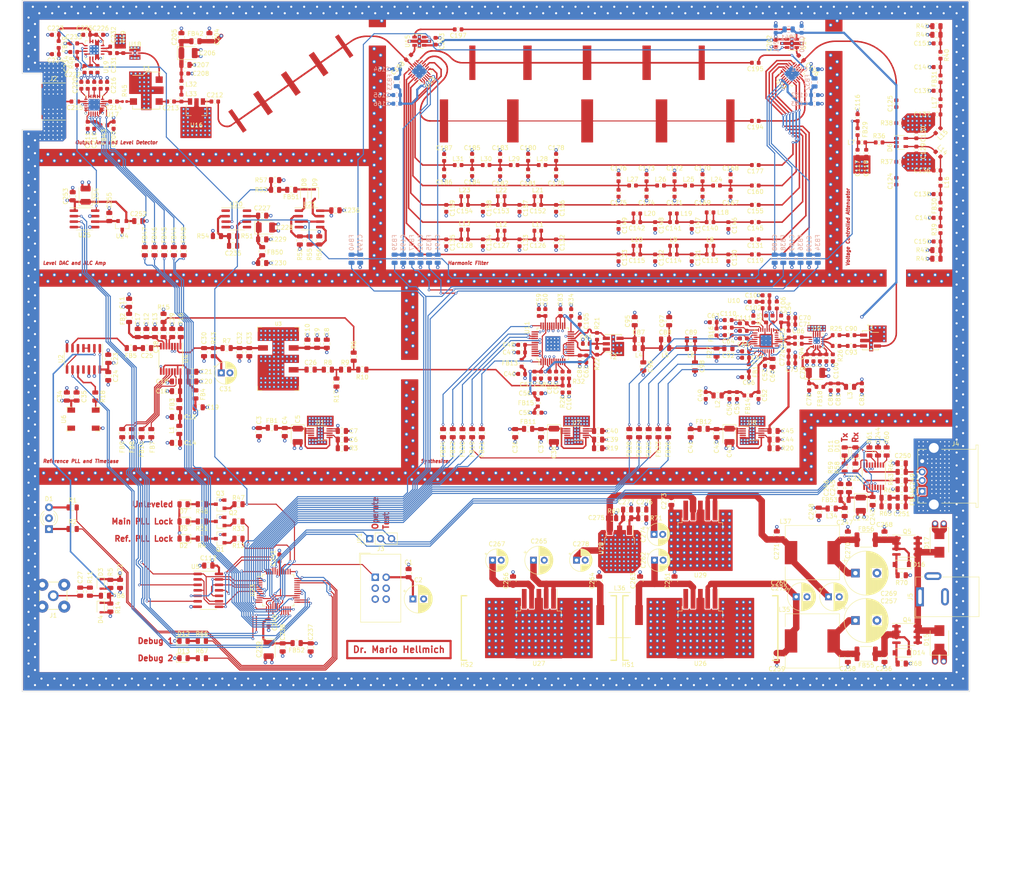
<source format=kicad_pcb>
(kicad_pcb (version 20171130) (host pcbnew "(5.1.6)-1")
  (title_block (title Hauptplatine) (date 16.07.2020) (rev 0) (comment 1 Hel) (comment 3 Signalgenerator))
  (layers (0 F.Cu signal) (1 In1.Cu power hide) (2 In2.Cu mixed) (31 B.Cu signal) (34 B.Paste user) (35 F.Paste user) (36 B.SilkS user) (37 F.SilkS user) (38 B.Mask user) (39 F.Mask user) (44 Edge.Cuts user))
  (net 0 "")
  (net 1 +3V3)
  (net 2 +5VA)
  (net 3 /Reference/+3.3VA-Ref)
  (net 4 +3.3VA)
  (net 5 "Net-(C15-Pad1)")
  (net 6 /Reference/Ext-Ref)
  (net 7 "Net-(C25-Pad2)")
  (net 8 "Net-(C28-Pad1)")
  (net 9 "Net-(C29-Pad1)")
  (net 10 +1V8)
  (net 11 "/PLL and DDS/Ref-In")
  (net 12 "/Harmonic Filter/Level-Ctrl")
  (net 13 "Net-(C100-Pad1)")
  (net 14 "/Harmonic Filter/BI-1")
  (net 15 "/Harmonic Filter/BO-1")
  (net 16 "/PLL and DDS/PLL-Out")
  (net 17 "/Harmonic Filter/BI-2")
  (net 18 "/Harmonic Filter/BO-2")
  (net 19 "/Harmonic Filter/BI-3")
  (net 20 "/Harmonic Filter/BO-3")
  (net 21 "/Harmonic Filter/BI-4")
  (net 22 "/Harmonic Filter/BO-4")
  (net 23 "/Harmonic Filter/BI-5")
  (net 24 "/Harmonic Filter/BO-5")
  (net 25 "/Harmonic Filter/BI-6")
  (net 26 "/Harmonic Filter/BO-6")
  (net 27 /FSW-A)
  (net 28 /FSW-B)
  (net 29 /FSW-C)
  (net 30 "/Harmonic Filter/BI-7")
  (net 31 "/Harmonic Filter/BO-7")
  (net 32 "/Harmonic Filter/BI-8")
  (net 33 "/Harmonic Filter/BO-8")
  (net 34 "/Output Amp and Leveling/RF-In")
  (net 35 "/Output Amp and Leveling/RF-Out")
  (net 36 VPSI)
  (net 37 /Controller/USB-D-)
  (net 38 /Controller/USB-D+)
  (net 39 /Controller/USB-VBUS)
  (net 40 "Net-(D1-Pad3)")
  (net 41 "Net-(D1-Pad1)")
  (net 42 "Net-(D2-Pad1)")
  (net 43 "Net-(D3-Pad2)")
  (net 44 "Net-(D5-Pad1)")
  (net 45 "Net-(D6-Pad2)")
  (net 46 "Net-(D7-Pad1)")
  (net 47 "Net-(D8-Pad2)")
  (net 48 "Net-(D8-Pad1)")
  (net 49 "Net-(D9-Pad2)")
  (net 50 "/Power Supply/V-Sply-A")
  (net 51 "Net-(D12-Pad2)")
  (net 52 "Net-(D16-Pad2)")
  (net 53 "Net-(FB5-Pad1)")
  (net 54 "Net-(FB6-Pad1)")
  (net 55 /Ref-Lock)
  (net 56 "Net-(FB7-Pad1)")
  (net 57 "Net-(FB8-Pad2)")
  (net 58 /SDA)
  (net 59 "Net-(FB9-Pad2)")
  (net 60 "Net-(FB9-Pad1)")
  (net 61 "Net-(FB10-Pad2)")
  (net 62 "Net-(FB10-Pad1)")
  (net 63 /SCK)
  (net 64 "Net-(FB19-Pad2)")
  (net 65 /DDS-Update)
  (net 66 "Net-(FB20-Pad2)")
  (net 67 /~CS-DDS)
  (net 68 "Net-(FB21-Pad2)")
  (net 69 "Net-(FB22-Pad2)")
  (net 70 /DDS-Reset)
  (net 71 "Net-(FB23-Pad2)")
  (net 72 "Net-(FB24-Pad2)")
  (net 73 /PLL-Mux)
  (net 74 "Net-(FB25-Pad1)")
  (net 75 /M-Lock)
  (net 76 "Net-(FB26-Pad1)")
  (net 77 /Controller/UPDI)
  (net 78 /Controller/UART-RxD)
  (net 79 "Net-(JP1-Pad2)")
  (net 80 /Controller/UART-TxD)
  (net 81 "Net-(Q1-Pad3)")
  (net 82 "Net-(Q1-Pad1)")
  (net 83 "Net-(Q2-Pad3)")
  (net 84 "Net-(Q2-Pad1)")
  (net 85 "Net-(Q3-Pad3)")
  (net 86 "Net-(Q3-Pad1)")
  (net 87 /Controller/FP-LED-grn)
  (net 88 /Controller/FP-LED-red)
  (net 89 "Net-(R10-Pad1)")
  (net 90 "Net-(R17-Pad2)")
  (net 91 "Net-(R16-Pad2)")
  (net 92 "Net-(R18-Pad2)")
  (net 93 "Net-(R18-Pad1)")
  (net 94 "Net-(R21-Pad1)")
  (net 95 "Net-(R22-Pad1)")
  (net 96 "Net-(R32-Pad2)")
  (net 97 "Net-(R34-Pad2)")
  (net 98 "Net-(R35-Pad2)")
  (net 99 /Unlvld)
  (net 100 /Controller/DAC)
  (net 101 /Controller/~RXLED)
  (net 102 /Controller/~TXLED)
  (net 103 "Net-(R64-Pad2)")
  (net 104 /Controller/VBUS_SENSE)
  (net 105 "Net-(T3-Pad1)")
  (net 106 /Int-Sel)
  (net 107 "Net-(U2-Pad5)")
  (net 108 "Net-(U2-Pad3)")
  (net 109 /Ext-Sel)
  (net 110 /SLE)
  (net 111 /CS-M-PLL)
  (net 112 /CS-Ref-PLL)
  (net 113 /ATT-D0)
  (net 114 /ATT-D1)
  (net 115 /ATT-D2)
  (net 116 /ATT-D3)
  (net 117 /ATT-LE)
  (net 118 /Controller/~USB-Reset)
  (net 119 /Controller/~CS-DAC)
  (net 120 GND)
  (net 121 "/PLL and DDS/+1.8VA-DDS")
  (net 122 "/PLL and DDS/+3.3VA-VCO")
  (net 123 "Net-(D10-Pad1)")
  (net 124 "Net-(D11-Pad1)")
  (net 125 "Net-(D13-Pad2)")
  (net 126 "Net-(D14-Pad2)")
  (net 127 "Net-(C106-Pad1)")
  (net 128 "Net-(C4-Pad1)")
  (net 129 "Net-(C6-Pad1)")
  (net 130 "Net-(C12-Pad1)")
  (net 131 "Net-(C16-Pad1)")
  (net 132 "Net-(C20-Pad1)")
  (net 133 "Net-(C26-Pad2)")
  (net 134 "Net-(C30-Pad1)")
  (net 135 "Net-(C180-Pad1)")
  (net 136 "Net-(C197-Pad1)")
  (net 137 "Net-(C25-Pad1)")
  (net 138 "Net-(C27-Pad2)")
  (net 139 "Net-(C31-Pad1)")
  (net 140 "Net-(C47-Pad1)")
  (net 141 "Net-(C86-Pad2)")
  (net 142 "Net-(C102-Pad1)")
  (net 143 "Net-(C189-Pad1)")
  (net 144 "Net-(C214-Pad1)")
  (net 145 "Net-(R45-Pad1)")
  (net 146 "Net-(FB44-Pad2)")
  (net 147 "Net-(C215-Pad1)")
  (net 148 "Net-(C216-Pad1)")
  (net 149 "Net-(R55-Pad1)")
  (net 150 "Net-(R60-Pad2)")
  (net 151 "Net-(R61-Pad1)")
  (net 152 "Net-(R63-Pad1)")
  (net 153 "Net-(R66-Pad2)")
  (net 154 "Net-(R67-Pad2)")
  (net 155 "Net-(C26-Pad1)")
  (net 156 "Net-(C28-Pad2)")
  (net 157 "Net-(C32-Pad1)")
  (net 158 "Net-(C37-Pad1)")
  (net 159 "Net-(C39-Pad1)")
  (net 160 "Net-(C42-Pad1)")
  (net 161 "Net-(C44-Pad1)")
  (net 162 "Net-(C50-Pad1)")
  (net 163 "Net-(C52-Pad1)")
  (net 164 "Net-(C87-Pad2)")
  (net 165 "Net-(C88-Pad2)")
  (net 166 "Net-(C89-Pad2)")
  (net 167 "Net-(C90-Pad2)")
  (net 168 "Net-(C99-Pad1)")
  (net 169 "Net-(C101-Pad1)")
  (net 170 "Net-(C104-Pad1)")
  (net 171 "Net-(C125-Pad2)")
  (net 172 "Net-(C136-Pad2)")
  (net 173 "Net-(C169-Pad1)")
  (net 174 "Net-(C188-Pad1)")
  (net 175 "Net-(C213-Pad1)")
  (net 176 "Net-(C255-Pad1)")
  (net 177 "Net-(FB25-Pad2)")
  (net 178 "Net-(FB27-Pad1)")
  (net 179 /Bypass)
  (net 180 "Net-(FB45-Pad2)")
  (net 181 "Net-(FB46-Pad2)")
  (net 182 "Net-(FB47-Pad2)")
  (net 183 "Net-(R50-Pad2)")
  (net 184 "Net-(R52-Pad1)")
  (net 185 "Net-(U19-Pad6)")
  (net 186 "Net-(C74-Pad1)")
  (net 187 "Net-(C91-Pad2)")
  (net 188 "Net-(C92-Pad2)")
  (net 189 "Net-(C103-Pad1)")
  (net 190 "Net-(C108-Pad1)")
  (net 191 "Net-(C124-Pad2)")
  (net 192 "Net-(C127-Pad2)")
  (net 193 "Net-(C137-Pad1)")
  (net 194 "Net-(C138-Pad2)")
  (net 195 "Net-(C141-Pad2)")
  (net 196 "Net-(C150-Pad1)")
  (net 197 "Net-(C171-Pad1)")
  (net 198 "Net-(C182-Pad1)")
  (net 199 "Net-(C190-Pad1)")
  (net 200 "Net-(C191-Pad1)")
  (net 201 "Net-(C199-Pad1)")
  (net 202 "Net-(C212-Pad2)")
  (net 203 "Net-(C217-Pad1)")
  (net 204 "Net-(C218-Pad1)")
  (net 205 "Net-(C231-Pad1)")
  (net 206 "Net-(C233-Pad1)")
  (net 207 "Net-(C257-Pad1)")
  (net 208 "Net-(C269-Pad1)")
  (net 209 "Net-(L32-Pad2)")
  (net 210 "Net-(C56-Pad1)")
  (net 211 "Net-(C64-Pad1)")
  (net 212 "Net-(C67-Pad1)")
  (net 213 "Net-(C80-Pad1)")
  (net 214 "Net-(C86-Pad1)")
  (net 215 "Net-(C87-Pad1)")
  (net 216 "Net-(C90-Pad1)")
  (net 217 "Net-(C93-Pad1)")
  (net 218 "Net-(C93-Pad2)")
  (net 219 "Net-(C94-Pad1)")
  (net 220 "Net-(C94-Pad2)")
  (net 221 "Net-(C105-Pad1)")
  (net 222 "Net-(C110-Pad1)")
  (net 223 "Net-(C113-Pad1)")
  (net 224 "Net-(C113-Pad2)")
  (net 225 "Net-(C114-Pad2)")
  (net 226 "Net-(C117-Pad1)")
  (net 227 "Net-(C118-Pad1)")
  (net 228 "Net-(C125-Pad1)")
  (net 229 "Net-(C126-Pad1)")
  (net 230 "Net-(C126-Pad2)")
  (net 231 "Net-(C129-Pad2)")
  (net 232 "Net-(C130-Pad1)")
  (net 233 "Net-(C139-Pad1)")
  (net 234 "Net-(C140-Pad1)")
  (net 235 "Net-(C140-Pad2)")
  (net 236 "Net-(C143-Pad2)")
  (net 237 "Net-(C144-Pad1)")
  (net 238 "Net-(C151-Pad1)")
  (net 239 "Net-(C152-Pad1)")
  (net 240 "Net-(C152-Pad2)")
  (net 241 "Net-(C153-Pad2)")
  (net 242 "Net-(C160-Pad2)")
  (net 243 "Net-(C162-Pad1)")
  (net 244 "Net-(C165-Pad1)")
  (net 245 "Net-(C173-Pad1)")
  (net 246 "Net-(C177-Pad2)")
  (net 247 "Net-(C184-Pad1)")
  (net 248 "Net-(C192-Pad1)")
  (net 249 "Net-(C193-Pad1)")
  (net 250 "Net-(C196-Pad2)")
  (net 251 "Net-(C197-Pad2)")
  (net 252 "Net-(C198-Pad1)")
  (net 253 "Net-(C201-Pad1)")
  (net 254 "Net-(C205-Pad1)")
  (net 255 "Net-(C210-Pad1)")
  (net 256 "Net-(C213-Pad2)")
  (net 257 "Net-(C214-Pad2)")
  (net 258 "Net-(C219-Pad1)")
  (net 259 "Net-(C220-Pad1)")
  (net 260 "Net-(C227-Pad1)")
  (net 261 "Net-(C231-Pad2)")
  (net 262 "Net-(C232-Pad2)")
  (net 263 "Net-(C234-Pad1)")
  (net 264 "Net-(C235-Pad1)")
  (net 265 "Net-(C238-Pad1)")
  (net 266 "Net-(C242-Pad1)")
  (net 267 "Net-(C246-Pad1)")
  (net 268 "Net-(C256-Pad1)")
  (net 269 "Net-(C259-Pad1)")
  (net 270 "Net-(C264-Pad1)")
  (net 271 "Net-(C268-Pad1)")
  (net 272 "Net-(C271-Pad1)")
  (net 273 "Net-(C276-Pad1)")
  (net 274 "Net-(FB26-Pad2)")
  (net 275 "Net-(FB28-Pad1)")
  (net 276 "Net-(FB48-Pad2)")
  (net 277 "Net-(FB51-Pad2)")
  (net 278 "Net-(FB54-Pad1)")
  (net 279 "Net-(R25-Pad1)")
  (net 280 "Net-(R26-Pad1)")
  (module Inductor_SMD:L_0603_1608Metric (layer F.Cu) (at 219.75 135 90)
    (fp_text reference FB15 (at 0 -2.75 180) (layer F.SilkS))
    (fp_text value MPZ1608S102)
    (pad 2 smd roundrect (at 0.7875 0 90) (size 0.875 0.95) (layers F.Cu F.Paste F.Mask) (net 210 "Net-(C56-Pad1)"))
    (pad 1 smd roundrect (at -0.7875 0 90) (size 0.875 0.95) (layers F.Cu F.Paste F.Mask) (net 10 +1V8))
  )
  (module Capacitor_SMD:C_0603_1608Metric (layer F.Cu) (at 219.7875 132.75)
    (fp_text reference C56 (at -3.0375 0) (layer F.SilkS))
    (fp_text value 1µ)
    (pad 2 smd roundrect (at 0.7875 0) (size 0.875 0.95) (layers F.Cu F.Paste F.Mask) (net 120 GND))
    (pad 1 smd roundrect (at -0.7875 0) (size 0.875 0.95) (layers F.Cu F.Paste F.Mask) (net 210 "Net-(C56-Pad1)"))
  )
  (module Capacitor_SMD:C_0603_1608Metric (layer F.Cu) (at 219.7875 137.25)
    (fp_text reference C55 (at -3.0375 0) (layer F.SilkS))
    (fp_text value 1µ)
    (pad 2 smd roundrect (at 0.7875 0) (size 0.875 0.95) (layers F.Cu F.Paste F.Mask) (net 120 GND))
    (pad 1 smd roundrect (at -0.7875 0) (size 0.875 0.95) (layers F.Cu F.Paste F.Mask) (net 10 +1V8))
  )
  (module Inductor_SMD:L_0805_2012Metric (layer F.Cu) (at 292.25 131.25 180)
    (fp_text reference L3 (at 0 -2 90) (layer F.SilkS))
    (fp_text value 10µ)
    (pad 2 smd roundrect (at 0.9375 0 180) (size 0.975 1.4) (layers F.Cu F.Paste F.Mask) (net 213 "Net-(C80-Pad1)"))
    (pad 1 smd roundrect (at -0.9375 0 180) (size 0.975 1.4) (layers F.Cu F.Paste F.Mask) (net 4 +3.3VA))
  )
  (module Capacitor_SMD:C_0603_1608Metric (layer F.Cu) (at 295 131.25 270)
    (fp_text reference C82 (at 3 0 90) (layer F.SilkS))
    (fp_text value 1µ)
    (pad 2 smd roundrect (at 0.7875 0 270) (size 0.875 0.95) (layers F.Cu F.Paste F.Mask) (net 120 GND))
    (pad 1 smd roundrect (at -0.7875 0 270) (size 0.875 0.95) (layers F.Cu F.Paste F.Mask) (net 4 +3.3VA))
  )
  (module Capacitor_SMD:C_0603_1608Metric (layer F.Cu) (at 289.5 131.25 270)
    (fp_text reference C81 (at 3 0 90) (layer F.SilkS))
    (fp_text value 1µ)
    (pad 2 smd roundrect (at 0.7875 0 270) (size 0.875 0.95) (layers F.Cu F.Paste F.Mask) (net 120 GND))
    (pad 1 smd roundrect (at -0.7875 0 270) (size 0.875 0.95) (layers F.Cu F.Paste F.Mask) (net 213 "Net-(C80-Pad1)"))
  )
  (module Capacitor_Tantalum_SMD:CP_EIA-3528-21_Kemet-B (layer F.Cu) (at 156.5 94.25)
    (fp_text reference C228 (at 4.5 0 180) (layer F.SilkS))
    (fp_text value 10µ)
    (pad 2 smd roundrect (at 1.5375 0) (size 1.325 2.35) (layers F.Cu F.Paste F.Mask) (roundrect_rratio 0.188679) (net 120 GND))
    (pad 1 smd roundrect (at -1.5375 0) (size 1.325 2.35) (layers F.Cu F.Paste F.Mask) (roundrect_rratio 0.188679) (net 260 "Net-(C227-Pad1)"))
  )
  (module Package_SO:SOIC-8_3.9x4.9mm_P1.27mm (layer F.Cu) (at 166.75 92.25)
    (fp_text reference U21 (at 0 -3.4) (layer F.SilkS))
    (fp_text value TLC272)
    (pad 8 smd roundrect (at 2.475 -1.905) (size 1.95 0.6) (layers F.Cu F.Paste F.Mask) (net 2 +5VA))
    (pad 7 smd roundrect (at 2.475 -0.635) (size 1.95 0.6) (layers F.Cu F.Paste F.Mask) (net 49 "Net-(D9-Pad2)"))
    (pad 6 smd roundrect (at 2.475 0.635) (size 1.95 0.6) (layers F.Cu F.Paste F.Mask) (net 12 "/Harmonic Filter/Level-Ctrl"))
    (pad 5 smd roundrect (at 2.475 1.905) (size 1.95 0.6) (layers F.Cu F.Paste F.Mask) (net 149 "Net-(R55-Pad1)"))
    (pad 4 smd roundrect (at -2.475 1.905) (size 1.95 0.6) (layers F.Cu F.Paste F.Mask) (net 120 GND))
    (pad 3 smd roundrect (at -2.475 0.635) (size 1.95 0.6) (layers F.Cu F.Paste F.Mask) (net 12 "/Harmonic Filter/Level-Ctrl"))
    (pad 2 smd roundrect (at -2.475 -0.635) (size 1.95 0.6) (layers F.Cu F.Paste F.Mask) (net 184 "Net-(R52-Pad1)"))
    (pad 1 smd roundrect (at -2.475 -1.905) (size 1.95 0.6) (layers F.Cu F.Paste F.Mask) (net 47 "Net-(D8-Pad2)"))
  )
  (module Package_SO:SOIC-8_3.9x4.9mm_P1.27mm (layer F.Cu) (at 149.75 92.25)
    (fp_text reference U20 (at 0 -3.4) (layer F.SilkS))
    (fp_text value OPA211)
    (pad 8 smd roundrect (at 2.475 -1.905) (size 1.95 0.6) (layers F.Cu F.Paste F.Mask))
    (pad 7 smd roundrect (at 2.475 -0.635) (size 1.95 0.6) (layers F.Cu F.Paste F.Mask) (net 260 "Net-(C227-Pad1)"))
    (pad 6 smd roundrect (at 2.475 0.635) (size 1.95 0.6) (layers F.Cu F.Paste F.Mask) (net 12 "/Harmonic Filter/Level-Ctrl"))
    (pad 5 smd roundrect (at 2.475 1.905) (size 1.95 0.6) (layers F.Cu F.Paste F.Mask))
    (pad 4 smd roundrect (at -2.475 1.905) (size 1.95 0.6) (layers F.Cu F.Paste F.Mask) (net 120 GND))
    (pad 3 smd roundrect (at -2.475 0.635) (size 1.95 0.6) (layers F.Cu F.Paste F.Mask) (net 185 "Net-(U19-Pad6)"))
    (pad 2 smd roundrect (at -2.475 -0.635) (size 1.95 0.6) (layers F.Cu F.Paste F.Mask) (net 264 "Net-(C235-Pad1)"))
    (pad 1 smd roundrect (at -2.475 -1.905) (size 1.95 0.6) (layers F.Cu F.Paste F.Mask))
  )
  (module Package_TO_SOT_SMD:SOT-23-6 (layer F.Cu) (at 192.25 51)
    (fp_text reference U15 (at -2.75 0 90) (layer F.SilkS))
    (fp_text value HMC550AE)
    (pad 5 smd rect (at 1.1 0) (size 1.06 0.65) (layers F.Cu F.Paste F.Mask) (net 120 GND))
    (pad 6 smd rect (at 1.1 -0.95) (size 1.06 0.65) (layers F.Cu F.Paste F.Mask) (net 201 "Net-(C199-Pad1)"))
    (pad 4 smd rect (at 1.1 0.95) (size 1.06 0.65) (layers F.Cu F.Paste F.Mask) (net 253 "Net-(C201-Pad1)"))
    (pad 3 smd rect (at -1.1 0.95) (size 1.06 0.65) (layers F.Cu F.Paste F.Mask) (net 252 "Net-(C198-Pad1)"))
    (pad 2 smd rect (at -1.1 0) (size 1.06 0.65) (layers F.Cu F.Paste F.Mask) (net 120 GND))
    (pad 1 smd rect (at -1.1 -0.95) (size 1.06 0.65) (layers F.Cu F.Paste F.Mask) (net 251 "Net-(C197-Pad2)"))
  )
  (module Package_TO_SOT_SMD:SOT-23-6 (layer F.Cu) (at 278.75 51.5 180)
    (fp_text reference U14 (at -2.75 0 90) (layer F.SilkS))
    (fp_text value HMC550AE)
    (pad 5 smd rect (at 1.1 0 180) (size 1.06 0.65) (layers F.Cu F.Paste F.Mask) (net 120 GND))
    (pad 6 smd rect (at 1.1 -0.95 180) (size 1.06 0.65) (layers F.Cu F.Paste F.Mask) (net 201 "Net-(C199-Pad1)"))
    (pad 4 smd rect (at 1.1 0.95 180) (size 1.06 0.65) (layers F.Cu F.Paste F.Mask) (net 253 "Net-(C201-Pad1)"))
    (pad 3 smd rect (at -1.1 0.95 180) (size 1.06 0.65) (layers F.Cu F.Paste F.Mask) (net 136 "Net-(C197-Pad1)"))
    (pad 2 smd rect (at -1.1 0 180) (size 1.06 0.65) (layers F.Cu F.Paste F.Mask) (net 120 GND))
    (pad 1 smd rect (at -1.1 -0.95 180) (size 1.06 0.65) (layers F.Cu F.Paste F.Mask) (net 250 "Net-(C196-Pad2)"))
  )
  (module Inductor_SMD:L_0805_2012Metric (layer F.Cu) (at 288 159.5)
    (fp_text reference L34 (at 0 1.75) (layer F.SilkS))
    (fp_text value 10µ)
    (pad 2 smd roundrect (at 0.9375 0) (size 0.975 1.4) (layers F.Cu F.Paste F.Mask) (net 267 "Net-(C246-Pad1)"))
    (pad 1 smd roundrect (at -0.9375 0) (size 0.975 1.4) (layers F.Cu F.Paste F.Mask) (net 1 +3V3))
  )
  (module Inductor_SMD:L_0805_2012Metric (layer F.Cu) (at 162.5 85.5 180)
    (fp_text reference FB51 (at 0 -1.65) (layer F.SilkS))
    (fp_text value MMZ2012R600)
    (pad 2 smd roundrect (at 0.9375 0 180) (size 0.975 1.4) (layers F.Cu F.Paste F.Mask) (net 277 "Net-(FB51-Pad2)"))
    (pad 1 smd roundrect (at -0.9375 0 180) (size 0.975 1.4) (layers F.Cu F.Paste F.Mask) (net 48 "Net-(D8-Pad1)"))
  )
  (module Inductor_SMD:L_0805_2012Metric (layer F.Cu) (at 155.75 99.75 270)
    (fp_text reference FB50 (at 0.25 -3 180) (layer F.SilkS))
    (fp_text value MPZ2012S102)
    (pad 2 smd roundrect (at 0.9375 0 270) (size 0.975 1.4) (layers F.Cu F.Paste F.Mask) (net 2 +5VA))
    (pad 1 smd roundrect (at -0.9375 0 270) (size 0.975 1.4) (layers F.Cu F.Paste F.Mask) (net 260 "Net-(C227-Pad1)"))
  )
  (module Inductor_SMD:L_0805_2012Metric (layer B.Cu) (at 278 48.25 180)
    (fp_text reference FB41 (at 0 -1.85) (layer B.SilkS) (effects (justify mirror)))
    (fp_text value MPZ2012S102)
    (pad 2 smd roundrect (at 0.9375 0 180) (size 0.975 1.4) (layers B.Cu B.Paste B.Mask) (net 253 "Net-(C201-Pad1)"))
    (pad 1 smd roundrect (at -0.9375 0 180) (size 0.975 1.4) (layers B.Cu B.Paste B.Mask) (net 4 +3.3VA))
  )
  (module Inductor_SMD:L_0805_2012Metric (layer B.Cu) (at 176.5 101.5 90)
    (fp_text reference FB40 (at 3.75 0 270) (layer B.SilkS) (effects (justify mirror)))
    (fp_text value MMZ2012R600)
    (pad 2 smd roundrect (at 0.9375 0 90) (size 0.975 1.4) (layers B.Cu B.Paste B.Mask) (net 201 "Net-(C199-Pad1)"))
    (pad 1 smd roundrect (at -0.9375 0 90) (size 0.975 1.4) (layers B.Cu B.Paste B.Mask) (net 179 /Bypass))
  )
  (module Inductor_SMD:L_0603_1608Metric (layer F.Cu) (at 216 125.75 90)
    (fp_text reference FB13 (at 0 -2.75 180) (layer F.SilkS))
    (fp_text value MPZ1608S102)
    (pad 2 smd roundrect (at 0.7875 0 90) (size 0.875 0.95) (layers F.Cu F.Paste F.Mask) (net 140 "Net-(C47-Pad1)"))
    (pad 1 smd roundrect (at -0.7875 0 90) (size 0.875 0.95) (layers F.Cu F.Paste F.Mask) (net 1 +3V3))
  )
  (module Capacitor_SMD:C_0805_2012Metric (layer F.Cu) (at 291 160.3125 270)
    (fp_text reference C247 (at 2.4375 0 180) (layer F.SilkS))
    (fp_text value 10µ)
    (pad 2 smd roundrect (at 0.9375 0 270) (size 0.975 1.4) (layers F.Cu F.Paste F.Mask) (net 120 GND))
    (pad 1 smd roundrect (at -0.9375 0 270) (size 0.975 1.4) (layers F.Cu F.Paste F.Mask) (net 267 "Net-(C246-Pad1)"))
  )
  (module Capacitor_SMD:C_0805_2012Metric (layer F.Cu) (at 290 154.75 90)
    (fp_text reference C246 (at 0 -3.25 90) (layer F.SilkS))
    (fp_text value 100n)
    (pad 2 smd roundrect (at 0.9375 0 90) (size 0.975 1.4) (layers F.Cu F.Paste F.Mask) (net 120 GND))
    (pad 1 smd roundrect (at -0.9375 0 90) (size 0.975 1.4) (layers F.Cu F.Paste F.Mask) (net 267 "Net-(C246-Pad1)"))
  )
  (module Capacitor_SMD:C_0805_2012Metric (layer F.Cu) (at 297.5 157.75 270)
    (fp_text reference C243 (at 3.75 0 90) (layer F.SilkS))
    (fp_text value 100n)
    (pad 2 smd roundrect (at 0.9375 0 270) (size 0.975 1.4) (layers F.Cu F.Paste F.Mask) (net 120 GND))
    (pad 1 smd roundrect (at -0.9375 0 270) (size 0.975 1.4) (layers F.Cu F.Paste F.Mask) (net 266 "Net-(C242-Pad1)"))
  )
  (module Capacitor_Tantalum_SMD:CP_EIA-3528-21_Kemet-B (layer F.Cu) (at 294.75 158.5 270)
    (fp_text reference C242 (at 3.25 0) (layer F.SilkS))
    (fp_text value 10µ)
    (pad 2 smd roundrect (at 1.5375 0 270) (size 1.325 2.35) (layers F.Cu F.Paste F.Mask) (roundrect_rratio 0.188679) (net 120 GND))
    (pad 1 smd roundrect (at -1.5375 0 270) (size 1.325 2.35) (layers F.Cu F.Paste F.Mask) (roundrect_rratio 0.188679) (net 266 "Net-(C242-Pad1)"))
  )
  (module Capacitor_SMD:C_0805_2012Metric (layer F.Cu) (at 172.75 90.25)
    (fp_text reference C236 (at 3.75 0) (layer F.SilkS))
    (fp_text value 100n)
    (pad 2 smd roundrect (at 0.9375 0) (size 0.975 1.4) (layers F.Cu F.Paste F.Mask) (net 120 GND))
    (pad 1 smd roundrect (at -0.9375 0) (size 0.975 1.4) (layers F.Cu F.Paste F.Mask) (net 2 +5VA))
  )
  (module Capacitor_SMD:C_0603_1608Metric (layer F.Cu) (at 112 51.5 180)
    (fp_text reference C233 (at 0 1.5) (layer F.SilkS))
    (fp_text value 100n)
    (pad 2 smd roundrect (at 0.7875 0 180) (size 0.875 0.95) (layers F.Cu F.Paste F.Mask) (net 120 GND))
    (pad 1 smd roundrect (at -0.7875 0 180) (size 0.875 0.95) (layers F.Cu F.Paste F.Mask) (net 206 "Net-(C233-Pad1)"))
  )
  (module Capacitor_SMD:C_0805_2012Metric (layer F.Cu) (at 155.75 102.5)
    (fp_text reference C230 (at 3.75 0) (layer F.SilkS))
    (fp_text value 100n)
    (pad 2 smd roundrect (at 0.9375 0) (size 0.975 1.4) (layers F.Cu F.Paste F.Mask) (net 120 GND))
    (pad 1 smd roundrect (at -0.9375 0) (size 0.975 1.4) (layers F.Cu F.Paste F.Mask) (net 2 +5VA))
  )
  (module Capacitor_SMD:C_0805_2012Metric (layer F.Cu) (at 155.75 97)
    (fp_text reference C229 (at 3.75 0) (layer F.SilkS))
    (fp_text value 100n)
    (pad 2 smd roundrect (at 0.9375 0) (size 0.975 1.4) (layers F.Cu F.Paste F.Mask) (net 120 GND))
    (pad 1 smd roundrect (at -0.9375 0) (size 0.975 1.4) (layers F.Cu F.Paste F.Mask) (net 260 "Net-(C227-Pad1)"))
  )
  (module Capacitor_SMD:C_0603_1608Metric (layer F.Cu) (at 196 51 90)
    (fp_text reference C203 (at 0 1.5 90) (layer F.SilkS))
    (fp_text value 100n)
    (pad 2 smd roundrect (at 0.7875 0 90) (size 0.875 0.95) (layers F.Cu F.Paste F.Mask) (net 120 GND))
    (pad 1 smd roundrect (at -0.7875 0 90) (size 0.875 0.95) (layers F.Cu F.Paste F.Mask) (net 253 "Net-(C201-Pad1)"))
  )
  (module Capacitor_SMD:C_0603_1608Metric (layer F.Cu) (at 275 51.5 270)
    (fp_text reference C202 (at 0 1.5 270) (layer F.SilkS))
    (fp_text value 100n)
    (pad 2 smd roundrect (at 0.7875 0 270) (size 0.875 0.95) (layers F.Cu F.Paste F.Mask) (net 120 GND))
    (pad 1 smd roundrect (at -0.7875 0 270) (size 0.875 0.95) (layers F.Cu F.Paste F.Mask) (net 253 "Net-(C201-Pad1)"))
  )
  (module Capacitor_SMD:C_0603_1608Metric (layer B.Cu) (at 275 48.25 90)
    (fp_text reference C201 (at -3.45 0.1 270) (layer B.SilkS) (effects (justify mirror)))
    (fp_text value 100n)
    (pad 2 smd roundrect (at 0.7875 0 90) (size 0.875 0.95) (layers B.Cu B.Paste B.Mask) (net 120 GND))
    (pad 1 smd roundrect (at -0.7875 0 90) (size 0.875 0.95) (layers B.Cu B.Paste B.Mask) (net 253 "Net-(C201-Pad1)"))
  )
  (module Capacitor_SMD:C_0603_1608Metric (layer B.Cu) (at 281 48.25 90)
    (fp_text reference C200 (at -3.45 0.1 270) (layer B.SilkS) (effects (justify mirror)))
    (fp_text value 100n)
    (pad 2 smd roundrect (at 0.7875 0 90) (size 0.875 0.95) (layers B.Cu B.Paste B.Mask) (net 120 GND))
    (pad 1 smd roundrect (at -0.7875 0 90) (size 0.875 0.95) (layers B.Cu B.Paste B.Mask) (net 4 +3.3VA))
  )
  (module Capacitor_SMD:C_0805_2012Metric (layer B.Cu) (at 178.5 101.5 270)
    (fp_text reference C199 (at -3.75 0 270) (layer B.SilkS) (effects (justify mirror)))
    (fp_text value 100p)
    (pad 2 smd roundrect (at 0.9375 0 270) (size 0.975 1.4) (layers B.Cu B.Paste B.Mask) (net 120 GND))
    (pad 1 smd roundrect (at -0.9375 0 270) (size 0.975 1.4) (layers B.Cu B.Paste B.Mask) (net 201 "Net-(C199-Pad1)"))
  )
  (module Capacitor_SMD:C_0603_1608Metric (layer F.Cu) (at 189.742373 54.732233 225)
    (fp_text reference C198 (at 3.542704 -0.017956 45) (layer F.SilkS))
    (fp_text value 47n)
    (pad 2 smd roundrect (at 0.7875 0 225) (size 0.875 0.95) (layers F.Cu F.Paste F.Mask) (net 34 "/Output Amp and Leveling/RF-In"))
    (pad 1 smd roundrect (at -0.7875 0 225) (size 0.875 0.95) (layers F.Cu F.Paste F.Mask) (net 252 "Net-(C198-Pad1)"))
  )
  (module Capacitor_SMD:C_0603_1608Metric (layer F.Cu) (at 201.25 48.25 180)
    (fp_text reference C197 (at 0 -1.43) (layer F.SilkS))
    (fp_text value 47n)
    (pad 2 smd roundrect (at 0.7875 0 180) (size 0.875 0.95) (layers F.Cu F.Paste F.Mask) (net 251 "Net-(C197-Pad2)"))
    (pad 1 smd roundrect (at -0.7875 0 180) (size 0.875 0.95) (layers F.Cu F.Paste F.Mask) (net 136 "Net-(C197-Pad1)"))
  )
  (module Capacitor_SMD:C_0603_1608Metric (layer F.Cu) (at 280.904073 54.878679 135)
    (fp_text reference C196 (at -3.689151 -0.017956 135) (layer F.SilkS))
    (fp_text value 47n)
    (pad 2 smd roundrect (at 0.7875 0 135) (size 0.875 0.95) (layers F.Cu F.Paste F.Mask) (net 250 "Net-(C196-Pad2)"))
    (pad 1 smd roundrect (at -0.7875 0 135) (size 0.875 0.95) (layers F.Cu F.Paste F.Mask) (net 171 "Net-(C125-Pad2)"))
  )
  (module Capacitor_SMD:C_0603_1608Metric (layer F.Cu) (at 266 133.25 270)
    (fp_text reference C51 (at 3 0 90) (layer F.SilkS))
    (fp_text value 100n)
    (pad 2 smd roundrect (at 0.7875 0 270) (size 0.875 0.95) (layers F.Cu F.Paste F.Mask) (net 120 GND))
    (pad 1 smd roundrect (at -0.7875 0 270) (size 0.875 0.95) (layers F.Cu F.Paste F.Mask) (net 162 "Net-(C50-Pad1)"))
  )
  (module Capacitor_SMD:C_0603_1608Metric (layer F.Cu) (at 216 123.25 180)
    (fp_text reference C47 (at 3 0) (layer F.SilkS))
    (fp_text value 1µ)
    (pad 2 smd roundrect (at 0.7875 0 180) (size 0.875 0.95) (layers F.Cu F.Paste F.Mask) (net 120 GND))
    (pad 1 smd roundrect (at -0.7875 0 180) (size 0.875 0.95) (layers F.Cu F.Paste F.Mask) (net 140 "Net-(C47-Pad1)"))
  )
  (module Capacitor_SMD:C_0603_1608Metric (layer F.Cu) (at 216 128.25 180)
    (fp_text reference C46 (at 2.75 0) (layer F.SilkS))
    (fp_text value 1µ)
    (pad 2 smd roundrect (at 0.7875 0 180) (size 0.875 0.95) (layers F.Cu F.Paste F.Mask) (net 120 GND))
    (pad 1 smd roundrect (at -0.7875 0 180) (size 0.875 0.95) (layers F.Cu F.Paste F.Mask) (net 1 +3V3))
  )
  (module Capacitor_SMD:C_0805_2012Metric (layer F.Cu) (at 120 128.75 270)
    (fp_text reference C24 (at 0 -1.75 90) (layer F.SilkS))
    (fp_text value 1µ)
    (pad 2 smd roundrect (at 0.9375 0 270) (size 0.975 1.4) (layers F.Cu F.Paste F.Mask) (net 120 GND))
    (pad 1 smd roundrect (at -0.9375 0 270) (size 0.975 1.4) (layers F.Cu F.Paste F.Mask) (net 4 +3.3VA))
  )
  (module Resistor_SMD:R_0805_2012Metric (layer F.Cu) (at 149 96.25)
    (fp_text reference R51 (at 3.25 0) (layer F.SilkS))
    (fp_text value 15k)
    (pad 1 smd roundrect (at -0.9375 0) (size 0.975 1.4) (layers F.Cu F.Paste F.Mask) (net 264 "Net-(C235-Pad1)"))
    (pad 2 smd roundrect (at 0.9375 0) (size 0.975 1.4) (layers F.Cu F.Paste F.Mask) (net 12 "/Harmonic Filter/Level-Ctrl"))
  )
  (module Capacitor_SMD:C_0805_2012Metric (layer F.Cu) (at 149 98.5)
    (fp_text reference C235 (at 0 1.75) (layer F.SilkS))
    (fp_text value 1µ)
    (pad 2 smd roundrect (at 0.9375 0) (size 0.975 1.4) (layers F.Cu F.Paste F.Mask) (net 12 "/Harmonic Filter/Level-Ctrl"))
    (pad 1 smd roundrect (at -0.9375 0) (size 0.975 1.4) (layers F.Cu F.Paste F.Mask) (net 264 "Net-(C235-Pad1)"))
  )
  (module Capacitor_SMD:C_0603_1608Metric (layer F.Cu) (at 121.25 65 180)
    (fp_text reference C214 (at 0 -1.43) (layer F.SilkS))
    (fp_text value 47n)
    (pad 2 smd roundrect (at 0.7875 0 180) (size 0.875 0.95) (layers F.Cu F.Paste F.Mask) (net 257 "Net-(C214-Pad2)"))
    (pad 1 smd roundrect (at -0.7875 0 180) (size 0.875 0.95) (layers F.Cu F.Paste F.Mask) (net 144 "Net-(C214-Pad1)"))
  )
  (module Inductor_SMD:L_0805_2012Metric (layer F.Cu) (at 137.5 99.75 90)
    (fp_text reference FB48 (at 3.75 0 90) (layer F.SilkS))
    (fp_text value MMZ2012R600)
    (pad 2 smd roundrect (at 0.9375 0 90) (size 0.975 1.4) (layers F.Cu F.Paste F.Mask) (net 276 "Net-(FB48-Pad2)"))
    (pad 1 smd roundrect (at -0.9375 0 90) (size 0.975 1.4) (layers F.Cu F.Paste F.Mask) (net 117 /ATT-LE))
  )
  (module Inductor_SMD:L_0805_2012Metric (layer F.Cu) (at 128.5 99.75 90)
    (fp_text reference FB47 (at 3.75 0 90) (layer F.SilkS))
    (fp_text value MMZ2012R600)
    (pad 2 smd roundrect (at 0.9375 0 90) (size 0.975 1.4) (layers F.Cu F.Paste F.Mask) (net 182 "Net-(FB47-Pad2)"))
    (pad 1 smd roundrect (at -0.9375 0 90) (size 0.975 1.4) (layers F.Cu F.Paste F.Mask) (net 116 /ATT-D3))
  )
  (module Inductor_SMD:L_0805_2012Metric (layer F.Cu) (at 130.75 99.75 90)
    (fp_text reference FB46 (at 3.75 0 90) (layer F.SilkS))
    (fp_text value MMZ2012R600)
    (pad 2 smd roundrect (at 0.9375 0 90) (size 0.975 1.4) (layers F.Cu F.Paste F.Mask) (net 181 "Net-(FB46-Pad2)"))
    (pad 1 smd roundrect (at -0.9375 0 90) (size 0.975 1.4) (layers F.Cu F.Paste F.Mask) (net 115 /ATT-D2))
  )
  (module Inductor_SMD:L_0805_2012Metric (layer F.Cu) (at 133 99.75 90)
    (fp_text reference FB45 (at 3.75 0 90) (layer F.SilkS))
    (fp_text value MMZ2012R600)
    (pad 2 smd roundrect (at 0.9375 0 90) (size 0.975 1.4) (layers F.Cu F.Paste F.Mask) (net 180 "Net-(FB45-Pad2)"))
    (pad 1 smd roundrect (at -0.9375 0 90) (size 0.975 1.4) (layers F.Cu F.Paste F.Mask) (net 114 /ATT-D1))
  )
  (module Inductor_SMD:L_0805_2012Metric (layer F.Cu) (at 135.25 99.75 90)
    (fp_text reference FB44 (at 3.75 0 90) (layer F.SilkS))
    (fp_text value MMZ2012R600)
    (pad 2 smd roundrect (at 0.9375 0 90) (size 0.975 1.4) (layers F.Cu F.Paste F.Mask) (net 146 "Net-(FB44-Pad2)"))
    (pad 1 smd roundrect (at -0.9375 0 90) (size 0.975 1.4) (layers F.Cu F.Paste F.Mask) (net 113 /ATT-D0))
  )
  (module Resistor_SMD:R_0805_2012Metric (layer F.Cu) (at 312.3125 49.5)
    (fp_text reference R44 (at -3.3125 0) (layer F.SilkS))
    (fp_text value 82)
    (pad 2 smd roundrect (at 0.9375 0) (size 0.975 1.4) (layers F.Cu F.Paste F.Mask) (net 238 "Net-(C151-Pad1)"))
    (pad 1 smd roundrect (at -0.9375 0) (size 0.975 1.4) (layers F.Cu F.Paste F.Mask) (net 120 GND))
  )
  (module Resistor_SMD:R_0805_2012Metric (layer F.Cu) (at 312.3125 99.5)
    (fp_text reference R43 (at -3.3125 0) (layer F.SilkS))
    (fp_text value 82)
    (pad 2 smd roundrect (at 0.9375 0) (size 0.975 1.4) (layers F.Cu F.Paste F.Mask) (net 196 "Net-(C150-Pad1)"))
    (pad 1 smd roundrect (at -0.9375 0) (size 0.975 1.4) (layers F.Cu F.Paste F.Mask) (net 120 GND))
  )
  (module Resistor_SMD:R_0805_2012Metric (layer F.Cu) (at 312.3125 47.5 180)
    (fp_text reference R42 (at 3.3125 0) (layer F.SilkS))
    (fp_text value 390)
    (pad 2 smd roundrect (at 0.9375 0 180) (size 0.975 1.4) (layers F.Cu F.Paste F.Mask) (net 2 +5VA))
    (pad 1 smd roundrect (at -0.9375 0 180) (size 0.975 1.4) (layers F.Cu F.Paste F.Mask) (net 238 "Net-(C151-Pad1)"))
  )
  (module Resistor_SMD:R_0805_2012Metric (layer F.Cu) (at 312.3125 101.5)
    (fp_text reference R41 (at -3.3125 0) (layer F.SilkS))
    (fp_text value 390)
    (pad 2 smd roundrect (at 0.9375 0) (size 0.975 1.4) (layers F.Cu F.Paste F.Mask) (net 196 "Net-(C150-Pad1)"))
    (pad 1 smd roundrect (at -0.9375 0) (size 0.975 1.4) (layers F.Cu F.Paste F.Mask) (net 2 +5VA))
  )
  (module Capacitor_SMD:C_0603_1608Metric (layer F.Cu) (at 137.7875 58.5)
    (fp_text reference C208 (at 3.7125 0) (layer F.SilkS))
    (fp_text value 100p)
    (pad 2 smd roundrect (at 0.7875 0) (size 0.875 0.95) (layers F.Cu F.Paste F.Mask) (net 120 GND))
    (pad 1 smd roundrect (at -0.7875 0) (size 0.875 0.95) (layers F.Cu F.Paste F.Mask) (net 254 "Net-(C205-Pad1)"))
  )
  (module Capacitor_SMD:C_0805_2012Metric (layer F.Cu) (at 137.9375 56.5)
    (fp_text reference C207 (at 3.5625 0) (layer F.SilkS))
    (fp_text value 10n)
    (pad 2 smd roundrect (at 0.9375 0) (size 0.975 1.4) (layers F.Cu F.Paste F.Mask) (net 120 GND))
    (pad 1 smd roundrect (at -0.9375 0) (size 0.975 1.4) (layers F.Cu F.Paste F.Mask) (net 254 "Net-(C205-Pad1)"))
  )
  (module Capacitor_SMD:C_0805_2012Metric (layer F.Cu) (at 122.75 177 270)
    (fp_text reference C22 (at -3.25 0 90) (layer F.SilkS))
    (fp_text value 100n)
    (pad 2 smd roundrect (at 0.9375 0 270) (size 0.975 1.4) (layers F.Cu F.Paste F.Mask) (net 120 GND))
    (pad 1 smd roundrect (at -0.9375 0 270) (size 0.975 1.4) (layers F.Cu F.Paste F.Mask) (net 1 +3V3))
  )
  (module receiver:Wuerth_WE-TPC_Shielded (layer F.Cu) (at 238.75 184.25 270)
    (fp_text reference L36 (at -6.25 0) (layer F.SilkS))
    (fp_text value 10µ)
    (pad 2 smd rect (at 0 -4.5 270) (size 4.6 1.8) (layers F.Cu F.Paste F.Mask) (net 2 +5VA))
    (pad 1 smd rect (at 0 4.5 270) (size 4.6 1.8) (layers F.Cu F.Paste F.Mask) (net 270 "Net-(C264-Pad1)"))
  )
  (module Inductor_SMD:L_Wuerth_WE-PD-Typ-LS (layer F.Cu) (at 283.5 169.75)
    (fp_text reference L37 (at -6.25 -7.25) (layer F.SilkS))
    (fp_text value 10µ)
    (pad 2 smd rect (at 4.95 0) (size 2.9 5.4) (layers F.Cu F.Paste F.Mask) (net 208 "Net-(C269-Pad1)"))
    (pad 1 smd rect (at -4.95 0) (size 2.9 5.4) (layers F.Cu F.Paste F.Mask) (net 272 "Net-(C271-Pad1)"))
  )
  (module Inductor_SMD:L_Wuerth_WE-PD-Typ-LS (layer F.Cu) (at 283.5 190.25)
    (fp_text reference L35 (at -6.5 -7.3) (layer F.SilkS))
    (fp_text value 10µ)
    (pad 2 smd rect (at 4.95 0) (size 2.9 5.4) (layers F.Cu F.Paste F.Mask) (net 207 "Net-(C257-Pad1)"))
    (pad 1 smd rect (at -4.95 0) (size 2.9 5.4) (layers F.Cu F.Paste F.Mask) (net 269 "Net-(C259-Pad1)"))
  )
  (module Capacitor_SMD:C_0805_2012Metric (layer F.Cu) (at 261.25 142 270)
    (fp_text reference C42 (at 3.25 0 90) (layer F.SilkS))
    (fp_text value 100n)
    (pad 1 smd roundrect (at -0.9375 0 270) (size 0.975 1.4) (layers F.Cu F.Paste F.Mask) (net 160 "Net-(C42-Pad1)"))
    (pad 2 smd roundrect (at 0.9375 0 270) (size 0.975 1.4) (layers F.Cu F.Paste F.Mask) (net 120 GND))
  )
  (module Capacitor_SMD:C_0603_1608Metric (layer F.Cu) (at 198 78 90)
    (fp_text reference C187 (at 2.2125 0 180) (layer F.SilkS))
    (fp_text value 2.7p)
    (pad 1 smd roundrect (at -0.7875 0 90) (size 0.875 0.95) (layers F.Cu F.Paste F.Mask) (net 26 "/Harmonic Filter/BO-6"))
    (pad 2 smd roundrect (at 0.7875 0 90) (size 0.875 0.95) (layers F.Cu F.Paste F.Mask) (net 120 GND))
  )
  (module Capacitor_SMD:C_0603_1608Metric (layer F.Cu) (at 198 81.5375 270)
    (fp_text reference C186 (at 2.2125 0 180) (layer F.SilkS))
    (fp_text value 2.7p)
    (pad 1 smd roundrect (at -0.7875 0 270) (size 0.875 0.95) (layers F.Cu F.Paste F.Mask) (net 26 "/Harmonic Filter/BO-6"))
    (pad 2 smd roundrect (at 0.7875 0 270) (size 0.875 0.95) (layers F.Cu F.Paste F.Mask) (net 120 GND))
  )
  (module Capacitor_SMD:C_0603_1608Metric (layer F.Cu) (at 204.5 77.9625 90)
    (fp_text reference C185 (at 2.2125 0 180) (layer F.SilkS))
    (fp_text value 4.7p)
    (pad 1 smd roundrect (at -0.7875 0 90) (size 0.875 0.95) (layers F.Cu F.Paste F.Mask) (net 247 "Net-(C184-Pad1)"))
    (pad 2 smd roundrect (at 0.7875 0 90) (size 0.875 0.95) (layers F.Cu F.Paste F.Mask) (net 120 GND))
  )
  (module Capacitor_SMD:C_0603_1608Metric (layer F.Cu) (at 204.5 81.5 270)
    (fp_text reference C184 (at 2.2125 0 180) (layer F.SilkS))
    (fp_text value 4.7p)
    (pad 1 smd roundrect (at -0.7875 0 270) (size 0.875 0.95) (layers F.Cu F.Paste F.Mask) (net 247 "Net-(C184-Pad1)"))
    (pad 2 smd roundrect (at 0.7875 0 270) (size 0.875 0.95) (layers F.Cu F.Paste F.Mask) (net 120 GND))
  )
  (module Capacitor_SMD:C_0603_1608Metric (layer F.Cu) (at 211 77.9625 90)
    (fp_text reference C183 (at 2.2125 0 180) (layer F.SilkS))
    (fp_text value 4.7p)
    (pad 1 smd roundrect (at -0.7875 0 90) (size 0.875 0.95) (layers F.Cu F.Paste F.Mask) (net 198 "Net-(C182-Pad1)"))
    (pad 2 smd roundrect (at 0.7875 0 90) (size 0.875 0.95) (layers F.Cu F.Paste F.Mask) (net 120 GND))
  )
  (module Capacitor_SMD:C_0603_1608Metric (layer F.Cu) (at 211 81.5375 270)
    (fp_text reference C182 (at 2.4625 0 180) (layer F.SilkS))
    (fp_text value 4.7p)
    (pad 1 smd roundrect (at -0.7875 0 270) (size 0.875 0.95) (layers F.Cu F.Paste F.Mask) (net 198 "Net-(C182-Pad1)"))
    (pad 2 smd roundrect (at 0.7875 0 270) (size 0.875 0.95) (layers F.Cu F.Paste F.Mask) (net 120 GND))
  )
  (module Capacitor_SMD:C_0603_1608Metric (layer F.Cu) (at 217.5 77.9625 90)
    (fp_text reference C180 (at 2.2125 0 180) (layer F.SilkS))
    (fp_text value 4.7p)
    (pad 1 smd roundrect (at -0.7875 0 90) (size 0.875 0.95) (layers F.Cu F.Paste F.Mask) (net 135 "Net-(C180-Pad1)"))
    (pad 2 smd roundrect (at 0.7875 0 90) (size 0.875 0.95) (layers F.Cu F.Paste F.Mask) (net 120 GND))
  )
  (module Capacitor_SMD:C_0603_1608Metric (layer F.Cu) (at 224 77.9625 90)
    (fp_text reference C178 (at 2.2125 0 180) (layer F.SilkS))
    (fp_text value 2.7p)
    (pad 1 smd roundrect (at -0.7875 0 90) (size 0.875 0.95) (layers F.Cu F.Paste F.Mask) (net 246 "Net-(C177-Pad2)"))
    (pad 2 smd roundrect (at 0.7875 0 90) (size 0.875 0.95) (layers F.Cu F.Paste F.Mask) (net 120 GND))
  )
  (module Capacitor_SMD:C_0603_1608Metric (layer F.Cu) (at 238.5 82.7125 90)
    (fp_text reference C176 (at 2.2125 0 180) (layer F.SilkS))
    (fp_text value 5.6p)
    (pad 1 smd roundrect (at -0.7875 0 90) (size 0.875 0.95) (layers F.Cu F.Paste F.Mask) (net 24 "/Harmonic Filter/BO-5"))
    (pad 2 smd roundrect (at 0.7875 0 90) (size 0.875 0.95) (layers F.Cu F.Paste F.Mask) (net 120 GND))
  )
  (module Capacitor_SMD:C_0603_1608Metric (layer F.Cu) (at 245 82.7125 90)
    (fp_text reference C173 (at 2.2125 0 180) (layer F.SilkS))
    (fp_text value 6.8p)
    (pad 1 smd roundrect (at -0.7875 0 90) (size 0.875 0.95) (layers F.Cu F.Paste F.Mask) (net 245 "Net-(C173-Pad1)"))
    (pad 2 smd roundrect (at 0.7875 0 90) (size 0.875 0.95) (layers F.Cu F.Paste F.Mask) (net 120 GND))
  )
  (module Capacitor_SMD:C_0603_1608Metric (layer F.Cu) (at 251.5 82.7125 90)
    (fp_text reference C172 (at 2.2125 0 180) (layer F.SilkS))
    (fp_text value 6.8p)
    (pad 1 smd roundrect (at -0.7875 0 90) (size 0.875 0.95) (layers F.Cu F.Paste F.Mask) (net 197 "Net-(C171-Pad1)"))
    (pad 2 smd roundrect (at 0.7875 0 90) (size 0.875 0.95) (layers F.Cu F.Paste F.Mask) (net 120 GND))
  )
  (module Capacitor_SMD:C_0603_1608Metric (layer F.Cu) (at 258 82.7125 90)
    (fp_text reference C170 (at 2.2125 0 180) (layer F.SilkS))
    (fp_text value 6.8p)
    (pad 1 smd roundrect (at -0.7875 0 90) (size 0.875 0.95) (layers F.Cu F.Paste F.Mask) (net 173 "Net-(C169-Pad1)"))
    (pad 2 smd roundrect (at 0.7875 0 90) (size 0.875 0.95) (layers F.Cu F.Paste F.Mask) (net 120 GND))
  )
  (module Capacitor_SMD:C_0603_1608Metric (layer F.Cu) (at 264.5 82.7125 90)
    (fp_text reference C168 (at 2.2125 0 180) (layer F.SilkS))
    (fp_text value 5.6p)
    (pad 1 smd roundrect (at -0.7875 0 90) (size 0.875 0.95) (layers F.Cu F.Paste F.Mask) (net 242 "Net-(C160-Pad2)"))
    (pad 2 smd roundrect (at 0.7875 0 90) (size 0.875 0.95) (layers F.Cu F.Paste F.Mask) (net 120 GND))
  )
  (module Capacitor_THT:CP_Radial_D6.3mm_P2.50mm (layer F.Cu) (at 190.75 180.5)
    (fp_text reference C2 (at 1.25 -4.4) (layer F.SilkS))
    (fp_text value 100µ)
    (pad 1 thru_hole rect (at 0 0) (size 1.6 1.6) (drill 0.8) (layers *.Cu *.Mask) (net 1 +3V3))
    (pad 2 thru_hole circle (at 2.5 0) (size 1.6 1.6) (drill 0.8) (layers *.Cu *.Mask) (net 120 GND))
  )
  (module Capacitor_Tantalum_SMD:CP_EIA-3528-21_Kemet-B (layer F.Cu) (at 157.25 192.25 270)
    (fp_text reference C239 (at 0 2.25 90) (layer F.SilkS))
    (fp_text value 10µ)
    (pad 1 smd roundrect (at -1.5375 0 270) (size 1.325 2.35) (layers F.Cu F.Paste F.Mask) (roundrect_rratio 0.188679) (net 265 "Net-(C238-Pad1)"))
    (pad 2 smd roundrect (at 1.5375 0 270) (size 1.325 2.35) (layers F.Cu F.Paste F.Mask) (roundrect_rratio 0.188679) (net 120 GND))
  )
  (module Capacitor_SMD:C_0603_1608Metric (layer F.Cu) (at 159.75 171 90)
    (fp_text reference C241 (at 0 -1.43 90) (layer F.SilkS))
    (fp_text value 100n)
    (pad 1 smd roundrect (at -0.7875 0 90) (size 0.875 0.95) (layers F.Cu F.Paste F.Mask) (net 265 "Net-(C238-Pad1)"))
    (pad 2 smd roundrect (at 0.7875 0 90) (size 0.875 0.95) (layers F.Cu F.Paste F.Mask) (net 120 GND))
  )
  (module Capacitor_SMD:C_0603_1608Metric (layer F.Cu) (at 157.25 186 270)
    (fp_text reference C240 (at 0 -1.43 90) (layer F.SilkS))
    (fp_text value 100n)
    (pad 1 smd roundrect (at -0.7875 0 270) (size 0.875 0.95) (layers F.Cu F.Paste F.Mask) (net 265 "Net-(C238-Pad1)"))
    (pad 2 smd roundrect (at 0.7875 0 270) (size 0.875 0.95) (layers F.Cu F.Paste F.Mask) (net 120 GND))
  )
  (module Capacitor_SMD:C_0805_2012Metric (layer F.Cu) (at 134.85 118.75 90)
    (fp_text reference C29 (at 3.25 0 90) (layer F.SilkS))
    (fp_text value 10n)
    (pad 1 smd roundrect (at -0.9375 0 90) (size 0.975 1.4) (layers F.Cu F.Paste F.Mask) (net 9 "Net-(C29-Pad1)"))
    (pad 2 smd roundrect (at 0.9375 0 90) (size 0.975 1.4) (layers F.Cu F.Paste F.Mask) (net 120 GND))
  )
  (module sig-gen:VCXO_CVHD950_Crystek (layer F.Cu) (at 159.5 124.75 270)
    (fp_text reference U3 (at -8.128 0) (layer F.SilkS) (effects (font (size 0.8 0.8))))
    (fp_text value CVHD-950X-100.000)
    (pad 1 smd rect (at -2.54 3.556 270) (size 1.27 2.28) (layers F.Cu F.Paste F.Mask) (net 157 "Net-(C32-Pad1)"))
    (pad 2 smd rect (at 2.54 3.556 270) (size 1.27 2.28) (layers F.Cu F.Paste F.Mask) (net 120 GND))
    (pad 3 smd rect (at 2.54 -3.554 270) (size 1.27 2.28) (layers F.Cu F.Paste F.Mask) (net 155 "Net-(C26-Pad1)"))
    (pad 4 smd rect (at -2.54 -3.554 270) (size 1.27 2.28) (layers F.Cu F.Paste F.Mask) (net 3 /Reference/+3.3VA-Ref))
  )
  (module Inductor_SMD:L_0805_2012Metric (layer F.Cu) (at 140.25 133 90)
    (fp_text reference FB4 (at 0 1.75 90) (layer F.SilkS))
    (fp_text value MPZ2012S102)
    (pad 1 smd roundrect (at -0.9375 0 90) (size 0.975 1.4) (layers F.Cu F.Paste F.Mask) (net 1 +3V3))
    (pad 2 smd roundrect (at 0.9375 0 90) (size 0.975 1.4) (layers F.Cu F.Paste F.Mask) (net 132 "Net-(C20-Pad1)"))
  )
  (module Inductor_SMD:L_0805_2012Metric (layer F.Cu) (at 136.5 135.25 90)
    (fp_text reference FB3 (at 0 -1.65 90) (layer F.SilkS))
    (fp_text value MPZ2012S102)
    (pad 1 smd roundrect (at -0.9375 0 90) (size 0.975 1.4) (layers F.Cu F.Paste F.Mask) (net 5 "Net-(C15-Pad1)"))
    (pad 2 smd roundrect (at 0.9375 0 90) (size 0.975 1.4) (layers F.Cu F.Paste F.Mask) (net 131 "Net-(C16-Pad1)"))
  )
  (module Inductor_SMD:L_0805_2012Metric (layer F.Cu) (at 124.85 115.25 270)
    (fp_text reference FB2 (at 0.25 1.5 90) (layer F.SilkS))
    (fp_text value MPZ2012S102)
    (pad 1 smd roundrect (at -0.9375 0 270) (size 0.975 1.4) (layers F.Cu F.Paste F.Mask) (net 4 +3.3VA))
    (pad 2 smd roundrect (at 0.9375 0 270) (size 0.975 1.4) (layers F.Cu F.Paste F.Mask) (net 130 "Net-(C12-Pad1)"))
  )
  (module Capacitor_SMD:C_0805_2012Metric (layer F.Cu) (at 112.65 133.5 90)
    (fp_text reference C35 (at 0 1.75 90) (layer F.SilkS))
    (fp_text value 100n)
    (pad 1 smd roundrect (at -0.9375 0 90) (size 0.975 1.4) (layers F.Cu F.Paste F.Mask) (net 4 +3.3VA))
    (pad 2 smd roundrect (at 0.9375 0 90) (size 0.975 1.4) (layers F.Cu F.Paste F.Mask) (net 120 GND))
  )
  (module Capacitor_SMD:C_0805_2012Metric (layer F.Cu) (at 110.4 133.5 90)
    (fp_text reference C34 (at 0 -1.65 90) (layer F.SilkS))
    (fp_text value 1µ)
    (pad 1 smd roundrect (at -0.9375 0 90) (size 0.975 1.4) (layers F.Cu F.Paste F.Mask) (net 4 +3.3VA))
    (pad 2 smd roundrect (at 0.9375 0 90) (size 0.975 1.4) (layers F.Cu F.Paste F.Mask) (net 120 GND))
  )
  (module Capacitor_SMD:C_0805_2012Metric (layer F.Cu) (at 120 124.75 90)
    (fp_text reference C23 (at 0 1.75 90) (layer F.SilkS))
    (fp_text value 100n)
    (pad 1 smd roundrect (at -0.9375 0 90) (size 0.975 1.4) (layers F.Cu F.Paste F.Mask) (net 4 +3.3VA))
    (pad 2 smd roundrect (at 0.9375 0 90) (size 0.975 1.4) (layers F.Cu F.Paste F.Mask) (net 120 GND))
  )
  (module Capacitor_SMD:C_0805_2012Metric (layer F.Cu) (at 139.5 127.75)
    (fp_text reference C21 (at 3.25 0) (layer F.SilkS))
    (fp_text value 100p)
    (pad 1 smd roundrect (at -0.9375 0) (size 0.975 1.4) (layers F.Cu F.Paste F.Mask) (net 132 "Net-(C20-Pad1)"))
    (pad 2 smd roundrect (at 0.9375 0) (size 0.975 1.4) (layers F.Cu F.Paste F.Mask) (net 120 GND))
  )
  (module Capacitor_SMD:C_0805_2012Metric (layer F.Cu) (at 139.5 130)
    (fp_text reference C20 (at 3.25 0) (layer F.SilkS))
    (fp_text value 100n)
    (pad 1 smd roundrect (at -0.9375 0) (size 0.975 1.4) (layers F.Cu F.Paste F.Mask) (net 132 "Net-(C20-Pad1)"))
    (pad 2 smd roundrect (at 0.9375 0) (size 0.975 1.4) (layers F.Cu F.Paste F.Mask) (net 120 GND))
  )
  (module Capacitor_SMD:C_0805_2012Metric (layer F.Cu) (at 141 136)
    (fp_text reference C19 (at 3.25 0) (layer F.SilkS))
    (fp_text value 100n)
    (pad 1 smd roundrect (at -0.9375 0) (size 0.975 1.4) (layers F.Cu F.Paste F.Mask) (net 1 +3V3))
    (pad 2 smd roundrect (at 0.9375 0) (size 0.975 1.4) (layers F.Cu F.Paste F.Mask) (net 120 GND))
  )
  (module Capacitor_SMD:C_0805_2012Metric (layer F.Cu) (at 135.75 130 180)
    (fp_text reference C18 (at 3.25 0) (layer F.SilkS))
    (fp_text value 1µ)
    (pad 1 smd roundrect (at -0.9375 0 180) (size 0.975 1.4) (layers F.Cu F.Paste F.Mask) (net 131 "Net-(C16-Pad1)"))
    (pad 2 smd roundrect (at 0.9375 0 180) (size 0.975 1.4) (layers F.Cu F.Paste F.Mask) (net 120 GND))
  )
  (module Capacitor_SMD:C_0805_2012Metric (layer F.Cu) (at 126.85 118.75 90)
    (fp_text reference C17 (at 3.25 0 90) (layer F.SilkS))
    (fp_text value 1µ)
    (pad 1 smd roundrect (at -0.9375 0 90) (size 0.975 1.4) (layers F.Cu F.Paste F.Mask) (net 130 "Net-(C12-Pad1)"))
    (pad 2 smd roundrect (at 0.9375 0 90) (size 0.975 1.4) (layers F.Cu F.Paste F.Mask) (net 120 GND))
  )
  (module Capacitor_SMD:C_0805_2012Metric (layer F.Cu) (at 135.75 132.25 180)
    (fp_text reference C16 (at 3.25 0) (layer F.SilkS))
    (fp_text value 100n)
    (pad 1 smd roundrect (at -0.9375 0 180) (size 0.975 1.4) (layers F.Cu F.Paste F.Mask) (net 131 "Net-(C16-Pad1)"))
    (pad 2 smd roundrect (at 0.9375 0 180) (size 0.975 1.4) (layers F.Cu F.Paste F.Mask) (net 120 GND))
  )
  (module Capacitor_SMD:C_0805_2012Metric (layer F.Cu) (at 135.75 138.25 180)
    (fp_text reference C15 (at -3.25 0) (layer F.SilkS))
    (fp_text value 100n)
    (pad 1 smd roundrect (at -0.9375 0 180) (size 0.975 1.4) (layers F.Cu F.Paste F.Mask) (net 5 "Net-(C15-Pad1)"))
    (pad 2 smd roundrect (at 0.9375 0 180) (size 0.975 1.4) (layers F.Cu F.Paste F.Mask) (net 120 GND))
  )
  (module Capacitor_SMD:C_0805_2012Metric (layer F.Cu) (at 135.75 144.25 180)
    (fp_text reference C14 (at -3.25 0) (layer F.SilkS))
    (fp_text value 100n)
    (pad 1 smd roundrect (at -0.9375 0 180) (size 0.975 1.4) (layers F.Cu F.Paste F.Mask) (net 4 +3.3VA))
    (pad 2 smd roundrect (at 0.9375 0 180) (size 0.975 1.4) (layers F.Cu F.Paste F.Mask) (net 120 GND))
  )
  (module Capacitor_SMD:C_0805_2012Metric (layer F.Cu) (at 130.85 118.75 90)
    (fp_text reference C13 (at 3.25 0 90) (layer F.SilkS))
    (fp_text value 100p)
    (pad 1 smd roundrect (at -0.9375 0 90) (size 0.975 1.4) (layers F.Cu F.Paste F.Mask) (net 130 "Net-(C12-Pad1)"))
    (pad 2 smd roundrect (at 0.9375 0 90) (size 0.975 1.4) (layers F.Cu F.Paste F.Mask) (net 120 GND))
  )
  (module Capacitor_SMD:C_0805_2012Metric (layer F.Cu) (at 128.85 118.75 90)
    (fp_text reference C12 (at 3.25 0 90) (layer F.SilkS))
    (fp_text value 100n)
    (pad 1 smd roundrect (at -0.9375 0 90) (size 0.975 1.4) (layers F.Cu F.Paste F.Mask) (net 130 "Net-(C12-Pad1)"))
    (pad 2 smd roundrect (at 0.9375 0 90) (size 0.975 1.4) (layers F.Cu F.Paste F.Mask) (net 120 GND))
  )
  (module Capacitor_SMD:C_0805_2012Metric (layer F.Cu) (at 124.85 111.75 90)
    (fp_text reference C11 (at 0 -1.65 90) (layer F.SilkS))
    (fp_text value 100n)
    (pad 1 smd roundrect (at -0.9375 0 90) (size 0.975 1.4) (layers F.Cu F.Paste F.Mask) (net 4 +3.3VA))
    (pad 2 smd roundrect (at 0.9375 0 90) (size 0.975 1.4) (layers F.Cu F.Paste F.Mask) (net 120 GND))
  )
  (module Capacitor_SMD:C_0603_1608Metric (layer F.Cu) (at 229.5 116 90)
    (fp_text reference C105 (at 0 1.5 90) (layer F.SilkS))
    (fp_text value 100n)
    (pad 1 smd roundrect (at -0.7875 0 90) (size 0.875 0.95) (layers F.Cu F.Paste F.Mask) (net 221 "Net-(C105-Pad1)"))
    (pad 2 smd roundrect (at 0.7875 0 90) (size 0.875 0.95) (layers F.Cu F.Paste F.Mask) (net 120 GND))
  )
  (module Capacitor_SMD:C_0603_1608Metric (layer F.Cu) (at 227 131.75 270)
    (fp_text reference C104 (at 3 0 90) (layer F.SilkS))
    (fp_text value 100n)
    (pad 1 smd roundrect (at -0.7875 0 270) (size 0.875 0.95) (layers F.Cu F.Paste F.Mask) (net 170 "Net-(C104-Pad1)"))
    (pad 2 smd roundrect (at 0.7875 0 270) (size 0.875 0.95) (layers F.Cu F.Paste F.Mask) (net 120 GND))
  )
  (module Capacitor_SMD:C_0603_1608Metric (layer F.Cu) (at 220.5 128.5 270)
    (fp_text reference C58 (at 2.25 0.25 180) (layer F.SilkS))
    (fp_text value 100p)
    (pad 1 smd roundrect (at -0.7875 0 270) (size 0.875 0.95) (layers F.Cu F.Paste F.Mask) (net 210 "Net-(C56-Pad1)"))
    (pad 2 smd roundrect (at 0.7875 0 270) (size 0.875 0.95) (layers F.Cu F.Paste F.Mask) (net 120 GND))
  )
  (module Capacitor_SMD:C_0603_1608Metric (layer F.Cu) (at 219 128.5 270)
    (fp_text reference C57 (at 2.25 2 180) (layer F.SilkS))
    (fp_text value 100n)
    (pad 1 smd roundrect (at -0.7875 0 270) (size 0.875 0.95) (layers F.Cu F.Paste F.Mask) (net 210 "Net-(C56-Pad1)"))
    (pad 2 smd roundrect (at 0.7875 0 270) (size 0.875 0.95) (layers F.Cu F.Paste F.Mask) (net 120 GND))
  )
  (module Resistor_SMD:R_0603_1608Metric (layer F.Cu) (at 233.5 123 90)
    (fp_text reference R22 (at -3 0 90) (layer F.SilkS))
    (fp_text value 442)
    (pad 1 smd roundrect (at -0.7875 0 90) (size 0.875 0.95) (layers F.Cu F.Paste F.Mask) (net 95 "Net-(R22-Pad1)"))
    (pad 2 smd roundrect (at 0.7875 0 90) (size 0.875 0.95) (layers F.Cu F.Paste F.Mask) (net 121 "/PLL and DDS/+1.8VA-DDS"))
  )
  (module Resistor_SMD:R_0603_1608Metric (layer F.Cu) (at 233.5 119.5 270)
    (fp_text reference R21 (at -3 0 90) (layer F.SilkS))
    (fp_text value 442)
    (pad 1 smd roundrect (at -0.7875 0 270) (size 0.875 0.95) (layers F.Cu F.Paste F.Mask) (net 94 "Net-(R21-Pad1)"))
    (pad 2 smd roundrect (at 0.7875 0 270) (size 0.875 0.95) (layers F.Cu F.Paste F.Mask) (net 121 "/PLL and DDS/+1.8VA-DDS"))
  )
  (module Capacitor_SMD:C_0603_1608Metric (layer F.Cu) (at 222.5 128.5 270)
    (fp_text reference C85 (at 3 0 90) (layer F.SilkS))
    (fp_text value 100n)
    (pad 1 smd roundrect (at -0.7875 0 270) (size 0.875 0.95) (layers F.Cu F.Paste F.Mask) (net 121 "/PLL and DDS/+1.8VA-DDS"))
    (pad 2 smd roundrect (at 0.7875 0 270) (size 0.875 0.95) (layers F.Cu F.Paste F.Mask) (net 120 GND))
  )
  (module Capacitor_SMD:C_0603_1608Metric (layer F.Cu) (at 229.5 124.75 270)
    (fp_text reference C84 (at 3 0 90) (layer F.SilkS))
    (fp_text value 100n)
    (pad 1 smd roundrect (at -0.7875 0 270) (size 0.875 0.95) (layers F.Cu F.Paste F.Mask) (net 121 "/PLL and DDS/+1.8VA-DDS"))
    (pad 2 smd roundrect (at 0.7875 0 270) (size 0.875 0.95) (layers F.Cu F.Paste F.Mask) (net 120 GND))
  )
  (module Resistor_SMD:R_0805_2012Metric (layer F.Cu) (at 293.5 150 90)
    (fp_text reference R58 (at 0 -4.25 90) (layer F.SilkS))
    (fp_text value 270)
    (pad 1 smd roundrect (at -0.9375 0 90) (size 0.975 1.4) (layers F.Cu F.Paste F.Mask) (net 101 /Controller/~RXLED))
    (pad 2 smd roundrect (at 0.9375 0 90) (size 0.975 1.4) (layers F.Cu F.Paste F.Mask) (net 123 "Net-(D10-Pad1)"))
  )
  (module Resistor_SMD:R_0805_2012Metric (layer F.Cu) (at 291 150 90)
    (fp_text reference R59 (at 0 -3.25 90) (layer F.SilkS))
    (fp_text value 270)
    (pad 1 smd roundrect (at -0.9375 0 90) (size 0.975 1.4) (layers F.Cu F.Paste F.Mask) (net 102 /Controller/~TXLED))
    (pad 2 smd roundrect (at 0.9375 0 90) (size 0.975 1.4) (layers F.Cu F.Paste F.Mask) (net 124 "Net-(D11-Pad1)"))
  )
  (module Resistor_SMD:R_0805_2012Metric (layer F.Cu) (at 296.75 146.25 90)
    (fp_text reference R61 (at 3.25 0 90) (layer F.SilkS))
    (fp_text value 1k)
    (pad 1 smd roundrect (at -0.9375 0 90) (size 0.975 1.4) (layers F.Cu F.Paste F.Mask) (net 151 "Net-(R61-Pad1)"))
    (pad 2 smd roundrect (at 0.9375 0 90) (size 0.975 1.4) (layers F.Cu F.Paste F.Mask) (net 79 "Net-(JP1-Pad2)"))
  )
  (module Resistor_SMD:R_0805_2012Metric (layer F.Cu) (at 300.75 146.25 270)
    (fp_text reference R60 (at -3.25 0 90) (layer F.SilkS))
    (fp_text value 1k)
    (pad 1 smd roundrect (at -0.9375 0 270) (size 0.975 1.4) (layers F.Cu F.Paste F.Mask) (net 78 /Controller/UART-RxD))
    (pad 2 smd roundrect (at 0.9375 0 270) (size 0.975 1.4) (layers F.Cu F.Paste F.Mask) (net 150 "Net-(R60-Pad2)"))
  )
  (module Capacitor_SMD:C_0603_1608Metric (layer F.Cu) (at 272.75 115.5 90)
    (fp_text reference C103 hide)
    (fp_text value 220p)
    (pad 1 smd roundrect (at -0.7875 0 90) (size 0.875 0.95) (layers F.Cu F.Paste F.Mask) (net 189 "Net-(C103-Pad1)"))
    (pad 2 smd roundrect (at 0.7875 0 90) (size 0.875 0.95) (layers F.Cu F.Paste F.Mask) (net 120 GND))
  )
  (module Capacitor_SMD:C_0603_1608Metric (layer F.Cu) (at 269.75 111.5 180)
    (fp_text reference C102 (at 0 -1.43) (layer F.SilkS))
    (fp_text value 12n)
    (pad 1 smd roundrect (at -0.7875 0 180) (size 0.875 0.95) (layers F.Cu F.Paste F.Mask) (net 142 "Net-(C102-Pad1)"))
    (pad 2 smd roundrect (at 0.7875 0 180) (size 0.875 0.95) (layers F.Cu F.Paste F.Mask) (net 120 GND))
  )
  (module Capacitor_SMD:C_0603_1608Metric (layer F.Cu) (at 272.75 110 180)
    (fp_text reference C101 (at 3 0) (layer F.SilkS))
    (fp_text value 680p)
    (pad 1 smd roundrect (at -0.7875 0 180) (size 0.875 0.95) (layers F.Cu F.Paste F.Mask) (net 169 "Net-(C101-Pad1)"))
    (pad 2 smd roundrect (at 0.7875 0 180) (size 0.875 0.95) (layers F.Cu F.Paste F.Mask) (net 120 GND))
  )
  (module Inductor_SMD:L_0603_1608Metric (layer F.Cu) (at 285.25 131.25)
    (fp_text reference FB18 (at 0 2.75 90) (layer F.SilkS))
    (fp_text value MPZ1608S102)
    (pad 1 smd roundrect (at -0.7875 0) (size 0.875 0.95) (layers F.Cu F.Paste F.Mask) (net 186 "Net-(C74-Pad1)"))
    (pad 2 smd roundrect (at 0.7875 0) (size 0.875 0.95) (layers F.Cu F.Paste F.Mask) (net 213 "Net-(C80-Pad1)"))
  )
  (module Capacitor_SMD:C_0603_1608Metric (layer F.Cu) (at 278.75 125.75)
    (fp_text reference C73 (at 0 1.5) (layer F.SilkS))
    (fp_text value 100n)
    (pad 1 smd roundrect (at -0.7875 0) (size 0.875 0.95) (layers F.Cu F.Paste F.Mask) (net 122 "/PLL and DDS/+3.3VA-VCO"))
    (pad 2 smd roundrect (at 0.7875 0) (size 0.875 0.95) (layers F.Cu F.Paste F.Mask) (net 120 GND))
  )
  (module Capacitor_SMD:C_0603_1608Metric (layer F.Cu) (at 278.75 124.25)
    (fp_text reference C72 (at -2.25 0.75 90) (layer F.SilkS))
    (fp_text value 100p)
    (pad 1 smd roundrect (at -0.7875 0) (size 0.875 0.95) (layers F.Cu F.Paste F.Mask) (net 122 "/PLL and DDS/+3.3VA-VCO"))
    (pad 2 smd roundrect (at 0.7875 0) (size 0.875 0.95) (layers F.Cu F.Paste F.Mask) (net 120 GND))
  )
  (module Capacitor_SMD:C_0603_1608Metric (layer F.Cu) (at 312.4625 51.5 180)
    (fp_text reference C151 (at 3.5 0) (layer F.SilkS))
    (fp_text value 100n)
    (pad 1 smd roundrect (at -0.7875 0 180) (size 0.875 0.95) (layers F.Cu F.Paste F.Mask) (net 238 "Net-(C151-Pad1)"))
    (pad 2 smd roundrect (at 0.7875 0 180) (size 0.875 0.95) (layers F.Cu F.Paste F.Mask) (net 120 GND))
  )
  (module mini-circuits:Mini-Circuits_TT1224-2 (layer F.Cu) (at 128.85 62.46 270)
    (fp_text reference T3 (at -5.08 0) (layer F.SilkS))
    (fp_text value RBDC-20-63+)
    (pad 1 smd rect (at -2.54 -2.9845 270) (size 1.524 1.651) (layers F.Cu F.Paste F.Mask) (net 105 "Net-(T3-Pad1)"))
    (pad 2 smd rect (at 0 -2.9845 270) (size 1.524 1.651) (layers F.Cu F.Paste F.Mask) (net 120 GND))
    (pad 3 smd rect (at 2.54 -2.9845 270) (size 1.524 1.651) (layers F.Cu F.Paste F.Mask) (net 256 "Net-(C213-Pad2)"))
    (pad 4 smd rect (at 2.54 2.9845 270) (size 1.524 1.651) (layers F.Cu F.Paste F.Mask) (net 145 "Net-(R45-Pad1)"))
    (pad 5 smd rect (at 0 2.9845 270) (size 1.524 1.651) (layers F.Cu F.Paste F.Mask) (net 120 GND))
    (pad 6 smd rect (at -2.54 2.9845 270) (size 1.524 1.651) (layers F.Cu F.Paste F.Mask) (net 120 GND))
  )
  (module Resistor_SMD:R_0603_1608Metric (layer F.Cu) (at 112.75 55.75 270)
    (fp_text reference R48 (at 0.25 1.25 90) (layer F.SilkS))
    (fp_text value 47k)
    (pad 1 smd roundrect (at -0.7875 0 270) (size 0.875 0.95) (layers F.Cu F.Paste F.Mask) (net 263 "Net-(C234-Pad1)"))
    (pad 2 smd roundrect (at 0.7875 0 270) (size 0.875 0.95) (layers F.Cu F.Paste F.Mask) (net 100 /Controller/DAC))
  )
  (module Capacitor_SMD:C_0603_1608Metric (layer F.Cu) (at 112 53.5 180)
    (fp_text reference C234 (at 1.75 -2.75 90) (layer F.SilkS))
    (fp_text value 100n)
    (pad 1 smd roundrect (at -0.7875 0 180) (size 0.875 0.95) (layers F.Cu F.Paste F.Mask) (net 263 "Net-(C234-Pad1)"))
    (pad 2 smd roundrect (at 0.7875 0 180) (size 0.875 0.95) (layers F.Cu F.Paste F.Mask) (net 120 GND))
  )
  (module Capacitor_SMD:C_0603_1608Metric (layer F.Cu) (at 121.25 52.25 180)
    (fp_text reference C232 (at 0 2.75 90) (layer F.SilkS))
    (fp_text value 10n)
    (pad 1 smd roundrect (at -0.7875 0 180) (size 0.875 0.95) (layers F.Cu F.Paste F.Mask) (net 120 GND))
    (pad 2 smd roundrect (at 0.7875 0 180) (size 0.875 0.95) (layers F.Cu F.Paste F.Mask) (net 262 "Net-(C232-Pad2)"))
  )
  (module Capacitor_SMD:C_0603_1608Metric (layer F.Cu) (at 121.25 53.75 180)
    (fp_text reference C231 (at 0 -2.75 90) (layer F.SilkS))
    (fp_text value 10n)
    (pad 1 smd roundrect (at -0.7875 0 180) (size 0.875 0.95) (layers F.Cu F.Paste F.Mask) (net 205 "Net-(C231-Pad1)"))
    (pad 2 smd roundrect (at 0.7875 0 180) (size 0.875 0.95) (layers F.Cu F.Paste F.Mask) (net 261 "Net-(C231-Pad2)"))
  )
  (module Package_DFN_QFN:QFN-16-1EP_4x4mm_P0.65mm_EP2.1x2.1mm_ThermalVias (layer F.Cu) (at 116.75 53 270)
    (fp_text reference U19 (at 4 -2.75 90) (layer F.SilkS))
    (fp_text value AD8318)
    (pad 17 smd roundrect (at 0 0 270) (size 2.1 2.1) (layers F.Cu F.Mask) (roundrect_rratio 0.119048) (net 120 GND))
    (pad 17 thru_hole circle (at -0.75 -0.75 270) (size 0.6 0.6) (drill 0.3) (layers *.Cu) (net 120 GND))
    (pad 17 thru_hole circle (at 0 -0.75 270) (size 0.6 0.6) (drill 0.3) (layers *.Cu) (net 120 GND))
    (pad 17 thru_hole circle (at 0.75 -0.75 270) (size 0.6 0.6) (drill 0.3) (layers *.Cu) (net 120 GND))
    (pad 17 thru_hole circle (at -0.75 0 270) (size 0.6 0.6) (drill 0.3) (layers *.Cu) (net 120 GND))
    (pad 17 thru_hole circle (at 0 0 270) (size 0.6 0.6) (drill 0.3) (layers *.Cu) (net 120 GND))
    (pad 17 thru_hole circle (at 0.75 0 270) (size 0.6 0.6) (drill 0.3) (layers *.Cu) (net 120 GND))
    (pad 17 thru_hole circle (at -0.75 0.75 270) (size 0.6 0.6) (drill 0.3) (layers *.Cu) (net 120 GND))
    (pad 17 thru_hole circle (at 0 0.75 270) (size 0.6 0.6) (drill 0.3) (layers *.Cu) (net 120 GND))
    (pad 17 thru_hole circle (at 0.75 0.75 270) (size 0.6 0.6) (drill 0.3) (layers *.Cu) (net 120 GND))
    (pad 17 smd roundrect (at 0 0 270) (size 2.1 2.1) (layers B.Cu) (roundrect_rratio 0.119048) (net 120 GND))
    (pad 1 smd roundrect (at -1.95 -0.975 270) (size 0.85 0.3) (layers F.Cu F.Paste F.Mask) (net 120 GND))
    (pad 2 smd roundrect (at -1.95 -0.325 270) (size 0.85 0.3) (layers F.Cu F.Paste F.Mask) (net 120 GND))
    (pad 3 smd roundrect (at -1.95 0.325 270) (size 0.85 0.3) (layers F.Cu F.Paste F.Mask) (net 36 VPSI))
    (pad 4 smd roundrect (at -1.95 0.975 270) (size 0.85 0.3) (layers F.Cu F.Paste F.Mask) (net 36 VPSI))
    (pad 5 smd roundrect (at -0.975 1.95 270) (size 0.3 0.85) (layers F.Cu F.Paste F.Mask) (net 206 "Net-(C233-Pad1)"))
    (pad 6 smd roundrect (at -0.325 1.95 270) (size 0.3 0.85) (layers F.Cu F.Paste F.Mask) (net 185 "Net-(U19-Pad6)"))
    (pad 7 smd roundrect (at 0.325 1.95 270) (size 0.3 0.85) (layers F.Cu F.Paste F.Mask) (net 263 "Net-(C234-Pad1)"))
    (pad 8 smd roundrect (at 0.975 1.95 270) (size 0.3 0.85) (layers F.Cu F.Paste F.Mask) (net 120 GND))
    (pad 9 smd roundrect (at 1.95 0.975 270) (size 0.85 0.3) (layers F.Cu F.Paste F.Mask) (net 36 VPSI))
    (pad 10 smd roundrect (at 1.95 0.325 270) (size 0.85 0.3) (layers F.Cu F.Paste F.Mask) (net 183 "Net-(R50-Pad2)"))
    (pad 11 smd roundrect (at 1.95 -0.325 270) (size 0.85 0.3) (layers F.Cu F.Paste F.Mask) (net 120 GND))
    (pad 12 smd roundrect (at 1.95 -0.975 270) (size 0.85 0.3) (layers F.Cu F.Paste F.Mask) (net 120 GND))
    (pad 13 smd roundrect (at 0.975 -1.95 270) (size 0.3 0.85) (layers F.Cu F.Paste F.Mask))
    (pad 14 smd roundrect (at 0.325 -1.95 270) (size 0.3 0.85) (layers F.Cu F.Paste F.Mask) (net 261 "Net-(C231-Pad2)"))
    (pad 15 smd roundrect (at -0.325 -1.95 270) (size 0.3 0.85) (layers F.Cu F.Paste F.Mask) (net 262 "Net-(C232-Pad2)"))
    (pad 16 smd roundrect (at -0.975 -1.95 270) (size 0.3 0.85) (layers F.Cu F.Paste F.Mask) (net 36 VPSI))
  )
  (module Package_DFN_QFN:QFN-24-1EP_4x4mm_P0.5mm_EP2.6x2.6mm_ThermalVias (layer F.Cu) (at 116.75 65.75 180)
    (fp_text reference U17 (at -4.25 -2.25) (layer F.SilkS))
    (fp_text value HMC629ALP4E)
    (pad 25 smd roundrect (at 0 0 180) (size 2.6 2.6) (layers F.Cu F.Mask) (roundrect_rratio 0.096154) (net 120 GND))
    (pad 25 thru_hole circle (at -1.05 -1.05 180) (size 0.5 0.5) (drill 0.2) (layers *.Cu) (net 120 GND))
    (pad 25 thru_hole circle (at 0 -1.05 180) (size 0.5 0.5) (drill 0.2) (layers *.Cu) (net 120 GND))
    (pad 25 thru_hole circle (at 1.05 -1.05 180) (size 0.5 0.5) (drill 0.2) (layers *.Cu) (net 120 GND))
    (pad 25 thru_hole circle (at -1.05 0 180) (size 0.5 0.5) (drill 0.2) (layers *.Cu) (net 120 GND))
    (pad 25 thru_hole circle (at 0 0 180) (size 0.5 0.5) (drill 0.2) (layers *.Cu) (net 120 GND))
    (pad 25 thru_hole circle (at 1.05 0 180) (size 0.5 0.5) (drill 0.2) (layers *.Cu) (net 120 GND))
    (pad 25 thru_hole circle (at -1.05 1.05 180) (size 0.5 0.5) (drill 0.2) (layers *.Cu) (net 120 GND))
    (pad 25 thru_hole circle (at 0 1.05 180) (size 0.5 0.5) (drill 0.2) (layers *.Cu) (net 120 GND))
    (pad 25 thru_hole circle (at 1.05 1.05 180) (size 0.5 0.5) (drill 0.2) (layers *.Cu) (net 120 GND))
    (pad 25 smd roundrect (at 0 0 180) (size 2.6 2.6) (layers B.Cu) (roundrect_rratio 0.096154) (net 120 GND))
    (pad 1 smd roundrect (at -1.9375 -1.25 180) (size 0.825 0.25) (layers F.Cu F.Paste F.Mask) (net 120 GND))
    (pad 2 smd roundrect (at -1.9375 -0.75 180) (size 0.825 0.25) (layers F.Cu F.Paste F.Mask) (net 120 GND))
    (pad 3 smd roundrect (at -1.9375 -0.25 180) (size 0.825 0.25) (layers F.Cu F.Paste F.Mask) (net 276 "Net-(FB48-Pad2)"))
    (pad 4 smd roundrect (at -1.9375 0.25 180) (size 0.825 0.25) (layers F.Cu F.Paste F.Mask) (net 120 GND))
    (pad 5 smd roundrect (at -1.9375 0.75 180) (size 0.825 0.25) (layers F.Cu F.Paste F.Mask) (net 257 "Net-(C214-Pad2)"))
    (pad 6 smd roundrect (at -1.9375 1.25 180) (size 0.825 0.25) (layers F.Cu F.Paste F.Mask) (net 148 "Net-(C216-Pad1)"))
    (pad 7 smd roundrect (at -1.25 1.9375 180) (size 0.25 0.825) (layers F.Cu F.Paste F.Mask) (net 203 "Net-(C217-Pad1)"))
    (pad 8 smd roundrect (at -0.75 1.9375 180) (size 0.25 0.825) (layers F.Cu F.Paste F.Mask) (net 203 "Net-(C217-Pad1)"))
    (pad 9 smd roundrect (at -0.25 1.9375 180) (size 0.25 0.825) (layers F.Cu F.Paste F.Mask) (net 204 "Net-(C218-Pad1)"))
    (pad 10 smd roundrect (at 0.25 1.9375 180) (size 0.25 0.825) (layers F.Cu F.Paste F.Mask) (net 204 "Net-(C218-Pad1)"))
    (pad 11 smd roundrect (at 0.75 1.9375 180) (size 0.25 0.825) (layers F.Cu F.Paste F.Mask) (net 258 "Net-(C219-Pad1)"))
    (pad 12 smd roundrect (at 1.25 1.9375 180) (size 0.25 0.825) (layers F.Cu F.Paste F.Mask) (net 258 "Net-(C219-Pad1)"))
    (pad 13 smd roundrect (at 1.9375 1.25 180) (size 0.825 0.25) (layers F.Cu F.Paste F.Mask) (net 259 "Net-(C220-Pad1)"))
    (pad 14 smd roundrect (at 1.9375 0.75 180) (size 0.825 0.25) (layers F.Cu F.Paste F.Mask) (net 147 "Net-(C215-Pad1)"))
    (pad 15 smd roundrect (at 1.9375 0.25 180) (size 0.825 0.25) (layers F.Cu F.Paste F.Mask) (net 120 GND))
    (pad 16 smd roundrect (at 1.9375 -0.25 180) (size 0.825 0.25) (layers F.Cu F.Paste F.Mask))
    (pad 17 smd roundrect (at 1.9375 -0.75 180) (size 0.825 0.25) (layers F.Cu F.Paste F.Mask) (net 120 GND))
    (pad 18 smd roundrect (at 1.9375 -1.25 180) (size 0.825 0.25) (layers F.Cu F.Paste F.Mask) (net 120 GND))
    (pad 19 smd roundrect (at 1.25 -1.9375 180) (size 0.25 0.825) (layers F.Cu F.Paste F.Mask) (net 255 "Net-(C210-Pad1)"))
    (pad 20 smd roundrect (at 0.75 -1.9375 180) (size 0.25 0.825) (layers F.Cu F.Paste F.Mask) (net 182 "Net-(FB47-Pad2)"))
    (pad 21 smd roundrect (at 0.25 -1.9375 180) (size 0.25 0.825) (layers F.Cu F.Paste F.Mask) (net 181 "Net-(FB46-Pad2)"))
    (pad 22 smd roundrect (at -0.25 -1.9375 180) (size 0.25 0.825) (layers F.Cu F.Paste F.Mask) (net 180 "Net-(FB45-Pad2)"))
    (pad 23 smd roundrect (at -0.75 -1.9375 180) (size 0.25 0.825) (layers F.Cu F.Paste F.Mask) (net 146 "Net-(FB44-Pad2)"))
    (pad 24 smd roundrect (at -1.25 -1.9375 180) (size 0.25 0.825) (layers F.Cu F.Paste F.Mask) (net 120 GND))
  )
  (module Package_DFN_QFN:QFN-24-1EP_4x4mm_P0.5mm_EP2.7x2.7mm_ThermalVias (layer F.Cu) (at 192.25 58 45)
    (fp_text reference U13 (at 0 3.535534 45) (layer F.SilkS))
    (fp_text value HMC321ALP4E)
    (pad 24 smd roundrect (at -1.25 -1.9625 45) (size 0.25 0.825) (layers F.Cu F.Paste F.Mask) (net 15 "/Harmonic Filter/BO-1"))
    (pad 23 smd roundrect (at -0.75 -1.9625 45) (size 0.25 0.825) (layers F.Cu F.Paste F.Mask) (net 120 GND))
    (pad 22 smd roundrect (at -0.25 -1.9625 45) (size 0.25 0.825) (layers F.Cu F.Paste F.Mask) (net 34 "/Output Amp and Leveling/RF-In"))
    (pad 21 smd roundrect (at 0.25 -1.9625 45) (size 0.25 0.825) (layers F.Cu F.Paste F.Mask) (net 120 GND))
    (pad 20 smd roundrect (at 0.75 -1.9625 45) (size 0.25 0.825) (layers F.Cu F.Paste F.Mask) (net 120 GND))
    (pad 19 smd roundrect (at 1.25 -1.9625 45) (size 0.25 0.825) (layers F.Cu F.Paste F.Mask) (net 33 "/Harmonic Filter/BO-8"))
    (pad 18 smd roundrect (at 1.9625 -1.25 45) (size 0.825 0.25) (layers F.Cu F.Paste F.Mask) (net 120 GND))
    (pad 17 smd roundrect (at 1.9625 -0.75 45) (size 0.825 0.25) (layers F.Cu F.Paste F.Mask) (net 31 "/Harmonic Filter/BO-7"))
    (pad 16 smd roundrect (at 1.9625 -0.25 45) (size 0.825 0.25) (layers F.Cu F.Paste F.Mask) (net 120 GND))
    (pad 15 smd roundrect (at 1.9625 0.25 45) (size 0.825 0.25) (layers F.Cu F.Paste F.Mask) (net 26 "/Harmonic Filter/BO-6"))
    (pad 14 smd roundrect (at 1.9625 0.75 45) (size 0.825 0.25) (layers F.Cu F.Paste F.Mask) (net 120 GND))
    (pad 13 smd roundrect (at 1.9625 1.25 45) (size 0.825 0.25) (layers F.Cu F.Paste F.Mask) (net 24 "/Harmonic Filter/BO-5"))
    (pad 12 smd roundrect (at 1.25 1.9625 45) (size 0.25 0.825) (layers F.Cu F.Paste F.Mask) (net 120 GND))
    (pad 11 smd roundrect (at 0.75 1.9625 45) (size 0.25 0.825) (layers F.Cu F.Paste F.Mask) (net 200 "Net-(C191-Pad1)"))
    (pad 10 smd roundrect (at 0.25 1.9625 45) (size 0.25 0.825) (layers F.Cu F.Paste F.Mask) (net 248 "Net-(C192-Pad1)"))
    (pad 9 smd roundrect (at -0.25 1.9625 45) (size 0.25 0.825) (layers F.Cu F.Paste F.Mask) (net 249 "Net-(C193-Pad1)"))
    (pad 8 smd roundrect (at -0.75 1.9625 45) (size 0.25 0.825) (layers F.Cu F.Paste F.Mask) (net 244 "Net-(C165-Pad1)"))
    (pad 7 smd roundrect (at -1.25 1.9625 45) (size 0.25 0.825) (layers F.Cu F.Paste F.Mask) (net 120 GND))
    (pad 6 smd roundrect (at -1.9625 1.25 45) (size 0.825 0.25) (layers F.Cu F.Paste F.Mask) (net 22 "/Harmonic Filter/BO-4"))
    (pad 5 smd roundrect (at -1.9625 0.75 45) (size 0.825 0.25) (layers F.Cu F.Paste F.Mask) (net 120 GND))
    (pad 4 smd roundrect (at -1.9625 0.25 45) (size 0.825 0.25) (layers F.Cu F.Paste F.Mask) (net 20 "/Harmonic Filter/BO-3"))
    (pad 3 smd roundrect (at -1.9625 -0.25 45) (size 0.825 0.25) (layers F.Cu F.Paste F.Mask) (net 120 GND))
    (pad 2 smd roundrect (at -1.9625 -0.75 45) (size 0.825 0.25) (layers F.Cu F.Paste F.Mask) (net 18 "/Harmonic Filter/BO-2"))
    (pad 1 smd roundrect (at -1.9625 -1.25 45) (size 0.825 0.25) (layers F.Cu F.Paste F.Mask) (net 120 GND))
    (pad 25 smd roundrect (at 0 0 45) (size 2.7 2.7) (layers B.Cu) (roundrect_rratio 0.09259299999999999) (net 120 GND))
    (pad 25 thru_hole circle (at 1.1 1.1 45) (size 0.5 0.5) (drill 0.2) (layers *.Cu) (net 120 GND))
    (pad 25 thru_hole circle (at 0 1.1 45) (size 0.5 0.5) (drill 0.2) (layers *.Cu) (net 120 GND))
    (pad 25 thru_hole circle (at -1.1 1.1 45) (size 0.5 0.5) (drill 0.2) (layers *.Cu) (net 120 GND))
    (pad 25 thru_hole circle (at 1.1 0 45) (size 0.5 0.5) (drill 0.2) (layers *.Cu) (net 120 GND))
    (pad 25 thru_hole circle (at 0 0 45) (size 0.5 0.5) (drill 0.2) (layers *.Cu) (net 120 GND))
    (pad 25 thru_hole circle (at -1.1 0 45) (size 0.5 0.5) (drill 0.2) (layers *.Cu) (net 120 GND))
    (pad 25 thru_hole circle (at 1.1 -1.1 45) (size 0.5 0.5) (drill 0.2) (layers *.Cu) (net 120 GND))
    (pad 25 thru_hole circle (at 0 -1.1 45) (size 0.5 0.5) (drill 0.2) (layers *.Cu) (net 120 GND))
    (pad 25 thru_hole circle (at -1.1 -1.1 45) (size 0.5 0.5) (drill 0.2) (layers *.Cu) (net 120 GND))
    (pad 25 smd roundrect (at 0 0 45) (size 2.7 2.7) (layers F.Cu F.Mask) (roundrect_rratio 0.09259299999999999) (net 120 GND))
  )
  (module Package_DFN_QFN:QFN-24-1EP_4x4mm_P0.5mm_EP2.7x2.7mm_ThermalVias (layer F.Cu) (at 278.75 58.5 315)
    (fp_text reference U12 (at 0 3.535534 135) (layer F.SilkS))
    (fp_text value HMC321ALP4E)
    (pad 24 smd roundrect (at -1.25 -1.9625 315) (size 0.25 0.825) (layers F.Cu F.Paste F.Mask) (net 14 "/Harmonic Filter/BI-1"))
    (pad 23 smd roundrect (at -0.75 -1.9625 315) (size 0.25 0.825) (layers F.Cu F.Paste F.Mask) (net 120 GND))
    (pad 22 smd roundrect (at -0.25 -1.9625 315) (size 0.25 0.825) (layers F.Cu F.Paste F.Mask) (net 171 "Net-(C125-Pad2)"))
    (pad 21 smd roundrect (at 0.25 -1.9625 315) (size 0.25 0.825) (layers F.Cu F.Paste F.Mask) (net 120 GND))
    (pad 20 smd roundrect (at 0.75 -1.9625 315) (size 0.25 0.825) (layers F.Cu F.Paste F.Mask) (net 120 GND))
    (pad 19 smd roundrect (at 1.25 -1.9625 315) (size 0.25 0.825) (layers F.Cu F.Paste F.Mask) (net 32 "/Harmonic Filter/BI-8"))
    (pad 18 smd roundrect (at 1.9625 -1.25 315) (size 0.825 0.25) (layers F.Cu F.Paste F.Mask) (net 120 GND))
    (pad 17 smd roundrect (at 1.9625 -0.75 315) (size 0.825 0.25) (layers F.Cu F.Paste F.Mask) (net 30 "/Harmonic Filter/BI-7"))
    (pad 16 smd roundrect (at 1.9625 -0.25 315) (size 0.825 0.25) (layers F.Cu F.Paste F.Mask) (net 120 GND))
    (pad 15 smd roundrect (at 1.9625 0.25 315) (size 0.825 0.25) (layers F.Cu F.Paste F.Mask) (net 25 "/Harmonic Filter/BI-6"))
    (pad 14 smd roundrect (at 1.9625 0.75 315) (size 0.825 0.25) (layers F.Cu F.Paste F.Mask) (net 120 GND))
    (pad 13 smd roundrect (at 1.9625 1.25 315) (size 0.825 0.25) (layers F.Cu F.Paste F.Mask) (net 23 "/Harmonic Filter/BI-5"))
    (pad 12 smd roundrect (at 1.25 1.9625 315) (size 0.25 0.825) (layers F.Cu F.Paste F.Mask) (net 120 GND))
    (pad 11 smd roundrect (at 0.75 1.9625 315) (size 0.25 0.825) (layers F.Cu F.Paste F.Mask) (net 199 "Net-(C190-Pad1)"))
    (pad 10 smd roundrect (at 0.25 1.9625 315) (size 0.25 0.825) (layers F.Cu F.Paste F.Mask) (net 143 "Net-(C189-Pad1)"))
    (pad 9 smd roundrect (at -0.25 1.9625 315) (size 0.25 0.825) (layers F.Cu F.Paste F.Mask) (net 174 "Net-(C188-Pad1)"))
    (pad 8 smd roundrect (at -0.75 1.9625 315) (size 0.25 0.825) (layers F.Cu F.Paste F.Mask) (net 243 "Net-(C162-Pad1)"))
    (pad 7 smd roundrect (at -1.25 1.9625 315) (size 0.25 0.825) (layers F.Cu F.Paste F.Mask) (net 120 GND))
    (pad 6 smd roundrect (at -1.9625 1.25 315) (size 0.825 0.25) (layers F.Cu F.Paste F.Mask) (net 21 "/Harmonic Filter/BI-4"))
    (pad 5 smd roundrect (at -1.9625 0.75 315) (size 0.825 0.25) (layers F.Cu F.Paste F.Mask) (net 120 GND))
    (pad 4 smd roundrect (at -1.9625 0.25 315) (size 0.825 0.25) (layers F.Cu F.Paste F.Mask) (net 19 "/Harmonic Filter/BI-3"))
    (pad 3 smd roundrect (at -1.9625 -0.25 315) (size 0.825 0.25) (layers F.Cu F.Paste F.Mask) (net 120 GND))
    (pad 2 smd roundrect (at -1.9625 -0.75 315) (size 0.825 0.25) (layers F.Cu F.Paste F.Mask) (net 17 "/Harmonic Filter/BI-2"))
    (pad 1 smd roundrect (at -1.9625 -1.25 315) (size 0.825 0.25) (layers F.Cu F.Paste F.Mask) (net 120 GND))
    (pad 25 smd roundrect (at 0 0 315) (size 2.7 2.7) (layers B.Cu) (roundrect_rratio 0.09259299999999999) (net 120 GND))
    (pad 25 thru_hole circle (at 1.1 1.1 315) (size 0.5 0.5) (drill 0.2) (layers *.Cu) (net 120 GND))
    (pad 25 thru_hole circle (at 0 1.1 315) (size 0.5 0.5) (drill 0.2) (layers *.Cu) (net 120 GND))
    (pad 25 thru_hole circle (at -1.1 1.1 315) (size 0.5 0.5) (drill 0.2) (layers *.Cu) (net 120 GND))
    (pad 25 thru_hole circle (at 1.1 0 315) (size 0.5 0.5) (drill 0.2) (layers *.Cu) (net 120 GND))
    (pad 25 thru_hole circle (at 0 0 315) (size 0.5 0.5) (drill 0.2) (layers *.Cu) (net 120 GND))
    (pad 25 thru_hole circle (at -1.1 0 315) (size 0.5 0.5) (drill 0.2) (layers *.Cu) (net 120 GND))
    (pad 25 thru_hole circle (at 1.1 -1.1 315) (size 0.5 0.5) (drill 0.2) (layers *.Cu) (net 120 GND))
    (pad 25 thru_hole circle (at 0 -1.1 315) (size 0.5 0.5) (drill 0.2) (layers *.Cu) (net 120 GND))
    (pad 25 thru_hole circle (at -1.1 -1.1 315) (size 0.5 0.5) (drill 0.2) (layers *.Cu) (net 120 GND))
    (pad 25 smd roundrect (at 0 0 315) (size 2.7 2.7) (layers F.Cu F.Mask) (roundrect_rratio 0.09259299999999999) (net 120 GND))
  )
  (module Package_QFP:TQFP-48-1EP_7x7mm_P0.5mm_EP3.5x3.5mm (layer F.Cu) (at 223.25 121.25 90)
    (fp_text reference U11 (at 3.75 -6 90) (layer F.SilkS))
    (fp_text value AD9951)
    (pad 1 smd rect (at -4.2 -2.75 90) (size 1.5 0.3) (layers F.Cu F.Paste F.Mask) (net 68 "Net-(FB21-Pad2)"))
    (pad 2 smd rect (at -4.2 -2.25 90) (size 1.5 0.3) (layers F.Cu F.Paste F.Mask) (net 210 "Net-(C56-Pad1)"))
    (pad 3 smd rect (at -4.2 -1.75 90) (size 1.5 0.3) (layers F.Cu F.Paste F.Mask) (net 120 GND))
    (pad 4 smd rect (at -4.2 -1.25 90) (size 1.5 0.3) (layers F.Cu F.Paste F.Mask) (net 121 "/PLL and DDS/+1.8VA-DDS"))
    (pad 5 smd rect (at -4.2 -0.75 90) (size 1.5 0.3) (layers F.Cu F.Paste F.Mask) (net 120 GND))
    (pad 6 smd rect (at -4.2 -0.25 90) (size 1.5 0.3) (layers F.Cu F.Paste F.Mask) (net 121 "/PLL and DDS/+1.8VA-DDS"))
    (pad 7 smd rect (at -4.2 0.25 90) (size 1.5 0.3) (layers F.Cu F.Paste F.Mask) (net 120 GND))
    (pad 8 smd rect (at -4.2 0.75 90) (size 1.5 0.3) (layers F.Cu F.Paste F.Mask) (net 168 "Net-(C99-Pad1)"))
    (pad 9 smd rect (at -4.2 1.25 90) (size 1.5 0.3) (layers F.Cu F.Paste F.Mask) (net 187 "Net-(C91-Pad2)"))
    (pad 10 smd rect (at -4.2 1.75 90) (size 1.5 0.3) (layers F.Cu F.Paste F.Mask))
    (pad 11 smd rect (at -4.2 2.25 90) (size 1.5 0.3) (layers F.Cu F.Paste F.Mask) (net 120 GND))
    (pad 12 smd rect (at -4.2 2.75 90) (size 1.5 0.3) (layers F.Cu F.Paste F.Mask) (net 96 "Net-(R32-Pad2)"))
    (pad 13 smd rect (at -2.75 4.2 180) (size 1.5 0.3) (layers F.Cu F.Paste F.Mask) (net 121 "/PLL and DDS/+1.8VA-DDS"))
    (pad 14 smd rect (at -2.25 4.2 180) (size 1.5 0.3) (layers F.Cu F.Paste F.Mask) (net 120 GND))
    (pad 15 smd rect (at -1.75 4.2 180) (size 1.5 0.3) (layers F.Cu F.Paste F.Mask) (net 120 GND))
    (pad 16 smd rect (at -1.25 4.2 180) (size 1.5 0.3) (layers F.Cu F.Paste F.Mask) (net 121 "/PLL and DDS/+1.8VA-DDS"))
    (pad 17 smd rect (at -0.75 4.2 180) (size 1.5 0.3) (layers F.Cu F.Paste F.Mask) (net 120 GND))
    (pad 18 smd rect (at -0.25 4.2 180) (size 1.5 0.3) (layers F.Cu F.Paste F.Mask) (net 121 "/PLL and DDS/+1.8VA-DDS"))
    (pad 19 smd rect (at 0.25 4.2 180) (size 1.5 0.3) (layers F.Cu F.Paste F.Mask) (net 121 "/PLL and DDS/+1.8VA-DDS"))
    (pad 20 smd rect (at 0.75 4.2 180) (size 1.5 0.3) (layers F.Cu F.Paste F.Mask) (net 95 "Net-(R22-Pad1)"))
    (pad 21 smd rect (at 1.25 4.2 180) (size 1.5 0.3) (layers F.Cu F.Paste F.Mask) (net 94 "Net-(R21-Pad1)"))
    (pad 22 smd rect (at 1.75 4.2 180) (size 1.5 0.3) (layers F.Cu F.Paste F.Mask) (net 120 GND))
    (pad 23 smd rect (at 2.25 4.2 180) (size 1.5 0.3) (layers F.Cu F.Paste F.Mask) (net 221 "Net-(C105-Pad1)"))
    (pad 24 smd rect (at 2.75 4.2 180) (size 1.5 0.3) (layers F.Cu F.Paste F.Mask) (net 97 "Net-(R34-Pad2)"))
    (pad 25 smd rect (at 4.2 2.75 90) (size 1.5 0.3) (layers F.Cu F.Paste F.Mask) (net 121 "/PLL and DDS/+1.8VA-DDS"))
    (pad 26 smd rect (at 4.2 2.25 90) (size 1.5 0.3) (layers F.Cu F.Paste F.Mask) (net 120 GND))
    (pad 27 smd rect (at 4.2 1.75 90) (size 1.5 0.3) (layers F.Cu F.Paste F.Mask) (net 121 "/PLL and DDS/+1.8VA-DDS"))
    (pad 28 smd rect (at 4.2 1.25 90) (size 1.5 0.3) (layers F.Cu F.Paste F.Mask) (net 120 GND))
    (pad 29 smd rect (at 4.2 0.75 90) (size 1.5 0.3) (layers F.Cu F.Paste F.Mask) (net 121 "/PLL and DDS/+1.8VA-DDS"))
    (pad 30 smd rect (at 4.2 0.25 90) (size 1.5 0.3) (layers F.Cu F.Paste F.Mask) (net 120 GND))
    (pad 31 smd rect (at 4.2 -0.25 90) (size 1.5 0.3) (layers F.Cu F.Paste F.Mask) (net 120 GND))
    (pad 32 smd rect (at 4.2 -0.75 90) (size 1.5 0.3) (layers F.Cu F.Paste F.Mask) (net 120 GND))
    (pad 33 smd rect (at 4.2 -1.25 90) (size 1.5 0.3) (layers F.Cu F.Paste F.Mask) (net 120 GND))
    (pad 34 smd rect (at 4.2 -1.75 90) (size 1.5 0.3) (layers F.Cu F.Paste F.Mask) (net 210 "Net-(C56-Pad1)"))
    (pad 35 smd rect (at 4.2 -2.25 90) (size 1.5 0.3) (layers F.Cu F.Paste F.Mask) (net 120 GND))
    (pad 36 smd rect (at 4.2 -2.75 90) (size 1.5 0.3) (layers F.Cu F.Paste F.Mask) (net 72 "Net-(FB24-Pad2)"))
    (pad 37 smd rect (at 2.75 -4.2 180) (size 1.5 0.3) (layers F.Cu F.Paste F.Mask) (net 120 GND))
    (pad 38 smd rect (at 2.25 -4.2 180) (size 1.5 0.3) (layers F.Cu F.Paste F.Mask))
    (pad 39 smd rect (at 1.75 -4.2 180) (size 1.5 0.3) (layers F.Cu F.Paste F.Mask) (net 69 "Net-(FB22-Pad2)"))
    (pad 40 smd rect (at 1.25 -4.2 180) (size 1.5 0.3) (layers F.Cu F.Paste F.Mask) (net 66 "Net-(FB20-Pad2)"))
    (pad 41 smd rect (at 0.75 -4.2 180) (size 1.5 0.3) (layers F.Cu F.Paste F.Mask) (net 64 "Net-(FB19-Pad2)"))
    (pad 42 smd rect (at 0.25 -4.2 180) (size 1.5 0.3) (layers F.Cu F.Paste F.Mask) (net 120 GND))
    (pad 43 smd rect (at -0.25 -4.2 180) (size 1.5 0.3) (layers F.Cu F.Paste F.Mask) (net 140 "Net-(C47-Pad1)"))
    (pad 44 smd rect (at -0.75 -4.2 180) (size 1.5 0.3) (layers F.Cu F.Paste F.Mask))
    (pad 45 smd rect (at -1.25 -4.2 180) (size 1.5 0.3) (layers F.Cu F.Paste F.Mask))
    (pad 46 smd rect (at -1.75 -4.2 180) (size 1.5 0.3) (layers F.Cu F.Paste F.Mask) (net 120 GND))
    (pad 47 smd rect (at -2.25 -4.2 180) (size 1.5 0.3) (layers F.Cu F.Paste F.Mask) (net 120 GND))
    (pad 48 smd rect (at -2.75 -4.2 180) (size 1.5 0.3) (layers F.Cu F.Paste F.Mask) (net 120 GND))
    (pad 49 smd rect (at 0 0 90) (size 3.5 3.5) (layers F.Cu F.Mask) (net 120 GND))
  )
  (module Package_DFN_QFN:QFN-32-1EP_5x5mm_P0.5mm_EP3.1x3.1mm_ThermalVias (layer F.Cu) (at 272.75 120.5 90)
    (fp_text reference U10 (at 9.25 -7.5 180) (layer F.SilkS))
    (fp_text value ADF4351)
    (pad 33 smd roundrect (at 0 0 90) (size 3.1 3.1) (layers F.Cu F.Mask) (roundrect_rratio 0.08064499999999999) (net 120 GND))
    (pad 33 thru_hole circle (at -1 -1 90) (size 0.5 0.5) (drill 0.2) (layers *.Cu) (net 120 GND))
    (pad 33 thru_hole circle (at 0 -1 90) (size 0.5 0.5) (drill 0.2) (layers *.Cu) (net 120 GND))
    (pad 33 thru_hole circle (at 1 -1 90) (size 0.5 0.5) (drill 0.2) (layers *.Cu) (net 120 GND))
    (pad 33 thru_hole circle (at -1 0 90) (size 0.5 0.5) (drill 0.2) (layers *.Cu) (net 120 GND))
    (pad 33 thru_hole circle (at 0 0 90) (size 0.5 0.5) (drill 0.2) (layers *.Cu) (net 120 GND))
    (pad 33 thru_hole circle (at 1 0 90) (size 0.5 0.5) (drill 0.2) (layers *.Cu) (net 120 GND))
    (pad 33 thru_hole circle (at -1 1 90) (size 0.5 0.5) (drill 0.2) (layers *.Cu) (net 120 GND))
    (pad 33 thru_hole circle (at 0 1 90) (size 0.5 0.5) (drill 0.2) (layers *.Cu) (net 120 GND))
    (pad 33 thru_hole circle (at 1 1 90) (size 0.5 0.5) (drill 0.2) (layers *.Cu) (net 120 GND))
    (pad 33 smd roundrect (at 0 0 90) (size 2.5 2.5) (layers B.Cu) (roundrect_rratio 0.1) (net 120 GND))
    (pad 1 smd roundrect (at -2.4375 -1.75 90) (size 0.875 0.25) (layers F.Cu F.Paste F.Mask) (net 177 "Net-(FB25-Pad2)"))
    (pad 2 smd roundrect (at -2.4375 -1.25 90) (size 0.875 0.25) (layers F.Cu F.Paste F.Mask) (net 71 "Net-(FB23-Pad2)"))
    (pad 3 smd roundrect (at -2.4375 -0.75 90) (size 0.875 0.25) (layers F.Cu F.Paste F.Mask) (net 274 "Net-(FB26-Pad2)"))
    (pad 4 smd roundrect (at -2.4375 -0.25 90) (size 0.875 0.25) (layers F.Cu F.Paste F.Mask) (net 211 "Net-(C64-Pad1)"))
    (pad 5 smd roundrect (at -2.4375 0.25 90) (size 0.875 0.25) (layers F.Cu F.Paste F.Mask))
    (pad 6 smd roundrect (at -2.4375 0.75 90) (size 0.875 0.25) (layers F.Cu F.Paste F.Mask) (net 163 "Net-(C52-Pad1)"))
    (pad 7 smd roundrect (at -2.4375 1.25 90) (size 0.875 0.25) (layers F.Cu F.Paste F.Mask) (net 169 "Net-(C101-Pad1)"))
    (pad 8 smd roundrect (at -2.4375 1.75 90) (size 0.875 0.25) (layers F.Cu F.Paste F.Mask) (net 120 GND))
    (pad 9 smd roundrect (at -1.75 2.4375 90) (size 0.25 0.875) (layers F.Cu F.Paste F.Mask) (net 120 GND))
    (pad 10 smd roundrect (at -1.25 2.4375 90) (size 0.25 0.875) (layers F.Cu F.Paste F.Mask) (net 212 "Net-(C67-Pad1)"))
    (pad 11 smd roundrect (at -0.75 2.4375 90) (size 0.25 0.875) (layers F.Cu F.Paste F.Mask) (net 120 GND))
    (pad 12 smd roundrect (at -0.25 2.4375 90) (size 0.25 0.875) (layers F.Cu F.Paste F.Mask) (net 219 "Net-(C94-Pad1)"))
    (pad 13 smd roundrect (at 0.25 2.4375 90) (size 0.25 0.875) (layers F.Cu F.Paste F.Mask) (net 214 "Net-(C86-Pad1)"))
    (pad 14 smd roundrect (at 0.75 2.4375 90) (size 0.25 0.875) (layers F.Cu F.Paste F.Mask))
    (pad 15 smd roundrect (at 1.25 2.4375 90) (size 0.25 0.875) (layers F.Cu F.Paste F.Mask))
    (pad 16 smd roundrect (at 1.75 2.4375 90) (size 0.25 0.875) (layers F.Cu F.Paste F.Mask) (net 122 "/PLL and DDS/+3.3VA-VCO"))
    (pad 17 smd roundrect (at 2.4375 1.75 90) (size 0.875 0.25) (layers F.Cu F.Paste F.Mask) (net 122 "/PLL and DDS/+3.3VA-VCO"))
    (pad 18 smd roundrect (at 2.4375 1.25 90) (size 0.875 0.25) (layers F.Cu F.Paste F.Mask) (net 120 GND))
    (pad 19 smd roundrect (at 2.4375 0.75 90) (size 0.875 0.25) (layers F.Cu F.Paste F.Mask) (net 127 "Net-(C106-Pad1)"))
    (pad 20 smd roundrect (at 2.4375 0.25 90) (size 0.875 0.25) (layers F.Cu F.Paste F.Mask) (net 189 "Net-(C103-Pad1)"))
    (pad 21 smd roundrect (at 2.4375 -0.25 90) (size 0.875 0.25) (layers F.Cu F.Paste F.Mask) (net 120 GND))
    (pad 22 smd roundrect (at 2.4375 -0.75 90) (size 0.875 0.25) (layers F.Cu F.Paste F.Mask) (net 98 "Net-(R35-Pad2)"))
    (pad 23 smd roundrect (at 2.4375 -1.25 90) (size 0.875 0.25) (layers F.Cu F.Paste F.Mask) (net 222 "Net-(C110-Pad1)"))
    (pad 24 smd roundrect (at 2.4375 -1.75 90) (size 0.875 0.25) (layers F.Cu F.Paste F.Mask) (net 190 "Net-(C108-Pad1)"))
    (pad 25 smd roundrect (at 1.75 -2.4375 90) (size 0.25 0.875) (layers F.Cu F.Paste F.Mask) (net 275 "Net-(FB28-Pad1)"))
    (pad 26 smd roundrect (at 1.25 -2.4375 90) (size 0.25 0.875) (layers F.Cu F.Paste F.Mask) (net 211 "Net-(C64-Pad1)"))
    (pad 27 smd roundrect (at 0.75 -2.4375 90) (size 0.25 0.875) (layers F.Cu F.Paste F.Mask) (net 120 GND))
    (pad 28 smd roundrect (at 0.25 -2.4375 90) (size 0.25 0.875) (layers F.Cu F.Paste F.Mask) (net 211 "Net-(C64-Pad1)"))
    (pad 29 smd roundrect (at -0.25 -2.4375 90) (size 0.25 0.875) (layers F.Cu F.Paste F.Mask) (net 188 "Net-(C92-Pad2)"))
    (pad 30 smd roundrect (at -0.75 -2.4375 90) (size 0.25 0.875) (layers F.Cu F.Paste F.Mask) (net 178 "Net-(FB27-Pad1)"))
    (pad 31 smd roundrect (at -1.25 -2.4375 90) (size 0.25 0.875) (layers F.Cu F.Paste F.Mask) (net 120 GND))
    (pad 32 smd roundrect (at -1.75 -2.4375 90) (size 0.25 0.875) (layers F.Cu F.Paste F.Mask) (net 212 "Net-(C67-Pad1)"))
  )
  (module Package_DFN_QFN:QFN-16-1EP_3x3mm_P0.5mm_EP1.45x1.45mm_ThermalVias (layer F.Cu) (at 284.5 120.5)
    (fp_text reference U9 (at 0 -2.82) (layer F.SilkS))
    (fp_text value ADL5565)
    (pad 17 smd roundrect (at 0 0) (size 1.45 1.45) (layers F.Cu F.Mask) (roundrect_rratio 0.172414) (net 120 GND))
    (pad 17 thru_hole circle (at -0.425 -0.425) (size 0.6 0.6) (drill 0.3) (layers *.Cu) (net 120 GND))
    (pad 17 thru_hole circle (at 0.425 -0.425) (size 0.6 0.6) (drill 0.3) (layers *.Cu) (net 120 GND))
    (pad 17 thru_hole circle (at -0.425 0.425) (size 0.6 0.6) (drill 0.3) (layers *.Cu) (net 120 GND))
    (pad 17 thru_hole circle (at 0.425 0.425) (size 0.6 0.6) (drill 0.3) (layers *.Cu) (net 120 GND))
    (pad 17 smd roundrect (at 0 0) (size 1.45 1.45) (layers B.Cu) (roundrect_rratio 0.172414) (net 120 GND))
    (pad 1 smd roundrect (at -1.4375 -0.75) (size 0.875 0.25) (layers F.Cu F.Paste F.Mask) (net 141 "Net-(C86-Pad2)"))
    (pad 2 smd roundrect (at -1.4375 -0.25) (size 0.875 0.25) (layers F.Cu F.Paste F.Mask))
    (pad 3 smd roundrect (at -1.4375 0.25) (size 0.875 0.25) (layers F.Cu F.Paste F.Mask))
    (pad 4 smd roundrect (at -1.4375 0.75) (size 0.875 0.25) (layers F.Cu F.Paste F.Mask) (net 220 "Net-(C94-Pad2)"))
    (pad 5 smd roundrect (at -0.75 1.4375) (size 0.25 0.875) (layers F.Cu F.Paste F.Mask) (net 186 "Net-(C74-Pad1)"))
    (pad 6 smd roundrect (at -0.25 1.4375) (size 0.25 0.875) (layers F.Cu F.Paste F.Mask) (net 186 "Net-(C74-Pad1)"))
    (pad 7 smd roundrect (at 0.25 1.4375) (size 0.25 0.875) (layers F.Cu F.Paste F.Mask) (net 186 "Net-(C74-Pad1)"))
    (pad 8 smd roundrect (at 0.75 1.4375) (size 0.25 0.875) (layers F.Cu F.Paste F.Mask) (net 186 "Net-(C74-Pad1)"))
    (pad 9 smd roundrect (at 1.4375 0.75) (size 0.875 0.25) (layers F.Cu F.Paste F.Mask) (net 13 "Net-(C100-Pad1)"))
    (pad 10 smd roundrect (at 1.4375 0.25) (size 0.875 0.25) (layers F.Cu F.Paste F.Mask) (net 280 "Net-(R26-Pad1)"))
    (pad 11 smd roundrect (at 1.4375 -0.25) (size 0.875 0.25) (layers F.Cu F.Paste F.Mask) (net 279 "Net-(R25-Pad1)"))
    (pad 12 smd roundrect (at 1.4375 -0.75) (size 0.875 0.25) (layers F.Cu F.Paste F.Mask) (net 186 "Net-(C74-Pad1)"))
    (pad 13 smd roundrect (at 0.75 -1.4375) (size 0.25 0.875) (layers F.Cu F.Paste F.Mask) (net 120 GND))
    (pad 14 smd roundrect (at 0.25 -1.4375) (size 0.25 0.875) (layers F.Cu F.Paste F.Mask) (net 120 GND))
    (pad 15 smd roundrect (at -0.25 -1.4375) (size 0.25 0.875) (layers F.Cu F.Paste F.Mask) (net 120 GND))
    (pad 16 smd roundrect (at -0.75 -1.4375) (size 0.25 0.875) (layers F.Cu F.Paste F.Mask) (net 120 GND))
  )
  (module Package_SO:SOIC-8_3.9x4.9mm_P1.27mm (layer F.Cu) (at 114.5 92.25)
    (fp_text reference U25 (at 0 3.75) (layer F.SilkS))
    (fp_text value MCP4921)
    (pad 1 smd roundrect (at -2.475 -1.905) (size 1.95 0.6) (layers F.Cu F.Paste F.Mask) (net 1 +3V3))
    (pad 2 smd roundrect (at -2.475 -0.635) (size 1.95 0.6) (layers F.Cu F.Paste F.Mask) (net 119 /Controller/~CS-DAC))
    (pad 3 smd roundrect (at -2.475 0.635) (size 1.95 0.6) (layers F.Cu F.Paste F.Mask) (net 63 /SCK))
    (pad 4 smd roundrect (at -2.475 1.905) (size 1.95 0.6) (layers F.Cu F.Paste F.Mask) (net 58 /SDA))
    (pad 5 smd roundrect (at 2.475 1.905) (size 1.95 0.6) (layers F.Cu F.Paste F.Mask) (net 120 GND))
    (pad 6 smd roundrect (at 2.475 0.635) (size 1.95 0.6) (layers F.Cu F.Paste F.Mask) (net 176 "Net-(C255-Pad1)"))
    (pad 7 smd roundrect (at 2.475 -0.635) (size 1.95 0.6) (layers F.Cu F.Paste F.Mask) (net 120 GND))
    (pad 8 smd roundrect (at 2.475 -1.905) (size 1.95 0.6) (layers F.Cu F.Paste F.Mask) (net 100 /Controller/DAC))
  )
  (module Package_TO_SOT_SMD:SOT-23 (layer F.Cu) (at 123.25 93.75 270)
    (fp_text reference U24 (at 2.5 0 180) (layer F.SilkS))
    (fp_text value REF3025)
    (pad 1 smd rect (at -1 -0.95 270) (size 0.9 0.8) (layers F.Cu F.Paste F.Mask) (net 1 +3V3))
    (pad 2 smd rect (at -1 0.95 270) (size 0.9 0.8) (layers F.Cu F.Paste F.Mask) (net 176 "Net-(C255-Pad1)"))
    (pad 3 smd rect (at 1 0 270) (size 0.9 0.8) (layers F.Cu F.Paste F.Mask) (net 120 GND))
  )
  (module Package_QFP:TQFP-48_7x7mm_P0.5mm (layer F.Cu) (at 159.5 178.5)
    (fp_text reference U23 (at -6 0 90) (layer F.SilkS))
    (fp_text value ATmega4809-A)
    (pad 1 smd rect (at -4.35 -2.75) (size 1.3 0.25) (layers F.Cu F.Paste F.Mask))
    (pad 2 smd rect (at -4.35 -2.25) (size 1.3 0.25) (layers F.Cu F.Paste F.Mask) (net 63 /SCK))
    (pad 3 smd rect (at -4.35 -1.75) (size 1.3 0.25) (layers F.Cu F.Paste F.Mask))
    (pad 4 smd rect (at -4.35 -1.25) (size 1.3 0.25) (layers F.Cu F.Paste F.Mask) (net 110 /SLE))
    (pad 5 smd rect (at -4.35 -0.75) (size 1.3 0.25) (layers F.Cu F.Paste F.Mask) (net 111 /CS-M-PLL))
    (pad 6 smd rect (at -4.35 -0.25) (size 1.3 0.25) (layers F.Cu F.Paste F.Mask) (net 67 /~CS-DDS))
    (pad 7 smd rect (at -4.35 0.25) (size 1.3 0.25) (layers F.Cu F.Paste F.Mask) (net 112 /CS-Ref-PLL))
    (pad 8 smd rect (at -4.35 0.75) (size 1.3 0.25) (layers F.Cu F.Paste F.Mask) (net 65 /DDS-Update))
    (pad 9 smd rect (at -4.35 1.25) (size 1.3 0.25) (layers F.Cu F.Paste F.Mask) (net 70 /DDS-Reset))
    (pad 10 smd rect (at -4.35 1.75) (size 1.3 0.25) (layers F.Cu F.Paste F.Mask) (net 118 /Controller/~USB-Reset))
    (pad 11 smd rect (at -4.35 2.25) (size 1.3 0.25) (layers F.Cu F.Paste F.Mask) (net 27 /FSW-A))
    (pad 12 smd rect (at -4.35 2.75) (size 1.3 0.25) (layers F.Cu F.Paste F.Mask) (net 28 /FSW-B))
    (pad 13 smd rect (at -2.75 4.35 90) (size 1.3 0.25) (layers F.Cu F.Paste F.Mask) (net 29 /FSW-C))
    (pad 14 smd rect (at -2.25 4.35 90) (size 1.3 0.25) (layers F.Cu F.Paste F.Mask) (net 265 "Net-(C238-Pad1)"))
    (pad 15 smd rect (at -1.75 4.35 90) (size 1.3 0.25) (layers F.Cu F.Paste F.Mask) (net 120 GND))
    (pad 16 smd rect (at -1.25 4.35 90) (size 1.3 0.25) (layers F.Cu F.Paste F.Mask) (net 55 /Ref-Lock))
    (pad 17 smd rect (at -0.75 4.35 90) (size 1.3 0.25) (layers F.Cu F.Paste F.Mask) (net 75 /M-Lock))
    (pad 18 smd rect (at -0.25 4.35 90) (size 1.3 0.25) (layers F.Cu F.Paste F.Mask) (net 73 /PLL-Mux))
    (pad 19 smd rect (at 0.25 4.35 90) (size 1.3 0.25) (layers F.Cu F.Paste F.Mask) (net 99 /Unlvld))
    (pad 20 smd rect (at 0.75 4.35 90) (size 1.3 0.25) (layers F.Cu F.Paste F.Mask) (net 113 /ATT-D0))
    (pad 21 smd rect (at 1.25 4.35 90) (size 1.3 0.25) (layers F.Cu F.Paste F.Mask) (net 114 /ATT-D1))
    (pad 22 smd rect (at 1.75 4.35 90) (size 1.3 0.25) (layers F.Cu F.Paste F.Mask) (net 115 /ATT-D2))
    (pad 23 smd rect (at 2.25 4.35 90) (size 1.3 0.25) (layers F.Cu F.Paste F.Mask) (net 116 /ATT-D3))
    (pad 24 smd rect (at 2.75 4.35 90) (size 1.3 0.25) (layers F.Cu F.Paste F.Mask) (net 117 /ATT-LE))
    (pad 25 smd rect (at 4.35 2.75) (size 1.3 0.25) (layers F.Cu F.Paste F.Mask) (net 106 /Int-Sel))
    (pad 26 smd rect (at 4.35 2.25) (size 1.3 0.25) (layers F.Cu F.Paste F.Mask) (net 109 /Ext-Sel))
    (pad 27 smd rect (at 4.35 1.75) (size 1.3 0.25) (layers F.Cu F.Paste F.Mask) (net 179 /Bypass))
    (pad 28 smd rect (at 4.35 1.25) (size 1.3 0.25) (layers F.Cu F.Paste F.Mask) (net 265 "Net-(C238-Pad1)"))
    (pad 29 smd rect (at 4.35 0.75) (size 1.3 0.25) (layers F.Cu F.Paste F.Mask) (net 120 GND))
    (pad 30 smd rect (at 4.35 0.25) (size 1.3 0.25) (layers F.Cu F.Paste F.Mask) (net 119 /Controller/~CS-DAC))
    (pad 31 smd rect (at 4.35 -0.25) (size 1.3 0.25) (layers F.Cu F.Paste F.Mask))
    (pad 32 smd rect (at 4.35 -0.75) (size 1.3 0.25) (layers F.Cu F.Paste F.Mask))
    (pad 33 smd rect (at 4.35 -1.25) (size 1.3 0.25) (layers F.Cu F.Paste F.Mask))
    (pad 34 smd rect (at 4.35 -1.75) (size 1.3 0.25) (layers F.Cu F.Paste F.Mask) (net 153 "Net-(R66-Pad2)"))
    (pad 35 smd rect (at 4.35 -2.25) (size 1.3 0.25) (layers F.Cu F.Paste F.Mask) (net 154 "Net-(R67-Pad2)"))
    (pad 36 smd rect (at 4.35 -2.75) (size 1.3 0.25) (layers F.Cu F.Paste F.Mask) (net 88 /Controller/FP-LED-red))
    (pad 37 smd rect (at 2.75 -4.35 90) (size 1.3 0.25) (layers F.Cu F.Paste F.Mask) (net 87 /Controller/FP-LED-grn))
    (pad 38 smd rect (at 2.25 -4.35 90) (size 1.3 0.25) (layers F.Cu F.Paste F.Mask))
    (pad 39 smd rect (at 1.75 -4.35 90) (size 1.3 0.25) (layers F.Cu F.Paste F.Mask))
    (pad 40 smd rect (at 1.25 -4.35 90) (size 1.3 0.25) (layers F.Cu F.Paste F.Mask))
    (pad 41 smd rect (at 0.75 -4.35 90) (size 1.3 0.25) (layers F.Cu F.Paste F.Mask) (net 77 /Controller/UPDI))
    (pad 42 smd rect (at 0.25 -4.35 90) (size 1.3 0.25) (layers F.Cu F.Paste F.Mask) (net 265 "Net-(C238-Pad1)"))
    (pad 43 smd rect (at -0.25 -4.35 90) (size 1.3 0.25) (layers F.Cu F.Paste F.Mask) (net 120 GND))
    (pad 44 smd rect (at -0.75 -4.35 90) (size 1.3 0.25) (layers F.Cu F.Paste F.Mask) (net 80 /Controller/UART-TxD))
    (pad 45 smd rect (at -1.25 -4.35 90) (size 1.3 0.25) (layers F.Cu F.Paste F.Mask) (net 78 /Controller/UART-RxD))
    (pad 46 smd rect (at -1.75 -4.35 90) (size 1.3 0.25) (layers F.Cu F.Paste F.Mask))
    (pad 47 smd rect (at -2.25 -4.35 90) (size 1.3 0.25) (layers F.Cu F.Paste F.Mask))
    (pad 48 smd rect (at -2.75 -4.35 90) (size 1.3 0.25) (layers F.Cu F.Paste F.Mask) (net 58 /SDA))
  )
  (module Package_SO:SSOP-16_3.9x4.9mm_P0.635mm (layer F.Cu) (at 297.75 152 270)
    (fp_text reference U22 (at 0.5 4.5 180) (layer F.SilkS))
    (fp_text value FT230XS)
    (pad 1 smd rect (at -2.6 -2.2225 270) (size 1.2 0.4) (layers F.Cu F.Paste F.Mask) (net 150 "Net-(R60-Pad2)"))
    (pad 2 smd rect (at -2.6 -1.5875 270) (size 1.2 0.4) (layers F.Cu F.Paste F.Mask))
    (pad 3 smd rect (at -2.6 -0.9525 270) (size 1.2 0.4) (layers F.Cu F.Paste F.Mask) (net 266 "Net-(C242-Pad1)"))
    (pad 4 smd rect (at -2.6 -0.3175 270) (size 1.2 0.4) (layers F.Cu F.Paste F.Mask) (net 151 "Net-(R61-Pad1)"))
    (pad 5 smd rect (at -2.6 0.3175 270) (size 1.2 0.4) (layers F.Cu F.Paste F.Mask) (net 120 GND))
    (pad 6 smd rect (at -2.6 0.9525 270) (size 1.2 0.4) (layers F.Cu F.Paste F.Mask) (net 120 GND))
    (pad 7 smd rect (at -2.6 1.5875 270) (size 1.2 0.4) (layers F.Cu F.Paste F.Mask) (net 101 /Controller/~RXLED))
    (pad 8 smd rect (at -2.6 2.2225 270) (size 1.2 0.4) (layers F.Cu F.Paste F.Mask) (net 103 "Net-(R64-Pad2)"))
    (pad 9 smd rect (at 2.6 2.2225 270) (size 1.2 0.4) (layers F.Cu F.Paste F.Mask) (net 152 "Net-(R63-Pad1)"))
    (pad 10 smd rect (at 2.6 1.5875 270) (size 1.2 0.4) (layers F.Cu F.Paste F.Mask) (net 266 "Net-(C242-Pad1)"))
    (pad 11 smd rect (at 2.6 0.9525 270) (size 1.2 0.4) (layers F.Cu F.Paste F.Mask) (net 118 /Controller/~USB-Reset))
    (pad 12 smd rect (at 2.6 0.3175 270) (size 1.2 0.4) (layers F.Cu F.Paste F.Mask) (net 266 "Net-(C242-Pad1)"))
    (pad 13 smd rect (at 2.6 -0.3175 270) (size 1.2 0.4) (layers F.Cu F.Paste F.Mask) (net 120 GND))
    (pad 14 smd rect (at 2.6 -0.9525 270) (size 1.2 0.4) (layers F.Cu F.Paste F.Mask) (net 102 /Controller/~TXLED))
    (pad 15 smd rect (at 2.6 -1.5875 270) (size 1.2 0.4) (layers F.Cu F.Paste F.Mask) (net 104 /Controller/VBUS_SENSE))
    (pad 16 smd rect (at 2.6 -2.2225 270) (size 1.2 0.4) (layers F.Cu F.Paste F.Mask))
  )
  (module Package_TO_SOT_SMD:TO-263-5_TabPin3 (layer F.Cu) (at 257.5 165.75 270)
    (fp_text reference U29 (at 9.25 0 180) (layer F.SilkS))
    (fp_text value MIC29301-3.3)
    (pad 1 smd rect (at -5.775 -3.4 270) (size 4.6 1.1) (layers F.Cu F.Paste F.Mask) (net 272 "Net-(C271-Pad1)"))
    (pad 2 smd rect (at -5.775 -1.7 270) (size 4.6 1.1) (layers F.Cu F.Paste F.Mask) (net 272 "Net-(C271-Pad1)"))
    (pad 3 smd rect (at -5.775 0 270) (size 4.6 1.1) (layers F.Cu F.Paste F.Mask) (net 120 GND))
    (pad 4 smd rect (at -5.775 1.7 270) (size 4.6 1.1) (layers F.Cu F.Paste F.Mask) (net 1 +3V3))
    (pad 5 smd rect (at -5.775 3.4 270) (size 4.6 1.1) (layers F.Cu F.Paste F.Mask))
    (pad 3 smd rect (at 3.375 0 270) (size 9.4 10.8) (layers F.Cu F.Mask) (net 120 GND))
  )
  (module Package_TO_SOT_SMD:TO-252-3_TabPin2 (layer F.Cu) (at 238.75 168.75 270)
    (fp_text reference U28 (at 0 4.25 90) (layer F.SilkS))
    (fp_text value TS1117-ADJ)
    (pad 1 smd rect (at -4.2 -2.28 270) (size 2.2 1.2) (layers F.Cu F.Paste F.Mask) (net 273 "Net-(C276-Pad1)"))
    (pad 2 smd rect (at -4.2 0 270) (size 2.2 1.2) (layers F.Cu F.Paste F.Mask) (net 10 +1V8))
    (pad 3 smd rect (at -4.2 2.28 270) (size 2.2 1.2) (layers F.Cu F.Paste F.Mask) (net 1 +3V3))
    (pad 2 smd rect (at 2.1 0 270) (size 6.4 5.8) (layers F.Cu F.Mask) (net 10 +1V8))
  )
  (module Package_TO_SOT_SMD:TO-263-5_TabPin3 (layer F.Cu) (at 220 186.25 270)
    (fp_text reference U27 (at 9.25 0 180) (layer F.SilkS))
    (fp_text value MIC29301-3.3)
    (pad 1 smd rect (at -5.775 -3.4 270) (size 4.6 1.1) (layers F.Cu F.Paste F.Mask) (net 270 "Net-(C264-Pad1)"))
    (pad 2 smd rect (at -5.775 -1.7 270) (size 4.6 1.1) (layers F.Cu F.Paste F.Mask) (net 270 "Net-(C264-Pad1)"))
    (pad 3 smd rect (at -5.775 0 270) (size 4.6 1.1) (layers F.Cu F.Paste F.Mask) (net 120 GND))
    (pad 4 smd rect (at -5.775 1.7 270) (size 4.6 1.1) (layers F.Cu F.Paste F.Mask) (net 4 +3.3VA))
    (pad 5 smd rect (at -5.775 3.4 270) (size 4.6 1.1) (layers F.Cu F.Paste F.Mask))
    (pad 3 smd rect (at 3.375 0 270) (size 9.4 10.8) (layers F.Cu F.Mask) (net 120 GND))
  )
  (module Package_TO_SOT_SMD:TO-263-5_TabPin3 (layer F.Cu) (at 257.5 186.25 270)
    (fp_text reference U26 (at 9.25 0 180) (layer F.SilkS))
    (fp_text value MIC29301-5)
    (pad 1 smd rect (at -5.775 -3.4 270) (size 4.6 1.1) (layers F.Cu F.Paste F.Mask) (net 269 "Net-(C259-Pad1)"))
    (pad 2 smd rect (at -5.775 -1.7 270) (size 4.6 1.1) (layers F.Cu F.Paste F.Mask) (net 269 "Net-(C259-Pad1)"))
    (pad 3 smd rect (at -5.775 0 270) (size 4.6 1.1) (layers F.Cu F.Paste F.Mask) (net 120 GND))
    (pad 4 smd rect (at -5.775 1.7 270) (size 4.6 1.1) (layers F.Cu F.Paste F.Mask) (net 2 +5VA))
    (pad 5 smd rect (at -5.775 3.4 270) (size 4.6 1.1) (layers F.Cu F.Paste F.Mask))
    (pad 3 smd rect (at 3.375 0 270) (size 9.4 10.8) (layers F.Cu F.Mask) (net 120 GND))
  )
  (module Package_DFN_QFN:DFN-6-1EP_2x2mm_P0.5mm_EP0.61x1.42mm (layer F.Cu) (at 126.2 53.75)
    (fp_text reference U18 (at 0 -2.05) (layer F.SilkS))
    (fp_text value HMC657LP2E)
    (pad 1 smd rect (at -0.925 -0.5) (size 0.7 0.25) (layers F.Cu F.Paste F.Mask) (net 120 GND))
    (pad 2 smd rect (at -0.925 0) (size 0.7 0.25) (layers F.Cu F.Paste F.Mask) (net 205 "Net-(C231-Pad1)"))
    (pad 3 smd rect (at -0.925 0.5) (size 0.7 0.25) (layers F.Cu F.Paste F.Mask) (net 120 GND))
    (pad 4 smd rect (at 0.925 0.5) (size 0.7 0.25) (layers F.Cu F.Paste F.Mask) (net 120 GND))
    (pad 5 smd rect (at 0.925 0) (size 0.7 0.25) (layers F.Cu F.Paste F.Mask) (net 105 "Net-(T3-Pad1)"))
    (pad 6 smd rect (at 0.925 -0.5) (size 0.7 0.25) (layers F.Cu F.Paste F.Mask) (net 120 GND))
    (pad 7 smd rect (at 0 0) (size 0.61 1.42) (layers F.Cu F.Mask) (net 120 GND))
  )
  (module Package_TO_SOT_SMD:SOT-89-3 (layer F.Cu) (at 140.5 66.48 270)
    (fp_text reference U16 (at 4.02 0 180) (layer F.SilkS))
    (fp_text value GVA-84+)
    (pad 2 smd trapezoid (at 2.667 0 180) (size 1.6 0.85) (rect_delta 0 0.6) (layers F.Cu F.Paste F.Mask) (net 120 GND))
    (pad 1 smd rect (at -1.48 -1.5 180) (size 1 1.5) (layers F.Cu F.Paste F.Mask) (net 202 "Net-(C212-Pad2)"))
    (pad 2 smd rect (at -1.3335 0 180) (size 1 1.8) (layers F.Cu F.Paste F.Mask) (net 120 GND))
    (pad 3 smd rect (at -1.48 1.5 180) (size 1 1.5) (layers F.Cu F.Paste F.Mask) (net 175 "Net-(C213-Pad1)"))
    (pad 2 smd rect (at 1.3335 0 180) (size 2.2 1.84) (layers F.Cu F.Paste F.Mask) (net 120 GND))
    (pad 2 smd trapezoid (at -0.0762 0) (size 1.5 1) (rect_delta 0 0.7) (layers F.Cu F.Paste F.Mask) (net 120 GND))
  )
  (module Package_SO:MSOP-10-1EP_3x3mm_P0.5mm_EP1.68x1.88mm (layer F.Cu) (at 269.5 142)
    (fp_text reference U8 (at 0 -2.45) (layer F.SilkS))
    (fp_text value LT3042)
    (pad 11 smd roundrect (at 0 0) (size 1.68 1.88) (layers F.Cu F.Mask) (roundrect_rratio 0.14881) (net 120 GND))
    (pad 1 smd roundrect (at -2.15 -1) (size 1.45 0.3) (layers F.Cu F.Paste F.Mask) (net 160 "Net-(C42-Pad1)"))
    (pad 2 smd roundrect (at -2.15 -0.5) (size 1.45 0.3) (layers F.Cu F.Paste F.Mask) (net 160 "Net-(C42-Pad1)"))
    (pad 3 smd roundrect (at -2.15 0) (size 1.45 0.3) (layers F.Cu F.Paste F.Mask) (net 160 "Net-(C42-Pad1)"))
    (pad 4 smd roundrect (at -2.15 0.5) (size 1.45 0.3) (layers F.Cu F.Paste F.Mask))
    (pad 5 smd roundrect (at -2.15 1) (size 1.45 0.3) (layers F.Cu F.Paste F.Mask) (net 120 GND))
    (pad 6 smd roundrect (at 2.15 1) (size 1.45 0.3) (layers F.Cu F.Paste F.Mask) (net 160 "Net-(C42-Pad1)"))
    (pad 7 smd roundrect (at 2.15 0.5) (size 1.45 0.3) (layers F.Cu F.Paste F.Mask) (net 161 "Net-(C44-Pad1)"))
    (pad 8 smd roundrect (at 2.15 0) (size 1.45 0.3) (layers F.Cu F.Paste F.Mask) (net 120 GND))
    (pad 9 smd roundrect (at 2.15 -0.5) (size 1.45 0.3) (layers F.Cu F.Paste F.Mask) (net 122 "/PLL and DDS/+3.3VA-VCO"))
    (pad 10 smd roundrect (at 2.15 -1) (size 1.45 0.3) (layers F.Cu F.Paste F.Mask) (net 122 "/PLL and DDS/+3.3VA-VCO"))
  )
  (module Package_SO:MSOP-10-1EP_3x3mm_P0.5mm_EP1.68x1.88mm (layer F.Cu) (at 228.75 142)
    (fp_text reference U7 (at 0 -2.45) (layer F.SilkS))
    (fp_text value LT3042)
    (pad 11 smd roundrect (at 0 0) (size 1.68 1.88) (layers F.Cu F.Mask) (roundrect_rratio 0.14881) (net 120 GND))
    (pad 1 smd roundrect (at -2.15 -1) (size 1.45 0.3) (layers F.Cu F.Paste F.Mask) (net 158 "Net-(C37-Pad1)"))
    (pad 2 smd roundrect (at -2.15 -0.5) (size 1.45 0.3) (layers F.Cu F.Paste F.Mask) (net 158 "Net-(C37-Pad1)"))
    (pad 3 smd roundrect (at -2.15 0) (size 1.45 0.3) (layers F.Cu F.Paste F.Mask) (net 158 "Net-(C37-Pad1)"))
    (pad 4 smd roundrect (at -2.15 0.5) (size 1.45 0.3) (layers F.Cu F.Paste F.Mask))
    (pad 5 smd roundrect (at -2.15 1) (size 1.45 0.3) (layers F.Cu F.Paste F.Mask) (net 120 GND))
    (pad 6 smd roundrect (at 2.15 1) (size 1.45 0.3) (layers F.Cu F.Paste F.Mask) (net 158 "Net-(C37-Pad1)"))
    (pad 7 smd roundrect (at 2.15 0.5) (size 1.45 0.3) (layers F.Cu F.Paste F.Mask) (net 159 "Net-(C39-Pad1)"))
    (pad 8 smd roundrect (at 2.15 0) (size 1.45 0.3) (layers F.Cu F.Paste F.Mask) (net 120 GND))
    (pad 9 smd roundrect (at 2.15 -0.5) (size 1.45 0.3) (layers F.Cu F.Paste F.Mask) (net 121 "/PLL and DDS/+1.8VA-DDS"))
    (pad 10 smd roundrect (at 2.15 -1) (size 1.45 0.3) (layers F.Cu F.Paste F.Mask) (net 121 "/PLL and DDS/+1.8VA-DDS"))
  )
  (module sig-gen:DV75D_Oscillator_Connor-Winfield (layer F.Cu) (at 114.25 138.75)
    (fp_text reference U6 (at -4.572 0 90) (layer F.SilkS))
    (fp_text value DV75D-010.0M)
    (pad 1 smd rect (at -2.8448 2.0955) (size 1.8034 1.1938) (layers F.Cu F.Paste F.Mask))
    (pad 2 smd rect (at 2.8448 2.0955) (size 1.8034 1.1938) (layers F.Cu F.Paste F.Mask) (net 120 GND))
    (pad 3 smd rect (at 2.8448 -2.0955) (size 1.8034 1.1938) (layers F.Cu F.Paste F.Mask) (net 93 "Net-(R18-Pad1)"))
    (pad 4 smd rect (at -2.8448 -2.0955) (size 1.8034 1.1938) (layers F.Cu F.Paste F.Mask) (net 4 +3.3VA))
  )
  (module Package_SO:SOIC-14_3.9x8.7mm_P1.27mm (layer F.Cu) (at 143.25 178.5)
    (fp_text reference U5 (at -3 -5.5) (layer F.SilkS))
    (fp_text value 74HC08)
    (pad 1 smd roundrect (at -2.475 -3.81) (size 1.95 0.6) (layers F.Cu F.Paste F.Mask) (net 63 /SCK))
    (pad 2 smd roundrect (at -2.475 -2.54) (size 1.95 0.6) (layers F.Cu F.Paste F.Mask) (net 112 /CS-Ref-PLL))
    (pad 3 smd roundrect (at -2.475 -1.27) (size 1.95 0.6) (layers F.Cu F.Paste F.Mask) (net 60 "Net-(FB9-Pad1)"))
    (pad 4 smd roundrect (at -2.475 0) (size 1.95 0.6) (layers F.Cu F.Paste F.Mask) (net 112 /CS-Ref-PLL))
    (pad 5 smd roundrect (at -2.475 1.27) (size 1.95 0.6) (layers F.Cu F.Paste F.Mask) (net 110 /SLE))
    (pad 6 smd roundrect (at -2.475 2.54) (size 1.95 0.6) (layers F.Cu F.Paste F.Mask) (net 62 "Net-(FB10-Pad1)"))
    (pad 7 smd roundrect (at -2.475 3.81) (size 1.95 0.6) (layers F.Cu F.Paste F.Mask) (net 120 GND))
    (pad 8 smd roundrect (at 2.475 3.81) (size 1.95 0.6) (layers F.Cu F.Paste F.Mask) (net 74 "Net-(FB25-Pad1)"))
    (pad 9 smd roundrect (at 2.475 2.54) (size 1.95 0.6) (layers F.Cu F.Paste F.Mask) (net 63 /SCK))
    (pad 10 smd roundrect (at 2.475 1.27) (size 1.95 0.6) (layers F.Cu F.Paste F.Mask) (net 111 /CS-M-PLL))
    (pad 11 smd roundrect (at 2.475 0) (size 1.95 0.6) (layers F.Cu F.Paste F.Mask) (net 76 "Net-(FB26-Pad1)"))
    (pad 12 smd roundrect (at 2.475 -1.27) (size 1.95 0.6) (layers F.Cu F.Paste F.Mask) (net 111 /CS-M-PLL))
    (pad 13 smd roundrect (at 2.475 -2.54) (size 1.95 0.6) (layers F.Cu F.Paste F.Mask) (net 110 /SLE))
    (pad 14 smd roundrect (at 2.475 -3.81) (size 1.95 0.6) (layers F.Cu F.Paste F.Mask) (net 1 +3V3))
  )
  (module Package_SO:TSSOP-16_4.4x5mm_P0.65mm (layer F.Cu) (at 134.5 124.75 270)
    (fp_text reference U4 (at 0 -3.55 90) (layer F.SilkS))
    (fp_text value ADF4002)
    (pad 1 smd rect (at -2.95 -2.275 270) (size 1.5 0.45) (layers F.Cu F.Paste F.Mask) (net 91 "Net-(R16-Pad2)"))
    (pad 2 smd rect (at -2.95 -1.625 270) (size 1.5 0.45) (layers F.Cu F.Paste F.Mask) (net 134 "Net-(C30-Pad1)"))
    (pad 3 smd rect (at -2.95 -0.975 270) (size 1.5 0.45) (layers F.Cu F.Paste F.Mask) (net 120 GND))
    (pad 4 smd rect (at -2.95 -0.325 270) (size 1.5 0.45) (layers F.Cu F.Paste F.Mask) (net 120 GND))
    (pad 5 smd rect (at -2.95 0.325 270) (size 1.5 0.45) (layers F.Cu F.Paste F.Mask) (net 9 "Net-(C29-Pad1)"))
    (pad 6 smd rect (at -2.95 0.975 270) (size 1.5 0.45) (layers F.Cu F.Paste F.Mask) (net 156 "Net-(C28-Pad2)"))
    (pad 7 smd rect (at -2.95 1.625 270) (size 1.5 0.45) (layers F.Cu F.Paste F.Mask) (net 130 "Net-(C12-Pad1)"))
    (pad 8 smd rect (at -2.95 2.275 270) (size 1.5 0.45) (layers F.Cu F.Paste F.Mask) (net 7 "Net-(C25-Pad2)"))
    (pad 9 smd rect (at 2.95 2.275 270) (size 1.5 0.45) (layers F.Cu F.Paste F.Mask) (net 120 GND))
    (pad 10 smd rect (at 2.95 1.625 270) (size 1.5 0.45) (layers F.Cu F.Paste F.Mask) (net 132 "Net-(C20-Pad1)"))
    (pad 11 smd rect (at 2.95 0.975 270) (size 1.5 0.45) (layers F.Cu F.Paste F.Mask) (net 59 "Net-(FB9-Pad2)"))
    (pad 12 smd rect (at 2.95 0.325 270) (size 1.5 0.45) (layers F.Cu F.Paste F.Mask) (net 57 "Net-(FB8-Pad2)"))
    (pad 13 smd rect (at 2.95 -0.325 270) (size 1.5 0.45) (layers F.Cu F.Paste F.Mask) (net 61 "Net-(FB10-Pad2)"))
    (pad 14 smd rect (at 2.95 -0.975 270) (size 1.5 0.45) (layers F.Cu F.Paste F.Mask) (net 56 "Net-(FB7-Pad1)"))
    (pad 15 smd rect (at 2.95 -1.625 270) (size 1.5 0.45) (layers F.Cu F.Paste F.Mask) (net 132 "Net-(C20-Pad1)"))
    (pad 16 smd rect (at 2.95 -2.275 270) (size 1.5 0.45) (layers F.Cu F.Paste F.Mask) (net 131 "Net-(C16-Pad1)"))
  )
  (module Package_SO:SOIC-14_3.9x8.7mm_P1.27mm (layer F.Cu) (at 114.25 124.75 270)
    (fp_text reference U2 (at 0 5.25 90) (layer F.SilkS))
    (fp_text value 74HC132)
    (pad 1 smd roundrect (at -2.475 -3.81 270) (size 1.95 0.6) (layers F.Cu F.Paste F.Mask) (net 109 /Ext-Sel))
    (pad 2 smd roundrect (at -2.475 -2.54 270) (size 1.95 0.6) (layers F.Cu F.Paste F.Mask) (net 43 "Net-(D3-Pad2)"))
    (pad 3 smd roundrect (at -2.475 -1.27 270) (size 1.95 0.6) (layers F.Cu F.Paste F.Mask) (net 108 "Net-(U2-Pad3)"))
    (pad 4 smd roundrect (at -2.475 0 270) (size 1.95 0.6) (layers F.Cu F.Paste F.Mask) (net 108 "Net-(U2-Pad3)"))
    (pad 5 smd roundrect (at -2.475 1.27 270) (size 1.95 0.6) (layers F.Cu F.Paste F.Mask) (net 107 "Net-(U2-Pad5)"))
    (pad 6 smd roundrect (at -2.475 2.54 270) (size 1.95 0.6) (layers F.Cu F.Paste F.Mask) (net 53 "Net-(FB5-Pad1)"))
    (pad 7 smd roundrect (at -2.475 3.81 270) (size 1.95 0.6) (layers F.Cu F.Paste F.Mask) (net 120 GND))
    (pad 8 smd roundrect (at 2.475 3.81 270) (size 1.95 0.6) (layers F.Cu F.Paste F.Mask) (net 107 "Net-(U2-Pad5)"))
    (pad 9 smd roundrect (at 2.475 2.54 270) (size 1.95 0.6) (layers F.Cu F.Paste F.Mask) (net 106 /Int-Sel))
    (pad 10 smd roundrect (at 2.475 1.27 270) (size 1.95 0.6) (layers F.Cu F.Paste F.Mask) (net 92 "Net-(R18-Pad2)"))
    (pad 11 smd roundrect (at 2.475 0 270) (size 1.95 0.6) (layers F.Cu F.Paste F.Mask))
    (pad 12 smd roundrect (at 2.475 -1.27 270) (size 1.95 0.6) (layers F.Cu F.Paste F.Mask) (net 120 GND))
    (pad 13 smd roundrect (at 2.475 -2.54 270) (size 1.95 0.6) (layers F.Cu F.Paste F.Mask) (net 120 GND))
    (pad 14 smd roundrect (at 2.475 -3.81 270) (size 1.95 0.6) (layers F.Cu F.Paste F.Mask) (net 4 +3.3VA))
  )
  (module Package_SO:MSOP-10-1EP_3x3mm_P0.5mm_EP1.68x1.88mm (layer F.Cu) (at 169.25 142)
    (fp_text reference U1 (at 0 -2.45) (layer F.SilkS))
    (fp_text value LT3042)
    (pad 11 smd roundrect (at 0 0) (size 1.68 1.88) (layers F.Cu F.Mask) (roundrect_rratio 0.14881) (net 120 GND))
    (pad 1 smd roundrect (at -2.15 -1) (size 1.45 0.3) (layers F.Cu F.Paste F.Mask) (net 128 "Net-(C4-Pad1)"))
    (pad 2 smd roundrect (at -2.15 -0.5) (size 1.45 0.3) (layers F.Cu F.Paste F.Mask) (net 128 "Net-(C4-Pad1)"))
    (pad 3 smd roundrect (at -2.15 0) (size 1.45 0.3) (layers F.Cu F.Paste F.Mask) (net 128 "Net-(C4-Pad1)"))
    (pad 4 smd roundrect (at -2.15 0.5) (size 1.45 0.3) (layers F.Cu F.Paste F.Mask))
    (pad 5 smd roundrect (at -2.15 1) (size 1.45 0.3) (layers F.Cu F.Paste F.Mask) (net 120 GND))
    (pad 6 smd roundrect (at 2.15 1) (size 1.45 0.3) (layers F.Cu F.Paste F.Mask) (net 128 "Net-(C4-Pad1)"))
    (pad 7 smd roundrect (at 2.15 0.5) (size 1.45 0.3) (layers F.Cu F.Paste F.Mask) (net 129 "Net-(C6-Pad1)"))
    (pad 8 smd roundrect (at 2.15 0) (size 1.45 0.3) (layers F.Cu F.Paste F.Mask) (net 120 GND))
    (pad 9 smd roundrect (at 2.15 -0.5) (size 1.45 0.3) (layers F.Cu F.Paste F.Mask) (net 3 /Reference/+3.3VA-Ref))
    (pad 10 smd roundrect (at 2.15 -1) (size 1.45 0.3) (layers F.Cu F.Paste F.Mask) (net 3 /Reference/+3.3VA-Ref))
  )
  (module mario-various:Transline (layer F.Cu) (at 174.784997 52.145452 35)
    (fp_text reference TL27 hide)
    (fp_text value "1.037 mm" hide)
    (pad 1 smd rect (at 0 0 35) (size 1.037 6) (layers F.Cu Dwgs.User) (net 34 "/Output Amp and Leveling/RF-In"))
  )
  (module mario-various:Transline (layer F.Cu) (at 171.893799 54.16989 35)
    (fp_text reference TL26 hide)
    (fp_text value "6.022 mm" hide)
    (pad 1 smd rect (at 0 0 35) (size 6.022 0.4) (layers F.Cu Dwgs.User) (net 34 "/Output Amp and Leveling/RF-In"))
  )
  (module mario-various:Transline (layer F.Cu) (at 168.851059 56.30044 35)
    (fp_text reference TL25 hide)
    (fp_text value "1.407 mm" hide)
    (pad 1 smd rect (at 0 0 35) (size 1.407 6) (layers F.Cu Dwgs.User) (net 34 "/Output Amp and Leveling/RF-In"))
  )
  (module mario-various:Transline (layer F.Cu) (at 165.629334 58.556316 35)
    (fp_text reference TL24 hide)
    (fp_text value "6.459 mm" hide)
    (pad 1 smd rect (at 0 0 35) (size 6.459 0.4) (layers F.Cu Dwgs.User) (net 34 "/Output Amp and Leveling/RF-In"))
  )
  (module mario-various:Transline (layer F.Cu) (at 162.396141 60.820222 35)
    (fp_text reference TL23 hide)
    (fp_text value "1.435 mm" hide)
    (pad 1 smd rect (at 0 0 35) (size 1.435 6) (layers F.Cu Dwgs.User) (net 34 "/Output Amp and Leveling/RF-In"))
  )
  (module mario-various:Transline (layer F.Cu) (at 159.162948 63.084129 35)
    (fp_text reference TL22 hide)
    (fp_text value "6.459 mm" hide)
    (pad 1 smd rect (at 0 0 35) (size 6.459 0.4) (layers F.Cu Dwgs.User) (net 34 "/Output Amp and Leveling/RF-In"))
  )
  (module mario-various:Transline (layer F.Cu) (at 155.941223 65.340005 35)
    (fp_text reference TL21 hide)
    (fp_text value "1.407 mm" hide)
    (pad 1 smd rect (at 0 0 35) (size 1.407 6) (layers F.Cu Dwgs.User) (net 34 "/Output Amp and Leveling/RF-In"))
  )
  (module mario-various:Transline (layer F.Cu) (at 152.898483 67.470554 35)
    (fp_text reference TL20 hide)
    (fp_text value "6.022 mm" hide)
    (pad 1 smd rect (at 0 0 35) (size 6.022 0.4) (layers F.Cu Dwgs.User) (net 34 "/Output Amp and Leveling/RF-In"))
  )
  (module mario-various:Transline (layer F.Cu) (at 150.007286 69.494992 35)
    (fp_text reference TL19 hide)
    (fp_text value "1.037 mm" hide)
    (pad 1 smd rect (at 0 0 35) (size 1.037 6) (layers F.Cu Dwgs.User) (net 34 "/Output Amp and Leveling/RF-In"))
  )
  (module mario-various:Transline (layer F.Cu) (at 204.5555 56 180)
    (fp_text reference TL18 hide)
    (fp_text value "1.417 mm" hide)
    (pad 1 smd rect (at 0 0 180) (size 1.417 8) (layers F.Cu Dwgs.User) (net 33 "/Harmonic Filter/BO-8"))
  )
  (module mario-various:Transline (layer F.Cu) (at 210.819 56 180)
    (fp_text reference TL17 hide)
    (fp_text value "11.11 mm" hide)
    (pad 1 smd rect (at 0 0 180) (size 11.11 0.4) (layers F.Cu Dwgs.User) (net 33 "/Harmonic Filter/BO-8"))
  )
  (module mario-various:Transline (layer F.Cu) (at 217.3475 56 180)
    (fp_text reference TL16 hide)
    (fp_text value "1.947 mm" hide)
    (pad 1 smd rect (at 0 0 180) (size 1.947 8) (layers F.Cu Dwgs.User) (net 33 "/Harmonic Filter/BO-8"))
  )
  (module mario-various:Transline (layer F.Cu) (at 224.256 56 180)
    (fp_text reference TL15 hide)
    (fp_text value "11.87 mm" hide)
    (pad 1 smd rect (at 0 0 180) (size 11.87 0.4) (layers F.Cu Dwgs.User) (net 33 "/Harmonic Filter/BO-8"))
  )
  (module mario-various:Transline (layer F.Cu) (at 231.1835 56 180)
    (fp_text reference TL14 hide)
    (fp_text value "1.985 mm" hide)
    (pad 1 smd rect (at 0 0 180) (size 1.985 8) (layers F.Cu Dwgs.User) (net 33 "/Harmonic Filter/BO-8"))
  )
  (module mario-various:Transline (layer F.Cu) (at 238.111 56 180)
    (fp_text reference TL13 hide)
    (fp_text value "11.87 mm" hide)
    (pad 1 smd rect (at 0 0 180) (size 11.87 0.4) (layers F.Cu Dwgs.User) (net 33 "/Harmonic Filter/BO-8"))
  )
  (module mario-various:Transline (layer F.Cu) (at 245.0195 56 180)
    (fp_text reference TL12 hide)
    (fp_text value "1.947 mm" hide)
    (pad 1 smd rect (at 0 0 180) (size 1.947 8) (layers F.Cu Dwgs.User) (net 33 "/Harmonic Filter/BO-8"))
  )
  (module mario-various:Transline (layer F.Cu) (at 251.548 56 180)
    (fp_text reference TL11 hide)
    (fp_text value "11.11 mm" hide)
    (pad 1 smd rect (at 0 0 180) (size 11.11 0.4) (layers F.Cu Dwgs.User) (net 33 "/Harmonic Filter/BO-8"))
  )
  (module mario-various:Transline (layer F.Cu) (at 257.8115 56 180)
    (fp_text reference TL10 hide)
    (fp_text value "1.417 mm" hide)
    (pad 1 smd rect (at 0 0 180) (size 1.417 8) (layers F.Cu Dwgs.User) (net 33 "/Harmonic Filter/BO-8"))
  )
  (module mario-various:Transline (layer F.Cu) (at 197.962 69.5 180)
    (fp_text reference TL9 hide)
    (fp_text value "1.929 mm" hide)
    (pad 1 smd rect (at 0 0 180) (size 1.929 10) (layers F.Cu Dwgs.User) (net 31 "/Harmonic Filter/BO-7"))
  )
  (module mario-various:Transline (layer F.Cu) (at 205.7715 69.5 180)
    (fp_text reference TL8 hide)
    (fp_text value "13.69 mm" hide)
    (pad 1 smd rect (at 0 0 180) (size 13.69 0.2) (layers F.Cu Dwgs.User) (net 31 "/Harmonic Filter/BO-7"))
  )
  (module mario-various:Transline (layer F.Cu) (at 213.9535 69.5 180)
    (fp_text reference TL7 hide)
    (fp_text value "2.674 mm" hide)
    (pad 1 smd rect (at 0 0 180) (size 2.674 10) (layers F.Cu Dwgs.User) (net 31 "/Harmonic Filter/BO-7"))
  )
  (module mario-various:Transline (layer F.Cu) (at 222.5955 69.5 180)
    (fp_text reference TL6 hide)
    (fp_text value "14.61 mm" hide)
    (pad 1 smd rect (at 0 0 180) (size 14.61 0.2) (layers F.Cu Dwgs.User) (net 31 "/Harmonic Filter/BO-7"))
  )
  (module mario-various:Transline (layer F.Cu) (at 231.2135 69.5 180)
    (fp_text reference TL5 hide)
    (fp_text value "2.752 mm" hide)
    (pad 1 smd rect (at 0 0 180) (size 2.752 10) (layers F.Cu Dwgs.User) (net 31 "/Harmonic Filter/BO-7"))
  )
  (module mario-various:Transline (layer F.Cu) (at 239.8315 69.5 180)
    (fp_text reference TL4 hide)
    (fp_text value "14.61 mm" hide)
    (pad 1 smd rect (at 0 0 180) (size 14.61 0.2) (layers F.Cu Dwgs.User) (net 31 "/Harmonic Filter/BO-7"))
  )
  (module mario-various:Transline (layer F.Cu) (at 248.4735 69.5 180)
    (fp_text reference TL3 hide)
    (fp_text value "2.674 mm" hide)
    (pad 1 smd rect (at 0 0 180) (size 2.674 10) (layers F.Cu Dwgs.User) (net 31 "/Harmonic Filter/BO-7"))
  )
  (module mario-various:Transline (layer F.Cu) (at 256.6555 69.5 180)
    (fp_text reference TL2 hide)
    (fp_text value "13.69 mm" hide)
    (pad 1 smd rect (at 0 0 180) (size 13.69 0.2) (layers F.Cu Dwgs.User) (net 31 "/Harmonic Filter/BO-7"))
  )
  (module mario-various:Transline (layer F.Cu) (at 264.465 69.5 180)
    (fp_text reference TL1 hide)
    (fp_text value "1.929 mm" hide)
    (pad 1 smd rect (at 0 0 180) (size 1.929 10) (layers F.Cu Dwgs.User) (net 31 "/Harmonic Filter/BO-7"))
  )
  (module mini-circuits:Mini-Circuits_AT224-1 (layer F.Cu) (at 237.25 121.25 90)
    (fp_text reference T2 (at -3.048 0) (layer F.SilkS))
    (fp_text value TC4-1T+)
    (pad 3 smd rect (at 1.27 -1.5875 90) (size 0.762 1.651) (layers F.Cu F.Paste F.Mask) (net 94 "Net-(R21-Pad1)"))
    (pad 2 smd rect (at 0 -1.5875 90) (size 0.762 1.651) (layers F.Cu F.Paste F.Mask) (net 121 "/PLL and DDS/+1.8VA-DDS"))
    (pad 1 smd rect (at -1.27 -1.5875 90) (size 0.762 1.651) (layers F.Cu F.Paste F.Mask) (net 95 "Net-(R22-Pad1)"))
    (pad 6 smd rect (at -1.27 1.5875 90) (size 0.762 1.651) (layers F.Cu F.Paste F.Mask) (net 120 GND))
    (pad 4 smd rect (at 1.27 1.5875 90) (size 0.762 1.651) (layers F.Cu F.Paste F.Mask) (net 215 "Net-(C87-Pad1)"))
  )
  (module mini-circuits:Mini-Circuits_DB1627 (layer F.Cu) (at 297 120.5 270)
    (fp_text reference T1 (at -3.048 0) (layer F.SilkS))
    (fp_text value TCM2-43X)
    (pad 1 smd rect (at -1.27 -1.5875 270) (size 0.762 1.651) (layers F.Cu F.Paste F.Mask) (net 120 GND))
    (pad 6 smd rect (at -1.27 1.5875 270) (size 0.762 1.651) (layers F.Cu F.Paste F.Mask) (net 167 "Net-(C90-Pad2)"))
    (pad 3 smd rect (at 1.27 -1.5875 270) (size 0.762 1.651) (layers F.Cu F.Paste F.Mask) (net 16 "/PLL and DDS/PLL-Out"))
    (pad 2 smd rect (at 0 -1.5875 270) (size 0.762 1.651) (layers F.Cu F.Paste F.Mask) (net 120 GND))
    (pad 4 smd rect (at 1.27 1.5875 270) (size 0.762 1.651) (layers F.Cu F.Paste F.Mask) (net 218 "Net-(C93-Pad2)"))
    (pad 5 smd rect (at 0 1.5875 270) (size 0.762 1.651) (layers F.Cu F.Paste F.Mask) (net 120 GND))
  )
  (module Resistor_SMD:R_0805_2012Metric (layer F.Cu) (at 141.75 194.25)
    (fp_text reference R67 (at 0 -1.65) (layer F.SilkS))
    (fp_text value 270)
    (pad 1 smd roundrect (at -0.9375 0) (size 0.975 1.4) (layers F.Cu F.Paste F.Mask) (net 125 "Net-(D13-Pad2)"))
    (pad 2 smd roundrect (at 0.9375 0) (size 0.975 1.4) (layers F.Cu F.Paste F.Mask) (net 154 "Net-(R67-Pad2)"))
  )
  (module Resistor_SMD:R_0805_2012Metric (layer F.Cu) (at 141.75 190.25)
    (fp_text reference R66 (at 0 -1.65) (layer F.SilkS))
    (fp_text value 270)
    (pad 1 smd roundrect (at -0.9375 0) (size 0.975 1.4) (layers F.Cu F.Paste F.Mask) (net 51 "Net-(D12-Pad2)"))
    (pad 2 smd roundrect (at 0.9375 0) (size 0.975 1.4) (layers F.Cu F.Paste F.Mask) (net 153 "Net-(R66-Pad2)"))
  )
  (module Resistor_SMD:R_0805_2012Metric (layer F.Cu) (at 300.5 159 180)
    (fp_text reference R65 (at 0 -1.65) (layer F.SilkS))
    (fp_text value 10k)
    (pad 1 smd roundrect (at -0.9375 0 180) (size 0.975 1.4) (layers F.Cu F.Paste F.Mask) (net 120 GND))
    (pad 2 smd roundrect (at 0.9375 0 180) (size 0.975 1.4) (layers F.Cu F.Paste F.Mask) (net 104 /Controller/VBUS_SENSE))
  )
  (module Resistor_SMD:R_0805_2012Metric (layer F.Cu) (at 304.25 151 180)
    (fp_text reference R64 (at 2.5 1.5 90) (layer F.SilkS))
    (fp_text value 27)
    (pad 1 smd roundrect (at -0.9375 0 180) (size 0.975 1.4) (layers F.Cu F.Paste F.Mask) (net 38 /Controller/USB-D+))
    (pad 2 smd roundrect (at 0.9375 0 180) (size 0.975 1.4) (layers F.Cu F.Paste F.Mask) (net 103 "Net-(R64-Pad2)"))
  )
  (module Resistor_SMD:R_0805_2012Metric (layer F.Cu) (at 304.25 153)
    (fp_text reference R63 (at -2.5 -0.25 90) (layer F.SilkS))
    (fp_text value 27)
    (pad 1 smd roundrect (at -0.9375 0) (size 0.975 1.4) (layers F.Cu F.Paste F.Mask) (net 152 "Net-(R63-Pad1)"))
    (pad 2 smd roundrect (at 0.9375 0) (size 0.975 1.4) (layers F.Cu F.Paste F.Mask) (net 37 /Controller/USB-D-))
  )
  (module Resistor_SMD:R_0805_2012Metric (layer F.Cu) (at 300.5 157)
    (fp_text reference R62 (at 1 -1.75 180) (layer F.SilkS))
    (fp_text value 4.7k)
    (pad 1 smd roundrect (at -0.9375 0) (size 0.975 1.4) (layers F.Cu F.Paste F.Mask) (net 104 /Controller/VBUS_SENSE))
    (pad 2 smd roundrect (at 0.9375 0) (size 0.975 1.4) (layers F.Cu F.Paste F.Mask) (net 278 "Net-(FB54-Pad1)"))
  )
  (module Resistor_SMD:R_0805_2012Metric (layer F.Cu) (at 244 161.75 180)
    (fp_text reference R71 (at -3.25 0) (layer F.SilkS))
    (fp_text value 100)
    (pad 1 smd roundrect (at -0.9375 0 180) (size 0.975 1.4) (layers F.Cu F.Paste F.Mask) (net 120 GND))
    (pad 2 smd roundrect (at 0.9375 0 180) (size 0.975 1.4) (layers F.Cu F.Paste F.Mask) (net 273 "Net-(C276-Pad1)"))
  )
  (module Resistor_SMD:R_0805_2012Metric (layer F.Cu) (at 304.25 175 180)
    (fp_text reference R70 (at 0 -1.75) (layer F.SilkS))
    (fp_text value 10k)
    (pad 1 smd roundrect (at -0.9375 0 180) (size 0.975 1.4) (layers F.Cu F.Paste F.Mask) (net 120 GND))
    (pad 2 smd roundrect (at 0.9375 0 180) (size 0.975 1.4) (layers F.Cu F.Paste F.Mask) (net 52 "Net-(D16-Pad2)"))
  )
  (module Resistor_SMD:R_0805_2012Metric (layer F.Cu) (at 240.5 161.75)
    (fp_text reference R69 (at -3.15 -1.65) (layer F.SilkS))
    (fp_text value 226)
    (pad 1 smd roundrect (at -0.9375 0) (size 0.975 1.4) (layers F.Cu F.Paste F.Mask) (net 10 +1V8))
    (pad 2 smd roundrect (at 0.9375 0) (size 0.975 1.4) (layers F.Cu F.Paste F.Mask) (net 273 "Net-(C276-Pad1)"))
  )
  (module Resistor_SMD:R_0805_2012Metric (layer F.Cu) (at 304.25 195.5 180)
    (fp_text reference R68 (at -3.25 0) (layer F.SilkS))
    (fp_text value 10k)
    (pad 1 smd roundrect (at -0.9375 0 180) (size 0.975 1.4) (layers F.Cu F.Paste F.Mask) (net 120 GND))
    (pad 2 smd roundrect (at 0.9375 0 180) (size 0.975 1.4) (layers F.Cu F.Paste F.Mask) (net 126 "Net-(D14-Pad2)"))
  )
  (module Resistor_SMD:R_0805_2012Metric (layer F.Cu) (at 158.75 83.25 180)
    (fp_text reference R57 (at 3.25 0) (layer F.SilkS))
    (fp_text value 5.6k)
    (pad 1 smd roundrect (at -0.9375 0 180) (size 0.975 1.4) (layers F.Cu F.Paste F.Mask) (net 120 GND))
    (pad 2 smd roundrect (at 0.9375 0 180) (size 0.975 1.4) (layers F.Cu F.Paste F.Mask) (net 99 /Unlvld))
  )
  (module Resistor_SMD:R_0805_2012Metric (layer F.Cu) (at 169 97.25 270)
    (fp_text reference R56 (at 3.25 0 90) (layer F.SilkS))
    (fp_text value 330)
    (pad 1 smd roundrect (at -0.9375 0 270) (size 0.975 1.4) (layers F.Cu F.Paste F.Mask) (net 120 GND))
    (pad 2 smd roundrect (at 0.9375 0 270) (size 0.975 1.4) (layers F.Cu F.Paste F.Mask) (net 149 "Net-(R55-Pad1)"))
  )
  (module Resistor_SMD:R_0805_2012Metric (layer F.Cu) (at 166.75 97.25 90)
    (fp_text reference R55 (at -3.25 0 90) (layer F.SilkS))
    (fp_text value 4.7k)
    (pad 1 smd roundrect (at -0.9375 0 90) (size 0.975 1.4) (layers F.Cu F.Paste F.Mask) (net 149 "Net-(R55-Pad1)"))
    (pad 2 smd roundrect (at 0.9375 0 90) (size 0.975 1.4) (layers F.Cu F.Paste F.Mask) (net 184 "Net-(R52-Pad1)"))
  )
  (module Resistor_SMD:R_0805_2012Metric (layer F.Cu) (at 158.75 85.5 180)
    (fp_text reference R53 (at 3.25 0) (layer F.SilkS))
    (fp_text value 33)
    (pad 1 smd roundrect (at -0.9375 0 180) (size 0.975 1.4) (layers F.Cu F.Paste F.Mask) (net 277 "Net-(FB51-Pad2)"))
    (pad 2 smd roundrect (at 0.9375 0 180) (size 0.975 1.4) (layers F.Cu F.Paste F.Mask) (net 99 /Unlvld))
  )
  (module Resistor_SMD:R_0805_2012Metric (layer F.Cu) (at 164.5 97.25 270)
    (fp_text reference R52 (at 3.25 0 90) (layer F.SilkS))
    (fp_text value 330)
    (pad 1 smd roundrect (at -0.9375 0 270) (size 0.975 1.4) (layers F.Cu F.Paste F.Mask) (net 184 "Net-(R52-Pad1)"))
    (pad 2 smd roundrect (at 0.9375 0 270) (size 0.975 1.4) (layers F.Cu F.Paste F.Mask) (net 2 +5VA))
  )
  (module Resistor_SMD:R_0805_2012Metric (layer F.Cu) (at 145.25 96.25)
    (fp_text reference R54 (at -3.25 0) (layer F.SilkS))
    (fp_text value 150k)
    (pad 1 smd roundrect (at -0.9375 0) (size 0.975 1.4) (layers F.Cu F.Paste F.Mask) (net 120 GND))
    (pad 2 smd roundrect (at 0.9375 0) (size 0.975 1.4) (layers F.Cu F.Paste F.Mask) (net 264 "Net-(C235-Pad1)"))
  )
  (module Resistor_SMD:R_0603_1608Metric (layer F.Cu) (at 117.5 57.5 90)
    (fp_text reference R50 hide)
    (fp_text value 499)
    (pad 1 smd roundrect (at -0.7875 0 90) (size 0.875 0.95) (layers F.Cu F.Paste F.Mask) (net 120 GND))
    (pad 2 smd roundrect (at 0.7875 0 90) (size 0.875 0.95) (layers F.Cu F.Paste F.Mask) (net 183 "Net-(R50-Pad2)"))
  )
  (module Resistor_SMD:R_0603_1608Metric (layer F.Cu) (at 123.5 52.9625 270)
    (fp_text reference R49 (at -2.9625 0 90) (layer F.SilkS))
    (fp_text value 52.3)
    (pad 1 smd roundrect (at -0.7875 0 270) (size 0.875 0.95) (layers F.Cu F.Paste F.Mask) (net 120 GND))
    (pad 2 smd roundrect (at 0.7875 0 270) (size 0.875 0.95) (layers F.Cu F.Paste F.Mask) (net 205 "Net-(C231-Pad1)"))
  )
  (module Resistor_SMD:R_0805_2012Metric (layer F.Cu) (at 150.25 158.5 180)
    (fp_text reference R47 (at 0 1.5) (layer F.SilkS))
    (fp_text value 10k)
    (pad 1 smd roundrect (at -0.9375 0 180) (size 0.975 1.4) (layers F.Cu F.Paste F.Mask) (net 99 /Unlvld))
    (pad 2 smd roundrect (at 0.9375 0 180) (size 0.975 1.4) (layers F.Cu F.Paste F.Mask) (net 86 "Net-(Q3-Pad1)"))
  )
  (module Resistor_SMD:R_0805_2012Metric (layer F.Cu) (at 141.75 158.5 180)
    (fp_text reference R46 (at 0 -1.65) (layer F.SilkS))
    (fp_text value 270)
    (pad 1 smd roundrect (at -0.9375 0 180) (size 0.975 1.4) (layers F.Cu F.Paste F.Mask) (net 85 "Net-(Q3-Pad3)"))
    (pad 2 smd roundrect (at 0.9375 0 180) (size 0.975 1.4) (layers F.Cu F.Paste F.Mask) (net 46 "Net-(D7-Pad1)"))
  )
  (module Resistor_SMD:R_0402_1005Metric (layer F.Cu) (at 123.8 65 180)
    (fp_text reference R45 (at 0 2.5 90) (layer F.SilkS))
    (fp_text value 50)
    (pad 1 smd roundrect (at -0.485 0 180) (size 0.59 0.64) (layers F.Cu F.Paste F.Mask) (net 145 "Net-(R45-Pad1)"))
    (pad 2 smd roundrect (at 0.485 0 180) (size 0.59 0.64) (layers F.Cu F.Paste F.Mask) (net 144 "Net-(C214-Pad1)"))
  )
  (module Resistor_SMD:R_0603_1608Metric (layer F.Cu) (at 313.25 54.25 270)
    (fp_text reference R40 (at 0 -1.43 90) (layer F.SilkS))
    (fp_text value 4.7)
    (pad 1 smd roundrect (at -0.7875 0 270) (size 0.875 0.95) (layers F.Cu F.Paste F.Mask) (net 238 "Net-(C151-Pad1)"))
    (pad 2 smd roundrect (at 0.7875 0 270) (size 0.875 0.95) (layers F.Cu F.Paste F.Mask) (net 237 "Net-(C144-Pad1)"))
  )
  (module Resistor_SMD:R_0603_1608Metric (layer F.Cu) (at 313.25 94.75 90)
    (fp_text reference R39 (at 0 -1.43 90) (layer F.SilkS))
    (fp_text value 4.7)
    (pad 1 smd roundrect (at -0.7875 0 90) (size 0.875 0.95) (layers F.Cu F.Paste F.Mask) (net 196 "Net-(C150-Pad1)"))
    (pad 2 smd roundrect (at 0.7875 0 90) (size 0.875 0.95) (layers F.Cu F.Paste F.Mask) (net 236 "Net-(C143-Pad2)"))
  )
  (module Resistor_SMD:R_0603_1608Metric (layer F.Cu) (at 303.7875 70 180)
    (fp_text reference R38 (at 3.0375 0) (layer F.SilkS))
    (fp_text value 1k)
    (pad 1 smd roundrect (at -0.7875 0 180) (size 0.875 0.95) (layers F.Cu F.Paste F.Mask) (net 120 GND))
    (pad 2 smd roundrect (at 0.7875 0 180) (size 0.875 0.95) (layers F.Cu F.Paste F.Mask) (net 228 "Net-(C125-Pad1)"))
  )
  (module Resistor_SMD:R_0603_1608Metric (layer F.Cu) (at 303.7875 79 180)
    (fp_text reference R37 (at 3.0375 0) (layer F.SilkS))
    (fp_text value 1k)
    (pad 1 smd roundrect (at -0.7875 0 180) (size 0.875 0.95) (layers F.Cu F.Paste F.Mask) (net 120 GND))
    (pad 2 smd roundrect (at 0.7875 0 180) (size 0.875 0.95) (layers F.Cu F.Paste F.Mask) (net 191 "Net-(C124-Pad2)"))
  )
  (module Resistor_SMD:R_0603_1608Metric (layer F.Cu) (at 299 74.5 180)
    (fp_text reference R36 (at 0 1.5) (layer F.SilkS))
    (fp_text value 1k)
    (pad 1 smd roundrect (at -0.7875 0 180) (size 0.875 0.95) (layers F.Cu F.Paste F.Mask) (net 45 "Net-(D6-Pad2)"))
    (pad 2 smd roundrect (at 0.7875 0 180) (size 0.875 0.95) (layers F.Cu F.Paste F.Mask) (net 227 "Net-(C118-Pad1)"))
  )
  (module Resistor_SMD:R_0603_1608Metric (layer F.Cu) (at 269.8 115.55 270)
    (fp_text reference R35 (at -0.05 -1.45 90) (layer F.SilkS))
    (fp_text value 5.1k)
    (pad 1 smd roundrect (at -0.7875 0 270) (size 0.875 0.95) (layers F.Cu F.Paste F.Mask) (net 120 GND))
    (pad 2 smd roundrect (at 0.7875 0 270) (size 0.875 0.95) (layers F.Cu F.Paste F.Mask) (net 98 "Net-(R35-Pad2)"))
  )
  (module Resistor_SMD:R_0603_1608Metric (layer F.Cu) (at 227.5 114 270)
    (fp_text reference R34 (at -3 0 90) (layer F.SilkS))
    (fp_text value 3.3k)
    (pad 1 smd roundrect (at -0.7875 0 270) (size 0.875 0.95) (layers F.Cu F.Paste F.Mask) (net 120 GND))
    (pad 2 smd roundrect (at 0.7875 0 270) (size 0.875 0.95) (layers F.Cu F.Paste F.Mask) (net 97 "Net-(R34-Pad2)"))
  )
  (module Resistor_SMD:R_0805_2012Metric (layer F.Cu) (at 150.25 162.5 180)
    (fp_text reference R33 (at 0 -1.65) (layer F.SilkS))
    (fp_text value 10k)
    (pad 1 smd roundrect (at -0.9375 0 180) (size 0.975 1.4) (layers F.Cu F.Paste F.Mask) (net 75 /M-Lock))
    (pad 2 smd roundrect (at 0.9375 0 180) (size 0.975 1.4) (layers F.Cu F.Paste F.Mask) (net 84 "Net-(Q2-Pad1)"))
  )
  (module Resistor_SMD:R_0603_1608Metric (layer F.Cu) (at 227 128.5 90)
    (fp_text reference R32 (at -1.5 2.25 180) (layer F.SilkS))
    (fp_text value 1k)
    (pad 1 smd roundrect (at -0.7875 0 90) (size 0.875 0.95) (layers F.Cu F.Paste F.Mask) (net 170 "Net-(C104-Pad1)"))
    (pad 2 smd roundrect (at 0.7875 0 90) (size 0.875 0.95) (layers F.Cu F.Paste F.Mask) (net 96 "Net-(R32-Pad2)"))
  )
  (module Resistor_SMD:R_0805_2012Metric (layer F.Cu) (at 141.75 162.5 180)
    (fp_text reference R31 (at 0 -1.65) (layer F.SilkS))
    (fp_text value 270)
    (pad 1 smd roundrect (at -0.9375 0 180) (size 0.975 1.4) (layers F.Cu F.Paste F.Mask) (net 83 "Net-(Q2-Pad3)"))
    (pad 2 smd roundrect (at 0.9375 0 180) (size 0.975 1.4) (layers F.Cu F.Paste F.Mask) (net 44 "Net-(D5-Pad1)"))
  )
  (module Resistor_SMD:R_0603_1608Metric (layer F.Cu) (at 272.75 111.5)
    (fp_text reference R30 hide)
    (fp_text value 380)
    (pad 1 smd roundrect (at -0.7875 0) (size 0.875 0.95) (layers F.Cu F.Paste F.Mask) (net 142 "Net-(C102-Pad1)"))
    (pad 2 smd roundrect (at 0.7875 0) (size 0.875 0.95) (layers F.Cu F.Paste F.Mask) (net 169 "Net-(C101-Pad1)"))
  )
  (module Resistor_SMD:R_0603_1608Metric (layer F.Cu) (at 272.75 113 180)
    (fp_text reference R29 hide)
    (fp_text value 1k)
    (pad 1 smd roundrect (at -0.7875 0 180) (size 0.875 0.95) (layers F.Cu F.Paste F.Mask) (net 169 "Net-(C101-Pad1)"))
    (pad 2 smd roundrect (at 0.7875 0 180) (size 0.875 0.95) (layers F.Cu F.Paste F.Mask) (net 189 "Net-(C103-Pad1)"))
  )
  (module Resistor_SMD:R_0603_1608Metric (layer F.Cu) (at 225.5 131.75 90)
    (fp_text reference R28 (at -3 0 90) (layer F.SilkS))
    (fp_text value 51.1)
    (pad 1 smd roundrect (at -0.7875 0 90) (size 0.875 0.95) (layers F.Cu F.Paste F.Mask) (net 120 GND))
    (pad 2 smd roundrect (at 0.7875 0 90) (size 0.875 0.95) (layers F.Cu F.Paste F.Mask) (net 11 "/PLL and DDS/Ref-In"))
  )
  (module Resistor_SMD:R_0805_2012Metric (layer F.Cu) (at 261.25 123.25 90)
    (fp_text reference R27 (at 0 -1.65 90) (layer F.SilkS))
    (fp_text value 220)
    (pad 1 smd roundrect (at -0.9375 0 90) (size 0.975 1.4) (layers F.Cu F.Paste F.Mask) (net 120 GND))
    (pad 2 smd roundrect (at 0.9375 0 90) (size 0.975 1.4) (layers F.Cu F.Paste F.Mask) (net 166 "Net-(C89-Pad2)"))
  )
  (module Resistor_SMD:R_0603_1608Metric (layer F.Cu) (at 289 121.75)
    (fp_text reference R26 (at 1 2.25 90) (layer F.SilkS))
    (fp_text value 25)
    (pad 1 smd roundrect (at -0.7875 0) (size 0.875 0.95) (layers F.Cu F.Paste F.Mask) (net 280 "Net-(R26-Pad1)"))
    (pad 2 smd roundrect (at 0.7875 0) (size 0.875 0.95) (layers F.Cu F.Paste F.Mask) (net 217 "Net-(C93-Pad1)"))
  )
  (module Resistor_SMD:R_0603_1608Metric (layer F.Cu) (at 289 119.25)
    (fp_text reference R25 (at 0 -1.5) (layer F.SilkS))
    (fp_text value 25)
    (pad 1 smd roundrect (at -0.7875 0) (size 0.875 0.95) (layers F.Cu F.Paste F.Mask) (net 279 "Net-(R25-Pad1)"))
    (pad 2 smd roundrect (at 0.7875 0) (size 0.875 0.95) (layers F.Cu F.Paste F.Mask) (net 216 "Net-(C90-Pad1)"))
  )
  (module Resistor_SMD:R_0603_1608Metric (layer F.Cu) (at 278 122 270)
    (fp_text reference R24 (at 0 1.25 90) (layer F.SilkS))
    (fp_text value 50)
    (pad 1 smd roundrect (at -0.7875 0 270) (size 0.875 0.95) (layers F.Cu F.Paste F.Mask) (net 219 "Net-(C94-Pad1)"))
    (pad 2 smd roundrect (at 0.7875 0 270) (size 0.875 0.95) (layers F.Cu F.Paste F.Mask) (net 122 "/PLL and DDS/+3.3VA-VCO"))
  )
  (module Resistor_SMD:R_0603_1608Metric (layer F.Cu) (at 278 119 90)
    (fp_text reference R23 (at 0 -1.43 90) (layer F.SilkS))
    (fp_text value 50)
    (pad 1 smd roundrect (at -0.7875 0 90) (size 0.875 0.95) (layers F.Cu F.Paste F.Mask) (net 214 "Net-(C86-Pad1)"))
    (pad 2 smd roundrect (at 0.7875 0 90) (size 0.875 0.95) (layers F.Cu F.Paste F.Mask) (net 122 "/PLL and DDS/+3.3VA-VCO"))
  )
  (module Resistor_SMD:R_0805_2012Metric (layer F.Cu) (at 274.5 145.5 180)
    (fp_text reference R20 (at -3.25 0) (layer F.SilkS))
    (fp_text value 33k)
    (pad 1 smd roundrect (at -0.9375 0 180) (size 0.975 1.4) (layers F.Cu F.Paste F.Mask) (net 120 GND))
    (pad 2 smd roundrect (at 0.9375 0 180) (size 0.975 1.4) (layers F.Cu F.Paste F.Mask) (net 161 "Net-(C44-Pad1)"))
  )
  (module Resistor_SMD:R_0805_2012Metric (layer F.Cu) (at 233.75 145.5 180)
    (fp_text reference R19 (at -3.25 0) (layer F.SilkS))
    (fp_text value 18k)
    (pad 1 smd roundrect (at -0.9375 0 180) (size 0.975 1.4) (layers F.Cu F.Paste F.Mask) (net 120 GND))
    (pad 2 smd roundrect (at 0.9375 0 180) (size 0.975 1.4) (layers F.Cu F.Paste F.Mask) (net 159 "Net-(C39-Pad1)"))
  )
  (module Resistor_SMD:R_0805_2012Metric (layer F.Cu) (at 117 133.5 90)
    (fp_text reference R18 (at 0 1.75 90) (layer F.SilkS))
    (fp_text value 47)
    (pad 1 smd roundrect (at -0.9375 0 90) (size 0.975 1.4) (layers F.Cu F.Paste F.Mask) (net 93 "Net-(R18-Pad1)"))
    (pad 2 smd roundrect (at 0.9375 0 90) (size 0.975 1.4) (layers F.Cu F.Paste F.Mask) (net 92 "Net-(R18-Pad2)"))
  )
  (module Resistor_SMD:R_0805_2012Metric (layer F.Cu) (at 173 130.25 90)
    (fp_text reference R17 (at -3.25 0 90) (layer F.SilkS))
    (fp_text value 68)
    (pad 1 smd roundrect (at -0.9375 0 90) (size 0.975 1.4) (layers F.Cu F.Paste F.Mask) (net 120 GND))
    (pad 2 smd roundrect (at 0.9375 0 90) (size 0.975 1.4) (layers F.Cu F.Paste F.Mask) (net 90 "Net-(R17-Pad2)"))
  )
  (module Resistor_SMD:R_0805_2012Metric (layer F.Cu) (at 136.85 118.75 270)
    (fp_text reference R16 (at -3.25 0 90) (layer F.SilkS))
    (fp_text value 5.1k)
    (pad 1 smd roundrect (at -0.9375 0 270) (size 0.975 1.4) (layers F.Cu F.Paste F.Mask) (net 120 GND))
    (pad 2 smd roundrect (at 0.9375 0 270) (size 0.975 1.4) (layers F.Cu F.Paste F.Mask) (net 91 "Net-(R16-Pad2)"))
  )
  (module Resistor_SMD:R_0805_2012Metric (layer F.Cu) (at 132.85 115.25 270)
    (fp_text reference R15 (at -2.5 0 180) (layer F.SilkS))
    (fp_text value 51.1)
    (pad 1 smd roundrect (at -0.9375 0 270) (size 0.975 1.4) (layers F.Cu F.Paste F.Mask) (net 120 GND))
    (pad 2 smd roundrect (at 0.9375 0 270) (size 0.975 1.4) (layers F.Cu F.Paste F.Mask) (net 8 "Net-(C28-Pad1)"))
  )
  (module Resistor_SMD:R_0805_2012Metric (layer F.Cu) (at 120.5 182.5 90)
    (fp_text reference R14 (at 0 1.75 90) (layer F.SilkS))
    (fp_text value 22k)
    (pad 1 smd roundrect (at -0.9375 0 90) (size 0.975 1.4) (layers F.Cu F.Paste F.Mask) (net 120 GND))
    (pad 2 smd roundrect (at 0.9375 0 90) (size 0.975 1.4) (layers F.Cu F.Paste F.Mask) (net 43 "Net-(D3-Pad2)"))
  )
  (module Resistor_SMD:R_0805_2012Metric (layer F.Cu) (at 144.5 123.1875 90)
    (fp_text reference R13 (at 3.25 0 90) (layer F.SilkS))
    (fp_text value 270)
    (pad 1 smd roundrect (at -0.9375 0 90) (size 0.975 1.4) (layers F.Cu F.Paste F.Mask) (net 139 "Net-(C31-Pad1)"))
    (pad 2 smd roundrect (at 0.9375 0 90) (size 0.975 1.4) (layers F.Cu F.Paste F.Mask) (net 134 "Net-(C30-Pad1)"))
  )
  (module Resistor_SMD:R_0805_2012Metric (layer F.Cu) (at 150.25 166.5 180)
    (fp_text reference R12 (at 0 -1.65) (layer F.SilkS))
    (fp_text value 10k)
    (pad 1 smd roundrect (at -0.9375 0 180) (size 0.975 1.4) (layers F.Cu F.Paste F.Mask) (net 55 /Ref-Lock))
    (pad 2 smd roundrect (at 0.9375 0 180) (size 0.975 1.4) (layers F.Cu F.Paste F.Mask) (net 82 "Net-(Q1-Pad1)"))
  )
  (module Resistor_SMD:R_0805_2012Metric (layer F.Cu) (at 115.75 178.8125 270)
    (fp_text reference R11 (at -3.3125 0 90) (layer F.SilkS))
    (fp_text value 1k)
    (pad 1 smd roundrect (at -0.9375 0 270) (size 0.975 1.4) (layers F.Cu F.Paste F.Mask) (net 138 "Net-(C27-Pad2)"))
    (pad 2 smd roundrect (at 0.9375 0 270) (size 0.975 1.4) (layers F.Cu F.Paste F.Mask) (net 54 "Net-(FB6-Pad1)"))
  )
  (module Resistor_SMD:R_0805_2012Metric (layer F.Cu) (at 179 127.25)
    (fp_text reference R10 (at 0 1.75) (layer F.SilkS))
    (fp_text value 18)
    (pad 1 smd roundrect (at -0.9375 0) (size 0.975 1.4) (layers F.Cu F.Paste F.Mask) (net 89 "Net-(R10-Pad1)"))
    (pad 2 smd roundrect (at 0.9375 0) (size 0.975 1.4) (layers F.Cu F.Paste F.Mask) (net 11 "/PLL and DDS/Ref-In"))
  )
  (module Resistor_SMD:R_0805_2012Metric (layer F.Cu) (at 175 127.25)
    (fp_text reference R9 (at 0 -1.65) (layer F.SilkS))
    (fp_text value 33)
    (pad 1 smd roundrect (at -0.9375 0) (size 0.975 1.4) (layers F.Cu F.Paste F.Mask) (net 90 "Net-(R17-Pad2)"))
    (pad 2 smd roundrect (at 0.9375 0) (size 0.975 1.4) (layers F.Cu F.Paste F.Mask) (net 89 "Net-(R10-Pad1)"))
  )
  (module Resistor_SMD:R_0805_2012Metric (layer F.Cu) (at 171 127.25)
    (fp_text reference R8 (at 0 -1.65) (layer F.SilkS))
    (fp_text value 68)
    (pad 1 smd roundrect (at -0.9375 0) (size 0.975 1.4) (layers F.Cu F.Paste F.Mask) (net 133 "Net-(C26-Pad2)"))
    (pad 2 smd roundrect (at 0.9375 0) (size 0.975 1.4) (layers F.Cu F.Paste F.Mask) (net 90 "Net-(R17-Pad2)"))
  )
  (module Resistor_SMD:R_0805_2012Metric (layer F.Cu) (at 147.5 122.25)
    (fp_text reference R7 (at 0 -1.65) (layer F.SilkS))
    (fp_text value 750)
    (pad 1 smd roundrect (at -0.9375 0) (size 0.975 1.4) (layers F.Cu F.Paste F.Mask) (net 134 "Net-(C30-Pad1)"))
    (pad 2 smd roundrect (at 0.9375 0) (size 0.975 1.4) (layers F.Cu F.Paste F.Mask) (net 157 "Net-(C32-Pad1)"))
  )
  (module Resistor_SMD:R_0805_2012Metric (layer F.Cu) (at 177 124.25 90)
    (fp_text reference R6 (at 2.75 0 90) (layer F.SilkS))
    (fp_text value 18)
    (pad 1 smd roundrect (at -0.9375 0 90) (size 0.975 1.4) (layers F.Cu F.Paste F.Mask) (net 89 "Net-(R10-Pad1)"))
    (pad 2 smd roundrect (at 0.9375 0 90) (size 0.975 1.4) (layers F.Cu F.Paste F.Mask) (net 8 "Net-(C28-Pad1)"))
  )
  (module Resistor_SMD:R_0805_2012Metric (layer F.Cu) (at 120.5 177 90)
    (fp_text reference R5 (at 2.75 0 90) (layer F.SilkS))
    (fp_text value 22k)
    (pad 1 smd roundrect (at -0.9375 0 90) (size 0.975 1.4) (layers F.Cu F.Paste F.Mask) (net 43 "Net-(D3-Pad2)"))
    (pad 2 smd roundrect (at 0.9375 0 90) (size 0.975 1.4) (layers F.Cu F.Paste F.Mask) (net 1 +3V3))
  )
  (module Resistor_SMD:R_0805_2012Metric (layer F.Cu) (at 141.75 166.5 180)
    (fp_text reference R4 (at 0 -1.65) (layer F.SilkS))
    (fp_text value 270)
    (pad 1 smd roundrect (at -0.9375 0 180) (size 0.975 1.4) (layers F.Cu F.Paste F.Mask) (net 81 "Net-(Q1-Pad3)"))
    (pad 2 smd roundrect (at 0.9375 0 180) (size 0.975 1.4) (layers F.Cu F.Paste F.Mask) (net 42 "Net-(D2-Pad1)"))
  )
  (module Resistor_SMD:R_0805_2012Metric (layer F.Cu) (at 174.25 145.5 180)
    (fp_text reference R3 (at -2.75 0) (layer F.SilkS))
    (fp_text value 33k)
    (pad 1 smd roundrect (at -0.9375 0 180) (size 0.975 1.4) (layers F.Cu F.Paste F.Mask) (net 120 GND))
    (pad 2 smd roundrect (at 0.9375 0 180) (size 0.975 1.4) (layers F.Cu F.Paste F.Mask) (net 129 "Net-(C6-Pad1)"))
  )
  (module Resistor_SMD:R_0805_2012Metric (layer F.Cu) (at 111.75 164.25)
    (fp_text reference R2 (at 0 -1.65) (layer F.SilkS))
    (fp_text value 270)
    (pad 1 smd roundrect (at -0.9375 0) (size 0.975 1.4) (layers F.Cu F.Paste F.Mask) (net 41 "Net-(D1-Pad1)"))
    (pad 2 smd roundrect (at 0.9375 0) (size 0.975 1.4) (layers F.Cu F.Paste F.Mask) (net 88 /Controller/FP-LED-red))
  )
  (module Resistor_SMD:R_0805_2012Metric (layer F.Cu) (at 111.75 159.25)
    (fp_text reference R1 (at 0 -1.65) (layer F.SilkS))
    (fp_text value 270)
    (pad 1 smd roundrect (at -0.9375 0) (size 0.975 1.4) (layers F.Cu F.Paste F.Mask) (net 40 "Net-(D1-Pad3)"))
    (pad 2 smd roundrect (at 0.9375 0) (size 0.975 1.4) (layers F.Cu F.Paste F.Mask) (net 87 /Controller/FP-LED-grn))
  )
  (module Package_SO:SOIC-8_3.9x4.9mm_P1.27mm (layer F.Cu) (at 305.5 168.25)
    (fp_text reference Q5 (at 0 -3.4) (layer F.SilkS))
    (fp_text value IRF7404)
    (pad 1 smd roundrect (at -2.475 -1.905) (size 1.95 0.6) (layers F.Cu F.Paste F.Mask) (net 271 "Net-(C268-Pad1)"))
    (pad 2 smd roundrect (at -2.475 -0.635) (size 1.95 0.6) (layers F.Cu F.Paste F.Mask) (net 271 "Net-(C268-Pad1)"))
    (pad 3 smd roundrect (at -2.475 0.635) (size 1.95 0.6) (layers F.Cu F.Paste F.Mask) (net 271 "Net-(C268-Pad1)"))
    (pad 4 smd roundrect (at -2.475 1.905) (size 1.95 0.6) (layers F.Cu F.Paste F.Mask) (net 52 "Net-(D16-Pad2)"))
    (pad 5 smd roundrect (at 2.475 1.905) (size 1.95 0.6) (layers F.Cu F.Paste F.Mask) (net 50 "/Power Supply/V-Sply-A"))
    (pad 6 smd roundrect (at 2.475 0.635) (size 1.95 0.6) (layers F.Cu F.Paste F.Mask) (net 50 "/Power Supply/V-Sply-A"))
    (pad 7 smd roundrect (at 2.475 -0.635) (size 1.95 0.6) (layers F.Cu F.Paste F.Mask) (net 50 "/Power Supply/V-Sply-A"))
    (pad 8 smd roundrect (at 2.475 -1.905) (size 1.95 0.6) (layers F.Cu F.Paste F.Mask) (net 50 "/Power Supply/V-Sply-A"))
  )
  (module Package_SO:SOIC-8_3.9x4.9mm_P1.27mm (layer F.Cu) (at 305.5 188.75)
    (fp_text reference Q4 (at 0 -3.4) (layer F.SilkS))
    (fp_text value IRF7404)
    (pad 1 smd roundrect (at -2.475 -1.905) (size 1.95 0.6) (layers F.Cu F.Paste F.Mask) (net 268 "Net-(C256-Pad1)"))
    (pad 2 smd roundrect (at -2.475 -0.635) (size 1.95 0.6) (layers F.Cu F.Paste F.Mask) (net 268 "Net-(C256-Pad1)"))
    (pad 3 smd roundrect (at -2.475 0.635) (size 1.95 0.6) (layers F.Cu F.Paste F.Mask) (net 268 "Net-(C256-Pad1)"))
    (pad 4 smd roundrect (at -2.475 1.905) (size 1.95 0.6) (layers F.Cu F.Paste F.Mask) (net 126 "Net-(D14-Pad2)"))
    (pad 5 smd roundrect (at 2.475 1.905) (size 1.95 0.6) (layers F.Cu F.Paste F.Mask) (net 50 "/Power Supply/V-Sply-A"))
    (pad 6 smd roundrect (at 2.475 0.635) (size 1.95 0.6) (layers F.Cu F.Paste F.Mask) (net 50 "/Power Supply/V-Sply-A"))
    (pad 7 smd roundrect (at 2.475 -0.635) (size 1.95 0.6) (layers F.Cu F.Paste F.Mask) (net 50 "/Power Supply/V-Sply-A"))
    (pad 8 smd roundrect (at 2.475 -1.905) (size 1.95 0.6) (layers F.Cu F.Paste F.Mask) (net 50 "/Power Supply/V-Sply-A"))
  )
  (module Package_TO_SOT_SMD:SOT-23 (layer F.Cu) (at 146 158.5 180)
    (fp_text reference Q3 (at 0 2.5) (layer F.SilkS))
    (fp_text value BC817)
    (pad 1 smd rect (at -1 -0.95 180) (size 0.9 0.8) (layers F.Cu F.Paste F.Mask) (net 86 "Net-(Q3-Pad1)"))
    (pad 2 smd rect (at -1 0.95 180) (size 0.9 0.8) (layers F.Cu F.Paste F.Mask) (net 120 GND))
    (pad 3 smd rect (at 1 0 180) (size 0.9 0.8) (layers F.Cu F.Paste F.Mask) (net 85 "Net-(Q3-Pad3)"))
  )
  (module Package_TO_SOT_SMD:SOT-23 (layer F.Cu) (at 146 162.5 180)
    (fp_text reference Q2 (at -3 2) (layer F.SilkS))
    (fp_text value BC817)
    (pad 1 smd rect (at -1 -0.95 180) (size 0.9 0.8) (layers F.Cu F.Paste F.Mask) (net 84 "Net-(Q2-Pad1)"))
    (pad 2 smd rect (at -1 0.95 180) (size 0.9 0.8) (layers F.Cu F.Paste F.Mask) (net 120 GND))
    (pad 3 smd rect (at 1 0 180) (size 0.9 0.8) (layers F.Cu F.Paste F.Mask) (net 83 "Net-(Q2-Pad3)"))
  )
  (module Package_TO_SOT_SMD:SOT-23 (layer F.Cu) (at 146 166.5 180)
    (fp_text reference Q1 (at 0 -2.5) (layer F.SilkS))
    (fp_text value BC817)
    (pad 1 smd rect (at -1 -0.95 180) (size 0.9 0.8) (layers F.Cu F.Paste F.Mask) (net 82 "Net-(Q1-Pad1)"))
    (pad 2 smd rect (at -1 0.95 180) (size 0.9 0.8) (layers F.Cu F.Paste F.Mask) (net 120 GND))
    (pad 3 smd rect (at 1 0 180) (size 0.9 0.8) (layers F.Cu F.Paste F.Mask) (net 81 "Net-(Q1-Pad3)"))
  )
  (module Inductor_SMD:L_0603_1608Metric (layer F.Cu) (at 137 64.2125 270)
    (fp_text reference L33 (at -0.9625 -2.25 180) (layer F.SilkS))
    (fp_text value 15n)
    (pad 1 smd roundrect (at -0.7875 0 270) (size 0.875 0.95) (layers F.Cu F.Paste F.Mask) (net 209 "Net-(L32-Pad2)"))
    (pad 2 smd roundrect (at 0.7875 0 270) (size 0.875 0.95) (layers F.Cu F.Paste F.Mask) (net 175 "Net-(C213-Pad1)"))
  )
  (module Inductor_SMD:L_0603_1608Metric (layer F.Cu) (at 137 61 270)
    (fp_text reference L32 (at 0 -2.25 180) (layer F.SilkS))
    (fp_text value 100n)
    (pad 1 smd roundrect (at -0.7875 0 270) (size 0.875 0.95) (layers F.Cu F.Paste F.Mask) (net 254 "Net-(C205-Pad1)"))
    (pad 2 smd roundrect (at 0.7875 0 270) (size 0.875 0.95) (layers F.Cu F.Paste F.Mask) (net 209 "Net-(L32-Pad2)"))
  )
  (module Inductor_SMD:L_0603_1608Metric (layer F.Cu) (at 201.25 79.75)
    (fp_text reference L31 (at 0 -1.43) (layer F.SilkS))
    (fp_text value 10n)
    (pad 1 smd roundrect (at -0.7875 0) (size 0.875 0.95) (layers F.Cu F.Paste F.Mask) (net 26 "/Harmonic Filter/BO-6"))
    (pad 2 smd roundrect (at 0.7875 0) (size 0.875 0.95) (layers F.Cu F.Paste F.Mask) (net 247 "Net-(C184-Pad1)"))
  )
  (module Inductor_SMD:L_0603_1608Metric (layer F.Cu) (at 207.75 79.75)
    (fp_text reference L30 (at 0 -1.43) (layer F.SilkS))
    (fp_text value 10n)
    (pad 1 smd roundrect (at -0.7875 0) (size 0.875 0.95) (layers F.Cu F.Paste F.Mask) (net 247 "Net-(C184-Pad1)"))
    (pad 2 smd roundrect (at 0.7875 0) (size 0.875 0.95) (layers F.Cu F.Paste F.Mask) (net 198 "Net-(C182-Pad1)"))
  )
  (module Inductor_SMD:L_0603_1608Metric (layer F.Cu) (at 214.25 79.75)
    (fp_text reference L29 (at 0 -1.43) (layer F.SilkS))
    (fp_text value 10n)
    (pad 1 smd roundrect (at -0.7875 0) (size 0.875 0.95) (layers F.Cu F.Paste F.Mask) (net 198 "Net-(C182-Pad1)"))
    (pad 2 smd roundrect (at 0.7875 0) (size 0.875 0.95) (layers F.Cu F.Paste F.Mask) (net 135 "Net-(C180-Pad1)"))
  )
  (module Inductor_SMD:L_0603_1608Metric (layer F.Cu) (at 220.75 79.75)
    (fp_text reference L28 (at 0 -1.43) (layer F.SilkS))
    (fp_text value 10n)
    (pad 1 smd roundrect (at -0.7875 0) (size 0.875 0.95) (layers F.Cu F.Paste F.Mask) (net 135 "Net-(C180-Pad1)"))
    (pad 2 smd roundrect (at 0.7875 0) (size 0.875 0.95) (layers F.Cu F.Paste F.Mask) (net 246 "Net-(C177-Pad2)"))
  )
  (module Inductor_SMD:L_0603_1608Metric (layer F.Cu) (at 241.75 84.5)
    (fp_text reference L27 (at 0 -1.43) (layer F.SilkS))
    (fp_text value 18n)
    (pad 1 smd roundrect (at -0.7875 0) (size 0.875 0.95) (layers F.Cu F.Paste F.Mask) (net 24 "/Harmonic Filter/BO-5"))
    (pad 2 smd roundrect (at 0.7875 0) (size 0.875 0.95) (layers F.Cu F.Paste F.Mask) (net 245 "Net-(C173-Pad1)"))
  )
  (module Inductor_SMD:L_0603_1608Metric (layer F.Cu) (at 248.25 84.5)
    (fp_text reference L26 (at 0 -1.43) (layer F.SilkS))
    (fp_text value 18n)
    (pad 1 smd roundrect (at -0.7875 0) (size 0.875 0.95) (layers F.Cu F.Paste F.Mask) (net 245 "Net-(C173-Pad1)"))
    (pad 2 smd roundrect (at 0.7875 0) (size 0.875 0.95) (layers F.Cu F.Paste F.Mask) (net 197 "Net-(C171-Pad1)"))
  )
  (module Inductor_SMD:L_0603_1608Metric (layer F.Cu) (at 254.75 84.5)
    (fp_text reference L25 (at 0 -1.43) (layer F.SilkS))
    (fp_text value 18n)
    (pad 1 smd roundrect (at -0.7875 0) (size 0.875 0.95) (layers F.Cu F.Paste F.Mask) (net 197 "Net-(C171-Pad1)"))
    (pad 2 smd roundrect (at 0.7875 0) (size 0.875 0.95) (layers F.Cu F.Paste F.Mask) (net 173 "Net-(C169-Pad1)"))
  )
  (module Inductor_SMD:L_0603_1608Metric (layer F.Cu) (at 261.25 84.5)
    (fp_text reference L24 (at 0 -1.43) (layer F.SilkS))
    (fp_text value 18n)
    (pad 1 smd roundrect (at -0.7875 0) (size 0.875 0.95) (layers F.Cu F.Paste F.Mask) (net 173 "Net-(C169-Pad1)"))
    (pad 2 smd roundrect (at 0.7875 0) (size 0.875 0.95) (layers F.Cu F.Paste F.Mask) (net 242 "Net-(C160-Pad2)"))
  )
  (module Inductor_SMD:L_0603_1608Metric (layer F.Cu) (at 202.75 87)
    (fp_text reference L23 (at 0 -1.43) (layer F.SilkS))
    (fp_text value 18n)
    (pad 1 smd roundrect (at -0.7875 0) (size 0.875 0.95) (layers F.Cu F.Paste F.Mask) (net 22 "/Harmonic Filter/BO-4"))
    (pad 2 smd roundrect (at 0.7875 0) (size 0.875 0.95) (layers F.Cu F.Paste F.Mask) (net 241 "Net-(C153-Pad2)"))
  )
  (module Inductor_SMD:L_0603_1608Metric (layer F.Cu) (at 211.25 87)
    (fp_text reference L22 (at 0 -1.43) (layer F.SilkS))
    (fp_text value 15n)
    (pad 1 smd roundrect (at -0.7875 0) (size 0.875 0.95) (layers F.Cu F.Paste F.Mask) (net 241 "Net-(C153-Pad2)"))
    (pad 2 smd roundrect (at 0.7875 0) (size 0.875 0.95) (layers F.Cu F.Paste F.Mask) (net 240 "Net-(C152-Pad2)"))
  )
  (module Inductor_SMD:L_0603_1608Metric (layer F.Cu) (at 219.75 87)
    (fp_text reference L21 (at 0 -1.43) (layer F.SilkS))
    (fp_text value 27n)
    (pad 1 smd roundrect (at -0.7875 0) (size 0.875 0.95) (layers F.Cu F.Paste F.Mask) (net 240 "Net-(C152-Pad2)"))
    (pad 2 smd roundrect (at 0.7875 0) (size 0.875 0.95) (layers F.Cu F.Paste F.Mask) (net 239 "Net-(C152-Pad1)"))
  )
  (module Inductor_SMD:L_0603_1608Metric (layer F.Cu) (at 242.75 91)
    (fp_text reference L20 (at 3 0) (layer F.SilkS))
    (fp_text value 33n)
    (pad 1 smd roundrect (at -0.7875 0) (size 0.875 0.95) (layers F.Cu F.Paste F.Mask) (net 20 "/Harmonic Filter/BO-3"))
    (pad 2 smd roundrect (at 0.7875 0) (size 0.875 0.95) (layers F.Cu F.Paste F.Mask) (net 195 "Net-(C141-Pad2)"))
  )
  (module Inductor_SMD:L_0603_1608Metric (layer F.Cu) (at 251.25 91)
    (fp_text reference L19 (at 3 0) (layer F.SilkS))
    (fp_text value 33n)
    (pad 1 smd roundrect (at -0.7875 0) (size 0.875 0.95) (layers F.Cu F.Paste F.Mask) (net 195 "Net-(C141-Pad2)"))
    (pad 2 smd roundrect (at 0.7875 0) (size 0.875 0.95) (layers F.Cu F.Paste F.Mask) (net 235 "Net-(C140-Pad2)"))
  )
  (module Inductor_SMD:L_0603_1608Metric (layer F.Cu) (at 259.75 90.75)
    (fp_text reference L18 (at 3 0) (layer F.SilkS))
    (fp_text value 56n)
    (pad 1 smd roundrect (at -0.7875 0) (size 0.875 0.95) (layers F.Cu F.Paste F.Mask) (net 235 "Net-(C140-Pad2)"))
    (pad 2 smd roundrect (at 0.7875 0) (size 0.875 0.95) (layers F.Cu F.Paste F.Mask) (net 234 "Net-(C140-Pad1)"))
  )
  (module Inductor_SMD:L_0603_1608Metric (layer F.Cu) (at 313.25 65.25 90)
    (fp_text reference L17 (at 0 -1.43 90) (layer F.SilkS))
    (fp_text value 100n)
    (pad 1 smd roundrect (at -0.7875 0 90) (size 0.875 0.95) (layers F.Cu F.Paste F.Mask) (net 193 "Net-(C137-Pad1)"))
    (pad 2 smd roundrect (at 0.7875 0 90) (size 0.875 0.95) (layers F.Cu F.Paste F.Mask) (net 233 "Net-(C139-Pad1)"))
  )
  (module Inductor_SMD:L_0603_1608Metric (layer F.Cu) (at 313.25 83.75 270)
    (fp_text reference L16 (at 0 -1.43 90) (layer F.SilkS))
    (fp_text value 100n)
    (pad 1 smd roundrect (at -0.7875 0 270) (size 0.875 0.95) (layers F.Cu F.Paste F.Mask) (net 172 "Net-(C136-Pad2)"))
    (pad 2 smd roundrect (at 0.7875 0 270) (size 0.875 0.95) (layers F.Cu F.Paste F.Mask) (net 194 "Net-(C138-Pad2)"))
  )
  (module Inductor_SMD:L_0603_1608Metric (layer F.Cu) (at 202.75 94.75)
    (fp_text reference L13 (at 0 -1.43) (layer F.SilkS))
    (fp_text value 68n)
    (pad 1 smd roundrect (at -0.7875 0) (size 0.875 0.95) (layers F.Cu F.Paste F.Mask) (net 18 "/Harmonic Filter/BO-2"))
    (pad 2 smd roundrect (at 0.7875 0) (size 0.875 0.95) (layers F.Cu F.Paste F.Mask) (net 192 "Net-(C127-Pad2)"))
  )
  (module Inductor_SMD:L_0603_1608Metric (layer F.Cu) (at 211.25 95)
    (fp_text reference L12 (at 0 -1.43) (layer F.SilkS))
    (fp_text value 56n)
    (pad 1 smd roundrect (at -0.7875 0) (size 0.875 0.95) (layers F.Cu F.Paste F.Mask) (net 192 "Net-(C127-Pad2)"))
    (pad 2 smd roundrect (at 0.7875 0) (size 0.875 0.95) (layers F.Cu F.Paste F.Mask) (net 230 "Net-(C126-Pad2)"))
  )
  (module Inductor_SMD:L_0603_1608Metric (layer F.Cu) (at 219.75 95)
    (fp_text reference L11 (at 0 -1.43) (layer F.SilkS))
    (fp_text value 100n)
    (pad 1 smd roundrect (at -0.7875 0) (size 0.875 0.95) (layers F.Cu F.Paste F.Mask) (net 230 "Net-(C126-Pad2)"))
    (pad 2 smd roundrect (at 0.7875 0) (size 0.875 0.95) (layers F.Cu F.Paste F.Mask) (net 229 "Net-(C126-Pad1)"))
  )
  (module Inductor_SMD:L_0603_1608Metric (layer F.Cu) (at 312.693153 71.75 45)
    (fp_text reference L15 (at 0.040197 1.45441 45) (layer F.SilkS))
    (fp_text value 4.7n)
    (pad 1 smd roundrect (at -0.7875 0 45) (size 0.875 0.95) (layers F.Cu F.Paste F.Mask) (net 232 "Net-(C130-Pad1)"))
    (pad 2 smd roundrect (at 0.7875 0 45) (size 0.875 0.95) (layers F.Cu F.Paste F.Mask) (net 193 "Net-(C137-Pad1)"))
  )
  (module Inductor_SMD:L_0603_1608Metric (layer F.Cu) (at 312.693153 77.25 315)
    (fp_text reference L14 (at 0 -1.43 135) (layer F.SilkS))
    (fp_text value 4.7n)
    (pad 1 smd roundrect (at -0.7875 0 315) (size 0.875 0.95) (layers F.Cu F.Paste F.Mask) (net 231 "Net-(C129-Pad2)"))
    (pad 2 smd roundrect (at 0.7875 0 315) (size 0.875 0.95) (layers F.Cu F.Paste F.Mask) (net 172 "Net-(C136-Pad2)"))
  )
  (module Inductor_SMD:L_0603_1608Metric (layer F.Cu) (at 242.75 98.5)
    (fp_text reference L10 (at 0 -1.43) (layer F.SilkS))
    (fp_text value 100n)
    (pad 1 smd roundrect (at -0.7875 0) (size 0.875 0.95) (layers F.Cu F.Paste F.Mask) (net 15 "/Harmonic Filter/BO-1"))
    (pad 2 smd roundrect (at 0.7875 0) (size 0.875 0.95) (layers F.Cu F.Paste F.Mask) (net 225 "Net-(C114-Pad2)"))
  )
  (module Inductor_SMD:L_0603_1608Metric (layer F.Cu) (at 251.25 98.5)
    (fp_text reference L9 (at 0 -1.43) (layer F.SilkS))
    (fp_text value 100n)
    (pad 1 smd roundrect (at -0.7875 0) (size 0.875 0.95) (layers F.Cu F.Paste F.Mask) (net 225 "Net-(C114-Pad2)"))
    (pad 2 smd roundrect (at 0.7875 0) (size 0.875 0.95) (layers F.Cu F.Paste F.Mask) (net 224 "Net-(C113-Pad2)"))
  )
  (module Inductor_SMD:L_0603_1608Metric (layer F.Cu) (at 259.75 98.5)
    (fp_text reference L8 (at 0 -1.43) (layer F.SilkS))
    (fp_text value 150n)
    (pad 1 smd roundrect (at -0.7875 0) (size 0.875 0.95) (layers F.Cu F.Paste F.Mask) (net 224 "Net-(C113-Pad2)"))
    (pad 2 smd roundrect (at 0.7875 0) (size 0.875 0.95) (layers F.Cu F.Paste F.Mask) (net 223 "Net-(C113-Pad1)"))
  )
  (module Inductor_SMD:L_0603_1608Metric (layer F.Cu) (at 295 74.5 180)
    (fp_text reference L7 (at 2.5 0) (layer F.SilkS))
    (fp_text value 100n)
    (pad 1 smd roundrect (at -0.7875 0 180) (size 0.875 0.95) (layers F.Cu F.Paste F.Mask) (net 227 "Net-(C118-Pad1)"))
    (pad 2 smd roundrect (at 0.7875 0 180) (size 0.875 0.95) (layers F.Cu F.Paste F.Mask) (net 226 "Net-(C117-Pad1)"))
  )
  (module Inductor_SMD:L_0805_2012Metric (layer F.Cu) (at 255.3125 122.25 180)
    (fp_text reference L6 (at 0 -1.65) (layer F.SilkS))
    (fp_text value 820n)
    (pad 1 smd roundrect (at -0.9375 0 180) (size 0.975 1.4) (layers F.Cu F.Paste F.Mask) (net 166 "Net-(C89-Pad2)"))
    (pad 2 smd roundrect (at 0.9375 0 180) (size 0.975 1.4) (layers F.Cu F.Paste F.Mask) (net 165 "Net-(C88-Pad2)"))
  )
  (module Inductor_SMD:L_0805_2012Metric (layer F.Cu) (at 249.3125 122.25 180)
    (fp_text reference L5 (at 0 -1.65) (layer F.SilkS))
    (fp_text value 820n)
    (pad 1 smd roundrect (at -0.9375 0 180) (size 0.975 1.4) (layers F.Cu F.Paste F.Mask) (net 165 "Net-(C88-Pad2)"))
    (pad 2 smd roundrect (at 0.9375 0 180) (size 0.975 1.4) (layers F.Cu F.Paste F.Mask) (net 164 "Net-(C87-Pad2)"))
  )
  (module Inductor_SMD:L_0805_2012Metric (layer F.Cu) (at 243.1875 122.25 180)
    (fp_text reference L4 (at 0 -1.65) (layer F.SilkS))
    (fp_text value 1µ)
    (pad 1 smd roundrect (at -0.9375 0 180) (size 0.975 1.4) (layers F.Cu F.Paste F.Mask) (net 164 "Net-(C87-Pad2)"))
    (pad 2 smd roundrect (at 0.9375 0 180) (size 0.975 1.4) (layers F.Cu F.Paste F.Mask) (net 215 "Net-(C87-Pad1)"))
  )
  (module Inductor_SMD:L_0805_2012Metric (layer F.Cu) (at 261.5 133.25 180)
    (fp_text reference L2 (at 0 -2 90) (layer F.SilkS))
    (fp_text value 10µ)
    (pad 1 smd roundrect (at -0.9375 0 180) (size 0.975 1.4) (layers F.Cu F.Paste F.Mask) (net 162 "Net-(C50-Pad1)"))
    (pad 2 smd roundrect (at 0.9375 0 180) (size 0.975 1.4) (layers F.Cu F.Paste F.Mask) (net 4 +3.3VA))
  )
  (module Inductor_SMD:L_0805_2012Metric (layer F.Cu) (at 136.5 141.25 270)
    (fp_text reference L1 (at 0 1.75 90) (layer F.SilkS))
    (fp_text value 10µ)
    (pad 1 smd roundrect (at -0.9375 0 270) (size 0.975 1.4) (layers F.Cu F.Paste F.Mask) (net 5 "Net-(C15-Pad1)"))
    (pad 2 smd roundrect (at 0.9375 0 270) (size 0.975 1.4) (layers F.Cu F.Paste F.Mask) (net 4 +3.3VA))
  )
  (module Connector_PinHeader_2.54mm:PinHeader_1x03_P2.54mm_Vertical (layer F.Cu) (at 180.71 166.5 90)
    (fp_text reference JP1 (at 0 -2.33 90) (layer F.SilkS))
    (fp_text value Jumper-3)
    (pad 1 thru_hole rect (at 0 0 90) (size 1.7 1.7) (drill 1) (layers *.Cu *.Mask) (net 80 /Controller/UART-TxD))
    (pad 2 thru_hole oval (at 0 2.54 90) (size 1.7 1.7) (drill 1) (layers *.Cu *.Mask) (net 79 "Net-(JP1-Pad2)"))
    (pad 3 thru_hole oval (at 0 5.08 90) (size 1.7 1.7) (drill 1) (layers *.Cu *.Mask) (net 78 /Controller/UART-RxD))
  )
  (module Connector_BarrelJack:BarrelJack_Wuerth_6941xx301002 (layer F.Cu) (at 308.5 180 90)
    (fp_text reference J5 (at 0 -2.25 270) (layer F.SilkS))
    (fp_text value "Würth 694 108 301 002")
    (pad 3 thru_hole oval (at 4.8 3 180) (size 4 1.8) (drill oval 3 0.8) (layers *.Cu *.Mask) (net 120 GND))
    (pad 2 thru_hole oval (at 0 5.8 90) (size 4 1.8) (drill oval 3 0.8) (layers *.Cu *.Mask) (net 120 GND))
    (pad 1 thru_hole rect (at 0 0 90) (size 4.4 1.8) (drill oval 3.4 0.8) (layers *.Cu *.Mask) (net 50 "/Power Supply/V-Sply-A"))
  )
  (module Connector_USB:USB_A_Stewart_SS-52100-001_Horizontal (layer F.Cu) (at 309 155.5 90)
    (fp_text reference J4 (at 11 7.75 180) (layer F.SilkS))
    (fp_text value "Würth 614 004 190 021")
    (pad 5 thru_hole circle (at 10.07 2.71 90) (size 3 3) (drill 2.3) (layers *.Cu *.Mask) (net 120 GND))
    (pad 5 thru_hole circle (at -3.07 2.71 90) (size 3 3) (drill 2.3) (layers *.Cu *.Mask) (net 120 GND))
    (pad 1 thru_hole rect (at 0 0 90) (size 1.6 1.6) (drill 0.92) (layers *.Cu *.Mask) (net 39 /Controller/USB-VBUS))
    (pad 2 thru_hole circle (at 2.5 0 90) (size 1.6 1.6) (drill 0.92) (layers *.Cu *.Mask) (net 37 /Controller/USB-D-))
    (pad 3 thru_hole circle (at 4.5 0 90) (size 1.6 1.6) (drill 0.92) (layers *.Cu *.Mask) (net 38 /Controller/USB-D+))
    (pad 4 thru_hole circle (at 7 0 90) (size 1.6 1.6) (drill 0.92) (layers *.Cu *.Mask) (net 120 GND))
  )
  (module Connector_IDC:IDC-Header_2x03_P2.54mm_Vertical (layer F.Cu) (at 182 175.46)
    (fp_text reference J3 (at 1.27 -6.604) (layer F.SilkS))
    (fp_text value Conn_01x06)
    (pad 1 thru_hole rect (at 0 0) (size 1.7272 1.7272) (drill 1.016) (layers *.Cu *.Mask) (net 77 /Controller/UPDI))
    (pad 2 thru_hole oval (at 2.54 0) (size 1.7272 1.7272) (drill 1.016) (layers *.Cu *.Mask) (net 1 +3V3))
    (pad 3 thru_hole oval (at 0 2.54) (size 1.7272 1.7272) (drill 1.016) (layers *.Cu *.Mask))
    (pad 4 thru_hole oval (at 2.54 2.54) (size 1.7272 1.7272) (drill 1.016) (layers *.Cu *.Mask))
    (pad 5 thru_hole oval (at 0 5.08) (size 1.7272 1.7272) (drill 1.016) (layers *.Cu *.Mask))
    (pad 6 thru_hole oval (at 2.54 5.08) (size 1.7272 1.7272) (drill 1.016) (layers *.Cu *.Mask) (net 120 GND))
  )
  (module connectors:SMA-Launcher_Cinch_142-0771-831 (layer F.Cu) (at 104.5 65 90)
    (fp_text reference J2 (at 5.334 2.794) (layer F.SilkS))
    (fp_text value "Cinch 142-0781-821")
    (pad 2 smd rect (at -2.4638 2.7686 90) (size 3.2258 5.5372) (layers F.Cu F.Paste F.Mask) (net 120 GND))
    (pad 2 smd rect (at 2.4638 2.7686 90) (size 3.2258 5.5372) (layers F.Cu F.Paste F.Mask) (net 120 GND))
    (pad 1 smd rect (at 0 0.4445 90) (size 0.7239 0.889) (layers F.Cu F.Paste F.Mask) (net 35 "/Output Amp and Leveling/RF-Out"))
    (pad 2 smd rect (at 0 1.0922 90) (size 6.2992 2.1844) (layers B.Cu B.Paste B.Mask) (net 120 GND))
  )
  (module connectors:SMA-Jack_angle (layer F.Cu) (at 107.25 179.75 180)
    (fp_text reference J1 (at 0 -4.572) (layer F.SilkS))
    (fp_text value SMA)
    (pad 2 thru_hole circle (at -2.54 -2.54 180) (size 2.8 2.8) (drill 1.3) (layers *.Cu *.Mask) (net 120 GND))
    (pad 2 thru_hole circle (at 2.54 -2.54 180) (size 2.8 2.8) (drill 1.3) (layers *.Cu *.Mask) (net 120 GND))
    (pad 2 thru_hole circle (at -2.54 2.54 180) (size 2.8 2.8) (drill 1.3) (layers *.Cu *.Mask) (net 120 GND))
    (pad 2 thru_hole circle (at 2.54 2.54 180) (size 2.8 2.8) (drill 1.3) (layers *.Cu *.Mask) (net 120 GND))
    (pad 1 thru_hole circle (at 0 0 180) (size 2.5 2.5) (drill 1.5) (layers *.Cu *.Mask) (net 6 /Reference/Ext-Ref))
  )
  (module mario-various:Heatsink-TO263_219-263B-TR_Wakefield (layer F.Cu) (at 220 187.25)
    (fp_text reference HS2 (at -16.75 8.5 180) (layer F.SilkS))
    (fp_text value "Wakefield 219-263B")
    (pad 1 smd rect (at -7.1 0) (size 1.4 13.72) (layers F.Cu F.Paste F.Mask) (net 120 GND))
    (pad 1 smd rect (at 7.1 0) (size 1.4 13.72) (layers F.Cu F.Paste F.Mask) (net 120 GND))
  )
  (module mario-various:Heatsink-TO263_219-263B-TR_Wakefield (layer F.Cu) (at 257.5 187.25)
    (fp_text reference HS1 (at -16.75 8.5 180) (layer F.SilkS))
    (fp_text value "Wakefield 219-263B")
    (pad 1 smd rect (at -7.1 0) (size 1.4 13.72) (layers F.Cu F.Paste F.Mask) (net 120 GND))
    (pad 1 smd rect (at 7.1 0) (size 1.4 13.72) (layers F.Cu F.Paste F.Mask) (net 120 GND))
  )
  (module Inductor_SMD:L_0805_2012Metric (layer F.Cu) (at 304.25 157)
    (fp_text reference FB54 (at 2.5 0 270) (layer F.SilkS))
    (fp_text value MPZ2012S102)
    (pad 1 smd roundrect (at -0.9375 0) (size 0.975 1.4) (layers F.Cu F.Paste F.Mask) (net 278 "Net-(FB54-Pad1)"))
    (pad 2 smd roundrect (at 0.9375 0) (size 0.975 1.4) (layers F.Cu F.Paste F.Mask) (net 39 /Controller/USB-VBUS))
  )
  (module Inductor_SMD:L_0805_2012Metric (layer F.Cu) (at 291 157.5 180)
    (fp_text reference FB53 (at 3.5 0) (layer F.SilkS))
    (fp_text value MPZ2012S102)
    (pad 1 smd roundrect (at -0.9375 0 180) (size 0.975 1.4) (layers F.Cu F.Paste F.Mask) (net 266 "Net-(C242-Pad1)"))
    (pad 2 smd roundrect (at 0.9375 0 180) (size 0.975 1.4) (layers F.Cu F.Paste F.Mask) (net 267 "Net-(C246-Pad1)"))
  )
  (module Inductor_SMD:L_0805_2012Metric (layer F.Cu) (at 163.75 190.75 180)
    (fp_text reference FB52 (at 0 -1.65) (layer F.SilkS))
    (fp_text value MPZ2012S102)
    (pad 1 smd roundrect (at -0.9375 0 180) (size 0.975 1.4) (layers F.Cu F.Paste F.Mask) (net 1 +3V3))
    (pad 2 smd roundrect (at 0.9375 0 180) (size 0.975 1.4) (layers F.Cu F.Paste F.Mask) (net 265 "Net-(C238-Pad1)"))
  )
  (module Inductor_SMD:L_1812_4532Metric (layer F.Cu) (at 296 166.75 180)
    (fp_text reference FB56 (at 0 2.5) (layer F.SilkS))
    (fp_text value " FBMH4532HM681-T ")
    (pad 1 smd roundrect (at -2.1375 0 180) (size 1.125 3.4) (layers F.Cu F.Paste F.Mask) (roundrect_rratio 0.222222) (net 271 "Net-(C268-Pad1)"))
    (pad 2 smd roundrect (at 2.1375 0 180) (size 1.125 3.4) (layers F.Cu F.Paste F.Mask) (roundrect_rratio 0.222222) (net 208 "Net-(C269-Pad1)"))
  )
  (module Inductor_SMD:L_1812_4532Metric (layer F.Cu) (at 296 193.25 180)
    (fp_text reference FB55 (at 0 -2.65) (layer F.SilkS))
    (fp_text value " FBMH4532HM681-T ")
    (pad 1 smd roundrect (at -2.1375 0 180) (size 1.125 3.4) (layers F.Cu F.Paste F.Mask) (roundrect_rratio 0.222222) (net 268 "Net-(C256-Pad1)"))
    (pad 2 smd roundrect (at 2.1375 0 180) (size 1.125 3.4) (layers F.Cu F.Paste F.Mask) (roundrect_rratio 0.222222) (net 207 "Net-(C257-Pad1)"))
  )
  (module Inductor_SMD:L_0603_1608Metric (layer F.Cu) (at 108.5 51.75 270)
    (fp_text reference FB49 (at 0 -1.43 90) (layer F.SilkS))
    (fp_text value MPZ1608S102)
    (pad 1 smd roundrect (at -0.7875 0 270) (size 0.875 0.95) (layers F.Cu F.Paste F.Mask) (net 36 VPSI))
    (pad 2 smd roundrect (at 0.7875 0 270) (size 0.875 0.95) (layers F.Cu F.Paste F.Mask) (net 2 +5VA))
  )
  (module Inductor_SMD:L_0603_1608Metric (layer F.Cu) (at 119 70.5 180)
    (fp_text reference FB43 (at 0 -2.75 90) (layer F.SilkS))
    (fp_text value MPZ1608S102)
    (pad 1 smd roundrect (at -0.7875 0 180) (size 0.875 0.95) (layers F.Cu F.Paste F.Mask) (net 2 +5VA))
    (pad 2 smd roundrect (at 0.7875 0 180) (size 0.875 0.95) (layers F.Cu F.Paste F.Mask) (net 255 "Net-(C210-Pad1)"))
  )
  (module Inductor_SMD:L_0805_2012Metric (layer F.Cu) (at 140.25 51 180)
    (fp_text reference FB42 (at 0 1.75) (layer F.SilkS))
    (fp_text value MPZ2012S102)
    (pad 1 smd roundrect (at -0.9375 0 180) (size 0.975 1.4) (layers F.Cu F.Paste F.Mask) (net 2 +5VA))
    (pad 2 smd roundrect (at 0.9375 0 180) (size 0.975 1.4) (layers F.Cu F.Paste F.Mask) (net 254 "Net-(C205-Pad1)"))
  )
  (module Inductor_SMD:L_0805_2012Metric (layer B.Cu) (at 186.5 101.5 270)
    (fp_text reference FB39 (at -3.75 0 90) (layer B.SilkS) (effects (justify mirror)))
    (fp_text value MMZ2012R600)
    (pad 1 smd roundrect (at -0.9375 0 270) (size 0.975 1.4) (layers B.Cu B.Paste B.Mask) (net 249 "Net-(C193-Pad1)"))
    (pad 2 smd roundrect (at 0.9375 0 270) (size 0.975 1.4) (layers B.Cu B.Paste B.Mask) (net 29 /FSW-C))
  )
  (module Inductor_SMD:L_0805_2012Metric (layer B.Cu) (at 276.75 101.5 90)
    (fp_text reference FB38 (at 3.75 0 90) (layer B.SilkS) (effects (justify mirror)))
    (fp_text value MMZ2012R600)
    (pad 1 smd roundrect (at -0.9375 0 90) (size 0.975 1.4) (layers B.Cu B.Paste B.Mask) (net 29 /FSW-C))
    (pad 2 smd roundrect (at 0.9375 0 90) (size 0.975 1.4) (layers B.Cu B.Paste B.Mask) (net 174 "Net-(C188-Pad1)"))
  )
  (module Inductor_SMD:L_0805_2012Metric (layer B.Cu) (at 190.5 101.5 270)
    (fp_text reference FB37 (at -3.75 0 90) (layer B.SilkS) (effects (justify mirror)))
    (fp_text value MMZ2012R600)
    (pad 1 smd roundrect (at -0.9375 0 270) (size 0.975 1.4) (layers B.Cu B.Paste B.Mask) (net 248 "Net-(C192-Pad1)"))
    (pad 2 smd roundrect (at 0.9375 0 270) (size 0.975 1.4) (layers B.Cu B.Paste B.Mask) (net 28 /FSW-B))
  )
  (module Inductor_SMD:L_0805_2012Metric (layer B.Cu) (at 280.75 101.5 90)
    (fp_text reference FB36 (at 3.75 0 90) (layer B.SilkS) (effects (justify mirror)))
    (fp_text value MMZ2012R600)
    (pad 1 smd roundrect (at -0.9375 0 90) (size 0.975 1.4) (layers B.Cu B.Paste B.Mask) (net 28 /FSW-B))
    (pad 2 smd roundrect (at 0.9375 0 90) (size 0.975 1.4) (layers B.Cu B.Paste B.Mask) (net 143 "Net-(C189-Pad1)"))
  )
  (module Inductor_SMD:L_0805_2012Metric (layer B.Cu) (at 194.5 101.5 270)
    (fp_text reference FB35 (at -3.75 0 90) (layer B.SilkS) (effects (justify mirror)))
    (fp_text value MMZ2012R600)
    (pad 1 smd roundrect (at -0.9375 0 270) (size 0.975 1.4) (layers B.Cu B.Paste B.Mask) (net 200 "Net-(C191-Pad1)"))
    (pad 2 smd roundrect (at 0.9375 0 270) (size 0.975 1.4) (layers B.Cu B.Paste B.Mask) (net 27 /FSW-A))
  )
  (module Inductor_SMD:L_0805_2012Metric (layer B.Cu) (at 284.75 101.5 90)
    (fp_text reference FB34 (at 3.75 0 90) (layer B.SilkS) (effects (justify mirror)))
    (fp_text value MMZ2012R600)
    (pad 1 smd roundrect (at -0.9375 0 90) (size 0.975 1.4) (layers B.Cu B.Paste B.Mask) (net 27 /FSW-A))
    (pad 2 smd roundrect (at 0.9375 0 90) (size 0.975 1.4) (layers B.Cu B.Paste B.Mask) (net 199 "Net-(C190-Pad1)"))
  )
  (module Inductor_SMD:L_0805_2012Metric (layer B.Cu) (at 187 60.5 270)
    (fp_text reference FB33 (at 0 1.65 90) (layer B.SilkS) (effects (justify mirror)))
    (fp_text value MPZ2012S102)
    (pad 2 smd roundrect (at 0.9375 0 270) (size 0.975 1.4) (layers B.Cu B.Paste B.Mask) (net 244 "Net-(C165-Pad1)"))
    (pad 1 smd roundrect (at -0.9375 0 270) (size 0.975 1.4) (layers B.Cu B.Paste B.Mask) (net 2 +5VA))
  )
  (module Inductor_SMD:L_0805_2012Metric (layer B.Cu) (at 284 60.5625 270)
    (fp_text reference FB32 (at 0 1.65 90) (layer B.SilkS) (effects (justify mirror)))
    (fp_text value MPZ2012S102)
    (pad 2 smd roundrect (at 0.9375 0 270) (size 0.975 1.4) (layers B.Cu B.Paste B.Mask) (net 243 "Net-(C162-Pad1)"))
    (pad 1 smd roundrect (at -0.9375 0 270) (size 0.975 1.4) (layers B.Cu B.Paste B.Mask) (net 2 +5VA))
  )
  (module Inductor_SMD:L_0603_1608Metric (layer F.Cu) (at 313.25 59.75 90)
    (fp_text reference FB31 (at 0 -1.43 90) (layer F.SilkS))
    (fp_text value MMZ1608R600)
    (pad 1 smd roundrect (at -0.7875 0 90) (size 0.875 0.95) (layers F.Cu F.Paste F.Mask) (net 233 "Net-(C139-Pad1)"))
    (pad 2 smd roundrect (at 0.7875 0 90) (size 0.875 0.95) (layers F.Cu F.Paste F.Mask) (net 237 "Net-(C144-Pad1)"))
  )
  (module Inductor_SMD:L_0603_1608Metric (layer F.Cu) (at 313.25 89.25 90)
    (fp_text reference FB30 (at 0 -1.43 90) (layer F.SilkS))
    (fp_text value MMZ1608R600)
    (pad 1 smd roundrect (at -0.7875 0 90) (size 0.875 0.95) (layers F.Cu F.Paste F.Mask) (net 236 "Net-(C143-Pad2)"))
    (pad 2 smd roundrect (at 0.7875 0 90) (size 0.875 0.95) (layers F.Cu F.Paste F.Mask) (net 194 "Net-(C138-Pad2)"))
  )
  (module Inductor_SMD:L_0603_1608Metric (layer F.Cu) (at 294 72 270)
    (fp_text reference FB29 (at -0.5 -1.75 90) (layer F.SilkS))
    (fp_text value MMZ1608R600)
    (pad 1 smd roundrect (at -0.7875 0 270) (size 0.875 0.95) (layers F.Cu F.Paste F.Mask) (net 12 "/Harmonic Filter/Level-Ctrl"))
    (pad 2 smd roundrect (at 0.7875 0 270) (size 0.875 0.95) (layers F.Cu F.Paste F.Mask) (net 226 "Net-(C117-Pad1)"))
  )
  (module Inductor_SMD:L_0805_2012Metric (layer F.Cu) (at 241 142 270)
    (fp_text reference FB28 (at 3.75 0 90) (layer F.SilkS))
    (fp_text value MMZ2012R600)
    (pad 1 smd roundrect (at -0.9375 0 270) (size 0.975 1.4) (layers F.Cu F.Paste F.Mask) (net 275 "Net-(FB28-Pad1)"))
    (pad 2 smd roundrect (at 0.9375 0 270) (size 0.975 1.4) (layers F.Cu F.Paste F.Mask) (net 75 /M-Lock))
  )
  (module Inductor_SMD:L_0805_2012Metric (layer F.Cu) (at 243.25 142 270)
    (fp_text reference FB27 (at 3.75 0 90) (layer F.SilkS))
    (fp_text value MMZ2012R600)
    (pad 1 smd roundrect (at -0.9375 0 270) (size 0.975 1.4) (layers F.Cu F.Paste F.Mask) (net 178 "Net-(FB27-Pad1)"))
    (pad 2 smd roundrect (at 0.9375 0 270) (size 0.975 1.4) (layers F.Cu F.Paste F.Mask) (net 73 /PLL-Mux))
  )
  (module Inductor_SMD:L_0805_2012Metric (layer F.Cu) (at 250 142 90)
    (fp_text reference FB26 (at -3.75 0 90) (layer F.SilkS))
    (fp_text value MMZ2012R600)
    (pad 1 smd roundrect (at -0.9375 0 90) (size 0.975 1.4) (layers F.Cu F.Paste F.Mask) (net 76 "Net-(FB26-Pad1)"))
    (pad 2 smd roundrect (at 0.9375 0 90) (size 0.975 1.4) (layers F.Cu F.Paste F.Mask) (net 274 "Net-(FB26-Pad2)"))
  )
  (module Inductor_SMD:L_0805_2012Metric (layer F.Cu) (at 245.5 142 90)
    (fp_text reference FB25 (at -3.75 0 90) (layer F.SilkS))
    (fp_text value MMZ2012R600)
    (pad 1 smd roundrect (at -0.9375 0 90) (size 0.975 1.4) (layers F.Cu F.Paste F.Mask) (net 74 "Net-(FB25-Pad1)"))
    (pad 2 smd roundrect (at 0.9375 0 90) (size 0.975 1.4) (layers F.Cu F.Paste F.Mask) (net 177 "Net-(FB25-Pad2)"))
  )
  (module Inductor_SMD:L_0805_2012Metric (layer F.Cu) (at 197.75 142 90)
    (fp_text reference FB24 (at -3.75 0 90) (layer F.SilkS))
    (fp_text value MMZ2012R600)
    (pad 1 smd roundrect (at -0.9375 0 90) (size 0.975 1.4) (layers F.Cu F.Paste F.Mask) (net 70 /DDS-Reset))
    (pad 2 smd roundrect (at 0.9375 0 90) (size 0.975 1.4) (layers F.Cu F.Paste F.Mask) (net 72 "Net-(FB24-Pad2)"))
  )
  (module Inductor_SMD:L_0805_2012Metric (layer F.Cu) (at 247.75 142 90)
    (fp_text reference FB23 (at -3.75 0 90) (layer F.SilkS))
    (fp_text value MMZ2012R600)
    (pad 1 smd roundrect (at -0.9375 0 90) (size 0.975 1.4) (layers F.Cu F.Paste F.Mask) (net 58 /SDA))
    (pad 2 smd roundrect (at 0.9375 0 90) (size 0.975 1.4) (layers F.Cu F.Paste F.Mask) (net 71 "Net-(FB23-Pad2)"))
  )
  (module Inductor_SMD:L_0805_2012Metric (layer F.Cu) (at 200 142 90)
    (fp_text reference FB22 (at -3.75 0 90) (layer F.SilkS))
    (fp_text value MMZ2012R600)
    (pad 1 smd roundrect (at -0.9375 0 90) (size 0.975 1.4) (layers F.Cu F.Paste F.Mask) (net 67 /~CS-DDS))
    (pad 2 smd roundrect (at 0.9375 0 90) (size 0.975 1.4) (layers F.Cu F.Paste F.Mask) (net 69 "Net-(FB22-Pad2)"))
  )
  (module Inductor_SMD:L_0805_2012Metric (layer F.Cu) (at 206.75 142 90)
    (fp_text reference FB21 (at -3.75 0 90) (layer F.SilkS))
    (fp_text value MMZ2012R600)
    (pad 1 smd roundrect (at -0.9375 0 90) (size 0.975 1.4) (layers F.Cu F.Paste F.Mask) (net 65 /DDS-Update))
    (pad 2 smd roundrect (at 0.9375 0 90) (size 0.975 1.4) (layers F.Cu F.Paste F.Mask) (net 68 "Net-(FB21-Pad2)"))
  )
  (module Inductor_SMD:L_0805_2012Metric (layer F.Cu) (at 202.25 142 90)
    (fp_text reference FB20 (at -3.75 0 90) (layer F.SilkS))
    (fp_text value MMZ2012R600)
    (pad 1 smd roundrect (at -0.9375 0 90) (size 0.975 1.4) (layers F.Cu F.Paste F.Mask) (net 63 /SCK))
    (pad 2 smd roundrect (at 0.9375 0 90) (size 0.975 1.4) (layers F.Cu F.Paste F.Mask) (net 66 "Net-(FB20-Pad2)"))
  )
  (module Inductor_SMD:L_0805_2012Metric (layer F.Cu) (at 204.5 142 90)
    (fp_text reference FB19 (at -3.75 0 90) (layer F.SilkS))
    (fp_text value MMZ2012R600)
    (pad 1 smd roundrect (at -0.9375 0 90) (size 0.975 1.4) (layers F.Cu F.Paste F.Mask) (net 58 /SDA))
    (pad 2 smd roundrect (at 0.9375 0 90) (size 0.975 1.4) (layers F.Cu F.Paste F.Mask) (net 64 "Net-(FB19-Pad2)"))
  )
  (module Inductor_SMD:L_0603_1608Metric (layer F.Cu) (at 268.75 126.7875 90)
    (fp_text reference FB17 (at -0.4625 1.5 90) (layer F.SilkS))
    (fp_text value MPZ1608S102)
    (pad 1 smd roundrect (at -0.7875 0 90) (size 0.875 0.95) (layers F.Cu F.Paste F.Mask) (net 4 +3.3VA))
    (pad 2 smd roundrect (at 0.7875 0 90) (size 0.875 0.95) (layers F.Cu F.Paste F.Mask) (net 212 "Net-(C67-Pad1)"))
  )
  (module Inductor_SMD:L_0603_1608Metric (layer F.Cu) (at 261.25 118.5 270)
    (fp_text reference FB16 (at 0.5 1.25 90) (layer F.SilkS))
    (fp_text value MPZ1608S102)
    (pad 1 smd roundrect (at -0.7875 0 270) (size 0.875 0.95) (layers F.Cu F.Paste F.Mask) (net 1 +3V3))
    (pad 2 smd roundrect (at 0.7875 0 270) (size 0.875 0.95) (layers F.Cu F.Paste F.Mask) (net 211 "Net-(C64-Pad1)"))
  )
  (module Inductor_SMD:L_0603_1608Metric (layer F.Cu) (at 268.5 133.25)
    (fp_text reference FB14 (at 0 2.5 90) (layer F.SilkS))
    (fp_text value MPZ1608S102)
    (pad 1 smd roundrect (at -0.7875 0) (size 0.875 0.95) (layers F.Cu F.Paste F.Mask) (net 162 "Net-(C50-Pad1)"))
    (pad 2 smd roundrect (at 0.7875 0) (size 0.875 0.95) (layers F.Cu F.Paste F.Mask) (net 163 "Net-(C52-Pad1)"))
  )
  (module Inductor_SMD:L_0805_2012Metric (layer F.Cu) (at 258.25 141)
    (fp_text reference FB12 (at 0 -1.65) (layer F.SilkS))
    (fp_text value MPZ2012S102)
    (pad 1 smd roundrect (at -0.9375 0) (size 0.975 1.4) (layers F.Cu F.Paste F.Mask) (net 2 +5VA))
    (pad 2 smd roundrect (at 0.9375 0) (size 0.975 1.4) (layers F.Cu F.Paste F.Mask) (net 160 "Net-(C42-Pad1)"))
  )
  (module Inductor_SMD:L_0805_2012Metric (layer F.Cu) (at 217.5 141)
    (fp_text reference FB11 (at 0 -1.65) (layer F.SilkS))
    (fp_text value MPZ2012S102)
    (pad 2 smd roundrect (at 0.9375 0) (size 0.975 1.4) (layers F.Cu F.Paste F.Mask) (net 158 "Net-(C37-Pad1)"))
    (pad 1 smd roundrect (at -0.9375 0) (size 0.975 1.4) (layers F.Cu F.Paste F.Mask) (net 4 +3.3VA))
  )
  (module Inductor_SMD:L_0805_2012Metric (layer F.Cu) (at 127.75 142 90)
    (fp_text reference FB10 (at -3.75 0 90) (layer F.SilkS))
    (fp_text value MMZ2012R600)
    (pad 1 smd roundrect (at -0.9375 0 90) (size 0.975 1.4) (layers F.Cu F.Paste F.Mask) (net 62 "Net-(FB10-Pad1)"))
    (pad 2 smd roundrect (at 0.9375 0 90) (size 0.975 1.4) (layers F.Cu F.Paste F.Mask) (net 61 "Net-(FB10-Pad2)"))
  )
  (module Inductor_SMD:L_0805_2012Metric (layer F.Cu) (at 123.25 142 90)
    (fp_text reference FB9 (at -3.25 0 90) (layer F.SilkS))
    (fp_text value MMZ2012R600)
    (pad 1 smd roundrect (at -0.9375 0 90) (size 0.975 1.4) (layers F.Cu F.Paste F.Mask) (net 60 "Net-(FB9-Pad1)"))
    (pad 2 smd roundrect (at 0.9375 0 90) (size 0.975 1.4) (layers F.Cu F.Paste F.Mask) (net 59 "Net-(FB9-Pad2)"))
  )
  (module Inductor_SMD:L_0805_2012Metric (layer F.Cu) (at 125.5 142 90)
    (fp_text reference FB8 (at -3.25 0 90) (layer F.SilkS))
    (fp_text value MMZ2012R600)
    (pad 1 smd roundrect (at -0.9375 0 90) (size 0.975 1.4) (layers F.Cu F.Paste F.Mask) (net 58 /SDA))
    (pad 2 smd roundrect (at 0.9375 0 90) (size 0.975 1.4) (layers F.Cu F.Paste F.Mask) (net 57 "Net-(FB8-Pad2)"))
  )
  (module Inductor_SMD:L_0805_2012Metric (layer F.Cu) (at 130 142 270)
    (fp_text reference FB7 (at 3.25 -0.25 90) (layer F.SilkS))
    (fp_text value MPZ2012S102)
    (pad 1 smd roundrect (at -0.9375 0 270) (size 0.975 1.4) (layers F.Cu F.Paste F.Mask) (net 56 "Net-(FB7-Pad1)"))
    (pad 2 smd roundrect (at 0.9375 0 270) (size 0.975 1.4) (layers F.Cu F.Paste F.Mask) (net 55 /Ref-Lock))
  )
  (module Inductor_SMD:L_0805_2012Metric (layer F.Cu) (at 119.25 179.75)
    (fp_text reference FB6 (at 3.25 0) (layer F.SilkS))
    (fp_text value MMZ2012R150)
    (pad 1 smd roundrect (at -0.9375 0) (size 0.975 1.4) (layers F.Cu F.Paste F.Mask) (net 54 "Net-(FB6-Pad1)"))
    (pad 2 smd roundrect (at 0.9375 0) (size 0.975 1.4) (layers F.Cu F.Paste F.Mask) (net 43 "Net-(D3-Pad2)"))
  )
  (module Inductor_SMD:L_0805_2012Metric (layer F.Cu) (at 125.25 122.25)
    (fp_text reference FB5 (at 0 1.75) (layer F.SilkS))
    (fp_text value MMZ2012R150)
    (pad 1 smd roundrect (at -0.9375 0) (size 0.975 1.4) (layers F.Cu F.Paste F.Mask) (net 53 "Net-(FB5-Pad1)"))
    (pad 2 smd roundrect (at 0.9375 0) (size 0.975 1.4) (layers F.Cu F.Paste F.Mask) (net 137 "Net-(C25-Pad1)"))
  )
  (module Inductor_SMD:L_0805_2012Metric (layer F.Cu) (at 158 140.75)
    (fp_text reference FB1 (at 0 -1.65) (layer F.SilkS))
    (fp_text value MPZ2012S102)
    (pad 1 smd roundrect (at -0.9375 0) (size 0.975 1.4) (layers F.Cu F.Paste F.Mask) (net 2 +5VA))
    (pad 2 smd roundrect (at 0.9375 0) (size 0.975 1.4) (layers F.Cu F.Paste F.Mask) (net 128 "Net-(C4-Pad1)"))
  )
  (module LED_SMD:LED_0805_2012Metric (layer F.Cu) (at 137.5 194.25)
    (fp_text reference D13 (at 0 -1.65) (layer F.SilkS))
    (fp_text value red)
    (pad 1 smd roundrect (at -0.9375 0) (size 0.975 1.4) (layers F.Cu F.Paste F.Mask) (net 120 GND))
    (pad 2 smd roundrect (at 0.9375 0) (size 0.975 1.4) (layers F.Cu F.Paste F.Mask) (net 125 "Net-(D13-Pad2)"))
  )
  (module LED_SMD:LED_0805_2012Metric (layer F.Cu) (at 137.5 190.25)
    (fp_text reference D12 (at 0 -1.65) (layer F.SilkS))
    (fp_text value red)
    (pad 1 smd roundrect (at -0.9375 0) (size 0.975 1.4) (layers F.Cu F.Paste F.Mask) (net 120 GND))
    (pad 2 smd roundrect (at 0.9375 0) (size 0.975 1.4) (layers F.Cu F.Paste F.Mask) (net 51 "Net-(D12-Pad2)"))
  )
  (module LED_SMD:LED_0805_2012Metric (layer F.Cu) (at 291 146.25 90)
    (fp_text reference D11 (at 1.25 -3.25 90) (layer F.SilkS))
    (fp_text value red)
    (pad 1 smd roundrect (at -0.9375 0 90) (size 0.975 1.4) (layers F.Cu F.Paste F.Mask) (net 124 "Net-(D11-Pad1)"))
    (pad 2 smd roundrect (at 0.9375 0 90) (size 0.975 1.4) (layers F.Cu F.Paste F.Mask) (net 266 "Net-(C242-Pad1)"))
  )
  (module LED_SMD:LED_0805_2012Metric (layer F.Cu) (at 293.5 146.25 90)
    (fp_text reference D10 (at 1.25 -4.25 270) (layer F.SilkS))
    (fp_text value red)
    (pad 1 smd roundrect (at -0.9375 0 90) (size 0.975 1.4) (layers F.Cu F.Paste F.Mask) (net 123 "Net-(D10-Pad1)"))
    (pad 2 smd roundrect (at 0.9375 0 90) (size 0.975 1.4) (layers F.Cu F.Paste F.Mask) (net 266 "Net-(C242-Pad1)"))
  )
  (module Diode_SMD:D_SMB (layer F.Cu) (at 313 167.5 270)
    (fp_text reference D17 (at 0 2.95 90) (layer F.SilkS))
    (fp_text value SM6T22CA)
    (pad 1 smd rect (at -2.15 0 270) (size 2.5 2.3) (layers F.Cu F.Paste F.Mask) (net 120 GND))
    (pad 2 smd rect (at 2.15 0 270) (size 2.5 2.3) (layers F.Cu F.Paste F.Mask) (net 50 "/Power Supply/V-Sply-A"))
  )
  (module Diode_SMD:D_SOD-123 (layer F.Cu) (at 304.25 172.5 180)
    (fp_text reference D16 (at -4 0) (layer F.SilkS))
    (fp_text value 5.6V)
    (pad 1 smd rect (at -1.65 0 180) (size 0.9 1.2) (layers F.Cu F.Paste F.Mask) (net 271 "Net-(C268-Pad1)"))
    (pad 2 smd rect (at 1.65 0 180) (size 0.9 1.2) (layers F.Cu F.Paste F.Mask) (net 52 "Net-(D16-Pad2)"))
  )
  (module Diode_SMD:D_SMB (layer F.Cu) (at 313 190 90)
    (fp_text reference D15 (at 0 -3 90) (layer F.SilkS))
    (fp_text value SM6T22CA)
    (pad 1 smd rect (at -2.15 0 90) (size 2.5 2.3) (layers F.Cu F.Paste F.Mask) (net 120 GND))
    (pad 2 smd rect (at 2.15 0 90) (size 2.5 2.3) (layers F.Cu F.Paste F.Mask) (net 50 "/Power Supply/V-Sply-A"))
  )
  (module Diode_SMD:D_SOD-123 (layer F.Cu) (at 304.25 193 180)
    (fp_text reference D14 (at -4 0) (layer F.SilkS))
    (fp_text value 5.6V)
    (pad 1 smd rect (at -1.65 0 180) (size 0.9 1.2) (layers F.Cu F.Paste F.Mask) (net 268 "Net-(C256-Pad1)"))
    (pad 2 smd rect (at 1.65 0 180) (size 0.9 1.2) (layers F.Cu F.Paste F.Mask) (net 126 "Net-(D14-Pad2)"))
  )
  (module Diode_SMD:D_SOD-323F (layer F.Cu) (at 168 86.5 270)
    (fp_text reference D9 (at -2.75 0 90) (layer F.SilkS))
    (fp_text value 1N4148)
    (pad 1 smd rect (at -1.1 0 270) (size 0.5 0.5) (layers F.Cu F.Paste F.Mask) (net 48 "Net-(D8-Pad1)"))
    (pad 2 smd rect (at 1.1 0 270) (size 0.5 0.5) (layers F.Cu F.Paste F.Mask) (net 49 "Net-(D9-Pad2)"))
  )
  (module Diode_SMD:D_SOD-323F (layer F.Cu) (at 165.5 86.5 270)
    (fp_text reference D8 (at -2.75 0 90) (layer F.SilkS))
    (fp_text value 1N4148)
    (pad 1 smd rect (at -1.1 0 270) (size 0.5 0.5) (layers F.Cu F.Paste F.Mask) (net 48 "Net-(D8-Pad1)"))
    (pad 2 smd rect (at 1.1 0 270) (size 0.5 0.5) (layers F.Cu F.Paste F.Mask) (net 47 "Net-(D8-Pad2)"))
  )
  (module LED_SMD:LED_0805_2012Metric (layer F.Cu) (at 137.5 158.5 180)
    (fp_text reference D7 (at 0 -1.65) (layer F.SilkS))
    (fp_text value red)
    (pad 1 smd roundrect (at -0.9375 0 180) (size 0.975 1.4) (layers F.Cu F.Paste F.Mask) (net 46 "Net-(D7-Pad1)"))
    (pad 2 smd roundrect (at 0.9375 0 180) (size 0.975 1.4) (layers F.Cu F.Paste F.Mask) (net 1 +3V3))
  )
  (module Package_TO_SOT_SMD:SOT-23-5 (layer F.Cu) (at 304.1 74.5)
    (fp_text reference D6 (at -2.6 1.25 90) (layer F.SilkS))
    (fp_text value MA4P7455-1225)
    (pad 1 smd rect (at -1.1 -0.95) (size 1.06 0.65) (layers F.Cu F.Paste F.Mask) (net 228 "Net-(C125-Pad1)"))
    (pad 2 smd rect (at -1.1 0) (size 1.06 0.65) (layers F.Cu F.Paste F.Mask) (net 45 "Net-(D6-Pad2)"))
    (pad 3 smd rect (at -1.1 0.95) (size 1.06 0.65) (layers F.Cu F.Paste F.Mask) (net 191 "Net-(C124-Pad2)"))
    (pad 4 smd rect (at 1.1 0.95) (size 1.06 0.65) (layers F.Cu F.Paste F.Mask) (net 231 "Net-(C129-Pad2)"))
    (pad 5 smd rect (at 1.1 -0.95) (size 1.06 0.65) (layers F.Cu F.Paste F.Mask) (net 232 "Net-(C130-Pad1)"))
  )
  (module LED_SMD:LED_0805_2012Metric (layer F.Cu) (at 137.5 162.5 180)
    (fp_text reference D5 (at 0 -1.65) (layer F.SilkS))
    (fp_text value red)
    (pad 1 smd roundrect (at -0.9375 0 180) (size 0.975 1.4) (layers F.Cu F.Paste F.Mask) (net 44 "Net-(D5-Pad1)"))
    (pad 2 smd roundrect (at 0.9375 0 180) (size 0.975 1.4) (layers F.Cu F.Paste F.Mask) (net 1 +3V3))
  )
  (module Diode_SMD:D_SOD-323F (layer F.Cu) (at 118.25 182.5 270)
    (fp_text reference D4 (at 2.75 0 90) (layer F.SilkS))
    (fp_text value 1N4148)
    (pad 1 smd rect (at -1.1 0 270) (size 0.5 0.5) (layers F.Cu F.Paste F.Mask) (net 43 "Net-(D3-Pad2)"))
    (pad 2 smd rect (at 1.1 0 270) (size 0.5 0.5) (layers F.Cu F.Paste F.Mask) (net 120 GND))
  )
  (module Diode_SMD:D_SOD-323F (layer F.Cu) (at 118.25 177 270)
    (fp_text reference D3 (at -2.75 0 90) (layer F.SilkS))
    (fp_text value 1N4148)
    (pad 1 smd rect (at -1.1 0 270) (size 0.5 0.5) (layers F.Cu F.Paste F.Mask) (net 1 +3V3))
    (pad 2 smd rect (at 1.1 0 270) (size 0.5 0.5) (layers F.Cu F.Paste F.Mask) (net 43 "Net-(D3-Pad2)"))
  )
  (module LED_SMD:LED_0805_2012Metric (layer F.Cu) (at 137.5 166.5 180)
    (fp_text reference D2 (at 0 -1.65) (layer F.SilkS))
    (fp_text value red)
    (pad 1 smd roundrect (at -0.9375 0 180) (size 0.975 1.4) (layers F.Cu F.Paste F.Mask) (net 42 "Net-(D2-Pad1)"))
    (pad 2 smd roundrect (at 0.9375 0 180) (size 0.975 1.4) (layers F.Cu F.Paste F.Mask) (net 1 +3V3))
  )
  (module LED_THT:LED_D3.0mm-3 (layer F.Cu) (at 106.25 164.29 90)
    (fp_text reference D1 (at 7.04 0 180) (layer F.SilkS))
    (fp_text value WP3VEGW)
    (pad 1 thru_hole rect (at 0 0 90) (size 1.8 1.8) (drill 0.9) (layers *.Cu *.Mask) (net 41 "Net-(D1-Pad1)"))
    (pad 2 thru_hole circle (at 2.54 0 90) (size 1.8 1.8) (drill 0.9) (layers *.Cu *.Mask) (net 120 GND))
    (pad 3 thru_hole circle (at 5.08 0 90) (size 1.8 1.8) (drill 0.9) (layers *.Cu *.Mask) (net 40 "Net-(D1-Pad3)"))
  )
  (module Capacitor_SMD:C_0805_2012Metric (layer F.Cu) (at 120.25 91.8125 90)
    (fp_text reference C255 (at 3.8125 0 90) (layer F.SilkS))
    (fp_text value 1µ)
    (pad 1 smd roundrect (at -0.9375 0 90) (size 0.975 1.4) (layers F.Cu F.Paste F.Mask) (net 176 "Net-(C255-Pad1)"))
    (pad 2 smd roundrect (at 0.9375 0 90) (size 0.975 1.4) (layers F.Cu F.Paste F.Mask) (net 120 GND))
  )
  (module Capacitor_Tantalum_SMD:CP_EIA-3528-21_Kemet-B (layer F.Cu) (at 114.75 86.75 90)
    (fp_text reference C254 (at -0.25 2.5 90) (layer F.SilkS))
    (fp_text value 10µ)
    (pad 1 smd roundrect (at -1.5375 0 90) (size 1.325 2.35) (layers F.Cu F.Paste F.Mask) (roundrect_rratio 0.188679) (net 1 +3V3))
    (pad 2 smd roundrect (at 1.5375 0 90) (size 1.325 2.35) (layers F.Cu F.Paste F.Mask) (roundrect_rratio 0.188679) (net 120 GND))
  )
  (module Capacitor_SMD:C_0805_2012Metric (layer F.Cu) (at 111.75 87 90)
    (fp_text reference C253 (at 0 -1.65 90) (layer F.SilkS))
    (fp_text value 100n)
    (pad 1 smd roundrect (at -0.9375 0 90) (size 0.975 1.4) (layers F.Cu F.Paste F.Mask) (net 1 +3V3))
    (pad 2 smd roundrect (at 0.9375 0 90) (size 0.975 1.4) (layers F.Cu F.Paste F.Mask) (net 120 GND))
  )
  (module Capacitor_SMD:C_0805_2012Metric (layer F.Cu) (at 127 92.75)
    (fp_text reference C252 (at 0 -1.65) (layer F.SilkS))
    (fp_text value 100n)
    (pad 1 smd roundrect (at -0.9375 0) (size 0.975 1.4) (layers F.Cu F.Paste F.Mask) (net 1 +3V3))
    (pad 2 smd roundrect (at 0.9375 0) (size 0.975 1.4) (layers F.Cu F.Paste F.Mask) (net 120 GND))
  )
  (module Capacitor_SMD:C_0805_2012Metric (layer F.Cu) (at 304.25 159 180)
    (fp_text reference C251 (at 0 -1.75) (layer F.SilkS))
    (fp_text value 100n)
    (pad 1 smd roundrect (at -0.9375 0 180) (size 0.975 1.4) (layers F.Cu F.Paste F.Mask) (net 39 /Controller/USB-VBUS))
    (pad 2 smd roundrect (at 0.9375 0 180) (size 0.975 1.4) (layers F.Cu F.Paste F.Mask) (net 120 GND))
  )
  (module Capacitor_SMD:C_0805_2012Metric (layer F.Cu) (at 304.25 149 180)
    (fp_text reference C250 (at -0.25 1.75) (layer F.SilkS))
    (fp_text value 47p)
    (pad 1 smd roundrect (at -0.9375 0 180) (size 0.975 1.4) (layers F.Cu F.Paste F.Mask) (net 38 /Controller/USB-D+))
    (pad 2 smd roundrect (at 0.9375 0 180) (size 0.975 1.4) (layers F.Cu F.Paste F.Mask) (net 120 GND))
  )
  (module Capacitor_SMD:C_0805_2012Metric (layer F.Cu) (at 304.25 155 180)
    (fp_text reference C249 (at -2.5 1.75 270) (layer F.SilkS))
    (fp_text value 47p)
    (pad 1 smd roundrect (at -0.9375 0 180) (size 0.975 1.4) (layers F.Cu F.Paste F.Mask) (net 37 /Controller/USB-D-))
    (pad 2 smd roundrect (at 0.9375 0 180) (size 0.975 1.4) (layers F.Cu F.Paste F.Mask) (net 120 GND))
  )
  (module Capacitor_SMD:C_0805_2012Metric (layer F.Cu) (at 285 160.25 270)
    (fp_text reference C248 (at 0 1.75 270) (layer F.SilkS))
    (fp_text value 10µ)
    (pad 1 smd roundrect (at -0.9375 0 270) (size 0.975 1.4) (layers F.Cu F.Paste F.Mask) (net 1 +3V3))
    (pad 2 smd roundrect (at 0.9375 0 270) (size 0.975 1.4) (layers F.Cu F.Paste F.Mask) (net 120 GND))
  )
  (module Capacitor_SMD:C_0805_2012Metric (layer F.Cu) (at 292 154.75 90)
    (fp_text reference C245 (at 0 -3.75 90) (layer F.SilkS))
    (fp_text value 100n)
    (pad 1 smd roundrect (at -0.9375 0 90) (size 0.975 1.4) (layers F.Cu F.Paste F.Mask) (net 266 "Net-(C242-Pad1)"))
    (pad 2 smd roundrect (at 0.9375 0 90) (size 0.975 1.4) (layers F.Cu F.Paste F.Mask) (net 120 GND))
  )
  (module Capacitor_SMD:C_0805_2012Metric (layer F.Cu) (at 298.75 146.25 90)
    (fp_text reference C244 (at 3.75 0 90) (layer F.SilkS))
    (fp_text value 100n)
    (pad 1 smd roundrect (at -0.9375 0 90) (size 0.975 1.4) (layers F.Cu F.Paste F.Mask) (net 266 "Net-(C242-Pad1)"))
    (pad 2 smd roundrect (at 0.9375 0 90) (size 0.975 1.4) (layers F.Cu F.Paste F.Mask) (net 120 GND))
  )
  (module Capacitor_SMD:C_0805_2012Metric (layer F.Cu) (at 160.5 191.75 270)
    (fp_text reference C238 (at -3.5 0 90) (layer F.SilkS))
    (fp_text value 100n)
    (pad 1 smd roundrect (at -0.9375 0 270) (size 0.975 1.4) (layers F.Cu F.Paste F.Mask) (net 265 "Net-(C238-Pad1)"))
    (pad 2 smd roundrect (at 0.9375 0 270) (size 0.975 1.4) (layers F.Cu F.Paste F.Mask) (net 120 GND))
  )
  (module Capacitor_SMD:C_0805_2012Metric (layer F.Cu) (at 167 191.75 270)
    (fp_text reference C237 (at -3.5 0 90) (layer F.SilkS))
    (fp_text value 100n)
    (pad 1 smd roundrect (at -0.9375 0 270) (size 0.975 1.4) (layers F.Cu F.Paste F.Mask) (net 1 +3V3))
    (pad 2 smd roundrect (at 0.9375 0 270) (size 0.975 1.4) (layers F.Cu F.Paste F.Mask) (net 120 GND))
  )
  (module Capacitor_THT:CP_Radial_D5.0mm_P2.00mm (layer F.Cu) (at 228.75 171.5)
    (fp_text reference C278 (at 1 -3.75) (layer F.SilkS))
    (fp_text value 10µ)
    (pad 1 thru_hole rect (at 0 0) (size 1.6 1.6) (drill 0.8) (layers *.Cu *.Mask) (net 10 +1V8))
    (pad 2 thru_hole circle (at 2 0) (size 1.6 1.6) (drill 0.8) (layers *.Cu *.Mask) (net 120 GND))
  )
  (module Capacitor_SMD:C_0805_2012Metric (layer F.Cu) (at 240.5 159.75)
    (fp_text reference C277 (at -0.25 -1.75) (layer F.SilkS))
    (fp_text value 100n)
    (pad 1 smd roundrect (at -0.9375 0) (size 0.975 1.4) (layers F.Cu F.Paste F.Mask) (net 10 +1V8))
    (pad 2 smd roundrect (at 0.9375 0) (size 0.975 1.4) (layers F.Cu F.Paste F.Mask) (net 120 GND))
  )
  (module Capacitor_SMD:C_0805_2012Metric (layer F.Cu) (at 244 159.75)
    (fp_text reference C276 (at 0.5 -1.75) (layer F.SilkS))
    (fp_text value 100n)
    (pad 1 smd roundrect (at -0.9375 0) (size 0.975 1.4) (layers F.Cu F.Paste F.Mask) (net 273 "Net-(C276-Pad1)"))
    (pad 2 smd roundrect (at 0.9375 0) (size 0.975 1.4) (layers F.Cu F.Paste F.Mask) (net 120 GND))
  )
  (module Capacitor_SMD:C_0805_2012Metric (layer F.Cu) (at 237 161.75)
    (fp_text reference C275 (at -3.65 -0.1) (layer F.SilkS))
    (fp_text value 100n)
    (pad 1 smd roundrect (at -0.9375 0) (size 0.975 1.4) (layers F.Cu F.Paste F.Mask) (net 1 +3V3))
    (pad 2 smd roundrect (at 0.9375 0) (size 0.975 1.4) (layers F.Cu F.Paste F.Mask) (net 120 GND))
  )
  (module Capacitor_THT:CP_Radial_D5.0mm_P2.00mm (layer F.Cu) (at 246.75 165.5)
    (fp_text reference C274 (at -2.5 0 90) (layer F.SilkS))
    (fp_text value 10µ)
    (pad 1 thru_hole rect (at 0 0) (size 1.6 1.6) (drill 0.8) (layers *.Cu *.Mask) (net 1 +3V3))
    (pad 2 thru_hole circle (at 2 0) (size 1.6 1.6) (drill 0.8) (layers *.Cu *.Mask) (net 120 GND))
  )
  (module Capacitor_SMD:C_0805_2012Metric (layer F.Cu) (at 250.75 157.75 270)
    (fp_text reference C273 (at 0.05 1.7 90) (layer F.SilkS))
    (fp_text value 100n)
    (pad 1 smd roundrect (at -0.9375 0 270) (size 0.975 1.4) (layers F.Cu F.Paste F.Mask) (net 1 +3V3))
    (pad 2 smd roundrect (at 0.9375 0 270) (size 0.975 1.4) (layers F.Cu F.Paste F.Mask) (net 120 GND))
  )
  (module Capacitor_THT:CP_Radial_D6.3mm_P2.50mm (layer F.Cu) (at 287.25 180)
    (fp_text reference C272 (at -11.5 -2) (layer F.SilkS))
    (fp_text value 100µ)
    (pad 1 thru_hole rect (at 0 0) (size 1.6 1.6) (drill 0.8) (layers *.Cu *.Mask) (net 272 "Net-(C271-Pad1)"))
    (pad 2 thru_hole circle (at 2.5 0) (size 1.6 1.6) (drill 0.8) (layers *.Cu *.Mask) (net 120 GND))
  )
  (module Capacitor_SMD:C_0805_2012Metric (layer F.Cu) (at 275.25 165.75 90)
    (fp_text reference C271 (at -3.75 -0.05 90) (layer F.SilkS))
    (fp_text value 100n)
    (pad 1 smd roundrect (at -0.9375 0 90) (size 0.975 1.4) (layers F.Cu F.Paste F.Mask) (net 272 "Net-(C271-Pad1)"))
    (pad 2 smd roundrect (at 0.9375 0 90) (size 0.975 1.4) (layers F.Cu F.Paste F.Mask) (net 120 GND))
  )
  (module Capacitor_SMD:C_0805_2012Metric (layer F.Cu) (at 291.75 165.8125 90)
    (fp_text reference C270 (at -3.4375 0 90) (layer F.SilkS))
    (fp_text value 100n)
    (pad 1 smd roundrect (at -0.9375 0 90) (size 0.975 1.4) (layers F.Cu F.Paste F.Mask) (net 208 "Net-(C269-Pad1)"))
    (pad 2 smd roundrect (at 0.9375 0 90) (size 0.975 1.4) (layers F.Cu F.Paste F.Mask) (net 120 GND))
  )
  (module Capacitor_THT:CP_Radial_D10.0mm_P5.00mm (layer F.Cu) (at 293.5 174.5)
    (fp_text reference C269 (at 7.75 4.75) (layer F.SilkS))
    (fp_text value 1000µ)
    (pad 1 thru_hole rect (at 0 0) (size 2 2) (drill 1) (layers *.Cu *.Mask) (net 208 "Net-(C269-Pad1)"))
    (pad 2 thru_hole circle (at 5 0) (size 2 2) (drill 1) (layers *.Cu *.Mask) (net 120 GND))
  )
  (module Capacitor_SMD:C_0805_2012Metric (layer F.Cu) (at 300.25 165.8125 90)
    (fp_text reference C268 (at 2.5625 0 180) (layer F.SilkS))
    (fp_text value 100n)
    (pad 1 smd roundrect (at -0.9375 0 90) (size 0.975 1.4) (layers F.Cu F.Paste F.Mask) (net 271 "Net-(C268-Pad1)"))
    (pad 2 smd roundrect (at 0.9375 0 90) (size 0.975 1.4) (layers F.Cu F.Paste F.Mask) (net 120 GND))
  )
  (module Capacitor_THT:CP_Radial_D5.0mm_P2.00mm (layer F.Cu) (at 209.25 171.5)
    (fp_text reference C267 (at 1 -3.75) (layer F.SilkS))
    (fp_text value 10µ)
    (pad 1 thru_hole rect (at 0 0) (size 1.6 1.6) (drill 0.8) (layers *.Cu *.Mask) (net 4 +3.3VA))
    (pad 2 thru_hole circle (at 2 0) (size 1.6 1.6) (drill 0.8) (layers *.Cu *.Mask) (net 120 GND))
  )
  (module Capacitor_SMD:C_0805_2012Metric (layer F.Cu) (at 214 176.25 90)
    (fp_text reference C266 (at 0 -1.65 90) (layer F.SilkS))
    (fp_text value 100n)
    (pad 1 smd roundrect (at -0.9375 0 90) (size 0.975 1.4) (layers F.Cu F.Paste F.Mask) (net 4 +3.3VA))
    (pad 2 smd roundrect (at 0.9375 0 90) (size 0.975 1.4) (layers F.Cu F.Paste F.Mask) (net 120 GND))
  )
  (module Capacitor_THT:CP_Radial_D6.3mm_P2.50mm (layer F.Cu) (at 218.75 171.5)
    (fp_text reference C265 (at 1.25 -4.4) (layer F.SilkS))
    (fp_text value 100µ)
    (pad 1 thru_hole rect (at 0 0) (size 1.6 1.6) (drill 0.8) (layers *.Cu *.Mask) (net 270 "Net-(C264-Pad1)"))
    (pad 2 thru_hole circle (at 2.5 0) (size 1.6 1.6) (drill 0.8) (layers *.Cu *.Mask) (net 120 GND))
  )
  (module Capacitor_SMD:C_0805_2012Metric (layer F.Cu) (at 234 176.25 90)
    (fp_text reference C264 (at 0 -1.65 90) (layer F.SilkS))
    (fp_text value 100n)
    (pad 1 smd roundrect (at -0.9375 0 90) (size 0.975 1.4) (layers F.Cu F.Paste F.Mask) (net 270 "Net-(C264-Pad1)"))
    (pad 2 smd roundrect (at 0.9375 0 90) (size 0.975 1.4) (layers F.Cu F.Paste F.Mask) (net 120 GND))
  )
  (module Capacitor_SMD:C_0805_2012Metric (layer F.Cu) (at 243.5 176.25 90)
    (fp_text reference C263 (at 0 -1.65 90) (layer F.SilkS))
    (fp_text value 100n)
    (pad 1 smd roundrect (at -0.9375 0 90) (size 0.975 1.4) (layers F.Cu F.Paste F.Mask) (net 2 +5VA))
    (pad 2 smd roundrect (at 0.9375 0 90) (size 0.975 1.4) (layers F.Cu F.Paste F.Mask) (net 120 GND))
  )
  (module Capacitor_THT:CP_Radial_D5.0mm_P2.00mm (layer F.Cu) (at 246.85 171.5)
    (fp_text reference C262 (at -2.6 0 90) (layer F.SilkS))
    (fp_text value 10µ)
    (pad 1 thru_hole rect (at 0 0) (size 1.6 1.6) (drill 0.8) (layers *.Cu *.Mask) (net 2 +5VA))
    (pad 2 thru_hole circle (at 2 0) (size 1.6 1.6) (drill 0.8) (layers *.Cu *.Mask) (net 120 GND))
  )
  (module Capacitor_SMD:C_0805_2012Metric (layer F.Cu) (at 251.5 176.25 90)
    (fp_text reference C261 (at 0 -1.65 90) (layer F.SilkS))
    (fp_text value 100n)
    (pad 1 smd roundrect (at -0.9375 0 90) (size 0.975 1.4) (layers F.Cu F.Paste F.Mask) (net 2 +5VA))
    (pad 2 smd roundrect (at 0.9375 0 90) (size 0.975 1.4) (layers F.Cu F.Paste F.Mask) (net 120 GND))
  )
  (module Capacitor_THT:CP_Radial_D6.3mm_P2.50mm (layer F.Cu) (at 279.75 180)
    (fp_text reference C260 (at -4 -3.25) (layer F.SilkS))
    (fp_text value 100µ)
    (pad 1 thru_hole rect (at 0 0) (size 1.6 1.6) (drill 0.8) (layers *.Cu *.Mask) (net 269 "Net-(C259-Pad1)"))
    (pad 2 thru_hole circle (at 2.5 0) (size 1.6 1.6) (drill 0.8) (layers *.Cu *.Mask) (net 120 GND))
  )
  (module Capacitor_SMD:C_0805_2012Metric (layer F.Cu) (at 275.25 194 270)
    (fp_text reference C259 (at 2.75 0 180) (layer F.SilkS))
    (fp_text value 100n)
    (pad 1 smd roundrect (at -0.9375 0 270) (size 0.975 1.4) (layers F.Cu F.Paste F.Mask) (net 269 "Net-(C259-Pad1)"))
    (pad 2 smd roundrect (at 0.9375 0 270) (size 0.975 1.4) (layers F.Cu F.Paste F.Mask) (net 120 GND))
  )
  (module Capacitor_SMD:C_0805_2012Metric (layer F.Cu) (at 291.75 194.1875 270)
    (fp_text reference C258 (at 2.5125 0.05 180) (layer F.SilkS))
    (fp_text value 100n)
    (pad 1 smd roundrect (at -0.9375 0 270) (size 0.975 1.4) (layers F.Cu F.Paste F.Mask) (net 207 "Net-(C257-Pad1)"))
    (pad 2 smd roundrect (at 0.9375 0 270) (size 0.975 1.4) (layers F.Cu F.Paste F.Mask) (net 120 GND))
  )
  (module Capacitor_THT:CP_Radial_D10.0mm_P5.00mm (layer F.Cu) (at 293.5 185.5)
    (fp_text reference C257 (at 7.75 -4.5) (layer F.SilkS))
    (fp_text value 1000µ)
    (pad 1 thru_hole rect (at 0 0) (size 2 2) (drill 1) (layers *.Cu *.Mask) (net 207 "Net-(C257-Pad1)"))
    (pad 2 thru_hole circle (at 5 0) (size 2 2) (drill 1) (layers *.Cu *.Mask) (net 120 GND))
  )
  (module Capacitor_SMD:C_0805_2012Metric (layer F.Cu) (at 300.25 194.1875 270)
    (fp_text reference C256 (at 2.5125 0.15 180) (layer F.SilkS))
    (fp_text value 100n)
    (pad 1 smd roundrect (at -0.9375 0 270) (size 0.975 1.4) (layers F.Cu F.Paste F.Mask) (net 268 "Net-(C256-Pad1)"))
    (pad 2 smd roundrect (at 0.9375 0 270) (size 0.975 1.4) (layers F.Cu F.Paste F.Mask) (net 120 GND))
  )
  (module Capacitor_SMD:C_0805_2012Metric (layer F.Cu) (at 155.75 91.5)
    (fp_text reference C227 (at 0 -1.75) (layer F.SilkS))
    (fp_text value 100n)
    (pad 1 smd roundrect (at -0.9375 0) (size 0.975 1.4) (layers F.Cu F.Paste F.Mask) (net 260 "Net-(C227-Pad1)"))
    (pad 2 smd roundrect (at 0.9375 0) (size 0.975 1.4) (layers F.Cu F.Paste F.Mask) (net 120 GND))
  )
  (module Capacitor_SMD:C_0603_1608Metric (layer F.Cu) (at 118 49.5)
    (fp_text reference C226 (at 0.25 -1.5) (layer F.SilkS))
    (fp_text value 100n)
    (pad 1 smd roundrect (at -0.7875 0) (size 0.875 0.95) (layers F.Cu F.Paste F.Mask) (net 36 VPSI))
    (pad 2 smd roundrect (at 0.7875 0) (size 0.875 0.95) (layers F.Cu F.Paste F.Mask) (net 120 GND))
  )
  (module Capacitor_SMD:C_0603_1608Metric (layer F.Cu) (at 115 49.5 180)
    (fp_text reference C225 (at 0.5 1.5) (layer F.SilkS))
    (fp_text value 100p)
    (pad 1 smd roundrect (at -0.7875 0 180) (size 0.875 0.95) (layers F.Cu F.Paste F.Mask) (net 36 VPSI))
    (pad 2 smd roundrect (at 0.7875 0 180) (size 0.875 0.95) (layers F.Cu F.Paste F.Mask) (net 120 GND))
  )
  (module Capacitor_SMD:C_0603_1608Metric (layer F.Cu) (at 107.75 54 180)
    (fp_text reference C224 (at 0 -1.43) (layer F.SilkS))
    (fp_text value 100n)
    (pad 1 smd roundrect (at -0.7875 0 180) (size 0.875 0.95) (layers F.Cu F.Paste F.Mask) (net 2 +5VA))
    (pad 2 smd roundrect (at 0.7875 0 180) (size 0.875 0.95) (layers F.Cu F.Paste F.Mask) (net 120 GND))
  )
  (module Capacitor_SMD:C_0603_1608Metric (layer F.Cu) (at 107.75 49.5 180)
    (fp_text reference C223 (at 0 1.5) (layer F.SilkS))
    (fp_text value 100n)
    (pad 1 smd roundrect (at -0.7875 0 180) (size 0.875 0.95) (layers F.Cu F.Paste F.Mask) (net 36 VPSI))
    (pad 2 smd roundrect (at 0.7875 0 180) (size 0.875 0.95) (layers F.Cu F.Paste F.Mask) (net 120 GND))
  )
  (module Capacitor_SMD:C_0603_1608Metric (layer F.Cu) (at 114.5 57.5 270)
    (fp_text reference C222 (at 1.25 2.75 180) (layer F.SilkS))
    (fp_text value 100n)
    (pad 1 smd roundrect (at -0.7875 0 270) (size 0.875 0.95) (layers F.Cu F.Paste F.Mask) (net 36 VPSI))
    (pad 2 smd roundrect (at 0.7875 0 270) (size 0.875 0.95) (layers F.Cu F.Paste F.Mask) (net 120 GND))
  )
  (module Capacitor_SMD:C_0603_1608Metric (layer F.Cu) (at 116 57.5 270)
    (fp_text reference C221 hide)
    (fp_text value 100p)
    (pad 1 smd roundrect (at -0.7875 0 270) (size 0.875 0.95) (layers F.Cu F.Paste F.Mask) (net 36 VPSI))
    (pad 2 smd roundrect (at 0.7875 0 270) (size 0.875 0.95) (layers F.Cu F.Paste F.Mask) (net 120 GND))
  )
  (module Capacitor_SMD:C_0603_1608Metric (layer F.Cu) (at 113.75 61.25 90)
    (fp_text reference C220 (at 0 -1.43 90) (layer F.SilkS))
    (fp_text value 330p)
    (pad 1 smd roundrect (at -0.7875 0 90) (size 0.875 0.95) (layers F.Cu F.Paste F.Mask) (net 259 "Net-(C220-Pad1)"))
    (pad 2 smd roundrect (at 0.7875 0 90) (size 0.875 0.95) (layers F.Cu F.Paste F.Mask) (net 120 GND))
  )
  (module Capacitor_SMD:C_0603_1608Metric (layer F.Cu) (at 115.25 61.25 90)
    (fp_text reference C219 hide)
    (fp_text value 330p)
    (pad 1 smd roundrect (at -0.7875 0 90) (size 0.875 0.95) (layers F.Cu F.Paste F.Mask) (net 258 "Net-(C219-Pad1)"))
    (pad 2 smd roundrect (at 0.7875 0 90) (size 0.875 0.95) (layers F.Cu F.Paste F.Mask) (net 120 GND))
  )
  (module Capacitor_SMD:C_0603_1608Metric (layer F.Cu) (at 116.75 61.25 90)
    (fp_text reference C218 hide)
    (fp_text value 330p)
    (pad 1 smd roundrect (at -0.7875 0 90) (size 0.875 0.95) (layers F.Cu F.Paste F.Mask) (net 204 "Net-(C218-Pad1)"))
    (pad 2 smd roundrect (at 0.7875 0 90) (size 0.875 0.95) (layers F.Cu F.Paste F.Mask) (net 120 GND))
  )
  (module Capacitor_SMD:C_0603_1608Metric (layer F.Cu) (at 118.25 61.25 90)
    (fp_text reference C217 hide)
    (fp_text value 330p)
    (pad 1 smd roundrect (at -0.7875 0 90) (size 0.875 0.95) (layers F.Cu F.Paste F.Mask) (net 203 "Net-(C217-Pad1)"))
    (pad 2 smd roundrect (at 0.7875 0 90) (size 0.875 0.95) (layers F.Cu F.Paste F.Mask) (net 120 GND))
  )
  (module Capacitor_SMD:C_0603_1608Metric (layer F.Cu) (at 119.75 61.25 90)
    (fp_text reference C216 (at 0 1.5 90) (layer F.SilkS))
    (fp_text value 330p)
    (pad 1 smd roundrect (at -0.7875 0 90) (size 0.875 0.95) (layers F.Cu F.Paste F.Mask) (net 148 "Net-(C216-Pad1)"))
    (pad 2 smd roundrect (at 0.7875 0 90) (size 0.875 0.95) (layers F.Cu F.Paste F.Mask) (net 120 GND))
  )
  (module Capacitor_SMD:C_0603_1608Metric (layer F.Cu) (at 112.25 65 180)
    (fp_text reference C215 (at 0 -1.43) (layer F.SilkS))
    (fp_text value 47n)
    (pad 1 smd roundrect (at -0.7875 0 180) (size 0.875 0.95) (layers F.Cu F.Paste F.Mask) (net 147 "Net-(C215-Pad1)"))
    (pad 2 smd roundrect (at 0.7875 0 180) (size 0.875 0.95) (layers F.Cu F.Paste F.Mask) (net 35 "/Output Amp and Leveling/RF-Out"))
  )
  (module Capacitor_SMD:C_0603_1608Metric (layer F.Cu) (at 134.5 65 180)
    (fp_text reference C213 (at 0 -1.5) (layer F.SilkS))
    (fp_text value 47n)
    (pad 1 smd roundrect (at -0.7875 0 180) (size 0.875 0.95) (layers F.Cu F.Paste F.Mask) (net 175 "Net-(C213-Pad1)"))
    (pad 2 smd roundrect (at 0.7875 0 180) (size 0.875 0.95) (layers F.Cu F.Paste F.Mask) (net 256 "Net-(C213-Pad2)"))
  )
  (module Capacitor_SMD:C_0603_1608Metric (layer F.Cu) (at 144.75 65 180)
    (fp_text reference C212 (at 0 1.5) (layer F.SilkS))
    (fp_text value 47n)
    (pad 1 smd roundrect (at -0.7875 0 180) (size 0.875 0.95) (layers F.Cu F.Paste F.Mask) (net 34 "/Output Amp and Leveling/RF-In"))
    (pad 2 smd roundrect (at 0.7875 0 180) (size 0.875 0.95) (layers F.Cu F.Paste F.Mask) (net 202 "Net-(C212-Pad2)"))
  )
  (module Capacitor_SMD:C_0603_1608Metric (layer F.Cu) (at 115.25 70.5 270)
    (fp_text reference C211 (at 3.5 0 90) (layer F.SilkS))
    (fp_text value 100p)
    (pad 1 smd roundrect (at -0.7875 0 270) (size 0.875 0.95) (layers F.Cu F.Paste F.Mask) (net 255 "Net-(C210-Pad1)"))
    (pad 2 smd roundrect (at 0.7875 0 270) (size 0.875 0.95) (layers F.Cu F.Paste F.Mask) (net 120 GND))
  )
  (module Capacitor_SMD:C_0603_1608Metric (layer F.Cu) (at 116.75 70.5 270)
    (fp_text reference C210 (at 3.5 0 90) (layer F.SilkS))
    (fp_text value 100n)
    (pad 1 smd roundrect (at -0.7875 0 270) (size 0.875 0.95) (layers F.Cu F.Paste F.Mask) (net 255 "Net-(C210-Pad1)"))
    (pad 2 smd roundrect (at 0.7875 0 270) (size 0.875 0.95) (layers F.Cu F.Paste F.Mask) (net 120 GND))
  )
  (module Capacitor_SMD:C_0603_1608Metric (layer F.Cu) (at 121.25 70.5 270)
    (fp_text reference C209 (at 3.25 0 90) (layer F.SilkS))
    (fp_text value 100n)
    (pad 1 smd roundrect (at -0.7875 0 270) (size 0.875 0.95) (layers F.Cu F.Paste F.Mask) (net 2 +5VA))
    (pad 2 smd roundrect (at 0.7875 0 270) (size 0.875 0.95) (layers F.Cu F.Paste F.Mask) (net 120 GND))
  )
  (module Capacitor_Tantalum_SMD:CP_EIA-3528-21_Kemet-B (layer F.Cu) (at 138.5375 53.75)
    (fp_text reference C206 (at 4.4625 0) (layer F.SilkS))
    (fp_text value 10µ)
    (pad 1 smd roundrect (at -1.5375 0) (size 1.325 2.35) (layers F.Cu F.Paste F.Mask) (roundrect_rratio 0.188679) (net 254 "Net-(C205-Pad1)"))
    (pad 2 smd roundrect (at 1.5375 0) (size 1.325 2.35) (layers F.Cu F.Paste F.Mask) (roundrect_rratio 0.188679) (net 120 GND))
  )
  (module Capacitor_SMD:C_0805_2012Metric (layer F.Cu) (at 137 50.0625 90)
    (fp_text reference C205 (at 0 -1.65 90) (layer F.SilkS))
    (fp_text value 100n)
    (pad 1 smd roundrect (at -0.9375 0 90) (size 0.975 1.4) (layers F.Cu F.Paste F.Mask) (net 254 "Net-(C205-Pad1)"))
    (pad 2 smd roundrect (at 0.9375 0 90) (size 0.975 1.4) (layers F.Cu F.Paste F.Mask) (net 120 GND))
  )
  (module Capacitor_SMD:C_0805_2012Metric (layer F.Cu) (at 143.5 50.0625 90)
    (fp_text reference C204 (at 0.0625 1.75 90) (layer F.SilkS))
    (fp_text value 100n)
    (pad 1 smd roundrect (at -0.9375 0 90) (size 0.975 1.4) (layers F.Cu F.Paste F.Mask) (net 2 +5VA))
    (pad 2 smd roundrect (at 0.9375 0 90) (size 0.975 1.4) (layers F.Cu F.Paste F.Mask) (net 120 GND))
  )
  (module Capacitor_SMD:C_0603_1608Metric (layer F.Cu) (at 270.25 56 180)
    (fp_text reference C195 (at 0 -1.43) (layer F.SilkS))
    (fp_text value 47n)
    (pad 1 smd roundrect (at -0.7875 0 180) (size 0.875 0.95) (layers F.Cu F.Paste F.Mask) (net 32 "/Harmonic Filter/BI-8"))
    (pad 2 smd roundrect (at 0.7875 0 180) (size 0.875 0.95) (layers F.Cu F.Paste F.Mask) (net 33 "/Harmonic Filter/BO-8"))
  )
  (module Capacitor_SMD:C_0603_1608Metric (layer F.Cu) (at 270.25 69.5 180)
    (fp_text reference C194 (at 0 -1.43) (layer F.SilkS))
    (fp_text value 47n)
    (pad 1 smd roundrect (at -0.7875 0 180) (size 0.875 0.95) (layers F.Cu F.Paste F.Mask) (net 30 "/Harmonic Filter/BI-7"))
    (pad 2 smd roundrect (at 0.7875 0 180) (size 0.875 0.95) (layers F.Cu F.Paste F.Mask) (net 31 "/Harmonic Filter/BO-7"))
  )
  (module Capacitor_SMD:C_0805_2012Metric (layer B.Cu) (at 188.5 101.5 270)
    (fp_text reference C193 (at -3.75 0 90) (layer B.SilkS) (effects (justify mirror)))
    (fp_text value 100p)
    (pad 1 smd roundrect (at -0.9375 0 270) (size 0.975 1.4) (layers B.Cu B.Paste B.Mask) (net 249 "Net-(C193-Pad1)"))
    (pad 2 smd roundrect (at 0.9375 0 270) (size 0.975 1.4) (layers B.Cu B.Paste B.Mask) (net 120 GND))
  )
  (module Capacitor_SMD:C_0805_2012Metric (layer B.Cu) (at 192.5 101.5 270)
    (fp_text reference C192 (at -3.75 0 90) (layer B.SilkS) (effects (justify mirror)))
    (fp_text value 100p)
    (pad 1 smd roundrect (at -0.9375 0 270) (size 0.975 1.4) (layers B.Cu B.Paste B.Mask) (net 248 "Net-(C192-Pad1)"))
    (pad 2 smd roundrect (at 0.9375 0 270) (size 0.975 1.4) (layers B.Cu B.Paste B.Mask) (net 120 GND))
  )
  (module Capacitor_SMD:C_0805_2012Metric (layer B.Cu) (at 196.5 101.5 270)
    (fp_text reference C191 (at -3.75 0 90) (layer B.SilkS) (effects (justify mirror)))
    (fp_text value 100p)
    (pad 1 smd roundrect (at -0.9375 0 270) (size 0.975 1.4) (layers B.Cu B.Paste B.Mask) (net 200 "Net-(C191-Pad1)"))
    (pad 2 smd roundrect (at 0.9375 0 270) (size 0.975 1.4) (layers B.Cu B.Paste B.Mask) (net 120 GND))
  )
  (module Capacitor_SMD:C_0805_2012Metric (layer B.Cu) (at 282.75 101.5 270)
    (fp_text reference C190 (at -3.5 0 90) (layer B.SilkS) (effects (justify mirror)))
    (fp_text value 100p)
    (pad 1 smd roundrect (at -0.9375 0 270) (size 0.975 1.4) (layers B.Cu B.Paste B.Mask) (net 199 "Net-(C190-Pad1)"))
    (pad 2 smd roundrect (at 0.9375 0 270) (size 0.975 1.4) (layers B.Cu B.Paste B.Mask) (net 120 GND))
  )
  (module Capacitor_SMD:C_0805_2012Metric (layer B.Cu) (at 278.75 101.5 270)
    (fp_text reference C189 (at -3.75 0 90) (layer B.SilkS) (effects (justify mirror)))
    (fp_text value 100p)
    (pad 1 smd roundrect (at -0.9375 0 270) (size 0.975 1.4) (layers B.Cu B.Paste B.Mask) (net 143 "Net-(C189-Pad1)"))
    (pad 2 smd roundrect (at 0.9375 0 270) (size 0.975 1.4) (layers B.Cu B.Paste B.Mask) (net 120 GND))
  )
  (module Capacitor_SMD:C_0805_2012Metric (layer B.Cu) (at 274.75 101.5 270)
    (fp_text reference C188 (at -3.75 0 90) (layer B.SilkS) (effects (justify mirror)))
    (fp_text value 100p)
    (pad 1 smd roundrect (at -0.9375 0 270) (size 0.975 1.4) (layers B.Cu B.Paste B.Mask) (net 174 "Net-(C188-Pad1)"))
    (pad 2 smd roundrect (at 0.9375 0 270) (size 0.975 1.4) (layers B.Cu B.Paste B.Mask) (net 120 GND))
  )
  (module Capacitor_SMD:C_0603_1608Metric (layer F.Cu) (at 217.5 81.5375 270)
    (fp_text reference C181 (at 2.4625 0 180) (layer F.SilkS))
    (fp_text value 4.7p)
    (pad 1 smd roundrect (at -0.7875 0 270) (size 0.875 0.95) (layers F.Cu F.Paste F.Mask) (net 135 "Net-(C180-Pad1)"))
    (pad 2 smd roundrect (at 0.7875 0 270) (size 0.875 0.95) (layers F.Cu F.Paste F.Mask) (net 120 GND))
  )
  (module Capacitor_SMD:C_0603_1608Metric (layer F.Cu) (at 224 81.5375 270)
    (fp_text reference C179 (at 2.4625 0 180) (layer F.SilkS))
    (fp_text value 2.7p)
    (pad 1 smd roundrect (at -0.7875 0 270) (size 0.875 0.95) (layers F.Cu F.Paste F.Mask) (net 246 "Net-(C177-Pad2)"))
    (pad 2 smd roundrect (at 0.7875 0 270) (size 0.875 0.95) (layers F.Cu F.Paste F.Mask) (net 120 GND))
  )
  (module Capacitor_SMD:C_0603_1608Metric (layer F.Cu) (at 270.25 79.75 180)
    (fp_text reference C177 (at 0 -1.43) (layer F.SilkS))
    (fp_text value 47n)
    (pad 1 smd roundrect (at -0.7875 0 180) (size 0.875 0.95) (layers F.Cu F.Paste F.Mask) (net 25 "/Harmonic Filter/BI-6"))
    (pad 2 smd roundrect (at 0.7875 0 180) (size 0.875 0.95) (layers F.Cu F.Paste F.Mask) (net 246 "Net-(C177-Pad2)"))
  )
  (module Capacitor_SMD:C_0603_1608Metric (layer F.Cu) (at 238.5 86.2875 270)
    (fp_text reference C175 (at 2.2125 0 180) (layer F.SilkS))
    (fp_text value 5.6p)
    (pad 1 smd roundrect (at -0.7875 0 270) (size 0.875 0.95) (layers F.Cu F.Paste F.Mask) (net 24 "/Harmonic Filter/BO-5"))
    (pad 2 smd roundrect (at 0.7875 0 270) (size 0.875 0.95) (layers F.Cu F.Paste F.Mask) (net 120 GND))
  )
  (module Capacitor_SMD:C_0603_1608Metric (layer F.Cu) (at 245 86.2875 270)
    (fp_text reference C174 (at 2.2125 0 180) (layer F.SilkS))
    (fp_text value 6.8p)
    (pad 1 smd roundrect (at -0.7875 0 270) (size 0.875 0.95) (layers F.Cu F.Paste F.Mask) (net 245 "Net-(C173-Pad1)"))
    (pad 2 smd roundrect (at 0.7875 0 270) (size 0.875 0.95) (layers F.Cu F.Paste F.Mask) (net 120 GND))
  )
  (module Capacitor_SMD:C_0603_1608Metric (layer F.Cu) (at 251.5 86.2875 270)
    (fp_text reference C171 (at 2.2125 0 180) (layer F.SilkS))
    (fp_text value 6.8p)
    (pad 1 smd roundrect (at -0.7875 0 270) (size 0.875 0.95) (layers F.Cu F.Paste F.Mask) (net 197 "Net-(C171-Pad1)"))
    (pad 2 smd roundrect (at 0.7875 0 270) (size 0.875 0.95) (layers F.Cu F.Paste F.Mask) (net 120 GND))
  )
  (module Capacitor_SMD:C_0603_1608Metric (layer F.Cu) (at 258 86.2875 270)
    (fp_text reference C169 (at 2.2125 0 180) (layer F.SilkS))
    (fp_text value 6.8p)
    (pad 1 smd roundrect (at -0.7875 0 270) (size 0.875 0.95) (layers F.Cu F.Paste F.Mask) (net 173 "Net-(C169-Pad1)"))
    (pad 2 smd roundrect (at 0.7875 0 270) (size 0.875 0.95) (layers F.Cu F.Paste F.Mask) (net 120 GND))
  )
  (module Capacitor_SMD:C_0603_1608Metric (layer F.Cu) (at 264.5 86.2875 270)
    (fp_text reference C167 (at 2.2125 0 180) (layer F.SilkS))
    (fp_text value 5.6p)
    (pad 1 smd roundrect (at -0.7875 0 270) (size 0.875 0.95) (layers F.Cu F.Paste F.Mask) (net 242 "Net-(C160-Pad2)"))
    (pad 2 smd roundrect (at 0.7875 0 270) (size 0.875 0.95) (layers F.Cu F.Paste F.Mask) (net 120 GND))
  )
  (module Capacitor_SMD:C_0603_1608Metric (layer B.Cu) (at 187 65.5 180)
    (fp_text reference C166 (at 3.5 0 180) (layer B.SilkS) (effects (justify mirror)))
    (fp_text value 100p)
    (pad 2 smd roundrect (at 0.7875 0 180) (size 0.875 0.95) (layers B.Cu B.Paste B.Mask) (net 120 GND))
    (pad 1 smd roundrect (at -0.7875 0 180) (size 0.875 0.95) (layers B.Cu B.Paste B.Mask) (net 244 "Net-(C165-Pad1)"))
  )
  (module Capacitor_SMD:C_0603_1608Metric (layer B.Cu) (at 187 63.5 180)
    (fp_text reference C165 (at 3.5 0 180) (layer B.SilkS) (effects (justify mirror)))
    (fp_text value 100n)
    (pad 2 smd roundrect (at 0.7875 0 180) (size 0.875 0.95) (layers B.Cu B.Paste B.Mask) (net 120 GND))
    (pad 1 smd roundrect (at -0.7875 0 180) (size 0.875 0.95) (layers B.Cu B.Paste B.Mask) (net 244 "Net-(C165-Pad1)"))
  )
  (module Capacitor_SMD:C_0603_1608Metric (layer B.Cu) (at 187 57.5 180)
    (fp_text reference C164 (at 3.5 0 180) (layer B.SilkS) (effects (justify mirror)))
    (fp_text value 100n)
    (pad 2 smd roundrect (at 0.7875 0 180) (size 0.875 0.95) (layers B.Cu B.Paste B.Mask) (net 120 GND))
    (pad 1 smd roundrect (at -0.7875 0 180) (size 0.875 0.95) (layers B.Cu B.Paste B.Mask) (net 2 +5VA))
  )
  (module Capacitor_SMD:C_0603_1608Metric (layer B.Cu) (at 284 65.5)
    (fp_text reference C163 (at -3.5 0 180) (layer B.SilkS) (effects (justify mirror)))
    (fp_text value 100p)
    (pad 2 smd roundrect (at 0.7875 0) (size 0.875 0.95) (layers B.Cu B.Paste B.Mask) (net 120 GND))
    (pad 1 smd roundrect (at -0.7875 0) (size 0.875 0.95) (layers B.Cu B.Paste B.Mask) (net 243 "Net-(C162-Pad1)"))
  )
  (module Capacitor_SMD:C_0603_1608Metric (layer B.Cu) (at 284 63.5)
    (fp_text reference C162 (at -3.5 0 180) (layer B.SilkS) (effects (justify mirror)))
    (fp_text value 100n)
    (pad 2 smd roundrect (at 0.7875 0) (size 0.875 0.95) (layers B.Cu B.Paste B.Mask) (net 120 GND))
    (pad 1 smd roundrect (at -0.7875 0) (size 0.875 0.95) (layers B.Cu B.Paste B.Mask) (net 243 "Net-(C162-Pad1)"))
  )
  (module Capacitor_SMD:C_0603_1608Metric (layer B.Cu) (at 284 57.5)
    (fp_text reference C161 (at -3.5 0 180) (layer B.SilkS) (effects (justify mirror)))
    (fp_text value 100n)
    (pad 2 smd roundrect (at 0.7875 0) (size 0.875 0.95) (layers B.Cu B.Paste B.Mask) (net 120 GND))
    (pad 1 smd roundrect (at -0.7875 0) (size 0.875 0.95) (layers B.Cu B.Paste B.Mask) (net 2 +5VA))
  )
  (module Capacitor_SMD:C_0603_1608Metric (layer F.Cu) (at 270.25 84.5 180)
    (fp_text reference C160 (at 0 -1.43) (layer F.SilkS))
    (fp_text value 47n)
    (pad 1 smd roundrect (at -0.7875 0 180) (size 0.875 0.95) (layers F.Cu F.Paste F.Mask) (net 23 "/Harmonic Filter/BI-5"))
    (pad 2 smd roundrect (at 0.7875 0 180) (size 0.875 0.95) (layers F.Cu F.Paste F.Mask) (net 242 "Net-(C160-Pad2)"))
  )
  (module Capacitor_SMD:C_0603_1608Metric (layer F.Cu) (at 198.5 89.7875 270)
    (fp_text reference C159 (at 0 -1.43 90) (layer F.SilkS))
    (fp_text value 12p)
    (pad 1 smd roundrect (at -0.7875 0 270) (size 0.875 0.95) (layers F.Cu F.Paste F.Mask) (net 22 "/Harmonic Filter/BO-4"))
    (pad 2 smd roundrect (at 0.7875 0 270) (size 0.875 0.95) (layers F.Cu F.Paste F.Mask) (net 120 GND))
  )
  (module Capacitor_SMD:C_0603_1608Metric (layer F.Cu) (at 207 89.7875 270)
    (fp_text reference C158 (at 0 -1.43 90) (layer F.SilkS))
    (fp_text value 15p)
    (pad 1 smd roundrect (at -0.7875 0 270) (size 0.875 0.95) (layers F.Cu F.Paste F.Mask) (net 241 "Net-(C153-Pad2)"))
    (pad 2 smd roundrect (at 0.7875 0 270) (size 0.875 0.95) (layers F.Cu F.Paste F.Mask) (net 120 GND))
  )
  (module Capacitor_SMD:C_0603_1608Metric (layer F.Cu) (at 215.5 89.7875 270)
    (fp_text reference C157 (at 0 -1.43 90) (layer F.SilkS))
    (fp_text value 18p)
    (pad 1 smd roundrect (at -0.7875 0 270) (size 0.875 0.95) (layers F.Cu F.Paste F.Mask) (net 240 "Net-(C152-Pad2)"))
    (pad 2 smd roundrect (at 0.7875 0 270) (size 0.875 0.95) (layers F.Cu F.Paste F.Mask) (net 120 GND))
  )
  (module Capacitor_SMD:C_0603_1608Metric (layer F.Cu) (at 224 89.7875 270)
    (fp_text reference C156 (at 0 -1.43 90) (layer F.SilkS))
    (fp_text value 16p)
    (pad 1 smd roundrect (at -0.7875 0 270) (size 0.875 0.95) (layers F.Cu F.Paste F.Mask) (net 239 "Net-(C152-Pad1)"))
    (pad 2 smd roundrect (at 0.7875 0 270) (size 0.875 0.95) (layers F.Cu F.Paste F.Mask) (net 120 GND))
  )
  (module Capacitor_SMD:C_0603_1608Metric (layer F.Cu) (at 270.25 89 180)
    (fp_text reference C155 (at 0 -1.43) (layer F.SilkS))
    (fp_text value 10n)
    (pad 1 smd roundrect (at -0.7875 0 180) (size 0.875 0.95) (layers F.Cu F.Paste F.Mask) (net 21 "/Harmonic Filter/BI-4"))
    (pad 2 smd roundrect (at 0.7875 0 180) (size 0.875 0.95) (layers F.Cu F.Paste F.Mask) (net 239 "Net-(C152-Pad1)"))
  )
  (module Capacitor_SMD:C_0603_1608Metric (layer F.Cu) (at 202.75 89 180)
    (fp_text reference C154 (at 0 -1.43) (layer F.SilkS))
    (fp_text value 9.2p)
    (pad 1 smd roundrect (at -0.7875 0 180) (size 0.875 0.95) (layers F.Cu F.Paste F.Mask) (net 241 "Net-(C153-Pad2)"))
    (pad 2 smd roundrect (at 0.7875 0 180) (size 0.875 0.95) (layers F.Cu F.Paste F.Mask) (net 22 "/Harmonic Filter/BO-4"))
  )
  (module Capacitor_SMD:C_0603_1608Metric (layer F.Cu) (at 211.25 89 180)
    (fp_text reference C153 (at 0 -1.43) (layer F.SilkS))
    (fp_text value 13p)
    (pad 1 smd roundrect (at -0.7875 0 180) (size 0.875 0.95) (layers F.Cu F.Paste F.Mask) (net 240 "Net-(C152-Pad2)"))
    (pad 2 smd roundrect (at 0.7875 0 180) (size 0.875 0.95) (layers F.Cu F.Paste F.Mask) (net 241 "Net-(C153-Pad2)"))
  )
  (module Capacitor_SMD:C_0603_1608Metric (layer F.Cu) (at 219.75 89 180)
    (fp_text reference C152 (at 0 -1.43) (layer F.SilkS))
    (fp_text value 2.4p)
    (pad 1 smd roundrect (at -0.7875 0 180) (size 0.875 0.95) (layers F.Cu F.Paste F.Mask) (net 239 "Net-(C152-Pad1)"))
    (pad 2 smd roundrect (at 0.7875 0 180) (size 0.875 0.95) (layers F.Cu F.Paste F.Mask) (net 240 "Net-(C152-Pad2)"))
  )
  (module Capacitor_SMD:C_0603_1608Metric (layer F.Cu) (at 238.5 93.7875 270)
    (fp_text reference C149 (at 0 -1.43 90) (layer F.SilkS))
    (fp_text value 15p)
    (pad 1 smd roundrect (at -0.7875 0 270) (size 0.875 0.95) (layers F.Cu F.Paste F.Mask) (net 20 "/Harmonic Filter/BO-3"))
    (pad 2 smd roundrect (at 0.7875 0 270) (size 0.875 0.95) (layers F.Cu F.Paste F.Mask) (net 120 GND))
  )
  (module Capacitor_SMD:C_0603_1608Metric (layer F.Cu) (at 247 93.7875 270)
    (fp_text reference C148 (at 0 -1.43 90) (layer F.SilkS))
    (fp_text value 24p)
    (pad 1 smd roundrect (at -0.7875 0 270) (size 0.875 0.95) (layers F.Cu F.Paste F.Mask) (net 195 "Net-(C141-Pad2)"))
    (pad 2 smd roundrect (at 0.7875 0 270) (size 0.875 0.95) (layers F.Cu F.Paste F.Mask) (net 120 GND))
  )
  (module Capacitor_SMD:C_0603_1608Metric (layer F.Cu) (at 255.5 93.7875 270)
    (fp_text reference C147 (at 0 -1.43 90) (layer F.SilkS))
    (fp_text value 27p)
    (pad 1 smd roundrect (at -0.7875 0 270) (size 0.875 0.95) (layers F.Cu F.Paste F.Mask) (net 235 "Net-(C140-Pad2)"))
    (pad 2 smd roundrect (at 0.7875 0 270) (size 0.875 0.95) (layers F.Cu F.Paste F.Mask) (net 120 GND))
  )
  (module Capacitor_SMD:C_0603_1608Metric (layer F.Cu) (at 264 93.7875 270)
    (fp_text reference C146 (at 0 -1.43 90) (layer F.SilkS))
    (fp_text value 22p)
    (pad 1 smd roundrect (at -0.7875 0 270) (size 0.875 0.95) (layers F.Cu F.Paste F.Mask) (net 234 "Net-(C140-Pad1)"))
    (pad 2 smd roundrect (at 0.7875 0 270) (size 0.875 0.95) (layers F.Cu F.Paste F.Mask) (net 120 GND))
  )
  (module Capacitor_SMD:C_0603_1608Metric (layer F.Cu) (at 312.4625 97.5 180)
    (fp_text reference C150 (at 3.4625 0) (layer F.SilkS))
    (fp_text value 100n)
    (pad 1 smd roundrect (at -0.7875 0 180) (size 0.875 0.95) (layers F.Cu F.Paste F.Mask) (net 196 "Net-(C150-Pad1)"))
    (pad 2 smd roundrect (at 0.7875 0 180) (size 0.875 0.95) (layers F.Cu F.Paste F.Mask) (net 120 GND))
  )
  (module Capacitor_SMD:C_0603_1608Metric (layer F.Cu) (at 270.25 93 180)
    (fp_text reference C145 (at 0 -1.43) (layer F.SilkS))
    (fp_text value 47n)
    (pad 1 smd roundrect (at -0.7875 0 180) (size 0.875 0.95) (layers F.Cu F.Paste F.Mask) (net 19 "/Harmonic Filter/BI-3"))
    (pad 2 smd roundrect (at 0.7875 0 180) (size 0.875 0.95) (layers F.Cu F.Paste F.Mask) (net 234 "Net-(C140-Pad1)"))
  )
  (module Capacitor_SMD:C_0603_1608Metric (layer F.Cu) (at 242.75 93 180)
    (fp_text reference C142 (at 0 -1.43) (layer F.SilkS))
    (fp_text value 12p)
    (pad 1 smd roundrect (at -0.7875 0 180) (size 0.875 0.95) (layers F.Cu F.Paste F.Mask) (net 195 "Net-(C141-Pad2)"))
    (pad 2 smd roundrect (at 0.7875 0 180) (size 0.875 0.95) (layers F.Cu F.Paste F.Mask) (net 20 "/Harmonic Filter/BO-3"))
  )
  (module Capacitor_SMD:C_0603_1608Metric (layer F.Cu) (at 251.25 93 180)
    (fp_text reference C141 (at 0 -1.43) (layer F.SilkS))
    (fp_text value 18p)
    (pad 1 smd roundrect (at -0.7875 0 180) (size 0.875 0.95) (layers F.Cu F.Paste F.Mask) (net 235 "Net-(C140-Pad2)"))
    (pad 2 smd roundrect (at 0.7875 0 180) (size 0.875 0.95) (layers F.Cu F.Paste F.Mask) (net 195 "Net-(C141-Pad2)"))
  )
  (module Capacitor_SMD:C_0603_1608Metric (layer F.Cu) (at 259.75 93 180)
    (fp_text reference C140 (at 0 -1.43) (layer F.SilkS))
    (fp_text value 3.3p)
    (pad 1 smd roundrect (at -0.7875 0 180) (size 0.875 0.95) (layers F.Cu F.Paste F.Mask) (net 234 "Net-(C140-Pad1)"))
    (pad 2 smd roundrect (at 0.7875 0 180) (size 0.875 0.95) (layers F.Cu F.Paste F.Mask) (net 235 "Net-(C140-Pad2)"))
  )
  (module Capacitor_SMD:C_0603_1608Metric (layer F.Cu) (at 312.4625 57 180)
    (fp_text reference C144 (at 3.4625 0) (layer F.SilkS))
    (fp_text value 100n)
    (pad 1 smd roundrect (at -0.7875 0 180) (size 0.875 0.95) (layers F.Cu F.Paste F.Mask) (net 237 "Net-(C144-Pad1)"))
    (pad 2 smd roundrect (at 0.7875 0 180) (size 0.875 0.95) (layers F.Cu F.Paste F.Mask) (net 120 GND))
  )
  (module Capacitor_SMD:C_0603_1608Metric (layer F.Cu) (at 312.4625 92)
    (fp_text reference C143 (at -3.2125 0) (layer F.SilkS))
    (fp_text value 100n)
    (pad 1 smd roundrect (at -0.7875 0) (size 0.875 0.95) (layers F.Cu F.Paste F.Mask) (net 120 GND))
    (pad 2 smd roundrect (at 0.7875 0) (size 0.875 0.95) (layers F.Cu F.Paste F.Mask) (net 236 "Net-(C143-Pad2)"))
  )
  (module Capacitor_SMD:C_0603_1608Metric (layer F.Cu) (at 198.5 97.7875 270)
    (fp_text reference C135 (at 0 -1.43 90) (layer F.SilkS))
    (fp_text value 27p)
    (pad 1 smd roundrect (at -0.7875 0 270) (size 0.875 0.95) (layers F.Cu F.Paste F.Mask) (net 18 "/Harmonic Filter/BO-2"))
    (pad 2 smd roundrect (at 0.7875 0 270) (size 0.875 0.95) (layers F.Cu F.Paste F.Mask) (net 120 GND))
  )
  (module Capacitor_SMD:C_0603_1608Metric (layer F.Cu) (at 207 97.7875 270)
    (fp_text reference C134 (at 0 -1.43 90) (layer F.SilkS))
    (fp_text value 43p)
    (pad 1 smd roundrect (at -0.7875 0 270) (size 0.875 0.95) (layers F.Cu F.Paste F.Mask) (net 192 "Net-(C127-Pad2)"))
    (pad 2 smd roundrect (at 0.7875 0 270) (size 0.875 0.95) (layers F.Cu F.Paste F.Mask) (net 120 GND))
  )
  (module Capacitor_SMD:C_0603_1608Metric (layer F.Cu) (at 215.5 97.7875 270)
    (fp_text reference C133 (at 0 -1.43 90) (layer F.SilkS))
    (fp_text value 51p)
    (pad 1 smd roundrect (at -0.7875 0 270) (size 0.875 0.95) (layers F.Cu F.Paste F.Mask) (net 230 "Net-(C126-Pad2)"))
    (pad 2 smd roundrect (at 0.7875 0 270) (size 0.875 0.95) (layers F.Cu F.Paste F.Mask) (net 120 GND))
  )
  (module Capacitor_SMD:C_0603_1608Metric (layer F.Cu) (at 224 97.7875 270)
    (fp_text reference C132 (at 0 -1.43 90) (layer F.SilkS))
    (fp_text value 39p)
    (pad 1 smd roundrect (at -0.7875 0 270) (size 0.875 0.95) (layers F.Cu F.Paste F.Mask) (net 229 "Net-(C126-Pad1)"))
    (pad 2 smd roundrect (at 0.7875 0 270) (size 0.875 0.95) (layers F.Cu F.Paste F.Mask) (net 120 GND))
  )
  (module Capacitor_SMD:C_0603_1608Metric (layer F.Cu) (at 312.4625 62.5 180)
    (fp_text reference C139 (at 3.4625 0) (layer F.SilkS))
    (fp_text value 100n)
    (pad 1 smd roundrect (at -0.7875 0 180) (size 0.875 0.95) (layers F.Cu F.Paste F.Mask) (net 233 "Net-(C139-Pad1)"))
    (pad 2 smd roundrect (at 0.7875 0 180) (size 0.875 0.95) (layers F.Cu F.Paste F.Mask) (net 120 GND))
  )
  (module Capacitor_SMD:C_0603_1608Metric (layer F.Cu) (at 312.4625 86.5)
    (fp_text reference C138 (at -3.4625 0) (layer F.SilkS))
    (fp_text value 100n)
    (pad 1 smd roundrect (at -0.7875 0) (size 0.875 0.95) (layers F.Cu F.Paste F.Mask) (net 120 GND))
    (pad 2 smd roundrect (at 0.7875 0) (size 0.875 0.95) (layers F.Cu F.Paste F.Mask) (net 194 "Net-(C138-Pad2)"))
  )
  (module Capacitor_SMD:C_0603_1608Metric (layer F.Cu) (at 270.25 97 180)
    (fp_text reference C131 (at 0 -1.43) (layer F.SilkS))
    (fp_text value 47n)
    (pad 1 smd roundrect (at -0.7875 0 180) (size 0.875 0.95) (layers F.Cu F.Paste F.Mask) (net 17 "/Harmonic Filter/BI-2"))
    (pad 2 smd roundrect (at 0.7875 0 180) (size 0.875 0.95) (layers F.Cu F.Paste F.Mask) (net 229 "Net-(C126-Pad1)"))
  )
  (module Capacitor_SMD:C_0603_1608Metric (layer F.Cu) (at 312.4625 68 180)
    (fp_text reference C137 (at 3.4625 0) (layer F.SilkS))
    (fp_text value 10n)
    (pad 1 smd roundrect (at -0.7875 0 180) (size 0.875 0.95) (layers F.Cu F.Paste F.Mask) (net 193 "Net-(C137-Pad1)"))
    (pad 2 smd roundrect (at 0.7875 0 180) (size 0.875 0.95) (layers F.Cu F.Paste F.Mask) (net 120 GND))
  )
  (module Capacitor_SMD:C_0603_1608Metric (layer F.Cu) (at 312.4625 81)
    (fp_text reference C136 (at -3.4625 0) (layer F.SilkS))
    (fp_text value 10n)
    (pad 1 smd roundrect (at -0.7875 0) (size 0.875 0.95) (layers F.Cu F.Paste F.Mask) (net 120 GND))
    (pad 2 smd roundrect (at 0.7875 0) (size 0.875 0.95) (layers F.Cu F.Paste F.Mask) (net 172 "Net-(C136-Pad2)"))
  )
  (module Capacitor_SMD:C_0603_1608Metric (layer F.Cu) (at 202.75 97 180)
    (fp_text reference C128 (at 0 -1.43) (layer F.SilkS))
    (fp_text value 22p)
    (pad 1 smd roundrect (at -0.7875 0 180) (size 0.875 0.95) (layers F.Cu F.Paste F.Mask) (net 192 "Net-(C127-Pad2)"))
    (pad 2 smd roundrect (at 0.7875 0 180) (size 0.875 0.95) (layers F.Cu F.Paste F.Mask) (net 18 "/Harmonic Filter/BO-2"))
  )
  (module Capacitor_SMD:C_0603_1608Metric (layer F.Cu) (at 211.25 97 180)
    (fp_text reference C127 (at 0 -1.43) (layer F.SilkS))
    (fp_text value 30p)
    (pad 1 smd roundrect (at -0.7875 0 180) (size 0.875 0.95) (layers F.Cu F.Paste F.Mask) (net 230 "Net-(C126-Pad2)"))
    (pad 2 smd roundrect (at 0.7875 0 180) (size 0.875 0.95) (layers F.Cu F.Paste F.Mask) (net 192 "Net-(C127-Pad2)"))
  )
  (module Capacitor_SMD:C_0603_1608Metric (layer F.Cu) (at 219.75 97 180)
    (fp_text reference C126 (at 0 -1.43) (layer F.SilkS))
    (fp_text value 6.2p)
    (pad 1 smd roundrect (at -0.7875 0 180) (size 0.875 0.95) (layers F.Cu F.Paste F.Mask) (net 229 "Net-(C126-Pad1)"))
    (pad 2 smd roundrect (at 0.7875 0 180) (size 0.875 0.95) (layers F.Cu F.Paste F.Mask) (net 230 "Net-(C126-Pad2)"))
  )
  (module Capacitor_SMD:C_0603_1608Metric (layer F.Cu) (at 307.65 72.75 90)
    (fp_text reference C130 (at 0.25 1.6 90) (layer F.SilkS))
    (fp_text value 1n)
    (pad 1 smd roundrect (at -0.7875 0 90) (size 0.875 0.95) (layers F.Cu F.Paste F.Mask) (net 232 "Net-(C130-Pad1)"))
    (pad 2 smd roundrect (at 0.7875 0 90) (size 0.875 0.95) (layers F.Cu F.Paste F.Mask) (net 120 GND))
  )
  (module Capacitor_SMD:C_0603_1608Metric (layer F.Cu) (at 307.65 76.25 90)
    (fp_text reference C129 (at -0.25 1.6 90) (layer F.SilkS))
    (fp_text value 1n)
    (pad 1 smd roundrect (at -0.7875 0 90) (size 0.875 0.95) (layers F.Cu F.Paste F.Mask) (net 120 GND))
    (pad 2 smd roundrect (at 0.7875 0 90) (size 0.875 0.95) (layers F.Cu F.Paste F.Mask) (net 231 "Net-(C129-Pad2)"))
  )
  (module Capacitor_SMD:C_0603_1608Metric (layer F.Cu) (at 238.5 101.2875 270)
    (fp_text reference C123 (at 0 -1.43 90) (layer F.SilkS))
    (fp_text value 47p)
    (pad 1 smd roundrect (at -0.7875 0 270) (size 0.875 0.95) (layers F.Cu F.Paste F.Mask) (net 15 "/Harmonic Filter/BO-1"))
    (pad 2 smd roundrect (at 0.7875 0 270) (size 0.875 0.95) (layers F.Cu F.Paste F.Mask) (net 120 GND))
  )
  (module Capacitor_SMD:C_0603_1608Metric (layer F.Cu) (at 247 101.2875 270)
    (fp_text reference C122 (at 0 -1.43 90) (layer F.SilkS))
    (fp_text value 68p)
    (pad 1 smd roundrect (at -0.7875 0 270) (size 0.875 0.95) (layers F.Cu F.Paste F.Mask) (net 225 "Net-(C114-Pad2)"))
    (pad 2 smd roundrect (at 0.7875 0 270) (size 0.875 0.95) (layers F.Cu F.Paste F.Mask) (net 120 GND))
  )
  (module Capacitor_SMD:C_0603_1608Metric (layer F.Cu) (at 255.5 101.2875 270)
    (fp_text reference C121 (at 0 -1.43 90) (layer F.SilkS))
    (fp_text value 82p)
    (pad 1 smd roundrect (at -0.7875 0 270) (size 0.875 0.95) (layers F.Cu F.Paste F.Mask) (net 224 "Net-(C113-Pad2)"))
    (pad 2 smd roundrect (at 0.7875 0 270) (size 0.875 0.95) (layers F.Cu F.Paste F.Mask) (net 120 GND))
  )
  (module Capacitor_SMD:C_0603_1608Metric (layer F.Cu) (at 264 101.2875 270)
    (fp_text reference C120 (at 0 -1.43 90) (layer F.SilkS))
    (fp_text value 62p)
    (pad 1 smd roundrect (at -0.7875 0 270) (size 0.875 0.95) (layers F.Cu F.Paste F.Mask) (net 223 "Net-(C113-Pad1)"))
    (pad 2 smd roundrect (at 0.7875 0 270) (size 0.875 0.95) (layers F.Cu F.Paste F.Mask) (net 120 GND))
  )
  (module Capacitor_SMD:C_0603_1608Metric (layer F.Cu) (at 303 65.5 90)
    (fp_text reference C125 (at 0 -1.43 90) (layer F.SilkS))
    (fp_text value 47n)
    (pad 1 smd roundrect (at -0.7875 0 90) (size 0.875 0.95) (layers F.Cu F.Paste F.Mask) (net 228 "Net-(C125-Pad1)"))
    (pad 2 smd roundrect (at 0.7875 0 90) (size 0.875 0.95) (layers F.Cu F.Paste F.Mask) (net 171 "Net-(C125-Pad2)"))
  )
  (module Capacitor_SMD:C_0603_1608Metric (layer F.Cu) (at 303 83.5 90)
    (fp_text reference C124 (at 0 -1.43 90) (layer F.SilkS))
    (fp_text value 10n)
    (pad 1 smd roundrect (at -0.7875 0 90) (size 0.875 0.95) (layers F.Cu F.Paste F.Mask) (net 16 "/PLL and DDS/PLL-Out"))
    (pad 2 smd roundrect (at 0.7875 0 90) (size 0.875 0.95) (layers F.Cu F.Paste F.Mask) (net 191 "Net-(C124-Pad2)"))
  )
  (module Capacitor_SMD:C_0603_1608Metric (layer F.Cu) (at 270.25 100.5 180)
    (fp_text reference C119 (at 0 -1.43) (layer F.SilkS))
    (fp_text value 47n)
    (pad 1 smd roundrect (at -0.7875 0 180) (size 0.875 0.95) (layers F.Cu F.Paste F.Mask) (net 14 "/Harmonic Filter/BI-1"))
    (pad 2 smd roundrect (at 0.7875 0 180) (size 0.875 0.95) (layers F.Cu F.Paste F.Mask) (net 223 "Net-(C113-Pad1)"))
  )
  (module Capacitor_SMD:C_0603_1608Metric (layer F.Cu) (at 242.75 100.5 180)
    (fp_text reference C115 (at 0 -1.43) (layer F.SilkS))
    (fp_text value 36p)
    (pad 1 smd roundrect (at -0.7875 0 180) (size 0.875 0.95) (layers F.Cu F.Paste F.Mask) (net 225 "Net-(C114-Pad2)"))
    (pad 2 smd roundrect (at 0.7875 0 180) (size 0.875 0.95) (layers F.Cu F.Paste F.Mask) (net 15 "/Harmonic Filter/BO-1"))
  )
  (module Capacitor_SMD:C_0603_1608Metric (layer F.Cu) (at 251.25 100.5 180)
    (fp_text reference C114 (at 0 -1.43) (layer F.SilkS))
    (fp_text value 51p)
    (pad 1 smd roundrect (at -0.7875 0 180) (size 0.875 0.95) (layers F.Cu F.Paste F.Mask) (net 224 "Net-(C113-Pad2)"))
    (pad 2 smd roundrect (at 0.7875 0 180) (size 0.875 0.95) (layers F.Cu F.Paste F.Mask) (net 225 "Net-(C114-Pad2)"))
  )
  (module Capacitor_SMD:C_0603_1608Metric (layer F.Cu) (at 259.75 100.5 180)
    (fp_text reference C113 (at 0 -1.43) (layer F.SilkS))
    (fp_text value 10p)
    (pad 1 smd roundrect (at -0.7875 0 180) (size 0.875 0.95) (layers F.Cu F.Paste F.Mask) (net 223 "Net-(C113-Pad1)"))
    (pad 2 smd roundrect (at 0.7875 0 180) (size 0.875 0.95) (layers F.Cu F.Paste F.Mask) (net 224 "Net-(C113-Pad2)"))
  )
  (module Capacitor_SMD:C_0603_1608Metric (layer F.Cu) (at 296 77 270)
    (fp_text reference C118 (at 3.5 0 90) (layer F.SilkS))
    (fp_text value 100n)
    (pad 1 smd roundrect (at -0.7875 0 270) (size 0.875 0.95) (layers F.Cu F.Paste F.Mask) (net 227 "Net-(C118-Pad1)"))
    (pad 2 smd roundrect (at 0.7875 0 270) (size 0.875 0.95) (layers F.Cu F.Paste F.Mask) (net 120 GND))
  )
  (module Capacitor_SMD:C_0603_1608Metric (layer F.Cu) (at 294 77 270)
    (fp_text reference C117 (at 3.5 0 90) (layer F.SilkS))
    (fp_text value 100n)
    (pad 1 smd roundrect (at -0.7875 0 270) (size 0.875 0.95) (layers F.Cu F.Paste F.Mask) (net 226 "Net-(C117-Pad1)"))
    (pad 2 smd roundrect (at 0.7875 0 270) (size 0.875 0.95) (layers F.Cu F.Paste F.Mask) (net 120 GND))
  )
  (module Capacitor_SMD:C_0603_1608Metric (layer F.Cu) (at 294 68.75 90)
    (fp_text reference C116 (at 3.5 0 90) (layer F.SilkS))
    (fp_text value 100n)
    (pad 1 smd roundrect (at -0.7875 0 90) (size 0.875 0.95) (layers F.Cu F.Paste F.Mask) (net 12 "/Harmonic Filter/Level-Ctrl"))
    (pad 2 smd roundrect (at 0.7875 0 90) (size 0.875 0.95) (layers F.Cu F.Paste F.Mask) (net 120 GND))
  )
  (module Capacitor_SMD:C_0805_2012Metric (layer F.Cu) (at 143.25 172.75 180)
    (fp_text reference C112 (at 0 1.75) (layer F.SilkS))
    (fp_text value 100n)
    (pad 1 smd roundrect (at -0.9375 0 180) (size 0.975 1.4) (layers F.Cu F.Paste F.Mask) (net 1 +3V3))
    (pad 2 smd roundrect (at 0.9375 0 180) (size 0.975 1.4) (layers F.Cu F.Paste F.Mask) (net 120 GND))
  )
  (module Capacitor_SMD:C_0603_1608Metric (layer F.Cu) (at 267.5 116.5 180)
    (fp_text reference C111 (at 0 1.25) (layer F.SilkS))
    (fp_text value 10p)
    (pad 1 smd roundrect (at -0.7875 0 180) (size 0.875 0.95) (layers F.Cu F.Paste F.Mask) (net 222 "Net-(C110-Pad1)"))
    (pad 2 smd roundrect (at 0.7875 0 180) (size 0.875 0.95) (layers F.Cu F.Paste F.Mask) (net 120 GND))
  )
  (module Capacitor_SMD:C_0603_1608Metric (layer F.Cu) (at 263.9625 115.75 180)
    (fp_text reference C110 (at 0 1.5) (layer F.SilkS))
    (fp_text value 100n)
    (pad 1 smd roundrect (at -0.7875 0 180) (size 0.875 0.95) (layers F.Cu F.Paste F.Mask) (net 222 "Net-(C110-Pad1)"))
    (pad 2 smd roundrect (at 0.7875 0 180) (size 0.875 0.95) (layers F.Cu F.Paste F.Mask) (net 120 GND))
  )
  (module Capacitor_SMD:C_0603_1608Metric (layer F.Cu) (at 267.5 118.25 180)
    (fp_text reference C109 hide)
    (fp_text value 10p)
    (pad 1 smd roundrect (at -0.7875 0 180) (size 0.875 0.95) (layers F.Cu F.Paste F.Mask) (net 190 "Net-(C108-Pad1)"))
    (pad 2 smd roundrect (at 0.7875 0 180) (size 0.875 0.95) (layers F.Cu F.Paste F.Mask) (net 120 GND))
  )
  (module Capacitor_SMD:C_0603_1608Metric (layer F.Cu) (at 264 117.5 180)
    (fp_text reference C108 hide)
    (fp_text value 100n)
    (pad 1 smd roundrect (at -0.7875 0 180) (size 0.875 0.95) (layers F.Cu F.Paste F.Mask) (net 190 "Net-(C108-Pad1)"))
    (pad 2 smd roundrect (at 0.7875 0 180) (size 0.875 0.95) (layers F.Cu F.Paste F.Mask) (net 120 GND))
  )
  (module Capacitor_SMD:C_0603_1608Metric (layer F.Cu) (at 274.25 115.5 90)
    (fp_text reference C107 hide)
    (fp_text value 10p)
    (pad 1 smd roundrect (at -0.7875 0 90) (size 0.875 0.95) (layers F.Cu F.Paste F.Mask) (net 127 "Net-(C106-Pad1)"))
    (pad 2 smd roundrect (at 0.7875 0 90) (size 0.875 0.95) (layers F.Cu F.Paste F.Mask) (net 120 GND))
  )
  (module Capacitor_SMD:C_0603_1608Metric (layer F.Cu) (at 275.25 112.25 90)
    (fp_text reference C106 (at 0 1.5 90) (layer F.SilkS))
    (fp_text value 100n)
    (pad 1 smd roundrect (at -0.7875 0 90) (size 0.875 0.95) (layers F.Cu F.Paste F.Mask) (net 127 "Net-(C106-Pad1)"))
    (pad 2 smd roundrect (at 0.7875 0 90) (size 0.875 0.95) (layers F.Cu F.Paste F.Mask) (net 120 GND))
  )
  (module Capacitor_SMD:C_0603_1608Metric (layer F.Cu) (at 288.25 124.5 270)
    (fp_text reference C100 (at 3 -0.75 90) (layer F.SilkS))
    (fp_text value 100n)
    (pad 1 smd roundrect (at -0.7875 0 270) (size 0.875 0.95) (layers F.Cu F.Paste F.Mask) (net 13 "Net-(C100-Pad1)"))
    (pad 2 smd roundrect (at 0.7875 0 270) (size 0.875 0.95) (layers F.Cu F.Paste F.Mask) (net 120 GND))
  )
  (module Capacitor_SMD:C_0603_1608Metric (layer F.Cu) (at 224 128.5 270)
    (fp_text reference C99 (at 3 0 90) (layer F.SilkS))
    (fp_text value 10n)
    (pad 1 smd roundrect (at -0.7875 0 270) (size 0.875 0.95) (layers F.Cu F.Paste F.Mask) (net 168 "Net-(C99-Pad1)"))
    (pad 2 smd roundrect (at 0.7875 0 270) (size 0.875 0.95) (layers F.Cu F.Paste F.Mask) (net 120 GND))
  )
  (module Capacitor_SMD:C_0805_2012Metric (layer F.Cu) (at 256.25 126.5 270)
    (fp_text reference C98 (at 0 -1.65 90) (layer F.SilkS))
    (fp_text value 22p)
    (pad 1 smd roundrect (at -0.9375 0 270) (size 0.975 1.4) (layers F.Cu F.Paste F.Mask) (net 166 "Net-(C89-Pad2)"))
    (pad 2 smd roundrect (at 0.9375 0 270) (size 0.975 1.4) (layers F.Cu F.Paste F.Mask) (net 120 GND))
  )
  (module Capacitor_SMD:C_0805_2012Metric (layer F.Cu) (at 250.25 116 90)
    (fp_text reference C97 (at 0 -1.65 90) (layer F.SilkS))
    (fp_text value 33p)
    (pad 1 smd roundrect (at -0.9375 0 90) (size 0.975 1.4) (layers F.Cu F.Paste F.Mask) (net 165 "Net-(C88-Pad2)"))
    (pad 2 smd roundrect (at 0.9375 0 90) (size 0.975 1.4) (layers F.Cu F.Paste F.Mask) (net 120 GND))
  )
  (module Capacitor_SMD:C_0805_2012Metric (layer F.Cu) (at 244.25 126.5 270)
    (fp_text reference C96 (at 0 -1.65 90) (layer F.SilkS))
    (fp_text value 33p)
    (pad 1 smd roundrect (at -0.9375 0 270) (size 0.975 1.4) (layers F.Cu F.Paste F.Mask) (net 164 "Net-(C87-Pad2)"))
    (pad 2 smd roundrect (at 0.9375 0 270) (size 0.975 1.4) (layers F.Cu F.Paste F.Mask) (net 120 GND))
  )
  (module Capacitor_SMD:C_0805_2012Metric (layer F.Cu) (at 242.25 116 90)
    (fp_text reference C95 (at 0 -1.65 90) (layer F.SilkS))
    (fp_text value 22p)
    (pad 1 smd roundrect (at -0.9375 0 90) (size 0.975 1.4) (layers F.Cu F.Paste F.Mask) (net 215 "Net-(C87-Pad1)"))
    (pad 2 smd roundrect (at 0.9375 0 90) (size 0.975 1.4) (layers F.Cu F.Paste F.Mask) (net 120 GND))
  )
  (module Capacitor_SMD:C_0603_1608Metric (layer F.Cu) (at 292.5 121.75)
    (fp_text reference C93 (at 0 1.5 180) (layer F.SilkS))
    (fp_text value 10n)
    (pad 1 smd roundrect (at -0.7875 0) (size 0.875 0.95) (layers F.Cu F.Paste F.Mask) (net 217 "Net-(C93-Pad1)"))
    (pad 2 smd roundrect (at 0.7875 0) (size 0.875 0.95) (layers F.Cu F.Paste F.Mask) (net 218 "Net-(C93-Pad2)"))
  )
  (module Capacitor_SMD:C_0603_1608Metric (layer F.Cu) (at 280.25 121.25)
    (fp_text reference C94 (at 0.75 2.25 90) (layer F.SilkS))
    (fp_text value 10n)
    (pad 1 smd roundrect (at -0.7875 0) (size 0.875 0.95) (layers F.Cu F.Paste F.Mask) (net 219 "Net-(C94-Pad1)"))
    (pad 2 smd roundrect (at 0.7875 0) (size 0.875 0.95) (layers F.Cu F.Paste F.Mask) (net 220 "Net-(C94-Pad2)"))
  )
  (module Capacitor_SMD:C_0805_2012Metric (layer F.Cu) (at 264 122.25)
    (fp_text reference C92 (at 0 1.75) (layer F.SilkS))
    (fp_text value 47n)
    (pad 1 smd roundrect (at -0.9375 0) (size 0.975 1.4) (layers F.Cu F.Paste F.Mask) (net 166 "Net-(C89-Pad2)"))
    (pad 2 smd roundrect (at 0.9375 0) (size 0.975 1.4) (layers F.Cu F.Paste F.Mask) (net 188 "Net-(C92-Pad2)"))
  )
  (module Capacitor_SMD:C_0603_1608Metric (layer F.Cu) (at 225.5 128.5 90)
    (fp_text reference C91 hide)
    (fp_text value 10n)
    (pad 1 smd roundrect (at -0.7875 0 90) (size 0.875 0.95) (layers F.Cu F.Paste F.Mask) (net 11 "/PLL and DDS/Ref-In"))
    (pad 2 smd roundrect (at 0.7875 0 90) (size 0.875 0.95) (layers F.Cu F.Paste F.Mask) (net 187 "Net-(C91-Pad2)"))
  )
  (module Capacitor_SMD:C_0603_1608Metric (layer F.Cu) (at 292.5 119.25)
    (fp_text reference C90 (at 0 -1.5 180) (layer F.SilkS))
    (fp_text value 10n)
    (pad 1 smd roundrect (at -0.7875 0) (size 0.875 0.95) (layers F.Cu F.Paste F.Mask) (net 216 "Net-(C90-Pad1)"))
    (pad 2 smd roundrect (at 0.7875 0) (size 0.875 0.95) (layers F.Cu F.Paste F.Mask) (net 167 "Net-(C90-Pad2)"))
  )
  (module Capacitor_SMD:C_0603_1608Metric (layer F.Cu) (at 280.25 119.75)
    (fp_text reference C86 (at 0 -1.43) (layer F.SilkS))
    (fp_text value 10n)
    (pad 1 smd roundrect (at -0.7875 0) (size 0.875 0.95) (layers F.Cu F.Paste F.Mask) (net 214 "Net-(C86-Pad1)"))
    (pad 2 smd roundrect (at 0.7875 0) (size 0.875 0.95) (layers F.Cu F.Paste F.Mask) (net 141 "Net-(C86-Pad2)"))
  )
  (module Capacitor_SMD:C_0805_2012Metric (layer F.Cu) (at 255.3125 120.25)
    (fp_text reference C89 (at 0 -1.65) (layer F.SilkS))
    (fp_text value 3.9p)
    (pad 1 smd roundrect (at -0.9375 0) (size 0.975 1.4) (layers F.Cu F.Paste F.Mask) (net 165 "Net-(C88-Pad2)"))
    (pad 2 smd roundrect (at 0.9375 0) (size 0.975 1.4) (layers F.Cu F.Paste F.Mask) (net 166 "Net-(C89-Pad2)"))
  )
  (module Capacitor_SMD:C_0805_2012Metric (layer F.Cu) (at 249.3125 120.25)
    (fp_text reference C88 (at 0 -1.65) (layer F.SilkS))
    (fp_text value 5.6p)
    (pad 1 smd roundrect (at -0.9375 0) (size 0.975 1.4) (layers F.Cu F.Paste F.Mask) (net 164 "Net-(C87-Pad2)"))
    (pad 2 smd roundrect (at 0.9375 0) (size 0.975 1.4) (layers F.Cu F.Paste F.Mask) (net 165 "Net-(C88-Pad2)"))
  )
  (module Capacitor_SMD:C_0805_2012Metric (layer F.Cu) (at 243.1875 120.25)
    (fp_text reference C87 (at 0 -1.65) (layer F.SilkS))
    (fp_text value 1p)
    (pad 1 smd roundrect (at -0.9375 0) (size 0.975 1.4) (layers F.Cu F.Paste F.Mask) (net 215 "Net-(C87-Pad1)"))
    (pad 2 smd roundrect (at 0.9375 0) (size 0.975 1.4) (layers F.Cu F.Paste F.Mask) (net 164 "Net-(C87-Pad2)"))
  )
  (module Capacitor_SMD:C_0603_1608Metric (layer F.Cu) (at 286.75 124.5 270)
    (fp_text reference C77 hide)
    (fp_text value 100n)
    (pad 1 smd roundrect (at -0.7875 0 270) (size 0.875 0.95) (layers F.Cu F.Paste F.Mask) (net 186 "Net-(C74-Pad1)"))
    (pad 2 smd roundrect (at 0.7875 0 270) (size 0.875 0.95) (layers F.Cu F.Paste F.Mask) (net 120 GND))
  )
  (module Capacitor_SMD:C_0603_1608Metric (layer F.Cu) (at 285.25 124.5 270)
    (fp_text reference C76 hide)
    (fp_text value 100n)
    (pad 1 smd roundrect (at -0.7875 0 270) (size 0.875 0.95) (layers F.Cu F.Paste F.Mask) (net 186 "Net-(C74-Pad1)"))
    (pad 2 smd roundrect (at 0.7875 0 270) (size 0.875 0.95) (layers F.Cu F.Paste F.Mask) (net 120 GND))
  )
  (module Capacitor_SMD:C_0603_1608Metric (layer F.Cu) (at 283.75 124.5 270)
    (fp_text reference C75 hide)
    (fp_text value 100n)
    (pad 1 smd roundrect (at -0.7875 0 270) (size 0.875 0.95) (layers F.Cu F.Paste F.Mask) (net 186 "Net-(C74-Pad1)"))
    (pad 2 smd roundrect (at 0.7875 0 270) (size 0.875 0.95) (layers F.Cu F.Paste F.Mask) (net 120 GND))
  )
  (module Capacitor_SMD:C_0603_1608Metric (layer F.Cu) (at 282.25 124.5 270)
    (fp_text reference C74 hide)
    (fp_text value 100n)
    (pad 1 smd roundrect (at -0.7875 0 270) (size 0.875 0.95) (layers F.Cu F.Paste F.Mask) (net 186 "Net-(C74-Pad1)"))
    (pad 2 smd roundrect (at 0.7875 0 270) (size 0.875 0.95) (layers F.Cu F.Paste F.Mask) (net 120 GND))
  )
  (module Capacitor_SMD:C_0603_1608Metric (layer F.Cu) (at 276.25 115.5 90)
    (fp_text reference C54 (at 2.5 1.75 90) (layer F.SilkS))
    (fp_text value 100n)
    (pad 2 smd roundrect (at 0.7875 0 90) (size 0.875 0.95) (layers F.Cu F.Paste F.Mask) (net 120 GND))
    (pad 1 smd roundrect (at -0.7875 0 90) (size 0.875 0.95) (layers F.Cu F.Paste F.Mask) (net 122 "/PLL and DDS/+3.3VA-VCO"))
  )
  (module Capacitor_SMD:C_0603_1608Metric (layer F.Cu) (at 225 114 90)
    (fp_text reference C83 (at 3 0 90) (layer F.SilkS))
    (fp_text value 100n)
    (pad 1 smd roundrect (at -0.7875 0 90) (size 0.875 0.95) (layers F.Cu F.Paste F.Mask) (net 121 "/PLL and DDS/+1.8VA-DDS"))
    (pad 2 smd roundrect (at 0.7875 0 90) (size 0.875 0.95) (layers F.Cu F.Paste F.Mask) (net 120 GND))
  )
  (module Capacitor_Tantalum_SMD:CP_EIA-3528-21_Kemet-B (layer F.Cu) (at 284.25 128)
    (fp_text reference C79 (at -3 0 90) (layer F.SilkS))
    (fp_text value 10µ)
    (pad 1 smd roundrect (at -1.5375 0) (size 1.325 2.35) (layers F.Cu F.Paste F.Mask) (roundrect_rratio 0.188679) (net 186 "Net-(C74-Pad1)"))
    (pad 2 smd roundrect (at 1.5375 0) (size 1.325 2.35) (layers F.Cu F.Paste F.Mask) (roundrect_rratio 0.188679) (net 120 GND))
  )
  (module Capacitor_SMD:C_0603_1608Metric (layer F.Cu) (at 282.75 131.25 270)
    (fp_text reference C78 (at 3 0 90) (layer F.SilkS))
    (fp_text value 100n)
    (pad 1 smd roundrect (at -0.7875 0 270) (size 0.875 0.95) (layers F.Cu F.Paste F.Mask) (net 186 "Net-(C74-Pad1)"))
    (pad 2 smd roundrect (at 0.7875 0 270) (size 0.875 0.95) (layers F.Cu F.Paste F.Mask) (net 120 GND))
  )
  (module Capacitor_SMD:C_0603_1608Metric (layer F.Cu) (at 287.75 131.25 270)
    (fp_text reference C80 (at 3 0 90) (layer F.SilkS))
    (fp_text value 100n)
    (pad 1 smd roundrect (at -0.7875 0 270) (size 0.875 0.95) (layers F.Cu F.Paste F.Mask) (net 213 "Net-(C80-Pad1)"))
    (pad 2 smd roundrect (at 0.7875 0 270) (size 0.875 0.95) (layers F.Cu F.Paste F.Mask) (net 120 GND))
  )
  (module Capacitor_SMD:C_0603_1608Metric (layer F.Cu) (at 278.75 116.75)
    (fp_text reference C71 (at 3 0) (layer F.SilkS))
    (fp_text value 100p)
    (pad 1 smd roundrect (at -0.7875 0) (size 0.875 0.95) (layers F.Cu F.Paste F.Mask) (net 122 "/PLL and DDS/+3.3VA-VCO"))
    (pad 2 smd roundrect (at 0.7875 0) (size 0.875 0.95) (layers F.Cu F.Paste F.Mask) (net 120 GND))
  )
  (module Capacitor_SMD:C_0603_1608Metric (layer F.Cu) (at 278.75 115.25)
    (fp_text reference C70 (at 3 0) (layer F.SilkS))
    (fp_text value 100n)
    (pad 1 smd roundrect (at -0.7875 0) (size 0.875 0.95) (layers F.Cu F.Paste F.Mask) (net 122 "/PLL and DDS/+3.3VA-VCO"))
    (pad 2 smd roundrect (at 0.7875 0) (size 0.875 0.95) (layers F.Cu F.Paste F.Mask) (net 120 GND))
  )
  (module Capacitor_SMD:C_0805_2012Metric (layer F.Cu) (at 274.25 125.6875 270)
    (fp_text reference C69 (at 3.0625 0 90) (layer F.SilkS))
    (fp_text value 1µ)
    (pad 1 smd roundrect (at -0.9375 0 270) (size 0.975 1.4) (layers F.Cu F.Paste F.Mask) (net 163 "Net-(C52-Pad1)"))
    (pad 2 smd roundrect (at 0.9375 0 270) (size 0.975 1.4) (layers F.Cu F.Paste F.Mask) (net 120 GND))
  )
  (module Capacitor_SMD:C_0603_1608Metric (layer F.Cu) (at 268 123 180)
    (fp_text reference C68 hide)
    (fp_text value 100p)
    (pad 1 smd roundrect (at -0.7875 0 180) (size 0.875 0.95) (layers F.Cu F.Paste F.Mask) (net 212 "Net-(C67-Pad1)"))
    (pad 2 smd roundrect (at 0.7875 0 180) (size 0.875 0.95) (layers F.Cu F.Paste F.Mask) (net 120 GND))
  )
  (module Capacitor_SMD:C_0603_1608Metric (layer F.Cu) (at 268 124.5 180)
    (fp_text reference C67 (at -2.75 0) (layer F.SilkS))
    (fp_text value 100n)
    (pad 1 smd roundrect (at -0.7875 0 180) (size 0.875 0.95) (layers F.Cu F.Paste F.Mask) (net 212 "Net-(C67-Pad1)"))
    (pad 2 smd roundrect (at 0.7875 0 180) (size 0.875 0.95) (layers F.Cu F.Paste F.Mask) (net 120 GND))
  )
  (module Capacitor_SMD:C_0603_1608Metric (layer F.Cu) (at 268 129 180)
    (fp_text reference C66 (at -0.75 -1.25) (layer F.SilkS))
    (fp_text value 100n)
    (pad 1 smd roundrect (at -0.7875 0 180) (size 0.875 0.95) (layers F.Cu F.Paste F.Mask) (net 4 +3.3VA))
    (pad 2 smd roundrect (at 0.7875 0 180) (size 0.875 0.95) (layers F.Cu F.Paste F.Mask) (net 120 GND))
  )
  (module Capacitor_SMD:C_0603_1608Metric (layer F.Cu) (at 267.5 120 180)
    (fp_text reference C65 (at 0 -1.43) (layer F.SilkS))
    (fp_text value 100p)
    (pad 1 smd roundrect (at -0.7875 0 180) (size 0.875 0.95) (layers F.Cu F.Paste F.Mask) (net 211 "Net-(C64-Pad1)"))
    (pad 2 smd roundrect (at 0.7875 0 180) (size 0.875 0.95) (layers F.Cu F.Paste F.Mask) (net 120 GND))
  )
  (module Capacitor_SMD:C_0603_1608Metric (layer F.Cu) (at 264 119.25 180)
    (fp_text reference C64 (at 0 -1.43) (layer F.SilkS))
    (fp_text value 100n)
    (pad 1 smd roundrect (at -0.7875 0 180) (size 0.875 0.95) (layers F.Cu F.Paste F.Mask) (net 211 "Net-(C64-Pad1)"))
    (pad 2 smd roundrect (at 0.7875 0 180) (size 0.875 0.95) (layers F.Cu F.Paste F.Mask) (net 120 GND))
  )
  (module Capacitor_SMD:C_0603_1608Metric (layer F.Cu) (at 260.5 116.25 180)
    (fp_text reference C63 (at 0 1.5) (layer F.SilkS))
    (fp_text value 100n)
    (pad 1 smd roundrect (at -0.7875 0 180) (size 0.875 0.95) (layers F.Cu F.Paste F.Mask) (net 1 +3V3))
    (pad 2 smd roundrect (at 0.7875 0 180) (size 0.875 0.95) (layers F.Cu F.Paste F.Mask) (net 120 GND))
  )
  (module Capacitor_SMD:C_0603_1608Metric (layer F.Cu) (at 231 124.75 270)
    (fp_text reference C62 (at 3 0 90) (layer F.SilkS))
    (fp_text value 100p)
    (pad 1 smd roundrect (at -0.7875 0 270) (size 0.875 0.95) (layers F.Cu F.Paste F.Mask) (net 121 "/PLL and DDS/+1.8VA-DDS"))
    (pad 2 smd roundrect (at 0.7875 0 270) (size 0.875 0.95) (layers F.Cu F.Paste F.Mask) (net 120 GND))
  )
  (module Capacitor_SMD:C_0603_1608Metric (layer F.Cu) (at 231 121.25 180)
    (fp_text reference C61 (at 0 1.5) (layer F.SilkS))
    (fp_text value 100n)
    (pad 1 smd roundrect (at -0.7875 0 180) (size 0.875 0.95) (layers F.Cu F.Paste F.Mask) (net 121 "/PLL and DDS/+1.8VA-DDS"))
    (pad 2 smd roundrect (at 0.7875 0 180) (size 0.875 0.95) (layers F.Cu F.Paste F.Mask) (net 120 GND))
  )
  (module Capacitor_SMD:C_0603_1608Metric (layer F.Cu) (at 216 121.5 180)
    (fp_text reference C48 (at 3 0) (layer F.SilkS))
    (fp_text value 100n)
    (pad 1 smd roundrect (at -0.7875 0 180) (size 0.875 0.95) (layers F.Cu F.Paste F.Mask) (net 140 "Net-(C47-Pad1)"))
    (pad 2 smd roundrect (at 0.7875 0 180) (size 0.875 0.95) (layers F.Cu F.Paste F.Mask) (net 120 GND))
  )
  (module Capacitor_SMD:C_0603_1608Metric (layer F.Cu) (at 221.5 114 90)
    (fp_text reference C60 (at 3 0 90) (layer F.SilkS))
    (fp_text value 100p)
    (pad 1 smd roundrect (at -0.7875 0 90) (size 0.875 0.95) (layers F.Cu F.Paste F.Mask) (net 210 "Net-(C56-Pad1)"))
    (pad 2 smd roundrect (at 0.7875 0 90) (size 0.875 0.95) (layers F.Cu F.Paste F.Mask) (net 120 GND))
  )
  (module Capacitor_SMD:C_0603_1608Metric (layer F.Cu) (at 220 114 90)
    (fp_text reference C59 (at 3 0 90) (layer F.SilkS))
    (fp_text value 100n)
    (pad 1 smd roundrect (at -0.7875 0 90) (size 0.875 0.95) (layers F.Cu F.Paste F.Mask) (net 210 "Net-(C56-Pad1)"))
    (pad 2 smd roundrect (at 0.7875 0 90) (size 0.875 0.95) (layers F.Cu F.Paste F.Mask) (net 120 GND))
  )
  (module Capacitor_SMD:C_0603_1608Metric (layer F.Cu) (at 272.5 125.5375 270)
    (fp_text reference C53 (at 2.9625 0 90) (layer F.SilkS))
    (fp_text value 100p)
    (pad 1 smd roundrect (at -0.7875 0 270) (size 0.875 0.95) (layers F.Cu F.Paste F.Mask) (net 163 "Net-(C52-Pad1)"))
    (pad 2 smd roundrect (at 0.7875 0 270) (size 0.875 0.95) (layers F.Cu F.Paste F.Mask) (net 120 GND))
  )
  (module Capacitor_SMD:C_0603_1608Metric (layer F.Cu) (at 271 133.25 270)
    (fp_text reference C52 (at 0 -1.43 90) (layer F.SilkS))
    (fp_text value 100n)
    (pad 1 smd roundrect (at -0.7875 0 270) (size 0.875 0.95) (layers F.Cu F.Paste F.Mask) (net 163 "Net-(C52-Pad1)"))
    (pad 2 smd roundrect (at 0.7875 0 270) (size 0.875 0.95) (layers F.Cu F.Paste F.Mask) (net 120 GND))
  )
  (module Capacitor_SMD:C_0603_1608Metric (layer F.Cu) (at 264.25 133.25 270)
    (fp_text reference C50 (at 3.25 0 270) (layer F.SilkS))
    (fp_text value 1µ)
    (pad 1 smd roundrect (at -0.7875 0 270) (size 0.875 0.95) (layers F.Cu F.Paste F.Mask) (net 162 "Net-(C50-Pad1)"))
    (pad 2 smd roundrect (at 0.7875 0 270) (size 0.875 0.95) (layers F.Cu F.Paste F.Mask) (net 120 GND))
  )
  (module Capacitor_SMD:C_0603_1608Metric (layer F.Cu) (at 258.75 133.25 270)
    (fp_text reference C49 (at 0 1.25 270) (layer F.SilkS))
    (fp_text value 1µ)
    (pad 1 smd roundrect (at -0.7875 0 270) (size 0.875 0.95) (layers F.Cu F.Paste F.Mask) (net 4 +3.3VA))
    (pad 2 smd roundrect (at 0.7875 0 270) (size 0.875 0.95) (layers F.Cu F.Paste F.Mask) (net 120 GND))
  )
  (module Capacitor_SMD:C_0805_2012Metric (layer F.Cu) (at 274.5 141.5)
    (fp_text reference C45 (at 3.25 0) (layer F.SilkS))
    (fp_text value 4.7µ)
    (pad 1 smd roundrect (at -0.9375 0) (size 0.975 1.4) (layers F.Cu F.Paste F.Mask) (net 122 "/PLL and DDS/+3.3VA-VCO"))
    (pad 2 smd roundrect (at 0.9375 0) (size 0.975 1.4) (layers F.Cu F.Paste F.Mask) (net 120 GND))
  )
  (module Capacitor_SMD:C_0805_2012Metric (layer F.Cu) (at 274.5 143.5)
    (fp_text reference C44 (at 3.25 0) (layer F.SilkS))
    (fp_text value 47n)
    (pad 1 smd roundrect (at -0.9375 0) (size 0.975 1.4) (layers F.Cu F.Paste F.Mask) (net 161 "Net-(C44-Pad1)"))
    (pad 2 smd roundrect (at 0.9375 0) (size 0.975 1.4) (layers F.Cu F.Paste F.Mask) (net 120 GND))
  )
  (module Capacitor_Tantalum_SMD:CP_EIA-3528-21_Kemet-B (layer F.Cu) (at 264.25 142.5 270)
    (fp_text reference C43 (at 3.75 0 90) (layer F.SilkS))
    (fp_text value 10µ)
    (pad 1 smd roundrect (at -1.5375 0 270) (size 1.325 2.35) (layers F.Cu F.Paste F.Mask) (roundrect_rratio 0.188679) (net 160 "Net-(C42-Pad1)"))
    (pad 2 smd roundrect (at 1.5375 0 270) (size 1.325 2.35) (layers F.Cu F.Paste F.Mask) (roundrect_rratio 0.188679) (net 120 GND))
  )
  (module Capacitor_SMD:C_0805_2012Metric (layer F.Cu) (at 255.25 142 270)
    (fp_text reference C41 (at 3.25 0 90) (layer F.SilkS))
    (fp_text value 100n)
    (pad 1 smd roundrect (at -0.9375 0 270) (size 0.975 1.4) (layers F.Cu F.Paste F.Mask) (net 2 +5VA))
    (pad 2 smd roundrect (at 0.9375 0 270) (size 0.975 1.4) (layers F.Cu F.Paste F.Mask) (net 120 GND))
  )
  (module Capacitor_SMD:C_0805_2012Metric (layer F.Cu) (at 233.75 141.5)
    (fp_text reference C40 (at 3.25 0) (layer F.SilkS))
    (fp_text value 4.7µ)
    (pad 1 smd roundrect (at -0.9375 0) (size 0.975 1.4) (layers F.Cu F.Paste F.Mask) (net 121 "/PLL and DDS/+1.8VA-DDS"))
    (pad 2 smd roundrect (at 0.9375 0) (size 0.975 1.4) (layers F.Cu F.Paste F.Mask) (net 120 GND))
  )
  (module Capacitor_SMD:C_0805_2012Metric (layer F.Cu) (at 233.75 143.5)
    (fp_text reference C39 (at 3.25 0) (layer F.SilkS))
    (fp_text value 47n)
    (pad 1 smd roundrect (at -0.9375 0) (size 0.975 1.4) (layers F.Cu F.Paste F.Mask) (net 159 "Net-(C39-Pad1)"))
    (pad 2 smd roundrect (at 0.9375 0) (size 0.975 1.4) (layers F.Cu F.Paste F.Mask) (net 120 GND))
  )
  (module Capacitor_Tantalum_SMD:CP_EIA-3528-21_Kemet-B (layer F.Cu) (at 223.5 142.5 270)
    (fp_text reference C38 (at 4 0 90) (layer F.SilkS))
    (fp_text value 10µ)
    (pad 2 smd roundrect (at 1.5375 0 270) (size 1.325 2.35) (layers F.Cu F.Paste F.Mask) (roundrect_rratio 0.188679) (net 120 GND))
    (pad 1 smd roundrect (at -1.5375 0 270) (size 1.325 2.35) (layers F.Cu F.Paste F.Mask) (roundrect_rratio 0.188679) (net 158 "Net-(C37-Pad1)"))
  )
  (module Capacitor_SMD:C_0805_2012Metric (layer F.Cu) (at 220.5 142 270)
    (fp_text reference C37 (at 3.25 0 90) (layer F.SilkS))
    (fp_text value 100n)
    (pad 2 smd roundrect (at 0.9375 0 270) (size 0.975 1.4) (layers F.Cu F.Paste F.Mask) (net 120 GND))
    (pad 1 smd roundrect (at -0.9375 0 270) (size 0.975 1.4) (layers F.Cu F.Paste F.Mask) (net 158 "Net-(C37-Pad1)"))
  )
  (module Capacitor_SMD:C_0805_2012Metric (layer F.Cu) (at 214.5 142 270)
    (fp_text reference C36 (at 3.25 0 90) (layer F.SilkS))
    (fp_text value 100n)
    (pad 2 smd roundrect (at 0.9375 0 270) (size 0.975 1.4) (layers F.Cu F.Paste F.Mask) (net 120 GND))
    (pad 1 smd roundrect (at -0.9375 0 270) (size 0.975 1.4) (layers F.Cu F.Paste F.Mask) (net 4 +3.3VA))
  )
  (module Capacitor_SMD:C_0805_2012Metric (layer F.Cu) (at 152.75 123.1875 270)
    (fp_text reference C33 (at -3.25 0 90) (layer F.SilkS))
    (fp_text value 100n)
    (pad 1 smd roundrect (at -0.9375 0 270) (size 0.975 1.4) (layers F.Cu F.Paste F.Mask) (net 157 "Net-(C32-Pad1)"))
    (pad 2 smd roundrect (at 0.9375 0 270) (size 0.975 1.4) (layers F.Cu F.Paste F.Mask) (net 120 GND))
  )
  (module Capacitor_SMD:C_0805_2012Metric (layer F.Cu) (at 150.5 123.1875 270)
    (fp_text reference C32 (at -3.25 0 90) (layer F.SilkS))
    (fp_text value 680n)
    (pad 1 smd roundrect (at -0.9375 0 270) (size 0.975 1.4) (layers F.Cu F.Paste F.Mask) (net 157 "Net-(C32-Pad1)"))
    (pad 2 smd roundrect (at 0.9375 0 270) (size 0.975 1.4) (layers F.Cu F.Paste F.Mask) (net 120 GND))
  )
  (module Capacitor_THT:CP_Radial_D5.0mm_P2.00mm (layer F.Cu) (at 146.25 128)
    (fp_text reference C31 (at 1 3.75) (layer F.SilkS))
    (fp_text value 33µ)
    (pad 1 thru_hole rect (at 0 0) (size 1.6 1.6) (drill 0.8) (layers *.Cu *.Mask) (net 139 "Net-(C31-Pad1)"))
    (pad 2 thru_hole circle (at 2 0) (size 1.6 1.6) (drill 0.8) (layers *.Cu *.Mask) (net 120 GND))
  )
  (module Capacitor_SMD:C_0805_2012Metric (layer F.Cu) (at 142.25 123.1875 270)
    (fp_text reference C30 (at -3.25 0 90) (layer F.SilkS))
    (fp_text value 2.2µ)
    (pad 1 smd roundrect (at -0.9375 0 270) (size 0.975 1.4) (layers F.Cu F.Paste F.Mask) (net 134 "Net-(C30-Pad1)"))
    (pad 2 smd roundrect (at 0.9375 0 270) (size 0.975 1.4) (layers F.Cu F.Paste F.Mask) (net 120 GND))
  )
  (module Capacitor_SMD:C_0805_2012Metric (layer F.Cu) (at 132.85 118.75 270)
    (fp_text reference C28 (at 3.25 1.75 90) (layer F.SilkS))
    (fp_text value 10n)
    (pad 1 smd roundrect (at -0.9375 0 270) (size 0.975 1.4) (layers F.Cu F.Paste F.Mask) (net 8 "Net-(C28-Pad1)"))
    (pad 2 smd roundrect (at 0.9375 0 270) (size 0.975 1.4) (layers F.Cu F.Paste F.Mask) (net 156 "Net-(C28-Pad2)"))
  )
  (module Capacitor_SMD:C_0805_2012Metric (layer F.Cu) (at 113.5 178.8125 90)
    (fp_text reference C27 (at 3.3125 0 90) (layer F.SilkS))
    (fp_text value 47n)
    (pad 1 smd roundrect (at -0.9375 0 90) (size 0.975 1.4) (layers F.Cu F.Paste F.Mask) (net 6 /Reference/Ext-Ref))
    (pad 2 smd roundrect (at 0.9375 0 90) (size 0.975 1.4) (layers F.Cu F.Paste F.Mask) (net 138 "Net-(C27-Pad2)"))
  )
  (module Capacitor_SMD:C_0805_2012Metric (layer F.Cu) (at 167 127.25)
    (fp_text reference C26 (at 0 -1.65) (layer F.SilkS))
    (fp_text value 10n)
    (pad 1 smd roundrect (at -0.9375 0) (size 0.975 1.4) (layers F.Cu F.Paste F.Mask) (net 155 "Net-(C26-Pad1)"))
    (pad 2 smd roundrect (at 0.9375 0) (size 0.975 1.4) (layers F.Cu F.Paste F.Mask) (net 133 "Net-(C26-Pad2)"))
  )
  (module Capacitor_SMD:C_0805_2012Metric (layer F.Cu) (at 129 122.25)
    (fp_text reference C25 (at 0 1.75) (layer F.SilkS))
    (fp_text value 10n)
    (pad 1 smd roundrect (at -0.9375 0) (size 0.975 1.4) (layers F.Cu F.Paste F.Mask) (net 137 "Net-(C25-Pad1)"))
    (pad 2 smd roundrect (at 0.9375 0) (size 0.975 1.4) (layers F.Cu F.Paste F.Mask) (net 7 "Net-(C25-Pad2)"))
  )
  (module Capacitor_SMD:C_0805_2012Metric (layer F.Cu) (at 166.25 121.25 90)
    (fp_text reference C10 (at 3.25 0 90) (layer F.SilkS))
    (fp_text value 10p)
    (pad 1 smd roundrect (at -0.9375 0 90) (size 0.975 1.4) (layers F.Cu F.Paste F.Mask) (net 3 /Reference/+3.3VA-Ref))
    (pad 2 smd roundrect (at 0.9375 0 90) (size 0.975 1.4) (layers F.Cu F.Paste F.Mask) (net 120 GND))
  )
  (module Capacitor_SMD:C_0805_2012Metric (layer F.Cu) (at 168.5 121.25 90)
    (fp_text reference C9 (at 2.75 0 90) (layer F.SilkS))
    (fp_text value 100p)
    (pad 1 smd roundrect (at -0.9375 0 90) (size 0.975 1.4) (layers F.Cu F.Paste F.Mask) (net 3 /Reference/+3.3VA-Ref))
    (pad 2 smd roundrect (at 0.9375 0 90) (size 0.975 1.4) (layers F.Cu F.Paste F.Mask) (net 120 GND))
  )
  (module Capacitor_SMD:C_0805_2012Metric (layer F.Cu) (at 170.75 121.25 90)
    (fp_text reference C8 (at 2.75 0 90) (layer F.SilkS))
    (fp_text value 100n)
    (pad 1 smd roundrect (at -0.9375 0 90) (size 0.975 1.4) (layers F.Cu F.Paste F.Mask) (net 3 /Reference/+3.3VA-Ref))
    (pad 2 smd roundrect (at 0.9375 0 90) (size 0.975 1.4) (layers F.Cu F.Paste F.Mask) (net 120 GND))
  )
  (module Capacitor_SMD:C_0805_2012Metric (layer F.Cu) (at 174.25 141.5)
    (fp_text reference C7 (at 2.75 0) (layer F.SilkS))
    (fp_text value 4.7µ)
    (pad 1 smd roundrect (at -0.9375 0) (size 0.975 1.4) (layers F.Cu F.Paste F.Mask) (net 3 /Reference/+3.3VA-Ref))
    (pad 2 smd roundrect (at 0.9375 0) (size 0.975 1.4) (layers F.Cu F.Paste F.Mask) (net 120 GND))
  )
  (module Capacitor_SMD:C_0805_2012Metric (layer F.Cu) (at 174.25 143.5)
    (fp_text reference C6 (at 2.75 0) (layer F.SilkS))
    (fp_text value 47n)
    (pad 1 smd roundrect (at -0.9375 0) (size 0.975 1.4) (layers F.Cu F.Paste F.Mask) (net 129 "Net-(C6-Pad1)"))
    (pad 2 smd roundrect (at 0.9375 0) (size 0.975 1.4) (layers F.Cu F.Paste F.Mask) (net 120 GND))
  )
  (module Capacitor_Tantalum_SMD:CP_EIA-3528-21_Kemet-B (layer F.Cu) (at 164 142.5 270)
    (fp_text reference C5 (at -3.75 0 90) (layer F.SilkS))
    (fp_text value 10µ)
    (pad 1 smd roundrect (at -1.5375 0 270) (size 1.325 2.35) (layers F.Cu F.Paste F.Mask) (roundrect_rratio 0.188679) (net 128 "Net-(C4-Pad1)"))
    (pad 2 smd roundrect (at 1.5375 0 270) (size 1.325 2.35) (layers F.Cu F.Paste F.Mask) (roundrect_rratio 0.188679) (net 120 GND))
  )
  (module Capacitor_SMD:C_0805_2012Metric (layer F.Cu) (at 161 141.75 270)
    (fp_text reference C4 (at -2.75 0 90) (layer F.SilkS))
    (fp_text value 100n)
    (pad 1 smd roundrect (at -0.9375 0 270) (size 0.975 1.4) (layers F.Cu F.Paste F.Mask) (net 128 "Net-(C4-Pad1)"))
    (pad 2 smd roundrect (at 0.9375 0 270) (size 0.975 1.4) (layers F.Cu F.Paste F.Mask) (net 120 GND))
  )
  (module Capacitor_SMD:C_0805_2012Metric (layer F.Cu) (at 155 141.75 270)
    (fp_text reference C3 (at -2.75 0 90) (layer F.SilkS))
    (fp_text value 100n)
    (pad 1 smd roundrect (at -0.9375 0 270) (size 0.975 1.4) (layers F.Cu F.Paste F.Mask) (net 2 +5VA))
    (pad 2 smd roundrect (at 0.9375 0 270) (size 0.975 1.4) (layers F.Cu F.Paste F.Mask) (net 120 GND))
  )
  (module Capacitor_SMD:C_0805_2012Metric (layer F.Cu) (at 189.75 174.5 90)
    (fp_text reference C1 (at 2.5 0 180) (layer F.SilkS))
    (fp_text value 100n)
    (pad 1 smd roundrect (at -0.9375 0 90) (size 0.975 1.4) (layers F.Cu F.Paste F.Mask) (net 1 +3V3))
    (pad 2 smd roundrect (at 0.9375 0 90) (size 0.975 1.4) (layers F.Cu F.Paste F.Mask) (net 120 GND))
  )
  (gr_text "Level DAC and ALC Amp" (at 104.75 102.5) (layer F.Cu) (effects (font (size 0.8 0.8) (thickness 0.2) italic) (justify left)))
  (gr_text "Reference PLL and Timebase" (at 104.75 148.5) (layer F.Cu) (effects (font (size 0.8 0.8) (thickness 0.2) italic) (justify left)))
  (gr_text Synthesizer (at 192.5 148.5) (layer F.Cu) (effects (font (size 0.8 0.8) (thickness 0.2) italic) (justify left)))
  (gr_text "Voltage Controlled Attenuator" (at 291.75 103.25 90) (layer F.Cu) (effects (font (size 0.8 0.8) (thickness 0.2) italic) (justify left)))
  (gr_text "Harmonic Filter" (at 198.75 102.5) (layer F.Cu) (effects (font (size 0.8 0.8) (thickness 0.2) italic) (justify left)))
  (gr_text "Output Amp and Level Detector" (at 112.25 74.5) (layer F.Cu) (effects (font (size 0.8 0.8) (thickness 0.2) italic) (justify left)))
  (gr_text Test (at 184.5 164.5 90) (layer F.Cu) (effects (font (size 1.3 1.3) (thickness 0.3)) (justify left)))
  (gr_text Operate (at 182 164.5 90) (layer F.Cu) (effects (font (size 1.3 1.3) (thickness 0.3)) (justify left)))
  (gr_text "Debug 2" (at 135.25 194.25) (layer F.Cu) (effects (font (size 1.3 1.3) (thickness 0.3)) (justify right)))
  (gr_text "Debug 1" (at 135.25 190.25) (layer F.Cu) (effects (font (size 1.3 1.3) (thickness 0.3)) (justify right)))
  (gr_text "Ref. PLL Lock" (at 135.25 166.5) (layer F.Cu) (effects (font (size 1.3 1.3) (thickness 0.3)) (justify right)))
  (gr_text "Main PLL Lock" (at 135.25 162.5) (layer F.Cu) (effects (font (size 1.3 1.3) (thickness 0.3)) (justify right)))
  (gr_text Unleveled (at 135.25 158.5) (layer F.Cu) (effects (font (size 1.3 1.3) (thickness 0.3)) (justify right)))
  (gr_text "Dr. Mario Hellmich" (at 187.5 192.25) (layer F.Cu) (effects (font (size 1.5 1.5) (thickness 0.3))))
  (gr_text Tx (at 291 143 90) (layer F.Cu) (effects (font (size 1.3 1.3) (thickness 0.3))))
  (gr_text Rx (at 293.5 143 90) (layer F.Cu) (effects (font (size 1.3 1.3) (thickness 0.3))))
  (gr_line (start 100 71.5) (end 100 202) (layer Edge.Cuts) (width 0.1))
  (gr_line (start 100 58.5) (end 100 41.5) (layer Edge.Cuts) (width 0.1))
  (gr_line (start 104.5 58.5) (end 100 58.5) (layer Edge.Cuts) (width 0.1))
  (gr_line (start 104.5 58.5) (end 104.5 71.5) (layer Edge.Cuts) (width 0.1))
  (gr_line (start 100 71.5) (end 104.5 71.5) (layer Edge.Cuts) (width 0.1))
  (gr_line (start 320 202) (end 100 202) (layer Edge.Cuts) (width 0.1))
  (gr_line (start 320 41.5) (end 320 202) (layer Edge.Cuts) (width 0.1))
  (gr_line (start 100 41.5) (end 320 41.5) (layer Edge.Cuts) (width 0.1))
  (segment (start 175.5 190.25) (end 175.5 194.25) (width 0.5) (layer F.Cu) (net 0))
  (segment (start 199.5 190.25) (end 175.5 190.25) (width 0.5) (layer F.Cu) (net 0))
  (segment (start 199.5 194.25) (end 199.5 190.25) (width 0.5) (layer F.Cu) (net 0))
  (segment (start 175.5 194.25) (end 199.5 194.25) (width 0.5) (layer F.Cu) (net 0))
  (segment (start 124.2 92.75) (end 126.0625 92.75) (width 0.5) (layer F.Cu) (net 1))
  (segment (start 261.2875 117.675) (end 261.25 117.7125) (width 0.5) (layer F.Cu) (net 1))
  (segment (start 261.2875 116.25) (end 261.2875 117.675) (width 0.5) (layer F.Cu) (net 1))
  (segment (start 140.25 135.8125) (end 140.0625 136) (width 0.5) (layer F.Cu) (net 1))
  (segment (start 140.25 133.9375) (end 140.25 135.8125) (width 0.5) (layer F.Cu) (net 1))
  (segment (start 120.3375 175.9) (end 120.5 176.0625) (width 0.5) (layer F.Cu) (net 1))
  (segment (start 118.25 175.9) (end 120.3375 175.9) (width 0.5) (layer F.Cu) (net 1))
  (segment (start 114.75 88.2875) (end 112.25 88.2875) (width 0.5) (layer F.Cu) (net 1))
  (segment (start 112.25 88.2875) (end 112.25 90.345) (width 0.5) (layer F.Cu) (net 1))
  (segment (start 111.9 87.9375) (end 112.25 88.2875) (width 0.5) (layer F.Cu) (net 1))
  (segment (start 111.75 87.9375) (end 111.9 87.9375) (width 0.5) (layer F.Cu) (net 1))
  (segment (start 114.75 88.2875) (end 121.7875 88.2875) (width 0.5) (layer F.Cu) (net 1))
  (segment (start 124.2 90.7) (end 124.2 92.75) (width 0.5) (layer F.Cu) (net 1))
  (segment (start 121.7875 88.2875) (end 124.2 90.7) (width 0.5) (layer F.Cu) (net 1))
  (segment (start 145.725 174.69) (end 145.725 173.225) (width 0.5) (layer F.Cu) (net 1))
  (segment (start 145.25 172.75) (end 144.1875 172.75) (width 0.5) (layer F.Cu) (net 1))
  (segment (start 145.725 173.225) (end 145.25 172.75) (width 0.5) (layer F.Cu) (net 1))
  (segment (start 166.9375 190.75) (end 167 190.8125) (width 0.5) (layer F.Cu) (net 1))
  (segment (start 164.6875 190.75) (end 166.9375 190.75) (width 0.5) (layer F.Cu) (net 1))
  (segment (start 236.47 157.53) (end 236.47 164.55) (width 1.5) (layer F.Cu) (net 1))
  (segment (start 237.5 156.5) (end 236.47 157.53) (width 1.5) (layer F.Cu) (net 1))
  (segment (start 255.8 159.975) (end 255.8 157.294998) (width 1.5) (layer F.Cu) (net 1))
  (segment (start 255.8 157.294998) (end 255.005002 156.5) (width 1.5) (layer F.Cu) (net 1))
  (segment (start 250.75 156.8125) (end 250.75 156.5) (width 1.5) (layer F.Cu) (net 1))
  (segment (start 255.005002 156.5) (end 250.75 156.5) (width 1.5) (layer F.Cu) (net 1))
  (segment (start 246.75 165.5) (end 246.75 156.5) (width 1.5) (layer F.Cu) (net 1))
  (segment (start 250.75 156.5) (end 246.75 156.5) (width 1.5) (layer F.Cu) (net 1))
  (segment (start 246.75 156.5) (end 237.5 156.5) (width 1.5) (layer F.Cu) (net 1))
  (segment (start 189.7275 175.46) (end 189.75 175.4375) (width 0.5) (layer F.Cu) (net 1))
  (segment (start 184.54 175.46) (end 189.7275 175.46) (width 0.5) (layer F.Cu) (net 1))
  (segment (start 190.75 176.4375) (end 189.75 175.4375) (width 0.5) (layer F.Cu) (net 1))
  (segment (start 190.75 180.5) (end 190.75 176.4375) (width 0.5) (layer F.Cu) (net 1))
  (segment (start 261.2875 116.25) (end 261.2875 115.25) (width 0.5) (layer F.Cu) (net 1))
  (via (at 261.2875 115.25) (size 0.8) (drill 0.4) (layers F.Cu B.Cu) (net 1))
  (segment (start 167 190.8125) (end 168.25 190.8125) (width 0.5) (layer F.Cu) (net 1))
  (via (at 168.25 190.8125) (size 0.8) (drill 0.4) (layers F.Cu B.Cu) (net 1))
  (segment (start 136.5625 162.3125) (end 136.5 162.25) (width 0.5) (layer F.Cu) (net 1))
  (segment (start 136.5625 162.5) (end 136.5625 162.3125) (width 0.5) (layer F.Cu) (net 1))
  (segment (start 136.5625 158.5) (end 136.5 162.25) (width 0.5) (layer F.Cu) (net 1))
  (segment (start 144.1875 172.75) (end 144.1875 171.5) (width 0.5) (layer F.Cu) (net 1))
  (via (at 144.1875 171.5) (size 0.8) (drill 0.4) (layers F.Cu B.Cu) (net 1))
  (segment (start 111.75 87.9375) (end 110.5 87.9375) (width 0.5) (layer F.Cu) (net 1))
  (via (at 110.5 87.9375) (size 0.8) (drill 0.4) (layers F.Cu B.Cu) (net 1))
  (segment (start 140.0625 136) (end 140.0625 137.25) (width 0.5) (layer F.Cu) (net 1))
  (via (at 140.0625 137.25) (size 0.8) (drill 0.4) (layers F.Cu B.Cu) (net 1))
  (segment (start 136.5625 166.5) (end 136.5625 165.2) (width 0.5) (layer F.Cu) (net 1))
  (via (at 136.5625 165.2) (size 0.8) (drill 0.4) (layers F.Cu B.Cu) (net 1))
  (segment (start 136.5625 165.2) (end 136.5625 162.5) (width 0.5) (layer F.Cu) (net 1))
  (segment (start 122.75 176.0625) (end 120.5 176.0625) (width 0.5) (layer F.Cu) (net 1))
  (segment (start 122.75 176.0625) (end 122.75 174.5) (width 0.5) (layer F.Cu) (net 1))
  (via (at 122.75 174.5) (size 0.8) (drill 0.4) (layers F.Cu B.Cu) (net 1))
  (segment (start 285.1875 159.5) (end 285 159.3125) (width 0.5) (layer F.Cu) (net 1))
  (segment (start 287.0625 159.5) (end 285.1875 159.5) (width 0.5) (layer F.Cu) (net 1))
  (segment (start 285 159.3125) (end 283.75 159.3125) (width 0.5) (layer F.Cu) (net 1))
  (via (at 283.75 159.3125) (size 0.8) (drill 0.4) (layers F.Cu B.Cu) (net 1))
  (segment (start 216.7875 127.325) (end 216 126.5375) (width 0.5) (layer F.Cu) (net 1))
  (segment (start 216.7875 128.25) (end 216.7875 127.325) (width 0.5) (layer F.Cu) (net 1))
  (segment (start 216.7875 128.25) (end 216.7875 129.25) (width 0.5) (layer F.Cu) (net 1))
  (via (at 216.7875 129.25) (size 0.8) (drill 0.4) (layers F.Cu B.Cu) (net 1))
  (segment (start 141.1875 51) (end 143.5 51) (width 1) (layer F.Cu) (net 2))
  (segment (start 120.575 69.7125) (end 119.7875 70.5) (width 0.5) (layer F.Cu) (net 2))
  (segment (start 121.25 69.7125) (end 120.575 69.7125) (width 0.5) (layer F.Cu) (net 2))
  (segment (start 108.5375 52.575) (end 108.5 52.5375) (width 0.5) (layer F.Cu) (net 2))
  (segment (start 108.5375 54) (end 108.5375 52.575) (width 0.5) (layer F.Cu) (net 2))
  (segment (start 257.25 141.0625) (end 257.3125 141) (width 0.5) (layer F.Cu) (net 2))
  (segment (start 255.25 141.0625) (end 257.25 141.0625) (width 0.5) (layer F.Cu) (net 2))
  (segment (start 157 140.8125) (end 157.0625 140.75) (width 0.5) (layer F.Cu) (net 2))
  (segment (start 155 140.8125) (end 157 140.8125) (width 0.5) (layer F.Cu) (net 2))
  (segment (start 255.8 177.8) (end 255.8 180.475) (width 1) (layer F.Cu) (net 2))
  (segment (start 255 177) (end 255.8 177.8) (width 1.5) (layer F.Cu) (net 2))
  (segment (start 243.5 177.1875) (end 243.6875 177) (width 1.5) (layer F.Cu) (net 2))
  (segment (start 243.6875 177) (end 255 177) (width 1.5) (layer F.Cu) (net 2))
  (segment (start 246.85 171.5) (end 246.85 177) (width 1.5) (layer F.Cu) (net 2))
  (segment (start 283.2125 58.8375) (end 284 59.625) (width 0.5) (layer B.Cu) (net 2))
  (segment (start 283.2125 57.5) (end 283.2125 58.8375) (width 0.5) (layer B.Cu) (net 2))
  (segment (start 187.7875 57.5) (end 187.7875 56.25) (width 0.5) (layer B.Cu) (net 2))
  (via (at 187.7875 56.25) (size 0.8) (drill 0.4) (layers F.Cu B.Cu) (net 2))
  (segment (start 187.7875 58.775) (end 187 59.5625) (width 0.5) (layer B.Cu) (net 2))
  (segment (start 187.7875 57.5) (end 187.7875 58.775) (width 0.5) (layer B.Cu) (net 2))
  (via (at 255.25 140) (size 0.8) (drill 0.4) (layers F.Cu B.Cu) (net 2))
  (segment (start 255.25 141.0625) (end 255.25 140) (width 0.5) (layer F.Cu) (net 2))
  (segment (start 108.5375 54) (end 108.5375 55) (width 0.5) (layer F.Cu) (net 2))
  (via (at 108.5375 55) (size 0.8) (drill 0.4) (layers F.Cu B.Cu) (net 2))
  (via (at 121.25 68.75) (size 0.8) (drill 0.4) (layers F.Cu B.Cu) (net 2))
  (segment (start 121.25 69.7125) (end 121.25 68.75) (width 0.5) (layer F.Cu) (net 2))
  (segment (start 155 140.8125) (end 153.75 140.8125) (width 0.5) (layer F.Cu) (net 2))
  (via (at 153.75 140.8125) (size 0.8) (drill 0.4) (layers F.Cu B.Cu) (net 2))
  (segment (start 243.25 177.4375) (end 243.25 184.25) (width 1.5) (layer F.Cu) (net 2))
  (segment (start 243.5 177.1875) (end 243.25 177.4375) (width 1.5) (layer F.Cu) (net 2))
  (via (at 310.25 47.5) (size 0.8) (drill 0.4) (layers F.Cu B.Cu) (net 2))
  (segment (start 311.375 47.5) (end 310.25 47.5) (width 0.5) (layer F.Cu) (net 2))
  (via (at 310.25 101.5) (size 0.8) (drill 0.4) (layers F.Cu B.Cu) (net 2))
  (segment (start 311.375 101.5) (end 310.25 101.5) (width 0.5) (layer F.Cu) (net 2))
  (segment (start 143.5 51) (end 145 51) (width 1) (layer F.Cu) (net 2))
  (segment (start 145 51) (end 146.25 49.75) (width 1) (layer F.Cu) (net 2))
  (via (at 146.25 49.75) (size 0.8) (drill 0.4) (layers F.Cu B.Cu) (net 2))
  (segment (start 154.8125 102.5) (end 153.75 102.5) (width 0.5) (layer F.Cu) (net 2))
  (via (at 153.75 102.5) (size 0.8) (drill 0.4) (layers F.Cu B.Cu) (net 2))
  (segment (start 154.8125 101.625) (end 155.75 100.6875) (width 0.5) (layer F.Cu) (net 2))
  (segment (start 154.8125 102.5) (end 154.8125 101.625) (width 0.5) (layer F.Cu) (net 2))
  (via (at 164.5 99.25) (size 0.8) (drill 0.4) (layers F.Cu B.Cu) (net 2))
  (segment (start 164.5 98.1875) (end 164.5 99.25) (width 0.5) (layer F.Cu) (net 2))
  (segment (start 171.8125 90.25) (end 171.8125 91.5) (width 0.5) (layer F.Cu) (net 2))
  (via (at 171.8125 91.5) (size 0.8) (drill 0.4) (layers F.Cu B.Cu) (net 2))
  (segment (start 171.7175 90.345) (end 171.8125 90.25) (width 0.5) (layer F.Cu) (net 2))
  (segment (start 169.225 90.345) (end 171.7175 90.345) (width 0.5) (layer F.Cu) (net 2))
  (segment (start 283.2125 57.5) (end 283.2125 56.25) (width 0.5) (layer B.Cu) (net 2))
  (via (at 283.2125 56.25) (size 0.8) (drill 0.4) (layers F.Cu B.Cu) (net 2))
  (segment (start 173.3125 141.5) (end 173.0625 141.25) (width 0.5) (layer F.Cu) (net 3))
  (segment (start 172.8125 141) (end 173.3125 141.5) (width 0.25) (layer F.Cu) (net 3))
  (segment (start 171.4 141) (end 172.8125 141) (width 0.25) (layer F.Cu) (net 3))
  (segment (start 171.4 141.5) (end 173.3125 141.5) (width 0.25) (layer F.Cu) (net 3))
  (segment (start 163.0765 122.1875) (end 163.054 122.21) (width 0.5) (layer F.Cu) (net 3))
  (segment (start 166.25 122.1875) (end 163.0765 122.1875) (width 0.5) (layer F.Cu) (net 3))
  (segment (start 166.25 122.1875) (end 168.5 122.1875) (width 0.5) (layer F.Cu) (net 3))
  (segment (start 168.5 122.1875) (end 170.75 122.1875) (width 0.5) (layer F.Cu) (net 3))
  (segment (start 173.3125 141.5) (end 173.3125 140.25) (width 0.5) (layer F.Cu) (net 3))
  (via (at 173.3125 140.25) (size 0.8) (drill 0.4) (layers F.Cu B.Cu) (net 3))
  (via (at 170.75 123.25) (size 0.8) (drill 0.4) (layers F.Cu B.Cu) (net 3))
  (segment (start 170.75 123.25) (end 170.75 122.1875) (width 0.5) (layer F.Cu) (net 3))
  (segment (start 279.725 49.0375) (end 278.9375 48.25) (width 0.5) (layer B.Cu) (net 4))
  (segment (start 281 49.0375) (end 279.725 49.0375) (width 0.5) (layer B.Cu) (net 4))
  (segment (start 216.5 141.0625) (end 216.5625 141) (width 0.5) (layer F.Cu) (net 4))
  (segment (start 214.5 141.0625) (end 216.5 141.0625) (width 0.5) (layer F.Cu) (net 4))
  (segment (start 268.7875 127.6125) (end 268.75 127.575) (width 0.5) (layer F.Cu) (net 4))
  (segment (start 268.7875 129) (end 268.7875 127.6125) (width 0.5) (layer F.Cu) (net 4))
  (segment (start 259.775 132.4625) (end 260.5625 133.25) (width 0.5) (layer F.Cu) (net 4))
  (segment (start 258.75 132.4625) (end 259.775 132.4625) (width 0.5) (layer F.Cu) (net 4))
  (segment (start 124.85 112.6875) (end 124.85 114.3125) (width 0.5) (layer F.Cu) (net 4))
  (segment (start 136.6875 142.375) (end 136.5 142.1875) (width 0.5) (layer F.Cu) (net 4))
  (segment (start 136.6875 144.25) (end 136.6875 142.375) (width 0.5) (layer F.Cu) (net 4))
  (segment (start 110.4 134.4375) (end 112.65 134.4375) (width 0.5) (layer F.Cu) (net 4))
  (segment (start 111.4052 136.6545) (end 111.4052 134.4375) (width 0.5) (layer F.Cu) (net 4))
  (segment (start 209.25 175.75) (end 209.25 171.5) (width 1.5) (layer F.Cu) (net 4))
  (segment (start 210.5 177) (end 209.25 175.75) (width 1.5) (layer F.Cu) (net 4))
  (segment (start 214 177.1875) (end 214 177) (width 1.5) (layer F.Cu) (net 4))
  (segment (start 214 177) (end 210.5 177) (width 1.5) (layer F.Cu) (net 4))
  (segment (start 217.5 177) (end 214 177) (width 1.5) (layer F.Cu) (net 4))
  (segment (start 218.3 180.475) (end 218.3 177.8) (width 1) (layer F.Cu) (net 4))
  (segment (start 218.3 177.8) (end 217.5 177) (width 1.5) (layer F.Cu) (net 4))
  (segment (start 110.4 134.4375) (end 109.25 134.4375) (width 0.5) (layer F.Cu) (net 4))
  (via (at 109.25 134.4375) (size 0.8) (drill 0.4) (layers F.Cu B.Cu) (net 4))
  (segment (start 136.6875 144.25) (end 136.6875 145.5) (width 0.5) (layer F.Cu) (net 4))
  (via (at 136.6875 145.5) (size 0.8) (drill 0.4) (layers F.Cu B.Cu) (net 4))
  (segment (start 214.5 141.0625) (end 213.25 141.0625) (width 0.5) (layer F.Cu) (net 4))
  (via (at 213.25 141.0625) (size 0.8) (drill 0.4) (layers F.Cu B.Cu) (net 4))
  (segment (start 124.85 112.6875) (end 123.5 112.6875) (width 0.5) (layer F.Cu) (net 4))
  (via (at 123.5 112.6875) (size 0.8) (drill 0.4) (layers F.Cu B.Cu) (net 4))
  (segment (start 268.7875 129) (end 268.7875 130) (width 0.5) (layer F.Cu) (net 4))
  (via (at 268.7875 130) (size 0.8) (drill 0.4) (layers F.Cu B.Cu) (net 4))
  (segment (start 120 125.6875) (end 120 127.8125) (width 0.5) (layer F.Cu) (net 4))
  (segment (start 118.06 127.225) (end 120 127.225) (width 0.5) (layer F.Cu) (net 4))
  (segment (start 120 125.6875) (end 121.25 125.6875) (width 0.5) (layer F.Cu) (net 4))
  (via (at 121.25 125.6875) (size 0.8) (drill 0.4) (layers F.Cu B.Cu) (net 4))
  (via (at 258.75 131.5) (size 0.8) (drill 0.4) (layers F.Cu B.Cu) (net 4))
  (segment (start 258.75 132.4625) (end 258.75 131.5) (width 0.5) (layer F.Cu) (net 4))
  (via (at 295 129.5) (size 0.8) (drill 0.4) (layers F.Cu B.Cu) (net 4))
  (segment (start 295 130.4625) (end 295 129.5) (width 0.5) (layer F.Cu) (net 4))
  (segment (start 293.975 130.4625) (end 293.1875 131.25) (width 0.5) (layer F.Cu) (net 4))
  (segment (start 295 130.4625) (end 293.975 130.4625) (width 0.5) (layer F.Cu) (net 4))
  (segment (start 281 49.0375) (end 290.8375 49.0375) (width 0.5) (layer B.Cu) (net 4))
  (segment (start 290.8375 49.0375) (end 303 61.2) (width 0.5) (layer B.Cu) (net 4))
  (segment (start 303 61.2) (end 303 107) (width 0.5) (layer B.Cu) (net 4))
  (via (at 295 115) (size 0.8) (drill 0.4) (layers F.Cu B.Cu) (net 4))
  (segment (start 303 107) (end 295 115) (width 0.5) (layer B.Cu) (net 4))
  (segment (start 136.6875 136.375) (end 136.5 136.1875) (width 0.5) (layer F.Cu) (net 5))
  (segment (start 136.6875 138.25) (end 136.6875 136.375) (width 0.5) (layer F.Cu) (net 5))
  (segment (start 136.6875 140.125) (end 136.5 140.3125) (width 0.5) (layer F.Cu) (net 5))
  (segment (start 136.6875 138.25) (end 136.6875 140.125) (width 0.5) (layer F.Cu) (net 5))
  (segment (start 107.25 179.75) (end 113.5 179.75) (width 0.35) (layer F.Cu) (net 6))
  (segment (start 130.3875 121.8) (end 129.9375 122.25) (width 0.35) (layer F.Cu) (net 7))
  (segment (start 132.225 121.8) (end 130.3875 121.8) (width 0.35) (layer F.Cu) (net 7))
  (segment (start 132.85 116.1875) (end 132.85 117.8125) (width 0.5) (layer F.Cu) (net 8))
  (segment (start 132.85 116.1875) (end 133.1625 116.1875) (width 0.35) (layer F.Cu) (net 8))
  (segment (start 133.7875 115.25) (end 132.85 116.1875) (width 0.35) (layer F.Cu) (net 8))
  (segment (start 177 123.3125) (end 177 117.25) (width 0.35) (layer F.Cu) (net 8))
  (segment (start 175 115.25) (end 133.7875 115.25) (width 0.35) (layer F.Cu) (net 8))
  (segment (start 177 117.25) (end 175 115.25) (width 0.35) (layer F.Cu) (net 8))
  (segment (start 134.175 120.3625) (end 134.85 119.6875) (width 0.35) (layer F.Cu) (net 9))
  (segment (start 134.175 121.8) (end 134.175 120.3625) (width 0.35) (layer F.Cu) (net 9))
  (via (at 238.75 173.75) (size 0.6) (drill 0.3) (layers F.Cu B.Cu) (net 10))
  (segment (start 237.15 169.25) (end 238.75 170.85) (width 1.5) (layer F.Cu) (net 10))
  (segment (start 230.25 169.25) (end 237.15 169.25) (width 1.5) (layer F.Cu) (net 10))
  (segment (start 228.75 171.5) (end 228.75 170.75) (width 1.5) (layer F.Cu) (net 10))
  (segment (start 228.75 170.75) (end 230.25 169.25) (width 1.5) (layer F.Cu) (net 10))
  (segment (start 238.75 164.55) (end 238.75 170.85) (width 1) (layer F.Cu) (net 10))
  (via (at 238.75 172.75) (size 0.6) (drill 0.3) (layers F.Cu B.Cu) (net 10))
  (via (at 238.75 171.75) (size 0.6) (drill 0.3) (layers F.Cu B.Cu) (net 10))
  (via (at 238.75 170.75) (size 0.6) (drill 0.3) (layers F.Cu B.Cu) (net 10))
  (via (at 238.75 169.75) (size 0.6) (drill 0.3) (layers F.Cu B.Cu) (net 10))
  (via (at 238.75 168.75) (size 0.6) (drill 0.3) (layers F.Cu B.Cu) (net 10))
  (via (at 238.75 167.75) (size 0.6) (drill 0.3) (layers F.Cu B.Cu) (net 10))
  (via (at 238.75 166.75) (size 0.6) (drill 0.3) (layers F.Cu B.Cu) (net 10))
  (via (at 237.75 173.75) (size 0.6) (drill 0.3) (layers F.Cu B.Cu) (net 10))
  (via (at 237.75 171.75) (size 0.6) (drill 0.3) (layers F.Cu B.Cu) (net 10))
  (via (at 237.75 172.75) (size 0.6) (drill 0.3) (layers F.Cu B.Cu) (net 10))
  (via (at 237.75 170.75) (size 0.6) (drill 0.3) (layers F.Cu B.Cu) (net 10))
  (via (at 237.75 167.75) (size 0.6) (drill 0.3) (layers F.Cu B.Cu) (net 10))
  (via (at 237.75 168.75) (size 0.6) (drill 0.3) (layers F.Cu B.Cu) (net 10))
  (via (at 237.75 169.75) (size 0.6) (drill 0.3) (layers F.Cu B.Cu) (net 10))
  (via (at 236.75 172.75) (size 0.6) (drill 0.3) (layers F.Cu B.Cu) (net 10))
  (via (at 236.75 171.75) (size 0.6) (drill 0.3) (layers F.Cu B.Cu) (net 10))
  (via (at 236.75 168.75) (size 0.6) (drill 0.3) (layers F.Cu B.Cu) (net 10))
  (via (at 236.75 173.75) (size 0.6) (drill 0.3) (layers F.Cu B.Cu) (net 10))
  (via (at 236.75 167.75) (size 0.6) (drill 0.3) (layers F.Cu B.Cu) (net 10))
  (via (at 236.75 170.75) (size 0.6) (drill 0.3) (layers F.Cu B.Cu) (net 10))
  (via (at 236.75 169.75) (size 0.6) (drill 0.3) (layers F.Cu B.Cu) (net 10))
  (via (at 235.75 168.75) (size 0.6) (drill 0.3) (layers F.Cu B.Cu) (net 10))
  (via (at 235.75 169.75) (size 0.6) (drill 0.3) (layers F.Cu B.Cu) (net 10))
  (via (at 234.75 168.75) (size 0.6) (drill 0.3) (layers F.Cu B.Cu) (net 10))
  (via (at 234.75 169.75) (size 0.6) (drill 0.3) (layers F.Cu B.Cu) (net 10))
  (via (at 239.75 171.75) (size 0.6) (drill 0.3) (layers F.Cu B.Cu) (net 10))
  (via (at 239.75 173.75) (size 0.6) (drill 0.3) (layers F.Cu B.Cu) (net 10))
  (via (at 239.75 167.75) (size 0.6) (drill 0.3) (layers F.Cu B.Cu) (net 10))
  (via (at 239.75 170.75) (size 0.6) (drill 0.3) (layers F.Cu B.Cu) (net 10))
  (via (at 239.75 168.75) (size 0.6) (drill 0.3) (layers F.Cu B.Cu) (net 10))
  (via (at 239.75 169.75) (size 0.6) (drill 0.3) (layers F.Cu B.Cu) (net 10))
  (via (at 239.75 172.75) (size 0.6) (drill 0.3) (layers F.Cu B.Cu) (net 10))
  (via (at 240.75 167.75) (size 0.6) (drill 0.3) (layers F.Cu B.Cu) (net 10))
  (via (at 240.75 168.75) (size 0.6) (drill 0.3) (layers F.Cu B.Cu) (net 10))
  (via (at 240.75 173.75) (size 0.6) (drill 0.3) (layers F.Cu B.Cu) (net 10))
  (via (at 240.75 169.75) (size 0.6) (drill 0.3) (layers F.Cu B.Cu) (net 10))
  (via (at 240.75 170.75) (size 0.6) (drill 0.3) (layers F.Cu B.Cu) (net 10))
  (via (at 240.75 172.75) (size 0.6) (drill 0.3) (layers F.Cu B.Cu) (net 10))
  (via (at 240.75 171.75) (size 0.6) (drill 0.3) (layers F.Cu B.Cu) (net 10))
  (segment (start 239.5625 159.75) (end 239.5625 161.75) (width 0.5) (layer F.Cu) (net 10))
  (segment (start 239.5625 162.21875) (end 239.5625 161.75) (width 0.5) (layer F.Cu) (net 10))
  (segment (start 238.75 164.55) (end 238.75 163.03125) (width 0.5) (layer F.Cu) (net 10))
  (segment (start 238.75 163.03125) (end 239.5625 162.21875) (width 0.5) (layer F.Cu) (net 10))
  (via (at 239.75 165.75) (size 0.6) (drill 0.3) (layers F.Cu B.Cu) (net 10))
  (via (at 237.75 165.75) (size 0.6) (drill 0.3) (layers F.Cu B.Cu) (net 10))
  (via (at 242.75 165.75) (size 0.6) (drill 0.3) (layers F.Cu B.Cu) (net 10))
  (via (at 234.75 165.75) (size 0.6) (drill 0.3) (layers F.Cu B.Cu) (net 10))
  (via (at 242.75 171.75) (size 0.6) (drill 0.3) (layers F.Cu B.Cu) (net 10))
  (via (at 242.75 170.75) (size 0.6) (drill 0.3) (layers F.Cu B.Cu) (net 10))
  (via (at 242.75 168.75) (size 0.6) (drill 0.3) (layers F.Cu B.Cu) (net 10))
  (via (at 242.75 166.75) (size 0.6) (drill 0.3) (layers F.Cu B.Cu) (net 10))
  (via (at 242.75 169.75) (size 0.6) (drill 0.3) (layers F.Cu B.Cu) (net 10))
  (via (at 242.75 167.75) (size 0.6) (drill 0.3) (layers F.Cu B.Cu) (net 10))
  (via (at 242.75 172.75) (size 0.6) (drill 0.3) (layers F.Cu B.Cu) (net 10))
  (via (at 241.75 170.75) (size 0.6) (drill 0.3) (layers F.Cu B.Cu) (net 10))
  (via (at 241.75 171.75) (size 0.6) (drill 0.3) (layers F.Cu B.Cu) (net 10))
  (via (at 241.75 173.75) (size 0.6) (drill 0.3) (layers F.Cu B.Cu) (net 10))
  (via (at 241.75 172.75) (size 0.6) (drill 0.3) (layers F.Cu B.Cu) (net 10))
  (via (at 241.75 166.75) (size 0.6) (drill 0.3) (layers F.Cu B.Cu) (net 10))
  (via (at 241.75 168.75) (size 0.6) (drill 0.3) (layers F.Cu B.Cu) (net 10))
  (via (at 241.75 169.75) (size 0.6) (drill 0.3) (layers F.Cu B.Cu) (net 10))
  (via (at 241.75 167.75) (size 0.6) (drill 0.3) (layers F.Cu B.Cu) (net 10))
  (via (at 240.75 166.75) (size 0.6) (drill 0.3) (layers F.Cu B.Cu) (net 10))
  (via (at 239.75 166.75) (size 0.6) (drill 0.3) (layers F.Cu B.Cu) (net 10))
  (via (at 234.75 172.75) (size 0.6) (drill 0.3) (layers F.Cu B.Cu) (net 10))
  (via (at 234.75 170.75) (size 0.6) (drill 0.3) (layers F.Cu B.Cu) (net 10))
  (via (at 234.75 167.75) (size 0.6) (drill 0.3) (layers F.Cu B.Cu) (net 10))
  (via (at 234.75 166.75) (size 0.6) (drill 0.3) (layers F.Cu B.Cu) (net 10))
  (via (at 234.75 171.75) (size 0.6) (drill 0.3) (layers F.Cu B.Cu) (net 10))
  (via (at 235.75 167.75) (size 0.6) (drill 0.3) (layers F.Cu B.Cu) (net 10))
  (via (at 235.75 171.75) (size 0.6) (drill 0.3) (layers F.Cu B.Cu) (net 10))
  (via (at 235.75 166.75) (size 0.6) (drill 0.3) (layers F.Cu B.Cu) (net 10))
  (via (at 235.75 172.75) (size 0.6) (drill 0.3) (layers F.Cu B.Cu) (net 10))
  (via (at 235.75 170.75) (size 0.6) (drill 0.3) (layers F.Cu B.Cu) (net 10))
  (via (at 235.75 173.75) (size 0.6) (drill 0.3) (layers F.Cu B.Cu) (net 10))
  (via (at 236.75 166.75) (size 0.6) (drill 0.3) (layers F.Cu B.Cu) (net 10))
  (via (at 237.75 166.75) (size 0.6) (drill 0.3) (layers F.Cu B.Cu) (net 10))
  (segment (start 219 136.5375) (end 219.75 135.7875) (width 0.5) (layer F.Cu) (net 10))
  (segment (start 219 137.25) (end 219 136.5375) (width 0.5) (layer F.Cu) (net 10))
  (via (at 218 137.25) (size 0.8) (drill 0.4) (layers F.Cu B.Cu) (net 10))
  (segment (start 219 137.25) (end 218 137.25) (width 0.5) (layer F.Cu) (net 10))
  (segment (start 225.5 130.9625) (end 225.5 129.2875) (width 0.5) (layer F.Cu) (net 11))
  (segment (start 179.9375 127.25) (end 210 127.25) (width 0.35) (layer F.Cu) (net 11))
  (segment (start 213.7125 130.9625) (end 225.5 130.9625) (width 0.35) (layer F.Cu) (net 11))
  (segment (start 210 127.25) (end 213.7125 130.9625) (width 0.35) (layer F.Cu) (net 11))
  (segment (start 294 69.5375) (end 294 71.2125) (width 0.5) (layer F.Cu) (net 12))
  (via (at 292.75 69.5375) (size 0.6) (drill 0.3) (layers F.Cu B.Cu) (net 12))
  (segment (start 294 69.5375) (end 292.75 69.5375) (width 0.5) (layer F.Cu) (net 12))
  (via (at 150.865 92.885) (size 0.6) (drill 0.3) (layers F.Cu B.Cu) (net 12))
  (segment (start 152.225 92.885) (end 150.865 92.885) (width 0.5) (layer F.Cu) (net 12))
  (via (at 166.635 92.885) (size 0.6) (drill 0.3) (layers F.Cu B.Cu) (net 12))
  (segment (start 164.275 92.885) (end 166.635 92.885) (width 0.5) (layer F.Cu) (net 12))
  (segment (start 166.635 92.885) (end 169.225 92.885) (width 0.5) (layer F.Cu) (net 12))
  (segment (start 149.9375 93.8125) (end 149.9375 96.25) (width 0.5) (layer F.Cu) (net 12))
  (segment (start 150.865 92.885) (end 149.9375 93.8125) (width 0.5) (layer F.Cu) (net 12))
  (segment (start 149.9375 96.25) (end 149.9375 98.5) (width 0.5) (layer F.Cu) (net 12))
  (segment (start 166.25 92.5) (end 166.635 92.885) (width 0.25) (layer B.Cu) (net 12))
  (segment (start 150.865 92.885) (end 151.25 92.5) (width 0.25) (layer B.Cu) (net 12))
  (segment (start 151.25 92.5) (end 166.25 92.5) (width 0.25) (layer B.Cu) (net 12))
  (segment (start 292.75 95.75) (end 292.75 69.5375) (width 0.25) (layer B.Cu) (net 12))
  (segment (start 287 101.5) (end 292.75 95.75) (width 0.25) (layer B.Cu) (net 12))
  (segment (start 199 103) (end 199 105.25) (width 0.25) (layer B.Cu) (net 12))
  (segment (start 199.75 106) (end 270.25 106) (width 0.25) (layer B.Cu) (net 12))
  (segment (start 270.25 106) (end 271 105.25) (width 0.25) (layer B.Cu) (net 12))
  (segment (start 197.5 101.5) (end 199 103) (width 0.25) (layer B.Cu) (net 12))
  (segment (start 171.25 101.5) (end 197.5 101.5) (width 0.25) (layer B.Cu) (net 12))
  (segment (start 273.75 101.5) (end 287 101.5) (width 0.25) (layer B.Cu) (net 12))
  (segment (start 166.635 92.885) (end 166.635 96.885) (width 0.25) (layer B.Cu) (net 12))
  (segment (start 271 105.25) (end 271 104.25) (width 0.25) (layer B.Cu) (net 12))
  (segment (start 166.635 96.885) (end 171.25 101.5) (width 0.25) (layer B.Cu) (net 12))
  (segment (start 199 105.25) (end 199.75 106) (width 0.25) (layer B.Cu) (net 12))
  (segment (start 271 104.25) (end 273.75 101.5) (width 0.25) (layer B.Cu) (net 12))
  (segment (start 288.25 123.5) (end 288.25 123.7125) (width 0.25) (layer F.Cu) (net 13))
  (segment (start 285.9375 121.25) (end 286 121.25) (width 0.25) (layer F.Cu) (net 13))
  (segment (start 286 121.25) (end 288.25 123.5) (width 0.25) (layer F.Cu) (net 13))
  (via (at 276.75 68.25) (size 0.6) (drill 0.3) (layers F.Cu B.Cu) (net 14))
  (segment (start 276.75 70.75) (end 276.75 68.25) (width 0.35) (layer B.Cu) (net 14))
  (via (at 276.75 70.75) (size 0.6) (drill 0.3) (layers F.Cu B.Cu) (net 14))
  (segment (start 282.75 94.25) (end 276.5 100.5) (width 0.35) (layer F.Cu) (net 14))
  (segment (start 282.75 72.25) (end 282.75 94.25) (width 0.35) (layer F.Cu) (net 14))
  (segment (start 276.5 100.5) (end 271.0375 100.5) (width 0.35) (layer F.Cu) (net 14))
  (segment (start 276.75 70.75) (end 281.25 70.75) (width 0.35) (layer F.Cu) (net 14))
  (segment (start 281.25 70.75) (end 282.75 72.25) (width 0.35) (layer F.Cu) (net 14))
  (segment (start 272.75 64.25) (end 276.75 68.25) (width 0.35) (layer F.Cu) (net 14))
  (segment (start 272.75 58) (end 272.75 64.25) (width 0.35) (layer F.Cu) (net 14))
  (segment (start 275.25 55.5) (end 272.75 58) (width 0.35) (layer F.Cu) (net 14))
  (segment (start 279.253814 56.228419) (end 278.525395 55.5) (width 0.35) (layer F.Cu) (net 14))
  (segment (start 278.525395 55.5) (end 275.25 55.5) (width 0.35) (layer F.Cu) (net 14))
  (segment (start 188.75 96.25) (end 193 100.5) (width 0.35) (layer F.Cu) (net 15))
  (segment (start 189.978419 57.496186) (end 188.75 58.724605) (width 0.35) (layer F.Cu) (net 15))
  (segment (start 193 100.5) (end 238.5 100.5) (width 0.35) (layer F.Cu) (net 15))
  (segment (start 188.75 58.724605) (end 188.75 96.25) (width 0.35) (layer F.Cu) (net 15))
  (segment (start 241.9625 100.5) (end 238.5 100.5) (width 0.35) (layer F.Cu) (net 15))
  (segment (start 241.9625 98.5) (end 241.9625 100.5) (width 0.35) (layer F.Cu) (net 15))
  (segment (start 303 118.77) (end 303 84.2875) (width 0.35) (layer F.Cu) (net 16))
  (segment (start 300 121.77) (end 298.5875 121.77) (width 0.35) (layer F.Cu) (net 16))
  (segment (start 300.294051 121.755554) (end 300 121.77) (width 0.35) (layer F.Cu) (net 16))
  (segment (start 300.58527 121.712355) (end 300.294051 121.755554) (width 0.35) (layer F.Cu) (net 16))
  (segment (start 300.870854 121.640821) (end 300.58527 121.712355) (width 0.35) (layer F.Cu) (net 16))
  (segment (start 301.14805 121.541638) (end 300.870854 121.640821) (width 0.35) (layer F.Cu) (net 16))
  (segment (start 301.41419 121.415763) (end 301.14805 121.541638) (width 0.35) (layer F.Cu) (net 16))
  (segment (start 301.66671 121.264408) (end 301.41419 121.415763) (width 0.35) (layer F.Cu) (net 16))
  (segment (start 301.903179 121.089031) (end 301.66671 121.264408) (width 0.35) (layer F.Cu) (net 16))
  (segment (start 302.12132 120.89132) (end 301.903179 121.089031) (width 0.35) (layer F.Cu) (net 16))
  (segment (start 302.319031 120.673179) (end 302.12132 120.89132) (width 0.35) (layer F.Cu) (net 16))
  (segment (start 302.494408 120.43671) (end 302.319031 120.673179) (width 0.35) (layer F.Cu) (net 16))
  (segment (start 302.645763 120.18419) (end 302.494408 120.43671) (width 0.35) (layer F.Cu) (net 16))
  (segment (start 302.771638 119.91805) (end 302.645763 120.18419) (width 0.35) (layer F.Cu) (net 16))
  (segment (start 302.870821 119.640854) (end 302.771638 119.91805) (width 0.35) (layer F.Cu) (net 16))
  (segment (start 302.942355 119.35527) (end 302.870821 119.640854) (width 0.35) (layer F.Cu) (net 16))
  (segment (start 302.985554 119.064051) (end 302.942355 119.35527) (width 0.35) (layer F.Cu) (net 16))
  (segment (start 303 118.77) (end 302.985554 119.064051) (width 0.35) (layer F.Cu) (net 16))
  (via (at 277.5 68.000014) (size 0.6) (drill 0.3) (layers F.Cu B.Cu) (net 17))
  (segment (start 277.5 68.000014) (end 277.5 71.5) (width 0.35) (layer B.Cu) (net 17))
  (via (at 277.5 71.5) (size 0.6) (drill 0.3) (layers F.Cu B.Cu) (net 17))
  (segment (start 280.875 71.5) (end 277.5 71.5) (width 0.35) (layer F.Cu) (net 17))
  (segment (start 276.5 97) (end 282 91.5) (width 0.35) (layer F.Cu) (net 17))
  (segment (start 271.0375 97) (end 276.5 97) (width 0.35) (layer F.Cu) (net 17))
  (segment (start 282 91.5) (end 282 72.625) (width 0.35) (layer F.Cu) (net 17))
  (segment (start 282 72.625) (end 280.875 71.5) (width 0.35) (layer F.Cu) (net 17))
  (segment (start 273.5 64.000014) (end 277.5 68.000014) (width 0.35) (layer F.Cu) (net 17))
  (segment (start 273.5 58.25) (end 273.5 64.000014) (width 0.35) (layer F.Cu) (net 17))
  (segment (start 277.892633 56.581973) (end 277.56066 56.25) (width 0.35) (layer F.Cu) (net 17))
  (segment (start 275.5 56.25) (end 273.5 58.25) (width 0.35) (layer F.Cu) (net 17))
  (segment (start 277.56066 56.25) (end 275.5 56.25) (width 0.35) (layer F.Cu) (net 17))
  (segment (start 193 97) (end 198.5 97) (width 0.35) (layer F.Cu) (net 18))
  (segment (start 189.25 93.25) (end 193 97) (width 0.35) (layer F.Cu) (net 18))
  (segment (start 190.331973 58.857367) (end 189.25 59.93934) (width 0.35) (layer F.Cu) (net 18))
  (segment (start 189.25 59.93934) (end 189.25 93.25) (width 0.35) (layer F.Cu) (net 18))
  (segment (start 198.5 97) (end 201.9625 97) (width 0.35) (layer F.Cu) (net 18))
  (segment (start 201.9625 94.75) (end 201.9625 97) (width 0.35) (layer F.Cu) (net 18))
  (via (at 278.25 67.75) (size 0.6) (drill 0.3) (layers F.Cu B.Cu) (net 19))
  (via (at 278.25 72.32501) (size 0.6) (drill 0.3) (layers F.Cu B.Cu) (net 19))
  (segment (start 278.25 67.75) (end 278.25 72.32501) (width 0.35) (layer B.Cu) (net 19))
  (segment (start 280.57501 72.32501) (end 278.25 72.32501) (width 0.35) (layer F.Cu) (net 19))
  (segment (start 276.5 93) (end 281.25 88.25) (width 0.35) (layer F.Cu) (net 19))
  (segment (start 271.0375 93) (end 276.5 93) (width 0.35) (layer F.Cu) (net 19))
  (segment (start 281.25 88.25) (end 281.25 73) (width 0.35) (layer F.Cu) (net 19))
  (segment (start 281.25 73) (end 280.57501 72.32501) (width 0.35) (layer F.Cu) (net 19))
  (segment (start 274.25 63.75) (end 278.25 67.75) (width 0.35) (layer F.Cu) (net 19))
  (segment (start 274.25 58.5) (end 274.25 63.75) (width 0.35) (layer F.Cu) (net 19))
  (segment (start 275.75 57) (end 274.25 58.5) (width 0.35) (layer F.Cu) (net 19))
  (segment (start 277.185526 57.28908) (end 276.896446 57) (width 0.35) (layer F.Cu) (net 19))
  (segment (start 276.896446 57) (end 275.75 57) (width 0.35) (layer F.Cu) (net 19))
  (segment (start 193 93) (end 238.5 93) (width 0.35) (layer F.Cu) (net 20))
  (segment (start 189.75 89.75) (end 193 93) (width 0.35) (layer F.Cu) (net 20))
  (segment (start 191.03908 59.564474) (end 189.75 60.853554) (width 0.35) (layer F.Cu) (net 20))
  (segment (start 189.75 60.853554) (end 189.75 89.75) (width 0.35) (layer F.Cu) (net 20))
  (segment (start 238.5 93) (end 241.9625 93) (width 0.35) (layer F.Cu) (net 20))
  (segment (start 241.9625 91) (end 241.9625 93) (width 0.35) (layer F.Cu) (net 20))
  (via (at 279 67.5) (size 0.6) (drill 0.3) (layers F.Cu B.Cu) (net 21))
  (via (at 278.99999 73) (size 0.6) (drill 0.3) (layers F.Cu B.Cu) (net 21))
  (segment (start 279 72.99999) (end 278.99999 73) (width 0.35) (layer B.Cu) (net 21))
  (segment (start 279 67.5) (end 279 72.99999) (width 0.35) (layer B.Cu) (net 21))
  (segment (start 280 73) (end 278.99999 73) (width 0.35) (layer F.Cu) (net 21))
  (segment (start 280.5 73.5) (end 280 73) (width 0.35) (layer F.Cu) (net 21))
  (segment (start 280.5 85) (end 280.5 73.5) (width 0.35) (layer F.Cu) (net 21))
  (segment (start 271.0375 89) (end 276.5 89) (width 0.35) (layer F.Cu) (net 21))
  (segment (start 276.5 89) (end 280.5 85) (width 0.35) (layer F.Cu) (net 21))
  (segment (start 275 63.5) (end 279 67.5) (width 0.35) (layer F.Cu) (net 21))
  (segment (start 276.478419 57.996186) (end 275 59.474605) (width 0.35) (layer F.Cu) (net 21))
  (segment (start 275 59.474605) (end 275 63.5) (width 0.35) (layer F.Cu) (net 21))
  (segment (start 191.746186 60.271582) (end 191.746186 60.271581) (width 0.35) (layer F.Cu) (net 22))
  (segment (start 190.25 61.767768) (end 191.746186 60.271582) (width 0.35) (layer F.Cu) (net 22))
  (segment (start 198.5 89) (end 193 89) (width 0.35) (layer F.Cu) (net 22))
  (segment (start 190.25 86.25) (end 190.25 61.767768) (width 0.35) (layer F.Cu) (net 22))
  (segment (start 193 89) (end 190.25 86.25) (width 0.35) (layer F.Cu) (net 22))
  (segment (start 201.9625 89) (end 198.5 89) (width 0.35) (layer F.Cu) (net 22))
  (segment (start 201.9625 87) (end 201.9625 89) (width 0.35) (layer F.Cu) (net 22))
  (via (at 279.75 67.25) (size 0.6) (drill 0.3) (layers F.Cu B.Cu) (net 23))
  (segment (start 279.75 61.267767) (end 279.75 67.25) (width 0.35) (layer F.Cu) (net 23))
  (segment (start 279.253814 60.771581) (end 279.75 61.267767) (width 0.35) (layer F.Cu) (net 23))
  (via (at 279.75 73.75) (size 0.6) (drill 0.3) (layers F.Cu B.Cu) (net 23))
  (segment (start 279.75 67.25) (end 279.75 73.75) (width 0.35) (layer B.Cu) (net 23))
  (segment (start 279.75 81.25) (end 279.75 73.75) (width 0.35) (layer F.Cu) (net 23))
  (segment (start 271.0375 84.5) (end 276.5 84.5) (width 0.35) (layer F.Cu) (net 23))
  (segment (start 276.5 84.5) (end 279.75 81.25) (width 0.35) (layer F.Cu) (net 23))
  (segment (start 238.5 83.5) (end 238.5 84.5) (width 0.35) (layer F.Cu) (net 24))
  (segment (start 238.5 84.5) (end 240.9625 84.5) (width 0.35) (layer F.Cu) (net 24))
  (segment (start 238.5 85.5) (end 238.5 84.5) (width 0.35) (layer F.Cu) (net 24))
  (segment (start 193 84.5) (end 238.5 84.5) (width 0.35) (layer F.Cu) (net 24))
  (segment (start 190.75 65.035656) (end 190.75 82.25) (width 0.35) (layer F.Cu) (net 24))
  (segment (start 194.521581 57.496186) (end 195.346186 57.496186) (width 0.35) (layer F.Cu) (net 24))
  (segment (start 196.3 59.485656) (end 190.75 65.035656) (width 0.35) (layer F.Cu) (net 24))
  (segment (start 190.75 82.25) (end 193 84.5) (width 0.35) (layer F.Cu) (net 24))
  (segment (start 196.3 58.45) (end 196.3 59.485656) (width 0.35) (layer F.Cu) (net 24))
  (segment (start 195.346186 57.496186) (end 196.3 58.45) (width 0.35) (layer F.Cu) (net 24))
  (via (at 280.5 67) (size 0.6) (drill 0.3) (layers F.Cu B.Cu) (net 25))
  (segment (start 279.96092 60.064474) (end 280.5 60.603554) (width 0.35) (layer F.Cu) (net 25))
  (segment (start 280.5 60.603554) (end 280.5 67) (width 0.35) (layer F.Cu) (net 25))
  (via (at 279 74.5) (size 0.6) (drill 0.3) (layers F.Cu B.Cu) (net 25))
  (segment (start 280.5 67) (end 280.5 73.851002) (width 0.35) (layer B.Cu) (net 25))
  (segment (start 280.5 73.851002) (end 279.851002 74.5) (width 0.35) (layer B.Cu) (net 25))
  (segment (start 279.851002 74.5) (end 279 74.5) (width 0.35) (layer B.Cu) (net 25))
  (segment (start 279 77.25) (end 279 74.5) (width 0.35) (layer F.Cu) (net 25))
  (segment (start 271.0375 79.75) (end 276.5 79.75) (width 0.35) (layer F.Cu) (net 25))
  (segment (start 276.5 79.75) (end 279 77.25) (width 0.35) (layer F.Cu) (net 25))
  (segment (start 198 78.7875) (end 198 79.75) (width 0.35) (layer F.Cu) (net 26))
  (segment (start 198 79.75) (end 200.4625 79.75) (width 0.35) (layer F.Cu) (net 26))
  (segment (start 198 80.3125) (end 198 79.75) (width 0.35) (layer F.Cu) (net 26))
  (segment (start 198 80.75) (end 198 80.3125) (width 0.35) (layer F.Cu) (net 26))
  (segment (start 194.603554 56) (end 195.75 56) (width 0.35) (layer F.Cu) (net 26))
  (segment (start 191.25 78) (end 193 79.75) (width 0.35) (layer F.Cu) (net 26))
  (segment (start 195.75 56) (end 197.3 57.55) (width 0.35) (layer F.Cu) (net 26))
  (segment (start 197.3 57.55) (end 197.3 59.122067) (width 0.35) (layer F.Cu) (net 26))
  (segment (start 193 79.75) (end 198 79.75) (width 0.35) (layer F.Cu) (net 26))
  (segment (start 197.3 59.122067) (end 191.25 65.172067) (width 0.35) (layer F.Cu) (net 26))
  (segment (start 191.25 65.172067) (end 191.25 78) (width 0.35) (layer F.Cu) (net 26))
  (segment (start 193.814474 56.78908) (end 194.603554 56) (width 0.35) (layer F.Cu) (net 26))
  (segment (start 200.75 109.5) (end 201.25 109) (width 0.25) (layer B.Cu) (net 27))
  (via (at 200.75 109.5) (size 0.6) (drill 0.3) (layers F.Cu B.Cu) (net 27))
  (segment (start 201.25 109) (end 279.25 109) (width 0.25) (layer B.Cu) (net 27))
  (segment (start 279.25 109) (end 284.75 103.5) (width 0.25) (layer B.Cu) (net 27))
  (segment (start 284.75 103.5) (end 284.75 102.4375) (width 0.25) (layer B.Cu) (net 27))
  (segment (start 197.25 109.5) (end 200.75 109.5) (width 0.25) (layer F.Cu) (net 27))
  (segment (start 194.5 103.75) (end 194.5 102.4375) (width 0.25) (layer B.Cu) (net 27))
  (segment (start 197.25 106.5) (end 194.5 103.75) (width 0.25) (layer B.Cu) (net 27))
  (via (at 197.25 109.5) (size 0.6) (drill 0.3) (layers F.Cu B.Cu) (net 27))
  (segment (start 197.25 109.5) (end 197.25 106.5) (width 0.25) (layer B.Cu) (net 27))
  (segment (start 155.15 180.75) (end 154 180.75) (width 0.25) (layer F.Cu) (net 27))
  (via (at 154 180.75) (size 0.6) (drill 0.3) (layers F.Cu B.Cu) (net 27))
  (segment (start 194.75 115.5) (end 200.75 109.5) (width 0.25) (layer B.Cu) (net 27))
  (segment (start 194.75 150.5) (end 194.75 115.5) (width 0.25) (layer B.Cu) (net 27))
  (segment (start 153.75 180.5) (end 153.75 168.5) (width 0.25) (layer B.Cu) (net 27))
  (segment (start 164 158.25) (end 188.5 158.25) (width 0.25) (layer B.Cu) (net 27))
  (segment (start 154 180.75) (end 153.75 180.5) (width 0.25) (layer B.Cu) (net 27))
  (segment (start 191.75 153.5) (end 194.75 150.5) (width 0.25) (layer B.Cu) (net 27))
  (segment (start 191.75 155) (end 191.75 153.5) (width 0.25) (layer B.Cu) (net 27))
  (segment (start 153.75 168.5) (end 164 158.25) (width 0.25) (layer B.Cu) (net 27))
  (segment (start 188.5 158.25) (end 191.75 155) (width 0.25) (layer B.Cu) (net 27))
  (segment (start 191.25 104.25) (end 190.5 103.5) (width 0.25) (layer B.Cu) (net 28))
  (via (at 194.5 108.75) (size 0.6) (drill 0.3) (layers F.Cu B.Cu) (net 28))
  (segment (start 194.5 106.75) (end 192 104.25) (width 0.25) (layer B.Cu) (net 28))
  (segment (start 194.5 108.75) (end 194.5 106.75) (width 0.25) (layer B.Cu) (net 28))
  (segment (start 190.5 103.5) (end 190.5 102.4375) (width 0.25) (layer B.Cu) (net 28))
  (segment (start 192 104.25) (end 191.25 104.25) (width 0.25) (layer B.Cu) (net 28))
  (segment (start 200.25 108.75) (end 194.5 108.75) (width 0.25) (layer F.Cu) (net 28))
  (segment (start 200.25 108.75) (end 200.5 108.5) (width 0.25) (layer B.Cu) (net 28))
  (segment (start 280.75 104.5) (end 280.75 102.4375) (width 0.25) (layer B.Cu) (net 28))
  (via (at 200.25 108.75) (size 0.6) (drill 0.3) (layers F.Cu B.Cu) (net 28))
  (segment (start 276.75 108.5) (end 280.75 104.5) (width 0.25) (layer B.Cu) (net 28))
  (segment (start 200.5 108.5) (end 276.75 108.5) (width 0.25) (layer B.Cu) (net 28))
  (segment (start 154.25 181.25) (end 155.15 181.25) (width 0.25) (layer F.Cu) (net 28))
  (via (at 154 181.5) (size 0.6) (drill 0.3) (layers F.Cu B.Cu) (net 28))
  (segment (start 154 181.5) (end 154.25 181.25) (width 0.25) (layer F.Cu) (net 28))
  (segment (start 194.25 114.75) (end 200.25 108.75) (width 0.25) (layer B.Cu) (net 28))
  (segment (start 194.25 150.5) (end 194.25 114.75) (width 0.25) (layer B.Cu) (net 28))
  (segment (start 191.25 155) (end 191.25 153.5) (width 0.25) (layer B.Cu) (net 28))
  (segment (start 188.5 157.75) (end 191.25 155) (width 0.25) (layer B.Cu) (net 28))
  (segment (start 153.5 181.5) (end 153.25 181.25) (width 0.25) (layer B.Cu) (net 28))
  (segment (start 153.25 181.25) (end 153.25 168.5) (width 0.25) (layer B.Cu) (net 28))
  (segment (start 154 181.5) (end 153.5 181.5) (width 0.25) (layer B.Cu) (net 28))
  (segment (start 153.25 168.5) (end 164 157.75) (width 0.25) (layer B.Cu) (net 28))
  (segment (start 191.25 153.5) (end 194.25 150.5) (width 0.25) (layer B.Cu) (net 28))
  (segment (start 164 157.75) (end 188.5 157.75) (width 0.25) (layer B.Cu) (net 28))
  (segment (start 276.75 105.5) (end 276.75 102.4375) (width 0.25) (layer B.Cu) (net 29))
  (segment (start 199.71875 108) (end 274.25 108) (width 0.25) (layer B.Cu) (net 29))
  (segment (start 274.25 108) (end 276.75 105.5) (width 0.25) (layer B.Cu) (net 29))
  (segment (start 197.46875 110.25) (end 199.71875 108) (width 0.25) (layer B.Cu) (net 29))
  (segment (start 193.75 110.25) (end 197.46875 110.25) (width 0.25) (layer B.Cu) (net 29))
  (segment (start 191.5 108) (end 193.75 110.25) (width 0.25) (layer B.Cu) (net 29))
  (segment (start 190.03521 108) (end 191.5 108) (width 0.25) (layer B.Cu) (net 29))
  (segment (start 186.5 102.4375) (end 186.5 104.46479) (width 0.25) (layer B.Cu) (net 29))
  (segment (start 186.5 104.46479) (end 190.03521 108) (width 0.25) (layer B.Cu) (net 29))
  (segment (start 154 182.25) (end 154.6 182.85) (width 0.25) (layer F.Cu) (net 29))
  (via (at 154 182.25) (size 0.6) (drill 0.3) (layers F.Cu B.Cu) (net 29))
  (segment (start 154.6 182.85) (end 156.75 182.85) (width 0.25) (layer F.Cu) (net 29))
  (segment (start 190.75 153.5) (end 193.75 150.5) (width 0.25) (layer B.Cu) (net 29))
  (segment (start 188.5 157.25) (end 190.75 155) (width 0.25) (layer B.Cu) (net 29))
  (segment (start 153.75 182.25) (end 152.75 181.25) (width 0.25) (layer B.Cu) (net 29))
  (segment (start 154 182.25) (end 153.75 182.25) (width 0.25) (layer B.Cu) (net 29))
  (segment (start 190.75 155) (end 190.75 153.5) (width 0.25) (layer B.Cu) (net 29))
  (segment (start 152.75 181.25) (end 152.75 168.5) (width 0.25) (layer B.Cu) (net 29))
  (segment (start 152.75 168.5) (end 164 157.25) (width 0.25) (layer B.Cu) (net 29))
  (segment (start 193.75 150.5) (end 193.75 110.25) (width 0.25) (layer B.Cu) (net 29))
  (segment (start 164 157.25) (end 188.5 157.25) (width 0.25) (layer B.Cu) (net 29))
  (segment (start 281.042893 59.732233) (end 280.668027 59.357367) (width 0.35) (layer F.Cu) (net 30))
  (segment (start 281.042893 59.732233) (end 281.1246 59.818053) (width 0.35) (layer F.Cu) (net 30))
  (segment (start 281.1246 59.818053) (end 281.201998 59.907778) (width 0.35) (layer F.Cu) (net 30))
  (segment (start 281.201998 59.907778) (end 281.2749 60.001194) (width 0.35) (layer F.Cu) (net 30))
  (segment (start 281.2749 60.001194) (end 281.343131 60.098074) (width 0.35) (layer F.Cu) (net 30))
  (segment (start 281.343131 60.098074) (end 281.406526 60.198186) (width 0.35) (layer F.Cu) (net 30))
  (segment (start 281.406526 60.198186) (end 281.464932 60.301287) (width 0.35) (layer F.Cu) (net 30))
  (segment (start 281.464932 60.301287) (end 281.518209 60.40713) (width 0.35) (layer F.Cu) (net 30))
  (segment (start 281.518209 60.40713) (end 281.566228 60.51546) (width 0.35) (layer F.Cu) (net 30))
  (segment (start 281.566228 60.51546) (end 281.608874 60.626015) (width 0.35) (layer F.Cu) (net 30))
  (segment (start 281.608874 60.626015) (end 281.646044 60.73853) (width 0.35) (layer F.Cu) (net 30))
  (segment (start 281.646044 60.73853) (end 281.677648 60.852733) (width 0.35) (layer F.Cu) (net 30))
  (segment (start 281.677648 60.852733) (end 281.703611 60.96835) (width 0.35) (layer F.Cu) (net 30))
  (segment (start 281.703611 60.96835) (end 281.723869 61.085101) (width 0.35) (layer F.Cu) (net 30))
  (segment (start 281.723869 61.085101) (end 281.738374 61.202705) (width 0.35) (layer F.Cu) (net 30))
  (segment (start 281.738374 61.202705) (end 281.747091 61.32088) (width 0.35) (layer F.Cu) (net 30))
  (segment (start 281.747091 61.32088) (end 281.75 61.43934) (width 0.35) (layer F.Cu) (net 30))
  (segment (start 278.75 69.5) (end 271.0375 69.5) (width 0.35) (layer F.Cu) (net 30))
  (segment (start 278.75 69.5) (end 279.044051 69.485554) (width 0.35) (layer F.Cu) (net 30))
  (segment (start 279.044051 69.485554) (end 279.33527 69.442355) (width 0.35) (layer F.Cu) (net 30))
  (segment (start 279.33527 69.442355) (end 279.620854 69.370821) (width 0.35) (layer F.Cu) (net 30))
  (segment (start 279.620854 69.370821) (end 279.89805 69.271638) (width 0.35) (layer F.Cu) (net 30))
  (segment (start 279.89805 69.271638) (end 280.16419 69.145763) (width 0.35) (layer F.Cu) (net 30))
  (segment (start 280.16419 69.145763) (end 280.41671 68.994408) (width 0.35) (layer F.Cu) (net 30))
  (segment (start 280.41671 68.994408) (end 280.653179 68.819031) (width 0.35) (layer F.Cu) (net 30))
  (segment (start 280.653179 68.819031) (end 280.87132 68.62132) (width 0.35) (layer F.Cu) (net 30))
  (segment (start 280.87132 68.62132) (end 281.069031 68.403179) (width 0.35) (layer F.Cu) (net 30))
  (segment (start 281.069031 68.403179) (end 281.244408 68.16671) (width 0.35) (layer F.Cu) (net 30))
  (segment (start 281.244408 68.16671) (end 281.395763 67.91419) (width 0.35) (layer F.Cu) (net 30))
  (segment (start 281.395763 67.91419) (end 281.521638 67.64805) (width 0.35) (layer F.Cu) (net 30))
  (segment (start 281.521638 67.64805) (end 281.620821 67.370854) (width 0.35) (layer F.Cu) (net 30))
  (segment (start 281.620821 67.370854) (end 281.692355 67.08527) (width 0.35) (layer F.Cu) (net 30))
  (segment (start 281.692355 67.08527) (end 281.735554 66.794051) (width 0.35) (layer F.Cu) (net 30))
  (segment (start 281.735554 66.794051) (end 281.75 66.5) (width 0.35) (layer F.Cu) (net 30))
  (segment (start 281.75 66.5) (end 281.75 61.43934) (width 0.35) (layer F.Cu) (net 30))
  (segment (start 195.68934 54.5) (end 195.57088 54.502907) (width 0.35) (layer F.Cu) (net 31))
  (segment (start 195.57088 54.502907) (end 195.452705 54.511624) (width 0.35) (layer F.Cu) (net 31))
  (segment (start 195.452705 54.511624) (end 195.335101 54.526129) (width 0.35) (layer F.Cu) (net 31))
  (segment (start 195.335101 54.526129) (end 195.21835 54.546387) (width 0.35) (layer F.Cu) (net 31))
  (segment (start 195.21835 54.546387) (end 195.102733 54.57235) (width 0.35) (layer F.Cu) (net 31))
  (segment (start 195.102733 54.57235) (end 194.98853 54.603954) (width 0.35) (layer F.Cu) (net 31))
  (segment (start 194.98853 54.603954) (end 194.876015 54.641124) (width 0.35) (layer F.Cu) (net 31))
  (segment (start 194.876015 54.641124) (end 194.76546 54.68377) (width 0.35) (layer F.Cu) (net 31))
  (segment (start 194.76546 54.68377) (end 194.65713 54.731789) (width 0.35) (layer F.Cu) (net 31))
  (segment (start 194.65713 54.731789) (end 194.551287 54.785066) (width 0.35) (layer F.Cu) (net 31))
  (segment (start 194.551287 54.785066) (end 194.448186 54.843472) (width 0.35) (layer F.Cu) (net 31))
  (segment (start 194.448186 54.843472) (end 194.348074 54.906867) (width 0.35) (layer F.Cu) (net 31))
  (segment (start 194.348074 54.906867) (end 194.251194 54.975098) (width 0.35) (layer F.Cu) (net 31))
  (segment (start 194.251194 54.975098) (end 194.157778 55.048) (width 0.35) (layer F.Cu) (net 31))
  (segment (start 194.157778 55.048) (end 194.068053 55.125398) (width 0.35) (layer F.Cu) (net 31))
  (segment (start 194.068053 55.125398) (end 193.982233 55.207106) (width 0.35) (layer F.Cu) (net 31))
  (segment (start 193.982233 55.207106) (end 193.107367 56.081973) (width 0.35) (layer F.Cu) (net 31))
  (segment (start 197.457106 55.207106) (end 197.371285 55.125398) (width 0.35) (layer F.Cu) (net 31))
  (segment (start 197.371285 55.125398) (end 197.28156 55.048) (width 0.35) (layer F.Cu) (net 31))
  (segment (start 197.28156 55.048) (end 197.188144 54.975098) (width 0.35) (layer F.Cu) (net 31))
  (segment (start 197.188144 54.975098) (end 197.091264 54.906867) (width 0.35) (layer F.Cu) (net 31))
  (segment (start 197.091264 54.906867) (end 196.991153 54.843472) (width 0.35) (layer F.Cu) (net 31))
  (segment (start 196.991153 54.843472) (end 196.888051 54.785066) (width 0.35) (layer F.Cu) (net 31))
  (segment (start 196.888051 54.785066) (end 196.782208 54.731789) (width 0.35) (layer F.Cu) (net 31))
  (segment (start 196.782208 54.731789) (end 196.673879 54.68377) (width 0.35) (layer F.Cu) (net 31))
  (segment (start 196.673879 54.68377) (end 196.563323 54.641124) (width 0.35) (layer F.Cu) (net 31))
  (segment (start 196.563323 54.641124) (end 196.450808 54.603954) (width 0.35) (layer F.Cu) (net 31))
  (segment (start 196.450808 54.603954) (end 196.336605 54.57235) (width 0.35) (layer F.Cu) (net 31))
  (segment (start 196.336605 54.57235) (end 196.220989 54.546387) (width 0.35) (layer F.Cu) (net 31))
  (segment (start 196.220989 54.546387) (end 196.104238 54.526129) (width 0.35) (layer F.Cu) (net 31))
  (segment (start 196.104238 54.526129) (end 195.986634 54.511624) (width 0.35) (layer F.Cu) (net 31))
  (segment (start 195.986634 54.511624) (end 195.868459 54.502907) (width 0.35) (layer F.Cu) (net 31))
  (segment (start 195.868459 54.502907) (end 195.75 54.5) (width 0.35) (layer F.Cu) (net 31))
  (segment (start 195.75 54.5) (end 195.68934 54.5) (width 0.35) (layer F.Cu) (net 31))
  (segment (start 198.75 57.5) (end 198.747091 57.38154) (width 0.35) (layer F.Cu) (net 31))
  (segment (start 198.747091 57.38154) (end 198.738374 57.263365) (width 0.35) (layer F.Cu) (net 31))
  (segment (start 198.738374 57.263365) (end 198.723869 57.145761) (width 0.35) (layer F.Cu) (net 31))
  (segment (start 198.723869 57.145761) (end 198.703611 57.02901) (width 0.35) (layer F.Cu) (net 31))
  (segment (start 198.703611 57.02901) (end 198.677649 56.913393) (width 0.35) (layer F.Cu) (net 31))
  (segment (start 198.677649 56.913393) (end 198.646044 56.79919) (width 0.35) (layer F.Cu) (net 31))
  (segment (start 198.646044 56.79919) (end 198.608874 56.686675) (width 0.35) (layer F.Cu) (net 31))
  (segment (start 198.608874 56.686675) (end 198.566228 56.57612) (width 0.35) (layer F.Cu) (net 31))
  (segment (start 198.566228 56.57612) (end 198.518209 56.46779) (width 0.35) (layer F.Cu) (net 31))
  (segment (start 198.518209 56.46779) (end 198.464932 56.361947) (width 0.35) (layer F.Cu) (net 31))
  (segment (start 198.464932 56.361947) (end 198.406526 56.258845) (width 0.35) (layer F.Cu) (net 31))
  (segment (start 198.406526 56.258845) (end 198.343131 56.158734) (width 0.35) (layer F.Cu) (net 31))
  (segment (start 198.343131 56.158734) (end 198.2749 56.061854) (width 0.35) (layer F.Cu) (net 31))
  (segment (start 198.2749 56.061854) (end 198.201998 55.968438) (width 0.35) (layer F.Cu) (net 31))
  (segment (start 198.201998 55.968438) (end 198.1246 55.878712) (width 0.35) (layer F.Cu) (net 31))
  (segment (start 198.1246 55.878712) (end 198.042893 55.792893) (width 0.35) (layer F.Cu) (net 31))
  (segment (start 198.042893 55.792893) (end 197.457106 55.207106) (width 0.35) (layer F.Cu) (net 31))
  (segment (start 197.689339 60.06066) (end 197.8119 59.931929) (width 0.35) (layer F.Cu) (net 31))
  (segment (start 197.8119 59.931929) (end 197.927997 59.797341) (width 0.35) (layer F.Cu) (net 31))
  (segment (start 197.927997 59.797341) (end 198.03735 59.657217) (width 0.35) (layer F.Cu) (net 31))
  (segment (start 198.03735 59.657217) (end 198.139696 59.511897) (width 0.35) (layer F.Cu) (net 31))
  (segment (start 198.139696 59.511897) (end 198.234788 59.36173) (width 0.35) (layer F.Cu) (net 31))
  (segment (start 198.234788 59.36173) (end 198.322398 59.207078) (width 0.35) (layer F.Cu) (net 31))
  (segment (start 198.322398 59.207078) (end 198.402313 59.048313) (width 0.35) (layer F.Cu) (net 31))
  (segment (start 198.402313 59.048313) (end 198.474342 58.885819) (width 0.35) (layer F.Cu) (net 31))
  (segment (start 198.474342 58.885819) (end 198.538311 58.719986) (width 0.35) (layer F.Cu) (net 31))
  (segment (start 198.538311 58.719986) (end 198.594066 58.551213) (width 0.35) (layer F.Cu) (net 31))
  (segment (start 198.594066 58.551213) (end 198.641472 58.379909) (width 0.35) (layer F.Cu) (net 31))
  (segment (start 198.641472 58.379909) (end 198.680416 58.206484) (width 0.35) (layer F.Cu) (net 31))
  (segment (start 198.680416 58.206484) (end 198.710804 58.031358) (width 0.35) (layer F.Cu) (net 31))
  (segment (start 198.710804 58.031358) (end 198.732561 57.854951) (width 0.35) (layer F.Cu) (net 31))
  (segment (start 198.732561 57.854951) (end 198.745637 57.677689) (width 0.35) (layer F.Cu) (net 31))
  (segment (start 198.745637 57.677689) (end 198.75 57.5) (width 0.35) (layer F.Cu) (net 31))
  (segment (start 192.5 67.25) (end 192.505815 67.01308) (width 0.35) (layer F.Cu) (net 31))
  (segment (start 192.505815 67.01308) (end 192.523249 66.776731) (width 0.35) (layer F.Cu) (net 31))
  (segment (start 192.523249 66.776731) (end 192.55226 66.541522) (width 0.35) (layer F.Cu) (net 31))
  (segment (start 192.55226 66.541522) (end 192.592776 66.30802) (width 0.35) (layer F.Cu) (net 31))
  (segment (start 192.592776 66.30802) (end 192.644701 66.076787) (width 0.35) (layer F.Cu) (net 31))
  (segment (start 192.644701 66.076787) (end 192.707909 65.848381) (width 0.35) (layer F.Cu) (net 31))
  (segment (start 192.707909 65.848381) (end 192.782249 65.623351) (width 0.35) (layer F.Cu) (net 31))
  (segment (start 192.782249 65.623351) (end 192.867541 65.40224) (width 0.35) (layer F.Cu) (net 31))
  (segment (start 192.867541 65.40224) (end 192.96358 65.185581) (width 0.35) (layer F.Cu) (net 31))
  (segment (start 192.96358 65.185581) (end 193.070134 64.973894) (width 0.35) (layer F.Cu) (net 31))
  (segment (start 193.070134 64.973894) (end 193.186946 64.767692) (width 0.35) (layer F.Cu) (net 31))
  (segment (start 193.186946 64.767692) (end 193.313736 64.567469) (width 0.35) (layer F.Cu) (net 31))
  (segment (start 193.313736 64.567469) (end 193.450197 64.373708) (width 0.35) (layer F.Cu) (net 31))
  (segment (start 193.450197 64.373708) (end 193.596001 64.186877) (width 0.35) (layer F.Cu) (net 31))
  (segment (start 193.596001 64.186877) (end 193.750797 64.007425) (width 0.35) (layer F.Cu) (net 31))
  (segment (start 193.750797 64.007425) (end 193.914213 63.835786) (width 0.35) (layer F.Cu) (net 31))
  (segment (start 193.914213 63.835786) (end 197.689339 60.06066) (width 0.35) (layer F.Cu) (net 31))
  (segment (start 194.75 69.5) (end 197.962 69.5) (width 0.35) (layer F.Cu) (net 31))
  (segment (start 194.75 69.5) (end 194.63154 69.497091) (width 0.35) (layer F.Cu) (net 31))
  (segment (start 194.63154 69.497091) (end 194.513365 69.488374) (width 0.35) (layer F.Cu) (net 31))
  (segment (start 194.513365 69.488374) (end 194.395761 69.473869) (width 0.35) (layer F.Cu) (net 31))
  (segment (start 194.395761 69.473869) (end 194.27901 69.453611) (width 0.35) (layer F.Cu) (net 31))
  (segment (start 194.27901 69.453611) (end 194.163393 69.427649) (width 0.35) (layer F.Cu) (net 31))
  (segment (start 194.163393 69.427649) (end 194.04919 69.396044) (width 0.35) (layer F.Cu) (net 31))
  (segment (start 194.04919 69.396044) (end 193.936675 69.358874) (width 0.35) (layer F.Cu) (net 31))
  (segment (start 193.936675 69.358874) (end 193.82612 69.316228) (width 0.35) (layer F.Cu) (net 31))
  (segment (start 193.82612 69.316228) (end 193.71779 69.268209) (width 0.35) (layer F.Cu) (net 31))
  (segment (start 193.71779 69.268209) (end 193.611947 69.214932) (width 0.35) (layer F.Cu) (net 31))
  (segment (start 193.611947 69.214932) (end 193.508845 69.156526) (width 0.35) (layer F.Cu) (net 31))
  (segment (start 193.508845 69.156526) (end 193.408734 69.093131) (width 0.35) (layer F.Cu) (net 31))
  (segment (start 193.408734 69.093131) (end 193.311854 69.0249) (width 0.35) (layer F.Cu) (net 31))
  (segment (start 193.311854 69.0249) (end 193.218438 68.951998) (width 0.35) (layer F.Cu) (net 31))
  (segment (start 193.218438 68.951998) (end 193.128712 68.8746) (width 0.35) (layer F.Cu) (net 31))
  (segment (start 193.128712 68.8746) (end 193.042893 68.792893) (width 0.35) (layer F.Cu) (net 31))
  (segment (start 192.5 67.75) (end 192.5 67.25) (width 0.35) (layer F.Cu) (net 31))
  (segment (start 192.5 67.75) (end 192.501454 67.809229) (width 0.35) (layer F.Cu) (net 31))
  (segment (start 192.501454 67.809229) (end 192.505812 67.868317) (width 0.35) (layer F.Cu) (net 31))
  (segment (start 192.505812 67.868317) (end 192.513065 67.927119) (width 0.35) (layer F.Cu) (net 31))
  (segment (start 192.513065 67.927119) (end 192.523194 67.985494) (width 0.35) (layer F.Cu) (net 31))
  (segment (start 192.523194 67.985494) (end 192.536175 68.043302) (width 0.35) (layer F.Cu) (net 31))
  (segment (start 192.536175 68.043302) (end 192.551977 68.100404) (width 0.35) (layer F.Cu) (net 31))
  (segment (start 192.551977 68.100404) (end 192.570562 68.156661) (width 0.35) (layer F.Cu) (net 31))
  (segment (start 192.570562 68.156661) (end 192.591885 68.211939) (width 0.35) (layer F.Cu) (net 31))
  (segment (start 192.591885 68.211939) (end 192.615895 68.266104) (width 0.35) (layer F.Cu) (net 31))
  (segment (start 192.615895 68.266104) (end 192.642533 68.319025) (width 0.35) (layer F.Cu) (net 31))
  (segment (start 192.642533 68.319025) (end 192.671736 68.370576) (width 0.35) (layer F.Cu) (net 31))
  (segment (start 192.671736 68.370576) (end 192.703434 68.420632) (width 0.35) (layer F.Cu) (net 31))
  (segment (start 192.703434 68.420632) (end 192.737549 68.469072) (width 0.35) (layer F.Cu) (net 31))
  (segment (start 192.737549 68.469072) (end 192.774 68.515779) (width 0.35) (layer F.Cu) (net 31))
  (segment (start 192.774 68.515779) (end 192.812699 68.560642) (width 0.35) (layer F.Cu) (net 31))
  (segment (start 192.812699 68.560642) (end 192.853553 68.603553) (width 0.35) (layer F.Cu) (net 31))
  (segment (start 192.853553 68.603553) (end 193.042893 68.792893) (width 0.35) (layer F.Cu) (net 31))
  (segment (start 199.0565 69.5) (end 213.9535 69.5) (width 0.13) (layer F.Cu) (net 31))
  (segment (start 197.962 69.5) (end 199.0565 69.5) (width 0.13) (layer F.Cu) (net 31))
  (segment (start 215.4205 69.5) (end 231.2135 69.5) (width 0.13) (layer F.Cu) (net 31))
  (segment (start 213.9535 69.5) (end 215.4205 69.5) (width 0.13) (layer F.Cu) (net 31))
  (segment (start 232.7195 69.5) (end 248.4735 69.5) (width 0.13) (layer F.Cu) (net 31))
  (segment (start 231.2135 69.5) (end 232.7195 69.5) (width 0.13) (layer F.Cu) (net 31))
  (segment (start 249.9405 69.5) (end 264.465 69.5) (width 0.13) (layer F.Cu) (net 31))
  (segment (start 248.4735 69.5) (end 249.9405 69.5) (width 0.13) (layer F.Cu) (net 31))
  (segment (start 264.465 69.5) (end 269.4625 69.5) (width 0.35) (layer F.Cu) (net 31))
  (segment (start 281.021581 57.996186) (end 281.021581 57.978419) (width 0.35) (layer F.Cu) (net 32))
  (via (at 281.75 57.25) (size 0.6) (drill 0.3) (layers F.Cu B.Cu) (net 32))
  (segment (start 281.021581 57.978419) (end 281.75 57.25) (width 0.35) (layer F.Cu) (net 32))
  (via (at 278.75 54.25) (size 0.6) (drill 0.3) (layers F.Cu B.Cu) (net 32))
  (segment (start 281.75 57.25) (end 278.75 54.25) (width 0.35) (layer B.Cu) (net 32))
  (segment (start 271.0375 55.75) (end 271.0375 56) (width 0.35) (layer F.Cu) (net 32))
  (segment (start 271.0375 55.75) (end 271.044722 55.602974) (width 0.35) (layer F.Cu) (net 32))
  (segment (start 271.044722 55.602974) (end 271.066322 55.457364) (width 0.35) (layer F.Cu) (net 32))
  (segment (start 271.066322 55.457364) (end 271.102089 55.314572) (width 0.35) (layer F.Cu) (net 32))
  (segment (start 271.102089 55.314572) (end 271.15168 55.175974) (width 0.35) (layer F.Cu) (net 32))
  (segment (start 271.15168 55.175974) (end 271.214618 55.042904) (width 0.35) (layer F.Cu) (net 32))
  (segment (start 271.214618 55.042904) (end 271.290295 54.916644) (width 0.35) (layer F.Cu) (net 32))
  (segment (start 271.290295 54.916644) (end 271.377984 54.79841) (width 0.35) (layer F.Cu) (net 32))
  (segment (start 271.377984 54.79841) (end 271.476839 54.689339) (width 0.35) (layer F.Cu) (net 32))
  (segment (start 271.476839 54.689339) (end 271.58591 54.590484) (width 0.35) (layer F.Cu) (net 32))
  (segment (start 271.58591 54.590484) (end 271.704144 54.502795) (width 0.35) (layer F.Cu) (net 32))
  (segment (start 271.704144 54.502795) (end 271.830404 54.427118) (width 0.35) (layer F.Cu) (net 32))
  (segment (start 271.830404 54.427118) (end 271.963474 54.36418) (width 0.35) (layer F.Cu) (net 32))
  (segment (start 271.963474 54.36418) (end 272.102072 54.314589) (width 0.35) (layer F.Cu) (net 32))
  (segment (start 272.102072 54.314589) (end 272.244864 54.278822) (width 0.35) (layer F.Cu) (net 32))
  (segment (start 272.244864 54.278822) (end 272.390474 54.257222) (width 0.35) (layer F.Cu) (net 32))
  (segment (start 272.390474 54.257222) (end 272.5375 54.25) (width 0.35) (layer F.Cu) (net 32))
  (segment (start 272.5375 54.25) (end 278.75 54.25) (width 0.35) (layer F.Cu) (net 32))
  (segment (start 204.5555 56) (end 217.3475 56) (width 0.35) (layer F.Cu) (net 33))
  (segment (start 218.671 56) (end 231.1835 56) (width 0.35) (layer F.Cu) (net 33))
  (segment (start 217.3475 56) (end 218.671 56) (width 0.35) (layer F.Cu) (net 33))
  (segment (start 231.1835 56) (end 245.0195 56) (width 0.35) (layer F.Cu) (net 33))
  (segment (start 246.343 56) (end 257.8115 56) (width 0.35) (layer F.Cu) (net 33))
  (segment (start 245.0195 56) (end 246.343 56) (width 0.35) (layer F.Cu) (net 33))
  (segment (start 257.8115 56) (end 269.4625 56) (width 0.35) (layer F.Cu) (net 33))
  (segment (start 195.106145 53.252907) (end 195.224605 53.25) (width 0.35) (layer F.Cu) (net 33))
  (segment (start 199.689339 54.939339) (end 199.414213 54.664213) (width 0.35) (layer F.Cu) (net 33))
  (segment (start 199.818068 55.0619) (end 199.689339 54.939339) (width 0.35) (layer F.Cu) (net 33))
  (segment (start 199.952657 55.177997) (end 199.818068 55.0619) (width 0.35) (layer F.Cu) (net 33))
  (segment (start 200.092781 55.287351) (end 199.952657 55.177997) (width 0.35) (layer F.Cu) (net 33))
  (segment (start 200.238101 55.389697) (end 200.092781 55.287351) (width 0.35) (layer F.Cu) (net 33))
  (segment (start 200.388268 55.484789) (end 200.238101 55.389697) (width 0.35) (layer F.Cu) (net 33))
  (segment (start 200.54292 55.572398) (end 200.388268 55.484789) (width 0.35) (layer F.Cu) (net 33))
  (segment (start 200.701685 55.652314) (end 200.54292 55.572398) (width 0.35) (layer F.Cu) (net 33))
  (segment (start 200.86418 55.724343) (end 200.701685 55.652314) (width 0.35) (layer F.Cu) (net 33))
  (segment (start 201.030013 55.788312) (end 200.86418 55.724343) (width 0.35) (layer F.Cu) (net 33))
  (segment (start 201.198785 55.844067) (end 201.030013 55.788312) (width 0.35) (layer F.Cu) (net 33))
  (segment (start 201.37009 55.891473) (end 201.198785 55.844067) (width 0.35) (layer F.Cu) (net 33))
  (segment (start 201.543515 55.930417) (end 201.37009 55.891473) (width 0.35) (layer F.Cu) (net 33))
  (segment (start 201.718641 55.960804) (end 201.543515 55.930417) (width 0.35) (layer F.Cu) (net 33))
  (segment (start 201.895048 55.982562) (end 201.718641 55.960804) (width 0.35) (layer F.Cu) (net 33))
  (segment (start 202.07231 55.995637) (end 201.895048 55.982562) (width 0.35) (layer F.Cu) (net 33))
  (segment (start 202.25 56) (end 202.07231 55.995637) (width 0.35) (layer F.Cu) (net 33))
  (segment (start 202.25 56) (end 204.5555 56) (width 0.35) (layer F.Cu) (net 33))
  (segment (start 199.242572 54.500798) (end 199.414213 54.664213) (width 0.35) (layer F.Cu) (net 33))
  (segment (start 199.063121 54.346002) (end 199.242572 54.500798) (width 0.35) (layer F.Cu) (net 33))
  (segment (start 198.87629 54.200197) (end 199.063121 54.346002) (width 0.35) (layer F.Cu) (net 33))
  (segment (start 198.682529 54.063736) (end 198.87629 54.200197) (width 0.35) (layer F.Cu) (net 33))
  (segment (start 198.482307 53.936946) (end 198.682529 54.063736) (width 0.35) (layer F.Cu) (net 33))
  (segment (start 198.276104 53.820134) (end 198.482307 53.936946) (width 0.35) (layer F.Cu) (net 33))
  (segment (start 198.064418 53.71358) (end 198.276104 53.820134) (width 0.35) (layer F.Cu) (net 33))
  (segment (start 197.847758 53.617542) (end 198.064418 53.71358) (width 0.35) (layer F.Cu) (net 33))
  (segment (start 197.626647 53.53225) (end 197.847758 53.617542) (width 0.35) (layer F.Cu) (net 33))
  (segment (start 197.401618 53.45791) (end 197.626647 53.53225) (width 0.35) (layer F.Cu) (net 33))
  (segment (start 197.173211 53.394701) (end 197.401618 53.45791) (width 0.35) (layer F.Cu) (net 33))
  (segment (start 196.941979 53.342776) (end 197.173211 53.394701) (width 0.35) (layer F.Cu) (net 33))
  (segment (start 196.708477 53.30226) (end 196.941979 53.342776) (width 0.35) (layer F.Cu) (net 33))
  (segment (start 196.473268 53.27325) (end 196.708477 53.30226) (width 0.35) (layer F.Cu) (net 33))
  (segment (start 196.236919 53.255816) (end 196.473268 53.27325) (width 0.35) (layer F.Cu) (net 33))
  (segment (start 196 53.25) (end 196.236919 53.255816) (width 0.35) (layer F.Cu) (net 33))
  (segment (start 196 53.25) (end 195.224605 53.25) (width 0.35) (layer F.Cu) (net 33))
  (segment (start 194.300725 53.43377) (end 194.41128 53.391124) (width 0.35) (layer F.Cu) (net 33))
  (segment (start 193.983451 53.593472) (end 194.086552 53.535066) (width 0.35) (layer F.Cu) (net 33))
  (segment (start 194.192395 53.481789) (end 194.300725 53.43377) (width 0.35) (layer F.Cu) (net 33))
  (segment (start 193.883339 53.656867) (end 193.983451 53.593472) (width 0.35) (layer F.Cu) (net 33))
  (segment (start 194.41128 53.391124) (end 194.523795 53.353954) (width 0.35) (layer F.Cu) (net 33))
  (segment (start 194.086552 53.535066) (end 194.192395 53.481789) (width 0.35) (layer F.Cu) (net 33))
  (segment (start 194.98797 53.261624) (end 195.106145 53.252907) (width 0.35) (layer F.Cu) (net 33))
  (segment (start 193.693043 53.798) (end 193.786459 53.725098) (width 0.35) (layer F.Cu) (net 33))
  (segment (start 193.786459 53.725098) (end 193.883339 53.656867) (width 0.35) (layer F.Cu) (net 33))
  (segment (start 193.517498 53.957106) (end 193.603318 53.875398) (width 0.35) (layer F.Cu) (net 33))
  (segment (start 191.746186 55.728419) (end 193.517498 53.957106) (width 0.35) (layer F.Cu) (net 33))
  (segment (start 193.603318 53.875398) (end 193.693043 53.798) (width 0.35) (layer F.Cu) (net 33))
  (segment (start 194.523795 53.353954) (end 194.637998 53.32235) (width 0.35) (layer F.Cu) (net 33))
  (segment (start 194.637998 53.32235) (end 194.753615 53.296387) (width 0.35) (layer F.Cu) (net 33))
  (segment (start 194.753615 53.296387) (end 194.870366 53.276129) (width 0.35) (layer F.Cu) (net 33))
  (segment (start 194.870366 53.276129) (end 194.98797 53.261624) (width 0.35) (layer F.Cu) (net 33))
  (segment (start 150.007286 69.494992) (end 155.941223 65.340005) (width 0.35) (layer F.Cu) (net 34))
  (segment (start 156.8042 64.735742) (end 162.396141 60.820222) (width 0.35) (layer F.Cu) (net 34))
  (segment (start 155.941223 65.340005) (end 156.8042 64.735742) (width 0.35) (layer F.Cu) (net 34))
  (segment (start 163.270586 60.20793) (end 168.851059 56.30044) (width 0.35) (layer F.Cu) (net 34))
  (segment (start 162.396141 60.820222) (end 163.270586 60.20793) (width 0.35) (layer F.Cu) (net 34))
  (segment (start 169.714036 55.696177) (end 174.784997 52.145452) (width 0.35) (layer F.Cu) (net 34))
  (segment (start 168.851059 56.30044) (end 169.714036 55.696177) (width 0.35) (layer F.Cu) (net 34))
  (segment (start 148.573769 70.49875) (end 150.007286 69.494992) (width 0.35) (layer F.Cu) (net 34))
  (segment (start 148.573769 70.49875) (end 148.523522 70.532521) (width 0.35) (layer F.Cu) (net 34))
  (segment (start 148.523522 70.532521) (end 148.472024 70.56435) (width 0.35) (layer F.Cu) (net 34))
  (segment (start 148.472024 70.56435) (end 148.419349 70.59419) (width 0.35) (layer F.Cu) (net 34))
  (segment (start 148.419349 70.59419) (end 148.365572 70.621998) (width 0.35) (layer F.Cu) (net 34))
  (segment (start 148.365572 70.621998) (end 148.310774 70.647733) (width 0.35) (layer F.Cu) (net 34))
  (segment (start 148.310774 70.647733) (end 148.255033 70.671358) (width 0.35) (layer F.Cu) (net 34))
  (segment (start 148.255033 70.671358) (end 148.198431 70.692838) (width 0.35) (layer F.Cu) (net 34))
  (segment (start 148.198431 70.692838) (end 148.141051 70.712142) (width 0.35) (layer F.Cu) (net 34))
  (segment (start 148.141051 70.712142) (end 148.082975 70.729241) (width 0.35) (layer F.Cu) (net 34))
  (segment (start 148.082975 70.729241) (end 148.024289 70.744112) (width 0.35) (layer F.Cu) (net 34))
  (segment (start 148.024289 70.744112) (end 147.965079 70.756731) (width 0.35) (layer F.Cu) (net 34))
  (segment (start 147.965079 70.756731) (end 147.905429 70.767081) (width 0.35) (layer F.Cu) (net 34))
  (segment (start 147.905429 70.767081) (end 147.845428 70.775147) (width 0.35) (layer F.Cu) (net 34))
  (segment (start 147.845428 70.775147) (end 147.785163 70.780917) (width 0.35) (layer F.Cu) (net 34))
  (segment (start 147.785163 70.780917) (end 147.724722 70.784382) (width 0.35) (layer F.Cu) (net 34))
  (segment (start 147.724722 70.784382) (end 147.664193 70.785539) (width 0.35) (layer F.Cu) (net 34))
  (segment (start 145.5375 65.475) (end 145.55 65.4875) (width 0.35) (layer F.Cu) (net 34))
  (segment (start 145.5375 65) (end 145.5375 65.475) (width 0.35) (layer F.Cu) (net 34))
  (segment (start 147.549953 70.78632) (end 147.664193 70.785539) (width 0.35) (layer F.Cu) (net 34))
  (segment (start 147.549953 70.78632) (end 147.354348 70.778009) (width 0.35) (layer F.Cu) (net 34))
  (segment (start 147.354348 70.778009) (end 147.160512 70.750483) (width 0.35) (layer F.Cu) (net 34))
  (segment (start 147.160512 70.750483) (end 146.970327 70.704009) (width 0.35) (layer F.Cu) (net 34))
  (segment (start 146.970327 70.704009) (end 146.785641 70.639038) (width 0.35) (layer F.Cu) (net 34))
  (segment (start 146.785641 70.639038) (end 146.608247 70.556202) (width 0.35) (layer F.Cu) (net 34))
  (segment (start 146.608247 70.556202) (end 146.43987 70.456306) (width 0.35) (layer F.Cu) (net 34))
  (segment (start 146.43987 70.456306) (end 146.282145 70.340319) (width 0.35) (layer F.Cu) (net 34))
  (segment (start 146.282145 70.340319) (end 146.136604 70.209368) (width 0.35) (layer F.Cu) (net 34))
  (segment (start 146.136604 70.209368) (end 146.004661 70.064726) (width 0.35) (layer F.Cu) (net 34))
  (segment (start 146.004661 70.064726) (end 145.887598 69.907798) (width 0.35) (layer F.Cu) (net 34))
  (segment (start 145.887598 69.907798) (end 145.786552 69.740109) (width 0.35) (layer F.Cu) (net 34))
  (segment (start 145.786552 69.740109) (end 145.702505 69.563286) (width 0.35) (layer F.Cu) (net 34))
  (segment (start 145.702505 69.563286) (end 145.636272 69.379049) (width 0.35) (layer F.Cu) (net 34))
  (segment (start 145.636272 69.379049) (end 145.588499 69.189186) (width 0.35) (layer F.Cu) (net 34))
  (segment (start 145.588499 69.189186) (end 145.559647 68.995543) (width 0.35) (layer F.Cu) (net 34))
  (segment (start 145.559647 68.995543) (end 145.55 68.8) (width 0.35) (layer F.Cu) (net 34))
  (segment (start 145.55 68.8) (end 145.55 65.4875) (width 0.35) (layer F.Cu) (net 34))
  (segment (start 176.424939 50.997152) (end 174.784997 52.145452) (width 0.35) (layer F.Cu) (net 34))
  (segment (start 179.821124 49.85462) (end 180.063243 49.849999) (width 0.35) (layer F.Cu) (net 34))
  (segment (start 178.622854 50.015701) (end 178.859698 49.965223) (width 0.35) (layer F.Cu) (net 34))
  (segment (start 178.859698 49.965223) (end 179.098295 49.923823) (width 0.35) (layer F.Cu) (net 34))
  (segment (start 179.098295 49.923823) (end 179.338298 49.89156) (width 0.35) (layer F.Cu) (net 34))
  (segment (start 179.338298 49.89156) (end 179.579359 49.868481) (width 0.35) (layer F.Cu) (net 34))
  (segment (start 179.579359 49.868481) (end 179.821124 49.85462) (width 0.35) (layer F.Cu) (net 34))
  (segment (start 181.746445 49.849999) (end 180.063243 49.849999) (width 0.35) (layer F.Cu) (net 34))
  (segment (start 181.983364 49.855814) (end 181.746445 49.849999) (width 0.35) (layer F.Cu) (net 34))
  (segment (start 182.219713 49.873248) (end 181.983364 49.855814) (width 0.35) (layer F.Cu) (net 34))
  (segment (start 182.454922 49.902259) (end 182.219713 49.873248) (width 0.35) (layer F.Cu) (net 34))
  (segment (start 182.688424 49.942775) (end 182.454922 49.902259) (width 0.35) (layer F.Cu) (net 34))
  (segment (start 182.919656 49.9947) (end 182.688424 49.942775) (width 0.35) (layer F.Cu) (net 34))
  (segment (start 183.148063 50.057909) (end 182.919656 49.9947) (width 0.35) (layer F.Cu) (net 34))
  (segment (start 183.373092 50.132248) (end 183.148063 50.057909) (width 0.35) (layer F.Cu) (net 34))
  (segment (start 183.594203 50.21754) (end 183.373092 50.132248) (width 0.35) (layer F.Cu) (net 34))
  (segment (start 183.810863 50.313579) (end 183.594203 50.21754) (width 0.35) (layer F.Cu) (net 34))
  (segment (start 184.022549 50.420133) (end 183.810863 50.313579) (width 0.35) (layer F.Cu) (net 34))
  (segment (start 184.228752 50.536945) (end 184.022549 50.420133) (width 0.35) (layer F.Cu) (net 34))
  (segment (start 184.428974 50.663735) (end 184.228752 50.536945) (width 0.35) (layer F.Cu) (net 34))
  (segment (start 184.622735 50.800196) (end 184.428974 50.663735) (width 0.35) (layer F.Cu) (net 34))
  (segment (start 184.809566 50.946) (end 184.622735 50.800196) (width 0.35) (layer F.Cu) (net 34))
  (segment (start 184.989017 51.100797) (end 184.809566 50.946) (width 0.35) (layer F.Cu) (net 34))
  (segment (start 185.160658 51.264212) (end 184.989017 51.100797) (width 0.35) (layer F.Cu) (net 34))
  (segment (start 185.160658 51.264212) (end 189.185526 55.28908) (width 0.35) (layer F.Cu) (net 34))
  (segment (start 178.388111 50.075182) (end 178.622854 50.015701) (width 0.35) (layer F.Cu) (net 34))
  (segment (start 178.155808 50.14358) (end 178.388111 50.075182) (width 0.35) (layer F.Cu) (net 34))
  (segment (start 177.926286 50.220795) (end 178.155808 50.14358) (width 0.35) (layer F.Cu) (net 34))
  (segment (start 177.699878 50.306714) (end 177.926286 50.220795) (width 0.35) (layer F.Cu) (net 34))
  (segment (start 177.476915 50.401213) (end 177.699878 50.306714) (width 0.35) (layer F.Cu) (net 34))
  (segment (start 177.257721 50.504153) (end 177.476915 50.401213) (width 0.35) (layer F.Cu) (net 34))
  (segment (start 177.042616 50.615385) (end 177.257721 50.504153) (width 0.35) (layer F.Cu) (net 34))
  (segment (start 176.831914 50.734747) (end 177.042616 50.615385) (width 0.35) (layer F.Cu) (net 34))
  (segment (start 176.625921 50.862064) (end 176.831914 50.734747) (width 0.35) (layer F.Cu) (net 34))
  (segment (start 176.424939 50.997152) (end 176.625921 50.862064) (width 0.35) (layer F.Cu) (net 34))
  (segment (start 190.685526 56.78908) (end 189.185526 55.28908) (width 0.35) (layer F.Cu) (net 34))
  (segment (start 104.9445 65) (end 110.25 65) (width 0.38) (layer F.Cu) (net 35))
  (segment (start 111.4625 65) (end 110.25 65) (width 0.35) (layer F.Cu) (net 35))
  (segment (start 117.2125 49.5) (end 115.7875 49.5) (width 0.5) (layer F.Cu) (net 36))
  (segment (start 115.775 51.05) (end 115.775 49.5) (width 0.25) (layer F.Cu) (net 36))
  (segment (start 115.775 51.05) (end 116.425 51.05) (width 0.25) (layer F.Cu) (net 36))
  (segment (start 114.5 56.7125) (end 116 56.7125) (width 0.5) (layer F.Cu) (net 36))
  (segment (start 115.775 54.95) (end 115.775 56.7125) (width 0.25) (layer F.Cu) (net 36))
  (segment (start 108.5375 50.925) (end 108.5 50.9625) (width 0.5) (layer F.Cu) (net 36))
  (segment (start 108.5375 49.5) (end 108.5375 50.925) (width 0.5) (layer F.Cu) (net 36))
  (segment (start 117.45 49.5) (end 117.2125 49.5) (width 0.25) (layer F.Cu) (net 36))
  (segment (start 118.85 50.9) (end 117.45 49.5) (width 0.25) (layer F.Cu) (net 36))
  (segment (start 118.7 52.025) (end 118.85 51.875) (width 0.25) (layer F.Cu) (net 36))
  (segment (start 118.85 51.875) (end 118.85 50.9) (width 0.25) (layer F.Cu) (net 36))
  (via (at 113.75 57.5) (size 0.6) (drill 0.3) (layers F.Cu B.Cu) (net 36))
  (segment (start 114.5 56.7125) (end 114.5 56.75) (width 0.35) (layer F.Cu) (net 36))
  (segment (start 114.5 56.75) (end 113.75 57.5) (width 0.35) (layer F.Cu) (net 36))
  (segment (start 108.5375 49.5) (end 108.5375 48.5) (width 0.5) (layer F.Cu) (net 36))
  (via (at 108.5375 48.5) (size 0.6) (drill 0.3) (layers F.Cu B.Cu) (net 36))
  (segment (start 109.0375 48) (end 108.5375 48.5) (width 0.5) (layer F.Cu) (net 36))
  (segment (start 115.25 48) (end 109.0375 48) (width 0.5) (layer F.Cu) (net 36))
  (segment (start 115.7875 49.5) (end 115.7875 48.5375) (width 0.5) (layer F.Cu) (net 36))
  (segment (start 115.7875 48.5375) (end 115.25 48) (width 0.5) (layer F.Cu) (net 36))
  (segment (start 113.75 57.5) (end 113.75 56.25) (width 0.25) (layer B.Cu) (net 36))
  (segment (start 113.75 56.25) (end 112 54.5) (width 0.25) (layer B.Cu) (net 36))
  (segment (start 112 51.9625) (end 108.5375 48.5) (width 0.25) (layer B.Cu) (net 36))
  (segment (start 112 54.5) (end 112 51.9625) (width 0.25) (layer B.Cu) (net 36))
  (segment (start 309 153) (end 305.1875 153) (width 0.35) (layer F.Cu) (net 37))
  (segment (start 305.1875 153) (end 305.1875 155) (width 0.5) (layer F.Cu) (net 37))
  (segment (start 309 151) (end 305.1875 151) (width 0.35) (layer F.Cu) (net 38))
  (segment (start 305.1875 151) (end 305.1875 149) (width 0.5) (layer F.Cu) (net 38))
  (segment (start 305.1875 159) (end 305.1875 157) (width 0.5) (layer F.Cu) (net 39))
  (segment (start 307.5 157) (end 309 155.5) (width 0.5) (layer F.Cu) (net 39))
  (segment (start 305.1875 157) (end 307.5 157) (width 0.5) (layer F.Cu) (net 39))
  (segment (start 106.29 159.25) (end 106.25 159.21) (width 0.5) (layer F.Cu) (net 40))
  (segment (start 110.8125 159.25) (end 106.29 159.25) (width 0.5) (layer F.Cu) (net 40))
  (segment (start 106.29 164.25) (end 106.25 164.29) (width 0.5) (layer F.Cu) (net 41))
  (segment (start 110.8125 164.25) (end 106.29 164.25) (width 0.5) (layer F.Cu) (net 41))
  (segment (start 138.4375 166.5) (end 140.8125 166.5) (width 0.5) (layer F.Cu) (net 42))
  (via (at 121.5 179.75) (size 0.6) (drill 0.3) (layers F.Cu B.Cu) (net 43))
  (segment (start 120.1875 179.75) (end 121.5 179.75) (width 0.35) (layer F.Cu) (net 43))
  (segment (start 120.5 177.9375) (end 120.5 179.75) (width 0.35) (layer F.Cu) (net 43))
  (segment (start 120.5 181.5625) (end 120.5 179.75) (width 0.35) (layer F.Cu) (net 43))
  (segment (start 120.3375 178.1) (end 120.5 177.9375) (width 0.5) (layer F.Cu) (net 43))
  (segment (start 118.25 178.1) (end 120.3375 178.1) (width 0.5) (layer F.Cu) (net 43))
  (segment (start 120.3375 181.4) (end 120.5 181.5625) (width 0.5) (layer F.Cu) (net 43))
  (segment (start 118.25 181.4) (end 120.3375 181.4) (width 0.5) (layer F.Cu) (net 43))
  (segment (start 116.79 122.275) (end 116.79 123.75) (width 0.25) (layer F.Cu) (net 43))
  (via (at 116.79 123.75) (size 0.6) (drill 0.3) (layers F.Cu B.Cu) (net 43))
  (segment (start 111.25 169.5) (end 111.25 153) (width 0.35) (layer B.Cu) (net 43))
  (segment (start 121.5 179.75) (end 111.25 169.5) (width 0.35) (layer B.Cu) (net 43))
  (segment (start 107.25 128.25) (end 111.75 123.75) (width 0.35) (layer B.Cu) (net 43))
  (segment (start 111.25 153) (end 107.25 149) (width 0.35) (layer B.Cu) (net 43))
  (segment (start 111.75 123.75) (end 116.79 123.75) (width 0.35) (layer B.Cu) (net 43))
  (segment (start 107.25 149) (end 107.25 128.25) (width 0.35) (layer B.Cu) (net 43))
  (segment (start 138.4375 162.5) (end 140.8125 162.5) (width 0.5) (layer F.Cu) (net 44))
  (segment (start 303 74.5) (end 299.7875 74.5) (width 0.3) (layer F.Cu) (net 45))
  (segment (start 138.4375 158.5) (end 140.8125 158.5) (width 0.5) (layer F.Cu) (net 46))
  (segment (start 165.5 87.6) (end 165.5 89.75) (width 0.5) (layer F.Cu) (net 47))
  (segment (start 164.905 90.345) (end 164.275 90.345) (width 0.5) (layer F.Cu) (net 47))
  (segment (start 165.5 89.75) (end 164.905 90.345) (width 0.5) (layer F.Cu) (net 47))
  (segment (start 168 85.4) (end 165.5 85.4) (width 0.5) (layer F.Cu) (net 48))
  (segment (start 163.5375 85.4) (end 163.4375 85.5) (width 0.5) (layer F.Cu) (net 48))
  (segment (start 165.5 85.4) (end 163.5375 85.4) (width 0.5) (layer F.Cu) (net 48))
  (segment (start 168 87.6) (end 167.5 88.1) (width 0.5) (layer F.Cu) (net 49))
  (segment (start 167.5 88.1) (end 167.5 91) (width 0.5) (layer F.Cu) (net 49))
  (segment (start 168.115 91.615) (end 169.225 91.615) (width 0.5) (layer F.Cu) (net 49))
  (segment (start 167.5 91) (end 168.115 91.615) (width 0.5) (layer F.Cu) (net 49))
  (segment (start 307.975 170.155) (end 307.975 168.885) (width 1) (layer F.Cu) (net 50))
  (segment (start 307.975 168.885) (end 307.975 167.615) (width 1) (layer F.Cu) (net 50))
  (segment (start 307.975 167.615) (end 307.975 166.345) (width 1) (layer F.Cu) (net 50))
  (segment (start 307.975 186.845) (end 307.975 188.115) (width 1) (layer F.Cu) (net 50))
  (segment (start 307.975 188.115) (end 307.975 189.385) (width 1) (layer F.Cu) (net 50))
  (segment (start 307.975 189.385) (end 307.975 190.655) (width 1) (layer F.Cu) (net 50))
  (segment (start 313 187.85) (end 307.975 187.85) (width 1.5) (layer F.Cu) (net 50))
  (segment (start 313 169.65) (end 307.975 169.65) (width 1.5) (layer F.Cu) (net 50))
  (segment (start 307.975 170.155) (end 307.975 186.845) (width 1.5) (layer F.Cu) (net 50))
  (segment (start 308.5 180) (end 307.975 180) (width 1.5) (layer F.Cu) (net 50))
  (segment (start 138.4375 190.25) (end 140.8125 190.25) (width 0.5) (layer F.Cu) (net 51))
  (segment (start 303.025 174.7125) (end 303.3125 175) (width 0.5) (layer F.Cu) (net 52))
  (segment (start 302.6 172.5) (end 303 172.5) (width 0.5) (layer F.Cu) (net 52))
  (segment (start 303.025 170.155) (end 303 172.5) (width 0.5) (layer F.Cu) (net 52))
  (segment (start 303 172.5) (end 303.025 174.7125) (width 0.5) (layer F.Cu) (net 52))
  (segment (start 111.71 121.3) (end 113.01 120) (width 0.35) (layer F.Cu) (net 53))
  (segment (start 111.71 122.275) (end 111.71 121.3) (width 0.35) (layer F.Cu) (net 53))
  (segment (start 122.0625 120) (end 124.3125 122.25) (width 0.35) (layer F.Cu) (net 53))
  (segment (start 113.01 120) (end 122.0625 120) (width 0.35) (layer F.Cu) (net 53))
  (segment (start 115.75 179.75) (end 118.3125 179.75) (width 0.35) (layer F.Cu) (net 54))
  (via (at 130 144) (size 0.6) (drill 0.3) (layers F.Cu B.Cu) (net 55))
  (segment (start 130 142.9375) (end 130 144) (width 0.25) (layer F.Cu) (net 55))
  (via (at 158.25 184.25) (size 0.6) (drill 0.3) (layers F.Cu B.Cu) (net 55))
  (segment (start 158.25 184.25) (end 158.25 182.85) (width 0.25) (layer F.Cu) (net 55))
  (segment (start 129.75 182.5) (end 129.75 180.5) (width 0.25) (layer B.Cu) (net 55))
  (segment (start 128.5 144) (end 130 144) (width 0.25) (layer B.Cu) (net 55))
  (segment (start 129.5 180.25) (end 129.5 152.75) (width 0.25) (layer B.Cu) (net 55))
  (via (at 154.4 188.2) (size 0.6) (drill 0.3) (layers F.Cu B.Cu) (net 55))
  (segment (start 127.5 150.75) (end 127.5 145) (width 0.25) (layer B.Cu) (net 55))
  (segment (start 154.1 188.5) (end 135.75 188.5) (width 0.25) (layer B.Cu) (net 55))
  (segment (start 129.75 180.5) (end 129.5 180.25) (width 0.25) (layer B.Cu) (net 55))
  (segment (start 129.5 152.75) (end 127.5 150.75) (width 0.25) (layer B.Cu) (net 55))
  (segment (start 154.4 188.2) (end 154.1 188.5) (width 0.25) (layer B.Cu) (net 55))
  (segment (start 135.75 188.5) (end 129.75 182.5) (width 0.25) (layer B.Cu) (net 55))
  (segment (start 127.5 145) (end 128.5 144) (width 0.25) (layer B.Cu) (net 55))
  (via (at 154.4 184.25) (size 0.6) (drill 0.3) (layers F.Cu B.Cu) (net 55))
  (segment (start 154.4 184.25) (end 158.25 184.25) (width 0.25) (layer B.Cu) (net 55))
  (segment (start 154.4 184.25) (end 154.4 188.2) (width 0.25) (layer F.Cu) (net 55))
  (segment (start 158.25 182.85) (end 158.25 181.25) (width 0.25) (layer F.Cu) (net 55))
  (segment (start 158.25 181.25) (end 159 180.5) (width 0.25) (layer F.Cu) (net 55))
  (segment (start 159 180.5) (end 159.75 180.5) (width 0.25) (layer F.Cu) (net 55))
  (via (at 159.75 180.5) (size 0.6) (drill 0.3) (layers F.Cu B.Cu) (net 55))
  (segment (start 159.75 180.5) (end 160.5 179.75) (width 0.25) (layer B.Cu) (net 55))
  (segment (start 160.5 179.75) (end 160.5 173.5) (width 0.25) (layer B.Cu) (net 55))
  (segment (start 160.5 173.5) (end 162.25 171.75) (width 0.25) (layer B.Cu) (net 55))
  (via (at 162.25 171.75) (size 0.6) (drill 0.3) (layers F.Cu B.Cu) (net 55))
  (segment (start 151.1875 167.9375) (end 151.1875 166.5) (width 0.25) (layer F.Cu) (net 55))
  (segment (start 162.25 168.75) (end 161.5 168) (width 0.25) (layer F.Cu) (net 55))
  (segment (start 158.25 168.75) (end 152 168.75) (width 0.25) (layer F.Cu) (net 55))
  (segment (start 152 168.75) (end 151.1875 167.9375) (width 0.25) (layer F.Cu) (net 55))
  (segment (start 162.25 171.75) (end 162.25 168.75) (width 0.25) (layer F.Cu) (net 55))
  (segment (start 161.5 168) (end 159 168) (width 0.25) (layer F.Cu) (net 55))
  (segment (start 159 168) (end 158.25 168.75) (width 0.25) (layer F.Cu) (net 55))
  (segment (start 130 139.6) (end 130 141.0625) (width 0.25) (layer F.Cu) (net 56))
  (segment (start 131.8 137.8) (end 130 139.6) (width 0.25) (layer F.Cu) (net 56))
  (segment (start 131.8 131.8) (end 131.8 137.8) (width 0.25) (layer F.Cu) (net 56))
  (segment (start 132.5 131.1) (end 131.8 131.8) (width 0.25) (layer F.Cu) (net 56))
  (segment (start 135.75 130.75) (end 135.4 131.1) (width 0.25) (layer F.Cu) (net 56))
  (segment (start 135.75 128.975) (end 135.75 130.75) (width 0.25) (layer F.Cu) (net 56))
  (segment (start 135.4 131.1) (end 132.5 131.1) (width 0.25) (layer F.Cu) (net 56))
  (segment (start 135.475 127.7) (end 135.475 128.7) (width 0.25) (layer F.Cu) (net 56))
  (segment (start 135.475 128.7) (end 135.75 128.975) (width 0.25) (layer F.Cu) (net 56))
  (segment (start 134.175 127.7) (end 134.175 128.435022) (width 0.25) (layer F.Cu) (net 57))
  (segment (start 128.79499 139.8) (end 126.7625 139.8) (width 0.25) (layer F.Cu) (net 57))
  (segment (start 126.7625 139.8) (end 125.5 141.0625) (width 0.25) (layer F.Cu) (net 57))
  (segment (start 131.099979 137.495011) (end 128.79499 139.8) (width 0.25) (layer F.Cu) (net 57))
  (segment (start 131.099979 131.510043) (end 131.099979 137.495011) (width 0.25) (layer F.Cu) (net 57))
  (segment (start 134.175 128.435022) (end 131.099979 131.510043) (width 0.25) (layer F.Cu) (net 57))
  (via (at 125.5 144) (size 0.6) (drill 0.3) (layers F.Cu B.Cu) (net 58))
  (segment (start 125.5 142.9375) (end 125.5 144) (width 0.25) (layer F.Cu) (net 58))
  (segment (start 112.275 94.155) (end 113.75 94.155) (width 0.25) (layer F.Cu) (net 58))
  (via (at 113.75 94.155) (size 0.6) (drill 0.3) (layers F.Cu B.Cu) (net 58))
  (segment (start 125.5 126.75) (end 125.5 144) (width 0.25) (layer B.Cu) (net 58))
  (segment (start 113.75 94.155) (end 114 94.405) (width 0.25) (layer B.Cu) (net 58))
  (segment (start 114 104.75) (end 119.5 110.25) (width 0.25) (layer B.Cu) (net 58))
  (segment (start 114 94.405) (end 114 104.75) (width 0.25) (layer B.Cu) (net 58))
  (segment (start 119.5 110.25) (end 119.5 120.75) (width 0.25) (layer B.Cu) (net 58))
  (segment (start 119.5 120.75) (end 125.5 126.75) (width 0.25) (layer B.Cu) (net 58))
  (via (at 153.6 184.25) (size 0.6) (drill 0.3) (layers F.Cu B.Cu) (net 58))
  (segment (start 124.75 151.5) (end 124.75 150.75) (width 0.25) (layer B.Cu) (net 58))
  (segment (start 127.5 154.25) (end 124.75 151.5) (width 0.25) (layer B.Cu) (net 58))
  (segment (start 127.75 181.5) (end 127.75 180.5) (width 0.25) (layer B.Cu) (net 58))
  (segment (start 127.75 180.5) (end 128 180.25) (width 0.25) (layer B.Cu) (net 58))
  (segment (start 153.6 189.75) (end 153.35 189.5) (width 0.25) (layer B.Cu) (net 58))
  (segment (start 125.5 150) (end 125.5 144) (width 0.25) (layer B.Cu) (net 58))
  (segment (start 128 180.25) (end 128 173.25) (width 0.25) (layer B.Cu) (net 58))
  (segment (start 127.5 171.25) (end 127.5 154.25) (width 0.25) (layer B.Cu) (net 58))
  (segment (start 128 173.25) (end 127 172.25) (width 0.25) (layer B.Cu) (net 58))
  (segment (start 153.35 189.5) (end 135.75 189.5) (width 0.25) (layer B.Cu) (net 58))
  (via (at 153.6 189.75) (size 0.6) (drill 0.3) (layers F.Cu B.Cu) (net 58))
  (segment (start 127 172.25) (end 127 171.75) (width 0.25) (layer B.Cu) (net 58))
  (segment (start 124.75 150.75) (end 125.5 150) (width 0.25) (layer B.Cu) (net 58))
  (segment (start 135.75 189.5) (end 127.75 181.5) (width 0.25) (layer B.Cu) (net 58))
  (segment (start 127 171.75) (end 127.5 171.25) (width 0.25) (layer B.Cu) (net 58))
  (segment (start 153.6 189.75) (end 153.6 184.25) (width 0.25) (layer F.Cu) (net 58))
  (segment (start 204.5 142.9375) (end 204.5 144) (width 0.25) (layer F.Cu) (net 58))
  (via (at 204.5 144) (size 0.6) (drill 0.3) (layers F.Cu B.Cu) (net 58))
  (segment (start 247.75 142.9375) (end 247.75 145.75) (width 0.25) (layer F.Cu) (net 58))
  (segment (start 247.75 145.75) (end 245.75 147.75) (width 0.25) (layer F.Cu) (net 58))
  (segment (start 245.75 147.75) (end 206.5 147.75) (width 0.25) (layer F.Cu) (net 58))
  (segment (start 204.5 145.75) (end 204.5 144) (width 0.25) (layer F.Cu) (net 58))
  (segment (start 206.5 147.75) (end 204.5 145.75) (width 0.25) (layer F.Cu) (net 58))
  (via (at 155.95 174.15) (size 0.6) (drill 0.3) (layers F.Cu B.Cu) (net 58))
  (segment (start 155.95 174.15) (end 156.75 174.15) (width 0.25) (layer F.Cu) (net 58))
  (segment (start 155.75 168.5) (end 155.75 173.95) (width 0.25) (layer B.Cu) (net 58))
  (segment (start 164 160.25) (end 155.75 168.5) (width 0.25) (layer B.Cu) (net 58))
  (segment (start 195.25 153.5) (end 188.5 160.25) (width 0.25) (layer B.Cu) (net 58))
  (segment (start 188.5 160.25) (end 164 160.25) (width 0.25) (layer B.Cu) (net 58))
  (segment (start 204.5 146.5) (end 201.75 149.25) (width 0.25) (layer B.Cu) (net 58))
  (segment (start 155.75 173.95) (end 155.95 174.15) (width 0.25) (layer B.Cu) (net 58))
  (segment (start 204.5 144) (end 204.5 146.5) (width 0.25) (layer B.Cu) (net 58))
  (segment (start 201.25 149.25) (end 197 153.5) (width 0.25) (layer B.Cu) (net 58))
  (segment (start 201.75 149.25) (end 201.25 149.25) (width 0.25) (layer B.Cu) (net 58))
  (segment (start 197 153.5) (end 195.25 153.5) (width 0.25) (layer B.Cu) (net 58))
  (segment (start 151.15 174.15) (end 155.95 174.15) (width 0.25) (layer F.Cu) (net 58))
  (segment (start 151 174) (end 151.15 174.15) (width 0.25) (layer F.Cu) (net 58))
  (via (at 151 174) (size 0.6) (drill 0.3) (layers F.Cu B.Cu) (net 58))
  (segment (start 153.6 183.6) (end 153.6 184.25) (width 0.25) (layer B.Cu) (net 58))
  (segment (start 151 174) (end 151.25 174.25) (width 0.25) (layer B.Cu) (net 58))
  (segment (start 151.25 181.25) (end 153.6 183.6) (width 0.25) (layer B.Cu) (net 58))
  (segment (start 151.25 174.25) (end 151.25 181.25) (width 0.25) (layer B.Cu) (net 58))
  (segment (start 123.25 141.05) (end 123.25 141.0625) (width 0.25) (layer F.Cu) (net 59))
  (segment (start 124.2 140.1) (end 123.25 141.05) (width 0.25) (layer F.Cu) (net 59))
  (segment (start 125.8 140.1) (end 124.2 140.1) (width 0.25) (layer F.Cu) (net 59))
  (segment (start 133.525 127.7) (end 133.525 128.575) (width 0.25) (layer F.Cu) (net 59))
  (segment (start 133.525 128.575) (end 130.8 131.3) (width 0.25) (layer F.Cu) (net 59))
  (segment (start 130.8 131.3) (end 130.8 131.315032) (width 0.25) (layer F.Cu) (net 59))
  (segment (start 130.8 131.315032) (end 130.749968 131.365064) (width 0.25) (layer F.Cu) (net 59))
  (segment (start 126.5 139.4) (end 125.8 140.1) (width 0.25) (layer F.Cu) (net 59))
  (segment (start 130.749968 131.365064) (end 130.749968 137.350032) (width 0.25) (layer F.Cu) (net 59))
  (segment (start 130.749968 137.350032) (end 128.7 139.4) (width 0.25) (layer F.Cu) (net 59))
  (segment (start 128.7 139.4) (end 126.5 139.4) (width 0.25) (layer F.Cu) (net 59))
  (via (at 123.25 144) (size 0.6) (drill 0.3) (layers F.Cu B.Cu) (net 60))
  (segment (start 123.25 142.9375) (end 123.25 144) (width 0.25) (layer F.Cu) (net 60))
  (segment (start 125 145.75) (end 123.25 144) (width 0.25) (layer B.Cu) (net 60))
  (segment (start 125 150) (end 125 145.75) (width 0.25) (layer B.Cu) (net 60))
  (segment (start 127.5 177) (end 127.5 173.5) (width 0.25) (layer B.Cu) (net 60))
  (segment (start 126.5 171.5) (end 127 171) (width 0.25) (layer B.Cu) (net 60))
  (segment (start 127 154.25) (end 124.25 151.5) (width 0.25) (layer B.Cu) (net 60))
  (segment (start 127.25 177.25) (end 127.5 177) (width 0.25) (layer B.Cu) (net 60))
  (segment (start 124.25 150.75) (end 125 150) (width 0.25) (layer B.Cu) (net 60))
  (segment (start 126.5 172.5) (end 126.5 171.5) (width 0.25) (layer B.Cu) (net 60))
  (segment (start 124.25 151.5) (end 124.25 150.75) (width 0.25) (layer B.Cu) (net 60))
  (segment (start 127.27 177.23) (end 140.775 177.23) (width 0.25) (layer F.Cu) (net 60))
  (via (at 127.25 177.25) (size 0.6) (drill 0.3) (layers F.Cu B.Cu) (net 60))
  (segment (start 127 171) (end 127 154.25) (width 0.25) (layer B.Cu) (net 60))
  (segment (start 127.25 177.25) (end 127.27 177.23) (width 0.25) (layer F.Cu) (net 60))
  (segment (start 127.5 173.5) (end 126.5 172.5) (width 0.25) (layer B.Cu) (net 60))
  (segment (start 134.825 128.430002) (end 133.655002 129.6) (width 0.25) (layer F.Cu) (net 61))
  (segment (start 131.44999 137.63999) (end 128.513007 140.576973) (width 0.25) (layer F.Cu) (net 61))
  (segment (start 131.44999 131.655022) (end 131.44999 137.63999) (width 0.25) (layer F.Cu) (net 61))
  (segment (start 133.655002 129.6) (end 133.505012 129.6) (width 0.25) (layer F.Cu) (net 61))
  (segment (start 133.505012 129.6) (end 131.44999 131.655022) (width 0.25) (layer F.Cu) (net 61))
  (segment (start 128.235527 140.576973) (end 127.75 141.0625) (width 0.25) (layer F.Cu) (net 61))
  (segment (start 134.825 127.7) (end 134.825 128.430002) (width 0.25) (layer F.Cu) (net 61))
  (segment (start 128.513007 140.576973) (end 128.235527 140.576973) (width 0.25) (layer F.Cu) (net 61))
  (via (at 127.75 144) (size 0.6) (drill 0.3) (layers F.Cu B.Cu) (net 62))
  (segment (start 127.75 142.9375) (end 127.75 144) (width 0.25) (layer F.Cu) (net 62))
  (segment (start 127 144.75) (end 127.75 144) (width 0.25) (layer B.Cu) (net 62))
  (segment (start 129 152.75) (end 127 150.75) (width 0.25) (layer B.Cu) (net 62))
  (segment (start 127 150.75) (end 127 144.75) (width 0.25) (layer B.Cu) (net 62))
  (via (at 129 181) (size 0.6) (drill 0.3) (layers F.Cu B.Cu) (net 62))
  (segment (start 129 181) (end 129 152.75) (width 0.25) (layer B.Cu) (net 62))
  (segment (start 129.04 181.04) (end 129 181) (width 0.25) (layer F.Cu) (net 62))
  (segment (start 140.775 181.04) (end 129.04 181.04) (width 0.25) (layer F.Cu) (net 62))
  (segment (start 149.25 176.25) (end 148.32 175.32) (width 0.25) (layer F.Cu) (net 63))
  (segment (start 155.15 176.25) (end 149.25 176.25) (width 0.25) (layer F.Cu) (net 63))
  (segment (start 148.32 175.32) (end 142.75 175.32) (width 0.25) (layer F.Cu) (net 63))
  (segment (start 142.12 174.69) (end 140.775 174.69) (width 0.25) (layer F.Cu) (net 63))
  (segment (start 142.75 175.32) (end 142.12 174.69) (width 0.25) (layer F.Cu) (net 63))
  (segment (start 143.54 181.04) (end 145.725 181.04) (width 0.25) (layer F.Cu) (net 63))
  (segment (start 142.75 175.32) (end 142.75 180.25) (width 0.25) (layer F.Cu) (net 63))
  (segment (start 142.75 180.25) (end 143.54 181.04) (width 0.25) (layer F.Cu) (net 63))
  (segment (start 112.275 92.885) (end 113.75 92.885) (width 0.25) (layer F.Cu) (net 63))
  (via (at 113.75 92.885) (size 0.6) (drill 0.3) (layers F.Cu B.Cu) (net 63))
  (segment (start 128 154.25) (end 128 171.75) (width 0.25) (layer B.Cu) (net 63))
  (segment (start 125.25 151.5) (end 128 154.25) (width 0.25) (layer B.Cu) (net 63))
  (segment (start 120 120.75) (end 126 126.75) (width 0.25) (layer B.Cu) (net 63))
  (segment (start 114.5 104.75) (end 120 110.25) (width 0.25) (layer B.Cu) (net 63))
  (segment (start 120 110.25) (end 120 120.75) (width 0.25) (layer B.Cu) (net 63))
  (segment (start 113.75 92.885) (end 114.5 93.635) (width 0.25) (layer B.Cu) (net 63))
  (segment (start 125.25 150.75) (end 125.25 151.5) (width 0.25) (layer B.Cu) (net 63))
  (segment (start 126 126.75) (end 126 143.5) (width 0.25) (layer B.Cu) (net 63))
  (segment (start 126.25 144.25) (end 126 144.5) (width 0.25) (layer B.Cu) (net 63))
  (segment (start 114.5 93.635) (end 114.5 104.75) (width 0.25) (layer B.Cu) (net 63))
  (segment (start 126 150) (end 125.25 150.75) (width 0.25) (layer B.Cu) (net 63))
  (segment (start 126 143.5) (end 126.25 143.75) (width 0.25) (layer B.Cu) (net 63))
  (segment (start 126.25 143.75) (end 126.25 144.25) (width 0.25) (layer B.Cu) (net 63))
  (segment (start 126 144.5) (end 126 150) (width 0.25) (layer B.Cu) (net 63))
  (via (at 127.75 172) (size 0.6) (drill 0.3) (layers F.Cu B.Cu) (net 63))
  (segment (start 128 171.75) (end 127.75 172) (width 0.25) (layer B.Cu) (net 63))
  (segment (start 130.44 174.69) (end 140.775 174.69) (width 0.25) (layer F.Cu) (net 63))
  (segment (start 127.75 172) (end 130.44 174.69) (width 0.25) (layer F.Cu) (net 63))
  (segment (start 202.25 142.9375) (end 202.25 144) (width 0.25) (layer F.Cu) (net 63))
  (via (at 202.25 144) (size 0.6) (drill 0.3) (layers F.Cu B.Cu) (net 63))
  (via (at 156.25 176.25) (size 0.6) (drill 0.3) (layers F.Cu B.Cu) (net 63))
  (segment (start 155.15 176.25) (end 156.25 176.25) (width 0.25) (layer F.Cu) (net 63))
  (segment (start 156 176.25) (end 156.25 176.25) (width 0.25) (layer B.Cu) (net 63))
  (segment (start 155.25 175.5) (end 156 176.25) (width 0.25) (layer B.Cu) (net 63))
  (segment (start 155.25 168.5) (end 155.25 175.5) (width 0.25) (layer B.Cu) (net 63))
  (segment (start 164 159.75) (end 155.25 168.5) (width 0.25) (layer B.Cu) (net 63))
  (segment (start 202.25 144) (end 202.25 146.5) (width 0.25) (layer B.Cu) (net 63))
  (segment (start 202.25 146.5) (end 198.75 150) (width 0.25) (layer B.Cu) (net 63))
  (segment (start 198.75 150) (end 198.25 150) (width 0.25) (layer B.Cu) (net 63))
  (segment (start 188.5 159.75) (end 164 159.75) (width 0.25) (layer B.Cu) (net 63))
  (segment (start 198.25 150) (end 188.5 159.75) (width 0.25) (layer B.Cu) (net 63))
  (via (at 204.5 140) (size 0.6) (drill 0.3) (layers F.Cu B.Cu) (net 64))
  (segment (start 204.5 141.0625) (end 204.5 140) (width 0.25) (layer F.Cu) (net 64))
  (via (at 220.25 120.25) (size 0.6) (drill 0.3) (layers F.Cu B.Cu) (net 64))
  (segment (start 220 120.5) (end 219.05 120.5) (width 0.25) (layer F.Cu) (net 64))
  (segment (start 220.25 120.25) (end 220 120.5) (width 0.25) (layer F.Cu) (net 64))
  (segment (start 220 120.5) (end 220.25 120.25) (width 0.25) (layer B.Cu) (net 64))
  (segment (start 213.5 120.5) (end 220 120.5) (width 0.25) (layer B.Cu) (net 64))
  (segment (start 204.5 140) (end 204.5 129.5) (width 0.25) (layer B.Cu) (net 64))
  (segment (start 204.5 129.5) (end 213.5 120.5) (width 0.25) (layer B.Cu) (net 64))
  (segment (start 206.75 144) (end 206.75 142.9375) (width 0.25) (layer F.Cu) (net 65))
  (via (at 206.75 144) (size 0.6) (drill 0.3) (layers F.Cu B.Cu) (net 65))
  (segment (start 156.25 179) (end 156 179.25) (width 0.25) (layer F.Cu) (net 65))
  (segment (start 156 179.25) (end 155.15 179.25) (width 0.25) (layer F.Cu) (net 65))
  (via (at 156.25 179) (size 0.6) (drill 0.3) (layers F.Cu B.Cu) (net 65))
  (segment (start 156.25 168.5) (end 164 160.75) (width 0.25) (layer B.Cu) (net 65))
  (segment (start 157 174.25) (end 156.25 173.5) (width 0.25) (layer B.Cu) (net 65))
  (segment (start 156.25 179) (end 157 178.25) (width 0.25) (layer B.Cu) (net 65))
  (segment (start 203.5 149.75) (end 206.75 146.5) (width 0.25) (layer B.Cu) (net 65))
  (segment (start 157 178.25) (end 157 174.25) (width 0.25) (layer B.Cu) (net 65))
  (segment (start 206.75 146.5) (end 206.75 144) (width 0.25) (layer B.Cu) (net 65))
  (segment (start 201.25 149.75) (end 203.5 149.75) (width 0.25) (layer B.Cu) (net 65))
  (segment (start 156.25 173.5) (end 156.25 168.5) (width 0.25) (layer B.Cu) (net 65))
  (segment (start 164 160.75) (end 188.5 160.75) (width 0.25) (layer B.Cu) (net 65))
  (segment (start 188.5 160.75) (end 195.25 154) (width 0.25) (layer B.Cu) (net 65))
  (segment (start 195.25 154) (end 197 154) (width 0.25) (layer B.Cu) (net 65))
  (segment (start 197 154) (end 201.25 149.75) (width 0.25) (layer B.Cu) (net 65))
  (via (at 202.25 140) (size 0.6) (drill 0.3) (layers F.Cu B.Cu) (net 66))
  (segment (start 202.25 141.0625) (end 202.25 140) (width 0.25) (layer F.Cu) (net 66))
  (segment (start 217.75 120) (end 219.05 120) (width 0.25) (layer F.Cu) (net 66))
  (via (at 217.5 119.75) (size 0.6) (drill 0.3) (layers F.Cu B.Cu) (net 66))
  (segment (start 217.5 119.75) (end 217.75 120) (width 0.25) (layer F.Cu) (net 66))
  (segment (start 202.25 130.75) (end 202.25 140) (width 0.25) (layer B.Cu) (net 66))
  (segment (start 217.5 119.75) (end 213.25 119.75) (width 0.25) (layer B.Cu) (net 66))
  (segment (start 213.25 119.75) (end 202.25 130.75) (width 0.25) (layer B.Cu) (net 66))
  (segment (start 200 142.9375) (end 200 144) (width 0.25) (layer F.Cu) (net 67))
  (via (at 200 144) (size 0.6) (drill 0.3) (layers F.Cu B.Cu) (net 67))
  (via (at 156.25 178.25) (size 0.6) (drill 0.3) (layers F.Cu B.Cu) (net 67))
  (segment (start 155.15 178.25) (end 156.25 178.25) (width 0.25) (layer F.Cu) (net 67))
  (segment (start 155.75 178.25) (end 156.25 178.25) (width 0.25) (layer B.Cu) (net 67))
  (segment (start 154.75 177.25) (end 155.75 178.25) (width 0.25) (layer B.Cu) (net 67))
  (segment (start 200 147.75) (end 188.5 159.25) (width 0.25) (layer B.Cu) (net 67))
  (segment (start 164 159.25) (end 154.75 168.5) (width 0.25) (layer B.Cu) (net 67))
  (segment (start 200 144) (end 200 147.75) (width 0.25) (layer B.Cu) (net 67))
  (segment (start 188.5 159.25) (end 164 159.25) (width 0.25) (layer B.Cu) (net 67))
  (segment (start 154.75 168.5) (end 154.75 177.25) (width 0.25) (layer B.Cu) (net 67))
  (via (at 206.75 140) (size 0.6) (drill 0.3) (layers F.Cu B.Cu) (net 68))
  (segment (start 206.75 140) (end 206.75 141.0625) (width 0.25) (layer F.Cu) (net 68))
  (segment (start 220.5 125.45) (end 218.45 125.45) (width 0.25) (layer F.Cu) (net 68))
  (segment (start 218.45 125.45) (end 218.25 125.25) (width 0.25) (layer F.Cu) (net 68))
  (via (at 218.25 125.25) (size 0.6) (drill 0.3) (layers F.Cu B.Cu) (net 68))
  (segment (start 218.25 125.25) (end 209.75 125.25) (width 0.25) (layer B.Cu) (net 68))
  (segment (start 206.75 128.25) (end 206.75 140) (width 0.25) (layer B.Cu) (net 68))
  (segment (start 209.75 125.25) (end 206.75 128.25) (width 0.25) (layer B.Cu) (net 68))
  (segment (start 218 119.5) (end 217.5 119) (width 0.25) (layer F.Cu) (net 69))
  (segment (start 219.05 119.5) (end 218 119.5) (width 0.25) (layer F.Cu) (net 69))
  (via (at 217.5 119) (size 0.6) (drill 0.3) (layers F.Cu B.Cu) (net 69))
  (via (at 200 140) (size 0.6) (drill 0.3) (layers F.Cu B.Cu) (net 69))
  (segment (start 200 140) (end 200 141.0625) (width 0.25) (layer F.Cu) (net 69))
  (segment (start 200 131.875) (end 200 140) (width 0.25) (layer B.Cu) (net 69))
  (segment (start 217.5 119) (end 212.875 119) (width 0.25) (layer B.Cu) (net 69))
  (segment (start 212.875 119) (end 200 131.875) (width 0.25) (layer B.Cu) (net 69))
  (segment (start 197.75 142.9375) (end 197.75 144) (width 0.25) (layer F.Cu) (net 70))
  (via (at 197.75 144) (size 0.6) (drill 0.3) (layers F.Cu B.Cu) (net 70))
  (via (at 156.25 179.75) (size 0.6) (drill 0.3) (layers F.Cu B.Cu) (net 70))
  (segment (start 156.25 179.75) (end 155.15 179.75) (width 0.25) (layer F.Cu) (net 70))
  (segment (start 155.5 179.75) (end 156.25 179.75) (width 0.25) (layer B.Cu) (net 70))
  (segment (start 154.25 178.5) (end 155.5 179.75) (width 0.25) (layer B.Cu) (net 70))
  (segment (start 197.75 149.5) (end 188.5 158.75) (width 0.25) (layer B.Cu) (net 70))
  (segment (start 154.25 168.5) (end 154.25 178.5) (width 0.25) (layer B.Cu) (net 70))
  (segment (start 197.75 144) (end 197.75 149.5) (width 0.25) (layer B.Cu) (net 70))
  (segment (start 188.5 158.75) (end 164 158.75) (width 0.25) (layer B.Cu) (net 70))
  (segment (start 164 158.75) (end 154.25 168.5) (width 0.25) (layer B.Cu) (net 70))
  (via (at 247.75 140) (size 0.6) (drill 0.3) (layers F.Cu B.Cu) (net 71))
  (segment (start 247.75 141.0625) (end 247.75 140) (width 0.25) (layer F.Cu) (net 71))
  (via (at 270.5 124.25) (size 0.6) (drill 0.3) (layers F.Cu B.Cu) (net 71))
  (segment (start 270.75 124.25) (end 270.5 124.25) (width 0.25) (layer F.Cu) (net 71))
  (segment (start 271.5 122.9375) (end 271.5 123.5) (width 0.25) (layer F.Cu) (net 71))
  (segment (start 271.5 123.5) (end 270.75 124.25) (width 0.25) (layer F.Cu) (net 71))
  (segment (start 268.75 126) (end 270.5 124.25) (width 0.25) (layer B.Cu) (net 71))
  (segment (start 252.25 126) (end 268.75 126) (width 0.25) (layer B.Cu) (net 71))
  (segment (start 247.75 140) (end 247.75 130.5) (width 0.25) (layer B.Cu) (net 71))
  (segment (start 247.75 130.5) (end 252.25 126) (width 0.25) (layer B.Cu) (net 71))
  (via (at 197.75 140) (size 0.6) (drill 0.3) (layers F.Cu B.Cu) (net 72))
  (segment (start 197.75 141.0625) (end 197.75 140) (width 0.25) (layer F.Cu) (net 72))
  (via (at 218.25 117.25) (size 0.6) (drill 0.3) (layers F.Cu B.Cu) (net 72))
  (segment (start 218.45 117.05) (end 218.25 117.25) (width 0.25) (layer F.Cu) (net 72))
  (segment (start 220.5 117.05) (end 218.45 117.05) (width 0.25) (layer F.Cu) (net 72))
  (segment (start 197.75 133) (end 197.75 140) (width 0.25) (layer B.Cu) (net 72))
  (segment (start 218.25 117.25) (end 213.5 117.25) (width 0.25) (layer B.Cu) (net 72))
  (segment (start 213.5 117.25) (end 197.75 133) (width 0.25) (layer B.Cu) (net 72))
  (segment (start 243.25 142.9375) (end 243.25 144) (width 0.25) (layer F.Cu) (net 73))
  (via (at 243.25 144) (size 0.6) (drill 0.3) (layers F.Cu B.Cu) (net 73))
  (segment (start 243.25 149.5) (end 243.25 144) (width 0.25) (layer B.Cu) (net 73))
  (segment (start 237.75 155) (end 243.25 149.5) (width 0.25) (layer B.Cu) (net 73))
  (segment (start 158 179.5) (end 158 174.25) (width 0.25) (layer B.Cu) (net 73))
  (segment (start 164 161.75) (end 188.5 161.75) (width 0.25) (layer B.Cu) (net 73))
  (segment (start 159.75 181.25) (end 158 179.5) (width 0.25) (layer B.Cu) (net 73))
  (segment (start 188.5 161.75) (end 195.25 155) (width 0.25) (layer B.Cu) (net 73))
  (segment (start 195.25 155) (end 237.75 155) (width 0.25) (layer B.Cu) (net 73))
  (via (at 159.75 181.25) (size 0.6) (drill 0.3) (layers F.Cu B.Cu) (net 73))
  (segment (start 157.25 173.5) (end 157.25 168.5) (width 0.25) (layer B.Cu) (net 73))
  (segment (start 157.25 168.5) (end 164 161.75) (width 0.25) (layer B.Cu) (net 73))
  (segment (start 159.25 181.75) (end 159.25 182.85) (width 0.25) (layer F.Cu) (net 73))
  (segment (start 159.75 181.25) (end 159.25 181.75) (width 0.25) (layer F.Cu) (net 73))
  (segment (start 158 174.25) (end 157.25 173.5) (width 0.25) (layer B.Cu) (net 73))
  (segment (start 245.5 142.9375) (end 245.5 144) (width 0.25) (layer F.Cu) (net 74))
  (via (at 245.5 144) (size 0.6) (drill 0.3) (layers F.Cu B.Cu) (net 74))
  (via (at 158 170.75) (size 0.6) (drill 0.3) (layers F.Cu B.Cu) (net 74))
  (segment (start 145.725 182.31) (end 147.25 182.31) (width 0.25) (layer F.Cu) (net 74))
  (via (at 147.25 182.31) (size 0.6) (drill 0.3) (layers F.Cu B.Cu) (net 74))
  (via (at 147.25 174.5) (size 0.6) (drill 0.3) (layers F.Cu B.Cu) (net 74))
  (segment (start 151 170.75) (end 158 170.75) (width 0.25) (layer F.Cu) (net 74))
  (segment (start 147.25 174.5) (end 151 170.75) (width 0.25) (layer F.Cu) (net 74))
  (segment (start 147.25 174.5) (end 147.25 182.31) (width 0.25) (layer B.Cu) (net 74))
  (segment (start 157.75 168.5) (end 157.75 170.5) (width 0.25) (layer B.Cu) (net 74))
  (segment (start 245.5 147.75) (end 237.75 155.5) (width 0.25) (layer B.Cu) (net 74))
  (segment (start 237.75 155.5) (end 195.25 155.5) (width 0.25) (layer B.Cu) (net 74))
  (segment (start 157.75 170.5) (end 158 170.75) (width 0.25) (layer B.Cu) (net 74))
  (segment (start 164 162.25) (end 157.75 168.5) (width 0.25) (layer B.Cu) (net 74))
  (segment (start 245.5 144) (end 245.5 147.75) (width 0.25) (layer B.Cu) (net 74))
  (segment (start 195.25 155.5) (end 188.5 162.25) (width 0.25) (layer B.Cu) (net 74))
  (segment (start 188.5 162.25) (end 164 162.25) (width 0.25) (layer B.Cu) (net 74))
  (via (at 241 144) (size 0.6) (drill 0.3) (layers F.Cu B.Cu) (net 75))
  (segment (start 241 142.9375) (end 241 144) (width 0.25) (layer F.Cu) (net 75))
  (segment (start 241 151.25) (end 241 144) (width 0.25) (layer B.Cu) (net 75))
  (segment (start 237.75 154.5) (end 241 151.25) (width 0.25) (layer B.Cu) (net 75))
  (segment (start 159 181.25) (end 157.5 179.75) (width 0.25) (layer B.Cu) (net 75))
  (segment (start 158.75 181.5) (end 158.75 182.85) (width 0.25) (layer F.Cu) (net 75))
  (segment (start 159 181.25) (end 158.75 181.5) (width 0.25) (layer F.Cu) (net 75))
  (via (at 159 181.25) (size 0.6) (drill 0.3) (layers F.Cu B.Cu) (net 75))
  (segment (start 157.5 179.75) (end 157.5 174.25) (width 0.25) (layer B.Cu) (net 75))
  (segment (start 188.5 161.25) (end 195.25 154.5) (width 0.25) (layer B.Cu) (net 75))
  (segment (start 156.75 173.5) (end 156.75 168.5) (width 0.25) (layer B.Cu) (net 75))
  (segment (start 156.75 168.5) (end 164 161.25) (width 0.25) (layer B.Cu) (net 75))
  (segment (start 157.5 174.25) (end 156.75 173.5) (width 0.25) (layer B.Cu) (net 75))
  (segment (start 164 161.25) (end 188.5 161.25) (width 0.25) (layer B.Cu) (net 75))
  (segment (start 195.25 154.5) (end 237.75 154.5) (width 0.25) (layer B.Cu) (net 75))
  (via (at 152.5 167.75) (size 0.6) (drill 0.3) (layers F.Cu B.Cu) (net 75))
  (segment (start 158.75 183) (end 159 182.75) (width 0.25) (layer B.Cu) (net 75))
  (segment (start 152.25 181.25) (end 154 183) (width 0.25) (layer B.Cu) (net 75))
  (segment (start 154 183) (end 158.75 183) (width 0.25) (layer B.Cu) (net 75))
  (segment (start 152.5 167.75) (end 152.25 168) (width 0.25) (layer B.Cu) (net 75))
  (segment (start 159 182.75) (end 159 181.25) (width 0.25) (layer B.Cu) (net 75))
  (segment (start 152.25 168) (end 152.25 181.25) (width 0.25) (layer B.Cu) (net 75))
  (segment (start 152.5 163.8125) (end 151.1875 162.5) (width 0.25) (layer F.Cu) (net 75))
  (segment (start 152.5 167.75) (end 152.5 163.8125) (width 0.25) (layer F.Cu) (net 75))
  (via (at 250 144) (size 0.6) (drill 0.3) (layers F.Cu B.Cu) (net 76))
  (segment (start 250 142.9375) (end 250 144) (width 0.25) (layer F.Cu) (net 76))
  (via (at 158 171.5) (size 0.6) (drill 0.3) (layers F.Cu B.Cu) (net 76))
  (segment (start 151 171.5) (end 158 171.5) (width 0.25) (layer F.Cu) (net 76))
  (via (at 148 174.5) (size 0.6) (drill 0.3) (layers F.Cu B.Cu) (net 76))
  (segment (start 148 174.5) (end 151 171.5) (width 0.25) (layer F.Cu) (net 76))
  (via (at 148 179.25) (size 0.6) (drill 0.3) (layers F.Cu B.Cu) (net 76))
  (segment (start 148 174.5) (end 148 179.25) (width 0.25) (layer B.Cu) (net 76))
  (segment (start 147.25 178.5) (end 148 179.25) (width 0.25) (layer F.Cu) (net 76))
  (segment (start 145.725 178.5) (end 147.25 178.5) (width 0.25) (layer F.Cu) (net 76))
  (segment (start 158.375 171.5) (end 158 171.5) (width 0.25) (layer B.Cu) (net 76))
  (segment (start 158.75 171.125) (end 158.375 171.5) (width 0.25) (layer B.Cu) (net 76))
  (segment (start 158.25 170) (end 158.75 170.5) (width 0.25) (layer B.Cu) (net 76))
  (segment (start 245.5 150.25) (end 242 153.75) (width 0.25) (layer B.Cu) (net 76))
  (segment (start 195.25 156) (end 188.5 162.75) (width 0.25) (layer B.Cu) (net 76))
  (segment (start 242 153.75) (end 240 153.75) (width 0.25) (layer B.Cu) (net 76))
  (segment (start 237.75 156) (end 195.25 156) (width 0.25) (layer B.Cu) (net 76))
  (segment (start 158.75 170.5) (end 158.75 171.125) (width 0.25) (layer B.Cu) (net 76))
  (segment (start 250 148.25) (end 248 150.25) (width 0.25) (layer B.Cu) (net 76))
  (segment (start 240 153.75) (end 237.75 156) (width 0.25) (layer B.Cu) (net 76))
  (segment (start 250 144) (end 250 148.25) (width 0.25) (layer B.Cu) (net 76))
  (segment (start 158.25 168.5) (end 158.25 170) (width 0.25) (layer B.Cu) (net 76))
  (segment (start 248 150.25) (end 245.5 150.25) (width 0.25) (layer B.Cu) (net 76))
  (segment (start 188.5 162.75) (end 164 162.75) (width 0.25) (layer B.Cu) (net 76))
  (segment (start 164 162.75) (end 158.25 168.5) (width 0.25) (layer B.Cu) (net 76))
  (segment (start 181.96 175.46) (end 182 175.46) (width 0.25) (layer F.Cu) (net 77))
  (segment (start 179 172.5) (end 181.96 175.46) (width 0.25) (layer F.Cu) (net 77))
  (segment (start 161 172.5) (end 179 172.5) (width 0.25) (layer F.Cu) (net 77))
  (segment (start 160.25 174.15) (end 160.25 173.25) (width 0.25) (layer F.Cu) (net 77))
  (segment (start 160.25 173.25) (end 161 172.5) (width 0.25) (layer F.Cu) (net 77))
  (via (at 158 173) (size 0.6) (drill 0.3) (layers F.Cu B.Cu) (net 78))
  (segment (start 158.25 173.25) (end 158 173) (width 0.25) (layer F.Cu) (net 78))
  (segment (start 158.25 174.15) (end 158.25 173.25) (width 0.25) (layer F.Cu) (net 78))
  (segment (start 183.79 164.5) (end 185.79 166.5) (width 0.25) (layer B.Cu) (net 78))
  (segment (start 166 164.5) (end 183.79 164.5) (width 0.25) (layer B.Cu) (net 78))
  (segment (start 158 173) (end 158 172.5) (width 0.25) (layer B.Cu) (net 78))
  (segment (start 158 172.5) (end 166 164.5) (width 0.25) (layer B.Cu) (net 78))
  (via (at 300.75 144.25) (size 0.6) (drill 0.3) (layers F.Cu B.Cu) (net 78))
  (segment (start 300.75 145.3125) (end 300.75 144.25) (width 0.25) (layer F.Cu) (net 78))
  (segment (start 186.54 167.25) (end 185.79 166.5) (width 0.25) (layer B.Cu) (net 78))
  (segment (start 204.75 157.25) (end 194.75 167.25) (width 0.25) (layer B.Cu) (net 78))
  (segment (start 238 157.25) (end 204.75 157.25) (width 0.25) (layer B.Cu) (net 78))
  (segment (start 194.75 167.25) (end 186.54 167.25) (width 0.25) (layer B.Cu) (net 78))
  (segment (start 300 143.5) (end 296.5 143.5) (width 0.25) (layer B.Cu) (net 78))
  (segment (start 300.75 144.25) (end 300 143.5) (width 0.25) (layer B.Cu) (net 78))
  (segment (start 296.5 143.5) (end 284.75 155.25) (width 0.25) (layer B.Cu) (net 78))
  (segment (start 284.75 155.25) (end 240 155.25) (width 0.25) (layer B.Cu) (net 78))
  (segment (start 240 155.25) (end 238 157.25) (width 0.25) (layer B.Cu) (net 78))
  (via (at 296.75 144.25) (size 0.6) (drill 0.3) (layers F.Cu B.Cu) (net 79))
  (segment (start 296.75 144.25) (end 296.75 145.3125) (width 0.25) (layer F.Cu) (net 79))
  (segment (start 296.25 144.25) (end 296.75 144.25) (width 0.25) (layer B.Cu) (net 79))
  (segment (start 284.75 155.75) (end 296.25 144.25) (width 0.25) (layer B.Cu) (net 79))
  (segment (start 240 155.75) (end 284.75 155.75) (width 0.25) (layer B.Cu) (net 79))
  (segment (start 238 157.75) (end 240 155.75) (width 0.25) (layer B.Cu) (net 79))
  (segment (start 183.25 166.5) (end 184.5 167.75) (width 0.25) (layer B.Cu) (net 79))
  (segment (start 194.75 167.75) (end 204.75 157.75) (width 0.25) (layer B.Cu) (net 79))
  (segment (start 184.5 167.75) (end 194.75 167.75) (width 0.25) (layer B.Cu) (net 79))
  (segment (start 204.75 157.75) (end 238 157.75) (width 0.25) (layer B.Cu) (net 79))
  (via (at 159 173) (size 0.6) (drill 0.3) (layers F.Cu B.Cu) (net 80))
  (segment (start 158.75 174.15) (end 158.75 173.25) (width 0.25) (layer F.Cu) (net 80))
  (segment (start 158.75 173.25) (end 159 173) (width 0.25) (layer F.Cu) (net 80))
  (segment (start 159 172) (end 166 165) (width 0.25) (layer B.Cu) (net 80))
  (segment (start 159 173) (end 159 172) (width 0.25) (layer B.Cu) (net 80))
  (segment (start 179.21 165) (end 180.71 166.5) (width 0.25) (layer B.Cu) (net 80))
  (segment (start 166 165) (end 179.21 165) (width 0.25) (layer B.Cu) (net 80))
  (segment (start 142.6875 166.5) (end 145 166.5) (width 0.5) (layer F.Cu) (net 81))
  (segment (start 148.3625 167.45) (end 149.3125 166.5) (width 0.5) (layer F.Cu) (net 82))
  (segment (start 147 167.45) (end 148.3625 167.45) (width 0.5) (layer F.Cu) (net 82))
  (segment (start 142.6875 162.5) (end 145 162.5) (width 0.5) (layer F.Cu) (net 83))
  (segment (start 148.3625 163.45) (end 149.3125 162.5) (width 0.5) (layer F.Cu) (net 84))
  (segment (start 147 163.45) (end 148.3625 163.45) (width 0.5) (layer F.Cu) (net 84))
  (segment (start 142.6875 158.5) (end 145 158.5) (width 0.5) (layer F.Cu) (net 85))
  (segment (start 148.3625 159.45) (end 149.3125 158.5) (width 0.5) (layer F.Cu) (net 86))
  (segment (start 147 159.45) (end 148.3625 159.45) (width 0.5) (layer F.Cu) (net 86))
  (via (at 171.5 179.5) (size 0.6) (drill 0.3) (layers F.Cu B.Cu) (net 87))
  (segment (start 171.5 179.5) (end 170.75 178.75) (width 0.25) (layer B.Cu) (net 87))
  (segment (start 170.75 178.75) (end 170.75 177.25) (width 0.25) (layer B.Cu) (net 87))
  (segment (start 170.75 177.25) (end 169.75 176.25) (width 0.25) (layer B.Cu) (net 87))
  (segment (start 169.75 176.25) (end 165 176.25) (width 0.25) (layer B.Cu) (net 87))
  (segment (start 165 176.25) (end 163.75 175) (width 0.25) (layer B.Cu) (net 87))
  (via (at 163.75 174.25) (size 0.6) (drill 0.3) (layers F.Cu B.Cu) (net 87))
  (segment (start 163.75 175) (end 163.75 174.25) (width 0.25) (layer B.Cu) (net 87))
  (segment (start 163.65 174.15) (end 163.75 174.25) (width 0.25) (layer F.Cu) (net 87))
  (segment (start 162.25 174.15) (end 163.65 174.15) (width 0.25) (layer F.Cu) (net 87))
  (segment (start 172.049981 180.049981) (end 171.5 179.5) (width 0.25) (layer F.Cu) (net 87))
  (segment (start 150.949968 195.949968) (end 170.052538 195.949968) (width 0.25) (layer F.Cu) (net 87))
  (segment (start 143.000001 188.000001) (end 150.949968 195.949968) (width 0.25) (layer F.Cu) (net 87))
  (segment (start 170.052538 195.949968) (end 172.049981 193.952525) (width 0.25) (layer F.Cu) (net 87))
  (segment (start 112.6875 162.4375) (end 124.600011 174.350011) (width 0.25) (layer F.Cu) (net 87))
  (segment (start 112.6875 159.25) (end 112.6875 162.4375) (width 0.25) (layer F.Cu) (net 87))
  (segment (start 131.5 188) (end 143.000001 188.000001) (width 0.25) (layer F.Cu) (net 87))
  (segment (start 172.049981 193.952525) (end 172.049981 180.049981) (width 0.25) (layer F.Cu) (net 87))
  (segment (start 124.600011 174.350011) (end 124.600011 181.100011) (width 0.25) (layer F.Cu) (net 87))
  (segment (start 124.600011 181.100011) (end 131.5 188) (width 0.25) (layer F.Cu) (net 87))
  (via (at 171.5 178.5) (size 0.6) (drill 0.3) (layers F.Cu B.Cu) (net 88))
  (segment (start 114 164.25) (end 124.25 174.5) (width 0.25) (layer F.Cu) (net 88))
  (segment (start 172.399991 179.399991) (end 171.5 178.5) (width 0.25) (layer F.Cu) (net 88))
  (segment (start 124.25 174.5) (end 124.25 181.24499) (width 0.25) (layer F.Cu) (net 88))
  (segment (start 112.6875 164.25) (end 114 164.25) (width 0.25) (layer F.Cu) (net 88))
  (segment (start 124.25 181.24499) (end 131.355021 188.350011) (width 0.25) (layer F.Cu) (net 88))
  (segment (start 131.355021 188.350011) (end 142.855021 188.350011) (width 0.25) (layer F.Cu) (net 88))
  (segment (start 142.855021 188.350011) (end 150.804989 196.299979) (width 0.25) (layer F.Cu) (net 88))
  (segment (start 150.804989 196.299979) (end 170.205032 196.299979) (width 0.25) (layer F.Cu) (net 88))
  (segment (start 170.205032 196.299979) (end 172.399991 194.10502) (width 0.25) (layer F.Cu) (net 88))
  (segment (start 172.399991 194.10502) (end 172.399991 179.399991) (width 0.25) (layer F.Cu) (net 88))
  (segment (start 171.5 177) (end 170 175.5) (width 0.25) (layer B.Cu) (net 88))
  (segment (start 171.5 178.5) (end 171.5 177) (width 0.25) (layer B.Cu) (net 88))
  (segment (start 170 175.5) (end 165.000008 175.5) (width 0.25) (layer B.Cu) (net 88))
  (segment (start 164.750008 175.75) (end 165.000008 175.5) (width 0.25) (layer F.Cu) (net 88))
  (segment (start 163.85 175.75) (end 164.750008 175.75) (width 0.25) (layer F.Cu) (net 88))
  (via (at 165.000008 175.5) (size 0.6) (drill 0.3) (layers F.Cu B.Cu) (net 88))
  (segment (start 175.9375 127.25) (end 177 127.25) (width 0.35) (layer F.Cu) (net 89))
  (segment (start 177 125.1875) (end 177 127.25) (width 0.35) (layer F.Cu) (net 89))
  (segment (start 177 127.25) (end 178.0625 127.25) (width 0.35) (layer F.Cu) (net 89))
  (segment (start 173 128.825) (end 173 127.25) (width 0.35) (layer F.Cu) (net 90))
  (segment (start 173 129.3125) (end 173 128.825) (width 0.35) (layer F.Cu) (net 90))
  (segment (start 174.0625 127.25) (end 173 127.25) (width 0.35) (layer F.Cu) (net 90))
  (segment (start 173 127.25) (end 171.9375 127.25) (width 0.35) (layer F.Cu) (net 90))
  (segment (start 136.625 119.9125) (end 136.85 119.6875) (width 0.35) (layer F.Cu) (net 91))
  (segment (start 136.775 121.8) (end 136.775 119.9125) (width 0.35) (layer F.Cu) (net 91))
  (segment (start 117 131.25) (end 117 132.5625) (width 0.35) (layer F.Cu) (net 92))
  (segment (start 112.98 128.98) (end 114.25 130.25) (width 0.35) (layer F.Cu) (net 92))
  (segment (start 116 130.25) (end 117 131.25) (width 0.35) (layer F.Cu) (net 92))
  (segment (start 112.98 127.225) (end 112.98 128.98) (width 0.35) (layer F.Cu) (net 92))
  (segment (start 114.25 130.25) (end 116 130.25) (width 0.35) (layer F.Cu) (net 92))
  (segment (start 117.0948 134.5323) (end 117 134.4375) (width 0.35) (layer F.Cu) (net 93))
  (segment (start 117.0948 136.6545) (end 117.0948 134.5323) (width 0.35) (layer F.Cu) (net 93))
  (segment (start 234.395 118.7125) (end 235.6625 119.98) (width 0.35) (layer F.Cu) (net 94))
  (segment (start 233.5 118.7125) (end 234.395 118.7125) (width 0.35) (layer F.Cu) (net 94))
  (segment (start 228.375 120) (end 227.45 120) (width 0.35) (layer F.Cu) (net 94))
  (segment (start 229.6625 118.7125) (end 228.375 120) (width 0.35) (layer F.Cu) (net 94))
  (segment (start 231.0625 118.7125) (end 229.6625 118.7125) (width 0.35) (layer F.Cu) (net 94))
  (segment (start 231.214359 118.677839) (end 231.140382 118.703724) (width 0.35) (layer F.Cu) (net 94))
  (segment (start 231.280721 118.636141) (end 231.214359 118.677839) (width 0.35) (layer F.Cu) (net 94))
  (segment (start 231.377839 118.514359) (end 231.336141 118.580721) (width 0.35) (layer F.Cu) (net 94))
  (segment (start 231.403724 118.440382) (end 231.377839 118.514359) (width 0.35) (layer F.Cu) (net 94))
  (segment (start 231.4125 118.3625) (end 231.403724 118.440382) (width 0.35) (layer F.Cu) (net 94))
  (segment (start 232.1125 118.252389) (end 232.103724 118.174506) (width 0.35) (layer F.Cu) (net 94))
  (segment (start 231.7625 117.902389) (end 231.684617 117.911164) (width 0.35) (layer F.Cu) (net 94))
  (segment (start 232.121275 118.440382) (end 232.1125 118.3625) (width 0.35) (layer F.Cu) (net 94))
  (segment (start 232.14716 118.514359) (end 232.121275 118.440382) (width 0.35) (layer F.Cu) (net 94))
  (segment (start 232.188858 118.580721) (end 232.14716 118.514359) (width 0.35) (layer F.Cu) (net 94))
  (segment (start 231.336141 118.580721) (end 231.280721 118.636141) (width 0.35) (layer F.Cu) (net 94))
  (segment (start 232.4625 118.7125) (end 232.384617 118.703724) (width 0.35) (layer F.Cu) (net 94))
  (segment (start 232.31064 118.677839) (end 232.244278 118.636141) (width 0.35) (layer F.Cu) (net 94))
  (segment (start 232.244278 118.636141) (end 232.188858 118.580721) (width 0.35) (layer F.Cu) (net 94))
  (segment (start 232.103724 118.174506) (end 232.077839 118.100529) (width 0.35) (layer F.Cu) (net 94))
  (segment (start 232.036141 118.034167) (end 231.980721 117.978747) (width 0.35) (layer F.Cu) (net 94))
  (segment (start 231.140382 118.703724) (end 231.0625 118.7125) (width 0.35) (layer F.Cu) (net 94))
  (segment (start 232.1125 118.3625) (end 232.1125 118.252389) (width 0.35) (layer F.Cu) (net 94))
  (segment (start 231.914359 117.937049) (end 231.840382 117.911164) (width 0.35) (layer F.Cu) (net 94))
  (segment (start 232.384617 118.703724) (end 232.31064 118.677839) (width 0.35) (layer F.Cu) (net 94))
  (segment (start 232.077839 118.100529) (end 232.036141 118.034167) (width 0.35) (layer F.Cu) (net 94))
  (segment (start 231.684617 117.911164) (end 231.61064 117.937049) (width 0.35) (layer F.Cu) (net 94))
  (segment (start 231.980721 117.978747) (end 231.914359 117.937049) (width 0.35) (layer F.Cu) (net 94))
  (segment (start 231.44716 118.100529) (end 231.421275 118.174506) (width 0.35) (layer F.Cu) (net 94))
  (segment (start 231.840382 117.911164) (end 231.7625 117.902389) (width 0.35) (layer F.Cu) (net 94))
  (segment (start 231.61064 117.937049) (end 231.544278 117.978747) (width 0.35) (layer F.Cu) (net 94))
  (segment (start 231.544278 117.978747) (end 231.488858 118.034167) (width 0.35) (layer F.Cu) (net 94))
  (segment (start 231.4125 118.252389) (end 231.4125 118.3625) (width 0.35) (layer F.Cu) (net 94))
  (segment (start 231.421275 118.174506) (end 231.4125 118.252389) (width 0.35) (layer F.Cu) (net 94))
  (segment (start 233.5 118.7125) (end 232.4625 118.7125) (width 0.35) (layer F.Cu) (net 94))
  (segment (start 231.488858 118.034167) (end 231.44716 118.100529) (width 0.35) (layer F.Cu) (net 94))
  (segment (start 234.395 123.7875) (end 235.6625 122.52) (width 0.35) (layer F.Cu) (net 95))
  (segment (start 233.5 123.7875) (end 234.395 123.7875) (width 0.35) (layer F.Cu) (net 95))
  (segment (start 229 121) (end 228.5 120.5) (width 0.35) (layer F.Cu) (net 95))
  (segment (start 231.9875 122.75) (end 229.75 122.75) (width 0.35) (layer F.Cu) (net 95))
  (segment (start 229 122) (end 229 121) (width 0.35) (layer F.Cu) (net 95))
  (segment (start 233.5 123.7875) (end 233.025 123.7875) (width 0.35) (layer F.Cu) (net 95))
  (segment (start 233.025 123.7875) (end 231.9875 122.75) (width 0.35) (layer F.Cu) (net 95))
  (segment (start 229.75 122.75) (end 229 122) (width 0.35) (layer F.Cu) (net 95))
  (segment (start 228.5 120.5) (end 227.45 120.5) (width 0.35) (layer F.Cu) (net 95))
  (segment (start 227 127.23125) (end 227 127.7125) (width 0.25) (layer F.Cu) (net 96))
  (segment (start 226 125.45) (end 226 126.23125) (width 0.25) (layer F.Cu) (net 96))
  (segment (start 226 126.23125) (end 227 127.23125) (width 0.25) (layer F.Cu) (net 96))
  (segment (start 227.45 114.8375) (end 227.5 114.7875) (width 0.25) (layer F.Cu) (net 97))
  (segment (start 227.45 118.5) (end 227.45 114.8375) (width 0.25) (layer F.Cu) (net 97))
  (segment (start 271.0875 116.3375) (end 269.8 116.3375) (width 0.25) (layer F.Cu) (net 98))
  (segment (start 272 118.0625) (end 272 117.25) (width 0.25) (layer F.Cu) (net 98))
  (segment (start 272 117.25) (end 271.0875 116.3375) (width 0.25) (layer F.Cu) (net 98))
  (segment (start 151.1875 158.5) (end 152.2 158.5) (width 0.25) (layer F.Cu) (net 99))
  (via (at 152.2 158.5) (size 0.6) (drill 0.3) (layers F.Cu B.Cu) (net 99))
  (segment (start 159.75 182.85) (end 159.75 182) (width 0.25) (layer F.Cu) (net 99))
  (segment (start 159.75 182) (end 160.5 181.25) (width 0.25) (layer F.Cu) (net 99))
  (via (at 160.5 180.5) (size 0.6) (drill 0.3) (layers F.Cu B.Cu) (net 99))
  (segment (start 160.5 181.25) (end 160.5 180.5) (width 0.25) (layer F.Cu) (net 99))
  (segment (start 161 174) (end 163.25 171.75) (width 0.25) (layer B.Cu) (net 99))
  (segment (start 160.5 180.5) (end 161 180) (width 0.25) (layer B.Cu) (net 99))
  (segment (start 161 180) (end 161 174) (width 0.25) (layer B.Cu) (net 99))
  (via (at 163.25 171.75) (size 0.6) (drill 0.3) (layers F.Cu B.Cu) (net 99))
  (segment (start 163.25 171.75) (end 163.25 162.75) (width 0.25) (layer F.Cu) (net 99))
  (segment (start 159 158.5) (end 152.2 158.5) (width 0.25) (layer F.Cu) (net 99))
  (segment (start 163.25 162.75) (end 159 158.5) (width 0.25) (layer F.Cu) (net 99))
  (via (at 156.75 85.5) (size 0.6) (drill 0.3) (layers F.Cu B.Cu) (net 99))
  (segment (start 156.75 85.5) (end 157.8125 85.5) (width 0.5) (layer F.Cu) (net 99))
  (segment (start 157.8125 83.25) (end 157.8125 85.5) (width 0.5) (layer F.Cu) (net 99))
  (segment (start 153 85.5) (end 156.75 85.5) (width 0.25) (layer B.Cu) (net 99))
  (segment (start 150 88.5) (end 153 85.5) (width 0.25) (layer B.Cu) (net 99))
  (segment (start 152.2 158.5) (end 152.2 154.95) (width 0.25) (layer B.Cu) (net 99))
  (segment (start 152.2 154.95) (end 144.75 147.5) (width 0.25) (layer B.Cu) (net 99))
  (segment (start 150 103.25) (end 150 88.5) (width 0.25) (layer B.Cu) (net 99))
  (segment (start 144.75 147.5) (end 144.75 108.5) (width 0.25) (layer B.Cu) (net 99))
  (segment (start 144.75 108.5) (end 150 103.25) (width 0.25) (layer B.Cu) (net 99))
  (via (at 112.75 57.5) (size 0.6) (drill 0.3) (layers F.Cu B.Cu) (net 100))
  (segment (start 117.25 89.25) (end 117.25 90.32) (width 0.25) (layer F.Cu) (net 100))
  (segment (start 117.25 90.32) (end 117.225 90.345) (width 0.25) (layer F.Cu) (net 100))
  (via (at 117.25 89.25) (size 0.6) (drill 0.3) (layers F.Cu B.Cu) (net 100))
  (segment (start 112.75 56.5375) (end 112.75 57.5) (width 0.25) (layer F.Cu) (net 100))
  (segment (start 112.75 76.5) (end 112.75 57.5) (width 0.25) (layer B.Cu) (net 100))
  (segment (start 117.25 89.25) (end 117.25 81) (width 0.25) (layer B.Cu) (net 100))
  (segment (start 117.25 81) (end 112.75 76.5) (width 0.25) (layer B.Cu) (net 100))
  (segment (start 296 148.25) (end 296.1625 148.4125) (width 0.25) (layer F.Cu) (net 101))
  (segment (start 293.8125 150.9375) (end 294.75 150) (width 0.25) (layer F.Cu) (net 101))
  (segment (start 294.75 150) (end 294.75 148.5) (width 0.25) (layer F.Cu) (net 101))
  (segment (start 296.1625 148.4125) (end 296.1625 149.4) (width 0.25) (layer F.Cu) (net 101))
  (segment (start 294.75 148.5) (end 295 148.25) (width 0.25) (layer F.Cu) (net 101))
  (segment (start 293.5 150.9375) (end 293.8125 150.9375) (width 0.25) (layer F.Cu) (net 101))
  (segment (start 295 148.25) (end 296 148.25) (width 0.25) (layer F.Cu) (net 101))
  (segment (start 298.7025 154.6) (end 298.7025 155.5) (width 0.25) (layer F.Cu) (net 102))
  (via (at 298.7025 155.5) (size 0.6) (drill 0.3) (layers F.Cu B.Cu) (net 102))
  (via (at 291 152) (size 0.6) (drill 0.3) (layers F.Cu B.Cu) (net 102))
  (segment (start 291 150.9375) (end 291 152) (width 0.35) (layer F.Cu) (net 102))
  (segment (start 293.75 152) (end 291 152) (width 0.25) (layer B.Cu) (net 102))
  (segment (start 298.7025 155.5) (end 297.25 155.5) (width 0.25) (layer B.Cu) (net 102))
  (segment (start 297.25 155.5) (end 293.75 152) (width 0.25) (layer B.Cu) (net 102))
  (segment (start 303.3125 151) (end 296 151) (width 0.35) (layer F.Cu) (net 103))
  (segment (start 295.5275 150.5275) (end 295.5275 149.4) (width 0.35) (layer F.Cu) (net 103))
  (segment (start 296 151) (end 295.5275 150.5275) (width 0.35) (layer F.Cu) (net 103))
  (segment (start 299.5625 159) (end 299.5625 157) (width 0.5) (layer F.Cu) (net 104))
  (segment (start 299.3375 156.775) (end 299.5625 157) (width 0.25) (layer F.Cu) (net 104))
  (segment (start 299.3375 154.6) (end 299.3375 156.775) (width 0.25) (layer F.Cu) (net 104))
  (segment (start 127.8345 53.75) (end 127.125 53.75) (width 0.35) (layer F.Cu) (net 105))
  (segment (start 131.8345 57.75) (end 131.8345 59.92) (width 0.35) (layer F.Cu) (net 105))
  (segment (start 131.815238 57.357931) (end 131.8345 57.75) (width 0.35) (layer F.Cu) (net 105))
  (segment (start 131.757641 56.969638) (end 131.815238 57.357931) (width 0.35) (layer F.Cu) (net 105))
  (segment (start 131.662261 56.588861) (end 131.757641 56.969638) (width 0.35) (layer F.Cu) (net 105))
  (segment (start 131.530018 56.219266) (end 131.662261 56.588861) (width 0.35) (layer F.Cu) (net 105))
  (segment (start 131.362185 55.864413) (end 131.530018 56.219266) (width 0.35) (layer F.Cu) (net 105))
  (segment (start 131.160378 55.527719) (end 131.362185 55.864413) (width 0.35) (layer F.Cu) (net 105))
  (segment (start 130.926541 55.212426) (end 131.160378 55.527719) (width 0.35) (layer F.Cu) (net 105))
  (segment (start 130.662927 54.921572) (end 130.926541 55.212426) (width 0.35) (layer F.Cu) (net 105))
  (segment (start 130.372073 54.657958) (end 130.662927 54.921572) (width 0.35) (layer F.Cu) (net 105))
  (segment (start 130.05678 54.424121) (end 130.372073 54.657958) (width 0.35) (layer F.Cu) (net 105))
  (segment (start 129.720086 54.222314) (end 130.05678 54.424121) (width 0.35) (layer F.Cu) (net 105))
  (segment (start 129.365233 54.054481) (end 129.720086 54.222314) (width 0.35) (layer F.Cu) (net 105))
  (segment (start 128.995638 53.922238) (end 129.365233 54.054481) (width 0.35) (layer F.Cu) (net 105))
  (segment (start 128.614861 53.826858) (end 128.995638 53.922238) (width 0.35) (layer F.Cu) (net 105))
  (segment (start 128.226568 53.769261) (end 128.614861 53.826858) (width 0.35) (layer F.Cu) (net 105))
  (segment (start 127.8345 53.75) (end 128.226568 53.769261) (width 0.35) (layer F.Cu) (net 105))
  (segment (start 111.71 127.225) (end 111.71 128.71) (width 0.25) (layer F.Cu) (net 106))
  (segment (start 111.71 128.71) (end 111.75 128.75) (width 0.25) (layer F.Cu) (net 106))
  (via (at 111.75 128.75) (size 0.6) (drill 0.3) (layers F.Cu B.Cu) (net 106))
  (segment (start 167 181.5) (end 166.75 181.25) (width 0.25) (layer F.Cu) (net 106))
  (segment (start 166.75 181.25) (end 163.85 181.25) (width 0.25) (layer F.Cu) (net 106))
  (via (at 167 181.5) (size 0.6) (drill 0.3) (layers F.Cu B.Cu) (net 106))
  (segment (start 134.5 191.75) (end 125.5 182.75) (width 0.25) (layer B.Cu) (net 106))
  (segment (start 157.25 191.75) (end 134.5 191.75) (width 0.25) (layer B.Cu) (net 106))
  (segment (start 119.8 136.8) (end 111.75 128.75) (width 0.25) (layer B.Cu) (net 106))
  (segment (start 166.75 182.25) (end 157.25 191.75) (width 0.25) (layer B.Cu) (net 106))
  (segment (start 167 181.5) (end 166.75 181.75) (width 0.25) (layer B.Cu) (net 106))
  (segment (start 166.75 181.75) (end 166.75 182.25) (width 0.25) (layer B.Cu) (net 106))
  (segment (start 125.5 155.5) (end 119.8 149.8) (width 0.25) (layer B.Cu) (net 106))
  (segment (start 119.8 149.8) (end 119.8 136.8) (width 0.25) (layer B.Cu) (net 106))
  (segment (start 125.5 182.75) (end 125.5 155.5) (width 0.25) (layer B.Cu) (net 106))
  (segment (start 112.98 123.52) (end 112.98 122.275) (width 0.25) (layer F.Cu) (net 107))
  (segment (start 110.44 127.225) (end 110.44 126.06) (width 0.25) (layer F.Cu) (net 107))
  (segment (start 110.44 126.06) (end 112.98 123.52) (width 0.25) (layer F.Cu) (net 107))
  (segment (start 114.25 122.275) (end 115.52 122.275) (width 0.25) (layer F.Cu) (net 108))
  (via (at 118.06 123.75) (size 0.6) (drill 0.3) (layers F.Cu B.Cu) (net 109))
  (segment (start 118.06 122.275) (end 118.06 123.75) (width 0.25) (layer F.Cu) (net 109))
  (via (at 166.5 180.5) (size 0.6) (drill 0.3) (layers F.Cu B.Cu) (net 109))
  (segment (start 166.5 180.5) (end 166.25 180.75) (width 0.25) (layer F.Cu) (net 109))
  (segment (start 166.25 180.75) (end 163.85 180.75) (width 0.25) (layer F.Cu) (net 109))
  (segment (start 157.25 191.25) (end 134.5 191.25) (width 0.25) (layer B.Cu) (net 109))
  (segment (start 120.25 136.75) (end 118.06 134.56) (width 0.25) (layer B.Cu) (net 109))
  (segment (start 166.25 182.25) (end 157.25 191.25) (width 0.25) (layer B.Cu) (net 109))
  (segment (start 166.5 180.5) (end 166.25 180.75) (width 0.25) (layer B.Cu) (net 109))
  (segment (start 134.5 191.25) (end 126 182.75) (width 0.25) (layer B.Cu) (net 109))
  (segment (start 166.25 180.75) (end 166.25 182.25) (width 0.25) (layer B.Cu) (net 109))
  (segment (start 126 182.75) (end 126 155.5) (width 0.25) (layer B.Cu) (net 109))
  (segment (start 126 155.5) (end 120.25 149.75) (width 0.25) (layer B.Cu) (net 109))
  (segment (start 120.25 149.75) (end 120.25 136.75) (width 0.25) (layer B.Cu) (net 109))
  (segment (start 118.06 134.56) (end 118.06 123.75) (width 0.25) (layer B.Cu) (net 109))
  (segment (start 145.725 175.96) (end 148.21 175.96) (width 0.25) (layer F.Cu) (net 110))
  (segment (start 149.5 177.25) (end 155.15 177.25) (width 0.25) (layer F.Cu) (net 110))
  (segment (start 148.21 175.96) (end 149.5 177.25) (width 0.25) (layer F.Cu) (net 110))
  (segment (start 145.725 175.96) (end 144.25 175.96) (width 0.25) (layer F.Cu) (net 110))
  (via (at 144.25 175.96) (size 0.6) (drill 0.3) (layers F.Cu B.Cu) (net 110))
  (segment (start 140.775 179.77) (end 139.25 179.77) (width 0.25) (layer F.Cu) (net 110))
  (via (at 139.25 179.77) (size 0.6) (drill 0.3) (layers F.Cu B.Cu) (net 110))
  (segment (start 143.23 179.77) (end 139.25 179.77) (width 0.25) (layer B.Cu) (net 110))
  (segment (start 144.25 175.96) (end 144.25 178.75) (width 0.25) (layer B.Cu) (net 110))
  (segment (start 144.25 178.75) (end 143.23 179.77) (width 0.25) (layer B.Cu) (net 110))
  (segment (start 145.725 177.23) (end 148.73 177.23) (width 0.25) (layer F.Cu) (net 111))
  (segment (start 149.25 177.75) (end 155.15 177.75) (width 0.25) (layer F.Cu) (net 111))
  (segment (start 148.73 177.23) (end 149.25 177.75) (width 0.25) (layer F.Cu) (net 111))
  (segment (start 144 177.625) (end 144.395 177.23) (width 0.25) (layer F.Cu) (net 111))
  (segment (start 144 179.4) (end 144 177.625) (width 0.25) (layer F.Cu) (net 111))
  (segment (start 144.395 177.23) (end 145.725 177.23) (width 0.25) (layer F.Cu) (net 111))
  (segment (start 145.725 179.77) (end 144.37 179.77) (width 0.25) (layer F.Cu) (net 111))
  (segment (start 144.37 179.77) (end 144 179.4) (width 0.25) (layer F.Cu) (net 111))
  (segment (start 141.75 175.96) (end 140.775 175.96) (width 0.25) (layer F.Cu) (net 112))
  (segment (start 142.25 176.46) (end 141.75 175.96) (width 0.25) (layer F.Cu) (net 112))
  (segment (start 140.775 178.5) (end 142.25 178.5) (width 0.25) (layer F.Cu) (net 112))
  (segment (start 142.25 178.5) (end 142.25 176.46) (width 0.25) (layer F.Cu) (net 112))
  (segment (start 143.425 181.675) (end 142.25 180.5) (width 0.25) (layer F.Cu) (net 112))
  (segment (start 142.25 180.5) (end 142.25 178.5) (width 0.25) (layer F.Cu) (net 112))
  (segment (start 147.325 181.675) (end 143.425 181.675) (width 0.25) (layer F.Cu) (net 112))
  (segment (start 155.15 178.75) (end 150.25 178.75) (width 0.25) (layer F.Cu) (net 112))
  (segment (start 150.25 178.75) (end 147.325 181.675) (width 0.25) (layer F.Cu) (net 112))
  (segment (start 160.25 183.95) (end 160.25 182.85) (width 0.25) (layer F.Cu) (net 113))
  (segment (start 159.8 184.4) (end 160.25 183.95) (width 0.25) (layer F.Cu) (net 113))
  (via (at 159.8 184.4) (size 0.6) (drill 0.3) (layers F.Cu B.Cu) (net 113))
  (via (at 135.25 101.5) (size 0.6) (drill 0.3) (layers F.Cu B.Cu) (net 113))
  (segment (start 135.25 100.6875) (end 135.25 101.5) (width 0.25) (layer F.Cu) (net 113))
  (segment (start 139.25 116.25) (end 137 114) (width 0.25) (layer B.Cu) (net 113))
  (segment (start 152.5 184.5) (end 152.5 183.5) (width 0.25) (layer B.Cu) (net 113))
  (segment (start 153.5 185.5) (end 152.5 184.5) (width 0.25) (layer B.Cu) (net 113))
  (segment (start 152.5 183.5) (end 150.25 181.25) (width 0.25) (layer B.Cu) (net 113))
  (segment (start 150.25 181.25) (end 150.25 174.5) (width 0.25) (layer B.Cu) (net 113))
  (segment (start 141.5 150.5) (end 139.75 150.5) (width 0.25) (layer B.Cu) (net 113))
  (segment (start 137 106.5) (end 135.25 104.75) (width 0.25) (layer B.Cu) (net 113))
  (segment (start 159.8 184.4) (end 158.7 185.5) (width 0.25) (layer B.Cu) (net 113))
  (segment (start 135.25 104.75) (end 135.25 101.5) (width 0.25) (layer B.Cu) (net 113))
  (segment (start 137 114) (end 137 106.5) (width 0.25) (layer B.Cu) (net 113))
  (segment (start 158.7 185.5) (end 153.5 185.5) (width 0.25) (layer B.Cu) (net 113))
  (segment (start 139.25 150) (end 139.25 116.25) (width 0.25) (layer B.Cu) (net 113))
  (segment (start 143.25 167.5) (end 143.25 152.25) (width 0.25) (layer B.Cu) (net 113))
  (segment (start 150.25 174.5) (end 143.25 167.5) (width 0.25) (layer B.Cu) (net 113))
  (segment (start 143.25 152.25) (end 141.5 150.5) (width 0.25) (layer B.Cu) (net 113))
  (segment (start 139.75 150.5) (end 139.25 150) (width 0.25) (layer B.Cu) (net 113))
  (segment (start 160.75 184.25) (end 160.75 182.85) (width 0.25) (layer F.Cu) (net 114))
  (via (at 160.6 184.4) (size 0.6) (drill 0.3) (layers F.Cu B.Cu) (net 114))
  (segment (start 160.6 184.4) (end 160.75 184.25) (width 0.25) (layer F.Cu) (net 114))
  (via (at 133 101.5) (size 0.6) (drill 0.3) (layers F.Cu B.Cu) (net 114))
  (segment (start 133 100.6875) (end 133 101.5) (width 0.25) (layer F.Cu) (net 114))
  (segment (start 133 104.75) (end 133 101.5) (width 0.25) (layer B.Cu) (net 114))
  (segment (start 136.5 108.25) (end 133 104.75) (width 0.25) (layer B.Cu) (net 114))
  (segment (start 149.75 174.5) (end 142.75 167.5) (width 0.25) (layer B.Cu) (net 114))
  (segment (start 136.5 114) (end 136.5 108.25) (width 0.25) (layer B.Cu) (net 114))
  (segment (start 152 183.5) (end 149.75 181.25) (width 0.25) (layer B.Cu) (net 114))
  (segment (start 142.75 154) (end 138.75 150) (width 0.25) (layer B.Cu) (net 114))
  (segment (start 138.75 116.25) (end 136.5 114) (width 0.25) (layer B.Cu) (net 114))
  (segment (start 160.6 184.4) (end 159 186) (width 0.25) (layer B.Cu) (net 114))
  (segment (start 149.75 181.25) (end 149.75 174.5) (width 0.25) (layer B.Cu) (net 114))
  (segment (start 152 184.5) (end 152 183.5) (width 0.25) (layer B.Cu) (net 114))
  (segment (start 159 186) (end 153.5 186) (width 0.25) (layer B.Cu) (net 114))
  (segment (start 142.75 167.5) (end 142.75 154) (width 0.25) (layer B.Cu) (net 114))
  (segment (start 153.5 186) (end 152 184.5) (width 0.25) (layer B.Cu) (net 114))
  (segment (start 138.75 150) (end 138.75 116.25) (width 0.25) (layer B.Cu) (net 114))
  (via (at 161.4 184.4) (size 0.6) (drill 0.3) (layers F.Cu B.Cu) (net 115))
  (segment (start 161.4 184.4) (end 161.25 184.25) (width 0.25) (layer F.Cu) (net 115))
  (segment (start 161.25 184.25) (end 161.25 182.85) (width 0.25) (layer F.Cu) (net 115))
  (via (at 130.75 101.5) (size 0.6) (drill 0.3) (layers F.Cu B.Cu) (net 115))
  (segment (start 130.75 100.6875) (end 130.75 101.5) (width 0.25) (layer F.Cu) (net 115))
  (segment (start 130.75 103) (end 130.75 101.5) (width 0.25) (layer B.Cu) (net 115))
  (segment (start 136 108.25) (end 130.75 103) (width 0.25) (layer B.Cu) (net 115))
  (segment (start 161.4 184.4) (end 159.3 186.5) (width 0.25) (layer B.Cu) (net 115))
  (segment (start 151.5 183.5) (end 149.25 181.25) (width 0.25) (layer B.Cu) (net 115))
  (segment (start 136 114) (end 136 108.25) (width 0.25) (layer B.Cu) (net 115))
  (segment (start 151.5 184.5) (end 151.5 183.5) (width 0.25) (layer B.Cu) (net 115))
  (segment (start 159.3 186.5) (end 153.5 186.5) (width 0.25) (layer B.Cu) (net 115))
  (segment (start 149.25 181.25) (end 149.25 174.5) (width 0.25) (layer B.Cu) (net 115))
  (segment (start 153.5 186.5) (end 151.5 184.5) (width 0.25) (layer B.Cu) (net 115))
  (segment (start 149.25 174.5) (end 142.25 167.5) (width 0.25) (layer B.Cu) (net 115))
  (segment (start 142.25 167.5) (end 142.25 154) (width 0.25) (layer B.Cu) (net 115))
  (segment (start 142.25 154) (end 138.25 150) (width 0.25) (layer B.Cu) (net 115))
  (segment (start 138.25 150) (end 138.25 116.25) (width 0.25) (layer B.Cu) (net 115))
  (segment (start 138.25 116.25) (end 136 114) (width 0.25) (layer B.Cu) (net 115))
  (segment (start 161.75 183.95) (end 161.75 182.85) (width 0.25) (layer F.Cu) (net 116))
  (segment (start 162.2 184.4) (end 161.75 183.95) (width 0.25) (layer F.Cu) (net 116))
  (via (at 162.2 184.4) (size 0.6) (drill 0.3) (layers F.Cu B.Cu) (net 116))
  (via (at 128.5 101.5) (size 0.6) (drill 0.3) (layers F.Cu B.Cu) (net 116))
  (segment (start 128.5 100.6875) (end 128.5 101.5) (width 0.25) (layer F.Cu) (net 116))
  (segment (start 128.5 102.5) (end 128.5 101.5) (width 0.25) (layer B.Cu) (net 116))
  (segment (start 129 103) (end 128.5 102.5) (width 0.25) (layer B.Cu) (net 116))
  (segment (start 135.5 108.25) (end 130.25 103) (width 0.25) (layer B.Cu) (net 116))
  (segment (start 135.5 114) (end 135.5 108.25) (width 0.25) (layer B.Cu) (net 116))
  (segment (start 151 184.5) (end 151 183.5) (width 0.25) (layer B.Cu) (net 116))
  (segment (start 141.75 167.5) (end 141.75 154) (width 0.25) (layer B.Cu) (net 116))
  (segment (start 130.25 103) (end 129 103) (width 0.25) (layer B.Cu) (net 116))
  (segment (start 148.75 181.25) (end 148.75 174.5) (width 0.25) (layer B.Cu) (net 116))
  (segment (start 162.2 184.4) (end 159.6 187) (width 0.25) (layer B.Cu) (net 116))
  (segment (start 153.5 187) (end 151 184.5) (width 0.25) (layer B.Cu) (net 116))
  (segment (start 159.6 187) (end 153.5 187) (width 0.25) (layer B.Cu) (net 116))
  (segment (start 151 183.5) (end 148.75 181.25) (width 0.25) (layer B.Cu) (net 116))
  (segment (start 148.75 174.5) (end 141.75 167.5) (width 0.25) (layer B.Cu) (net 116))
  (segment (start 137.75 116.25) (end 135.5 114) (width 0.25) (layer B.Cu) (net 116))
  (segment (start 141.75 154) (end 137.75 150) (width 0.25) (layer B.Cu) (net 116))
  (segment (start 137.75 150) (end 137.75 116.25) (width 0.25) (layer B.Cu) (net 116))
  (via (at 163 182.9) (size 0.6) (drill 0.3) (layers F.Cu B.Cu) (net 117))
  (segment (start 162.3 182.9) (end 162.25 182.85) (width 0.25) (layer F.Cu) (net 117))
  (segment (start 163 182.9) (end 162.3 182.9) (width 0.25) (layer F.Cu) (net 117))
  (via (at 137.5 101.5) (size 0.6) (drill 0.3) (layers F.Cu B.Cu) (net 117))
  (segment (start 137.5 100.6875) (end 137.5 101.5) (width 0.25) (layer F.Cu) (net 117))
  (segment (start 136.5 101.5) (end 137.5 101.5) (width 0.25) (layer B.Cu) (net 117))
  (segment (start 135.6 104.6) (end 135.6 102.4) (width 0.25) (layer B.Cu) (net 117))
  (segment (start 137.5 106.5) (end 135.6 104.6) (width 0.25) (layer B.Cu) (net 117))
  (segment (start 135.6 102.4) (end 136.5 101.5) (width 0.25) (layer B.Cu) (net 117))
  (segment (start 137.5 114) (end 137.5 106.5) (width 0.25) (layer B.Cu) (net 117))
  (segment (start 139.75 116.25) (end 137.5 114) (width 0.25) (layer B.Cu) (net 117))
  (segment (start 140.75 136.75) (end 139.75 135.75) (width 0.25) (layer B.Cu) (net 117))
  (segment (start 139.75 138.75) (end 140.75 137.75) (width 0.25) (layer B.Cu) (net 117))
  (segment (start 139.75 149.5) (end 139.75 138.75) (width 0.25) (layer B.Cu) (net 117))
  (segment (start 153 184.5) (end 153 183.5) (width 0.25) (layer B.Cu) (net 117))
  (segment (start 158.25 185) (end 153.5 185) (width 0.25) (layer B.Cu) (net 117))
  (segment (start 153.5 185) (end 153 184.5) (width 0.25) (layer B.Cu) (net 117))
  (segment (start 140.25 150) (end 139.75 149.5) (width 0.25) (layer B.Cu) (net 117))
  (segment (start 143.75 167.5) (end 143.75 152.25) (width 0.25) (layer B.Cu) (net 117))
  (segment (start 153 183.5) (end 150.75 181.25) (width 0.25) (layer B.Cu) (net 117))
  (segment (start 150.75 181.25) (end 150.75 174.5) (width 0.25) (layer B.Cu) (net 117))
  (segment (start 160.35 182.9) (end 158.25 185) (width 0.25) (layer B.Cu) (net 117))
  (segment (start 150.75 174.5) (end 143.75 167.5) (width 0.25) (layer B.Cu) (net 117))
  (segment (start 139.75 135.75) (end 139.75 116.25) (width 0.25) (layer B.Cu) (net 117))
  (segment (start 143.75 152.25) (end 141.5 150) (width 0.25) (layer B.Cu) (net 117))
  (segment (start 140.75 137.75) (end 140.75 136.75) (width 0.25) (layer B.Cu) (net 117))
  (segment (start 163 182.9) (end 160.35 182.9) (width 0.25) (layer B.Cu) (net 117))
  (segment (start 141.5 150) (end 140.25 150) (width 0.25) (layer B.Cu) (net 117))
  (via (at 296.4 153.6) (size 0.6) (drill 0.3) (layers F.Cu B.Cu) (net 118))
  (segment (start 296.7975 154.6) (end 296.7975 153.9975) (width 0.25) (layer F.Cu) (net 118))
  (segment (start 296.7975 153.9975) (end 296.4 153.6) (width 0.25) (layer F.Cu) (net 118))
  (via (at 158.75 179.25) (size 0.6) (drill 0.3) (layers F.Cu B.Cu) (net 118))
  (segment (start 157.6 180.4) (end 158.75 179.25) (width 0.25) (layer F.Cu) (net 118))
  (segment (start 156.1 180.4) (end 157.6 180.4) (width 0.25) (layer F.Cu) (net 118))
  (segment (start 155.15 180.25) (end 155.95 180.25) (width 0.25) (layer F.Cu) (net 118))
  (segment (start 155.95 180.25) (end 156.1 180.4) (width 0.25) (layer F.Cu) (net 118))
  (segment (start 289.75 151.25) (end 294.05 151.25) (width 0.25) (layer B.Cu) (net 118))
  (segment (start 166 165.5) (end 177.25 165.5) (width 0.25) (layer B.Cu) (net 118))
  (segment (start 177.25 165.5) (end 180 168.25) (width 0.25) (layer B.Cu) (net 118))
  (segment (start 294.05 151.25) (end 296.4 153.6) (width 0.25) (layer B.Cu) (net 118))
  (segment (start 180 168.25) (end 194.75 168.25) (width 0.25) (layer B.Cu) (net 118))
  (segment (start 158.75 179.25) (end 160 178) (width 0.25) (layer B.Cu) (net 118))
  (segment (start 204.75 158.25) (end 238 158.25) (width 0.25) (layer B.Cu) (net 118))
  (segment (start 160 171.5) (end 166 165.5) (width 0.25) (layer B.Cu) (net 118))
  (segment (start 160 178) (end 160 171.5) (width 0.25) (layer B.Cu) (net 118))
  (segment (start 194.75 168.25) (end 204.75 158.25) (width 0.25) (layer B.Cu) (net 118))
  (segment (start 238 158.25) (end 240 156.25) (width 0.25) (layer B.Cu) (net 118))
  (segment (start 240 156.25) (end 284.75 156.25) (width 0.25) (layer B.Cu) (net 118))
  (segment (start 284.75 156.25) (end 289.75 151.25) (width 0.25) (layer B.Cu) (net 118))
  (segment (start 112.275 91.615) (end 113.75 91.615) (width 0.25) (layer F.Cu) (net 119))
  (via (at 113.75 91.615) (size 0.6) (drill 0.3) (layers F.Cu B.Cu) (net 119))
  (via (at 165 178.5) (size 0.6) (drill 0.3) (layers F.Cu B.Cu) (net 119))
  (segment (start 163.85 178.75) (end 164.75 178.75) (width 0.25) (layer F.Cu) (net 119))
  (segment (start 164.75 178.75) (end 165 178.5) (width 0.25) (layer F.Cu) (net 119))
  (segment (start 165.25 178.5) (end 165 178.5) (width 0.25) (layer B.Cu) (net 119))
  (segment (start 165.75 179) (end 165.25 178.5) (width 0.25) (layer B.Cu) (net 119))
  (segment (start 165.75 182.25) (end 165.75 179) (width 0.25) (layer B.Cu) (net 119))
  (segment (start 159 189) (end 165.75 182.25) (width 0.25) (layer B.Cu) (net 119))
  (segment (start 128.25 181.5) (end 135.75 189) (width 0.25) (layer B.Cu) (net 119))
  (segment (start 135.75 189) (end 159 189) (width 0.25) (layer B.Cu) (net 119))
  (segment (start 128.25 180.625) (end 128.25 181.5) (width 0.25) (layer B.Cu) (net 119))
  (segment (start 128.5 152.75) (end 128.5 180.375) (width 0.25) (layer B.Cu) (net 119))
  (segment (start 120.5 120.75) (end 126.5 126.75) (width 0.25) (layer B.Cu) (net 119))
  (segment (start 120.5 110.25) (end 120.5 120.75) (width 0.25) (layer B.Cu) (net 119))
  (segment (start 115 104.75) (end 120.5 110.25) (width 0.25) (layer B.Cu) (net 119))
  (segment (start 126.75 143.5) (end 126.75 144.25) (width 0.25) (layer B.Cu) (net 119))
  (segment (start 126.5 150.75) (end 128.5 152.75) (width 0.25) (layer B.Cu) (net 119))
  (segment (start 113.75 91.615) (end 115 92.865) (width 0.25) (layer B.Cu) (net 119))
  (segment (start 126.5 126.75) (end 126.5 143.25) (width 0.25) (layer B.Cu) (net 119))
  (segment (start 115 92.865) (end 115 104.75) (width 0.25) (layer B.Cu) (net 119))
  (segment (start 126.5 143.25) (end 126.75 143.5) (width 0.25) (layer B.Cu) (net 119))
  (segment (start 128.5 180.375) (end 128.25 180.625) (width 0.25) (layer B.Cu) (net 119))
  (segment (start 126.5 144.5) (end 126.5 150.75) (width 0.25) (layer B.Cu) (net 119))
  (segment (start 126.75 144.25) (end 126.5 144.5) (width 0.25) (layer B.Cu) (net 119))
  (via (at 192.25 51) (size 0.6) (drill 0.3) (layers F.Cu B.Cu) (net 120))
  (via (at 294 161.5) (size 0.8) (drill 0.4) (layers F.Cu B.Cu) (net 120))
  (via (at 295.5 161.5) (size 0.8) (drill 0.4) (layers F.Cu B.Cu) (net 120))
  (via (at 159.5 95) (size 0.8) (drill 0.4) (layers F.Cu B.Cu) (net 120))
  (via (at 208.5 181.25) (size 0.8) (drill 0.4) (layers F.Cu B.Cu) (net 120))
  (via (at 314 163) (size 1.2) (drill 0.8) (layers F.Cu B.Cu) (net 120))
  (via (at 156.5 195.25) (size 0.8) (drill 0.4) (layers F.Cu B.Cu) (net 120))
  (via (at 115.5 83.75) (size 0.8) (drill 0.4) (layers F.Cu B.Cu) (net 120))
  (via (at 159.5 125.25) (size 0.6) (drill 0.3) (layers F.Cu B.Cu) (net 120))
  (via (at 222.05 120.05) (size 0.6) (drill 0.3) (layers F.Cu B.Cu) (net 120))
  (via (at 282.75 118) (size 0.6) (drill 0.3) (layers F.Cu B.Cu) (net 120))
  (via (at 168.9 139.9) (size 0.6) (drill 0.3) (layers F.Cu B.Cu) (net 120))
  (via (at 163.25 145.5) (size 0.8) (drill 0.4) (layers F.Cu B.Cu) (net 120))
  (via (at 222.75 145.5) (size 0.8) (drill 0.4) (layers F.Cu B.Cu) (net 120))
  (via (at 224.25 145.5) (size 0.8) (drill 0.4) (layers F.Cu B.Cu) (net 120))
  (via (at 263.5 145.5) (size 0.8) (drill 0.4) (layers F.Cu B.Cu) (net 120))
  (via (at 287.25 127.25) (size 0.8) (drill 0.4) (layers F.Cu B.Cu) (net 120))
  (via (at 126.2 54.1) (size 0.6) (drill 0.3) (layers F.Cu B.Cu) (net 120))
  (via (at 104.5 199) (size 0.9) (drill 0.5) (layers F.Cu B.Cu) (net 120))
  (via (at 106 200.5) (size 0.9) (drill 0.5) (layers F.Cu B.Cu) (net 120))
  (via (at 107.5 199) (size 0.9) (drill 0.5) (layers F.Cu B.Cu) (net 120))
  (via (at 103 200.5) (size 0.9) (drill 0.5) (layers F.Cu B.Cu) (net 120))
  (via (at 101.5 198.5) (size 0.9) (drill 0.5) (layers F.Cu B.Cu) (net 120))
  (via (at 103 197) (size 0.9) (drill 0.5) (layers F.Cu B.Cu) (net 120))
  (via (at 101.5 195.5) (size 0.9) (drill 0.5) (layers F.Cu B.Cu) (net 120))
  (via (at 317 197.5) (size 0.9) (drill 0.5) (layers F.Cu B.Cu) (net 120))
  (via (at 318.5 196) (size 0.9) (drill 0.5) (layers F.Cu B.Cu) (net 120))
  (via (at 317 194.5) (size 0.9) (drill 0.5) (layers F.Cu B.Cu) (net 120))
  (via (at 317 191.5) (size 0.9) (drill 0.5) (layers F.Cu B.Cu) (net 120))
  (via (at 317 188.5) (size 0.9) (drill 0.5) (layers F.Cu B.Cu) (net 120))
  (via (at 317 185.5) (size 0.9) (drill 0.5) (layers F.Cu B.Cu) (net 120))
  (via (at 317 182.5) (size 0.9) (drill 0.5) (layers F.Cu B.Cu) (net 120))
  (via (at 317 179.5) (size 0.9) (drill 0.5) (layers F.Cu B.Cu) (net 120))
  (via (at 317 176.5) (size 0.9) (drill 0.5) (layers F.Cu B.Cu) (net 120))
  (via (at 317 173.5) (size 0.9) (drill 0.5) (layers F.Cu B.Cu) (net 120))
  (via (at 317 170.5) (size 0.9) (drill 0.5) (layers F.Cu B.Cu) (net 120))
  (via (at 317 167.5) (size 0.9) (drill 0.5) (layers F.Cu B.Cu) (net 120))
  (via (at 317 164.5) (size 0.9) (drill 0.5) (layers F.Cu B.Cu) (net 120))
  (via (at 317 161.5) (size 0.9) (drill 0.5) (layers F.Cu B.Cu) (net 120))
  (via (at 317 158.5) (size 0.9) (drill 0.5) (layers F.Cu B.Cu) (net 120))
  (via (at 317 155.5) (size 0.9) (drill 0.5) (layers F.Cu B.Cu) (net 120))
  (via (at 317 152.5) (size 0.9) (drill 0.5) (layers F.Cu B.Cu) (net 120))
  (via (at 317 149.5) (size 0.9) (drill 0.5) (layers F.Cu B.Cu) (net 120))
  (via (at 317 146.5) (size 0.9) (drill 0.5) (layers F.Cu B.Cu) (net 120))
  (via (at 317 143.5) (size 0.9) (drill 0.5) (layers F.Cu B.Cu) (net 120))
  (via (at 317 140.5) (size 0.9) (drill 0.5) (layers F.Cu B.Cu) (net 120))
  (via (at 317 137.5) (size 0.9) (drill 0.5) (layers F.Cu B.Cu) (net 120))
  (via (at 317 134.5) (size 0.9) (drill 0.5) (layers F.Cu B.Cu) (net 120))
  (via (at 317 131.5) (size 0.9) (drill 0.5) (layers F.Cu B.Cu) (net 120))
  (via (at 317 128.5) (size 0.9) (drill 0.5) (layers F.Cu B.Cu) (net 120))
  (via (at 317 125.5) (size 0.9) (drill 0.5) (layers F.Cu B.Cu) (net 120))
  (via (at 317 122.5) (size 0.9) (drill 0.5) (layers F.Cu B.Cu) (net 120))
  (via (at 317 119.5) (size 0.9) (drill 0.5) (layers F.Cu B.Cu) (net 120))
  (via (at 317 116.5) (size 0.9) (drill 0.5) (layers F.Cu B.Cu) (net 120))
  (via (at 317 113.5) (size 0.9) (drill 0.5) (layers F.Cu B.Cu) (net 120))
  (via (at 317 110.5) (size 0.9) (drill 0.5) (layers F.Cu B.Cu) (net 120))
  (via (at 317 107.5) (size 0.9) (drill 0.5) (layers F.Cu B.Cu) (net 120))
  (via (at 317 104.5) (size 0.9) (drill 0.5) (layers F.Cu B.Cu) (net 120))
  (via (at 317 101.5) (size 0.9) (drill 0.5) (layers F.Cu B.Cu) (net 120))
  (via (at 317 98.5) (size 0.9) (drill 0.5) (layers F.Cu B.Cu) (net 120))
  (via (at 317 95.5) (size 0.9) (drill 0.5) (layers F.Cu B.Cu) (net 120))
  (via (at 317 92.5) (size 0.9) (drill 0.5) (layers F.Cu B.Cu) (net 120))
  (via (at 317 89.5) (size 0.9) (drill 0.5) (layers F.Cu B.Cu) (net 120))
  (via (at 317 86.5) (size 0.9) (drill 0.5) (layers F.Cu B.Cu) (net 120))
  (via (at 317 83.5) (size 0.9) (drill 0.5) (layers F.Cu B.Cu) (net 120))
  (via (at 317 80.5) (size 0.9) (drill 0.5) (layers F.Cu B.Cu) (net 120))
  (via (at 317 77.5) (size 0.9) (drill 0.5) (layers F.Cu B.Cu) (net 120))
  (via (at 317 74.5) (size 0.9) (drill 0.5) (layers F.Cu B.Cu) (net 120))
  (via (at 317 71.5) (size 0.9) (drill 0.5) (layers F.Cu B.Cu) (net 120))
  (via (at 317 68.5) (size 0.9) (drill 0.5) (layers F.Cu B.Cu) (net 120))
  (via (at 317 65.5) (size 0.9) (drill 0.5) (layers F.Cu B.Cu) (net 120))
  (via (at 317 62.5) (size 0.9) (drill 0.5) (layers F.Cu B.Cu) (net 120))
  (via (at 317 59.5) (size 0.9) (drill 0.5) (layers F.Cu B.Cu) (net 120))
  (via (at 317 56.5) (size 0.9) (drill 0.5) (layers F.Cu B.Cu) (net 120))
  (via (at 317 53.5) (size 0.9) (drill 0.5) (layers F.Cu B.Cu) (net 120))
  (via (at 317 50.5) (size 0.9) (drill 0.5) (layers F.Cu B.Cu) (net 120))
  (via (at 317 47.5) (size 0.9) (drill 0.5) (layers F.Cu B.Cu) (net 120))
  (via (at 317 44.5) (size 0.9) (drill 0.5) (layers F.Cu B.Cu) (net 120))
  (via (at 318.5 193) (size 0.9) (drill 0.5) (layers F.Cu B.Cu) (net 120))
  (via (at 318.5 190) (size 0.9) (drill 0.5) (layers F.Cu B.Cu) (net 120))
  (via (at 318.5 187) (size 0.9) (drill 0.5) (layers F.Cu B.Cu) (net 120))
  (via (at 318.5 184) (size 0.9) (drill 0.5) (layers F.Cu B.Cu) (net 120))
  (via (at 318.5 181) (size 0.9) (drill 0.5) (layers F.Cu B.Cu) (net 120))
  (via (at 318.5 178) (size 0.9) (drill 0.5) (layers F.Cu B.Cu) (net 120))
  (via (at 318.5 175) (size 0.9) (drill 0.5) (layers F.Cu B.Cu) (net 120))
  (via (at 318.5 172) (size 0.9) (drill 0.5) (layers F.Cu B.Cu) (net 120))
  (via (at 318.5 169) (size 0.9) (drill 0.5) (layers F.Cu B.Cu) (net 120))
  (via (at 318.5 166) (size 0.9) (drill 0.5) (layers F.Cu B.Cu) (net 120))
  (via (at 318.5 163) (size 0.9) (drill 0.5) (layers F.Cu B.Cu) (net 120))
  (via (at 318.5 160) (size 0.9) (drill 0.5) (layers F.Cu B.Cu) (net 120))
  (via (at 318.5 157) (size 0.9) (drill 0.5) (layers F.Cu B.Cu) (net 120))
  (via (at 318.5 154) (size 0.9) (drill 0.5) (layers F.Cu B.Cu) (net 120))
  (via (at 318.5 151) (size 0.9) (drill 0.5) (layers F.Cu B.Cu) (net 120))
  (via (at 318.5 148) (size 0.9) (drill 0.5) (layers F.Cu B.Cu) (net 120))
  (via (at 318.5 145) (size 0.9) (drill 0.5) (layers F.Cu B.Cu) (net 120))
  (via (at 318.5 142) (size 0.9) (drill 0.5) (layers F.Cu B.Cu) (net 120))
  (via (at 318.5 139) (size 0.9) (drill 0.5) (layers F.Cu B.Cu) (net 120))
  (via (at 318.5 136) (size 0.9) (drill 0.5) (layers F.Cu B.Cu) (net 120))
  (via (at 318.5 133) (size 0.9) (drill 0.5) (layers F.Cu B.Cu) (net 120))
  (via (at 318.5 130) (size 0.9) (drill 0.5) (layers F.Cu B.Cu) (net 120))
  (via (at 318.5 127) (size 0.9) (drill 0.5) (layers F.Cu B.Cu) (net 120))
  (via (at 318.5 124) (size 0.9) (drill 0.5) (layers F.Cu B.Cu) (net 120))
  (via (at 318.5 121) (size 0.9) (drill 0.5) (layers F.Cu B.Cu) (net 120))
  (via (at 318.5 118) (size 0.9) (drill 0.5) (layers F.Cu B.Cu) (net 120))
  (via (at 318.5 115) (size 0.9) (drill 0.5) (layers F.Cu B.Cu) (net 120))
  (via (at 318.5 112) (size 0.9) (drill 0.5) (layers F.Cu B.Cu) (net 120))
  (via (at 318.5 109) (size 0.9) (drill 0.5) (layers F.Cu B.Cu) (net 120))
  (via (at 318.5 106) (size 0.9) (drill 0.5) (layers F.Cu B.Cu) (net 120))
  (via (at 318.5 103) (size 0.9) (drill 0.5) (layers F.Cu B.Cu) (net 120))
  (via (at 318.5 100) (size 0.9) (drill 0.5) (layers F.Cu B.Cu) (net 120))
  (via (at 318.5 97) (size 0.9) (drill 0.5) (layers F.Cu B.Cu) (net 120))
  (via (at 318.5 94) (size 0.9) (drill 0.5) (layers F.Cu B.Cu) (net 120))
  (via (at 318.5 91) (size 0.9) (drill 0.5) (layers F.Cu B.Cu) (net 120))
  (via (at 318.5 88) (size 0.9) (drill 0.5) (layers F.Cu B.Cu) (net 120))
  (via (at 318.5 85) (size 0.9) (drill 0.5) (layers F.Cu B.Cu) (net 120))
  (via (at 318.5 82) (size 0.9) (drill 0.5) (layers F.Cu B.Cu) (net 120))
  (via (at 318.5 79) (size 0.9) (drill 0.5) (layers F.Cu B.Cu) (net 120))
  (via (at 318.5 76) (size 0.9) (drill 0.5) (layers F.Cu B.Cu) (net 120))
  (via (at 318.5 73) (size 0.9) (drill 0.5) (layers F.Cu B.Cu) (net 120))
  (via (at 318.5 70) (size 0.9) (drill 0.5) (layers F.Cu B.Cu) (net 120))
  (via (at 318.5 67) (size 0.9) (drill 0.5) (layers F.Cu B.Cu) (net 120))
  (via (at 318.5 64) (size 0.9) (drill 0.5) (layers F.Cu B.Cu) (net 120))
  (via (at 318.5 61) (size 0.9) (drill 0.5) (layers F.Cu B.Cu) (net 120))
  (via (at 318.5 58) (size 0.9) (drill 0.5) (layers F.Cu B.Cu) (net 120))
  (via (at 318.5 55) (size 0.9) (drill 0.5) (layers F.Cu B.Cu) (net 120))
  (via (at 318.5 52) (size 0.9) (drill 0.5) (layers F.Cu B.Cu) (net 120))
  (via (at 318.5 49) (size 0.9) (drill 0.5) (layers F.Cu B.Cu) (net 120))
  (via (at 318.5 46) (size 0.9) (drill 0.5) (layers F.Cu B.Cu) (net 120))
  (via (at 318.5 43) (size 0.9) (drill 0.5) (layers F.Cu B.Cu) (net 120))
  (via (at 314 44.5) (size 0.9) (drill 0.5) (layers F.Cu B.Cu) (net 120))
  (via (at 311 44.5) (size 0.9) (drill 0.5) (layers F.Cu B.Cu) (net 120))
  (via (at 308 44.5) (size 0.9) (drill 0.5) (layers F.Cu B.Cu) (net 120))
  (via (at 305 44.5) (size 0.9) (drill 0.5) (layers F.Cu B.Cu) (net 120))
  (via (at 302 44.5) (size 0.9) (drill 0.5) (layers F.Cu B.Cu) (net 120))
  (via (at 299 44.5) (size 0.9) (drill 0.5) (layers F.Cu B.Cu) (net 120))
  (via (at 296 44.5) (size 0.9) (drill 0.5) (layers F.Cu B.Cu) (net 120))
  (via (at 293 44.5) (size 0.9) (drill 0.5) (layers F.Cu B.Cu) (net 120))
  (via (at 290 44.5) (size 0.9) (drill 0.5) (layers F.Cu B.Cu) (net 120))
  (via (at 287 44.5) (size 0.9) (drill 0.5) (layers F.Cu B.Cu) (net 120))
  (via (at 284 44.5) (size 0.9) (drill 0.5) (layers F.Cu B.Cu) (net 120))
  (via (at 281 44.5) (size 0.9) (drill 0.5) (layers F.Cu B.Cu) (net 120))
  (via (at 278 44.5) (size 0.9) (drill 0.5) (layers F.Cu B.Cu) (net 120))
  (via (at 275 44.5) (size 0.9) (drill 0.5) (layers F.Cu B.Cu) (net 120))
  (via (at 272 44.5) (size 0.9) (drill 0.5) (layers F.Cu B.Cu) (net 120))
  (via (at 269 44.5) (size 0.9) (drill 0.5) (layers F.Cu B.Cu) (net 120))
  (via (at 266 44.5) (size 0.9) (drill 0.5) (layers F.Cu B.Cu) (net 120))
  (via (at 263 44.5) (size 0.9) (drill 0.5) (layers F.Cu B.Cu) (net 120))
  (via (at 260 44.5) (size 0.9) (drill 0.5) (layers F.Cu B.Cu) (net 120))
  (via (at 257 44.5) (size 0.9) (drill 0.5) (layers F.Cu B.Cu) (net 120))
  (via (at 254 44.5) (size 0.9) (drill 0.5) (layers F.Cu B.Cu) (net 120))
  (via (at 251 44.5) (size 0.9) (drill 0.5) (layers F.Cu B.Cu) (net 120))
  (via (at 248 44.5) (size 0.9) (drill 0.5) (layers F.Cu B.Cu) (net 120))
  (via (at 245 44.5) (size 0.9) (drill 0.5) (layers F.Cu B.Cu) (net 120))
  (via (at 242 44.5) (size 0.9) (drill 0.5) (layers F.Cu B.Cu) (net 120))
  (via (at 239 44.5) (size 0.9) (drill 0.5) (layers F.Cu B.Cu) (net 120))
  (via (at 236 44.5) (size 0.9) (drill 0.5) (layers F.Cu B.Cu) (net 120))
  (via (at 233 44.5) (size 0.9) (drill 0.5) (layers F.Cu B.Cu) (net 120))
  (via (at 230 44.5) (size 0.9) (drill 0.5) (layers F.Cu B.Cu) (net 120))
  (via (at 227 44.5) (size 0.9) (drill 0.5) (layers F.Cu B.Cu) (net 120))
  (via (at 224 44.5) (size 0.9) (drill 0.5) (layers F.Cu B.Cu) (net 120))
  (via (at 221 44.5) (size 0.9) (drill 0.5) (layers F.Cu B.Cu) (net 120))
  (via (at 218 44.5) (size 0.9) (drill 0.5) (layers F.Cu B.Cu) (net 120))
  (via (at 215 44.5) (size 0.9) (drill 0.5) (layers F.Cu B.Cu) (net 120))
  (via (at 212 44.5) (size 0.9) (drill 0.5) (layers F.Cu B.Cu) (net 120))
  (via (at 209 44.5) (size 0.9) (drill 0.5) (layers F.Cu B.Cu) (net 120))
  (via (at 206 44.5) (size 0.9) (drill 0.5) (layers F.Cu B.Cu) (net 120))
  (via (at 203 44.5) (size 0.9) (drill 0.5) (layers F.Cu B.Cu) (net 120))
  (via (at 200 44.5) (size 0.9) (drill 0.5) (layers F.Cu B.Cu) (net 120))
  (via (at 197 44.5) (size 0.9) (drill 0.5) (layers F.Cu B.Cu) (net 120))
  (via (at 194 44.5) (size 0.9) (drill 0.5) (layers F.Cu B.Cu) (net 120))
  (via (at 191 44.5) (size 0.9) (drill 0.5) (layers F.Cu B.Cu) (net 120))
  (via (at 188 44.5) (size 0.9) (drill 0.5) (layers F.Cu B.Cu) (net 120))
  (via (at 185 44.5) (size 0.9) (drill 0.5) (layers F.Cu B.Cu) (net 120))
  (via (at 182 44.5) (size 0.9) (drill 0.5) (layers F.Cu B.Cu) (net 120))
  (via (at 179 44.5) (size 0.9) (drill 0.5) (layers F.Cu B.Cu) (net 120))
  (via (at 176 44.5) (size 0.9) (drill 0.5) (layers F.Cu B.Cu) (net 120))
  (via (at 173 44.5) (size 0.9) (drill 0.5) (layers F.Cu B.Cu) (net 120))
  (via (at 170 44.5) (size 0.9) (drill 0.5) (layers F.Cu B.Cu) (net 120))
  (via (at 167 44.5) (size 0.9) (drill 0.5) (layers F.Cu B.Cu) (net 120))
  (via (at 164 44.5) (size 0.9) (drill 0.5) (layers F.Cu B.Cu) (net 120))
  (via (at 161 44.5) (size 0.9) (drill 0.5) (layers F.Cu B.Cu) (net 120))
  (via (at 158 44.5) (size 0.9) (drill 0.5) (layers F.Cu B.Cu) (net 120))
  (via (at 155 44.5) (size 0.9) (drill 0.5) (layers F.Cu B.Cu) (net 120))
  (via (at 152 44.5) (size 0.9) (drill 0.5) (layers F.Cu B.Cu) (net 120))
  (via (at 149 44.5) (size 0.9) (drill 0.5) (layers F.Cu B.Cu) (net 120))
  (via (at 146 44.5) (size 0.9) (drill 0.5) (layers F.Cu B.Cu) (net 120))
  (via (at 143 44.5) (size 0.9) (drill 0.5) (layers F.Cu B.Cu) (net 120))
  (via (at 140 44.5) (size 0.9) (drill 0.5) (layers F.Cu B.Cu) (net 120))
  (via (at 137 44.5) (size 0.9) (drill 0.5) (layers F.Cu B.Cu) (net 120))
  (via (at 134 44.5) (size 0.9) (drill 0.5) (layers F.Cu B.Cu) (net 120))
  (via (at 131 44.5) (size 0.9) (drill 0.5) (layers F.Cu B.Cu) (net 120))
  (via (at 128 44.5) (size 0.9) (drill 0.5) (layers F.Cu B.Cu) (net 120))
  (via (at 125 44.5) (size 0.9) (drill 0.5) (layers F.Cu B.Cu) (net 120))
  (via (at 122 44.5) (size 0.9) (drill 0.5) (layers F.Cu B.Cu) (net 120))
  (via (at 119 44.5) (size 0.9) (drill 0.5) (layers F.Cu B.Cu) (net 120))
  (via (at 116 44.5) (size 0.9) (drill 0.5) (layers F.Cu B.Cu) (net 120))
  (via (at 113 44.5) (size 0.9) (drill 0.5) (layers F.Cu B.Cu) (net 120))
  (via (at 110 44.5) (size 0.9) (drill 0.5) (layers F.Cu B.Cu) (net 120))
  (via (at 107 44.5) (size 0.9) (drill 0.5) (layers F.Cu B.Cu) (net 120))
  (via (at 315.5 43) (size 0.9) (drill 0.5) (layers F.Cu B.Cu) (net 120))
  (via (at 312.5 43) (size 0.9) (drill 0.5) (layers F.Cu B.Cu) (net 120))
  (via (at 309.5 43) (size 0.9) (drill 0.5) (layers F.Cu B.Cu) (net 120))
  (via (at 306.5 43) (size 0.9) (drill 0.5) (layers F.Cu B.Cu) (net 120))
  (via (at 303.5 43) (size 0.9) (drill 0.5) (layers F.Cu B.Cu) (net 120))
  (via (at 300.5 43) (size 0.9) (drill 0.5) (layers F.Cu B.Cu) (net 120))
  (via (at 297.5 43) (size 0.9) (drill 0.5) (layers F.Cu B.Cu) (net 120))
  (via (at 294.5 43) (size 0.9) (drill 0.5) (layers F.Cu B.Cu) (net 120))
  (via (at 291.5 43) (size 0.9) (drill 0.5) (layers F.Cu B.Cu) (net 120))
  (via (at 288.5 43) (size 0.9) (drill 0.5) (layers F.Cu B.Cu) (net 120))
  (via (at 285.5 43) (size 0.9) (drill 0.5) (layers F.Cu B.Cu) (net 120))
  (via (at 282.5 43) (size 0.9) (drill 0.5) (layers F.Cu B.Cu) (net 120))
  (via (at 279.5 43) (size 0.9) (drill 0.5) (layers F.Cu B.Cu) (net 120))
  (via (at 276.5 43) (size 0.9) (drill 0.5) (layers F.Cu B.Cu) (net 120))
  (via (at 273.5 43) (size 0.9) (drill 0.5) (layers F.Cu B.Cu) (net 120))
  (via (at 270.5 43) (size 0.9) (drill 0.5) (layers F.Cu B.Cu) (net 120))
  (via (at 267.5 43) (size 0.9) (drill 0.5) (layers F.Cu B.Cu) (net 120))
  (via (at 264.5 43) (size 0.9) (drill 0.5) (layers F.Cu B.Cu) (net 120))
  (via (at 261.5 43) (size 0.9) (drill 0.5) (layers F.Cu B.Cu) (net 120))
  (via (at 258.5 43) (size 0.9) (drill 0.5) (layers F.Cu B.Cu) (net 120))
  (via (at 255.5 43) (size 0.9) (drill 0.5) (layers F.Cu B.Cu) (net 120))
  (via (at 252.5 43) (size 0.9) (drill 0.5) (layers F.Cu B.Cu) (net 120))
  (via (at 249.5 43) (size 0.9) (drill 0.5) (layers F.Cu B.Cu) (net 120))
  (via (at 246.5 43) (size 0.9) (drill 0.5) (layers F.Cu B.Cu) (net 120))
  (via (at 243.5 43) (size 0.9) (drill 0.5) (layers F.Cu B.Cu) (net 120))
  (via (at 240.5 43) (size 0.9) (drill 0.5) (layers F.Cu B.Cu) (net 120))
  (via (at 237.5 43) (size 0.9) (drill 0.5) (layers F.Cu B.Cu) (net 120))
  (via (at 234.5 43) (size 0.9) (drill 0.5) (layers F.Cu B.Cu) (net 120))
  (via (at 231.5 43) (size 0.9) (drill 0.5) (layers F.Cu B.Cu) (net 120))
  (via (at 228.5 43) (size 0.9) (drill 0.5) (layers F.Cu B.Cu) (net 120))
  (via (at 225.5 43) (size 0.9) (drill 0.5) (layers F.Cu B.Cu) (net 120))
  (via (at 222.5 43) (size 0.9) (drill 0.5) (layers F.Cu B.Cu) (net 120))
  (via (at 219.5 43) (size 0.9) (drill 0.5) (layers F.Cu B.Cu) (net 120))
  (via (at 216.5 43) (size 0.9) (drill 0.5) (layers F.Cu B.Cu) (net 120))
  (via (at 213.5 43) (size 0.9) (drill 0.5) (layers F.Cu B.Cu) (net 120))
  (via (at 210.5 43) (size 0.9) (drill 0.5) (layers F.Cu B.Cu) (net 120))
  (via (at 207.5 43) (size 0.9) (drill 0.5) (layers F.Cu B.Cu) (net 120))
  (via (at 204.5 43) (size 0.9) (drill 0.5) (layers F.Cu B.Cu) (net 120))
  (via (at 201.5 43) (size 0.9) (drill 0.5) (layers F.Cu B.Cu) (net 120))
  (via (at 198.5 43) (size 0.9) (drill 0.5) (layers F.Cu B.Cu) (net 120))
  (via (at 195.5 43) (size 0.9) (drill 0.5) (layers F.Cu B.Cu) (net 120))
  (via (at 192.5 43) (size 0.9) (drill 0.5) (layers F.Cu B.Cu) (net 120))
  (via (at 189.5 43) (size 0.9) (drill 0.5) (layers F.Cu B.Cu) (net 120))
  (via (at 186.5 43) (size 0.9) (drill 0.5) (layers F.Cu B.Cu) (net 120))
  (via (at 183.5 43) (size 0.9) (drill 0.5) (layers F.Cu B.Cu) (net 120))
  (via (at 180.5 43) (size 0.9) (drill 0.5) (layers F.Cu B.Cu) (net 120))
  (via (at 177.5 43) (size 0.9) (drill 0.5) (layers F.Cu B.Cu) (net 120))
  (via (at 174.5 43) (size 0.9) (drill 0.5) (layers F.Cu B.Cu) (net 120))
  (via (at 171.5 43) (size 0.9) (drill 0.5) (layers F.Cu B.Cu) (net 120))
  (via (at 168.5 43) (size 0.9) (drill 0.5) (layers F.Cu B.Cu) (net 120))
  (via (at 165.5 43) (size 0.9) (drill 0.5) (layers F.Cu B.Cu) (net 120))
  (via (at 162.5 43) (size 0.9) (drill 0.5) (layers F.Cu B.Cu) (net 120))
  (via (at 159.5 43) (size 0.9) (drill 0.5) (layers F.Cu B.Cu) (net 120))
  (via (at 156.5 43) (size 0.9) (drill 0.5) (layers F.Cu B.Cu) (net 120))
  (via (at 153.5 43) (size 0.9) (drill 0.5) (layers F.Cu B.Cu) (net 120))
  (via (at 150.5 43) (size 0.9) (drill 0.5) (layers F.Cu B.Cu) (net 120))
  (via (at 147.5 43) (size 0.9) (drill 0.5) (layers F.Cu B.Cu) (net 120))
  (via (at 144.5 43) (size 0.9) (drill 0.5) (layers F.Cu B.Cu) (net 120))
  (via (at 141.5 43) (size 0.9) (drill 0.5) (layers F.Cu B.Cu) (net 120))
  (via (at 138.5 43) (size 0.9) (drill 0.5) (layers F.Cu B.Cu) (net 120))
  (via (at 135.5 43) (size 0.9) (drill 0.5) (layers F.Cu B.Cu) (net 120))
  (via (at 132.5 43) (size 0.9) (drill 0.5) (layers F.Cu B.Cu) (net 120))
  (via (at 129.5 43) (size 0.9) (drill 0.5) (layers F.Cu B.Cu) (net 120))
  (via (at 126.5 43) (size 0.9) (drill 0.5) (layers F.Cu B.Cu) (net 120))
  (via (at 123.5 43) (size 0.9) (drill 0.5) (layers F.Cu B.Cu) (net 120))
  (via (at 120.5 43) (size 0.9) (drill 0.5) (layers F.Cu B.Cu) (net 120))
  (via (at 117.5 43) (size 0.9) (drill 0.5) (layers F.Cu B.Cu) (net 120))
  (via (at 114.5 43) (size 0.9) (drill 0.5) (layers F.Cu B.Cu) (net 120))
  (via (at 111.5 43) (size 0.9) (drill 0.5) (layers F.Cu B.Cu) (net 120))
  (via (at 108.5 43) (size 0.9) (drill 0.5) (layers F.Cu B.Cu) (net 120))
  (via (at 105.5 43) (size 0.9) (drill 0.5) (layers F.Cu B.Cu) (net 120))
  (via (at 103 194) (size 0.9) (drill 0.5) (layers F.Cu B.Cu) (net 120))
  (via (at 103 191) (size 0.9) (drill 0.5) (layers F.Cu B.Cu) (net 120))
  (via (at 103 188) (size 0.9) (drill 0.5) (layers F.Cu B.Cu) (net 120))
  (via (at 103 185) (size 0.9) (drill 0.5) (layers F.Cu B.Cu) (net 120))
  (via (at 103 182) (size 0.9) (drill 0.5) (layers F.Cu B.Cu) (net 120))
  (via (at 103 179) (size 0.9) (drill 0.5) (layers F.Cu B.Cu) (net 120))
  (via (at 103 176) (size 0.9) (drill 0.5) (layers F.Cu B.Cu) (net 120))
  (via (at 103 173) (size 0.9) (drill 0.5) (layers F.Cu B.Cu) (net 120))
  (via (at 103 170) (size 0.9) (drill 0.5) (layers F.Cu B.Cu) (net 120))
  (via (at 103 167) (size 0.9) (drill 0.5) (layers F.Cu B.Cu) (net 120))
  (via (at 103 164) (size 0.9) (drill 0.5) (layers F.Cu B.Cu) (net 120))
  (via (at 103 161) (size 0.9) (drill 0.5) (layers F.Cu B.Cu) (net 120))
  (via (at 103 158) (size 0.9) (drill 0.5) (layers F.Cu B.Cu) (net 120))
  (via (at 103 155) (size 0.9) (drill 0.5) (layers F.Cu B.Cu) (net 120))
  (via (at 103 152) (size 0.9) (drill 0.5) (layers F.Cu B.Cu) (net 120))
  (via (at 103 149) (size 0.9) (drill 0.5) (layers F.Cu B.Cu) (net 120))
  (via (at 103 146) (size 0.9) (drill 0.5) (layers F.Cu B.Cu) (net 120))
  (via (at 103 143) (size 0.9) (drill 0.5) (layers F.Cu B.Cu) (net 120))
  (via (at 103 140) (size 0.9) (drill 0.5) (layers F.Cu B.Cu) (net 120))
  (via (at 103 137) (size 0.9) (drill 0.5) (layers F.Cu B.Cu) (net 120))
  (via (at 103 134) (size 0.9) (drill 0.5) (layers F.Cu B.Cu) (net 120))
  (via (at 103 131) (size 0.9) (drill 0.5) (layers F.Cu B.Cu) (net 120))
  (via (at 103 128) (size 0.9) (drill 0.5) (layers F.Cu B.Cu) (net 120))
  (via (at 103 125) (size 0.9) (drill 0.5) (layers F.Cu B.Cu) (net 120))
  (via (at 103 122) (size 0.9) (drill 0.5) (layers F.Cu B.Cu) (net 120))
  (via (at 103 119) (size 0.9) (drill 0.5) (layers F.Cu B.Cu) (net 120))
  (via (at 103 116) (size 0.9) (drill 0.5) (layers F.Cu B.Cu) (net 120))
  (via (at 103 113) (size 0.9) (drill 0.5) (layers F.Cu B.Cu) (net 120))
  (via (at 103 110) (size 0.9) (drill 0.5) (layers F.Cu B.Cu) (net 120))
  (via (at 103 107) (size 0.9) (drill 0.5) (layers F.Cu B.Cu) (net 120))
  (via (at 103 104) (size 0.9) (drill 0.5) (layers F.Cu B.Cu) (net 120))
  (via (at 103 101) (size 0.9) (drill 0.5) (layers F.Cu B.Cu) (net 120))
  (via (at 103 98) (size 0.9) (drill 0.5) (layers F.Cu B.Cu) (net 120))
  (via (at 103 95) (size 0.9) (drill 0.5) (layers F.Cu B.Cu) (net 120))
  (via (at 103 92) (size 0.9) (drill 0.5) (layers F.Cu B.Cu) (net 120))
  (via (at 103 89) (size 0.9) (drill 0.5) (layers F.Cu B.Cu) (net 120))
  (via (at 103 86) (size 0.9) (drill 0.5) (layers F.Cu B.Cu) (net 120))
  (via (at 103 83) (size 0.9) (drill 0.5) (layers F.Cu B.Cu) (net 120))
  (via (at 103 80) (size 0.9) (drill 0.5) (layers F.Cu B.Cu) (net 120))
  (via (at 103 74) (size 0.9) (drill 0.5) (layers F.Cu B.Cu) (net 120))
  (via (at 101.5 192.5) (size 0.9) (drill 0.5) (layers F.Cu B.Cu) (net 120))
  (via (at 101.5 189.5) (size 0.9) (drill 0.5) (layers F.Cu B.Cu) (net 120))
  (via (at 101.5 186.5) (size 0.9) (drill 0.5) (layers F.Cu B.Cu) (net 120))
  (via (at 101.5 183.5) (size 0.9) (drill 0.5) (layers F.Cu B.Cu) (net 120))
  (via (at 101.5 180.5) (size 0.9) (drill 0.5) (layers F.Cu B.Cu) (net 120))
  (via (at 101.5 177.5) (size 0.9) (drill 0.5) (layers F.Cu B.Cu) (net 120))
  (via (at 101.5 174.5) (size 0.9) (drill 0.5) (layers F.Cu B.Cu) (net 120))
  (via (at 101.5 171.5) (size 0.9) (drill 0.5) (layers F.Cu B.Cu) (net 120))
  (via (at 101.5 168.5) (size 0.9) (drill 0.5) (layers F.Cu B.Cu) (net 120))
  (via (at 101.5 165.5) (size 0.9) (drill 0.5) (layers F.Cu B.Cu) (net 120))
  (via (at 101.5 162.5) (size 0.9) (drill 0.5) (layers F.Cu B.Cu) (net 120))
  (via (at 101.5 159.5) (size 0.9) (drill 0.5) (layers F.Cu B.Cu) (net 120))
  (via (at 101.5 156.5) (size 0.9) (drill 0.5) (layers F.Cu B.Cu) (net 120))
  (via (at 101.5 153.5) (size 0.9) (drill 0.5) (layers F.Cu B.Cu) (net 120))
  (via (at 101.5 150.5) (size 0.9) (drill 0.5) (layers F.Cu B.Cu) (net 120))
  (via (at 101.5 147.5) (size 0.9) (drill 0.5) (layers F.Cu B.Cu) (net 120))
  (via (at 101.5 144.5) (size 0.9) (drill 0.5) (layers F.Cu B.Cu) (net 120))
  (via (at 101.5 141.5) (size 0.9) (drill 0.5) (layers F.Cu B.Cu) (net 120))
  (via (at 101.5 138.5) (size 0.9) (drill 0.5) (layers F.Cu B.Cu) (net 120))
  (via (at 101.5 135.5) (size 0.9) (drill 0.5) (layers F.Cu B.Cu) (net 120))
  (via (at 101.5 132.5) (size 0.9) (drill 0.5) (layers F.Cu B.Cu) (net 120))
  (via (at 101.5 129.5) (size 0.9) (drill 0.5) (layers F.Cu B.Cu) (net 120))
  (via (at 101.5 126.5) (size 0.9) (drill 0.5) (layers F.Cu B.Cu) (net 120))
  (via (at 101.5 123.5) (size 0.9) (drill 0.5) (layers F.Cu B.Cu) (net 120))
  (via (at 101.5 120.5) (size 0.9) (drill 0.5) (layers F.Cu B.Cu) (net 120))
  (via (at 101.5 117.5) (size 0.9) (drill 0.5) (layers F.Cu B.Cu) (net 120))
  (via (at 101.5 114.5) (size 0.9) (drill 0.5) (layers F.Cu B.Cu) (net 120))
  (via (at 101.5 111.5) (size 0.9) (drill 0.5) (layers F.Cu B.Cu) (net 120))
  (via (at 101.5 108.5) (size 0.9) (drill 0.5) (layers F.Cu B.Cu) (net 120))
  (via (at 101.5 105.5) (size 0.9) (drill 0.5) (layers F.Cu B.Cu) (net 120))
  (via (at 101.5 102.5) (size 0.9) (drill 0.5) (layers F.Cu B.Cu) (net 120))
  (via (at 101.5 99.5) (size 0.9) (drill 0.5) (layers F.Cu B.Cu) (net 120))
  (via (at 101.5 96.5) (size 0.9) (drill 0.5) (layers F.Cu B.Cu) (net 120))
  (via (at 101.5 93.5) (size 0.9) (drill 0.5) (layers F.Cu B.Cu) (net 120))
  (via (at 101.5 90.5) (size 0.9) (drill 0.5) (layers F.Cu B.Cu) (net 120))
  (via (at 101.5 87.5) (size 0.9) (drill 0.5) (layers F.Cu B.Cu) (net 120))
  (via (at 101.5 84.5) (size 0.9) (drill 0.5) (layers F.Cu B.Cu) (net 120))
  (via (at 101.5 81.5) (size 0.9) (drill 0.5) (layers F.Cu B.Cu) (net 120))
  (via (at 101.5 78.5) (size 0.9) (drill 0.5) (layers F.Cu B.Cu) (net 120))
  (via (at 101.5 75.5) (size 0.9) (drill 0.5) (layers F.Cu B.Cu) (net 120))
  (via (at 101.5 72.5) (size 0.9) (drill 0.5) (layers F.Cu B.Cu) (net 120))
  (via (at 103 53) (size 0.9) (drill 0.5) (layers F.Cu B.Cu) (net 120))
  (via (at 103 50) (size 0.9) (drill 0.5) (layers F.Cu B.Cu) (net 120))
  (via (at 103 47) (size 0.9) (drill 0.5) (layers F.Cu B.Cu) (net 120))
  (via (at 101.5 48.5) (size 0.9) (drill 0.5) (layers F.Cu B.Cu) (net 120))
  (via (at 101.5 45.5) (size 0.9) (drill 0.5) (layers F.Cu B.Cu) (net 120))
  (via (at 101.5 51.5) (size 0.9) (drill 0.5) (layers F.Cu B.Cu) (net 120))
  (via (at 102.5 43) (size 0.9) (drill 0.5) (layers F.Cu B.Cu) (net 120))
  (via (at 101.5 54.5) (size 0.9) (drill 0.5) (layers F.Cu B.Cu) (net 120))
  (via (at 104 44.5) (size 0.9) (drill 0.5) (layers F.Cu B.Cu) (net 120))
  (via (at 103 56) (size 0.9) (drill 0.5) (layers F.Cu B.Cu) (net 120))
  (via (at 101.5 57.5) (size 0.9) (drill 0.5) (layers F.Cu B.Cu) (net 120))
  (via (at 109 200.5) (size 0.9) (drill 0.5) (layers F.Cu B.Cu) (net 120))
  (via (at 112 200.5) (size 0.9) (drill 0.5) (layers F.Cu B.Cu) (net 120))
  (via (at 115 200.5) (size 0.9) (drill 0.5) (layers F.Cu B.Cu) (net 120))
  (via (at 118 200.5) (size 0.9) (drill 0.5) (layers F.Cu B.Cu) (net 120))
  (via (at 121 200.5) (size 0.9) (drill 0.5) (layers F.Cu B.Cu) (net 120))
  (via (at 124 200.5) (size 0.9) (drill 0.5) (layers F.Cu B.Cu) (net 120))
  (via (at 127 200.5) (size 0.9) (drill 0.5) (layers F.Cu B.Cu) (net 120))
  (via (at 130 200.5) (size 0.9) (drill 0.5) (layers F.Cu B.Cu) (net 120))
  (via (at 133 200.5) (size 0.9) (drill 0.5) (layers F.Cu B.Cu) (net 120))
  (via (at 136 200.5) (size 0.9) (drill 0.5) (layers F.Cu B.Cu) (net 120))
  (via (at 139 200.5) (size 0.9) (drill 0.5) (layers F.Cu B.Cu) (net 120))
  (via (at 142 200.5) (size 0.9) (drill 0.5) (layers F.Cu B.Cu) (net 120))
  (via (at 145 200.5) (size 0.9) (drill 0.5) (layers F.Cu B.Cu) (net 120))
  (via (at 148 200.5) (size 0.9) (drill 0.5) (layers F.Cu B.Cu) (net 120))
  (via (at 151 200.5) (size 0.9) (drill 0.5) (layers F.Cu B.Cu) (net 120))
  (via (at 154 200.5) (size 0.9) (drill 0.5) (layers F.Cu B.Cu) (net 120))
  (via (at 157 200.5) (size 0.9) (drill 0.5) (layers F.Cu B.Cu) (net 120))
  (via (at 160 200.5) (size 0.9) (drill 0.5) (layers F.Cu B.Cu) (net 120))
  (via (at 163 200.5) (size 0.9) (drill 0.5) (layers F.Cu B.Cu) (net 120))
  (via (at 166 200.5) (size 0.9) (drill 0.5) (layers F.Cu B.Cu) (net 120))
  (via (at 169 200.5) (size 0.9) (drill 0.5) (layers F.Cu B.Cu) (net 120))
  (via (at 172 200.5) (size 0.9) (drill 0.5) (layers F.Cu B.Cu) (net 120))
  (via (at 175 200.5) (size 0.9) (drill 0.5) (layers F.Cu B.Cu) (net 120))
  (via (at 178 200.5) (size 0.9) (drill 0.5) (layers F.Cu B.Cu) (net 120))
  (via (at 181 200.5) (size 0.9) (drill 0.5) (layers F.Cu B.Cu) (net 120))
  (via (at 184 200.5) (size 0.9) (drill 0.5) (layers F.Cu B.Cu) (net 120))
  (via (at 187 200.5) (size 0.9) (drill 0.5) (layers F.Cu B.Cu) (net 120))
  (via (at 190 200.5) (size 0.9) (drill 0.5) (layers F.Cu B.Cu) (net 120))
  (via (at 193 200.5) (size 0.9) (drill 0.5) (layers F.Cu B.Cu) (net 120))
  (via (at 196 200.5) (size 0.9) (drill 0.5) (layers F.Cu B.Cu) (net 120))
  (via (at 199 200.5) (size 0.9) (drill 0.5) (layers F.Cu B.Cu) (net 120))
  (via (at 202 200.5) (size 0.9) (drill 0.5) (layers F.Cu B.Cu) (net 120))
  (via (at 205 200.5) (size 0.9) (drill 0.5) (layers F.Cu B.Cu) (net 120))
  (via (at 208 200.5) (size 0.9) (drill 0.5) (layers F.Cu B.Cu) (net 120))
  (via (at 211 200.5) (size 0.9) (drill 0.5) (layers F.Cu B.Cu) (net 120))
  (via (at 214 200.5) (size 0.9) (drill 0.5) (layers F.Cu B.Cu) (net 120))
  (via (at 217 200.5) (size 0.9) (drill 0.5) (layers F.Cu B.Cu) (net 120))
  (via (at 220 200.5) (size 0.9) (drill 0.5) (layers F.Cu B.Cu) (net 120))
  (via (at 223 200.5) (size 0.9) (drill 0.5) (layers F.Cu B.Cu) (net 120))
  (via (at 226 200.5) (size 0.9) (drill 0.5) (layers F.Cu B.Cu) (net 120))
  (via (at 229 200.5) (size 0.9) (drill 0.5) (layers F.Cu B.Cu) (net 120))
  (via (at 232 200.5) (size 0.9) (drill 0.5) (layers F.Cu B.Cu) (net 120))
  (via (at 235 200.5) (size 0.9) (drill 0.5) (layers F.Cu B.Cu) (net 120))
  (via (at 238 200.5) (size 0.9) (drill 0.5) (layers F.Cu B.Cu) (net 120))
  (via (at 241 200.5) (size 0.9) (drill 0.5) (layers F.Cu B.Cu) (net 120))
  (via (at 244 200.5) (size 0.9) (drill 0.5) (layers F.Cu B.Cu) (net 120))
  (via (at 247 200.5) (size 0.9) (drill 0.5) (layers F.Cu B.Cu) (net 120))
  (via (at 250 200.5) (size 0.9) (drill 0.5) (layers F.Cu B.Cu) (net 120))
  (via (at 253 200.5) (size 0.9) (drill 0.5) (layers F.Cu B.Cu) (net 120))
  (via (at 256 200.5) (size 0.9) (drill 0.5) (layers F.Cu B.Cu) (net 120))
  (via (at 259 200.5) (size 0.9) (drill 0.5) (layers F.Cu B.Cu) (net 120))
  (via (at 262 200.5) (size 0.9) (drill 0.5) (layers F.Cu B.Cu) (net 120))
  (via (at 265 200.5) (size 0.9) (drill 0.5) (layers F.Cu B.Cu) (net 120))
  (via (at 268 200.5) (size 0.9) (drill 0.5) (layers F.Cu B.Cu) (net 120))
  (via (at 271 200.5) (size 0.9) (drill 0.5) (layers F.Cu B.Cu) (net 120))
  (via (at 274 200.5) (size 0.9) (drill 0.5) (layers F.Cu B.Cu) (net 120))
  (via (at 277 200.5) (size 0.9) (drill 0.5) (layers F.Cu B.Cu) (net 120))
  (via (at 280 200.5) (size 0.9) (drill 0.5) (layers F.Cu B.Cu) (net 120))
  (via (at 283 200.5) (size 0.9) (drill 0.5) (layers F.Cu B.Cu) (net 120))
  (via (at 286 200.5) (size 0.9) (drill 0.5) (layers F.Cu B.Cu) (net 120))
  (via (at 289 200.5) (size 0.9) (drill 0.5) (layers F.Cu B.Cu) (net 120))
  (via (at 292 200.5) (size 0.9) (drill 0.5) (layers F.Cu B.Cu) (net 120))
  (via (at 295 200.5) (size 0.9) (drill 0.5) (layers F.Cu B.Cu) (net 120))
  (via (at 298 200.5) (size 0.9) (drill 0.5) (layers F.Cu B.Cu) (net 120))
  (via (at 301 200.5) (size 0.9) (drill 0.5) (layers F.Cu B.Cu) (net 120))
  (via (at 304 200.5) (size 0.9) (drill 0.5) (layers F.Cu B.Cu) (net 120))
  (via (at 307 200.5) (size 0.9) (drill 0.5) (layers F.Cu B.Cu) (net 120))
  (via (at 310 200.5) (size 0.9) (drill 0.5) (layers F.Cu B.Cu) (net 120))
  (via (at 313 200.5) (size 0.9) (drill 0.5) (layers F.Cu B.Cu) (net 120))
  (via (at 316 200.5) (size 0.9) (drill 0.5) (layers F.Cu B.Cu) (net 120))
  (via (at 318.5 199) (size 0.9) (drill 0.5) (layers F.Cu B.Cu) (net 120))
  (via (at 110.5 199) (size 0.9) (drill 0.5) (layers F.Cu B.Cu) (net 120))
  (via (at 113.5 199) (size 0.9) (drill 0.5) (layers F.Cu B.Cu) (net 120))
  (via (at 116.5 199) (size 0.9) (drill 0.5) (layers F.Cu B.Cu) (net 120))
  (via (at 119.5 199) (size 0.9) (drill 0.5) (layers F.Cu B.Cu) (net 120))
  (via (at 122.5 199) (size 0.9) (drill 0.5) (layers F.Cu B.Cu) (net 120))
  (via (at 125.5 199) (size 0.9) (drill 0.5) (layers F.Cu B.Cu) (net 120))
  (via (at 128.5 199) (size 0.9) (drill 0.5) (layers F.Cu B.Cu) (net 120))
  (via (at 131.5 199) (size 0.9) (drill 0.5) (layers F.Cu B.Cu) (net 120))
  (via (at 134.5 199) (size 0.9) (drill 0.5) (layers F.Cu B.Cu) (net 120))
  (via (at 137.5 199) (size 0.9) (drill 0.5) (layers F.Cu B.Cu) (net 120))
  (via (at 140.5 199) (size 0.9) (drill 0.5) (layers F.Cu B.Cu) (net 120))
  (via (at 143.5 199) (size 0.9) (drill 0.5) (layers F.Cu B.Cu) (net 120))
  (via (at 146.5 199) (size 0.9) (drill 0.5) (layers F.Cu B.Cu) (net 120))
  (via (at 149.5 199) (size 0.9) (drill 0.5) (layers F.Cu B.Cu) (net 120))
  (via (at 152.5 199) (size 0.9) (drill 0.5) (layers F.Cu B.Cu) (net 120))
  (via (at 155.5 199) (size 0.9) (drill 0.5) (layers F.Cu B.Cu) (net 120))
  (via (at 158.5 199) (size 0.9) (drill 0.5) (layers F.Cu B.Cu) (net 120))
  (via (at 161.5 199) (size 0.9) (drill 0.5) (layers F.Cu B.Cu) (net 120))
  (via (at 164.5 199) (size 0.9) (drill 0.5) (layers F.Cu B.Cu) (net 120))
  (via (at 167.5 199) (size 0.9) (drill 0.5) (layers F.Cu B.Cu) (net 120))
  (via (at 170.5 199) (size 0.9) (drill 0.5) (layers F.Cu B.Cu) (net 120))
  (via (at 173.5 199) (size 0.9) (drill 0.5) (layers F.Cu B.Cu) (net 120))
  (via (at 176.5 199) (size 0.9) (drill 0.5) (layers F.Cu B.Cu) (net 120))
  (via (at 179.5 199) (size 0.9) (drill 0.5) (layers F.Cu B.Cu) (net 120))
  (via (at 182.5 199) (size 0.9) (drill 0.5) (layers F.Cu B.Cu) (net 120))
  (via (at 185.5 199) (size 0.9) (drill 0.5) (layers F.Cu B.Cu) (net 120))
  (via (at 188.5 199) (size 0.9) (drill 0.5) (layers F.Cu B.Cu) (net 120))
  (via (at 191.5 199) (size 0.9) (drill 0.5) (layers F.Cu B.Cu) (net 120))
  (via (at 194.5 199) (size 0.9) (drill 0.5) (layers F.Cu B.Cu) (net 120))
  (via (at 197.5 199) (size 0.9) (drill 0.5) (layers F.Cu B.Cu) (net 120))
  (via (at 200.5 199) (size 0.9) (drill 0.5) (layers F.Cu B.Cu) (net 120))
  (via (at 203.5 199) (size 0.9) (drill 0.5) (layers F.Cu B.Cu) (net 120))
  (via (at 206.5 199) (size 0.9) (drill 0.5) (layers F.Cu B.Cu) (net 120))
  (via (at 209.5 199) (size 0.9) (drill 0.5) (layers F.Cu B.Cu) (net 120))
  (via (at 212.5 199) (size 0.9) (drill 0.5) (layers F.Cu B.Cu) (net 120))
  (via (at 215.5 199) (size 0.9) (drill 0.5) (layers F.Cu B.Cu) (net 120))
  (via (at 218.5 199) (size 0.9) (drill 0.5) (layers F.Cu B.Cu) (net 120))
  (via (at 221.5 199) (size 0.9) (drill 0.5) (layers F.Cu B.Cu) (net 120))
  (via (at 224.5 199) (size 0.9) (drill 0.5) (layers F.Cu B.Cu) (net 120))
  (via (at 227.5 199) (size 0.9) (drill 0.5) (layers F.Cu B.Cu) (net 120))
  (via (at 230.5 199) (size 0.9) (drill 0.5) (layers F.Cu B.Cu) (net 120))
  (via (at 233.5 199) (size 0.9) (drill 0.5) (layers F.Cu B.Cu) (net 120))
  (via (at 236.5 199) (size 0.9) (drill 0.5) (layers F.Cu B.Cu) (net 120))
  (via (at 239.5 199) (size 0.9) (drill 0.5) (layers F.Cu B.Cu) (net 120))
  (via (at 242.5 199) (size 0.9) (drill 0.5) (layers F.Cu B.Cu) (net 120))
  (via (at 245.5 199) (size 0.9) (drill 0.5) (layers F.Cu B.Cu) (net 120))
  (via (at 248.5 199) (size 0.9) (drill 0.5) (layers F.Cu B.Cu) (net 120))
  (via (at 251.5 199) (size 0.9) (drill 0.5) (layers F.Cu B.Cu) (net 120))
  (via (at 254.5 199) (size 0.9) (drill 0.5) (layers F.Cu B.Cu) (net 120))
  (via (at 257.5 199) (size 0.9) (drill 0.5) (layers F.Cu B.Cu) (net 120))
  (via (at 260.5 199) (size 0.9) (drill 0.5) (layers F.Cu B.Cu) (net 120))
  (via (at 263.5 199) (size 0.9) (drill 0.5) (layers F.Cu B.Cu) (net 120))
  (via (at 266.5 199) (size 0.9) (drill 0.5) (layers F.Cu B.Cu) (net 120))
  (via (at 269.5 199) (size 0.9) (drill 0.5) (layers F.Cu B.Cu) (net 120))
  (via (at 272.5 199) (size 0.9) (drill 0.5) (layers F.Cu B.Cu) (net 120))
  (via (at 275.5 199) (size 0.9) (drill 0.5) (layers F.Cu B.Cu) (net 120))
  (via (at 278.5 199) (size 0.9) (drill 0.5) (layers F.Cu B.Cu) (net 120))
  (via (at 281.5 199) (size 0.9) (drill 0.5) (layers F.Cu B.Cu) (net 120))
  (via (at 284.5 199) (size 0.9) (drill 0.5) (layers F.Cu B.Cu) (net 120))
  (via (at 287.5 199) (size 0.9) (drill 0.5) (layers F.Cu B.Cu) (net 120))
  (via (at 290.5 199) (size 0.9) (drill 0.5) (layers F.Cu B.Cu) (net 120))
  (via (at 293.5 199) (size 0.9) (drill 0.5) (layers F.Cu B.Cu) (net 120))
  (via (at 296.5 199) (size 0.9) (drill 0.5) (layers F.Cu B.Cu) (net 120))
  (via (at 299.5 199) (size 0.9) (drill 0.5) (layers F.Cu B.Cu) (net 120))
  (via (at 302.5 199) (size 0.9) (drill 0.5) (layers F.Cu B.Cu) (net 120))
  (via (at 305.5 199) (size 0.9) (drill 0.5) (layers F.Cu B.Cu) (net 120))
  (via (at 308.5 199) (size 0.9) (drill 0.5) (layers F.Cu B.Cu) (net 120))
  (via (at 311.5 199) (size 0.9) (drill 0.5) (layers F.Cu B.Cu) (net 120))
  (via (at 314.5 199) (size 0.9) (drill 0.5) (layers F.Cu B.Cu) (net 120))
  (via (at 105 151.25) (size 0.9) (drill 0.5) (layers F.Cu B.Cu) (net 120))
  (via (at 106.5 152.75) (size 0.9) (drill 0.5) (layers F.Cu B.Cu) (net 120))
  (via (at 108 151.25) (size 0.9) (drill 0.5) (layers F.Cu B.Cu) (net 120))
  (via (at 130.5 152.75) (size 0.9) (drill 0.5) (layers F.Cu B.Cu) (net 120))
  (via (at 109.5 152.75) (size 0.9) (drill 0.5) (layers F.Cu B.Cu) (net 120))
  (via (at 121.5 152.75) (size 0.9) (drill 0.5) (layers F.Cu B.Cu) (net 120))
  (via (at 127.5 152.75) (size 0.9) (drill 0.5) (layers F.Cu B.Cu) (net 120))
  (via (at 169.5 152.75) (size 0.9) (drill 0.5) (layers F.Cu B.Cu) (net 120))
  (via (at 142.5 152.75) (size 0.9) (drill 0.5) (layers F.Cu B.Cu) (net 120))
  (via (at 202.5 152.75) (size 0.9) (drill 0.5) (layers F.Cu B.Cu) (net 120))
  (via (at 166.5 152.75) (size 0.9) (drill 0.5) (layers F.Cu B.Cu) (net 120))
  (via (at 208.5 152.75) (size 0.9) (drill 0.5) (layers F.Cu B.Cu) (net 120))
  (via (at 193.5 152.75) (size 0.9) (drill 0.5) (layers F.Cu B.Cu) (net 120))
  (via (at 112.5 152.75) (size 0.9) (drill 0.5) (layers F.Cu B.Cu) (net 120))
  (via (at 178.5 152.75) (size 0.9) (drill 0.5) (layers F.Cu B.Cu) (net 120))
  (via (at 196.5 152.75) (size 0.9) (drill 0.5) (layers F.Cu B.Cu) (net 120))
  (via (at 157.5 152.75) (size 0.9) (drill 0.5) (layers F.Cu B.Cu) (net 120))
  (via (at 205.5 152.75) (size 0.9) (drill 0.5) (layers F.Cu B.Cu) (net 120))
  (via (at 214.5 152.75) (size 0.9) (drill 0.5) (layers F.Cu B.Cu) (net 120))
  (via (at 217.5 152.75) (size 0.9) (drill 0.5) (layers F.Cu B.Cu) (net 120))
  (via (at 238.5 152.75) (size 0.9) (drill 0.5) (layers F.Cu B.Cu) (net 120))
  (via (at 241.5 152.75) (size 0.9) (drill 0.5) (layers F.Cu B.Cu) (net 120))
  (via (at 175.5 152.75) (size 0.9) (drill 0.5) (layers F.Cu B.Cu) (net 120))
  (via (at 184.5 152.75) (size 0.9) (drill 0.5) (layers F.Cu B.Cu) (net 120))
  (via (at 151.5 152.75) (size 0.9) (drill 0.5) (layers F.Cu B.Cu) (net 120))
  (via (at 220.5 152.75) (size 0.9) (drill 0.5) (layers F.Cu B.Cu) (net 120))
  (via (at 124.5 152.75) (size 0.9) (drill 0.5) (layers F.Cu B.Cu) (net 120))
  (via (at 247.5 152.75) (size 0.9) (drill 0.5) (layers F.Cu B.Cu) (net 120))
  (via (at 187.5 152.75) (size 0.9) (drill 0.5) (layers F.Cu B.Cu) (net 120))
  (via (at 118.5 152.75) (size 0.9) (drill 0.5) (layers F.Cu B.Cu) (net 120))
  (via (at 211.5 152.75) (size 0.9) (drill 0.5) (layers F.Cu B.Cu) (net 120))
  (via (at 250.5 152.75) (size 0.9) (drill 0.5) (layers F.Cu B.Cu) (net 120))
  (via (at 154.5 152.75) (size 0.9) (drill 0.5) (layers F.Cu B.Cu) (net 120))
  (via (at 136.5 152.75) (size 0.9) (drill 0.5) (layers F.Cu B.Cu) (net 120))
  (via (at 181.5 152.75) (size 0.9) (drill 0.5) (layers F.Cu B.Cu) (net 120))
  (via (at 232.5 152.75) (size 0.9) (drill 0.5) (layers F.Cu B.Cu) (net 120))
  (via (at 259.5 152.75) (size 0.9) (drill 0.5) (layers F.Cu B.Cu) (net 120))
  (via (at 262.5 152.75) (size 0.9) (drill 0.5) (layers F.Cu B.Cu) (net 120))
  (via (at 265.5 152.75) (size 0.9) (drill 0.5) (layers F.Cu B.Cu) (net 120))
  (via (at 268.5 152.75) (size 0.9) (drill 0.5) (layers F.Cu B.Cu) (net 120))
  (via (at 139.5 152.75) (size 0.9) (drill 0.5) (layers F.Cu B.Cu) (net 120))
  (via (at 148.5 152.75) (size 0.9) (drill 0.5) (layers F.Cu B.Cu) (net 120))
  (via (at 172.5 152.75) (size 0.9) (drill 0.5) (layers F.Cu B.Cu) (net 120))
  (via (at 190.5 152.75) (size 0.9) (drill 0.5) (layers F.Cu B.Cu) (net 120))
  (via (at 199.5 152.75) (size 0.9) (drill 0.5) (layers F.Cu B.Cu) (net 120))
  (via (at 163.5 152.75) (size 0.9) (drill 0.5) (layers F.Cu B.Cu) (net 120))
  (via (at 223.5 152.75) (size 0.9) (drill 0.5) (layers F.Cu B.Cu) (net 120))
  (via (at 115.5 152.75) (size 0.9) (drill 0.5) (layers F.Cu B.Cu) (net 120))
  (via (at 160.5 152.75) (size 0.9) (drill 0.5) (layers F.Cu B.Cu) (net 120))
  (via (at 235.5 152.75) (size 0.9) (drill 0.5) (layers F.Cu B.Cu) (net 120))
  (via (at 226.5 152.75) (size 0.9) (drill 0.5) (layers F.Cu B.Cu) (net 120))
  (via (at 244.5 152.75) (size 0.9) (drill 0.5) (layers F.Cu B.Cu) (net 120))
  (via (at 133.5 152.75) (size 0.9) (drill 0.5) (layers F.Cu B.Cu) (net 120))
  (via (at 229.5 152.75) (size 0.9) (drill 0.5) (layers F.Cu B.Cu) (net 120))
  (via (at 253.5 152.75) (size 0.9) (drill 0.5) (layers F.Cu B.Cu) (net 120))
  (via (at 256.5 152.75) (size 0.9) (drill 0.5) (layers F.Cu B.Cu) (net 120))
  (via (at 145.5 152.75) (size 0.9) (drill 0.5) (layers F.Cu B.Cu) (net 120))
  (via (at 147 151.25) (size 0.9) (drill 0.5) (layers F.Cu B.Cu) (net 120))
  (via (at 150 151.25) (size 0.9) (drill 0.5) (layers F.Cu B.Cu) (net 120))
  (via (at 153 151.25) (size 0.9) (drill 0.5) (layers F.Cu B.Cu) (net 120))
  (via (at 111 151.25) (size 0.9) (drill 0.5) (layers F.Cu B.Cu) (net 120))
  (via (at 114 151.25) (size 0.9) (drill 0.5) (layers F.Cu B.Cu) (net 120))
  (via (at 123 151.25) (size 0.9) (drill 0.5) (layers F.Cu B.Cu) (net 120))
  (via (at 126 151.25) (size 0.9) (drill 0.5) (layers F.Cu B.Cu) (net 120))
  (via (at 129 151.25) (size 0.9) (drill 0.5) (layers F.Cu B.Cu) (net 120))
  (via (at 138 151.25) (size 0.9) (drill 0.5) (layers F.Cu B.Cu) (net 120))
  (via (at 117 151.25) (size 0.9) (drill 0.5) (layers F.Cu B.Cu) (net 120))
  (via (at 135 151.25) (size 0.9) (drill 0.5) (layers F.Cu B.Cu) (net 120))
  (via (at 141 151.25) (size 0.9) (drill 0.5) (layers F.Cu B.Cu) (net 120))
  (via (at 120 151.25) (size 0.9) (drill 0.5) (layers F.Cu B.Cu) (net 120))
  (via (at 132 151.25) (size 0.9) (drill 0.5) (layers F.Cu B.Cu) (net 120))
  (via (at 144 151.25) (size 0.9) (drill 0.5) (layers F.Cu B.Cu) (net 120))
  (via (at 171 151.25) (size 0.9) (drill 0.5) (layers F.Cu B.Cu) (net 120))
  (via (at 174 151.25) (size 0.9) (drill 0.5) (layers F.Cu B.Cu) (net 120))
  (via (at 156 151.25) (size 0.9) (drill 0.5) (layers F.Cu B.Cu) (net 120))
  (via (at 162 151.25) (size 0.9) (drill 0.5) (layers F.Cu B.Cu) (net 120))
  (via (at 159 151.25) (size 0.9) (drill 0.5) (layers F.Cu B.Cu) (net 120))
  (via (at 165 151.25) (size 0.9) (drill 0.5) (layers F.Cu B.Cu) (net 120))
  (via (at 168 151.25) (size 0.9) (drill 0.5) (layers F.Cu B.Cu) (net 120))
  (via (at 255 151.25) (size 0.9) (drill 0.5) (layers F.Cu B.Cu) (net 120))
  (via (at 258 151.25) (size 0.9) (drill 0.5) (layers F.Cu B.Cu) (net 120))
  (via (at 246 151.25) (size 0.9) (drill 0.5) (layers F.Cu B.Cu) (net 120))
  (via (at 204 151.25) (size 0.9) (drill 0.5) (layers F.Cu B.Cu) (net 120))
  (via (at 264 151.25) (size 0.9) (drill 0.5) (layers F.Cu B.Cu) (net 120))
  (via (at 267 151.25) (size 0.9) (drill 0.5) (layers F.Cu B.Cu) (net 120))
  (via (at 180 151.25) (size 0.9) (drill 0.5) (layers F.Cu B.Cu) (net 120))
  (via (at 192 151.25) (size 0.9) (drill 0.5) (layers F.Cu B.Cu) (net 120))
  (via (at 252 151.25) (size 0.9) (drill 0.5) (layers F.Cu B.Cu) (net 120))
  (via (at 261 151.25) (size 0.9) (drill 0.5) (layers F.Cu B.Cu) (net 120))
  (via (at 270 151.25) (size 0.9) (drill 0.5) (layers F.Cu B.Cu) (net 120))
  (via (at 186 151.25) (size 0.9) (drill 0.5) (layers F.Cu B.Cu) (net 120))
  (via (at 213 151.25) (size 0.9) (drill 0.5) (layers F.Cu B.Cu) (net 120))
  (via (at 216 151.25) (size 0.9) (drill 0.5) (layers F.Cu B.Cu) (net 120))
  (via (at 228 151.25) (size 0.9) (drill 0.5) (layers F.Cu B.Cu) (net 120))
  (via (at 234 151.25) (size 0.9) (drill 0.5) (layers F.Cu B.Cu) (net 120))
  (via (at 231 151.25) (size 0.9) (drill 0.5) (layers F.Cu B.Cu) (net 120))
  (via (at 198 151.25) (size 0.9) (drill 0.5) (layers F.Cu B.Cu) (net 120))
  (via (at 207 151.25) (size 0.9) (drill 0.5) (layers F.Cu B.Cu) (net 120))
  (via (at 195 151.25) (size 0.9) (drill 0.5) (layers F.Cu B.Cu) (net 120))
  (via (at 183 151.25) (size 0.9) (drill 0.5) (layers F.Cu B.Cu) (net 120))
  (via (at 189 151.25) (size 0.9) (drill 0.5) (layers F.Cu B.Cu) (net 120))
  (via (at 222 151.25) (size 0.9) (drill 0.5) (layers F.Cu B.Cu) (net 120))
  (via (at 240 151.25) (size 0.9) (drill 0.5) (layers F.Cu B.Cu) (net 120))
  (via (at 249 151.25) (size 0.9) (drill 0.5) (layers F.Cu B.Cu) (net 120))
  (via (at 201 151.25) (size 0.9) (drill 0.5) (layers F.Cu B.Cu) (net 120))
  (via (at 177 151.25) (size 0.9) (drill 0.5) (layers F.Cu B.Cu) (net 120))
  (via (at 225 151.25) (size 0.9) (drill 0.5) (layers F.Cu B.Cu) (net 120))
  (via (at 219 151.25) (size 0.9) (drill 0.5) (layers F.Cu B.Cu) (net 120))
  (via (at 237 151.25) (size 0.9) (drill 0.5) (layers F.Cu B.Cu) (net 120))
  (via (at 210 151.25) (size 0.9) (drill 0.5) (layers F.Cu B.Cu) (net 120))
  (via (at 243 151.25) (size 0.9) (drill 0.5) (layers F.Cu B.Cu) (net 120))
  (via (at 271.5 152.75) (size 0.9) (drill 0.5) (layers F.Cu B.Cu) (net 120))
  (via (at 277.5 152.75) (size 0.9) (drill 0.5) (layers F.Cu B.Cu) (net 120))
  (via (at 280.5 152.75) (size 0.9) (drill 0.5) (layers F.Cu B.Cu) (net 120))
  (via (at 274.5 152.75) (size 0.9) (drill 0.5) (layers F.Cu B.Cu) (net 120))
  (via (at 276 151.25) (size 0.9) (drill 0.5) (layers F.Cu B.Cu) (net 120))
  (via (at 282 151.25) (size 0.9) (drill 0.5) (layers F.Cu B.Cu) (net 120))
  (via (at 273 151.25) (size 0.9) (drill 0.5) (layers F.Cu B.Cu) (net 120))
  (via (at 279 151.25) (size 0.9) (drill 0.5) (layers F.Cu B.Cu) (net 120))
  (via (at 283.25 149.75) (size 0.9) (drill 0.5) (layers F.Cu B.Cu) (net 120))
  (via (at 281.75 148.25) (size 0.9) (drill 0.5) (layers F.Cu B.Cu) (net 120))
  (via (at 283.25 146.75) (size 0.9) (drill 0.5) (layers F.Cu B.Cu) (net 120))
  (via (at 281.75 145.25) (size 0.9) (drill 0.5) (layers F.Cu B.Cu) (net 120))
  (via (at 283.25 143.75) (size 0.9) (drill 0.5) (layers F.Cu B.Cu) (net 120))
  (via (at 281.75 142.25) (size 0.9) (drill 0.5) (layers F.Cu B.Cu) (net 120))
  (via (at 283.25 140.75) (size 0.9) (drill 0.5) (layers F.Cu B.Cu) (net 120))
  (via (at 281.75 139.25) (size 0.9) (drill 0.5) (layers F.Cu B.Cu) (net 120))
  (via (at 283.25 137.75) (size 0.9) (drill 0.5) (layers F.Cu B.Cu) (net 120))
  (via (at 284.75 139.25) (size 0.9) (drill 0.5) (layers F.Cu B.Cu) (net 120))
  (via (at 287.75 139.25) (size 0.9) (drill 0.5) (layers F.Cu B.Cu) (net 120))
  (via (at 286.25 137.75) (size 0.9) (drill 0.5) (layers F.Cu B.Cu) (net 120))
  (via (at 290.75 139.25) (size 0.9) (drill 0.5) (layers F.Cu B.Cu) (net 120))
  (via (at 292.25 137.75) (size 0.9) (drill 0.5) (layers F.Cu B.Cu) (net 120))
  (via (at 293.75 139.25) (size 0.9) (drill 0.5) (layers F.Cu B.Cu) (net 120))
  (via (at 289.25 137.75) (size 0.9) (drill 0.5) (layers F.Cu B.Cu) (net 120))
  (via (at 296.75 139.25) (size 0.9) (drill 0.5) (layers F.Cu B.Cu) (net 120))
  (via (at 304.25 137.75) (size 0.9) (drill 0.5) (layers F.Cu B.Cu) (net 120))
  (via (at 301.25 137.75) (size 0.9) (drill 0.5) (layers F.Cu B.Cu) (net 120))
  (via (at 298.25 137.75) (size 0.9) (drill 0.5) (layers F.Cu B.Cu) (net 120))
  (via (at 299.75 139.25) (size 0.9) (drill 0.5) (layers F.Cu B.Cu) (net 120))
  (via (at 302.75 139.25) (size 0.9) (drill 0.5) (layers F.Cu B.Cu) (net 120))
  (via (at 305.75 139.25) (size 0.9) (drill 0.5) (layers F.Cu B.Cu) (net 120))
  (via (at 295.25 137.75) (size 0.9) (drill 0.5) (layers F.Cu B.Cu) (net 120))
  (via (at 313.25 137.75) (size 0.9) (drill 0.5) (layers F.Cu B.Cu) (net 120))
  (via (at 311.75 139.25) (size 0.9) (drill 0.5) (layers F.Cu B.Cu) (net 120))
  (via (at 310.25 137.75) (size 0.9) (drill 0.5) (layers F.Cu B.Cu) (net 120))
  (via (at 307.25 137.75) (size 0.9) (drill 0.5) (layers F.Cu B.Cu) (net 120))
  (via (at 308.75 139.25) (size 0.9) (drill 0.5) (layers F.Cu B.Cu) (net 120))
  (via (at 314.75 139.25) (size 0.9) (drill 0.5) (layers F.Cu B.Cu) (net 120))
  (via (at 289 106.75) (size 0.9) (drill 0.5) (layers F.Cu B.Cu) (net 120))
  (via (at 286 106.75) (size 0.9) (drill 0.5) (layers F.Cu B.Cu) (net 120))
  (via (at 287.5 105.25) (size 0.9) (drill 0.5) (layers F.Cu B.Cu) (net 120))
  (via (at 296.5 105.25) (size 0.9) (drill 0.5) (layers F.Cu B.Cu) (net 120))
  (via (at 292 106.75) (size 0.9) (drill 0.5) (layers F.Cu B.Cu) (net 120))
  (via (at 290.5 105.25) (size 0.9) (drill 0.5) (layers F.Cu B.Cu) (net 120))
  (via (at 307.5 106.75) (size 0.9) (drill 0.5) (layers F.Cu B.Cu) (net 120))
  (via (at 309 105.25) (size 0.9) (drill 0.5) (layers F.Cu B.Cu) (net 120))
  (via (at 295 106.75) (size 0.9) (drill 0.5) (layers F.Cu B.Cu) (net 120))
  (via (at 293.5 105.25) (size 0.9) (drill 0.5) (layers F.Cu B.Cu) (net 120))
  (via (at 299.5 105.25) (size 0.9) (drill 0.5) (layers F.Cu B.Cu) (net 120))
  (via (at 306 105.25) (size 0.9) (drill 0.5) (layers F.Cu B.Cu) (net 120))
  (via (at 315 105.25) (size 0.9) (drill 0.5) (layers F.Cu B.Cu) (net 120))
  (via (at 313.5 106.75) (size 0.9) (drill 0.5) (layers F.Cu B.Cu) (net 120))
  (via (at 310.5 106.75) (size 0.9) (drill 0.5) (layers F.Cu B.Cu) (net 120))
  (via (at 312 105.25) (size 0.9) (drill 0.5) (layers F.Cu B.Cu) (net 120))
  (via (at 103 77) (size 0.9) (drill 0.5) (layers F.Cu B.Cu) (net 120))
  (via (at 176.5 78.75) (size 0.9) (drill 0.5) (layers F.Cu B.Cu) (net 120))
  (via (at 170.5 78.75) (size 0.9) (drill 0.5) (layers F.Cu B.Cu) (net 120))
  (via (at 146.5 78.75) (size 0.9) (drill 0.5) (layers F.Cu B.Cu) (net 120))
  (via (at 107.5 78.75) (size 0.9) (drill 0.5) (layers F.Cu B.Cu) (net 120))
  (via (at 125.5 78.75) (size 0.9) (drill 0.5) (layers F.Cu B.Cu) (net 120))
  (via (at 122.5 78.75) (size 0.9) (drill 0.5) (layers F.Cu B.Cu) (net 120))
  (via (at 140.5 78.75) (size 0.9) (drill 0.5) (layers F.Cu B.Cu) (net 120))
  (via (at 164.5 78.75) (size 0.9) (drill 0.5) (layers F.Cu B.Cu) (net 120))
  (via (at 128.5 78.75) (size 0.9) (drill 0.5) (layers F.Cu B.Cu) (net 120))
  (via (at 149.5 78.75) (size 0.9) (drill 0.5) (layers F.Cu B.Cu) (net 120))
  (via (at 104.5 78.75) (size 0.9) (drill 0.5) (layers F.Cu B.Cu) (net 120))
  (via (at 137.5 78.75) (size 0.9) (drill 0.5) (layers F.Cu B.Cu) (net 120))
  (via (at 119.5 78.75) (size 0.9) (drill 0.5) (layers F.Cu B.Cu) (net 120))
  (via (at 116.5 78.75) (size 0.9) (drill 0.5) (layers F.Cu B.Cu) (net 120))
  (via (at 151 77.25) (size 0.9) (drill 0.5) (layers F.Cu B.Cu) (net 120))
  (via (at 133 77.25) (size 0.9) (drill 0.5) (layers F.Cu B.Cu) (net 120))
  (via (at 139 77.25) (size 0.9) (drill 0.5) (layers F.Cu B.Cu) (net 120))
  (via (at 124 77.25) (size 0.9) (drill 0.5) (layers F.Cu B.Cu) (net 120))
  (via (at 152.5 78.75) (size 0.9) (drill 0.5) (layers F.Cu B.Cu) (net 120))
  (via (at 121 77.25) (size 0.9) (drill 0.5) (layers F.Cu B.Cu) (net 120))
  (via (at 136 77.25) (size 0.9) (drill 0.5) (layers F.Cu B.Cu) (net 120))
  (via (at 160 77.25) (size 0.9) (drill 0.5) (layers F.Cu B.Cu) (net 120))
  (via (at 127 77.25) (size 0.9) (drill 0.5) (layers F.Cu B.Cu) (net 120))
  (via (at 155.5 78.75) (size 0.9) (drill 0.5) (layers F.Cu B.Cu) (net 120))
  (via (at 134.5 78.75) (size 0.9) (drill 0.5) (layers F.Cu B.Cu) (net 120))
  (via (at 109 77.25) (size 0.9) (drill 0.5) (layers F.Cu B.Cu) (net 120))
  (via (at 173.5 78.75) (size 0.9) (drill 0.5) (layers F.Cu B.Cu) (net 120))
  (via (at 118 77.25) (size 0.9) (drill 0.5) (layers F.Cu B.Cu) (net 120))
  (via (at 167.5 78.75) (size 0.9) (drill 0.5) (layers F.Cu B.Cu) (net 120))
  (via (at 106 77.25) (size 0.9) (drill 0.5) (layers F.Cu B.Cu) (net 120))
  (via (at 143.5 78.75) (size 0.9) (drill 0.5) (layers F.Cu B.Cu) (net 120))
  (via (at 110.5 78.75) (size 0.9) (drill 0.5) (layers F.Cu B.Cu) (net 120))
  (via (at 161.5 78.75) (size 0.9) (drill 0.5) (layers F.Cu B.Cu) (net 120))
  (via (at 130 77.25) (size 0.9) (drill 0.5) (layers F.Cu B.Cu) (net 120))
  (via (at 166 77.25) (size 0.9) (drill 0.5) (layers F.Cu B.Cu) (net 120))
  (via (at 157 77.25) (size 0.9) (drill 0.5) (layers F.Cu B.Cu) (net 120))
  (via (at 175 77.25) (size 0.9) (drill 0.5) (layers F.Cu B.Cu) (net 120))
  (via (at 113.5 78.75) (size 0.9) (drill 0.5) (layers F.Cu B.Cu) (net 120))
  (via (at 172 77.25) (size 0.9) (drill 0.5) (layers F.Cu B.Cu) (net 120))
  (via (at 163 77.25) (size 0.9) (drill 0.5) (layers F.Cu B.Cu) (net 120))
  (via (at 158.5 78.75) (size 0.9) (drill 0.5) (layers F.Cu B.Cu) (net 120))
  (via (at 148 77.25) (size 0.9) (drill 0.5) (layers F.Cu B.Cu) (net 120))
  (via (at 145 77.25) (size 0.9) (drill 0.5) (layers F.Cu B.Cu) (net 120))
  (via (at 131.5 78.75) (size 0.9) (drill 0.5) (layers F.Cu B.Cu) (net 120))
  (via (at 178 77.25) (size 0.9) (drill 0.5) (layers F.Cu B.Cu) (net 120))
  (via (at 169 77.25) (size 0.9) (drill 0.5) (layers F.Cu B.Cu) (net 120))
  (via (at 154 77.25) (size 0.9) (drill 0.5) (layers F.Cu B.Cu) (net 120))
  (via (at 112 77.25) (size 0.9) (drill 0.5) (layers F.Cu B.Cu) (net 120))
  (via (at 142 77.25) (size 0.9) (drill 0.5) (layers F.Cu B.Cu) (net 120))
  (via (at 115 77.25) (size 0.9) (drill 0.5) (layers F.Cu B.Cu) (net 120))
  (via (at 179.5 78.75) (size 0.9) (drill 0.5) (layers F.Cu B.Cu) (net 120))
  (via (at 183.5 46.25) (size 0.9) (drill 0.5) (layers F.Cu B.Cu) (net 120))
  (via (at 181.75 79.75) (size 0.9) (drill 0.5) (layers F.Cu B.Cu) (net 120))
  (via (at 181.75 76.75) (size 0.9) (drill 0.5) (layers F.Cu B.Cu) (net 120))
  (via (at 183.25 78.25) (size 0.9) (drill 0.5) (layers F.Cu B.Cu) (net 120))
  (via (at 183.25 72.25) (size 0.9) (drill 0.5) (layers F.Cu B.Cu) (net 120))
  (via (at 181.75 70.75) (size 0.9) (drill 0.5) (layers F.Cu B.Cu) (net 120))
  (via (at 181.75 73.75) (size 0.9) (drill 0.5) (layers F.Cu B.Cu) (net 120))
  (via (at 183.25 75.25) (size 0.9) (drill 0.5) (layers F.Cu B.Cu) (net 120))
  (via (at 183.25 54.25) (size 0.9) (drill 0.5) (layers F.Cu B.Cu) (net 120))
  (via (at 183.25 69.25) (size 0.9) (drill 0.5) (layers F.Cu B.Cu) (net 120))
  (via (at 181.75 64.75) (size 0.9) (drill 0.5) (layers F.Cu B.Cu) (net 120))
  (via (at 181.75 58.75) (size 0.9) (drill 0.5) (layers F.Cu B.Cu) (net 120))
  (via (at 183.25 63.25) (size 0.9) (drill 0.5) (layers F.Cu B.Cu) (net 120))
  (via (at 183.25 66.25) (size 0.9) (drill 0.5) (layers F.Cu B.Cu) (net 120))
  (via (at 181.75 52.75) (size 0.9) (drill 0.5) (layers F.Cu B.Cu) (net 120))
  (via (at 183.25 57.25) (size 0.9) (drill 0.5) (layers F.Cu B.Cu) (net 120))
  (via (at 181.75 61.75) (size 0.9) (drill 0.5) (layers F.Cu B.Cu) (net 120))
  (via (at 181.75 67.75) (size 0.9) (drill 0.5) (layers F.Cu B.Cu) (net 120))
  (via (at 181.75 55.75) (size 0.9) (drill 0.5) (layers F.Cu B.Cu) (net 120))
  (via (at 183.25 60.25) (size 0.9) (drill 0.5) (layers F.Cu B.Cu) (net 120))
  (via (at 137 48) (size 0.8) (drill 0.4) (layers F.Cu B.Cu) (net 120))
  (segment (start 137 49.125) (end 137 48) (width 0.5) (layer F.Cu) (net 120))
  (via (at 143.5 48) (size 0.8) (drill 0.4) (layers F.Cu B.Cu) (net 120))
  (segment (start 143.5 49.125) (end 143.5 48) (width 0.5) (layer F.Cu) (net 120))
  (via (at 129.35 62.5) (size 0.6) (drill 0.3) (layers F.Cu B.Cu) (net 120))
  (via (at 130.35 62.5) (size 0.6) (drill 0.3) (layers F.Cu B.Cu) (net 120))
  (via (at 128.35 62.5) (size 0.6) (drill 0.3) (layers F.Cu B.Cu) (net 120))
  (via (at 129.35 66.5) (size 0.6) (drill 0.3) (layers F.Cu B.Cu) (net 120))
  (via (at 128.35 66.5) (size 0.6) (drill 0.3) (layers F.Cu B.Cu) (net 120))
  (via (at 129.35 65.5) (size 0.6) (drill 0.3) (layers F.Cu B.Cu) (net 120))
  (via (at 128.35 65.5) (size 0.6) (drill 0.3) (layers F.Cu B.Cu) (net 120))
  (via (at 128.35 64.5) (size 0.6) (drill 0.3) (layers F.Cu B.Cu) (net 120))
  (via (at 129.35 64.5) (size 0.6) (drill 0.3) (layers F.Cu B.Cu) (net 120))
  (via (at 129.35 63.5) (size 0.6) (drill 0.3) (layers F.Cu B.Cu) (net 120))
  (via (at 128.35 63.5) (size 0.6) (drill 0.3) (layers F.Cu B.Cu) (net 120))
  (via (at 127.35 62.5) (size 0.6) (drill 0.3) (layers F.Cu B.Cu) (net 120))
  (via (at 128.35 61.5) (size 0.6) (drill 0.3) (layers F.Cu B.Cu) (net 120))
  (via (at 129.35 61.5) (size 0.6) (drill 0.3) (layers F.Cu B.Cu) (net 120))
  (via (at 127.35 61.5) (size 0.6) (drill 0.3) (layers F.Cu B.Cu) (net 120))
  (via (at 128.35 60.5) (size 0.6) (drill 0.3) (layers F.Cu B.Cu) (net 120))
  (via (at 127.35 60.5) (size 0.6) (drill 0.3) (layers F.Cu B.Cu) (net 120))
  (via (at 129.35 60.5) (size 0.6) (drill 0.3) (layers F.Cu B.Cu) (net 120))
  (via (at 129.35 59.5) (size 0.6) (drill 0.3) (layers F.Cu B.Cu) (net 120))
  (via (at 128.35 59.5) (size 0.6) (drill 0.3) (layers F.Cu B.Cu) (net 120))
  (via (at 127.35 59.5) (size 0.6) (drill 0.3) (layers F.Cu B.Cu) (net 120))
  (via (at 128.35 58.5) (size 0.6) (drill 0.3) (layers F.Cu B.Cu) (net 120))
  (via (at 129.35 58.5) (size 0.6) (drill 0.3) (layers F.Cu B.Cu) (net 120))
  (via (at 127.35 58.5) (size 0.6) (drill 0.3) (layers F.Cu B.Cu) (net 120))
  (via (at 126.35 58.5) (size 0.6) (drill 0.3) (layers F.Cu B.Cu) (net 120))
  (via (at 125.35 58.5) (size 0.6) (drill 0.3) (layers F.Cu B.Cu) (net 120))
  (via (at 138.5 66.75) (size 0.6) (drill 0.3) (layers F.Cu B.Cu) (net 120))
  (via (at 137.5 66.75) (size 0.6) (drill 0.3) (layers F.Cu B.Cu) (net 120))
  (via (at 137.5 67.75) (size 0.6) (drill 0.3) (layers F.Cu B.Cu) (net 120))
  (via (at 138.5 67.75) (size 0.6) (drill 0.3) (layers F.Cu B.Cu) (net 120))
  (via (at 137.5 68.75) (size 0.6) (drill 0.3) (layers F.Cu B.Cu) (net 120))
  (via (at 138.5 68.75) (size 0.6) (drill 0.3) (layers F.Cu B.Cu) (net 120))
  (via (at 137.5 69.75) (size 0.6) (drill 0.3) (layers F.Cu B.Cu) (net 120))
  (via (at 138.5 69.75) (size 0.6) (drill 0.3) (layers F.Cu B.Cu) (net 120))
  (via (at 138.5 70.75) (size 0.6) (drill 0.3) (layers F.Cu B.Cu) (net 120))
  (via (at 137.5 71.75) (size 0.6) (drill 0.3) (layers F.Cu B.Cu) (net 120))
  (via (at 138.5 71.75) (size 0.6) (drill 0.3) (layers F.Cu B.Cu) (net 120))
  (via (at 137.5 70.75) (size 0.6) (drill 0.3) (layers F.Cu B.Cu) (net 120))
  (via (at 138.5 72.75) (size 0.6) (drill 0.3) (layers F.Cu B.Cu) (net 120))
  (via (at 137.5 72.75) (size 0.6) (drill 0.3) (layers F.Cu B.Cu) (net 120))
  (via (at 140.5 72.75) (size 0.6) (drill 0.3) (layers F.Cu B.Cu) (net 120))
  (via (at 139.5 72.75) (size 0.6) (drill 0.3) (layers F.Cu B.Cu) (net 120))
  (via (at 140.5 71.75) (size 0.6) (drill 0.3) (layers F.Cu B.Cu) (net 120))
  (via (at 140.5 70.75) (size 0.6) (drill 0.3) (layers F.Cu B.Cu) (net 120))
  (via (at 139.5 71.75) (size 0.6) (drill 0.3) (layers F.Cu B.Cu) (net 120))
  (via (at 139.5 70.75) (size 0.6) (drill 0.3) (layers F.Cu B.Cu) (net 120))
  (via (at 142.5 70.75) (size 0.6) (drill 0.3) (layers F.Cu B.Cu) (net 120))
  (via (at 141.5 70.75) (size 0.6) (drill 0.3) (layers F.Cu B.Cu) (net 120))
  (via (at 142.5 71.75) (size 0.6) (drill 0.3) (layers F.Cu B.Cu) (net 120))
  (via (at 141.5 72.75) (size 0.6) (drill 0.3) (layers F.Cu B.Cu) (net 120))
  (via (at 142.5 72.75) (size 0.6) (drill 0.3) (layers F.Cu B.Cu) (net 120))
  (via (at 141.5 71.75) (size 0.6) (drill 0.3) (layers F.Cu B.Cu) (net 120))
  (via (at 143.5 72.75) (size 0.6) (drill 0.3) (layers F.Cu B.Cu) (net 120))
  (via (at 143.5 66.75) (size 0.6) (drill 0.3) (layers F.Cu B.Cu) (net 120))
  (via (at 143.5 67.75) (size 0.6) (drill 0.3) (layers F.Cu B.Cu) (net 120))
  (via (at 143.5 69.75) (size 0.6) (drill 0.3) (layers F.Cu B.Cu) (net 120))
  (via (at 143.5 71.75) (size 0.6) (drill 0.3) (layers F.Cu B.Cu) (net 120))
  (via (at 143.5 68.75) (size 0.6) (drill 0.3) (layers F.Cu B.Cu) (net 120))
  (via (at 143.5 70.75) (size 0.6) (drill 0.3) (layers F.Cu B.Cu) (net 120))
  (via (at 142.5 67.75) (size 0.6) (drill 0.3) (layers F.Cu B.Cu) (net 120))
  (via (at 142.5 66.75) (size 0.6) (drill 0.3) (layers F.Cu B.Cu) (net 120))
  (via (at 142.5 69.75) (size 0.6) (drill 0.3) (layers F.Cu B.Cu) (net 120))
  (via (at 142.5 68.75) (size 0.6) (drill 0.3) (layers F.Cu B.Cu) (net 120))
  (segment (start 118.6875 66.5) (end 118.6875 67) (width 0.25) (layer F.Cu) (net 120))
  (via (at 118.7 67.7) (size 0.6) (drill 0.3) (layers F.Cu B.Cu) (net 120))
  (segment (start 118 67.6875) (end 118.6875 67.6875) (width 0.25) (layer F.Cu) (net 120))
  (segment (start 118.6875 67.6875) (end 118.7 67.7) (width 0.25) (layer F.Cu) (net 120))
  (segment (start 118.6875 67) (end 118.6875 67.6875) (width 0.25) (layer F.Cu) (net 120))
  (segment (start 114.8125 65.5) (end 114.25 65.5) (width 0.25) (layer F.Cu) (net 120))
  (via (at 114 65.75) (size 0.6) (drill 0.3) (layers F.Cu B.Cu) (net 120))
  (segment (start 114.25 65.5) (end 114 65.75) (width 0.25) (layer F.Cu) (net 120))
  (segment (start 114.8125 66.5) (end 114.8125 67) (width 0.25) (layer F.Cu) (net 120))
  (via (at 114.8 67.7) (size 0.6) (drill 0.3) (layers F.Cu B.Cu) (net 120))
  (segment (start 114.8125 67) (end 114.8125 67.6875) (width 0.25) (layer F.Cu) (net 120))
  (segment (start 114.8125 67.6875) (end 114.8 67.7) (width 0.25) (layer F.Cu) (net 120))
  (segment (start 113.75 60.4625) (end 113.75 59.5) (width 0.5) (layer F.Cu) (net 120))
  (via (at 113.75 59.5) (size 0.8) (drill 0.4) (layers F.Cu B.Cu) (net 120))
  (via (at 116 59) (size 0.8) (drill 0.4) (layers F.Cu B.Cu) (net 120))
  (segment (start 116 58.2875) (end 116 59) (width 0.5) (layer F.Cu) (net 120))
  (via (at 116.75 59.5) (size 0.8) (drill 0.4) (layers F.Cu B.Cu) (net 120))
  (segment (start 116.75 60.4625) (end 116.75 59.5) (width 0.5) (layer F.Cu) (net 120))
  (via (at 117.5 59) (size 0.8) (drill 0.4) (layers F.Cu B.Cu) (net 120))
  (segment (start 117.5 58.2875) (end 117.5 59) (width 0.5) (layer F.Cu) (net 120))
  (segment (start 118.25 60.4625) (end 118.25 59.5) (width 0.5) (layer F.Cu) (net 120))
  (via (at 118.25 59.5) (size 0.8) (drill 0.4) (layers F.Cu B.Cu) (net 120))
  (via (at 119.75 59.5) (size 0.8) (drill 0.4) (layers F.Cu B.Cu) (net 120))
  (segment (start 119.75 60.4625) (end 119.75 59.5) (width 0.5) (layer F.Cu) (net 120))
  (via (at 115.25 72.25) (size 0.8) (drill 0.4) (layers F.Cu B.Cu) (net 120))
  (segment (start 115.25 71.2875) (end 115.25 72.25) (width 0.5) (layer F.Cu) (net 120))
  (via (at 121.25 72.25) (size 0.8) (drill 0.4) (layers F.Cu B.Cu) (net 120))
  (segment (start 121.25 71.2875) (end 121.25 72.25) (width 0.5) (layer F.Cu) (net 120))
  (via (at 119.75 49.5) (size 0.8) (drill 0.4) (layers F.Cu B.Cu) (net 120))
  (segment (start 118.7875 49.5) (end 119.75 49.5) (width 0.5) (layer F.Cu) (net 120))
  (via (at 113.25 49.5) (size 0.8) (drill 0.4) (layers F.Cu B.Cu) (net 120))
  (segment (start 114.2125 49.5) (end 113.25 49.5) (width 0.5) (layer F.Cu) (net 120))
  (via (at 106 49.5) (size 0.8) (drill 0.4) (layers F.Cu B.Cu) (net 120))
  (segment (start 106.9625 49.5) (end 106 49.5) (width 0.5) (layer F.Cu) (net 120))
  (via (at 106 54) (size 0.8) (drill 0.4) (layers F.Cu B.Cu) (net 120))
  (segment (start 106.9625 54) (end 106 54) (width 0.5) (layer F.Cu) (net 120))
  (segment (start 111.2125 53.5) (end 110.25 53.5) (width 0.5) (layer F.Cu) (net 120))
  (via (at 110.25 53.5) (size 0.8) (drill 0.4) (layers F.Cu B.Cu) (net 120))
  (via (at 126.2 53.3) (size 0.6) (drill 0.3) (layers F.Cu B.Cu) (net 120))
  (via (at 126.2 52.5) (size 0.6) (drill 0.3) (layers F.Cu B.Cu) (net 120))
  (via (at 125.4 52.5) (size 0.6) (drill 0.3) (layers F.Cu B.Cu) (net 120))
  (via (at 127 52.5) (size 0.6) (drill 0.3) (layers F.Cu B.Cu) (net 120))
  (via (at 125.4 54.9) (size 0.6) (drill 0.3) (layers F.Cu B.Cu) (net 120))
  (via (at 126.2 54.9) (size 0.6) (drill 0.3) (layers F.Cu B.Cu) (net 120))
  (via (at 127 54.9) (size 0.6) (drill 0.3) (layers F.Cu B.Cu) (net 120))
  (segment (start 140.25 65.1465) (end 140.25 67.8135) (width 0.5) (layer F.Cu) (net 120))
  (via (at 198 76.25) (size 0.8) (drill 0.4) (layers F.Cu B.Cu) (net 120))
  (segment (start 198 77.2125) (end 198 76.25) (width 0.35) (layer F.Cu) (net 120))
  (via (at 204.5 76.25) (size 0.8) (drill 0.4) (layers F.Cu B.Cu) (net 120))
  (segment (start 204.5 77.175) (end 204.5 76.25) (width 0.35) (layer F.Cu) (net 120))
  (via (at 211 76.25) (size 0.8) (drill 0.4) (layers F.Cu B.Cu) (net 120))
  (segment (start 211 77.175) (end 211 76.25) (width 0.35) (layer F.Cu) (net 120))
  (segment (start 217.5 77.175) (end 217.5 76.25) (width 0.35) (layer F.Cu) (net 120))
  (via (at 217.5 76.25) (size 0.8) (drill 0.4) (layers F.Cu B.Cu) (net 120))
  (via (at 224 76.25) (size 0.8) (drill 0.4) (layers F.Cu B.Cu) (net 120))
  (segment (start 224 77.175) (end 224 76.25) (width 0.35) (layer F.Cu) (net 120))
  (via (at 198 83.25) (size 0.8) (drill 0.4) (layers F.Cu B.Cu) (net 120))
  (segment (start 198 82.325) (end 198 83.25) (width 0.35) (layer F.Cu) (net 120))
  (via (at 204.5 83.25) (size 0.8) (drill 0.4) (layers F.Cu B.Cu) (net 120))
  (segment (start 204.5 82.2875) (end 204.5 83.25) (width 0.35) (layer F.Cu) (net 120))
  (via (at 211 83.25) (size 0.8) (drill 0.4) (layers F.Cu B.Cu) (net 120))
  (segment (start 211 82.325) (end 211 83.25) (width 0.35) (layer F.Cu) (net 120))
  (via (at 217.5 83.25) (size 0.8) (drill 0.4) (layers F.Cu B.Cu) (net 120))
  (segment (start 217.5 82.325) (end 217.5 83.25) (width 0.35) (layer F.Cu) (net 120))
  (via (at 224 83.25) (size 0.8) (drill 0.4) (layers F.Cu B.Cu) (net 120))
  (segment (start 224 82.325) (end 224 83.25) (width 0.35) (layer F.Cu) (net 120))
  (via (at 198.5 91.5) (size 0.8) (drill 0.4) (layers F.Cu B.Cu) (net 120))
  (segment (start 198.5 90.575) (end 198.5 91.5) (width 0.35) (layer F.Cu) (net 120))
  (via (at 207 91.5) (size 0.8) (drill 0.4) (layers F.Cu B.Cu) (net 120))
  (segment (start 207 90.575) (end 207 91.5) (width 0.35) (layer F.Cu) (net 120))
  (via (at 215.5 91.5) (size 0.8) (drill 0.4) (layers F.Cu B.Cu) (net 120))
  (segment (start 215.5 90.575) (end 215.5 91.5) (width 0.35) (layer F.Cu) (net 120))
  (via (at 224 91.5) (size 0.8) (drill 0.4) (layers F.Cu B.Cu) (net 120))
  (segment (start 224 90.575) (end 224 91.5) (width 0.35) (layer F.Cu) (net 120))
  (via (at 198.5 99.5) (size 0.8) (drill 0.4) (layers F.Cu B.Cu) (net 120))
  (segment (start 198.5 98.575) (end 198.5 99.5) (width 0.35) (layer F.Cu) (net 120))
  (via (at 207 99.5) (size 0.8) (drill 0.4) (layers F.Cu B.Cu) (net 120))
  (segment (start 207 98.575) (end 207 99.5) (width 0.35) (layer F.Cu) (net 120))
  (via (at 215.5 99.5) (size 0.8) (drill 0.4) (layers F.Cu B.Cu) (net 120))
  (segment (start 215.5 98.575) (end 215.5 99.5) (width 0.35) (layer F.Cu) (net 120))
  (via (at 224 99.5) (size 0.8) (drill 0.4) (layers F.Cu B.Cu) (net 120))
  (segment (start 224 98.575) (end 224 99.5) (width 0.35) (layer F.Cu) (net 120))
  (via (at 238.5 81) (size 0.8) (drill 0.4) (layers F.Cu B.Cu) (net 120))
  (segment (start 238.5 81.925) (end 238.5 81) (width 0.35) (layer F.Cu) (net 120))
  (via (at 245 81) (size 0.8) (drill 0.4) (layers F.Cu B.Cu) (net 120))
  (segment (start 245 81.925) (end 245 81) (width 0.35) (layer F.Cu) (net 120))
  (via (at 251.5 81) (size 0.8) (drill 0.4) (layers F.Cu B.Cu) (net 120))
  (segment (start 251.5 81.925) (end 251.5 81) (width 0.35) (layer F.Cu) (net 120))
  (via (at 258 81) (size 0.8) (drill 0.4) (layers F.Cu B.Cu) (net 120))
  (segment (start 258 81.925) (end 258 81) (width 0.35) (layer F.Cu) (net 120))
  (via (at 264.5 81) (size 0.8) (drill 0.4) (layers F.Cu B.Cu) (net 120))
  (segment (start 264.5 81.925) (end 264.5 81) (width 0.35) (layer F.Cu) (net 120))
  (via (at 238.5 88) (size 0.8) (drill 0.4) (layers F.Cu B.Cu) (net 120))
  (segment (start 238.5 87.075) (end 238.5 88) (width 0.35) (layer F.Cu) (net 120))
  (via (at 245 88) (size 0.8) (drill 0.4) (layers F.Cu B.Cu) (net 120))
  (segment (start 245 87.075) (end 245 88) (width 0.35) (layer F.Cu) (net 120))
  (via (at 251.5 88) (size 0.8) (drill 0.4) (layers F.Cu B.Cu) (net 120))
  (segment (start 251.5 87.075) (end 251.5 88) (width 0.35) (layer F.Cu) (net 120))
  (via (at 258 88) (size 0.8) (drill 0.4) (layers F.Cu B.Cu) (net 120))
  (segment (start 258 87.075) (end 258 88) (width 0.35) (layer F.Cu) (net 120))
  (via (at 264.5 88) (size 0.8) (drill 0.4) (layers F.Cu B.Cu) (net 120))
  (segment (start 264.5 87.075) (end 264.5 88) (width 0.35) (layer F.Cu) (net 120))
  (via (at 238.5 95.5) (size 0.8) (drill 0.4) (layers F.Cu B.Cu) (net 120))
  (segment (start 238.5 94.575) (end 238.5 95.5) (width 0.35) (layer F.Cu) (net 120))
  (via (at 247 95.5) (size 0.8) (drill 0.4) (layers F.Cu B.Cu) (net 120))
  (segment (start 247 94.575) (end 247 95.5) (width 0.35) (layer F.Cu) (net 120))
  (via (at 255.5 95.5) (size 0.8) (drill 0.4) (layers F.Cu B.Cu) (net 120))
  (segment (start 255.5 94.575) (end 255.5 95.5) (width 0.35) (layer F.Cu) (net 120))
  (via (at 264 95.5) (size 0.8) (drill 0.4) (layers F.Cu B.Cu) (net 120))
  (segment (start 264 94.575) (end 264 95.5) (width 0.35) (layer F.Cu) (net 120))
  (via (at 238.5 103) (size 0.8) (drill 0.4) (layers F.Cu B.Cu) (net 120))
  (segment (start 238.5 102.075) (end 238.5 103) (width 0.35) (layer F.Cu) (net 120))
  (via (at 247 103) (size 0.8) (drill 0.4) (layers F.Cu B.Cu) (net 120))
  (segment (start 247 102.075) (end 247 103) (width 0.35) (layer F.Cu) (net 120))
  (via (at 255.5 103) (size 0.8) (drill 0.4) (layers F.Cu B.Cu) (net 120))
  (segment (start 255.5 102.075) (end 255.5 103) (width 0.35) (layer F.Cu) (net 120))
  (via (at 264 103) (size 0.8) (drill 0.4) (layers F.Cu B.Cu) (net 120))
  (segment (start 264 102.075) (end 264 103) (width 0.35) (layer F.Cu) (net 120))
  (via (at 141.5 54.5) (size 0.8) (drill 0.4) (layers F.Cu B.Cu) (net 120))
  (via (at 141.5 53) (size 0.8) (drill 0.4) (layers F.Cu B.Cu) (net 120))
  (via (at 287.75 47.25) (size 0.9) (drill 0.5) (layers F.Cu B.Cu) (net 120))
  (via (at 287.75 84.25) (size 0.9) (drill 0.5) (layers F.Cu B.Cu) (net 120))
  (via (at 287.75 87.25) (size 0.9) (drill 0.5) (layers F.Cu B.Cu) (net 120))
  (via (at 287.75 81.25) (size 0.9) (drill 0.5) (layers F.Cu B.Cu) (net 120))
  (via (at 287.75 78.25) (size 0.9) (drill 0.5) (layers F.Cu B.Cu) (net 120))
  (via (at 287.75 102.25) (size 0.9) (drill 0.5) (layers F.Cu B.Cu) (net 120))
  (via (at 287.75 57.25) (size 0.9) (drill 0.5) (layers F.Cu B.Cu) (net 120))
  (via (at 289.25 46.25) (size 0.9) (drill 0.5) (layers F.Cu B.Cu) (net 120))
  (via (at 287.75 72.25) (size 0.9) (drill 0.5) (layers F.Cu B.Cu) (net 120))
  (via (at 287.75 99.25) (size 0.9) (drill 0.5) (layers F.Cu B.Cu) (net 120))
  (via (at 287.75 93.25) (size 0.9) (drill 0.5) (layers F.Cu B.Cu) (net 120))
  (via (at 287.75 75.25) (size 0.9) (drill 0.5) (layers F.Cu B.Cu) (net 120))
  (via (at 287.75 69.25) (size 0.9) (drill 0.5) (layers F.Cu B.Cu) (net 120))
  (via (at 287.75 90.25) (size 0.9) (drill 0.5) (layers F.Cu B.Cu) (net 120))
  (via (at 287.75 60.25) (size 0.9) (drill 0.5) (layers F.Cu B.Cu) (net 120))
  (via (at 287.75 96.25) (size 0.9) (drill 0.5) (layers F.Cu B.Cu) (net 120))
  (via (at 287.75 66.25) (size 0.9) (drill 0.5) (layers F.Cu B.Cu) (net 120))
  (via (at 287.75 63.25) (size 0.9) (drill 0.5) (layers F.Cu B.Cu) (net 120))
  (via (at 289.25 61.75) (size 0.9) (drill 0.5) (layers F.Cu B.Cu) (net 120))
  (via (at 289.25 94.75) (size 0.9) (drill 0.5) (layers F.Cu B.Cu) (net 120))
  (via (at 289.25 103.75) (size 0.9) (drill 0.5) (layers F.Cu B.Cu) (net 120))
  (via (at 289.25 88.75) (size 0.9) (drill 0.5) (layers F.Cu B.Cu) (net 120))
  (via (at 289.25 67.75) (size 0.9) (drill 0.5) (layers F.Cu B.Cu) (net 120))
  (via (at 289.25 97.75) (size 0.9) (drill 0.5) (layers F.Cu B.Cu) (net 120))
  (via (at 289.25 70.75) (size 0.9) (drill 0.5) (layers F.Cu B.Cu) (net 120))
  (via (at 289.25 76.75) (size 0.9) (drill 0.5) (layers F.Cu B.Cu) (net 120))
  (via (at 289.25 100.75) (size 0.9) (drill 0.5) (layers F.Cu B.Cu) (net 120))
  (via (at 289.25 91.75) (size 0.9) (drill 0.5) (layers F.Cu B.Cu) (net 120))
  (via (at 289.25 64.75) (size 0.9) (drill 0.5) (layers F.Cu B.Cu) (net 120))
  (via (at 289.25 85.75) (size 0.9) (drill 0.5) (layers F.Cu B.Cu) (net 120))
  (via (at 289.25 58.75) (size 0.9) (drill 0.5) (layers F.Cu B.Cu) (net 120))
  (via (at 289.25 79.75) (size 0.9) (drill 0.5) (layers F.Cu B.Cu) (net 120))
  (via (at 289.25 82.75) (size 0.9) (drill 0.5) (layers F.Cu B.Cu) (net 120))
  (via (at 289.25 73.75) (size 0.9) (drill 0.5) (layers F.Cu B.Cu) (net 120))
  (via (at 289.25 55.75) (size 0.9) (drill 0.5) (layers F.Cu B.Cu) (net 120))
  (via (at 287.75 54.25) (size 0.9) (drill 0.5) (layers F.Cu B.Cu) (net 120))
  (segment (start 277.68934 58.5) (end 278.75 58.5) (width 0.25) (layer F.Cu) (net 120))
  (segment (start 276.831973 57.642633) (end 277.68934 58.5) (width 0.25) (layer F.Cu) (net 120))
  (segment (start 278.75 58.146446) (end 278.75 58.5) (width 0.25) (layer F.Cu) (net 120))
  (segment (start 277.53908 56.935526) (end 278.75 58.146446) (width 0.25) (layer F.Cu) (net 120))
  (segment (start 278.75 56.694365) (end 278.75 58.5) (width 0.25) (layer F.Cu) (net 120))
  (segment (start 278.284054 56.228419) (end 278.75 56.694365) (width 0.25) (layer F.Cu) (net 120))
  (segment (start 278.246186 56.228419) (end 278.284054 56.228419) (width 0.25) (layer F.Cu) (net 120))
  (segment (start 278.75 57.43934) (end 278.75 58.5) (width 0.25) (layer F.Cu) (net 120))
  (segment (start 279.607367 56.581973) (end 278.75 57.43934) (width 0.25) (layer F.Cu) (net 120))
  (segment (start 280.314474 57.28908) (end 279.103554 58.5) (width 0.25) (layer F.Cu) (net 120))
  (segment (start 279.81066 58.5) (end 280.668027 57.642633) (width 0.25) (layer F.Cu) (net 120))
  (segment (start 278.75 58.5) (end 279.81066 58.5) (width 0.25) (layer F.Cu) (net 120))
  (segment (start 280.555635 58.5) (end 278.75 58.5) (width 0.25) (layer F.Cu) (net 120))
  (segment (start 281.021581 58.965946) (end 280.555635 58.5) (width 0.25) (layer F.Cu) (net 120))
  (segment (start 281.021581 59.003814) (end 281.021581 58.965946) (width 0.25) (layer F.Cu) (net 120))
  (segment (start 279.103554 58.5) (end 278.75 58.5) (width 0.25) (layer F.Cu) (net 120))
  (segment (start 280.314474 59.71092) (end 279.103554 58.5) (width 0.25) (layer F.Cu) (net 120))
  (segment (start 278.75 59.56066) (end 278.75 58.5) (width 0.25) (layer F.Cu) (net 120))
  (segment (start 279.607367 60.418027) (end 278.75 59.56066) (width 0.25) (layer F.Cu) (net 120))
  (segment (start 278.75 60.267767) (end 278.75 58.5) (width 0.25) (layer F.Cu) (net 120))
  (segment (start 278.246186 60.771581) (end 278.75 60.267767) (width 0.25) (layer F.Cu) (net 120))
  (segment (start 276.982233 58.5) (end 278.75 58.5) (width 0.25) (layer F.Cu) (net 120))
  (segment (start 276.478419 59.003814) (end 276.982233 58.5) (width 0.25) (layer F.Cu) (net 120))
  (segment (start 192.25 56.194365) (end 192.25 58) (width 0.25) (layer F.Cu) (net 120))
  (segment (start 192.715946 55.728419) (end 192.25 56.194365) (width 0.25) (layer F.Cu) (net 120))
  (segment (start 192.753814 55.728419) (end 192.715946 55.728419) (width 0.25) (layer F.Cu) (net 120))
  (segment (start 193.46092 56.435526) (end 192.25 57.646446) (width 0.25) (layer F.Cu) (net 120))
  (segment (start 193.31066 58) (end 192.25 58) (width 0.25) (layer F.Cu) (net 120))
  (segment (start 194.168027 57.142633) (end 193.31066 58) (width 0.25) (layer F.Cu) (net 120))
  (segment (start 194.017767 58) (end 192.25 58) (width 0.25) (layer F.Cu) (net 120))
  (segment (start 194.521581 58.503814) (end 194.017767 58) (width 0.25) (layer F.Cu) (net 120))
  (segment (start 192.25 59.767767) (end 192.25 58) (width 0.25) (layer F.Cu) (net 120))
  (segment (start 192.753814 60.271581) (end 192.25 59.767767) (width 0.25) (layer F.Cu) (net 120))
  (segment (start 192.25 59.06066) (end 192.25 58) (width 0.25) (layer F.Cu) (net 120))
  (segment (start 191.392633 59.918027) (end 192.25 59.06066) (width 0.25) (layer F.Cu) (net 120))
  (segment (start 191.896446 58) (end 192.25 58) (width 0.25) (layer F.Cu) (net 120))
  (segment (start 190.685526 59.21092) (end 191.896446 58) (width 0.25) (layer F.Cu) (net 120))
  (segment (start 190.444365 58) (end 192.25 58) (width 0.25) (layer F.Cu) (net 120))
  (segment (start 189.978419 58.465946) (end 190.444365 58) (width 0.25) (layer F.Cu) (net 120))
  (segment (start 189.978419 58.503814) (end 189.978419 58.465946) (width 0.25) (layer F.Cu) (net 120))
  (segment (start 191.18934 58) (end 192.25 58) (width 0.25) (layer F.Cu) (net 120))
  (segment (start 190.331973 57.142633) (end 191.18934 58) (width 0.25) (layer F.Cu) (net 120))
  (segment (start 192.25 57.646446) (end 192.25 58) (width 0.25) (layer F.Cu) (net 120))
  (segment (start 191.03908 56.435526) (end 192.25 57.646446) (width 0.25) (layer F.Cu) (net 120))
  (segment (start 191.392633 56.081973) (end 191.03908 56.435526) (width 0.25) (layer F.Cu) (net 120))
  (segment (start 192.25 56.93934) (end 191.392633 56.081973) (width 0.25) (layer F.Cu) (net 120))
  (segment (start 192.25 58) (end 192.25 56.93934) (width 0.25) (layer F.Cu) (net 120))
  (segment (start 307.65 71.9625) (end 307.65 71.85) (width 0.5) (layer F.Cu) (net 120))
  (via (at 310.75 92) (size 0.8) (drill 0.4) (layers F.Cu B.Cu) (net 120))
  (segment (start 311.675 92) (end 310.75 92) (width 0.5) (layer F.Cu) (net 120))
  (via (at 310.75 97.5) (size 0.8) (drill 0.4) (layers F.Cu B.Cu) (net 120))
  (segment (start 311.675 97.5) (end 310.75 97.5) (width 0.5) (layer F.Cu) (net 120))
  (via (at 310.75 86.5) (size 0.8) (drill 0.4) (layers F.Cu B.Cu) (net 120))
  (segment (start 311.675 86.5) (end 310.75 86.5) (width 0.5) (layer F.Cu) (net 120))
  (via (at 310.75 62.5) (size 0.8) (drill 0.4) (layers F.Cu B.Cu) (net 120))
  (segment (start 311.675 62.5) (end 310.75 62.5) (width 0.5) (layer F.Cu) (net 120))
  (via (at 310.75 57) (size 0.8) (drill 0.4) (layers F.Cu B.Cu) (net 120))
  (segment (start 311.675 57) (end 310.75 57) (width 0.5) (layer F.Cu) (net 120))
  (via (at 293.75 79) (size 0.6) (drill 0.3) (layers F.Cu B.Cu) (net 120))
  (via (at 295 79) (size 0.6) (drill 0.3) (layers F.Cu B.Cu) (net 120))
  (via (at 296.25 79) (size 0.6) (drill 0.3) (layers F.Cu B.Cu) (net 120))
  (via (at 296.25 80) (size 0.6) (drill 0.3) (layers F.Cu B.Cu) (net 120))
  (via (at 295 80) (size 0.6) (drill 0.3) (layers F.Cu B.Cu) (net 120))
  (via (at 293.75 80) (size 0.6) (drill 0.3) (layers F.Cu B.Cu) (net 120))
  (via (at 295 81) (size 0.6) (drill 0.3) (layers F.Cu B.Cu) (net 120))
  (via (at 296.25 81) (size 0.6) (drill 0.3) (layers F.Cu B.Cu) (net 120))
  (via (at 293.75 81) (size 0.6) (drill 0.3) (layers F.Cu B.Cu) (net 120))
  (via (at 305.75 69.5) (size 0.6) (drill 0.3) (layers F.Cu B.Cu) (net 120))
  (via (at 307.75 71.5) (size 0.6) (drill 0.3) (layers F.Cu B.Cu) (net 120))
  (via (at 306.75 69.5) (size 0.6) (drill 0.3) (layers F.Cu B.Cu) (net 120))
  (via (at 306.75 71.5) (size 0.6) (drill 0.3) (layers F.Cu B.Cu) (net 120))
  (via (at 308.75 70.5) (size 0.6) (drill 0.3) (layers F.Cu B.Cu) (net 120))
  (via (at 305.75 70.5) (size 0.6) (drill 0.3) (layers F.Cu B.Cu) (net 120))
  (via (at 307.75 70.5) (size 0.6) (drill 0.3) (layers F.Cu B.Cu) (net 120))
  (via (at 308.75 71.5) (size 0.6) (drill 0.3) (layers F.Cu B.Cu) (net 120))
  (via (at 305.75 71.5) (size 0.6) (drill 0.3) (layers F.Cu B.Cu) (net 120))
  (via (at 307.75 69.5) (size 0.6) (drill 0.3) (layers F.Cu B.Cu) (net 120))
  (via (at 306.75 70.5) (size 0.6) (drill 0.3) (layers F.Cu B.Cu) (net 120))
  (via (at 308.75 69.5) (size 0.6) (drill 0.3) (layers F.Cu B.Cu) (net 120))
  (via (at 309.75 70.5) (size 0.6) (drill 0.3) (layers F.Cu B.Cu) (net 120))
  (via (at 309.75 69.5) (size 0.6) (drill 0.3) (layers F.Cu B.Cu) (net 120))
  (via (at 308.75 68.5) (size 0.6) (drill 0.3) (layers F.Cu B.Cu) (net 120))
  (via (at 309.75 68.5) (size 0.6) (drill 0.3) (layers F.Cu B.Cu) (net 120))
  (via (at 307.75 68.5) (size 0.6) (drill 0.3) (layers F.Cu B.Cu) (net 120))
  (via (at 305.75 68.5) (size 0.6) (drill 0.3) (layers F.Cu B.Cu) (net 120))
  (via (at 306.75 68.5) (size 0.6) (drill 0.3) (layers F.Cu B.Cu) (net 120))
  (via (at 309.75 71.5) (size 0.6) (drill 0.3) (layers F.Cu B.Cu) (net 120))
  (via (at 310.75 68.5) (size 0.6) (drill 0.3) (layers F.Cu B.Cu) (net 120))
  (via (at 310.75 69.5) (size 0.6) (drill 0.3) (layers F.Cu B.Cu) (net 120))
  (via (at 310.75 70.5) (size 0.6) (drill 0.3) (layers F.Cu B.Cu) (net 120))
  (via (at 307.75 79.5) (size 0.6) (drill 0.3) (layers F.Cu B.Cu) (net 120))
  (via (at 306.75 80.5) (size 0.6) (drill 0.3) (layers F.Cu B.Cu) (net 120))
  (via (at 305.75 80.5) (size 0.6) (drill 0.3) (layers F.Cu B.Cu) (net 120))
  (via (at 306.75 79.5) (size 0.6) (drill 0.3) (layers F.Cu B.Cu) (net 120))
  (via (at 309.75 79.5) (size 0.6) (drill 0.3) (layers F.Cu B.Cu) (net 120))
  (via (at 305.75 79.5) (size 0.6) (drill 0.3) (layers F.Cu B.Cu) (net 120))
  (via (at 308.75 78.5) (size 0.6) (drill 0.3) (layers F.Cu B.Cu) (net 120))
  (via (at 307.75 77.5) (size 0.6) (drill 0.3) (layers F.Cu B.Cu) (net 120))
  (via (at 305.75 77.5) (size 0.6) (drill 0.3) (layers F.Cu B.Cu) (net 120))
  (via (at 307.75 80.5) (size 0.6) (drill 0.3) (layers F.Cu B.Cu) (net 120))
  (via (at 309.75 80.5) (size 0.6) (drill 0.3) (layers F.Cu B.Cu) (net 120))
  (via (at 308.75 79.5) (size 0.6) (drill 0.3) (layers F.Cu B.Cu) (net 120))
  (via (at 307.75 78.5) (size 0.6) (drill 0.3) (layers F.Cu B.Cu) (net 120))
  (via (at 308.75 80.5) (size 0.6) (drill 0.3) (layers F.Cu B.Cu) (net 120))
  (via (at 308.75 77.5) (size 0.6) (drill 0.3) (layers F.Cu B.Cu) (net 120))
  (via (at 306.75 78.5) (size 0.6) (drill 0.3) (layers F.Cu B.Cu) (net 120))
  (via (at 305.75 78.5) (size 0.6) (drill 0.3) (layers F.Cu B.Cu) (net 120))
  (via (at 309.75 78.5) (size 0.6) (drill 0.3) (layers F.Cu B.Cu) (net 120))
  (via (at 306.75 77.5) (size 0.6) (drill 0.3) (layers F.Cu B.Cu) (net 120))
  (via (at 310.75 78.5) (size 0.6) (drill 0.3) (layers F.Cu B.Cu) (net 120))
  (via (at 310.75 79.5) (size 0.6) (drill 0.3) (layers F.Cu B.Cu) (net 120))
  (via (at 310.75 80.5) (size 0.6) (drill 0.3) (layers F.Cu B.Cu) (net 120))
  (via (at 309.75 77.5) (size 0.6) (drill 0.3) (layers F.Cu B.Cu) (net 120))
  (via (at 304.75 69) (size 0.6) (drill 0.3) (layers F.Cu B.Cu) (net 120))
  (via (at 304.75 71) (size 0.6) (drill 0.3) (layers F.Cu B.Cu) (net 120))
  (via (at 304.75 78) (size 0.6) (drill 0.3) (layers F.Cu B.Cu) (net 120))
  (via (at 304.75 80) (size 0.6) (drill 0.3) (layers F.Cu B.Cu) (net 120))
  (via (at 294 67) (size 0.6) (drill 0.3) (layers F.Cu B.Cu) (net 120))
  (segment (start 294 67.9625) (end 294 67) (width 0.5) (layer F.Cu) (net 120))
  (segment (start 117.075 52.675) (end 116.75 53) (width 0.25) (layer F.Cu) (net 120))
  (segment (start 117.075 51.05) (end 117.075 52.675) (width 0.25) (layer F.Cu) (net 120))
  (segment (start 117.725 52.025) (end 116.75 53) (width 0.25) (layer F.Cu) (net 120))
  (segment (start 117.725 51.05) (end 117.725 52.025) (width 0.25) (layer F.Cu) (net 120))
  (segment (start 115.775 53.975) (end 116.75 53) (width 0.25) (layer F.Cu) (net 120))
  (segment (start 114.8 53.975) (end 115.775 53.975) (width 0.25) (layer F.Cu) (net 120))
  (segment (start 117.075 53.325) (end 116.75 53) (width 0.25) (layer F.Cu) (net 120))
  (segment (start 117.075 54.95) (end 117.075 53.325) (width 0.25) (layer F.Cu) (net 120))
  (segment (start 117.725 53.975) (end 116.75 53) (width 0.25) (layer F.Cu) (net 120))
  (segment (start 117.725 54.95) (end 117.725 53.975) (width 0.25) (layer F.Cu) (net 120))
  (segment (start 117 65.5) (end 116.75 65.75) (width 0.25) (layer F.Cu) (net 120))
  (segment (start 118.6875 65.5) (end 117 65.5) (width 0.25) (layer F.Cu) (net 120))
  (segment (start 118.6875 67) (end 118 67) (width 0.25) (layer F.Cu) (net 120))
  (segment (start 118 67) (end 116.75 65.75) (width 0.25) (layer F.Cu) (net 120))
  (segment (start 118 67.6875) (end 118 67) (width 0.25) (layer F.Cu) (net 120))
  (segment (start 115.5 67) (end 116.75 65.75) (width 0.25) (layer F.Cu) (net 120))
  (segment (start 114.8125 67) (end 115.5 67) (width 0.25) (layer F.Cu) (net 120))
  (segment (start 116 66.5) (end 116.75 65.75) (width 0.25) (layer F.Cu) (net 120))
  (segment (start 114.8125 66.5) (end 116 66.5) (width 0.25) (layer F.Cu) (net 120))
  (segment (start 116.5 65.5) (end 116.75 65.75) (width 0.25) (layer F.Cu) (net 120))
  (segment (start 114.8125 65.5) (end 116.5 65.5) (width 0.25) (layer F.Cu) (net 120))
  (segment (start 117.25 65.75) (end 118 66.5) (width 0.25) (layer F.Cu) (net 120))
  (segment (start 116.75 65.75) (end 117.25 65.75) (width 0.25) (layer F.Cu) (net 120))
  (segment (start 118.6875 66.5) (end 118 66.5) (width 0.25) (layer F.Cu) (net 120))
  (segment (start 118 67) (end 118 66.5) (width 0.25) (layer F.Cu) (net 120))
  (segment (start 117.075 51.05) (end 117.725 51.05) (width 0.25) (layer F.Cu) (net 120))
  (via (at 118.25 51.05) (size 0.6) (drill 0.3) (layers F.Cu B.Cu) (net 120))
  (segment (start 117.725 51.05) (end 118.25 51.05) (width 0.25) (layer F.Cu) (net 120))
  (segment (start 117.075 54.95) (end 117.725 54.95) (width 0.25) (layer F.Cu) (net 120))
  (segment (start 117.725 54.95) (end 118.25 54.95) (width 0.25) (layer F.Cu) (net 120))
  (via (at 118.25 54.95) (size 0.6) (drill 0.3) (layers F.Cu B.Cu) (net 120))
  (segment (start 114.8 53.975) (end 114.8 54.5) (width 0.25) (layer F.Cu) (net 120))
  (via (at 114.8 54.5) (size 0.6) (drill 0.3) (layers F.Cu B.Cu) (net 120))
  (via (at 297.15 120.5) (size 0.6) (drill 0.3) (layers F.Cu B.Cu) (net 120))
  (via (at 297.15 121.5) (size 0.6) (drill 0.3) (layers F.Cu B.Cu) (net 120))
  (via (at 297.15 122.5) (size 0.6) (drill 0.3) (layers F.Cu B.Cu) (net 120))
  (via (at 297.15 119.5) (size 0.6) (drill 0.3) (layers F.Cu B.Cu) (net 120))
  (via (at 297.15 118.5) (size 0.6) (drill 0.3) (layers F.Cu B.Cu) (net 120))
  (via (at 300.15 120.5) (size 0.6) (drill 0.3) (layers F.Cu B.Cu) (net 120))
  (via (at 300.15 119.5) (size 0.6) (drill 0.3) (layers F.Cu B.Cu) (net 120))
  (via (at 300.15 118.5) (size 0.6) (drill 0.3) (layers F.Cu B.Cu) (net 120))
  (segment (start 283.75 119.75) (end 284.5 120.5) (width 0.25) (layer F.Cu) (net 120))
  (segment (start 283.75 119.0625) (end 283.75 119.75) (width 0.25) (layer F.Cu) (net 120))
  (segment (start 284.25 120.25) (end 284.5 120.5) (width 0.25) (layer F.Cu) (net 120))
  (segment (start 284.25 119.0625) (end 284.25 120.25) (width 0.25) (layer F.Cu) (net 120))
  (segment (start 284.75 120.25) (end 284.5 120.5) (width 0.25) (layer F.Cu) (net 120))
  (segment (start 284.75 119.0625) (end 284.75 120.25) (width 0.25) (layer F.Cu) (net 120))
  (segment (start 285.25 119.75) (end 284.5 120.5) (width 0.25) (layer F.Cu) (net 120))
  (segment (start 285.25 119.0625) (end 285.25 119.75) (width 0.25) (layer F.Cu) (net 120))
  (segment (start 279.5375 124.25) (end 279.5375 125.75) (width 0.5) (layer F.Cu) (net 120))
  (segment (start 279.5375 124.25) (end 279.5375 123.25) (width 0.5) (layer F.Cu) (net 120))
  (via (at 279.5375 123.25) (size 0.8) (drill 0.4) (layers F.Cu B.Cu) (net 120))
  (segment (start 279.5375 125.75) (end 279.5375 126.75) (width 0.5) (layer F.Cu) (net 120))
  (via (at 279.5375 126.75) (size 0.8) (drill 0.4) (layers F.Cu B.Cu) (net 120))
  (via (at 282.25 126.25) (size 0.8) (drill 0.4) (layers F.Cu B.Cu) (net 120))
  (segment (start 282.25 125.2875) (end 282.25 126.25) (width 0.5) (layer F.Cu) (net 120))
  (via (at 283.75 126.25) (size 0.8) (drill 0.4) (layers F.Cu B.Cu) (net 120))
  (segment (start 283.75 125.2875) (end 283.75 126.25) (width 0.5) (layer F.Cu) (net 120))
  (via (at 285.25 126.25) (size 0.8) (drill 0.4) (layers F.Cu B.Cu) (net 120))
  (segment (start 285.25 125.2875) (end 285.25 126.25) (width 0.5) (layer F.Cu) (net 120))
  (via (at 286.75 126.25) (size 0.8) (drill 0.4) (layers F.Cu B.Cu) (net 120))
  (segment (start 286.75 125.2875) (end 286.75 126.25) (width 0.5) (layer F.Cu) (net 120))
  (via (at 288.25 126.25) (size 0.8) (drill 0.4) (layers F.Cu B.Cu) (net 120))
  (segment (start 288.25 125.2875) (end 288.25 126.25) (width 0.5) (layer F.Cu) (net 120))
  (via (at 282.75 133) (size 0.8) (drill 0.4) (layers F.Cu B.Cu) (net 120))
  (segment (start 282.75 132.0375) (end 282.75 133) (width 0.5) (layer F.Cu) (net 120))
  (via (at 287.75 133) (size 0.8) (drill 0.4) (layers F.Cu B.Cu) (net 120))
  (segment (start 287.75 132.0375) (end 287.75 133) (width 0.5) (layer F.Cu) (net 120))
  (via (at 287.25 128.75) (size 0.8) (drill 0.4) (layers F.Cu B.Cu) (net 120))
  (segment (start 285.7875 127.7125) (end 285.7875 128) (width 0.5) (layer F.Cu) (net 120))
  (segment (start 286.25 127.25) (end 285.7875 127.7125) (width 0.5) (layer F.Cu) (net 120))
  (segment (start 287.25 127.25) (end 286.25 127.25) (width 0.5) (layer F.Cu) (net 120))
  (segment (start 285.7875 128) (end 285.7875 128.3875) (width 0.5) (layer F.Cu) (net 120))
  (segment (start 286.15 128.75) (end 287.25 128.75) (width 0.5) (layer F.Cu) (net 120))
  (segment (start 285.7875 128.3875) (end 286.15 128.75) (width 0.5) (layer F.Cu) (net 120))
  (via (at 122 50.6) (size 0.6) (drill 0.3) (layers F.Cu B.Cu) (net 120))
  (via (at 122.8 50.6) (size 0.6) (drill 0.3) (layers F.Cu B.Cu) (net 120))
  (via (at 123.6 50.6) (size 0.6) (drill 0.3) (layers F.Cu B.Cu) (net 120))
  (via (at 123.6 51.4) (size 0.6) (drill 0.3) (layers F.Cu B.Cu) (net 120))
  (via (at 122.8 51.4) (size 0.6) (drill 0.3) (layers F.Cu B.Cu) (net 120))
  (via (at 122 51.4) (size 0.6) (drill 0.3) (layers F.Cu B.Cu) (net 120))
  (via (at 123.6 49.8) (size 0.6) (drill 0.3) (layers F.Cu B.Cu) (net 120))
  (via (at 122.8 49.8) (size 0.6) (drill 0.3) (layers F.Cu B.Cu) (net 120))
  (via (at 122 49.8) (size 0.6) (drill 0.3) (layers F.Cu B.Cu) (net 120))
  (via (at 261.25 144) (size 0.8) (drill 0.4) (layers F.Cu B.Cu) (net 120))
  (segment (start 261.25 142.9375) (end 261.25 144) (width 0.5) (layer F.Cu) (net 120))
  (via (at 255.25 144) (size 0.8) (drill 0.4) (layers F.Cu B.Cu) (net 120))
  (segment (start 255.25 142.9375) (end 255.25 144) (width 0.5) (layer F.Cu) (net 120))
  (via (at 265 145.5) (size 0.8) (drill 0.4) (layers F.Cu B.Cu) (net 120))
  (segment (start 263.5 145.5) (end 263.5 144.0375) (width 0.5) (layer F.Cu) (net 120))
  (segment (start 264.25 144.0375) (end 263.5 144.0375) (width 0.5) (layer F.Cu) (net 120))
  (segment (start 265 145.5) (end 265 144.0375) (width 0.5) (layer F.Cu) (net 120))
  (segment (start 264.25 144.0375) (end 265 144.0375) (width 0.5) (layer F.Cu) (net 120))
  (via (at 220.5 144) (size 0.8) (drill 0.4) (layers F.Cu B.Cu) (net 120))
  (segment (start 220.5 142.9375) (end 220.5 144) (width 0.5) (layer F.Cu) (net 120))
  (via (at 214.5 144) (size 0.8) (drill 0.4) (layers F.Cu B.Cu) (net 120))
  (segment (start 214.5 142.9375) (end 214.5 144) (width 0.5) (layer F.Cu) (net 120))
  (segment (start 222.75 145.5) (end 222.75 144.0375) (width 0.5) (layer F.Cu) (net 120))
  (segment (start 223.5 144.0375) (end 222.75 144.0375) (width 0.5) (layer F.Cu) (net 120))
  (segment (start 224.25 145.5) (end 224.25 144.0375) (width 0.5) (layer F.Cu) (net 120))
  (segment (start 223.5 144.0375) (end 224.25 144.0375) (width 0.5) (layer F.Cu) (net 120))
  (segment (start 141.5 53) (end 140.075 53) (width 0.5) (layer F.Cu) (net 120))
  (segment (start 140.075 53.75) (end 140.075 53) (width 0.5) (layer F.Cu) (net 120))
  (segment (start 141.5 54.5) (end 140.075 54.5) (width 0.5) (layer F.Cu) (net 120))
  (segment (start 140.075 53.75) (end 140.075 54.5) (width 0.5) (layer F.Cu) (net 120))
  (via (at 155 143.75) (size 0.8) (drill 0.4) (layers F.Cu B.Cu) (net 120))
  (segment (start 155 142.6875) (end 155 143.75) (width 0.5) (layer F.Cu) (net 120))
  (via (at 161 143.75) (size 0.8) (drill 0.4) (layers F.Cu B.Cu) (net 120))
  (segment (start 161 142.6875) (end 161 143.75) (width 0.5) (layer F.Cu) (net 120))
  (via (at 164.75 145.5) (size 0.8) (drill 0.4) (layers F.Cu B.Cu) (net 120))
  (segment (start 163.25 145.5) (end 163.25 144.0375) (width 0.5) (layer F.Cu) (net 120))
  (segment (start 164 144.0375) (end 163.25 144.0375) (width 0.5) (layer F.Cu) (net 120))
  (segment (start 164.75 145.5) (end 164.75 144.0375) (width 0.5) (layer F.Cu) (net 120))
  (segment (start 164 144.0375) (end 164.75 144.0375) (width 0.5) (layer F.Cu) (net 120))
  (segment (start 171.4 142) (end 169.25 142) (width 0.25) (layer F.Cu) (net 120))
  (via (at 169.6 139.9) (size 0.6) (drill 0.3) (layers F.Cu B.Cu) (net 120))
  (via (at 169.6 139.2) (size 0.6) (drill 0.3) (layers F.Cu B.Cu) (net 120))
  (via (at 168.9 139.2) (size 0.6) (drill 0.3) (layers F.Cu B.Cu) (net 120))
  (via (at 166.8 139.2) (size 0.6) (drill 0.3) (layers F.Cu B.Cu) (net 120))
  (via (at 168.2 139.2) (size 0.6) (drill 0.3) (layers F.Cu B.Cu) (net 120))
  (via (at 170.3 139.2) (size 0.6) (drill 0.3) (layers F.Cu B.Cu) (net 120))
  (via (at 171 139.2) (size 0.6) (drill 0.3) (layers F.Cu B.Cu) (net 120))
  (via (at 168.9 141.3) (size 0.6) (drill 0.3) (layers F.Cu B.Cu) (net 120))
  (via (at 169.6 141.3) (size 0.6) (drill 0.3) (layers F.Cu B.Cu) (net 120))
  (via (at 169.6 140.6) (size 0.6) (drill 0.3) (layers F.Cu B.Cu) (net 120))
  (via (at 168.9 140.6) (size 0.6) (drill 0.3) (layers F.Cu B.Cu) (net 120))
  (via (at 170.3 139.9) (size 0.6) (drill 0.3) (layers F.Cu B.Cu) (net 120))
  (via (at 171 139.9) (size 0.6) (drill 0.3) (layers F.Cu B.Cu) (net 120))
  (via (at 166.8 139.9) (size 0.6) (drill 0.3) (layers F.Cu B.Cu) (net 120))
  (via (at 168.2 139.9) (size 0.6) (drill 0.3) (layers F.Cu B.Cu) (net 120))
  (via (at 166.8 143.6) (size 0.6) (drill 0.3) (layers F.Cu B.Cu) (net 120))
  (via (at 168.2 143.6) (size 0.6) (drill 0.3) (layers F.Cu B.Cu) (net 120))
  (via (at 169.6 142) (size 0.6) (drill 0.3) (layers F.Cu B.Cu) (net 120))
  (via (at 168.9 142) (size 0.6) (drill 0.3) (layers F.Cu B.Cu) (net 120))
  (via (at 171.7 139.2) (size 0.6) (drill 0.3) (layers F.Cu B.Cu) (net 120))
  (via (at 171.7 139.9) (size 0.6) (drill 0.3) (layers F.Cu B.Cu) (net 120))
  (via (at 167.5 139.2) (size 0.6) (drill 0.3) (layers F.Cu B.Cu) (net 120))
  (via (at 167.5 139.9) (size 0.6) (drill 0.3) (layers F.Cu B.Cu) (net 120))
  (via (at 168.9 142.7) (size 0.6) (drill 0.3) (layers F.Cu B.Cu) (net 120))
  (via (at 169.6 142.7) (size 0.6) (drill 0.3) (layers F.Cu B.Cu) (net 120))
  (via (at 169.6 143.4) (size 0.6) (drill 0.3) (layers F.Cu B.Cu) (net 120))
  (via (at 168.9 143.4) (size 0.6) (drill 0.3) (layers F.Cu B.Cu) (net 120))
  (via (at 167.5 143.6) (size 0.6) (drill 0.3) (layers F.Cu B.Cu) (net 120))
  (via (at 167.5 138.5) (size 0.6) (drill 0.3) (layers F.Cu B.Cu) (net 120))
  (via (at 171.7 138.5) (size 0.6) (drill 0.3) (layers F.Cu B.Cu) (net 120))
  (via (at 168.9 138.5) (size 0.6) (drill 0.3) (layers F.Cu B.Cu) (net 120))
  (via (at 169.6 138.5) (size 0.6) (drill 0.3) (layers F.Cu B.Cu) (net 120))
  (via (at 170.3 138.5) (size 0.6) (drill 0.3) (layers F.Cu B.Cu) (net 120))
  (via (at 171 138.5) (size 0.6) (drill 0.3) (layers F.Cu B.Cu) (net 120))
  (via (at 166.8 138.5) (size 0.6) (drill 0.3) (layers F.Cu B.Cu) (net 120))
  (via (at 168.2 138.5) (size 0.6) (drill 0.3) (layers F.Cu B.Cu) (net 120))
  (segment (start 230.9 142) (end 228.75 142) (width 0.25) (layer F.Cu) (net 120))
  (via (at 176.25 141.5) (size 0.6) (drill 0.3) (layers F.Cu B.Cu) (net 120))
  (segment (start 175.1875 141.5) (end 176.25 141.5) (width 0.5) (layer F.Cu) (net 120))
  (via (at 176.25 143.5) (size 0.6) (drill 0.3) (layers F.Cu B.Cu) (net 120))
  (segment (start 175.1875 143.5) (end 176.25 143.5) (width 0.5) (layer F.Cu) (net 120))
  (via (at 176.25 145.5) (size 0.6) (drill 0.3) (layers F.Cu B.Cu) (net 120))
  (segment (start 175.1875 145.5) (end 176.25 145.5) (width 0.5) (layer F.Cu) (net 120))
  (via (at 235.75 141.5) (size 0.6) (drill 0.3) (layers F.Cu B.Cu) (net 120))
  (segment (start 234.6875 141.5) (end 235.75 141.5) (width 0.5) (layer F.Cu) (net 120))
  (via (at 235.75 143.5) (size 0.6) (drill 0.3) (layers F.Cu B.Cu) (net 120))
  (segment (start 234.6875 143.5) (end 235.75 143.5) (width 0.5) (layer F.Cu) (net 120))
  (via (at 235.75 145.5) (size 0.6) (drill 0.3) (layers F.Cu B.Cu) (net 120))
  (segment (start 234.6875 145.5) (end 235.75 145.5) (width 0.5) (layer F.Cu) (net 120))
  (via (at 276.5 141.5) (size 0.6) (drill 0.3) (layers F.Cu B.Cu) (net 120))
  (segment (start 275.4375 141.5) (end 276.5 141.5) (width 0.5) (layer F.Cu) (net 120))
  (via (at 276.5 143.5) (size 0.6) (drill 0.3) (layers F.Cu B.Cu) (net 120))
  (segment (start 275.4375 143.5) (end 276.5 143.5) (width 0.5) (layer F.Cu) (net 120))
  (via (at 276.5 145.5) (size 0.6) (drill 0.3) (layers F.Cu B.Cu) (net 120))
  (segment (start 275.4375 145.5) (end 276.5 145.5) (width 0.5) (layer F.Cu) (net 120))
  (via (at 169.6 144.1) (size 0.6) (drill 0.3) (layers F.Cu B.Cu) (net 120))
  (via (at 168.9 144.1) (size 0.6) (drill 0.3) (layers F.Cu B.Cu) (net 120))
  (via (at 167.5 144.3) (size 0.6) (drill 0.3) (layers F.Cu B.Cu) (net 120))
  (via (at 166.8 144.3) (size 0.6) (drill 0.3) (layers F.Cu B.Cu) (net 120))
  (via (at 168.2 144.3) (size 0.6) (drill 0.3) (layers F.Cu B.Cu) (net 120))
  (via (at 170.3 144.1) (size 0.6) (drill 0.3) (layers F.Cu B.Cu) (net 120))
  (via (at 229.8 144.1) (size 0.6) (drill 0.3) (layers F.Cu B.Cu) (net 120))
  (via (at 228.4 142) (size 0.6) (drill 0.3) (layers F.Cu B.Cu) (net 120))
  (via (at 229.1 142) (size 0.6) (drill 0.3) (layers F.Cu B.Cu) (net 120))
  (via (at 229.1 142.7) (size 0.6) (drill 0.3) (layers F.Cu B.Cu) (net 120))
  (via (at 228.4 142.7) (size 0.6) (drill 0.3) (layers F.Cu B.Cu) (net 120))
  (via (at 229.1 143.4) (size 0.6) (drill 0.3) (layers F.Cu B.Cu) (net 120))
  (via (at 228.4 143.4) (size 0.6) (drill 0.3) (layers F.Cu B.Cu) (net 120))
  (via (at 227 143.6) (size 0.6) (drill 0.3) (layers F.Cu B.Cu) (net 120))
  (via (at 230.5 138.5) (size 0.6) (drill 0.3) (layers F.Cu B.Cu) (net 120))
  (via (at 228.4 138.5) (size 0.6) (drill 0.3) (layers F.Cu B.Cu) (net 120))
  (via (at 226.3 138.5) (size 0.6) (drill 0.3) (layers F.Cu B.Cu) (net 120))
  (via (at 227 138.5) (size 0.6) (drill 0.3) (layers F.Cu B.Cu) (net 120))
  (via (at 229.1 138.5) (size 0.6) (drill 0.3) (layers F.Cu B.Cu) (net 120))
  (via (at 227.7 138.5) (size 0.6) (drill 0.3) (layers F.Cu B.Cu) (net 120))
  (via (at 227 139.2) (size 0.6) (drill 0.3) (layers F.Cu B.Cu) (net 120))
  (via (at 231.2 139.2) (size 0.6) (drill 0.3) (layers F.Cu B.Cu) (net 120))
  (via (at 231.2 139.9) (size 0.6) (drill 0.3) (layers F.Cu B.Cu) (net 120))
  (via (at 229.8 138.5) (size 0.6) (drill 0.3) (layers F.Cu B.Cu) (net 120))
  (via (at 231.2 138.5) (size 0.6) (drill 0.3) (layers F.Cu B.Cu) (net 120))
  (via (at 227 139.9) (size 0.6) (drill 0.3) (layers F.Cu B.Cu) (net 120))
  (via (at 228.4 139.2) (size 0.6) (drill 0.3) (layers F.Cu B.Cu) (net 120))
  (via (at 228.4 139.9) (size 0.6) (drill 0.3) (layers F.Cu B.Cu) (net 120))
  (via (at 229.1 139.2) (size 0.6) (drill 0.3) (layers F.Cu B.Cu) (net 120))
  (via (at 229.1 139.9) (size 0.6) (drill 0.3) (layers F.Cu B.Cu) (net 120))
  (via (at 229.8 139.2) (size 0.6) (drill 0.3) (layers F.Cu B.Cu) (net 120))
  (via (at 230.5 139.2) (size 0.6) (drill 0.3) (layers F.Cu B.Cu) (net 120))
  (via (at 226.3 139.2) (size 0.6) (drill 0.3) (layers F.Cu B.Cu) (net 120))
  (via (at 227.7 139.2) (size 0.6) (drill 0.3) (layers F.Cu B.Cu) (net 120))
  (via (at 228.4 144.1) (size 0.6) (drill 0.3) (layers F.Cu B.Cu) (net 120))
  (via (at 227 144.3) (size 0.6) (drill 0.3) (layers F.Cu B.Cu) (net 120))
  (via (at 229.1 144.1) (size 0.6) (drill 0.3) (layers F.Cu B.Cu) (net 120))
  (via (at 226.3 144.3) (size 0.6) (drill 0.3) (layers F.Cu B.Cu) (net 120))
  (via (at 227.7 144.3) (size 0.6) (drill 0.3) (layers F.Cu B.Cu) (net 120))
  (via (at 229.1 141.3) (size 0.6) (drill 0.3) (layers F.Cu B.Cu) (net 120))
  (via (at 229.8 139.9) (size 0.6) (drill 0.3) (layers F.Cu B.Cu) (net 120))
  (via (at 228.4 140.6) (size 0.6) (drill 0.3) (layers F.Cu B.Cu) (net 120))
  (via (at 226.3 139.9) (size 0.6) (drill 0.3) (layers F.Cu B.Cu) (net 120))
  (via (at 227.7 139.9) (size 0.6) (drill 0.3) (layers F.Cu B.Cu) (net 120))
  (via (at 229.1 140.6) (size 0.6) (drill 0.3) (layers F.Cu B.Cu) (net 120))
  (via (at 228.4 141.3) (size 0.6) (drill 0.3) (layers F.Cu B.Cu) (net 120))
  (via (at 230.5 139.9) (size 0.6) (drill 0.3) (layers F.Cu B.Cu) (net 120))
  (via (at 226.3 143.6) (size 0.6) (drill 0.3) (layers F.Cu B.Cu) (net 120))
  (via (at 227.7 143.6) (size 0.6) (drill 0.3) (layers F.Cu B.Cu) (net 120))
  (via (at 269.15 139.2) (size 0.6) (drill 0.3) (layers F.Cu B.Cu) (net 120))
  (via (at 267.75 138.5) (size 0.6) (drill 0.3) (layers F.Cu B.Cu) (net 120))
  (via (at 269.15 139.9) (size 0.6) (drill 0.3) (layers F.Cu B.Cu) (net 120))
  (via (at 269.15 138.5) (size 0.6) (drill 0.3) (layers F.Cu B.Cu) (net 120))
  (via (at 270.55 139.2) (size 0.6) (drill 0.3) (layers F.Cu B.Cu) (net 120))
  (via (at 269.15 143.4) (size 0.6) (drill 0.3) (layers F.Cu B.Cu) (net 120))
  (via (at 269.15 141.3) (size 0.6) (drill 0.3) (layers F.Cu B.Cu) (net 120))
  (via (at 268.45 144.3) (size 0.6) (drill 0.3) (layers F.Cu B.Cu) (net 120))
  (via (at 267.05 144.3) (size 0.6) (drill 0.3) (layers F.Cu B.Cu) (net 120))
  (via (at 267.75 139.9) (size 0.6) (drill 0.3) (layers F.Cu B.Cu) (net 120))
  (via (at 270.55 144.1) (size 0.6) (drill 0.3) (layers F.Cu B.Cu) (net 120))
  (via (at 269.85 141.3) (size 0.6) (drill 0.3) (layers F.Cu B.Cu) (net 120))
  (via (at 267.05 138.5) (size 0.6) (drill 0.3) (layers F.Cu B.Cu) (net 120))
  (via (at 268.45 139.2) (size 0.6) (drill 0.3) (layers F.Cu B.Cu) (net 120))
  (via (at 267.75 144.3) (size 0.6) (drill 0.3) (layers F.Cu B.Cu) (net 120))
  (via (at 269.15 142.7) (size 0.6) (drill 0.3) (layers F.Cu B.Cu) (net 120))
  (via (at 269.15 144.1) (size 0.6) (drill 0.3) (layers F.Cu B.Cu) (net 120))
  (via (at 270.55 139.9) (size 0.6) (drill 0.3) (layers F.Cu B.Cu) (net 120))
  (via (at 269.15 140.6) (size 0.6) (drill 0.3) (layers F.Cu B.Cu) (net 120))
  (via (at 269.85 139.2) (size 0.6) (drill 0.3) (layers F.Cu B.Cu) (net 120))
  (via (at 269.85 139.9) (size 0.6) (drill 0.3) (layers F.Cu B.Cu) (net 120))
  (via (at 269.85 142.7) (size 0.6) (drill 0.3) (layers F.Cu B.Cu) (net 120))
  (via (at 269.85 144.1) (size 0.6) (drill 0.3) (layers F.Cu B.Cu) (net 120))
  (via (at 267.75 143.6) (size 0.6) (drill 0.3) (layers F.Cu B.Cu) (net 120))
  (via (at 268.45 139.9) (size 0.6) (drill 0.3) (layers F.Cu B.Cu) (net 120))
  (via (at 271.25 139.2) (size 0.6) (drill 0.3) (layers F.Cu B.Cu) (net 120))
  (via (at 269.85 140.6) (size 0.6) (drill 0.3) (layers F.Cu B.Cu) (net 120))
  (via (at 271.95 138.5) (size 0.6) (drill 0.3) (layers F.Cu B.Cu) (net 120))
  (via (at 269.15 142) (size 0.6) (drill 0.3) (layers F.Cu B.Cu) (net 120))
  (via (at 269.85 142) (size 0.6) (drill 0.3) (layers F.Cu B.Cu) (net 120))
  (via (at 269.85 143.4) (size 0.6) (drill 0.3) (layers F.Cu B.Cu) (net 120))
  (via (at 270.55 138.5) (size 0.6) (drill 0.3) (layers F.Cu B.Cu) (net 120))
  (via (at 269.85 138.5) (size 0.6) (drill 0.3) (layers F.Cu B.Cu) (net 120))
  (via (at 267.05 143.6) (size 0.6) (drill 0.3) (layers F.Cu B.Cu) (net 120))
  (via (at 268.45 138.5) (size 0.6) (drill 0.3) (layers F.Cu B.Cu) (net 120))
  (via (at 267.05 139.2) (size 0.6) (drill 0.3) (layers F.Cu B.Cu) (net 120))
  (via (at 271.95 139.9) (size 0.6) (drill 0.3) (layers F.Cu B.Cu) (net 120))
  (via (at 271.25 138.5) (size 0.6) (drill 0.3) (layers F.Cu B.Cu) (net 120))
  (via (at 267.05 139.9) (size 0.6) (drill 0.3) (layers F.Cu B.Cu) (net 120))
  (via (at 271.25 139.9) (size 0.6) (drill 0.3) (layers F.Cu B.Cu) (net 120))
  (via (at 267.75 139.2) (size 0.6) (drill 0.3) (layers F.Cu B.Cu) (net 120))
  (via (at 268.45 143.6) (size 0.6) (drill 0.3) (layers F.Cu B.Cu) (net 120))
  (via (at 271.95 139.2) (size 0.6) (drill 0.3) (layers F.Cu B.Cu) (net 120))
  (segment (start 279.5375 115.25) (end 279.5375 114.25) (width 0.5) (layer F.Cu) (net 120))
  (via (at 279.5375 114.25) (size 0.8) (drill 0.4) (layers F.Cu B.Cu) (net 120))
  (segment (start 279.5375 116.75) (end 279.5375 117.75) (width 0.5) (layer F.Cu) (net 120))
  (via (at 279.5375 117.75) (size 0.8) (drill 0.4) (layers F.Cu B.Cu) (net 120))
  (via (at 282.75 117.3) (size 0.6) (drill 0.3) (layers F.Cu B.Cu) (net 120))
  (via (at 283.45 117.3) (size 0.6) (drill 0.3) (layers F.Cu B.Cu) (net 120))
  (via (at 283.45 118) (size 0.6) (drill 0.3) (layers F.Cu B.Cu) (net 120))
  (via (at 284.15 118) (size 0.6) (drill 0.3) (layers F.Cu B.Cu) (net 120))
  (via (at 284.15 117.3) (size 0.6) (drill 0.3) (layers F.Cu B.Cu) (net 120))
  (via (at 284.85 118) (size 0.6) (drill 0.3) (layers F.Cu B.Cu) (net 120))
  (via (at 284.85 117.3) (size 0.6) (drill 0.3) (layers F.Cu B.Cu) (net 120))
  (via (at 285.55 117.3) (size 0.6) (drill 0.3) (layers F.Cu B.Cu) (net 120))
  (via (at 285.55 118) (size 0.6) (drill 0.3) (layers F.Cu B.Cu) (net 120))
  (via (at 286.25 117.3) (size 0.6) (drill 0.3) (layers F.Cu B.Cu) (net 120))
  (via (at 286.25 118) (size 0.6) (drill 0.3) (layers F.Cu B.Cu) (net 120))
  (segment (start 283.75 118.3) (end 283.45 118) (width 0.25) (layer F.Cu) (net 120))
  (segment (start 283.75 119.0625) (end 283.75 118.3) (width 0.25) (layer F.Cu) (net 120))
  (segment (start 284.25 118.1) (end 284.15 118) (width 0.25) (layer F.Cu) (net 120))
  (segment (start 284.25 119.0625) (end 284.25 118.1) (width 0.25) (layer F.Cu) (net 120))
  (segment (start 284.75 118.1) (end 284.85 118) (width 0.25) (layer F.Cu) (net 120))
  (segment (start 284.75 119.0625) (end 284.75 118.1) (width 0.25) (layer F.Cu) (net 120))
  (segment (start 285.25 118.3) (end 285.55 118) (width 0.25) (layer F.Cu) (net 120))
  (segment (start 285.25 119.0625) (end 285.25 118.3) (width 0.25) (layer F.Cu) (net 120))
  (segment (start 274 119.25) (end 272.75 120.5) (width 0.25) (layer F.Cu) (net 120))
  (segment (start 274 118.0625) (end 274 119.25) (width 0.25) (layer F.Cu) (net 120))
  (segment (start 272.5 120.25) (end 272.75 120.5) (width 0.25) (layer F.Cu) (net 120))
  (segment (start 272.5 118.0625) (end 272.5 120.25) (width 0.25) (layer F.Cu) (net 120))
  (segment (start 272 119.75) (end 272.75 120.5) (width 0.25) (layer F.Cu) (net 120))
  (segment (start 270.3125 119.75) (end 272 119.75) (width 0.25) (layer F.Cu) (net 120))
  (segment (start 273.5 121.25) (end 272.75 120.5) (width 0.25) (layer F.Cu) (net 120))
  (segment (start 275.1875 121.25) (end 273.5 121.25) (width 0.25) (layer F.Cu) (net 120))
  (segment (start 275.1875 122.25) (end 274.5 122.25) (width 0.25) (layer F.Cu) (net 120))
  (segment (start 274.5 122.25) (end 274.5 122.9375) (width 0.25) (layer F.Cu) (net 120))
  (segment (start 274.5 122.25) (end 272.75 120.5) (width 0.25) (layer F.Cu) (net 120))
  (segment (start 271.5 121.75) (end 272.75 120.5) (width 0.25) (layer F.Cu) (net 120))
  (segment (start 270.3125 121.75) (end 271.5 121.75) (width 0.25) (layer F.Cu) (net 120))
  (via (at 272.5 127.25) (size 0.8) (drill 0.4) (layers F.Cu B.Cu) (net 120))
  (segment (start 272.5 126.325) (end 272.5 127.25) (width 0.5) (layer F.Cu) (net 120))
  (via (at 274.25 127.75) (size 0.8) (drill 0.4) (layers F.Cu B.Cu) (net 120))
  (segment (start 274.25 126.625) (end 274.25 127.75) (width 0.5) (layer F.Cu) (net 120))
  (via (at 272.75 114) (size 0.6) (drill 0.3) (layers F.Cu B.Cu) (net 120))
  (segment (start 272.75 114.7125) (end 272.75 114) (width 0.5) (layer F.Cu) (net 120))
  (via (at 274.25 114) (size 0.6) (drill 0.3) (layers F.Cu B.Cu) (net 120))
  (segment (start 274.25 114.7125) (end 274.25 114) (width 0.5) (layer F.Cu) (net 120))
  (segment (start 269.8 114.7625) (end 269.8 113.75) (width 0.5) (layer F.Cu) (net 120))
  (via (at 269.8 113.75) (size 0.8) (drill 0.4) (layers F.Cu B.Cu) (net 120))
  (via (at 268 111.5) (size 0.8) (drill 0.4) (layers F.Cu B.Cu) (net 120))
  (segment (start 268.9625 111.5) (end 268 111.5) (width 0.5) (layer F.Cu) (net 120))
  (via (at 275.25 110.5) (size 0.8) (drill 0.4) (layers F.Cu B.Cu) (net 120))
  (segment (start 275.25 111.4625) (end 275.25 110.5) (width 0.5) (layer F.Cu) (net 120))
  (via (at 271 110) (size 0.8) (drill 0.4) (layers F.Cu B.Cu) (net 120))
  (segment (start 271.9625 110) (end 271 110) (width 0.5) (layer F.Cu) (net 120))
  (via (at 265.75 116.5) (size 0.8) (drill 0.4) (layers F.Cu B.Cu) (net 120))
  (segment (start 266.7125 116.5) (end 265.75 116.5) (width 0.5) (layer F.Cu) (net 120))
  (via (at 265.75 118.25) (size 0.8) (drill 0.4) (layers F.Cu B.Cu) (net 120))
  (segment (start 266.7125 118.25) (end 265.75 118.25) (width 0.5) (layer F.Cu) (net 120))
  (via (at 265.75 120) (size 0.8) (drill 0.4) (layers F.Cu B.Cu) (net 120))
  (segment (start 266.7125 120) (end 265.75 120) (width 0.5) (layer F.Cu) (net 120))
  (via (at 262.25 115.75) (size 0.8) (drill 0.4) (layers F.Cu B.Cu) (net 120))
  (segment (start 263.175 115.75) (end 262.25 115.75) (width 0.5) (layer F.Cu) (net 120))
  (via (at 262.25 117.5) (size 0.8) (drill 0.4) (layers F.Cu B.Cu) (net 120))
  (segment (start 263.2125 117.5) (end 262.25 117.5) (width 0.5) (layer F.Cu) (net 120))
  (via (at 262.25 119.25) (size 0.8) (drill 0.4) (layers F.Cu B.Cu) (net 120))
  (segment (start 263.2125 119.25) (end 262.25 119.25) (width 0.5) (layer F.Cu) (net 120))
  (via (at 258.75 116.25) (size 0.8) (drill 0.4) (layers F.Cu B.Cu) (net 120))
  (segment (start 259.7125 116.25) (end 258.75 116.25) (width 0.5) (layer F.Cu) (net 120))
  (via (at 266.25 123) (size 0.8) (drill 0.4) (layers F.Cu B.Cu) (net 120))
  (segment (start 267.2125 123) (end 266.25 123) (width 0.5) (layer F.Cu) (net 120))
  (via (at 266.25 124.5) (size 0.8) (drill 0.4) (layers F.Cu B.Cu) (net 120))
  (segment (start 267.2125 124.5) (end 266.25 124.5) (width 0.5) (layer F.Cu) (net 120))
  (via (at 266.25 129) (size 0.8) (drill 0.4) (layers F.Cu B.Cu) (net 120))
  (segment (start 267.2125 129) (end 266.25 129) (width 0.5) (layer F.Cu) (net 120))
  (via (at 276.25 114) (size 0.6) (drill 0.3) (layers F.Cu B.Cu) (net 120))
  (segment (start 276.25 114.7125) (end 276.25 114) (width 0.5) (layer F.Cu) (net 120))
  (via (at 244.25 128.5) (size 0.8) (drill 0.4) (layers F.Cu B.Cu) (net 120))
  (segment (start 244.25 127.4375) (end 244.25 128.5) (width 0.5) (layer F.Cu) (net 120))
  (via (at 256.25 128.5) (size 0.8) (drill 0.4) (layers F.Cu B.Cu) (net 120))
  (segment (start 256.25 127.4375) (end 256.25 128.5) (width 0.5) (layer F.Cu) (net 120))
  (via (at 250.25 114) (size 0.8) (drill 0.4) (layers F.Cu B.Cu) (net 120))
  (segment (start 250.25 115.0625) (end 250.25 114) (width 0.5) (layer F.Cu) (net 120))
  (via (at 242.25 114) (size 0.8) (drill 0.4) (layers F.Cu B.Cu) (net 120))
  (segment (start 242.25 115.0625) (end 242.25 114) (width 0.5) (layer F.Cu) (net 120))
  (via (at 258.75 135) (size 0.8) (drill 0.4) (layers F.Cu B.Cu) (net 120))
  (segment (start 258.75 134.0375) (end 258.75 135) (width 0.5) (layer F.Cu) (net 120))
  (via (at 264.25 135) (size 0.8) (drill 0.4) (layers F.Cu B.Cu) (net 120))
  (segment (start 264.25 134.0375) (end 264.25 135) (width 0.5) (layer F.Cu) (net 120))
  (via (at 271 135) (size 0.8) (drill 0.4) (layers F.Cu B.Cu) (net 120))
  (segment (start 271 134.0375) (end 271 135) (width 0.5) (layer F.Cu) (net 120))
  (segment (start 271.65 142) (end 269.5 142) (width 0.25) (layer F.Cu) (net 120))
  (via (at 261.25 125.25) (size 0.8) (drill 0.4) (layers F.Cu B.Cu) (net 120))
  (segment (start 261.25 124.1875) (end 261.25 125.25) (width 0.5) (layer F.Cu) (net 120))
  (via (at 226.25 119.5) (size 0.6) (drill 0.3) (layers F.Cu B.Cu) (net 120))
  (segment (start 227.45 119.5) (end 226.25 119.5) (width 0.25) (layer F.Cu) (net 120))
  (via (at 226.25 122) (size 0.6) (drill 0.3) (layers F.Cu B.Cu) (net 120))
  (segment (start 227.45 122) (end 226.25 122) (width 0.25) (layer F.Cu) (net 120))
  (via (at 225.5 118.25) (size 0.6) (drill 0.3) (layers F.Cu B.Cu) (net 120))
  (segment (start 225.5 117.05) (end 225.5 118.25) (width 0.25) (layer F.Cu) (net 120))
  (via (at 224.5 118.25) (size 0.6) (drill 0.3) (layers F.Cu B.Cu) (net 120))
  (segment (start 224.5 117.05) (end 224.5 118.25) (width 0.25) (layer F.Cu) (net 120))
  (segment (start 223.5 118.05) (end 223.3 118.25) (width 0.25) (layer F.Cu) (net 120))
  (segment (start 223.5 117.05) (end 223.5 118.05) (width 0.25) (layer F.Cu) (net 120))
  (via (at 223.3 118.25) (size 0.6) (drill 0.3) (layers F.Cu B.Cu) (net 120))
  (segment (start 223 117.95) (end 223.3 118.25) (width 0.25) (layer F.Cu) (net 120))
  (segment (start 223 117.05) (end 223 117.95) (width 0.25) (layer F.Cu) (net 120))
  (segment (start 222.5 117.05) (end 222.5 118) (width 0.25) (layer F.Cu) (net 120))
  (via (at 222.25 118.25) (size 0.6) (drill 0.3) (layers F.Cu B.Cu) (net 120))
  (segment (start 222.5 118) (end 222.25 118.25) (width 0.25) (layer F.Cu) (net 120))
  (segment (start 222 118) (end 222.25 118.25) (width 0.25) (layer F.Cu) (net 120))
  (segment (start 222 117.05) (end 222 118) (width 0.25) (layer F.Cu) (net 120))
  (via (at 221 118.25) (size 0.6) (drill 0.3) (layers F.Cu B.Cu) (net 120))
  (segment (start 221 117.05) (end 221 118.25) (width 0.25) (layer F.Cu) (net 120))
  (via (at 220.25 118.5) (size 0.6) (drill 0.3) (layers F.Cu B.Cu) (net 120))
  (segment (start 219.05 118.5) (end 220.25 118.5) (width 0.25) (layer F.Cu) (net 120))
  (via (at 220.25 121) (size 0.6) (drill 0.3) (layers F.Cu B.Cu) (net 120))
  (segment (start 219.05 121) (end 220.25 121) (width 0.25) (layer F.Cu) (net 120))
  (via (at 221.5 124.25) (size 0.6) (drill 0.3) (layers F.Cu B.Cu) (net 120))
  (segment (start 221.5 125.45) (end 221.5 124.25) (width 0.25) (layer F.Cu) (net 120))
  (via (at 222.5 124.25) (size 0.6) (drill 0.3) (layers F.Cu B.Cu) (net 120))
  (segment (start 222.5 125.45) (end 222.5 124.25) (width 0.25) (layer F.Cu) (net 120))
  (via (at 223.5 124.25) (size 0.6) (drill 0.3) (layers F.Cu B.Cu) (net 120))
  (segment (start 223.5 125.45) (end 223.5 124.25) (width 0.25) (layer F.Cu) (net 120))
  (via (at 225.5 124.25) (size 0.6) (drill 0.3) (layers F.Cu B.Cu) (net 120))
  (segment (start 225.5 125.45) (end 225.5 124.25) (width 0.25) (layer F.Cu) (net 120))
  (via (at 220.25 123) (size 0.6) (drill 0.3) (layers F.Cu B.Cu) (net 120))
  (segment (start 219.05 123) (end 220.25 123) (width 0.25) (layer F.Cu) (net 120))
  (via (at 220.25 124) (size 0.6) (drill 0.3) (layers F.Cu B.Cu) (net 120))
  (segment (start 219.05 124) (end 220.25 124) (width 0.25) (layer F.Cu) (net 120))
  (segment (start 219.05 123.5) (end 220.25 123.5) (width 0.25) (layer F.Cu) (net 120))
  (segment (start 220.25 123.5) (end 220.25 123) (width 0.25) (layer F.Cu) (net 120))
  (segment (start 220.25 123.5) (end 220.25 124) (width 0.25) (layer F.Cu) (net 120))
  (via (at 226.25 123.25) (size 0.6) (drill 0.3) (layers F.Cu B.Cu) (net 120))
  (segment (start 227.45 123) (end 226.5 123) (width 0.25) (layer F.Cu) (net 120))
  (segment (start 226.5 123) (end 226.25 123.25) (width 0.25) (layer F.Cu) (net 120))
  (segment (start 226.5 123.5) (end 226.25 123.25) (width 0.25) (layer F.Cu) (net 120))
  (segment (start 227.45 123.5) (end 226.5 123.5) (width 0.25) (layer F.Cu) (net 120))
  (via (at 114.5 59) (size 0.8) (drill 0.4) (layers F.Cu B.Cu) (net 120))
  (segment (start 114.5 58.2875) (end 114.5 59) (width 0.5) (layer F.Cu) (net 120))
  (via (at 115.25 59.500008) (size 0.8) (drill 0.4) (layers F.Cu B.Cu) (net 120))
  (segment (start 115.25 60.4625) (end 115.25 59.500008) (width 0.5) (layer F.Cu) (net 120))
  (via (at 222.85 120.05) (size 0.6) (drill 0.3) (layers F.Cu B.Cu) (net 120))
  (via (at 223.65 120.05) (size 0.6) (drill 0.3) (layers F.Cu B.Cu) (net 120))
  (via (at 224.45 120.05) (size 0.6) (drill 0.3) (layers F.Cu B.Cu) (net 120))
  (via (at 222.05 120.85) (size 0.6) (drill 0.3) (layers F.Cu B.Cu) (net 120))
  (via (at 222.85 120.85) (size 0.6) (drill 0.3) (layers F.Cu B.Cu) (net 120))
  (via (at 223.65 120.85) (size 0.6) (drill 0.3) (layers F.Cu B.Cu) (net 120))
  (via (at 224.45 120.85) (size 0.6) (drill 0.3) (layers F.Cu B.Cu) (net 120))
  (via (at 222.05 121.65) (size 0.6) (drill 0.3) (layers F.Cu B.Cu) (net 120))
  (via (at 222.05 122.45) (size 0.6) (drill 0.3) (layers F.Cu B.Cu) (net 120))
  (via (at 222.85 121.65) (size 0.6) (drill 0.3) (layers F.Cu B.Cu) (net 120))
  (via (at 223.65 121.65) (size 0.6) (drill 0.3) (layers F.Cu B.Cu) (net 120))
  (via (at 224.45 121.65) (size 0.6) (drill 0.3) (layers F.Cu B.Cu) (net 120))
  (via (at 222.85 122.45) (size 0.6) (drill 0.3) (layers F.Cu B.Cu) (net 120))
  (via (at 223.65 122.45) (size 0.6) (drill 0.3) (layers F.Cu B.Cu) (net 120))
  (via (at 224.45 122.45) (size 0.6) (drill 0.3) (layers F.Cu B.Cu) (net 120))
  (via (at 219 130.25) (size 0.8) (drill 0.4) (layers F.Cu B.Cu) (net 120))
  (segment (start 219 129.2875) (end 219 130.25) (width 0.5) (layer F.Cu) (net 120))
  (via (at 220.5 130.25) (size 0.8) (drill 0.4) (layers F.Cu B.Cu) (net 120))
  (segment (start 220.5 129.2875) (end 220.5 130.25) (width 0.5) (layer F.Cu) (net 120))
  (via (at 222.5 130.25) (size 0.8) (drill 0.4) (layers F.Cu B.Cu) (net 120))
  (segment (start 222.5 129.2875) (end 222.5 130.25) (width 0.5) (layer F.Cu) (net 120))
  (via (at 224 130.25) (size 0.8) (drill 0.4) (layers F.Cu B.Cu) (net 120))
  (segment (start 224 129.2875) (end 224 130.25) (width 0.5) (layer F.Cu) (net 120))
  (via (at 225.5 133.5) (size 0.8) (drill 0.4) (layers F.Cu B.Cu) (net 120))
  (segment (start 225.5 132.5375) (end 225.5 133.5) (width 0.5) (layer F.Cu) (net 120))
  (via (at 227 133.5) (size 0.8) (drill 0.4) (layers F.Cu B.Cu) (net 120))
  (segment (start 227 132.5375) (end 227 133.5) (width 0.5) (layer F.Cu) (net 120))
  (via (at 229.5 126.5) (size 0.8) (drill 0.4) (layers F.Cu B.Cu) (net 120))
  (segment (start 229.5 125.5375) (end 229.5 126.5) (width 0.5) (layer F.Cu) (net 120))
  (via (at 231 126.5) (size 0.8) (drill 0.4) (layers F.Cu B.Cu) (net 120))
  (segment (start 231 125.5375) (end 231 126.5) (width 0.5) (layer F.Cu) (net 120))
  (segment (start 230.2125 121.25) (end 230.2125 120.25) (width 0.5) (layer F.Cu) (net 120))
  (via (at 230.2125 120.25) (size 0.8) (drill 0.4) (layers F.Cu B.Cu) (net 120))
  (via (at 220 112.25) (size 0.8) (drill 0.4) (layers F.Cu B.Cu) (net 120))
  (segment (start 220 113.2125) (end 220 112.25) (width 0.5) (layer F.Cu) (net 120))
  (via (at 221.5 112.25) (size 0.8) (drill 0.4) (layers F.Cu B.Cu) (net 120))
  (segment (start 221.5 113.2125) (end 221.5 112.25) (width 0.5) (layer F.Cu) (net 120))
  (via (at 225 112.25) (size 0.8) (drill 0.4) (layers F.Cu B.Cu) (net 120))
  (segment (start 225 113.2125) (end 225 112.25) (width 0.5) (layer F.Cu) (net 120))
  (segment (start 227.5 113.2125) (end 227.5 112.250008) (width 0.5) (layer F.Cu) (net 120))
  (via (at 227.500008 112.25) (size 0.8) (drill 0.4) (layers F.Cu B.Cu) (net 120))
  (segment (start 227.5 112.250008) (end 227.500008 112.25) (width 0.5) (layer F.Cu) (net 120))
  (via (at 214.25 121.5) (size 0.8) (drill 0.4) (layers F.Cu B.Cu) (net 120))
  (segment (start 215.2125 121.5) (end 214.25 121.5) (width 0.5) (layer F.Cu) (net 120))
  (via (at 229.5 114.25) (size 0.8) (drill 0.4) (layers F.Cu B.Cu) (net 120))
  (segment (start 229.5 115.2125) (end 229.5 114.25) (width 0.5) (layer F.Cu) (net 120))
  (via (at 237.3 122.5) (size 0.6) (drill 0.3) (layers F.Cu B.Cu) (net 120))
  (via (at 237.3 121.6) (size 0.6) (drill 0.3) (layers F.Cu B.Cu) (net 120))
  (via (at 238.2 121.6) (size 0.6) (drill 0.3) (layers F.Cu B.Cu) (net 120))
  (via (at 239.1 121.6) (size 0.6) (drill 0.3) (layers F.Cu B.Cu) (net 120))
  (via (at 237.3 120.7) (size 0.6) (drill 0.3) (layers F.Cu B.Cu) (net 120))
  (via (at 237.3 119.7) (size 0.6) (drill 0.3) (layers F.Cu B.Cu) (net 120))
  (via (at 237.3 123.4) (size 0.6) (drill 0.3) (layers F.Cu B.Cu) (net 120))
  (via (at 238.2 123.4) (size 0.6) (drill 0.3) (layers F.Cu B.Cu) (net 120))
  (via (at 239.1 123.4) (size 0.6) (drill 0.3) (layers F.Cu B.Cu) (net 120))
  (via (at 190.75 112.75) (size 0.9) (drill 0.5) (layers F.Cu B.Cu) (net 120))
  (via (at 189.25 123.25) (size 0.9) (drill 0.5) (layers F.Cu B.Cu) (net 120))
  (via (at 189.25 120.25) (size 0.9) (drill 0.5) (layers F.Cu B.Cu) (net 120))
  (via (at 189.25 117.25) (size 0.9) (drill 0.5) (layers F.Cu B.Cu) (net 120))
  (via (at 190.75 118.75) (size 0.9) (drill 0.5) (layers F.Cu B.Cu) (net 120))
  (via (at 190.75 115.75) (size 0.9) (drill 0.5) (layers F.Cu B.Cu) (net 120))
  (via (at 189.25 114.25) (size 0.9) (drill 0.5) (layers F.Cu B.Cu) (net 120))
  (via (at 189.25 108.25) (size 0.9) (drill 0.5) (layers F.Cu B.Cu) (net 120))
  (via (at 189.25 111.25) (size 0.9) (drill 0.5) (layers F.Cu B.Cu) (net 120))
  (via (at 190.75 109.75) (size 0.9) (drill 0.5) (layers F.Cu B.Cu) (net 120))
  (via (at 190.75 121.75) (size 0.9) (drill 0.5) (layers F.Cu B.Cu) (net 120))
  (via (at 189.25 148.25) (size 0.9) (drill 0.5) (layers F.Cu B.Cu) (net 120))
  (via (at 190.75 149.75) (size 0.9) (drill 0.5) (layers F.Cu B.Cu) (net 120))
  (via (at 190.75 146.75) (size 0.9) (drill 0.5) (layers F.Cu B.Cu) (net 120))
  (via (at 189.25 142.25) (size 0.9) (drill 0.5) (layers F.Cu B.Cu) (net 120))
  (via (at 190.75 140.75) (size 0.9) (drill 0.5) (layers F.Cu B.Cu) (net 120))
  (via (at 190.75 143.75) (size 0.9) (drill 0.5) (layers F.Cu B.Cu) (net 120))
  (via (at 189.25 139.25) (size 0.9) (drill 0.5) (layers F.Cu B.Cu) (net 120))
  (via (at 189.25 145.25) (size 0.9) (drill 0.5) (layers F.Cu B.Cu) (net 120))
  (via (at 190.75 137.75) (size 0.9) (drill 0.5) (layers F.Cu B.Cu) (net 120))
  (via (at 190.75 131.75) (size 0.9) (drill 0.5) (layers F.Cu B.Cu) (net 120))
  (via (at 190.75 134.75) (size 0.9) (drill 0.5) (layers F.Cu B.Cu) (net 120))
  (via (at 189.25 133.25) (size 0.9) (drill 0.5) (layers F.Cu B.Cu) (net 120))
  (via (at 189.25 136.25) (size 0.9) (drill 0.5) (layers F.Cu B.Cu) (net 120))
  (via (at 189.25 130.25) (size 0.9) (drill 0.5) (layers F.Cu B.Cu) (net 120))
  (via (at 166.25 119.25) (size 0.8) (drill 0.4) (layers F.Cu B.Cu) (net 120))
  (segment (start 166.25 120.3125) (end 166.25 119.25) (width 0.35) (layer F.Cu) (net 120))
  (via (at 168.5 119.25) (size 0.8) (drill 0.4) (layers F.Cu B.Cu) (net 120))
  (segment (start 168.5 120.3125) (end 168.5 119.25) (width 0.35) (layer F.Cu) (net 120))
  (via (at 170.75 119.25) (size 0.8) (drill 0.4) (layers F.Cu B.Cu) (net 120))
  (segment (start 170.75 120.3125) (end 170.75 119.25) (width 0.35) (layer F.Cu) (net 120))
  (via (at 173 132.25) (size 0.8) (drill 0.4) (layers F.Cu B.Cu) (net 120))
  (segment (start 173 131.1875) (end 173 132.25) (width 0.35) (layer F.Cu) (net 120))
  (via (at 160.5 125.25) (size 0.6) (drill 0.3) (layers F.Cu B.Cu) (net 120))
  (via (at 161.5 125.25) (size 0.6) (drill 0.3) (layers F.Cu B.Cu) (net 120))
  (via (at 162.5 125.25) (size 0.6) (drill 0.3) (layers F.Cu B.Cu) (net 120))
  (via (at 163.5 125.25) (size 0.6) (drill 0.3) (layers F.Cu B.Cu) (net 120))
  (via (at 158.5 125.25) (size 0.6) (drill 0.3) (layers F.Cu B.Cu) (net 120))
  (via (at 157.5 125.25) (size 0.6) (drill 0.3) (layers F.Cu B.Cu) (net 120))
  (via (at 156.5 125.25) (size 0.6) (drill 0.3) (layers F.Cu B.Cu) (net 120))
  (via (at 155.5 125.25) (size 0.6) (drill 0.3) (layers F.Cu B.Cu) (net 120))
  (via (at 159.5 124.25) (size 0.6) (drill 0.3) (layers F.Cu B.Cu) (net 120))
  (via (at 161.5 124.25) (size 0.6) (drill 0.3) (layers F.Cu B.Cu) (net 120))
  (via (at 156.5 124.25) (size 0.6) (drill 0.3) (layers F.Cu B.Cu) (net 120))
  (via (at 160.5 124.25) (size 0.6) (drill 0.3) (layers F.Cu B.Cu) (net 120))
  (via (at 162.5 124.25) (size 0.6) (drill 0.3) (layers F.Cu B.Cu) (net 120))
  (via (at 158.5 124.25) (size 0.6) (drill 0.3) (layers F.Cu B.Cu) (net 120))
  (via (at 157.5 124.25) (size 0.6) (drill 0.3) (layers F.Cu B.Cu) (net 120))
  (via (at 163.5 124.25) (size 0.6) (drill 0.3) (layers F.Cu B.Cu) (net 120))
  (via (at 155.5 124.25) (size 0.6) (drill 0.3) (layers F.Cu B.Cu) (net 120))
  (via (at 159.5 123.25) (size 0.6) (drill 0.3) (layers F.Cu B.Cu) (net 120))
  (via (at 160.5 123.25) (size 0.6) (drill 0.3) (layers F.Cu B.Cu) (net 120))
  (via (at 158.5 123.25) (size 0.6) (drill 0.3) (layers F.Cu B.Cu) (net 120))
  (via (at 158.5 122.25) (size 0.6) (drill 0.3) (layers F.Cu B.Cu) (net 120))
  (via (at 160.5 122.25) (size 0.6) (drill 0.3) (layers F.Cu B.Cu) (net 120))
  (via (at 159.5 122.25) (size 0.6) (drill 0.3) (layers F.Cu B.Cu) (net 120))
  (via (at 159.5 121.25) (size 0.6) (drill 0.3) (layers F.Cu B.Cu) (net 120))
  (via (at 158.5 121.25) (size 0.6) (drill 0.3) (layers F.Cu B.Cu) (net 120))
  (via (at 159.5 120.25) (size 0.6) (drill 0.3) (layers F.Cu B.Cu) (net 120))
  (via (at 158.5 120.25) (size 0.6) (drill 0.3) (layers F.Cu B.Cu) (net 120))
  (via (at 160.5 121.25) (size 0.6) (drill 0.3) (layers F.Cu B.Cu) (net 120))
  (via (at 160.5 120.25) (size 0.6) (drill 0.3) (layers F.Cu B.Cu) (net 120))
  (via (at 158.5 118.25) (size 0.6) (drill 0.3) (layers F.Cu B.Cu) (net 120))
  (via (at 160.5 118.25) (size 0.6) (drill 0.3) (layers F.Cu B.Cu) (net 120))
  (via (at 159.5 119.25) (size 0.6) (drill 0.3) (layers F.Cu B.Cu) (net 120))
  (via (at 159.5 118.25) (size 0.6) (drill 0.3) (layers F.Cu B.Cu) (net 120))
  (via (at 158.5 119.25) (size 0.6) (drill 0.3) (layers F.Cu B.Cu) (net 120))
  (via (at 160.5 119.25) (size 0.6) (drill 0.3) (layers F.Cu B.Cu) (net 120))
  (via (at 160.5 126.25) (size 0.6) (drill 0.3) (layers F.Cu B.Cu) (net 120))
  (via (at 159.5 127.25) (size 0.6) (drill 0.3) (layers F.Cu B.Cu) (net 120))
  (via (at 159.5 126.25) (size 0.6) (drill 0.3) (layers F.Cu B.Cu) (net 120))
  (via (at 158.5 126.25) (size 0.6) (drill 0.3) (layers F.Cu B.Cu) (net 120))
  (via (at 158.5 127.25) (size 0.6) (drill 0.3) (layers F.Cu B.Cu) (net 120))
  (via (at 160.5 127.25) (size 0.6) (drill 0.3) (layers F.Cu B.Cu) (net 120))
  (via (at 159.5 129.25) (size 0.6) (drill 0.3) (layers F.Cu B.Cu) (net 120))
  (via (at 160.5 129.25) (size 0.6) (drill 0.3) (layers F.Cu B.Cu) (net 120))
  (via (at 160.5 128.25) (size 0.6) (drill 0.3) (layers F.Cu B.Cu) (net 120))
  (via (at 159.5 128.25) (size 0.6) (drill 0.3) (layers F.Cu B.Cu) (net 120))
  (via (at 158.5 129.25) (size 0.6) (drill 0.3) (layers F.Cu B.Cu) (net 120))
  (via (at 158.5 128.25) (size 0.6) (drill 0.3) (layers F.Cu B.Cu) (net 120))
  (via (at 160.5 130.25) (size 0.6) (drill 0.3) (layers F.Cu B.Cu) (net 120))
  (via (at 158.5 131.25) (size 0.6) (drill 0.3) (layers F.Cu B.Cu) (net 120))
  (via (at 158.5 130.25) (size 0.6) (drill 0.3) (layers F.Cu B.Cu) (net 120))
  (via (at 159.5 130.25) (size 0.6) (drill 0.3) (layers F.Cu B.Cu) (net 120))
  (via (at 160.5 131.25) (size 0.6) (drill 0.3) (layers F.Cu B.Cu) (net 120))
  (via (at 159.5 131.25) (size 0.6) (drill 0.3) (layers F.Cu B.Cu) (net 120))
  (via (at 155.5 130.25) (size 0.6) (drill 0.3) (layers F.Cu B.Cu) (net 120))
  (via (at 155.5 131.25) (size 0.6) (drill 0.3) (layers F.Cu B.Cu) (net 120))
  (via (at 157.5 131.25) (size 0.6) (drill 0.3) (layers F.Cu B.Cu) (net 120))
  (via (at 156.5 130.25) (size 0.6) (drill 0.3) (layers F.Cu B.Cu) (net 120))
  (via (at 156.5 131.25) (size 0.6) (drill 0.3) (layers F.Cu B.Cu) (net 120))
  (via (at 157.5 130.25) (size 0.6) (drill 0.3) (layers F.Cu B.Cu) (net 120))
  (via (at 157.5 129.25) (size 0.6) (drill 0.3) (layers F.Cu B.Cu) (net 120))
  (via (at 156.5 129.25) (size 0.6) (drill 0.3) (layers F.Cu B.Cu) (net 120))
  (via (at 155.5 129.25) (size 0.6) (drill 0.3) (layers F.Cu B.Cu) (net 120))
  (via (at 162.5 131.25) (size 0.6) (drill 0.3) (layers F.Cu B.Cu) (net 120))
  (via (at 162.5 129.25) (size 0.6) (drill 0.3) (layers F.Cu B.Cu) (net 120))
  (via (at 161.5 129.25) (size 0.6) (drill 0.3) (layers F.Cu B.Cu) (net 120))
  (via (at 161.5 130.25) (size 0.6) (drill 0.3) (layers F.Cu B.Cu) (net 120))
  (via (at 161.5 131.25) (size 0.6) (drill 0.3) (layers F.Cu B.Cu) (net 120))
  (via (at 162.5 130.25) (size 0.6) (drill 0.3) (layers F.Cu B.Cu) (net 120))
  (via (at 163.5 130.25) (size 0.6) (drill 0.3) (layers F.Cu B.Cu) (net 120))
  (via (at 163.5 131.25) (size 0.6) (drill 0.3) (layers F.Cu B.Cu) (net 120))
  (via (at 163.5 129.25) (size 0.6) (drill 0.3) (layers F.Cu B.Cu) (net 120))
  (via (at 161.5 120.25) (size 0.6) (drill 0.3) (layers F.Cu B.Cu) (net 120))
  (via (at 163.5 118.25) (size 0.6) (drill 0.3) (layers F.Cu B.Cu) (net 120))
  (via (at 162.5 119.25) (size 0.6) (drill 0.3) (layers F.Cu B.Cu) (net 120))
  (via (at 162.5 118.25) (size 0.6) (drill 0.3) (layers F.Cu B.Cu) (net 120))
  (via (at 163.5 120.25) (size 0.6) (drill 0.3) (layers F.Cu B.Cu) (net 120))
  (via (at 162.5 120.25) (size 0.6) (drill 0.3) (layers F.Cu B.Cu) (net 120))
  (via (at 161.5 118.25) (size 0.6) (drill 0.3) (layers F.Cu B.Cu) (net 120))
  (via (at 161.5 119.25) (size 0.6) (drill 0.3) (layers F.Cu B.Cu) (net 120))
  (via (at 163.5 119.25) (size 0.6) (drill 0.3) (layers F.Cu B.Cu) (net 120))
  (via (at 155.5 120.25) (size 0.6) (drill 0.3) (layers F.Cu B.Cu) (net 120))
  (via (at 156.5 118.25) (size 0.6) (drill 0.3) (layers F.Cu B.Cu) (net 120))
  (via (at 157.5 118.25) (size 0.6) (drill 0.3) (layers F.Cu B.Cu) (net 120))
  (via (at 156.5 120.25) (size 0.6) (drill 0.3) (layers F.Cu B.Cu) (net 120))
  (via (at 155.5 118.25) (size 0.6) (drill 0.3) (layers F.Cu B.Cu) (net 120))
  (via (at 157.5 120.25) (size 0.6) (drill 0.3) (layers F.Cu B.Cu) (net 120))
  (via (at 156.5 119.25) (size 0.6) (drill 0.3) (layers F.Cu B.Cu) (net 120))
  (via (at 157.5 119.25) (size 0.6) (drill 0.3) (layers F.Cu B.Cu) (net 120))
  (via (at 155.5 119.25) (size 0.6) (drill 0.3) (layers F.Cu B.Cu) (net 120))
  (via (at 157.5 128.25) (size 0.6) (drill 0.3) (layers F.Cu B.Cu) (net 120))
  (via (at 157.5 127.25) (size 0.6) (drill 0.3) (layers F.Cu B.Cu) (net 120))
  (via (at 157.5 126.25) (size 0.6) (drill 0.3) (layers F.Cu B.Cu) (net 120))
  (via (at 150.5 125.25) (size 0.8) (drill 0.4) (layers F.Cu B.Cu) (net 120))
  (segment (start 150.5 124.125) (end 150.5 125.25) (width 0.5) (layer F.Cu) (net 120))
  (via (at 142.25 125.25) (size 0.8) (drill 0.4) (layers F.Cu B.Cu) (net 120))
  (segment (start 142.25 124.125) (end 142.25 125.25) (width 0.5) (layer F.Cu) (net 120))
  (via (at 126.85 116.75) (size 0.8) (drill 0.4) (layers F.Cu B.Cu) (net 120))
  (segment (start 126.85 117.8125) (end 126.85 116.75) (width 0.5) (layer F.Cu) (net 120))
  (via (at 128.85 116.75) (size 0.8) (drill 0.4) (layers F.Cu B.Cu) (net 120))
  (segment (start 128.85 117.8125) (end 128.85 116.75) (width 0.5) (layer F.Cu) (net 120))
  (via (at 130.85 116.75) (size 0.8) (drill 0.4) (layers F.Cu B.Cu) (net 120))
  (segment (start 130.85 117.8125) (end 130.85 116.75) (width 0.5) (layer F.Cu) (net 120))
  (via (at 134.85 116.75) (size 0.8) (drill 0.4) (layers F.Cu B.Cu) (net 120))
  (segment (start 134.85 117.8125) (end 134.85 116.75) (width 0.5) (layer F.Cu) (net 120))
  (via (at 136.85 116.75) (size 0.8) (drill 0.4) (layers F.Cu B.Cu) (net 120))
  (segment (start 136.85 117.8125) (end 136.85 116.75) (width 0.5) (layer F.Cu) (net 120))
  (via (at 132.85 113.25) (size 0.8) (drill 0.4) (layers F.Cu B.Cu) (net 120))
  (segment (start 132.85 114.3125) (end 132.85 113.25) (width 0.5) (layer F.Cu) (net 120))
  (via (at 124.85 109.75) (size 0.8) (drill 0.4) (layers F.Cu B.Cu) (net 120))
  (segment (start 124.85 110.8125) (end 124.85 109.75) (width 0.5) (layer F.Cu) (net 120))
  (via (at 143 136) (size 0.8) (drill 0.4) (layers F.Cu B.Cu) (net 120))
  (segment (start 141.9375 136) (end 143 136) (width 0.5) (layer F.Cu) (net 120))
  (via (at 133.75 132.25) (size 0.8) (drill 0.4) (layers F.Cu B.Cu) (net 120))
  (segment (start 134.8125 132.25) (end 133.75 132.25) (width 0.5) (layer F.Cu) (net 120))
  (via (at 133.75 138.25) (size 0.8) (drill 0.4) (layers F.Cu B.Cu) (net 120))
  (segment (start 134.8125 138.25) (end 133.75 138.25) (width 0.5) (layer F.Cu) (net 120))
  (via (at 133.75 144.25) (size 0.8) (drill 0.4) (layers F.Cu B.Cu) (net 120))
  (segment (start 134.8125 144.25) (end 133.75 144.25) (width 0.5) (layer F.Cu) (net 120))
  (segment (start 132.225 127.7) (end 132.225 126.5) (width 0.35) (layer F.Cu) (net 120))
  (via (at 132.225 126.5) (size 0.6) (drill 0.3) (layers F.Cu B.Cu) (net 120))
  (segment (start 135.475 121.8) (end 135.475 123) (width 0.35) (layer F.Cu) (net 120))
  (via (at 135.475 123) (size 0.6) (drill 0.3) (layers F.Cu B.Cu) (net 120))
  (segment (start 134.825 121.8) (end 134.825 123) (width 0.35) (layer F.Cu) (net 120))
  (via (at 134.825 123) (size 0.6) (drill 0.3) (layers F.Cu B.Cu) (net 120))
  (via (at 141.5 127.75) (size 0.8) (drill 0.4) (layers F.Cu B.Cu) (net 120))
  (segment (start 140.4375 127.75) (end 141.5 127.75) (width 0.5) (layer F.Cu) (net 120))
  (via (at 141.5 130) (size 0.8) (drill 0.4) (layers F.Cu B.Cu) (net 120))
  (segment (start 140.4375 130) (end 141.5 130) (width 0.5) (layer F.Cu) (net 120))
  (segment (start 117.0948 140.8455) (end 118.75 140.8455) (width 0.5) (layer F.Cu) (net 120))
  (via (at 118.75 140.8455) (size 0.8) (drill 0.4) (layers F.Cu B.Cu) (net 120))
  (segment (start 110.4 132.5625) (end 110.4 131.5) (width 0.5) (layer F.Cu) (net 120))
  (via (at 110.4 131.5) (size 0.8) (drill 0.4) (layers F.Cu B.Cu) (net 120))
  (segment (start 112.65 132.5625) (end 112.65 131.5) (width 0.5) (layer F.Cu) (net 120))
  (via (at 112.65 131.5) (size 0.8) (drill 0.4) (layers F.Cu B.Cu) (net 120))
  (segment (start 120.3375 183.6) (end 120.5 183.4375) (width 0.5) (layer F.Cu) (net 120))
  (segment (start 118.25 183.6) (end 120.3375 183.6) (width 0.5) (layer F.Cu) (net 120))
  (segment (start 120.5 183.4375) (end 120.5 184.5) (width 0.5) (layer F.Cu) (net 120))
  (via (at 120.5 184.5) (size 0.8) (drill 0.4) (layers F.Cu B.Cu) (net 120))
  (segment (start 110.44 122.275) (end 110.44 120.75) (width 0.5) (layer F.Cu) (net 120))
  (via (at 110.44 120.75) (size 0.8) (drill 0.4) (layers F.Cu B.Cu) (net 120))
  (segment (start 115.52 127.225) (end 115.52 128.75) (width 0.5) (layer F.Cu) (net 120))
  (via (at 115.52 128.75) (size 0.8) (drill 0.4) (layers F.Cu B.Cu) (net 120))
  (segment (start 116.79 127.225) (end 116.79 128.75) (width 0.5) (layer F.Cu) (net 120))
  (via (at 116.79 128.75) (size 0.8) (drill 0.4) (layers F.Cu B.Cu) (net 120))
  (via (at 120 122.75) (size 0.8) (drill 0.4) (layers F.Cu B.Cu) (net 120))
  (segment (start 120 123.8125) (end 120 122.75) (width 0.5) (layer F.Cu) (net 120))
  (via (at 129 92.75) (size 0.8) (drill 0.4) (layers F.Cu B.Cu) (net 120))
  (segment (start 127.9375 92.75) (end 129 92.75) (width 0.5) (layer F.Cu) (net 120))
  (via (at 123.25 96) (size 0.8) (drill 0.4) (layers F.Cu B.Cu) (net 120))
  (segment (start 123.25 94.75) (end 123.25 96) (width 0.5) (layer F.Cu) (net 120))
  (via (at 120.25 89.75) (size 0.8) (drill 0.4) (layers F.Cu B.Cu) (net 120))
  (segment (start 120.25 90.875) (end 120.25 89.75) (width 0.5) (layer F.Cu) (net 120))
  (segment (start 111.75 86.0625) (end 111.75 85) (width 0.5) (layer F.Cu) (net 120))
  (via (at 111.75 85) (size 0.8) (drill 0.4) (layers F.Cu B.Cu) (net 120))
  (via (at 114 83.75) (size 0.8) (drill 0.4) (layers F.Cu B.Cu) (net 120))
  (segment (start 114 83.75) (end 114 85.2125) (width 0.5) (layer F.Cu) (net 120))
  (segment (start 114.75 85.2125) (end 114 85.2125) (width 0.5) (layer F.Cu) (net 120))
  (segment (start 115.5 83.75) (end 115.5 85.2125) (width 0.5) (layer F.Cu) (net 120))
  (segment (start 114.75 85.2125) (end 115.5 85.2125) (width 0.5) (layer F.Cu) (net 120))
  (via (at 141.25 172.75) (size 0.8) (drill 0.4) (layers F.Cu B.Cu) (net 120))
  (segment (start 142.3125 172.75) (end 141.25 172.75) (width 0.5) (layer F.Cu) (net 120))
  (segment (start 140.775 182.31) (end 139.25 182.31) (width 0.5) (layer F.Cu) (net 120))
  (via (at 139.25 182.31) (size 0.8) (drill 0.4) (layers F.Cu B.Cu) (net 120))
  (segment (start 147 157.55) (end 146 157.55) (width 0.5) (layer F.Cu) (net 120))
  (via (at 146 157.55) (size 0.6) (drill 0.3) (layers F.Cu B.Cu) (net 120))
  (segment (start 147 161.55) (end 146 161.55) (width 0.5) (layer F.Cu) (net 120))
  (via (at 146 161.55) (size 0.6) (drill 0.3) (layers F.Cu B.Cu) (net 120))
  (segment (start 147 165.55) (end 146 165.55) (width 0.5) (layer F.Cu) (net 120))
  (via (at 146 165.55) (size 0.6) (drill 0.3) (layers F.Cu B.Cu) (net 120))
  (via (at 159.75 169.25) (size 0.8) (drill 0.4) (layers F.Cu B.Cu) (net 120))
  (segment (start 159.75 170.2125) (end 159.75 169.25) (width 0.5) (layer F.Cu) (net 120))
  (via (at 157.25 187.75) (size 0.8) (drill 0.4) (layers F.Cu B.Cu) (net 120))
  (segment (start 157.25 186.7875) (end 157.25 187.75) (width 0.5) (layer F.Cu) (net 120))
  (via (at 160.5 193.75) (size 0.8) (drill 0.4) (layers F.Cu B.Cu) (net 120))
  (segment (start 160.5 192.6875) (end 160.5 193.75) (width 0.5) (layer F.Cu) (net 120))
  (via (at 167 193.75) (size 0.8) (drill 0.4) (layers F.Cu B.Cu) (net 120))
  (segment (start 167 192.6875) (end 167 193.75) (width 0.5) (layer F.Cu) (net 120))
  (via (at 158 195.25) (size 0.8) (drill 0.4) (layers F.Cu B.Cu) (net 120))
  (segment (start 156.5 195.25) (end 156.5 193.7875) (width 0.5) (layer F.Cu) (net 120))
  (segment (start 157.25 193.7875) (end 156.5 193.7875) (width 0.5) (layer F.Cu) (net 120))
  (segment (start 158 195.25) (end 158 193.7875) (width 0.5) (layer F.Cu) (net 120))
  (segment (start 157.25 193.7875) (end 158 193.7875) (width 0.5) (layer F.Cu) (net 120))
  (via (at 135.5 190.25) (size 0.8) (drill 0.4) (layers F.Cu B.Cu) (net 120))
  (segment (start 136.5625 190.25) (end 135.5 190.25) (width 0.5) (layer F.Cu) (net 120))
  (via (at 135.5 194.25) (size 0.8) (drill 0.4) (layers F.Cu B.Cu) (net 120))
  (segment (start 136.5625 194.25) (end 135.5 194.25) (width 0.5) (layer F.Cu) (net 120))
  (via (at 277 106.75) (size 0.9) (drill 0.5) (layers F.Cu B.Cu) (net 120))
  (via (at 283 106.75) (size 0.9) (drill 0.5) (layers F.Cu B.Cu) (net 120))
  (via (at 280 106.75) (size 0.9) (drill 0.5) (layers F.Cu B.Cu) (net 120))
  (via (at 121 106.75) (size 0.9) (drill 0.5) (layers F.Cu B.Cu) (net 120))
  (via (at 205 106.75) (size 0.9) (drill 0.5) (layers F.Cu B.Cu) (net 120))
  (via (at 175 106.75) (size 0.9) (drill 0.5) (layers F.Cu B.Cu) (net 120))
  (via (at 148 106.75) (size 0.9) (drill 0.5) (layers F.Cu B.Cu) (net 120))
  (via (at 133 106.75) (size 0.9) (drill 0.5) (layers F.Cu B.Cu) (net 120))
  (via (at 139 106.75) (size 0.9) (drill 0.5) (layers F.Cu B.Cu) (net 120))
  (via (at 211 106.75) (size 0.9) (drill 0.5) (layers F.Cu B.Cu) (net 120))
  (via (at 112 106.75) (size 0.9) (drill 0.5) (layers F.Cu B.Cu) (net 120))
  (via (at 106 106.75) (size 0.9) (drill 0.5) (layers F.Cu B.Cu) (net 120))
  (via (at 187 106.75) (size 0.9) (drill 0.5) (layers F.Cu B.Cu) (net 120))
  (via (at 232 106.75) (size 0.9) (drill 0.5) (layers F.Cu B.Cu) (net 120))
  (via (at 253 106.75) (size 0.9) (drill 0.5) (layers F.Cu B.Cu) (net 120))
  (via (at 145 106.75) (size 0.9) (drill 0.5) (layers F.Cu B.Cu) (net 120))
  (via (at 199 106.75) (size 0.9) (drill 0.5) (layers F.Cu B.Cu) (net 120))
  (via (at 241 106.75) (size 0.9) (drill 0.5) (layers F.Cu B.Cu) (net 120))
  (via (at 166 106.75) (size 0.9) (drill 0.5) (layers F.Cu B.Cu) (net 120))
  (via (at 247 106.75) (size 0.9) (drill 0.5) (layers F.Cu B.Cu) (net 120))
  (via (at 220 106.75) (size 0.9) (drill 0.5) (layers F.Cu B.Cu) (net 120))
  (via (at 172 106.75) (size 0.9) (drill 0.5) (layers F.Cu B.Cu) (net 120))
  (via (at 223 106.75) (size 0.9) (drill 0.5) (layers F.Cu B.Cu) (net 120))
  (via (at 265 106.75) (size 0.9) (drill 0.5) (layers F.Cu B.Cu) (net 120))
  (via (at 184 106.75) (size 0.9) (drill 0.5) (layers F.Cu B.Cu) (net 120))
  (via (at 160 106.75) (size 0.9) (drill 0.5) (layers F.Cu B.Cu) (net 120))
  (via (at 154 106.75) (size 0.9) (drill 0.5) (layers F.Cu B.Cu) (net 120))
  (via (at 271 106.75) (size 0.9) (drill 0.5) (layers F.Cu B.Cu) (net 120))
  (via (at 268 106.75) (size 0.9) (drill 0.5) (layers F.Cu B.Cu) (net 120))
  (via (at 217 106.75) (size 0.9) (drill 0.5) (layers F.Cu B.Cu) (net 120))
  (via (at 127 106.75) (size 0.9) (drill 0.5) (layers F.Cu B.Cu) (net 120))
  (via (at 235 106.75) (size 0.9) (drill 0.5) (layers F.Cu B.Cu) (net 120))
  (via (at 262 106.75) (size 0.9) (drill 0.5) (layers F.Cu B.Cu) (net 120))
  (via (at 124 106.75) (size 0.9) (drill 0.5) (layers F.Cu B.Cu) (net 120))
  (via (at 109 106.75) (size 0.9) (drill 0.5) (layers F.Cu B.Cu) (net 120))
  (via (at 214 106.75) (size 0.9) (drill 0.5) (layers F.Cu B.Cu) (net 120))
  (via (at 178 106.75) (size 0.9) (drill 0.5) (layers F.Cu B.Cu) (net 120))
  (via (at 208 106.75) (size 0.9) (drill 0.5) (layers F.Cu B.Cu) (net 120))
  (via (at 142 106.75) (size 0.9) (drill 0.5) (layers F.Cu B.Cu) (net 120))
  (via (at 136 106.75) (size 0.9) (drill 0.5) (layers F.Cu B.Cu) (net 120))
  (via (at 130 106.75) (size 0.9) (drill 0.5) (layers F.Cu B.Cu) (net 120))
  (via (at 202 106.75) (size 0.9) (drill 0.5) (layers F.Cu B.Cu) (net 120))
  (via (at 256 106.75) (size 0.9) (drill 0.5) (layers F.Cu B.Cu) (net 120))
  (via (at 181 106.75) (size 0.9) (drill 0.5) (layers F.Cu B.Cu) (net 120))
  (via (at 115 106.75) (size 0.9) (drill 0.5) (layers F.Cu B.Cu) (net 120))
  (via (at 229 106.75) (size 0.9) (drill 0.5) (layers F.Cu B.Cu) (net 120))
  (via (at 244 106.75) (size 0.9) (drill 0.5) (layers F.Cu B.Cu) (net 120))
  (via (at 193 106.75) (size 0.9) (drill 0.5) (layers F.Cu B.Cu) (net 120))
  (via (at 190 106.75) (size 0.9) (drill 0.5) (layers F.Cu B.Cu) (net 120))
  (via (at 274 106.75) (size 0.9) (drill 0.5) (layers F.Cu B.Cu) (net 120))
  (via (at 151 106.75) (size 0.9) (drill 0.5) (layers F.Cu B.Cu) (net 120))
  (via (at 238 106.75) (size 0.9) (drill 0.5) (layers F.Cu B.Cu) (net 120))
  (via (at 226 106.75) (size 0.9) (drill 0.5) (layers F.Cu B.Cu) (net 120))
  (via (at 157 106.75) (size 0.9) (drill 0.5) (layers F.Cu B.Cu) (net 120))
  (via (at 169 106.75) (size 0.9) (drill 0.5) (layers F.Cu B.Cu) (net 120))
  (via (at 250 106.75) (size 0.9) (drill 0.5) (layers F.Cu B.Cu) (net 120))
  (via (at 163 106.75) (size 0.9) (drill 0.5) (layers F.Cu B.Cu) (net 120))
  (via (at 118 106.75) (size 0.9) (drill 0.5) (layers F.Cu B.Cu) (net 120))
  (via (at 259 106.75) (size 0.9) (drill 0.5) (layers F.Cu B.Cu) (net 120))
  (via (at 196 106.75) (size 0.9) (drill 0.5) (layers F.Cu B.Cu) (net 120))
  (via (at 185.5 105.25) (size 0.9) (drill 0.5) (layers F.Cu B.Cu) (net 120))
  (via (at 149.5 105.25) (size 0.9) (drill 0.5) (layers F.Cu B.Cu) (net 120))
  (via (at 263.5 105.25) (size 0.9) (drill 0.5) (layers F.Cu B.Cu) (net 120))
  (via (at 161.5 105.25) (size 0.9) (drill 0.5) (layers F.Cu B.Cu) (net 120))
  (via (at 248.5 105.25) (size 0.9) (drill 0.5) (layers F.Cu B.Cu) (net 120))
  (via (at 215.5 105.25) (size 0.9) (drill 0.5) (layers F.Cu B.Cu) (net 120))
  (via (at 212.5 105.25) (size 0.9) (drill 0.5) (layers F.Cu B.Cu) (net 120))
  (via (at 197.5 105.25) (size 0.9) (drill 0.5) (layers F.Cu B.Cu) (net 120))
  (via (at 140.5 105.25) (size 0.9) (drill 0.5) (layers F.Cu B.Cu) (net 120))
  (via (at 173.5 105.25) (size 0.9) (drill 0.5) (layers F.Cu B.Cu) (net 120))
  (via (at 125.5 105.25) (size 0.9) (drill 0.5) (layers F.Cu B.Cu) (net 120))
  (via (at 116.5 105.25) (size 0.9) (drill 0.5) (layers F.Cu B.Cu) (net 120))
  (via (at 107.5 105.25) (size 0.9) (drill 0.5) (layers F.Cu B.Cu) (net 120))
  (via (at 104.5 105.25) (size 0.9) (drill 0.5) (layers F.Cu B.Cu) (net 120))
  (via (at 194.5 105.25) (size 0.9) (drill 0.5) (layers F.Cu B.Cu) (net 120))
  (via (at 218.5 105.25) (size 0.9) (drill 0.5) (layers F.Cu B.Cu) (net 120))
  (via (at 155.5 105.25) (size 0.9) (drill 0.5) (layers F.Cu B.Cu) (net 120))
  (via (at 260.5 105.25) (size 0.9) (drill 0.5) (layers F.Cu B.Cu) (net 120))
  (via (at 206.5 105.25) (size 0.9) (drill 0.5) (layers F.Cu B.Cu) (net 120))
  (via (at 278.5 105.25) (size 0.9) (drill 0.5) (layers F.Cu B.Cu) (net 120))
  (via (at 245.5 105.25) (size 0.9) (drill 0.5) (layers F.Cu B.Cu) (net 120))
  (via (at 200.5 105.25) (size 0.9) (drill 0.5) (layers F.Cu B.Cu) (net 120))
  (via (at 188.5 105.25) (size 0.9) (drill 0.5) (layers F.Cu B.Cu) (net 120))
  (via (at 182.5 105.25) (size 0.9) (drill 0.5) (layers F.Cu B.Cu) (net 120))
  (via (at 170.5 105.25) (size 0.9) (drill 0.5) (layers F.Cu B.Cu) (net 120))
  (via (at 236.5 105.25) (size 0.9) (drill 0.5) (layers F.Cu B.Cu) (net 120))
  (via (at 179.5 105.25) (size 0.9) (drill 0.5) (layers F.Cu B.Cu) (net 120))
  (via (at 152.5 105.25) (size 0.9) (drill 0.5) (layers F.Cu B.Cu) (net 120))
  (via (at 230.5 105.25) (size 0.9) (drill 0.5) (layers F.Cu B.Cu) (net 120))
  (via (at 227.5 105.25) (size 0.9) (drill 0.5) (layers F.Cu B.Cu) (net 120))
  (via (at 224.5 105.25) (size 0.9) (drill 0.5) (layers F.Cu B.Cu) (net 120))
  (via (at 167.5 105.25) (size 0.9) (drill 0.5) (layers F.Cu B.Cu) (net 120))
  (via (at 137.5 105.25) (size 0.9) (drill 0.5) (layers F.Cu B.Cu) (net 120))
  (via (at 131.5 105.25) (size 0.9) (drill 0.5) (layers F.Cu B.Cu) (net 120))
  (via (at 122.5 105.25) (size 0.9) (drill 0.5) (layers F.Cu B.Cu) (net 120))
  (via (at 119.5 105.25) (size 0.9) (drill 0.5) (layers F.Cu B.Cu) (net 120))
  (via (at 266.5 105.25) (size 0.9) (drill 0.5) (layers F.Cu B.Cu) (net 120))
  (via (at 203.5 105.25) (size 0.9) (drill 0.5) (layers F.Cu B.Cu) (net 120))
  (via (at 113.5 105.25) (size 0.9) (drill 0.5) (layers F.Cu B.Cu) (net 120))
  (via (at 158.5 105.25) (size 0.9) (drill 0.5) (layers F.Cu B.Cu) (net 120))
  (via (at 257.5 105.25) (size 0.9) (drill 0.5) (layers F.Cu B.Cu) (net 120))
  (via (at 164.5 105.25) (size 0.9) (drill 0.5) (layers F.Cu B.Cu) (net 120))
  (via (at 221.5 105.25) (size 0.9) (drill 0.5) (layers F.Cu B.Cu) (net 120))
  (via (at 269.5 105.25) (size 0.9) (drill 0.5) (layers F.Cu B.Cu) (net 120))
  (via (at 143.5 105.25) (size 0.9) (drill 0.5) (layers F.Cu B.Cu) (net 120))
  (via (at 239.5 105.25) (size 0.9) (drill 0.5) (layers F.Cu B.Cu) (net 120))
  (via (at 281.5 105.25) (size 0.9) (drill 0.5) (layers F.Cu B.Cu) (net 120))
  (via (at 176.5 105.25) (size 0.9) (drill 0.5) (layers F.Cu B.Cu) (net 120))
  (via (at 233.5 105.25) (size 0.9) (drill 0.5) (layers F.Cu B.Cu) (net 120))
  (via (at 275.5 105.25) (size 0.9) (drill 0.5) (layers F.Cu B.Cu) (net 120))
  (via (at 134.5 105.25) (size 0.9) (drill 0.5) (layers F.Cu B.Cu) (net 120))
  (via (at 110.5 105.25) (size 0.9) (drill 0.5) (layers F.Cu B.Cu) (net 120))
  (via (at 128.5 105.25) (size 0.9) (drill 0.5) (layers F.Cu B.Cu) (net 120))
  (via (at 146.5 105.25) (size 0.9) (drill 0.5) (layers F.Cu B.Cu) (net 120))
  (via (at 272.5 105.25) (size 0.9) (drill 0.5) (layers F.Cu B.Cu) (net 120))
  (via (at 254.5 105.25) (size 0.9) (drill 0.5) (layers F.Cu B.Cu) (net 120))
  (via (at 251.5 105.25) (size 0.9) (drill 0.5) (layers F.Cu B.Cu) (net 120))
  (via (at 242.5 105.25) (size 0.9) (drill 0.5) (layers F.Cu B.Cu) (net 120))
  (via (at 209.5 105.25) (size 0.9) (drill 0.5) (layers F.Cu B.Cu) (net 120))
  (via (at 191.5 105.25) (size 0.9) (drill 0.5) (layers F.Cu B.Cu) (net 120))
  (via (at 284.5 105.25) (size 0.9) (drill 0.5) (layers F.Cu B.Cu) (net 120))
  (via (at 298 106.75) (size 0.9) (drill 0.5) (layers F.Cu B.Cu) (net 120))
  (via (at 181.75 97.75) (size 0.9) (drill 0.5) (layers F.Cu B.Cu) (net 120))
  (via (at 181.75 88.75) (size 0.9) (drill 0.5) (layers F.Cu B.Cu) (net 120))
  (via (at 183.25 93.25) (size 0.9) (drill 0.5) (layers F.Cu B.Cu) (net 120))
  (via (at 181.75 94.75) (size 0.9) (drill 0.5) (layers F.Cu B.Cu) (net 120))
  (via (at 181.75 82.75) (size 0.9) (drill 0.5) (layers F.Cu B.Cu) (net 120))
  (via (at 181.75 91.75) (size 0.9) (drill 0.5) (layers F.Cu B.Cu) (net 120))
  (via (at 183.25 90.25) (size 0.9) (drill 0.5) (layers F.Cu B.Cu) (net 120))
  (via (at 183.25 87.25) (size 0.9) (drill 0.5) (layers F.Cu B.Cu) (net 120))
  (via (at 183.25 81.25) (size 0.9) (drill 0.5) (layers F.Cu B.Cu) (net 120))
  (via (at 183.25 96.25) (size 0.9) (drill 0.5) (layers F.Cu B.Cu) (net 120))
  (via (at 181.75 85.75) (size 0.9) (drill 0.5) (layers F.Cu B.Cu) (net 120))
  (via (at 183.25 84.25) (size 0.9) (drill 0.5) (layers F.Cu B.Cu) (net 120))
  (via (at 183.25 99.25) (size 0.9) (drill 0.5) (layers F.Cu B.Cu) (net 120))
  (via (at 181.75 100.75) (size 0.9) (drill 0.5) (layers F.Cu B.Cu) (net 120))
  (via (at 183.25 102.25) (size 0.9) (drill 0.5) (layers F.Cu B.Cu) (net 120))
  (via (at 181.75 103.75) (size 0.9) (drill 0.5) (layers F.Cu B.Cu) (net 120))
  (via (at 298.75 144.25) (size 0.8) (drill 0.4) (layers F.Cu B.Cu) (net 120))
  (segment (start 298.75 145.3125) (end 298.75 144.25) (width 0.5) (layer F.Cu) (net 120))
  (via (at 302.25 149) (size 0.8) (drill 0.4) (layers F.Cu B.Cu) (net 120))
  (segment (start 303.3125 149) (end 302.25 149) (width 0.5) (layer F.Cu) (net 120))
  (via (at 302.25 155) (size 0.8) (drill 0.4) (layers F.Cu B.Cu) (net 120))
  (segment (start 303.3125 155) (end 302.25 155) (width 0.5) (layer F.Cu) (net 120))
  (segment (start 303.3125 159) (end 303.3125 160.25) (width 0.5) (layer F.Cu) (net 120))
  (via (at 303.3125 160.25) (size 0.8) (drill 0.4) (layers F.Cu B.Cu) (net 120))
  (segment (start 301.4375 159) (end 301.4375 160.25) (width 0.5) (layer F.Cu) (net 120))
  (via (at 301.4375 160.25) (size 0.8) (drill 0.4) (layers F.Cu B.Cu) (net 120))
  (via (at 306.25 175) (size 0.8) (drill 0.4) (layers F.Cu B.Cu) (net 120))
  (segment (start 305.1875 175) (end 306.25 175) (width 0.5) (layer F.Cu) (net 120))
  (via (at 300.25 196.25) (size 0.8) (drill 0.4) (layers F.Cu B.Cu) (net 120))
  (segment (start 300.25 195.125) (end 300.25 196.25) (width 0.5) (layer F.Cu) (net 120))
  (via (at 306.25 195.5) (size 0.8) (drill 0.4) (layers F.Cu B.Cu) (net 120))
  (segment (start 305.1875 195.5) (end 306.25 195.5) (width 0.5) (layer F.Cu) (net 120))
  (via (at 275.25 196) (size 0.8) (drill 0.4) (layers F.Cu B.Cu) (net 120))
  (segment (start 275.25 194.9375) (end 275.25 196) (width 0.5) (layer F.Cu) (net 120))
  (via (at 275.25 163.75) (size 0.8) (drill 0.4) (layers F.Cu B.Cu) (net 120))
  (segment (start 275.25 164.8125) (end 275.25 163.75) (width 0.5) (layer F.Cu) (net 120))
  (via (at 291.75 163.75) (size 0.8) (drill 0.4) (layers F.Cu B.Cu) (net 120))
  (segment (start 291.75 164.875) (end 291.75 163.75) (width 0.5) (layer F.Cu) (net 120))
  (via (at 300.25 163.75) (size 0.8) (drill 0.4) (layers F.Cu B.Cu) (net 120))
  (segment (start 300.25 164.875) (end 300.25 163.75) (width 0.5) (layer F.Cu) (net 120))
  (via (at 291.75 196.25) (size 0.8) (drill 0.4) (layers F.Cu B.Cu) (net 120))
  (segment (start 291.75 195.125) (end 291.75 196.25) (width 0.5) (layer F.Cu) (net 120))
  (segment (start 297.4325 149.4) (end 297.4325 150.3) (width 0.25) (layer F.Cu) (net 120))
  (via (at 297.4325 150.3) (size 0.6) (drill 0.3) (layers F.Cu B.Cu) (net 120))
  (via (at 296.8 150.3) (size 0.6) (drill 0.3) (layers F.Cu B.Cu) (net 120))
  (segment (start 296.7975 149.4) (end 296.7975 150.2975) (width 0.25) (layer F.Cu) (net 120))
  (segment (start 296.7975 150.2975) (end 296.8 150.3) (width 0.25) (layer F.Cu) (net 120))
  (segment (start 298.0675 154.6) (end 298.0675 153.7) (width 0.25) (layer F.Cu) (net 120))
  (via (at 298.0675 153.7) (size 0.6) (drill 0.3) (layers F.Cu B.Cu) (net 120))
  (via (at 312 163) (size 1.2) (drill 0.8) (layers F.Cu B.Cu) (net 120))
  (via (at 312 195) (size 1.2) (drill 0.8) (layers F.Cu B.Cu) (net 120))
  (via (at 314 195) (size 1.2) (drill 0.8) (layers F.Cu B.Cu) (net 120))
  (segment (start 312 193.15) (end 313 192.15) (width 1.5) (layer F.Cu) (net 120))
  (segment (start 312 195) (end 312 193.15) (width 1.5) (layer F.Cu) (net 120))
  (segment (start 314 193.15) (end 313 192.15) (width 1.5) (layer F.Cu) (net 120))
  (segment (start 314 195) (end 314 193.15) (width 1.5) (layer F.Cu) (net 120))
  (segment (start 312 164.35) (end 313 165.35) (width 1.5) (layer F.Cu) (net 120))
  (segment (start 312 163) (end 312 164.35) (width 1.5) (layer F.Cu) (net 120))
  (segment (start 314 164.35) (end 313 165.35) (width 1.5) (layer F.Cu) (net 120))
  (segment (start 314 163) (end 314 164.35) (width 1.5) (layer F.Cu) (net 120))
  (via (at 210 181.25) (size 0.8) (drill 0.4) (layers F.Cu B.Cu) (net 120))
  (via (at 211.5 181.25) (size 0.8) (drill 0.4) (layers F.Cu B.Cu) (net 120))
  (via (at 208.5 182.75) (size 0.8) (drill 0.4) (layers F.Cu B.Cu) (net 120))
  (via (at 210 182.75) (size 0.8) (drill 0.4) (layers F.Cu B.Cu) (net 120))
  (via (at 211.5 182.75) (size 0.8) (drill 0.4) (layers F.Cu B.Cu) (net 120))
  (via (at 208.5 184.25) (size 0.8) (drill 0.4) (layers F.Cu B.Cu) (net 120))
  (via (at 210 184.25) (size 0.8) (drill 0.4) (layers F.Cu B.Cu) (net 120))
  (via (at 211.5 184.25) (size 0.8) (drill 0.4) (layers F.Cu B.Cu) (net 120))
  (via (at 208.5 185.75) (size 0.8) (drill 0.4) (layers F.Cu B.Cu) (net 120))
  (via (at 210 185.75) (size 0.8) (drill 0.4) (layers F.Cu B.Cu) (net 120))
  (via (at 211.5 185.75) (size 0.8) (drill 0.4) (layers F.Cu B.Cu) (net 120))
  (via (at 211.5 187.25) (size 0.8) (drill 0.4) (layers F.Cu B.Cu) (net 120))
  (via (at 210 187.25) (size 0.8) (drill 0.4) (layers F.Cu B.Cu) (net 120))
  (via (at 208.5 187.25) (size 0.8) (drill 0.4) (layers F.Cu B.Cu) (net 120))
  (via (at 208.5 188.75) (size 0.8) (drill 0.4) (layers F.Cu B.Cu) (net 120))
  (via (at 211.5 188.75) (size 0.8) (drill 0.4) (layers F.Cu B.Cu) (net 120))
  (via (at 210 188.75) (size 0.8) (drill 0.4) (layers F.Cu B.Cu) (net 120))
  (via (at 211.5 190.25) (size 0.8) (drill 0.4) (layers F.Cu B.Cu) (net 120))
  (via (at 208.5 190.25) (size 0.8) (drill 0.4) (layers F.Cu B.Cu) (net 120))
  (via (at 210 190.25) (size 0.8) (drill 0.4) (layers F.Cu B.Cu) (net 120))
  (via (at 208.5 191.75) (size 0.8) (drill 0.4) (layers F.Cu B.Cu) (net 120))
  (via (at 211.5 191.75) (size 0.8) (drill 0.4) (layers F.Cu B.Cu) (net 120))
  (via (at 210 191.75) (size 0.8) (drill 0.4) (layers F.Cu B.Cu) (net 120))
  (via (at 210 193.25) (size 0.8) (drill 0.4) (layers F.Cu B.Cu) (net 120))
  (via (at 208.5 193.25) (size 0.8) (drill 0.4) (layers F.Cu B.Cu) (net 120))
  (via (at 211.5 193.25) (size 0.8) (drill 0.4) (layers F.Cu B.Cu) (net 120))
  (via (at 231.5 185.75) (size 0.8) (drill 0.4) (layers F.Cu B.Cu) (net 120))
  (via (at 228.5 181.25) (size 0.8) (drill 0.4) (layers F.Cu B.Cu) (net 120))
  (via (at 228.5 184.25) (size 0.8) (drill 0.4) (layers F.Cu B.Cu) (net 120))
  (via (at 230 181.25) (size 0.8) (drill 0.4) (layers F.Cu B.Cu) (net 120))
  (via (at 231.5 181.25) (size 0.8) (drill 0.4) (layers F.Cu B.Cu) (net 120))
  (via (at 228.5 182.75) (size 0.8) (drill 0.4) (layers F.Cu B.Cu) (net 120))
  (via (at 230 182.75) (size 0.8) (drill 0.4) (layers F.Cu B.Cu) (net 120))
  (via (at 230 185.75) (size 0.8) (drill 0.4) (layers F.Cu B.Cu) (net 120))
  (via (at 228.5 185.75) (size 0.8) (drill 0.4) (layers F.Cu B.Cu) (net 120))
  (via (at 231.5 182.75) (size 0.8) (drill 0.4) (layers F.Cu B.Cu) (net 120))
  (via (at 230 184.25) (size 0.8) (drill 0.4) (layers F.Cu B.Cu) (net 120))
  (via (at 231.5 184.25) (size 0.8) (drill 0.4) (layers F.Cu B.Cu) (net 120))
  (via (at 228.5 187.25) (size 0.8) (drill 0.4) (layers F.Cu B.Cu) (net 120))
  (via (at 228.5 190.25) (size 0.8) (drill 0.4) (layers F.Cu B.Cu) (net 120))
  (via (at 231.5 190.25) (size 0.8) (drill 0.4) (layers F.Cu B.Cu) (net 120))
  (via (at 230 191.75) (size 0.8) (drill 0.4) (layers F.Cu B.Cu) (net 120))
  (via (at 231.5 193.25) (size 0.8) (drill 0.4) (layers F.Cu B.Cu) (net 120))
  (via (at 231.5 187.25) (size 0.8) (drill 0.4) (layers F.Cu B.Cu) (net 120))
  (via (at 230 187.25) (size 0.8) (drill 0.4) (layers F.Cu B.Cu) (net 120))
  (via (at 228.5 191.75) (size 0.8) (drill 0.4) (layers F.Cu B.Cu) (net 120))
  (via (at 231.5 188.75) (size 0.8) (drill 0.4) (layers F.Cu B.Cu) (net 120))
  (via (at 228.5 188.75) (size 0.8) (drill 0.4) (layers F.Cu B.Cu) (net 120))
  (via (at 230 193.25) (size 0.8) (drill 0.4) (layers F.Cu B.Cu) (net 120))
  (via (at 231.5 191.75) (size 0.8) (drill 0.4) (layers F.Cu B.Cu) (net 120))
  (via (at 230 188.75) (size 0.8) (drill 0.4) (layers F.Cu B.Cu) (net 120))
  (via (at 230 190.25) (size 0.8) (drill 0.4) (layers F.Cu B.Cu) (net 120))
  (via (at 228.5 193.25) (size 0.8) (drill 0.4) (layers F.Cu B.Cu) (net 120))
  (via (at 214.75 185.75) (size 0.8) (drill 0.4) (layers F.Cu B.Cu) (net 120))
  (via (at 216.25 188.75) (size 0.8) (drill 0.4) (layers F.Cu B.Cu) (net 120))
  (via (at 214.75 190.25) (size 0.8) (drill 0.4) (layers F.Cu B.Cu) (net 120))
  (via (at 217.75 190.25) (size 0.8) (drill 0.4) (layers F.Cu B.Cu) (net 120))
  (via (at 217.75 193.25) (size 0.8) (drill 0.4) (layers F.Cu B.Cu) (net 120))
  (via (at 217.75 191.75) (size 0.8) (drill 0.4) (layers F.Cu B.Cu) (net 120))
  (via (at 214.75 193.25) (size 0.8) (drill 0.4) (layers F.Cu B.Cu) (net 120))
  (via (at 217.75 188.75) (size 0.8) (drill 0.4) (layers F.Cu B.Cu) (net 120))
  (via (at 216.25 191.75) (size 0.8) (drill 0.4) (layers F.Cu B.Cu) (net 120))
  (via (at 216.25 185.75) (size 0.8) (drill 0.4) (layers F.Cu B.Cu) (net 120))
  (via (at 214.75 191.75) (size 0.8) (drill 0.4) (layers F.Cu B.Cu) (net 120))
  (via (at 217.75 185.75) (size 0.8) (drill 0.4) (layers F.Cu B.Cu) (net 120))
  (via (at 216.25 193.25) (size 0.8) (drill 0.4) (layers F.Cu B.Cu) (net 120))
  (via (at 216.25 187.25) (size 0.8) (drill 0.4) (layers F.Cu B.Cu) (net 120))
  (via (at 214.75 184.25) (size 0.8) (drill 0.4) (layers F.Cu B.Cu) (net 120))
  (via (at 217.75 184.25) (size 0.8) (drill 0.4) (layers F.Cu B.Cu) (net 120))
  (via (at 214.75 187.25) (size 0.8) (drill 0.4) (layers F.Cu B.Cu) (net 120))
  (via (at 216.25 190.25) (size 0.8) (drill 0.4) (layers F.Cu B.Cu) (net 120))
  (via (at 214.75 188.75) (size 0.8) (drill 0.4) (layers F.Cu B.Cu) (net 120))
  (via (at 216.25 184.25) (size 0.8) (drill 0.4) (layers F.Cu B.Cu) (net 120))
  (via (at 217.75 187.25) (size 0.8) (drill 0.4) (layers F.Cu B.Cu) (net 120))
  (via (at 219.25 190.25) (size 0.8) (drill 0.4) (layers F.Cu B.Cu) (net 120))
  (via (at 220.75 187.25) (size 0.8) (drill 0.4) (layers F.Cu B.Cu) (net 120))
  (via (at 220.75 188.75) (size 0.8) (drill 0.4) (layers F.Cu B.Cu) (net 120))
  (via (at 219.25 184.25) (size 0.8) (drill 0.4) (layers F.Cu B.Cu) (net 120))
  (via (at 222.25 188.75) (size 0.8) (drill 0.4) (layers F.Cu B.Cu) (net 120))
  (via (at 219.25 193.25) (size 0.8) (drill 0.4) (layers F.Cu B.Cu) (net 120))
  (via (at 222.25 185.75) (size 0.8) (drill 0.4) (layers F.Cu B.Cu) (net 120))
  (via (at 219.25 185.75) (size 0.8) (drill 0.4) (layers F.Cu B.Cu) (net 120))
  (via (at 222.25 190.25) (size 0.8) (drill 0.4) (layers F.Cu B.Cu) (net 120))
  (via (at 219.25 188.75) (size 0.8) (drill 0.4) (layers F.Cu B.Cu) (net 120))
  (via (at 222.25 184.25) (size 0.8) (drill 0.4) (layers F.Cu B.Cu) (net 120))
  (via (at 220.75 191.75) (size 0.8) (drill 0.4) (layers F.Cu B.Cu) (net 120))
  (via (at 220.75 190.25) (size 0.8) (drill 0.4) (layers F.Cu B.Cu) (net 120))
  (via (at 222.25 191.75) (size 0.8) (drill 0.4) (layers F.Cu B.Cu) (net 120))
  (via (at 222.25 187.25) (size 0.8) (drill 0.4) (layers F.Cu B.Cu) (net 120))
  (via (at 219.25 191.75) (size 0.8) (drill 0.4) (layers F.Cu B.Cu) (net 120))
  (via (at 220.75 184.25) (size 0.8) (drill 0.4) (layers F.Cu B.Cu) (net 120))
  (via (at 222.25 193.25) (size 0.8) (drill 0.4) (layers F.Cu B.Cu) (net 120))
  (via (at 220.75 193.25) (size 0.8) (drill 0.4) (layers F.Cu B.Cu) (net 120))
  (via (at 220.75 185.75) (size 0.8) (drill 0.4) (layers F.Cu B.Cu) (net 120))
  (via (at 219.25 187.25) (size 0.8) (drill 0.4) (layers F.Cu B.Cu) (net 120))
  (via (at 223.75 184.25) (size 0.8) (drill 0.4) (layers F.Cu B.Cu) (net 120))
  (via (at 225.25 191.75) (size 0.8) (drill 0.4) (layers F.Cu B.Cu) (net 120))
  (via (at 225.25 184.25) (size 0.8) (drill 0.4) (layers F.Cu B.Cu) (net 120))
  (via (at 223.75 188.75) (size 0.8) (drill 0.4) (layers F.Cu B.Cu) (net 120))
  (via (at 225.25 190.25) (size 0.8) (drill 0.4) (layers F.Cu B.Cu) (net 120))
  (via (at 223.75 191.75) (size 0.8) (drill 0.4) (layers F.Cu B.Cu) (net 120))
  (via (at 225.25 193.25) (size 0.8) (drill 0.4) (layers F.Cu B.Cu) (net 120))
  (via (at 223.75 190.25) (size 0.8) (drill 0.4) (layers F.Cu B.Cu) (net 120))
  (via (at 223.75 185.75) (size 0.8) (drill 0.4) (layers F.Cu B.Cu) (net 120))
  (via (at 225.25 185.75) (size 0.8) (drill 0.4) (layers F.Cu B.Cu) (net 120))
  (via (at 223.75 193.25) (size 0.8) (drill 0.4) (layers F.Cu B.Cu) (net 120))
  (via (at 225.25 187.25) (size 0.8) (drill 0.4) (layers F.Cu B.Cu) (net 120))
  (via (at 225.25 188.75) (size 0.8) (drill 0.4) (layers F.Cu B.Cu) (net 120))
  (via (at 223.75 187.25) (size 0.8) (drill 0.4) (layers F.Cu B.Cu) (net 120))
  (via (at 214.75 182.75) (size 0.8) (drill 0.4) (layers F.Cu B.Cu) (net 120))
  (via (at 214.75 181.25) (size 0.8) (drill 0.4) (layers F.Cu B.Cu) (net 120))
  (via (at 225.25 182.75) (size 0.8) (drill 0.4) (layers F.Cu B.Cu) (net 120))
  (via (at 225.25 181.25) (size 0.8) (drill 0.4) (layers F.Cu B.Cu) (net 120))
  (via (at 249 185.75) (size 0.8) (drill 0.4) (layers F.Cu B.Cu) (net 120))
  (via (at 246 181.25) (size 0.8) (drill 0.4) (layers F.Cu B.Cu) (net 120))
  (via (at 246 184.25) (size 0.8) (drill 0.4) (layers F.Cu B.Cu) (net 120))
  (via (at 247.5 181.25) (size 0.8) (drill 0.4) (layers F.Cu B.Cu) (net 120))
  (via (at 249 181.25) (size 0.8) (drill 0.4) (layers F.Cu B.Cu) (net 120))
  (via (at 246 182.75) (size 0.8) (drill 0.4) (layers F.Cu B.Cu) (net 120))
  (via (at 247.5 182.75) (size 0.8) (drill 0.4) (layers F.Cu B.Cu) (net 120))
  (via (at 247.5 185.75) (size 0.8) (drill 0.4) (layers F.Cu B.Cu) (net 120))
  (via (at 246 185.75) (size 0.8) (drill 0.4) (layers F.Cu B.Cu) (net 120))
  (via (at 249 182.75) (size 0.8) (drill 0.4) (layers F.Cu B.Cu) (net 120))
  (via (at 247.5 184.25) (size 0.8) (drill 0.4) (layers F.Cu B.Cu) (net 120))
  (via (at 249 184.25) (size 0.8) (drill 0.4) (layers F.Cu B.Cu) (net 120))
  (via (at 246 187.25) (size 0.8) (drill 0.4) (layers F.Cu B.Cu) (net 120))
  (via (at 246 190.25) (size 0.8) (drill 0.4) (layers F.Cu B.Cu) (net 120))
  (via (at 249 190.25) (size 0.8) (drill 0.4) (layers F.Cu B.Cu) (net 120))
  (via (at 247.5 191.75) (size 0.8) (drill 0.4) (layers F.Cu B.Cu) (net 120))
  (via (at 249 193.25) (size 0.8) (drill 0.4) (layers F.Cu B.Cu) (net 120))
  (via (at 249 187.25) (size 0.8) (drill 0.4) (layers F.Cu B.Cu) (net 120))
  (via (at 247.5 187.25) (size 0.8) (drill 0.4) (layers F.Cu B.Cu) (net 120))
  (via (at 246 191.75) (size 0.8) (drill 0.4) (layers F.Cu B.Cu) (net 120))
  (via (at 249 188.75) (size 0.8) (drill 0.4) (layers F.Cu B.Cu) (net 120))
  (via (at 246 188.75) (size 0.8) (drill 0.4) (layers F.Cu B.Cu) (net 120))
  (via (at 252.25 182.75) (size 0.8) (drill 0.4) (layers F.Cu B.Cu) (net 120))
  (via (at 247.5 193.25) (size 0.8) (drill 0.4) (layers F.Cu B.Cu) (net 120))
  (via (at 249 191.75) (size 0.8) (drill 0.4) (layers F.Cu B.Cu) (net 120))
  (via (at 247.5 188.75) (size 0.8) (drill 0.4) (layers F.Cu B.Cu) (net 120))
  (via (at 247.5 190.25) (size 0.8) (drill 0.4) (layers F.Cu B.Cu) (net 120))
  (via (at 246 193.25) (size 0.8) (drill 0.4) (layers F.Cu B.Cu) (net 120))
  (via (at 252.25 181.25) (size 0.8) (drill 0.4) (layers F.Cu B.Cu) (net 120))
  (via (at 266 182.75) (size 0.8) (drill 0.4) (layers F.Cu B.Cu) (net 120))
  (via (at 252.25 190.25) (size 0.8) (drill 0.4) (layers F.Cu B.Cu) (net 120))
  (via (at 262.75 182.75) (size 0.8) (drill 0.4) (layers F.Cu B.Cu) (net 120))
  (via (at 266 185.75) (size 0.8) (drill 0.4) (layers F.Cu B.Cu) (net 120))
  (via (at 253.75 187.25) (size 0.8) (drill 0.4) (layers F.Cu B.Cu) (net 120))
  (via (at 267.5 188.75) (size 0.8) (drill 0.4) (layers F.Cu B.Cu) (net 120))
  (via (at 253.75 188.75) (size 0.8) (drill 0.4) (layers F.Cu B.Cu) (net 120))
  (via (at 252.25 184.25) (size 0.8) (drill 0.4) (layers F.Cu B.Cu) (net 120))
  (via (at 266 190.25) (size 0.8) (drill 0.4) (layers F.Cu B.Cu) (net 120))
  (via (at 255.25 188.75) (size 0.8) (drill 0.4) (layers F.Cu B.Cu) (net 120))
  (via (at 269 182.75) (size 0.8) (drill 0.4) (layers F.Cu B.Cu) (net 120))
  (via (at 269 190.25) (size 0.8) (drill 0.4) (layers F.Cu B.Cu) (net 120))
  (via (at 269 193.25) (size 0.8) (drill 0.4) (layers F.Cu B.Cu) (net 120))
  (via (at 269 191.75) (size 0.8) (drill 0.4) (layers F.Cu B.Cu) (net 120))
  (via (at 266 193.25) (size 0.8) (drill 0.4) (layers F.Cu B.Cu) (net 120))
  (via (at 252.25 193.25) (size 0.8) (drill 0.4) (layers F.Cu B.Cu) (net 120))
  (via (at 269 188.75) (size 0.8) (drill 0.4) (layers F.Cu B.Cu) (net 120))
  (via (at 267.5 191.75) (size 0.8) (drill 0.4) (layers F.Cu B.Cu) (net 120))
  (via (at 255.25 185.75) (size 0.8) (drill 0.4) (layers F.Cu B.Cu) (net 120))
  (via (at 267.5 185.75) (size 0.8) (drill 0.4) (layers F.Cu B.Cu) (net 120))
  (via (at 266 191.75) (size 0.8) (drill 0.4) (layers F.Cu B.Cu) (net 120))
  (via (at 252.25 185.75) (size 0.8) (drill 0.4) (layers F.Cu B.Cu) (net 120))
  (via (at 269 185.75) (size 0.8) (drill 0.4) (layers F.Cu B.Cu) (net 120))
  (via (at 267.5 182.75) (size 0.8) (drill 0.4) (layers F.Cu B.Cu) (net 120))
  (via (at 267.5 193.25) (size 0.8) (drill 0.4) (layers F.Cu B.Cu) (net 120))
  (via (at 255.25 190.25) (size 0.8) (drill 0.4) (layers F.Cu B.Cu) (net 120))
  (via (at 267.5 187.25) (size 0.8) (drill 0.4) (layers F.Cu B.Cu) (net 120))
  (via (at 266 184.25) (size 0.8) (drill 0.4) (layers F.Cu B.Cu) (net 120))
  (via (at 252.25 188.75) (size 0.8) (drill 0.4) (layers F.Cu B.Cu) (net 120))
  (via (at 255.25 184.25) (size 0.8) (drill 0.4) (layers F.Cu B.Cu) (net 120))
  (via (at 253.75 191.75) (size 0.8) (drill 0.4) (layers F.Cu B.Cu) (net 120))
  (via (at 253.75 190.25) (size 0.8) (drill 0.4) (layers F.Cu B.Cu) (net 120))
  (via (at 269 184.25) (size 0.8) (drill 0.4) (layers F.Cu B.Cu) (net 120))
  (via (at 266 187.25) (size 0.8) (drill 0.4) (layers F.Cu B.Cu) (net 120))
  (via (at 255.25 191.75) (size 0.8) (drill 0.4) (layers F.Cu B.Cu) (net 120))
  (via (at 269 181.25) (size 0.8) (drill 0.4) (layers F.Cu B.Cu) (net 120))
  (via (at 255.25 187.25) (size 0.8) (drill 0.4) (layers F.Cu B.Cu) (net 120))
  (via (at 267.5 190.25) (size 0.8) (drill 0.4) (layers F.Cu B.Cu) (net 120))
  (via (at 252.25 191.75) (size 0.8) (drill 0.4) (layers F.Cu B.Cu) (net 120))
  (via (at 253.75 184.25) (size 0.8) (drill 0.4) (layers F.Cu B.Cu) (net 120))
  (via (at 266 188.75) (size 0.8) (drill 0.4) (layers F.Cu B.Cu) (net 120))
  (via (at 267.5 181.25) (size 0.8) (drill 0.4) (layers F.Cu B.Cu) (net 120))
  (via (at 255.25 193.25) (size 0.8) (drill 0.4) (layers F.Cu B.Cu) (net 120))
  (via (at 253.75 193.25) (size 0.8) (drill 0.4) (layers F.Cu B.Cu) (net 120))
  (via (at 266 181.25) (size 0.8) (drill 0.4) (layers F.Cu B.Cu) (net 120))
  (via (at 267.5 184.25) (size 0.8) (drill 0.4) (layers F.Cu B.Cu) (net 120))
  (via (at 269 187.25) (size 0.8) (drill 0.4) (layers F.Cu B.Cu) (net 120))
  (via (at 253.75 185.75) (size 0.8) (drill 0.4) (layers F.Cu B.Cu) (net 120))
  (via (at 252.25 187.25) (size 0.8) (drill 0.4) (layers F.Cu B.Cu) (net 120))
  (via (at 261.25 193.25) (size 0.8) (drill 0.4) (layers F.Cu B.Cu) (net 120))
  (via (at 256.75 184.25) (size 0.8) (drill 0.4) (layers F.Cu B.Cu) (net 120))
  (via (at 258.25 191.75) (size 0.8) (drill 0.4) (layers F.Cu B.Cu) (net 120))
  (via (at 262.75 185.75) (size 0.8) (drill 0.4) (layers F.Cu B.Cu) (net 120))
  (via (at 258.25 184.25) (size 0.8) (drill 0.4) (layers F.Cu B.Cu) (net 120))
  (via (at 262.75 191.75) (size 0.8) (drill 0.4) (layers F.Cu B.Cu) (net 120))
  (via (at 256.75 188.75) (size 0.8) (drill 0.4) (layers F.Cu B.Cu) (net 120))
  (via (at 258.25 190.25) (size 0.8) (drill 0.4) (layers F.Cu B.Cu) (net 120))
  (via (at 256.75 191.75) (size 0.8) (drill 0.4) (layers F.Cu B.Cu) (net 120))
  (via (at 261.25 188.75) (size 0.8) (drill 0.4) (layers F.Cu B.Cu) (net 120))
  (via (at 258.25 193.25) (size 0.8) (drill 0.4) (layers F.Cu B.Cu) (net 120))
  (via (at 261.25 190.25) (size 0.8) (drill 0.4) (layers F.Cu B.Cu) (net 120))
  (via (at 262.75 181.25) (size 0.8) (drill 0.4) (layers F.Cu B.Cu) (net 120))
  (via (at 259.75 193.25) (size 0.8) (drill 0.4) (layers F.Cu B.Cu) (net 120))
  (via (at 259.75 185.75) (size 0.8) (drill 0.4) (layers F.Cu B.Cu) (net 120))
  (via (at 259.75 190.25) (size 0.8) (drill 0.4) (layers F.Cu B.Cu) (net 120))
  (via (at 259.75 187.25) (size 0.8) (drill 0.4) (layers F.Cu B.Cu) (net 120))
  (via (at 262.75 193.25) (size 0.8) (drill 0.4) (layers F.Cu B.Cu) (net 120))
  (via (at 256.75 190.25) (size 0.8) (drill 0.4) (layers F.Cu B.Cu) (net 120))
  (via (at 259.75 188.75) (size 0.8) (drill 0.4) (layers F.Cu B.Cu) (net 120))
  (via (at 259.75 184.25) (size 0.8) (drill 0.4) (layers F.Cu B.Cu) (net 120))
  (via (at 256.75 185.75) (size 0.8) (drill 0.4) (layers F.Cu B.Cu) (net 120))
  (via (at 258.25 185.75) (size 0.8) (drill 0.4) (layers F.Cu B.Cu) (net 120))
  (via (at 256.75 193.25) (size 0.8) (drill 0.4) (layers F.Cu B.Cu) (net 120))
  (via (at 261.25 185.75) (size 0.8) (drill 0.4) (layers F.Cu B.Cu) (net 120))
  (via (at 261.25 187.25) (size 0.8) (drill 0.4) (layers F.Cu B.Cu) (net 120))
  (via (at 259.75 191.75) (size 0.8) (drill 0.4) (layers F.Cu B.Cu) (net 120))
  (via (at 258.25 187.25) (size 0.8) (drill 0.4) (layers F.Cu B.Cu) (net 120))
  (via (at 262.75 184.25) (size 0.8) (drill 0.4) (layers F.Cu B.Cu) (net 120))
  (via (at 262.75 190.25) (size 0.8) (drill 0.4) (layers F.Cu B.Cu) (net 120))
  (via (at 261.25 184.25) (size 0.8) (drill 0.4) (layers F.Cu B.Cu) (net 120))
  (via (at 258.25 188.75) (size 0.8) (drill 0.4) (layers F.Cu B.Cu) (net 120))
  (via (at 262.75 187.25) (size 0.8) (drill 0.4) (layers F.Cu B.Cu) (net 120))
  (via (at 261.25 191.75) (size 0.8) (drill 0.4) (layers F.Cu B.Cu) (net 120))
  (via (at 262.75 188.75) (size 0.8) (drill 0.4) (layers F.Cu B.Cu) (net 120))
  (via (at 256.75 187.25) (size 0.8) (drill 0.4) (layers F.Cu B.Cu) (net 120))
  (via (at 214 174.25) (size 0.8) (drill 0.4) (layers F.Cu B.Cu) (net 120))
  (segment (start 214 175.3125) (end 214 174.25) (width 0.5) (layer F.Cu) (net 120))
  (via (at 234 174.25) (size 0.8) (drill 0.4) (layers F.Cu B.Cu) (net 120))
  (segment (start 234 175.3125) (end 234 174.25) (width 0.5) (layer F.Cu) (net 120))
  (via (at 243.5 174.25) (size 0.8) (drill 0.4) (layers F.Cu B.Cu) (net 120))
  (segment (start 243.5 175.3125) (end 243.5 174.25) (width 0.5) (layer F.Cu) (net 120))
  (segment (start 251.5 175.3125) (end 251.5 174.25) (width 0.5) (layer F.Cu) (net 120))
  (via (at 251.5 174.25) (size 0.8) (drill 0.4) (layers F.Cu B.Cu) (net 120))
  (via (at 252.25 169.75) (size 0.8) (drill 0.4) (layers F.Cu B.Cu) (net 120))
  (via (at 252.25 163.75) (size 0.8) (drill 0.4) (layers F.Cu B.Cu) (net 120))
  (via (at 252.25 162.25) (size 0.8) (drill 0.4) (layers F.Cu B.Cu) (net 120))
  (via (at 252.25 160.75) (size 0.8) (drill 0.4) (layers F.Cu B.Cu) (net 120))
  (via (at 253.75 166.75) (size 0.8) (drill 0.4) (layers F.Cu B.Cu) (net 120))
  (via (at 262.75 162.25) (size 0.8) (drill 0.4) (layers F.Cu B.Cu) (net 120))
  (via (at 253.75 168.25) (size 0.8) (drill 0.4) (layers F.Cu B.Cu) (net 120))
  (via (at 255.25 168.25) (size 0.8) (drill 0.4) (layers F.Cu B.Cu) (net 120))
  (via (at 252.25 172.75) (size 0.8) (drill 0.4) (layers F.Cu B.Cu) (net 120))
  (via (at 258.25 163.75) (size 0.8) (drill 0.4) (layers F.Cu B.Cu) (net 120))
  (via (at 252.25 165.25) (size 0.8) (drill 0.4) (layers F.Cu B.Cu) (net 120))
  (via (at 262.75 160.75) (size 0.8) (drill 0.4) (layers F.Cu B.Cu) (net 120))
  (via (at 253.75 163.75) (size 0.8) (drill 0.4) (layers F.Cu B.Cu) (net 120))
  (via (at 255.25 165.25) (size 0.8) (drill 0.4) (layers F.Cu B.Cu) (net 120))
  (via (at 253.75 172.75) (size 0.8) (drill 0.4) (layers F.Cu B.Cu) (net 120))
  (via (at 262.75 165.25) (size 0.8) (drill 0.4) (layers F.Cu B.Cu) (net 120))
  (via (at 262.75 172.75) (size 0.8) (drill 0.4) (layers F.Cu B.Cu) (net 120))
  (via (at 255.25 166.75) (size 0.8) (drill 0.4) (layers F.Cu B.Cu) (net 120))
  (via (at 259.75 165.25) (size 0.8) (drill 0.4) (layers F.Cu B.Cu) (net 120))
  (via (at 253.75 165.25) (size 0.8) (drill 0.4) (layers F.Cu B.Cu) (net 120))
  (via (at 259.75 163.75) (size 0.8) (drill 0.4) (layers F.Cu B.Cu) (net 120))
  (via (at 258.25 165.25) (size 0.8) (drill 0.4) (layers F.Cu B.Cu) (net 120))
  (via (at 261.25 169.75) (size 0.8) (drill 0.4) (layers F.Cu B.Cu) (net 120))
  (via (at 256.75 165.25) (size 0.8) (drill 0.4) (layers F.Cu B.Cu) (net 120))
  (via (at 256.75 172.75) (size 0.8) (drill 0.4) (layers F.Cu B.Cu) (net 120))
  (via (at 261.25 165.25) (size 0.8) (drill 0.4) (layers F.Cu B.Cu) (net 120))
  (via (at 255.25 171.25) (size 0.8) (drill 0.4) (layers F.Cu B.Cu) (net 120))
  (via (at 262.75 171.25) (size 0.8) (drill 0.4) (layers F.Cu B.Cu) (net 120))
  (via (at 259.75 172.75) (size 0.8) (drill 0.4) (layers F.Cu B.Cu) (net 120))
  (via (at 259.75 169.75) (size 0.8) (drill 0.4) (layers F.Cu B.Cu) (net 120))
  (via (at 259.75 166.75) (size 0.8) (drill 0.4) (layers F.Cu B.Cu) (net 120))
  (via (at 256.75 169.75) (size 0.8) (drill 0.4) (layers F.Cu B.Cu) (net 120))
  (via (at 259.75 171.25) (size 0.8) (drill 0.4) (layers F.Cu B.Cu) (net 120))
  (via (at 256.75 168.25) (size 0.8) (drill 0.4) (layers F.Cu B.Cu) (net 120))
  (via (at 253.75 171.25) (size 0.8) (drill 0.4) (layers F.Cu B.Cu) (net 120))
  (via (at 256.75 171.25) (size 0.8) (drill 0.4) (layers F.Cu B.Cu) (net 120))
  (via (at 258.25 166.75) (size 0.8) (drill 0.4) (layers F.Cu B.Cu) (net 120))
  (via (at 262.75 163.75) (size 0.8) (drill 0.4) (layers F.Cu B.Cu) (net 120))
  (via (at 252.25 171.25) (size 0.8) (drill 0.4) (layers F.Cu B.Cu) (net 120))
  (via (at 253.75 169.75) (size 0.8) (drill 0.4) (layers F.Cu B.Cu) (net 120))
  (via (at 258.25 169.75) (size 0.8) (drill 0.4) (layers F.Cu B.Cu) (net 120))
  (via (at 261.25 168.25) (size 0.8) (drill 0.4) (layers F.Cu B.Cu) (net 120))
  (via (at 255.25 172.75) (size 0.8) (drill 0.4) (layers F.Cu B.Cu) (net 120))
  (via (at 261.25 172.75) (size 0.8) (drill 0.4) (layers F.Cu B.Cu) (net 120))
  (via (at 259.75 168.25) (size 0.8) (drill 0.4) (layers F.Cu B.Cu) (net 120))
  (via (at 255.25 169.75) (size 0.8) (drill 0.4) (layers F.Cu B.Cu) (net 120))
  (via (at 252.25 166.75) (size 0.8) (drill 0.4) (layers F.Cu B.Cu) (net 120))
  (via (at 255.25 163.75) (size 0.8) (drill 0.4) (layers F.Cu B.Cu) (net 120))
  (via (at 261.25 166.75) (size 0.8) (drill 0.4) (layers F.Cu B.Cu) (net 120))
  (via (at 262.75 169.75) (size 0.8) (drill 0.4) (layers F.Cu B.Cu) (net 120))
  (via (at 261.25 163.75) (size 0.8) (drill 0.4) (layers F.Cu B.Cu) (net 120))
  (via (at 258.25 172.75) (size 0.8) (drill 0.4) (layers F.Cu B.Cu) (net 120))
  (via (at 256.75 163.75) (size 0.8) (drill 0.4) (layers F.Cu B.Cu) (net 120))
  (via (at 258.25 171.25) (size 0.8) (drill 0.4) (layers F.Cu B.Cu) (net 120))
  (via (at 252.25 168.25) (size 0.8) (drill 0.4) (layers F.Cu B.Cu) (net 120))
  (via (at 256.75 166.75) (size 0.8) (drill 0.4) (layers F.Cu B.Cu) (net 120))
  (via (at 258.25 168.25) (size 0.8) (drill 0.4) (layers F.Cu B.Cu) (net 120))
  (via (at 262.75 168.25) (size 0.8) (drill 0.4) (layers F.Cu B.Cu) (net 120))
  (via (at 262.75 166.75) (size 0.8) (drill 0.4) (layers F.Cu B.Cu) (net 120))
  (via (at 261.25 171.25) (size 0.8) (drill 0.4) (layers F.Cu B.Cu) (net 120))
  (via (at 264.25 162.25) (size 0.8) (drill 0.4) (layers F.Cu B.Cu) (net 120))
  (via (at 264.25 172.75) (size 0.8) (drill 0.4) (layers F.Cu B.Cu) (net 120))
  (via (at 264.25 160.75) (size 0.8) (drill 0.4) (layers F.Cu B.Cu) (net 120))
  (via (at 264.25 163.75) (size 0.8) (drill 0.4) (layers F.Cu B.Cu) (net 120))
  (via (at 264.25 171.25) (size 0.8) (drill 0.4) (layers F.Cu B.Cu) (net 120))
  (via (at 264.25 165.25) (size 0.8) (drill 0.4) (layers F.Cu B.Cu) (net 120))
  (via (at 264.25 169.75) (size 0.8) (drill 0.4) (layers F.Cu B.Cu) (net 120))
  (via (at 264.25 168.25) (size 0.8) (drill 0.4) (layers F.Cu B.Cu) (net 120))
  (via (at 264.25 166.75) (size 0.8) (drill 0.4) (layers F.Cu B.Cu) (net 120))
  (via (at 250.75 169.75) (size 0.8) (drill 0.4) (layers F.Cu B.Cu) (net 120))
  (via (at 250.75 171.25) (size 0.8) (drill 0.4) (layers F.Cu B.Cu) (net 120))
  (via (at 250.75 166.75) (size 0.8) (drill 0.4) (layers F.Cu B.Cu) (net 120))
  (via (at 250.75 168.25) (size 0.8) (drill 0.4) (layers F.Cu B.Cu) (net 120))
  (via (at 250.75 165.25) (size 0.8) (drill 0.4) (layers F.Cu B.Cu) (net 120))
  (via (at 250.75 172.75) (size 0.8) (drill 0.4) (layers F.Cu B.Cu) (net 120))
  (via (at 250.75 163.75) (size 0.8) (drill 0.4) (layers F.Cu B.Cu) (net 120))
  (via (at 250.75 162.25) (size 0.8) (drill 0.4) (layers F.Cu B.Cu) (net 120))
  (via (at 250.75 160.75) (size 0.8) (drill 0.4) (layers F.Cu B.Cu) (net 120))
  (segment (start 250.75 158.6875) (end 250.75 160.75) (width 1) (layer F.Cu) (net 120))
  (segment (start 251.5 173.5) (end 252.25 172.75) (width 0.5) (layer F.Cu) (net 120))
  (segment (start 251.5 174.25) (end 251.5 173.5) (width 0.5) (layer F.Cu) (net 120))
  (segment (start 241.4375 159.75) (end 241.4375 158.5) (width 0.5) (layer F.Cu) (net 120))
  (via (at 241.4375 158.5) (size 0.8) (drill 0.4) (layers F.Cu B.Cu) (net 120))
  (segment (start 244.9375 159.75) (end 244.9375 158.5) (width 0.5) (layer F.Cu) (net 120))
  (via (at 244.9375 158.5) (size 0.8) (drill 0.4) (layers F.Cu B.Cu) (net 120))
  (segment (start 244.9375 161.75) (end 244.9375 163) (width 0.5) (layer F.Cu) (net 120))
  (via (at 244.9375 163) (size 0.8) (drill 0.4) (layers F.Cu B.Cu) (net 120))
  (segment (start 237.9375 161.75) (end 237.9375 160.5) (width 0.5) (layer F.Cu) (net 120))
  (via (at 237.9375 160.5) (size 0.8) (drill 0.4) (layers F.Cu B.Cu) (net 120))
  (via (at 285.75 57.5) (size 0.8) (drill 0.4) (layers F.Cu B.Cu) (net 120))
  (segment (start 284.7875 57.5) (end 285.75 57.5) (width 0.5) (layer B.Cu) (net 120))
  (via (at 285.75 63.5) (size 0.8) (drill 0.4) (layers F.Cu B.Cu) (net 120))
  (segment (start 284.7875 63.5) (end 285.75 63.5) (width 0.5) (layer B.Cu) (net 120))
  (via (at 285.75 65.5) (size 0.8) (drill 0.4) (layers F.Cu B.Cu) (net 120))
  (segment (start 284.7875 65.5) (end 285.75 65.5) (width 0.5) (layer B.Cu) (net 120))
  (via (at 185.25 57.5) (size 0.8) (drill 0.4) (layers F.Cu B.Cu) (net 120))
  (segment (start 186.2125 57.5) (end 185.25 57.5) (width 0.5) (layer B.Cu) (net 120))
  (via (at 185.25 63.5) (size 0.8) (drill 0.4) (layers F.Cu B.Cu) (net 120))
  (segment (start 186.2125 63.5) (end 185.25 63.5) (width 0.5) (layer B.Cu) (net 120))
  (via (at 185.25 65.5) (size 0.8) (drill 0.4) (layers F.Cu B.Cu) (net 120))
  (segment (start 186.2125 65.5) (end 185.25 65.5) (width 0.5) (layer B.Cu) (net 120))
  (via (at 188.5 103.5) (size 0.8) (drill 0.4) (layers F.Cu B.Cu) (net 120))
  (segment (start 188.5 102.4375) (end 188.5 103.5) (width 0.5) (layer B.Cu) (net 120))
  (via (at 192.5 103.5) (size 0.8) (drill 0.4) (layers F.Cu B.Cu) (net 120))
  (segment (start 192.5 102.4375) (end 192.5 103.5) (width 0.5) (layer B.Cu) (net 120))
  (via (at 196.5 103.5) (size 0.8) (drill 0.4) (layers F.Cu B.Cu) (net 120))
  (segment (start 196.5 102.4375) (end 196.5 103.5) (width 0.5) (layer B.Cu) (net 120))
  (via (at 274.75 103.5) (size 0.8) (drill 0.4) (layers F.Cu B.Cu) (net 120))
  (segment (start 274.75 102.4375) (end 274.75 103.5) (width 0.5) (layer B.Cu) (net 120))
  (via (at 278.75 103.5) (size 0.8) (drill 0.4) (layers F.Cu B.Cu) (net 120))
  (segment (start 278.75 102.4375) (end 278.75 103.5) (width 0.5) (layer B.Cu) (net 120))
  (segment (start 282.75 102.4375) (end 282.75 103.5) (width 0.5) (layer B.Cu) (net 120))
  (via (at 282.75 103.5) (size 0.8) (drill 0.4) (layers F.Cu B.Cu) (net 120))
  (segment (start 189.75 173.5625) (end 189.75 172.5) (width 0.5) (layer F.Cu) (net 120))
  (via (at 189.75 172.5) (size 0.8) (drill 0.4) (layers F.Cu B.Cu) (net 120))
  (segment (start 134.05 130) (end 133.75 130.3) (width 0.5) (layer F.Cu) (net 120))
  (via (at 133.75 130.3) (size 0.8) (drill 0.4) (layers F.Cu B.Cu) (net 120))
  (segment (start 134.8125 130) (end 134.05 130) (width 0.5) (layer F.Cu) (net 120))
  (segment (start 119.45 65.5) (end 118.6875 65.5) (width 0.25) (layer F.Cu) (net 120))
  (via (at 119.7 65.75) (size 0.6) (drill 0.3) (layers F.Cu B.Cu) (net 120))
  (segment (start 119.7 65.75) (end 119.45 65.5) (width 0.25) (layer F.Cu) (net 120))
  (segment (start 116.75 72.25) (end 116.75 71.2875) (width 0.5) (layer F.Cu) (net 120))
  (via (at 116.75 72.25) (size 0.8) (drill 0.4) (layers F.Cu B.Cu) (net 120))
  (segment (start 152.75 125.25) (end 152.75 124.125) (width 0.5) (layer F.Cu) (net 120))
  (via (at 152.75 125.25) (size 0.8) (drill 0.4) (layers F.Cu B.Cu) (net 120))
  (segment (start 159.25 174.15) (end 159.25 175.25) (width 0.25) (layer F.Cu) (net 120))
  (via (at 159.25 175.25) (size 0.6) (drill 0.3) (layers F.Cu B.Cu) (net 120))
  (via (at 165.000026 179.25) (size 0.6) (drill 0.3) (layers F.Cu B.Cu) (net 120))
  (segment (start 163.85 179.25) (end 165.000026 179.25) (width 0.25) (layer F.Cu) (net 120))
  (segment (start 117.225 94.155) (end 115.75 94.155) (width 0.5) (layer F.Cu) (net 120))
  (via (at 115.75 94.155) (size 0.8) (drill 0.4) (layers F.Cu B.Cu) (net 120))
  (segment (start 117.225 91.615) (end 115.75 91.615) (width 0.5) (layer F.Cu) (net 120))
  (via (at 115.75 91.615) (size 0.8) (drill 0.4) (layers F.Cu B.Cu) (net 120))
  (segment (start 157.75 181.75) (end 157.75 182.85) (width 0.25) (layer F.Cu) (net 120))
  (via (at 157.5 181.5) (size 0.6) (drill 0.3) (layers F.Cu B.Cu) (net 120))
  (segment (start 157.5 181.5) (end 157.75 181.75) (width 0.25) (layer F.Cu) (net 120))
  (via (at 106.25 63.25) (size 0.6) (drill 0.3) (layers F.Cu B.Cu) (net 120))
  (via (at 105.25 59.25) (size 0.6) (drill 0.3) (layers F.Cu B.Cu) (net 120))
  (via (at 106.25 58.25) (size 0.6) (drill 0.3) (layers F.Cu B.Cu) (net 120))
  (via (at 108.25 62.25) (size 0.6) (drill 0.3) (layers F.Cu B.Cu) (net 120))
  (via (at 107.25 62.25) (size 0.6) (drill 0.3) (layers F.Cu B.Cu) (net 120))
  (via (at 107.25 58.25) (size 0.6) (drill 0.3) (layers F.Cu B.Cu) (net 120))
  (via (at 107.25 59.25) (size 0.6) (drill 0.3) (layers F.Cu B.Cu) (net 120))
  (via (at 107.25 63.25) (size 0.6) (drill 0.3) (layers F.Cu B.Cu) (net 120))
  (via (at 105.25 62.25) (size 0.6) (drill 0.3) (layers F.Cu B.Cu) (net 120))
  (via (at 108.25 58.25) (size 0.6) (drill 0.3) (layers F.Cu B.Cu) (net 120))
  (via (at 107.25 60.25) (size 0.6) (drill 0.3) (layers F.Cu B.Cu) (net 120))
  (via (at 108.25 63.25) (size 0.6) (drill 0.3) (layers F.Cu B.Cu) (net 120))
  (via (at 105.25 58.25) (size 0.6) (drill 0.3) (layers F.Cu B.Cu) (net 120))
  (via (at 108.25 60.25) (size 0.6) (drill 0.3) (layers F.Cu B.Cu) (net 120))
  (via (at 105.25 63.25) (size 0.6) (drill 0.3) (layers F.Cu B.Cu) (net 120))
  (via (at 106.25 62.25) (size 0.6) (drill 0.3) (layers F.Cu B.Cu) (net 120))
  (via (at 106.25 59.25) (size 0.6) (drill 0.3) (layers F.Cu B.Cu) (net 120))
  (via (at 105.25 60.25) (size 0.6) (drill 0.3) (layers F.Cu B.Cu) (net 120))
  (via (at 108.25 59.25) (size 0.6) (drill 0.3) (layers F.Cu B.Cu) (net 120))
  (via (at 106.25 60.25) (size 0.6) (drill 0.3) (layers F.Cu B.Cu) (net 120))
  (via (at 109.25 59.25) (size 0.6) (drill 0.3) (layers F.Cu B.Cu) (net 120))
  (via (at 109.25 60.25) (size 0.6) (drill 0.3) (layers F.Cu B.Cu) (net 120))
  (via (at 109.25 63.25) (size 0.6) (drill 0.3) (layers F.Cu B.Cu) (net 120))
  (via (at 109.25 58.25) (size 0.6) (drill 0.3) (layers F.Cu B.Cu) (net 120))
  (via (at 109.25 62.25) (size 0.6) (drill 0.3) (layers F.Cu B.Cu) (net 120))
  (via (at 109.25 61.25) (size 0.6) (drill 0.3) (layers F.Cu B.Cu) (net 120))
  (via (at 106.25 61.25) (size 0.6) (drill 0.3) (layers F.Cu B.Cu) (net 120))
  (via (at 108.25 61.25) (size 0.6) (drill 0.3) (layers F.Cu B.Cu) (net 120))
  (via (at 107.25 61.25) (size 0.6) (drill 0.3) (layers F.Cu B.Cu) (net 120))
  (via (at 105.25 61.25) (size 0.6) (drill 0.3) (layers F.Cu B.Cu) (net 120))
  (via (at 109.25 57.25) (size 0.6) (drill 0.3) (layers F.Cu B.Cu) (net 120))
  (via (at 105.25 57.25) (size 0.6) (drill 0.3) (layers F.Cu B.Cu) (net 120))
  (via (at 108.25 57.25) (size 0.6) (drill 0.3) (layers F.Cu B.Cu) (net 120))
  (via (at 107.25 57.25) (size 0.6) (drill 0.3) (layers F.Cu B.Cu) (net 120))
  (via (at 106.25 57.25) (size 0.6) (drill 0.3) (layers F.Cu B.Cu) (net 120))
  (via (at 104.25 57.25) (size 0.6) (drill 0.3) (layers F.Cu B.Cu) (net 120))
  (via (at 109.25 56.25) (size 0.6) (drill 0.3) (layers F.Cu B.Cu) (net 120))
  (via (at 105.25 56.25) (size 0.6) (drill 0.3) (layers F.Cu B.Cu) (net 120))
  (via (at 104.25 56.25) (size 0.6) (drill 0.3) (layers F.Cu B.Cu) (net 120))
  (via (at 108.25 56.25) (size 0.6) (drill 0.3) (layers F.Cu B.Cu) (net 120))
  (via (at 107.25 56.25) (size 0.6) (drill 0.3) (layers F.Cu B.Cu) (net 120))
  (via (at 106.25 56.25) (size 0.6) (drill 0.3) (layers F.Cu B.Cu) (net 120))
  (via (at 107.2 73.8) (size 0.6) (drill 0.3) (layers F.Cu B.Cu) (net 120))
  (via (at 105.2 73.8) (size 0.6) (drill 0.3) (layers F.Cu B.Cu) (net 120))
  (via (at 106.2 73.8) (size 0.6) (drill 0.3) (layers F.Cu B.Cu) (net 120))
  (via (at 108.2 73.8) (size 0.6) (drill 0.3) (layers F.Cu B.Cu) (net 120))
  (via (at 104.2 73.8) (size 0.6) (drill 0.3) (layers F.Cu B.Cu) (net 120))
  (via (at 109.2 73.8) (size 0.6) (drill 0.3) (layers F.Cu B.Cu) (net 120))
  (via (at 109.2 71.8) (size 0.6) (drill 0.3) (layers F.Cu B.Cu) (net 120))
  (via (at 109.2 69.8) (size 0.6) (drill 0.3) (layers F.Cu B.Cu) (net 120))
  (via (at 109.2 66.8) (size 0.6) (drill 0.3) (layers F.Cu B.Cu) (net 120))
  (via (at 109.2 67.8) (size 0.6) (drill 0.3) (layers F.Cu B.Cu) (net 120))
  (via (at 109.2 70.8) (size 0.6) (drill 0.3) (layers F.Cu B.Cu) (net 120))
  (via (at 109.2 68.8) (size 0.6) (drill 0.3) (layers F.Cu B.Cu) (net 120))
  (via (at 108.2 68.8) (size 0.6) (drill 0.3) (layers F.Cu B.Cu) (net 120))
  (via (at 107.2 68.8) (size 0.6) (drill 0.3) (layers F.Cu B.Cu) (net 120))
  (via (at 106.2 68.8) (size 0.6) (drill 0.3) (layers F.Cu B.Cu) (net 120))
  (via (at 105.2 68.8) (size 0.6) (drill 0.3) (layers F.Cu B.Cu) (net 120))
  (via (at 109.2 72.8) (size 0.6) (drill 0.3) (layers F.Cu B.Cu) (net 120))
  (via (at 105.2 72.8) (size 0.6) (drill 0.3) (layers F.Cu B.Cu) (net 120))
  (via (at 104.2 72.8) (size 0.6) (drill 0.3) (layers F.Cu B.Cu) (net 120))
  (via (at 108.2 72.8) (size 0.6) (drill 0.3) (layers F.Cu B.Cu) (net 120))
  (via (at 107.2 72.8) (size 0.6) (drill 0.3) (layers F.Cu B.Cu) (net 120))
  (via (at 106.2 72.8) (size 0.6) (drill 0.3) (layers F.Cu B.Cu) (net 120))
  (via (at 106.2 69.8) (size 0.6) (drill 0.3) (layers F.Cu B.Cu) (net 120))
  (via (at 108.2 70.8) (size 0.6) (drill 0.3) (layers F.Cu B.Cu) (net 120))
  (via (at 105.2 69.8) (size 0.6) (drill 0.3) (layers F.Cu B.Cu) (net 120))
  (via (at 106.2 70.8) (size 0.6) (drill 0.3) (layers F.Cu B.Cu) (net 120))
  (via (at 106.2 67.8) (size 0.6) (drill 0.3) (layers F.Cu B.Cu) (net 120))
  (via (at 105.2 66.8) (size 0.6) (drill 0.3) (layers F.Cu B.Cu) (net 120))
  (via (at 108.2 69.8) (size 0.6) (drill 0.3) (layers F.Cu B.Cu) (net 120))
  (via (at 105.2 71.8) (size 0.6) (drill 0.3) (layers F.Cu B.Cu) (net 120))
  (via (at 108.2 66.8) (size 0.6) (drill 0.3) (layers F.Cu B.Cu) (net 120))
  (via (at 107.2 69.8) (size 0.6) (drill 0.3) (layers F.Cu B.Cu) (net 120))
  (via (at 108.2 71.8) (size 0.6) (drill 0.3) (layers F.Cu B.Cu) (net 120))
  (via (at 105.2 67.8) (size 0.6) (drill 0.3) (layers F.Cu B.Cu) (net 120))
  (via (at 107.2 66.8) (size 0.6) (drill 0.3) (layers F.Cu B.Cu) (net 120))
  (via (at 107.2 70.8) (size 0.6) (drill 0.3) (layers F.Cu B.Cu) (net 120))
  (via (at 107.2 71.8) (size 0.6) (drill 0.3) (layers F.Cu B.Cu) (net 120))
  (via (at 107.2 67.8) (size 0.6) (drill 0.3) (layers F.Cu B.Cu) (net 120))
  (via (at 108.2 67.8) (size 0.6) (drill 0.3) (layers F.Cu B.Cu) (net 120))
  (via (at 106.2 71.8) (size 0.6) (drill 0.3) (layers F.Cu B.Cu) (net 120))
  (via (at 105.2 70.8) (size 0.6) (drill 0.3) (layers F.Cu B.Cu) (net 120))
  (via (at 106.2 66.8) (size 0.6) (drill 0.3) (layers F.Cu B.Cu) (net 120))
  (via (at 297.15 117.5) (size 0.6) (drill 0.3) (layers F.Cu B.Cu) (net 120))
  (via (at 298.15 117.5) (size 0.6) (drill 0.3) (layers F.Cu B.Cu) (net 120))
  (via (at 300.15 117.5) (size 0.6) (drill 0.3) (layers F.Cu B.Cu) (net 120))
  (via (at 315.25 144) (size 0.6) (drill 0.3) (layers F.Cu B.Cu) (net 120))
  (via (at 315.25 145) (size 0.6) (drill 0.3) (layers F.Cu B.Cu) (net 120))
  (via (at 315.25 146) (size 0.6) (drill 0.3) (layers F.Cu B.Cu) (net 120))
  (via (at 315.25 147) (size 0.6) (drill 0.3) (layers F.Cu B.Cu) (net 120))
  (via (at 315.25 148) (size 0.6) (drill 0.3) (layers F.Cu B.Cu) (net 120))
  (via (at 315.25 149) (size 0.6) (drill 0.3) (layers F.Cu B.Cu) (net 120))
  (via (at 315.25 150) (size 0.6) (drill 0.3) (layers F.Cu B.Cu) (net 120))
  (via (at 315.25 151) (size 0.6) (drill 0.3) (layers F.Cu B.Cu) (net 120))
  (via (at 315.25 152) (size 0.6) (drill 0.3) (layers F.Cu B.Cu) (net 120))
  (via (at 315.25 153) (size 0.6) (drill 0.3) (layers F.Cu B.Cu) (net 120))
  (via (at 315.25 154) (size 0.6) (drill 0.3) (layers F.Cu B.Cu) (net 120))
  (via (at 315.25 155) (size 0.6) (drill 0.3) (layers F.Cu B.Cu) (net 120))
  (via (at 315.25 156) (size 0.6) (drill 0.3) (layers F.Cu B.Cu) (net 120))
  (via (at 315.25 157) (size 0.6) (drill 0.3) (layers F.Cu B.Cu) (net 120))
  (via (at 315.25 158) (size 0.6) (drill 0.3) (layers F.Cu B.Cu) (net 120))
  (via (at 315.25 159) (size 0.6) (drill 0.3) (layers F.Cu B.Cu) (net 120))
  (via (at 315.25 160) (size 0.6) (drill 0.3) (layers F.Cu B.Cu) (net 120))
  (via (at 314.25 144) (size 0.6) (drill 0.3) (layers F.Cu B.Cu) (net 120))
  (via (at 314.25 157) (size 0.6) (drill 0.3) (layers F.Cu B.Cu) (net 120))
  (via (at 314.25 146) (size 0.6) (drill 0.3) (layers F.Cu B.Cu) (net 120))
  (via (at 314.25 159) (size 0.6) (drill 0.3) (layers F.Cu B.Cu) (net 120))
  (via (at 314.25 145) (size 0.6) (drill 0.3) (layers F.Cu B.Cu) (net 120))
  (via (at 314.25 160) (size 0.6) (drill 0.3) (layers F.Cu B.Cu) (net 120))
  (via (at 314.25 151) (size 0.6) (drill 0.3) (layers F.Cu B.Cu) (net 120))
  (via (at 314.25 153) (size 0.6) (drill 0.3) (layers F.Cu B.Cu) (net 120))
  (via (at 314.25 155) (size 0.6) (drill 0.3) (layers F.Cu B.Cu) (net 120))
  (via (at 314.25 149) (size 0.6) (drill 0.3) (layers F.Cu B.Cu) (net 120))
  (via (at 314.25 154) (size 0.6) (drill 0.3) (layers F.Cu B.Cu) (net 120))
  (via (at 314.25 158) (size 0.6) (drill 0.3) (layers F.Cu B.Cu) (net 120))
  (via (at 314.25 156) (size 0.6) (drill 0.3) (layers F.Cu B.Cu) (net 120))
  (via (at 314.25 152) (size 0.6) (drill 0.3) (layers F.Cu B.Cu) (net 120))
  (via (at 314.25 150) (size 0.6) (drill 0.3) (layers F.Cu B.Cu) (net 120))
  (via (at 314.25 147) (size 0.6) (drill 0.3) (layers F.Cu B.Cu) (net 120))
  (via (at 314.25 148) (size 0.6) (drill 0.3) (layers F.Cu B.Cu) (net 120))
  (via (at 313.25 157) (size 0.6) (drill 0.3) (layers F.Cu B.Cu) (net 120))
  (via (at 313.25 147) (size 0.6) (drill 0.3) (layers F.Cu B.Cu) (net 120))
  (via (at 313.25 151) (size 0.6) (drill 0.3) (layers F.Cu B.Cu) (net 120))
  (via (at 313.25 156) (size 0.6) (drill 0.3) (layers F.Cu B.Cu) (net 120))
  (via (at 313.25 150) (size 0.6) (drill 0.3) (layers F.Cu B.Cu) (net 120))
  (via (at 313.25 148) (size 0.6) (drill 0.3) (layers F.Cu B.Cu) (net 120))
  (via (at 313.25 154) (size 0.6) (drill 0.3) (layers F.Cu B.Cu) (net 120))
  (via (at 313.25 152) (size 0.6) (drill 0.3) (layers F.Cu B.Cu) (net 120))
  (via (at 313.25 153) (size 0.6) (drill 0.3) (layers F.Cu B.Cu) (net 120))
  (via (at 313.25 155) (size 0.6) (drill 0.3) (layers F.Cu B.Cu) (net 120))
  (via (at 313.25 149) (size 0.6) (drill 0.3) (layers F.Cu B.Cu) (net 120))
  (via (at 312.25 154) (size 0.6) (drill 0.3) (layers F.Cu B.Cu) (net 120))
  (via (at 312.25 150) (size 0.6) (drill 0.3) (layers F.Cu B.Cu) (net 120))
  (via (at 312.25 153) (size 0.6) (drill 0.3) (layers F.Cu B.Cu) (net 120))
  (via (at 312.25 151) (size 0.6) (drill 0.3) (layers F.Cu B.Cu) (net 120))
  (via (at 312.25 148) (size 0.6) (drill 0.3) (layers F.Cu B.Cu) (net 120))
  (via (at 312.25 149) (size 0.6) (drill 0.3) (layers F.Cu B.Cu) (net 120))
  (via (at 312.25 156) (size 0.6) (drill 0.3) (layers F.Cu B.Cu) (net 120))
  (via (at 312.25 152) (size 0.6) (drill 0.3) (layers F.Cu B.Cu) (net 120))
  (via (at 312.25 155) (size 0.6) (drill 0.3) (layers F.Cu B.Cu) (net 120))
  (via (at 311.25 156) (size 0.6) (drill 0.3) (layers F.Cu B.Cu) (net 120))
  (via (at 311.25 152) (size 0.6) (drill 0.3) (layers F.Cu B.Cu) (net 120))
  (via (at 311.25 153) (size 0.6) (drill 0.3) (layers F.Cu B.Cu) (net 120))
  (via (at 311.25 150) (size 0.6) (drill 0.3) (layers F.Cu B.Cu) (net 120))
  (via (at 311.25 149) (size 0.6) (drill 0.3) (layers F.Cu B.Cu) (net 120))
  (via (at 311.25 154) (size 0.6) (drill 0.3) (layers F.Cu B.Cu) (net 120))
  (via (at 311.25 155) (size 0.6) (drill 0.3) (layers F.Cu B.Cu) (net 120))
  (via (at 311.25 148) (size 0.6) (drill 0.3) (layers F.Cu B.Cu) (net 120))
  (via (at 311.25 151) (size 0.6) (drill 0.3) (layers F.Cu B.Cu) (net 120))
  (via (at 310.25 148) (size 0.6) (drill 0.3) (layers F.Cu B.Cu) (net 120))
  (via (at 310.25 149) (size 0.6) (drill 0.3) (layers F.Cu B.Cu) (net 120))
  (via (at 310.25 147) (size 0.6) (drill 0.3) (layers F.Cu B.Cu) (net 120))
  (via (at 309.25 146) (size 0.6) (drill 0.3) (layers F.Cu B.Cu) (net 120))
  (via (at 308.25 146) (size 0.6) (drill 0.3) (layers F.Cu B.Cu) (net 120))
  (via (at 308.25 145) (size 0.6) (drill 0.3) (layers F.Cu B.Cu) (net 120))
  (via (at 308.25 144) (size 0.6) (drill 0.3) (layers F.Cu B.Cu) (net 120))
  (via (at 309.25 144) (size 0.6) (drill 0.3) (layers F.Cu B.Cu) (net 120))
  (via (at 309.25 145) (size 0.6) (drill 0.3) (layers F.Cu B.Cu) (net 120))
  (via (at 308.25 147) (size 0.6) (drill 0.3) (layers F.Cu B.Cu) (net 120))
  (via (at 309.25 147) (size 0.6) (drill 0.3) (layers F.Cu B.Cu) (net 120))
  (via (at 309.25 158) (size 0.6) (drill 0.3) (layers F.Cu B.Cu) (net 120))
  (via (at 309.25 159) (size 0.6) (drill 0.3) (layers F.Cu B.Cu) (net 120))
  (via (at 309.25 160) (size 0.6) (drill 0.3) (layers F.Cu B.Cu) (net 120))
  (via (at 310.25 160) (size 0.6) (drill 0.3) (layers F.Cu B.Cu) (net 120))
  (via (at 308.25 160) (size 0.6) (drill 0.3) (layers F.Cu B.Cu) (net 120))
  (via (at 308.25 159) (size 0.6) (drill 0.3) (layers F.Cu B.Cu) (net 120))
  (via (at 308.25 158) (size 0.6) (drill 0.3) (layers F.Cu B.Cu) (net 120))
  (via (at 313.25 160) (size 0.6) (drill 0.3) (layers F.Cu B.Cu) (net 120))
  (via (at 313.25 144) (size 0.6) (drill 0.3) (layers F.Cu B.Cu) (net 120))
  (via (at 310.25 144) (size 0.6) (drill 0.3) (layers F.Cu B.Cu) (net 120))
  (via (at 310.25 157) (size 0.6) (drill 0.3) (layers F.Cu B.Cu) (net 120))
  (via (at 122.75 179) (size 0.8) (drill 0.4) (layers F.Cu B.Cu) (net 120))
  (segment (start 122.75 177.9375) (end 122.75 179) (width 0.5) (layer F.Cu) (net 120))
  (via (at 140 56.5) (size 0.8) (drill 0.4) (layers F.Cu B.Cu) (net 120))
  (segment (start 138.875 56.5) (end 140 56.5) (width 0.5) (layer F.Cu) (net 120))
  (via (at 139.5 58.5) (size 0.8) (drill 0.4) (layers F.Cu B.Cu) (net 120))
  (segment (start 138.575 58.5) (end 139.5 58.5) (width 0.5) (layer F.Cu) (net 120))
  (via (at 283.25 152.75) (size 0.9) (drill 0.5) (layers F.Cu B.Cu) (net 120))
  (segment (start 311.375 99.5) (end 310.25 99.5) (width 0.5) (layer F.Cu) (net 120))
  (via (at 310.25 99.5) (size 0.8) (drill 0.4) (layers F.Cu B.Cu) (net 120))
  (via (at 310.75 51.5) (size 0.8) (drill 0.4) (layers F.Cu B.Cu) (net 120))
  (segment (start 311.675 51.5) (end 310.75 51.5) (width 0.5) (layer F.Cu) (net 120))
  (via (at 310.25 49.5) (size 0.8) (drill 0.4) (layers F.Cu B.Cu) (net 120))
  (segment (start 311.375 49.5) (end 310.25 49.5) (width 0.5) (layer F.Cu) (net 120))
  (via (at 110 51.5) (size 0.8) (drill 0.4) (layers F.Cu B.Cu) (net 120))
  (segment (start 111.0625 51.5) (end 110 51.5) (width 0.5) (layer F.Cu) (net 120))
  (via (at 157.75 102.5) (size 0.8) (drill 0.4) (layers F.Cu B.Cu) (net 120))
  (segment (start 156.6875 102.5) (end 157.75 102.5) (width 0.5) (layer F.Cu) (net 120))
  (via (at 157.75 97) (size 0.8) (drill 0.4) (layers F.Cu B.Cu) (net 120))
  (segment (start 156.6875 97) (end 157.75 97) (width 0.5) (layer F.Cu) (net 120))
  (via (at 157.75 91.5) (size 0.8) (drill 0.4) (layers F.Cu B.Cu) (net 120))
  (segment (start 156.6875 91.5) (end 157.75 91.5) (width 0.5) (layer F.Cu) (net 120))
  (segment (start 147.275 94.155) (end 148.75 94.155) (width 0.5) (layer F.Cu) (net 120))
  (via (at 148.75 94.155) (size 0.8) (drill 0.4) (layers F.Cu B.Cu) (net 120))
  (segment (start 144.3125 96.25) (end 144.3125 95) (width 0.5) (layer F.Cu) (net 120))
  (via (at 144.3125 95) (size 0.8) (drill 0.4) (layers F.Cu B.Cu) (net 120))
  (via (at 159.5 93.5) (size 0.8) (drill 0.4) (layers F.Cu B.Cu) (net 120))
  (segment (start 159.5 95) (end 158.25 95) (width 0.5) (layer F.Cu) (net 120))
  (segment (start 159.5 93.5) (end 158.0375 93.5) (width 0.5) (layer F.Cu) (net 120))
  (segment (start 164.275 94.155) (end 165.75 94.155) (width 0.5) (layer F.Cu) (net 120))
  (via (at 165.75 94.155) (size 0.8) (drill 0.4) (layers F.Cu B.Cu) (net 120))
  (via (at 174.75 90.25) (size 0.8) (drill 0.4) (layers F.Cu B.Cu) (net 120))
  (segment (start 173.6875 90.25) (end 174.75 90.25) (width 0.5) (layer F.Cu) (net 120))
  (segment (start 169 96.3125) (end 169 95.25) (width 0.5) (layer F.Cu) (net 120))
  (via (at 169 95.25) (size 0.8) (drill 0.4) (layers F.Cu B.Cu) (net 120))
  (via (at 160.75 83.25) (size 0.8) (drill 0.4) (layers F.Cu B.Cu) (net 120))
  (segment (start 159.6875 83.25) (end 160.75 83.25) (width 0.5) (layer F.Cu) (net 120))
  (via (at 297.5 159.75) (size 0.8) (drill 0.4) (layers F.Cu B.Cu) (net 120))
  (segment (start 297.5 158.6875) (end 297.5 159.75) (width 0.5) (layer F.Cu) (net 120))
  (via (at 285 162.25) (size 0.8) (drill 0.4) (layers F.Cu B.Cu) (net 120))
  (segment (start 285 161.1875) (end 285 162.25) (width 0.5) (layer F.Cu) (net 120))
  (via (at 291 162.25) (size 0.8) (drill 0.4) (layers F.Cu B.Cu) (net 120))
  (segment (start 291 161.25) (end 291 162.25) (width 0.5) (layer F.Cu) (net 120))
  (via (at 290 152.75) (size 0.8) (drill 0.4) (layers F.Cu B.Cu) (net 120))
  (segment (start 290 153.8125) (end 290 152.75) (width 0.5) (layer F.Cu) (net 120))
  (via (at 292 152.75) (size 0.8) (drill 0.4) (layers F.Cu B.Cu) (net 120))
  (segment (start 292 153.8125) (end 292 152.75) (width 0.5) (layer F.Cu) (net 120))
  (segment (start 294 161.5) (end 294 160.0375) (width 0.5) (layer F.Cu) (net 120))
  (segment (start 295.5 161.5) (end 295.5 160.0375) (width 0.5) (layer F.Cu) (net 120))
  (segment (start 294.75 160.0375) (end 294 160.0375) (width 0.5) (layer F.Cu) (net 120))
  (segment (start 294.75 160.0375) (end 295.5 160.0375) (width 0.5) (layer F.Cu) (net 120))
  (via (at 214.25 128.25) (size 0.8) (drill 0.4) (layers F.Cu B.Cu) (net 120))
  (segment (start 215.2125 128.25) (end 214.25 128.25) (width 0.5) (layer F.Cu) (net 120))
  (via (at 214.25 123.25) (size 0.8) (drill 0.4) (layers F.Cu B.Cu) (net 120))
  (segment (start 215.2125 123.25) (end 214.25 123.25) (width 0.5) (layer F.Cu) (net 120))
  (via (at 266 135) (size 0.8) (drill 0.4) (layers F.Cu B.Cu) (net 120))
  (segment (start 266 134.0375) (end 266 135) (width 0.5) (layer F.Cu) (net 120))
  (via (at 120 130.75) (size 0.8) (drill 0.4) (layers F.Cu B.Cu) (net 120))
  (segment (start 120 129.6875) (end 120 130.75) (width 0.5) (layer F.Cu) (net 120))
  (via (at 192.25 50) (size 0.6) (drill 0.3) (layers F.Cu B.Cu) (net 120))
  (via (at 192.25 52) (size 0.6) (drill 0.3) (layers F.Cu B.Cu) (net 120))
  (via (at 194.5 51) (size 0.6) (drill 0.3) (layers F.Cu B.Cu) (net 120))
  (via (at 190 51) (size 0.6) (drill 0.3) (layers F.Cu B.Cu) (net 120))
  (via (at 281 51.5) (size 0.6) (drill 0.3) (layers F.Cu B.Cu) (net 120))
  (via (at 278.75 52.5) (size 0.6) (drill 0.3) (layers F.Cu B.Cu) (net 120))
  (via (at 276.5 51.5) (size 0.6) (drill 0.3) (layers F.Cu B.Cu) (net 120))
  (via (at 278.75 50.5) (size 0.6) (drill 0.3) (layers F.Cu B.Cu) (net 120))
  (via (at 278.75 51.5) (size 0.6) (drill 0.3) (layers F.Cu B.Cu) (net 120))
  (segment (start 196 50.2125) (end 197 50.2125) (width 0.5) (layer F.Cu) (net 120))
  (via (at 197 50.2125) (size 0.8) (drill 0.4) (layers F.Cu B.Cu) (net 120))
  (segment (start 275 52.2875) (end 274 52.2875) (width 0.5) (layer F.Cu) (net 120))
  (via (at 274 52.2875) (size 0.8) (drill 0.4) (layers F.Cu B.Cu) (net 120))
  (segment (start 275 47.4625) (end 275 46.75) (width 0.5) (layer B.Cu) (net 120))
  (via (at 275 46.75) (size 0.8) (drill 0.4) (layers F.Cu B.Cu) (net 120))
  (segment (start 281 47.4625) (end 281 46.75) (width 0.5) (layer B.Cu) (net 120))
  (via (at 281 46.75) (size 0.8) (drill 0.4) (layers F.Cu B.Cu) (net 120))
  (segment (start 178.5 102.4375) (end 178.5 103.5) (width 0.5) (layer B.Cu) (net 120))
  (via (at 178.5 103.5) (size 0.8) (drill 0.4) (layers F.Cu B.Cu) (net 120))
  (segment (start 279.5375 115.25) (end 279.5375 116.75) (width 0.5) (layer F.Cu) (net 120))
  (via (at 289.5 133) (size 0.8) (drill 0.4) (layers F.Cu B.Cu) (net 120))
  (segment (start 289.5 132.0375) (end 289.5 133) (width 0.5) (layer F.Cu) (net 120))
  (via (at 295 133) (size 0.8) (drill 0.4) (layers F.Cu B.Cu) (net 120))
  (segment (start 295 132.0375) (end 295 133) (width 0.5) (layer F.Cu) (net 120))
  (via (at 299.15 117.5) (size 0.6) (drill 0.3) (layers F.Cu B.Cu) (net 120))
  (via (at 221.5 132.75) (size 0.8) (drill 0.4) (layers F.Cu B.Cu) (net 120))
  (segment (start 220.575 132.75) (end 221.5 132.75) (width 0.5) (layer F.Cu) (net 120))
  (segment (start 220.575 137.25) (end 221.5 137.25) (width 0.5) (layer F.Cu) (net 120))
  (via (at 221.5 137.25) (size 0.8) (drill 0.4) (layers F.Cu B.Cu) (net 120))
  (segment (start 230.9 141.5) (end 232.8125 141.5) (width 0.25) (layer F.Cu) (net 121))
  (segment (start 232.3125 141) (end 232.8125 141.5) (width 0.25) (layer F.Cu) (net 121))
  (segment (start 230.9 141) (end 232.3125 141) (width 0.25) (layer F.Cu) (net 121))
  (segment (start 235.6625 121.25) (end 233.5 121.25) (width 0.35) (layer F.Cu) (net 121))
  (segment (start 233.5 122.2125) (end 233.5 121.25) (width 0.5) (layer F.Cu) (net 121))
  (segment (start 233.5 121.25) (end 233.5 120.2875) (width 0.5) (layer F.Cu) (net 121))
  (segment (start 231.7875 121.25) (end 233.5 121.25) (width 0.5) (layer F.Cu) (net 121))
  (segment (start 225 117.05) (end 225 114.7875) (width 0.25) (layer F.Cu) (net 121))
  (segment (start 224.525 114.7875) (end 225 114.7875) (width 0.25) (layer F.Cu) (net 121))
  (segment (start 224 115.3125) (end 224.525 114.7875) (width 0.25) (layer F.Cu) (net 121))
  (segment (start 224 117.05) (end 224 115.3125) (width 0.25) (layer F.Cu) (net 121))
  (segment (start 229.4625 124) (end 229.5 123.9625) (width 0.25) (layer F.Cu) (net 121))
  (segment (start 227.45 124) (end 229.4625 124) (width 0.25) (layer F.Cu) (net 121))
  (segment (start 229.5 123.9625) (end 231 123.9625) (width 0.5) (layer F.Cu) (net 121))
  (segment (start 226.45 121.5) (end 226.2 121.25) (width 0.25) (layer F.Cu) (net 121))
  (segment (start 227.45 121.5) (end 226.45 121.5) (width 0.25) (layer F.Cu) (net 121))
  (segment (start 226.45 121) (end 227.45 121) (width 0.25) (layer F.Cu) (net 121))
  (segment (start 226.2 121.25) (end 226.45 121) (width 0.25) (layer F.Cu) (net 121))
  (segment (start 226.45 122.5) (end 227.45 122.5) (width 0.25) (layer F.Cu) (net 121))
  (segment (start 225.7 122.6) (end 226.35 122.6) (width 0.25) (layer F.Cu) (net 121))
  (segment (start 227.45 124) (end 226.1 124) (width 0.25) (layer F.Cu) (net 121))
  (segment (start 225.7 123.6) (end 225.7 122.6) (width 0.25) (layer F.Cu) (net 121))
  (segment (start 226.1 124) (end 225.7 123.6) (width 0.25) (layer F.Cu) (net 121))
  (segment (start 226.35 122.6) (end 226.45 122.5) (width 0.25) (layer F.Cu) (net 121))
  (segment (start 225.975 121.25) (end 226.2 121.25) (width 0.25) (layer F.Cu) (net 121))
  (segment (start 225.7 122.6) (end 225.7 121.525) (width 0.25) (layer F.Cu) (net 121))
  (segment (start 225.7 121.525) (end 225.975 121.25) (width 0.25) (layer F.Cu) (net 121))
  (segment (start 231 123.9625) (end 232 123.9625) (width 0.5) (layer F.Cu) (net 121))
  (via (at 232 123.9625) (size 0.8) (drill 0.4) (layers F.Cu B.Cu) (net 121))
  (segment (start 231.7875 121.25) (end 231.7875 120.25) (width 0.5) (layer F.Cu) (net 121))
  (via (at 231.7875 120.25) (size 0.8) (drill 0.4) (layers F.Cu B.Cu) (net 121))
  (segment (start 232 120.4625) (end 231.7875 120.25) (width 0.5) (layer B.Cu) (net 121))
  (segment (start 232 123.9625) (end 232 120.4625) (width 0.5) (layer B.Cu) (net 121))
  (segment (start 225 114.7875) (end 226 114.7875) (width 0.5) (layer F.Cu) (net 121))
  (via (at 226 114.7875) (size 0.8) (drill 0.4) (layers F.Cu B.Cu) (net 121))
  (segment (start 226.325 114.7875) (end 226 114.7875) (width 0.5) (layer B.Cu) (net 121))
  (segment (start 231.7875 120.25) (end 226.325 114.7875) (width 0.5) (layer B.Cu) (net 121))
  (segment (start 225.475 114.7875) (end 225 114.7875) (width 0.25) (layer F.Cu) (net 121))
  (segment (start 226 115.3125) (end 225.475 114.7875) (width 0.25) (layer F.Cu) (net 121))
  (segment (start 226 117.05) (end 226 115.3125) (width 0.25) (layer F.Cu) (net 121))
  (segment (start 222.5 127.7125) (end 222.5 126.75) (width 0.5) (layer F.Cu) (net 121))
  (segment (start 232.8125 124.775) (end 232 123.9625) (width 0.5) (layer F.Cu) (net 121))
  (segment (start 232.8125 141.5) (end 232.8125 124.775) (width 0.5) (layer F.Cu) (net 121))
  (segment (start 222 126.25) (end 222.5 126.75) (width 0.25) (layer F.Cu) (net 121))
  (segment (start 222 125.45) (end 222 126.25) (width 0.25) (layer F.Cu) (net 121))
  (segment (start 223 126.25) (end 223 125.45) (width 0.25) (layer F.Cu) (net 121))
  (segment (start 222.5 126.75) (end 223 126.25) (width 0.25) (layer F.Cu) (net 121))
  (segment (start 222.5 127.7125) (end 221.5 127.7125) (width 0.5) (layer F.Cu) (net 121))
  (via (at 221.5 127.7125) (size 0.8) (drill 0.4) (layers F.Cu B.Cu) (net 121))
  (segment (start 223.7125 125.5) (end 221.5 127.7125) (width 0.5) (layer B.Cu) (net 121))
  (segment (start 230.5 125.5) (end 223.7125 125.5) (width 0.5) (layer B.Cu) (net 121))
  (segment (start 232 123.9625) (end 232 124) (width 0.5) (layer B.Cu) (net 121))
  (segment (start 232 124) (end 230.5 125.5) (width 0.5) (layer B.Cu) (net 121))
  (segment (start 271.65 141.5) (end 273.5625 141.5) (width 0.25) (layer F.Cu) (net 122))
  (segment (start 273.0625 141) (end 273.5625 141.5) (width 0.25) (layer F.Cu) (net 122))
  (segment (start 271.65 141) (end 273.0625 141) (width 0.25) (layer F.Cu) (net 122))
  (segment (start 277.9625 115.25) (end 277.9625 116.75) (width 0.5) (layer F.Cu) (net 122))
  (segment (start 277.9625 118.175) (end 278 118.2125) (width 0.5) (layer F.Cu) (net 122))
  (segment (start 277.9625 116.75) (end 277.9625 118.175) (width 0.5) (layer F.Cu) (net 122))
  (segment (start 276.25 116.2875) (end 277.9625 116.2875) (width 0.5) (layer F.Cu) (net 122))
  (segment (start 278 124.2125) (end 277.9625 124.25) (width 0.5) (layer F.Cu) (net 122))
  (segment (start 278 122.7875) (end 278 124.2125) (width 0.5) (layer F.Cu) (net 122))
  (segment (start 277.9625 124.25) (end 277.9625 125.75) (width 0.5) (layer F.Cu) (net 122))
  (segment (start 276.25 117.75) (end 276.25 116.2875) (width 0.5) (layer F.Cu) (net 122))
  (segment (start 275.9375 118.0625) (end 276.25 117.75) (width 0.5) (layer F.Cu) (net 122))
  (segment (start 275.1875 118.75) (end 275.1875 118.0625) (width 0.25) (layer F.Cu) (net 122))
  (segment (start 274.5 118.0625) (end 275.1875 118.0625) (width 0.25) (layer F.Cu) (net 122))
  (segment (start 275.1875 118.0625) (end 275.9375 118.0625) (width 0.5) (layer F.Cu) (net 122))
  (segment (start 277.9625 115.25) (end 277.9625 114.25) (width 0.5) (layer F.Cu) (net 122))
  (via (at 277.9625 114.25) (size 0.8) (drill 0.4) (layers F.Cu B.Cu) (net 122))
  (segment (start 277.9625 125.75) (end 277.9625 126.75) (width 0.5) (layer F.Cu) (net 122))
  (via (at 277.9625 126.75) (size 0.8) (drill 0.4) (layers F.Cu B.Cu) (net 122))
  (segment (start 273.5625 141.5) (end 273.5625 140.25) (width 0.5) (layer F.Cu) (net 122))
  (segment (start 277.9625 135.85) (end 277.9625 126.75) (width 0.5) (layer F.Cu) (net 122))
  (segment (start 273.5625 140.25) (end 277.9625 135.85) (width 0.5) (layer F.Cu) (net 122))
  (segment (start 293.5 147.1875) (end 293.5 149.0625) (width 0.35) (layer F.Cu) (net 123))
  (segment (start 291 147.1875) (end 291 149.0625) (width 0.35) (layer F.Cu) (net 124))
  (segment (start 138.4375 194.25) (end 140.8125 194.25) (width 0.5) (layer F.Cu) (net 125))
  (segment (start 303.025 195.2125) (end 303.3125 195.5) (width 0.5) (layer F.Cu) (net 126))
  (segment (start 303.025 190.655) (end 303.025 195.2125) (width 0.5) (layer F.Cu) (net 126))
  (segment (start 302.6 193) (end 303.025 193) (width 0.5) (layer F.Cu) (net 126))
  (segment (start 273.5 117.0375) (end 274.25 116.2875) (width 0.25) (layer F.Cu) (net 127))
  (segment (start 273.5 118.0625) (end 273.5 117.0375) (width 0.25) (layer F.Cu) (net 127))
  (segment (start 275.25 115.7625) (end 275.25 113.0375) (width 0.25) (layer F.Cu) (net 127))
  (segment (start 274.725 116.2875) (end 275.25 115.7625) (width 0.25) (layer F.Cu) (net 127))
  (segment (start 274.25 116.2875) (end 274.725 116.2875) (width 0.25) (layer F.Cu) (net 127))
  (segment (start 164 140.9625) (end 165.75 140.9625) (width 0.5) (layer F.Cu) (net 128))
  (segment (start 165.7875 141) (end 165.75 140.9625) (width 0.25) (layer F.Cu) (net 128))
  (segment (start 167.1 141) (end 165.7875 141) (width 0.25) (layer F.Cu) (net 128))
  (segment (start 167.1 141.5) (end 165.75 141.5) (width 0.25) (layer F.Cu) (net 128))
  (segment (start 165.75 140.9625) (end 165.75 141.5) (width 0.5) (layer F.Cu) (net 128))
  (segment (start 167.1 142) (end 165.75 142) (width 0.25) (layer F.Cu) (net 128))
  (segment (start 165.75 141.5) (end 165.75 142) (width 0.5) (layer F.Cu) (net 128))
  (segment (start 159 140.8125) (end 158.9375 140.75) (width 0.5) (layer F.Cu) (net 128))
  (segment (start 161 140.8125) (end 159 140.8125) (width 0.5) (layer F.Cu) (net 128))
  (segment (start 163.85 140.8125) (end 164 140.9625) (width 0.5) (layer F.Cu) (net 128))
  (segment (start 161 140.8125) (end 163.85 140.8125) (width 0.5) (layer F.Cu) (net 128))
  (segment (start 170.7 145.5) (end 171.4 144.8) (width 0.35) (layer F.Cu) (net 128))
  (segment (start 171.4 144.8) (end 171.4 143) (width 0.35) (layer F.Cu) (net 128))
  (segment (start 166.25 145.5) (end 170.7 145.5) (width 0.35) (layer F.Cu) (net 128))
  (segment (start 165.75 142) (end 165.75 145) (width 0.35) (layer F.Cu) (net 128))
  (segment (start 165.75 145) (end 166.25 145.5) (width 0.35) (layer F.Cu) (net 128))
  (segment (start 173.3125 145.5) (end 173.3125 143.5) (width 0.5) (layer F.Cu) (net 129))
  (segment (start 172.3125 142.5) (end 173.3125 143.5) (width 0.25) (layer F.Cu) (net 129))
  (segment (start 171.4 142.5) (end 172.3125 142.5) (width 0.25) (layer F.Cu) (net 129))
  (segment (start 130.85 119.6875) (end 128.85 119.6875) (width 0.5) (layer F.Cu) (net 130))
  (segment (start 128.85 119.6875) (end 126.85 119.6875) (width 0.5) (layer F.Cu) (net 130))
  (segment (start 125.7875 119.6875) (end 126.85 119.6875) (width 0.5) (layer F.Cu) (net 130))
  (segment (start 124.85 116.1875) (end 124.85 118.75) (width 0.5) (layer F.Cu) (net 130))
  (segment (start 124.85 118.75) (end 125.7875 119.6875) (width 0.5) (layer F.Cu) (net 130))
  (segment (start 132.875 120.975) (end 132.875 121.8) (width 0.35) (layer F.Cu) (net 130))
  (segment (start 130.85 119.6875) (end 131.7625 120.6) (width 0.35) (layer F.Cu) (net 130))
  (segment (start 132.5 120.6) (end 132.875 120.975) (width 0.35) (layer F.Cu) (net 130))
  (segment (start 131.7625 120.6) (end 132.5 120.6) (width 0.35) (layer F.Cu) (net 130))
  (segment (start 136.6875 130) (end 136.6875 132.25) (width 0.5) (layer F.Cu) (net 131))
  (segment (start 136.6875 134.125) (end 136.5 134.3125) (width 0.5) (layer F.Cu) (net 131))
  (segment (start 136.6875 132.25) (end 136.6875 134.125) (width 0.5) (layer F.Cu) (net 131))
  (segment (start 136.775 129.9125) (end 136.6875 130) (width 0.35) (layer F.Cu) (net 131))
  (segment (start 136.775 127.7) (end 136.775 129.9125) (width 0.35) (layer F.Cu) (net 131))
  (segment (start 138.5625 127.75) (end 138.5625 130) (width 0.5) (layer F.Cu) (net 132))
  (segment (start 138.5625 130.375) (end 140.25 132.0625) (width 0.5) (layer F.Cu) (net 132))
  (segment (start 138.5625 130) (end 138.5625 130.375) (width 0.5) (layer F.Cu) (net 132))
  (segment (start 133.225 126.25) (end 132.875 126.6) (width 0.35) (layer F.Cu) (net 132))
  (segment (start 132.875 126.6) (end 132.875 127.7) (width 0.35) (layer F.Cu) (net 132))
  (segment (start 136.125 127.7) (end 136.125 126.25) (width 0.35) (layer F.Cu) (net 132))
  (segment (start 136.125 126.25) (end 133.225 126.25) (width 0.35) (layer F.Cu) (net 132))
  (segment (start 137.5 126.25) (end 136.125 126.25) (width 0.35) (layer F.Cu) (net 132))
  (segment (start 138.5625 127.75) (end 138.5625 127.3125) (width 0.35) (layer F.Cu) (net 132))
  (segment (start 138.5625 127.3125) (end 137.5 126.25) (width 0.35) (layer F.Cu) (net 132))
  (segment (start 170.0625 127.25) (end 167.9375 127.25) (width 0.35) (layer F.Cu) (net 133))
  (segment (start 146.5625 122.25) (end 144.5 122.25) (width 0.5) (layer F.Cu) (net 134))
  (segment (start 144.5 122.25) (end 142.25 122.25) (width 0.5) (layer F.Cu) (net 134))
  (segment (start 140 122.25) (end 142.25 122.25) (width 0.35) (layer F.Cu) (net 134))
  (segment (start 139 123.25) (end 140 122.25) (width 0.35) (layer F.Cu) (net 134))
  (segment (start 136.4875 123.25) (end 139 123.25) (width 0.35) (layer F.Cu) (net 134))
  (segment (start 136.125 121.8) (end 136.125 122.8875) (width 0.35) (layer F.Cu) (net 134))
  (segment (start 136.125 122.8875) (end 136.4875 123.25) (width 0.35) (layer F.Cu) (net 134))
  (segment (start 217.5 78.75) (end 217.5 79.75) (width 0.35) (layer F.Cu) (net 135))
  (segment (start 215.0375 79.75) (end 217.5 79.75) (width 0.35) (layer F.Cu) (net 135))
  (segment (start 217.5 79.75) (end 219.9625 79.75) (width 0.35) (layer F.Cu) (net 135))
  (segment (start 217.5 80.3125) (end 217.5 79.75) (width 0.35) (layer F.Cu) (net 135))
  (segment (start 217.5 80.75) (end 217.5 80.3125) (width 0.35) (layer F.Cu) (net 135))
  (segment (start 279.85 49.75) (end 279.85 50.55) (width 0.35) (layer F.Cu) (net 136))
  (segment (start 278.35 48.25) (end 202.0375 48.25) (width 0.35) (layer F.Cu) (net 136))
  (segment (start 278.497025 48.257222) (end 278.35 48.25) (width 0.35) (layer F.Cu) (net 136))
  (segment (start 278.642635 48.278822) (end 278.497025 48.257222) (width 0.35) (layer F.Cu) (net 136))
  (segment (start 278.785427 48.314589) (end 278.642635 48.278822) (width 0.35) (layer F.Cu) (net 136))
  (segment (start 278.924025 48.36418) (end 278.785427 48.314589) (width 0.35) (layer F.Cu) (net 136))
  (segment (start 279.057095 48.427118) (end 278.924025 48.36418) (width 0.35) (layer F.Cu) (net 136))
  (segment (start 279.183355 48.502795) (end 279.057095 48.427118) (width 0.35) (layer F.Cu) (net 136))
  (segment (start 279.301589 48.590484) (end 279.183355 48.502795) (width 0.35) (layer F.Cu) (net 136))
  (segment (start 279.41066 48.689339) (end 279.301589 48.590484) (width 0.35) (layer F.Cu) (net 136))
  (segment (start 279.509515 48.79841) (end 279.41066 48.689339) (width 0.35) (layer F.Cu) (net 136))
  (segment (start 279.597204 48.916644) (end 279.509515 48.79841) (width 0.35) (layer F.Cu) (net 136))
  (segment (start 279.672881 49.042904) (end 279.597204 48.916644) (width 0.35) (layer F.Cu) (net 136))
  (segment (start 279.735819 49.175974) (end 279.672881 49.042904) (width 0.35) (layer F.Cu) (net 136))
  (segment (start 279.78541 49.314572) (end 279.735819 49.175974) (width 0.35) (layer F.Cu) (net 136))
  (segment (start 279.821177 49.457364) (end 279.78541 49.314572) (width 0.35) (layer F.Cu) (net 136))
  (segment (start 279.842777 49.602974) (end 279.821177 49.457364) (width 0.35) (layer F.Cu) (net 136))
  (segment (start 279.85 49.75) (end 279.842777 49.602974) (width 0.35) (layer F.Cu) (net 136))
  (segment (start 128.0625 122.25) (end 126.1875 122.25) (width 0.5) (layer F.Cu) (net 137))
  (segment (start 113.5 177.875) (end 115.75 177.875) (width 0.35) (layer F.Cu) (net 138))
  (segment (start 146.25 125.5) (end 146.25 128) (width 0.5) (layer F.Cu) (net 139))
  (segment (start 144.5 124.125) (end 144.875 124.125) (width 0.5) (layer F.Cu) (net 139))
  (segment (start 144.875 124.125) (end 146.25 125.5) (width 0.5) (layer F.Cu) (net 139))
  (segment (start 216.7875 121.5) (end 219.05 121.5) (width 0.25) (layer F.Cu) (net 140))
  (segment (start 216.7875 123.25) (end 216.7875 121.5) (width 0.5) (layer F.Cu) (net 140))
  (segment (start 216.7875 124.175) (end 216 124.9625) (width 0.5) (layer F.Cu) (net 140))
  (segment (start 216.7875 123.25) (end 216.7875 124.175) (width 0.5) (layer F.Cu) (net 140))
  (segment (start 281.0375 119.75) (end 283.0625 119.75) (width 0.35) (layer F.Cu) (net 141))
  (segment (start 270.5375 111.5) (end 271.9625 111.5) (width 0.5) (layer F.Cu) (net 142))
  (via (at 276.5 61.45) (size 0.6) (drill 0.3) (layers F.Cu B.Cu) (net 143))
  (segment (start 277 60.603554) (end 277.53908 60.064474) (width 0.25) (layer F.Cu) (net 143))
  (segment (start 276.5 61.45) (end 277 60.95) (width 0.25) (layer F.Cu) (net 143))
  (segment (start 277 60.95) (end 277 60.603554) (width 0.25) (layer F.Cu) (net 143))
  (segment (start 280.75 100.5625) (end 278.75 100.5625) (width 0.5) (layer B.Cu) (net 143))
  (segment (start 276.5 61.45) (end 273.5 64.25) (width 0.25) (layer B.Cu) (net 143))
  (segment (start 273.5 64.25) (end 273.5 64.45) (width 0.25) (layer B.Cu) (net 143))
  (segment (start 278.75 100.5625) (end 278.75 80.25) (width 0.25) (layer B.Cu) (net 143))
  (segment (start 273.5 75) (end 273.5 64.25) (width 0.25) (layer B.Cu) (net 143))
  (segment (start 278.75 80.25) (end 273.5 75) (width 0.25) (layer B.Cu) (net 143))
  (segment (start 122.0375 65) (end 123.315 65) (width 0.35) (layer F.Cu) (net 144))
  (segment (start 124.285 65) (end 125.8655 65) (width 0.35) (layer F.Cu) (net 145))
  (segment (start 117.5 68.1) (end 117.5 67.6875) (width 0.25) (layer F.Cu) (net 146))
  (via (at 118.1 68.7) (size 0.6) (drill 0.3) (layers F.Cu B.Cu) (net 146))
  (segment (start 118.1 68.7) (end 117.5 68.1) (width 0.25) (layer F.Cu) (net 146))
  (via (at 135.25 98) (size 0.6) (drill 0.3) (layers F.Cu B.Cu) (net 146))
  (segment (start 135.25 98.8125) (end 135.25 98) (width 0.25) (layer F.Cu) (net 146))
  (segment (start 118.1 70.35) (end 118.1 68.7) (width 0.25) (layer B.Cu) (net 146))
  (segment (start 120 72.25) (end 118.1 70.35) (width 0.25) (layer B.Cu) (net 146))
  (segment (start 120 76) (end 120 72.25) (width 0.25) (layer B.Cu) (net 146))
  (segment (start 120.5 76.5) (end 120 76) (width 0.25) (layer B.Cu) (net 146))
  (segment (start 135.25 92) (end 123.5 80.25) (width 0.25) (layer B.Cu) (net 146))
  (segment (start 135.25 98) (end 135.25 92) (width 0.25) (layer B.Cu) (net 146))
  (segment (start 123.5 78.5) (end 121.5 76.5) (width 0.25) (layer B.Cu) (net 146))
  (segment (start 123.5 80.25) (end 123.5 78.5) (width 0.25) (layer B.Cu) (net 146))
  (segment (start 121.5 76.5) (end 120.5 76.5) (width 0.25) (layer B.Cu) (net 146))
  (segment (start 114.8125 65) (end 113.0375 65) (width 0.35) (layer F.Cu) (net 147))
  (segment (start 118.6875 64.375) (end 118.6875 64.5) (width 0.25) (layer F.Cu) (net 148))
  (segment (start 119.75 62.0375) (end 119.75 62.75) (width 0.25) (layer F.Cu) (net 148))
  (segment (start 118.6875 63.8125) (end 118.6875 64.375) (width 0.25) (layer F.Cu) (net 148))
  (segment (start 119.75 62.75) (end 118.6875 63.8125) (width 0.25) (layer F.Cu) (net 148))
  (segment (start 166.75 98.1875) (end 169 98.1875) (width 0.5) (layer F.Cu) (net 149))
  (segment (start 170.5 95) (end 169.655 94.155) (width 0.5) (layer F.Cu) (net 149))
  (segment (start 170.5 97.25) (end 170.5 95) (width 0.5) (layer F.Cu) (net 149))
  (segment (start 169.655 94.155) (end 169.225 94.155) (width 0.5) (layer F.Cu) (net 149))
  (segment (start 169 98.1875) (end 169.5625 98.1875) (width 0.5) (layer F.Cu) (net 149))
  (segment (start 169.5625 98.1875) (end 170.5 97.25) (width 0.5) (layer F.Cu) (net 149))
  (segment (start 299.9725 149.0275) (end 299.9725 149.4) (width 0.25) (layer F.Cu) (net 150))
  (segment (start 300.75 147.1875) (end 300.75 148.25) (width 0.25) (layer F.Cu) (net 150))
  (segment (start 300.75 148.25) (end 299.9725 149.0275) (width 0.25) (layer F.Cu) (net 150))
  (segment (start 296.75 147.1875) (end 296.75 147.25) (width 0.25) (layer F.Cu) (net 151))
  (segment (start 298.0675 148.5675) (end 298.0675 149.4) (width 0.25) (layer F.Cu) (net 151))
  (segment (start 296.75 147.25) (end 298.0675 148.5675) (width 0.25) (layer F.Cu) (net 151))
  (segment (start 303.3125 153) (end 296.1775 153) (width 0.35) (layer F.Cu) (net 152))
  (segment (start 295.5275 153.65) (end 295.5275 154.6) (width 0.35) (layer F.Cu) (net 152))
  (segment (start 296.1775 153) (end 295.5275 153.65) (width 0.35) (layer F.Cu) (net 152))
  (segment (start 144.24499 190.25) (end 142.6875 190.25) (width 0.25) (layer F.Cu) (net 153))
  (segment (start 150.64498 196.64999) (end 144.24499 190.25) (width 0.25) (layer F.Cu) (net 153))
  (segment (start 170.877507 176.75) (end 172.750002 178.622495) (width 0.25) (layer F.Cu) (net 153))
  (segment (start 172.750002 178.622495) (end 172.750002 194.249999) (width 0.25) (layer F.Cu) (net 153))
  (segment (start 163.85 176.75) (end 170.877507 176.75) (width 0.25) (layer F.Cu) (net 153))
  (segment (start 172.750002 194.249999) (end 170.350011 196.64999) (width 0.25) (layer F.Cu) (net 153))
  (segment (start 170.350011 196.64999) (end 150.64498 196.64999) (width 0.25) (layer F.Cu) (net 153))
  (segment (start 170.872495 176.25) (end 163.85 176.25) (width 0.25) (layer F.Cu) (net 154))
  (segment (start 173.100011 178.477516) (end 170.872495 176.25) (width 0.25) (layer F.Cu) (net 154))
  (segment (start 170.49499 197) (end 173.100011 194.394979) (width 0.25) (layer F.Cu) (net 154))
  (segment (start 147.75 194.25) (end 150.5 197) (width 0.25) (layer F.Cu) (net 154))
  (segment (start 173.100011 194.394979) (end 173.100011 178.477516) (width 0.25) (layer F.Cu) (net 154))
  (segment (start 142.6875 194.25) (end 147.75 194.25) (width 0.25) (layer F.Cu) (net 154))
  (segment (start 150.5 197) (end 170.49499 197) (width 0.25) (layer F.Cu) (net 154))
  (segment (start 163.094 127.25) (end 163.054 127.29) (width 0.35) (layer F.Cu) (net 155))
  (segment (start 166.0625 127.25) (end 163.094 127.25) (width 0.35) (layer F.Cu) (net 155))
  (segment (start 133.525 120.3625) (end 133.525 121.8) (width 0.35) (layer F.Cu) (net 156))
  (segment (start 132.85 119.6875) (end 133.525 120.3625) (width 0.35) (layer F.Cu) (net 156))
  (segment (start 152.75 122.25) (end 150.5 122.25) (width 0.5) (layer F.Cu) (net 157))
  (segment (start 150.5 122.25) (end 148.4375 122.25) (width 0.5) (layer F.Cu) (net 157))
  (segment (start 155.904 122.25) (end 155.944 122.21) (width 0.5) (layer F.Cu) (net 157))
  (segment (start 152.75 122.25) (end 155.904 122.25) (width 0.5) (layer F.Cu) (net 157))
  (segment (start 218.5 141.0625) (end 218.4375 141) (width 0.5) (layer F.Cu) (net 158))
  (segment (start 220.5 141.0625) (end 218.5 141.0625) (width 0.5) (layer F.Cu) (net 158))
  (segment (start 223.4 141.0625) (end 223.5 140.9625) (width 0.5) (layer F.Cu) (net 158))
  (segment (start 220.5 141.0625) (end 223.4 141.0625) (width 0.5) (layer F.Cu) (net 158))
  (segment (start 223.5 140.9625) (end 225.25 140.9625) (width 0.5) (layer F.Cu) (net 158))
  (segment (start 225.2875 141) (end 225.25 140.9625) (width 0.25) (layer F.Cu) (net 158))
  (segment (start 226.6 141) (end 225.2875 141) (width 0.25) (layer F.Cu) (net 158))
  (segment (start 226.6 141.5) (end 225.25 141.5) (width 0.25) (layer F.Cu) (net 158))
  (segment (start 225.25 140.9625) (end 225.25 141.5) (width 0.5) (layer F.Cu) (net 158))
  (segment (start 226.6 142) (end 225.25 142) (width 0.25) (layer F.Cu) (net 158))
  (segment (start 225.25 141.5) (end 225.25 142) (width 0.5) (layer F.Cu) (net 158))
  (segment (start 225.75 145.5) (end 230.25 145.5) (width 0.35) (layer F.Cu) (net 158))
  (segment (start 230.9 144.85) (end 230.9 143) (width 0.35) (layer F.Cu) (net 158))
  (segment (start 230.25 145.5) (end 230.9 144.85) (width 0.35) (layer F.Cu) (net 158))
  (segment (start 225.25 142) (end 225.25 145) (width 0.35) (layer F.Cu) (net 158))
  (segment (start 225.25 145) (end 225.75 145.5) (width 0.35) (layer F.Cu) (net 158))
  (segment (start 232.8125 145.5) (end 232.8125 143.5) (width 0.5) (layer F.Cu) (net 159))
  (segment (start 231.8125 142.5) (end 232.8125 143.5) (width 0.25) (layer F.Cu) (net 159))
  (segment (start 230.9 142.5) (end 231.8125 142.5) (width 0.25) (layer F.Cu) (net 159))
  (segment (start 259.25 141.0625) (end 259.1875 141) (width 0.5) (layer F.Cu) (net 160))
  (segment (start 261.25 141.0625) (end 259.25 141.0625) (width 0.5) (layer F.Cu) (net 160))
  (segment (start 264.15 141.0625) (end 264.25 140.9625) (width 0.5) (layer F.Cu) (net 160))
  (segment (start 261.25 141.0625) (end 264.15 141.0625) (width 0.5) (layer F.Cu) (net 160))
  (segment (start 264.25 140.9625) (end 266 140.9625) (width 0.5) (layer F.Cu) (net 160))
  (segment (start 267.35 141) (end 266 141) (width 0.25) (layer F.Cu) (net 160))
  (segment (start 266 140.9625) (end 266 141) (width 0.5) (layer F.Cu) (net 160))
  (segment (start 267.35 141.5) (end 266 141.5) (width 0.25) (layer F.Cu) (net 160))
  (segment (start 266 141) (end 266 141.5) (width 0.5) (layer F.Cu) (net 160))
  (segment (start 267.35 142) (end 266 142) (width 0.25) (layer F.Cu) (net 160))
  (segment (start 266 141.5) (end 266 142) (width 0.5) (layer F.Cu) (net 160))
  (segment (start 271.65 144.85) (end 271.65 143) (width 0.35) (layer F.Cu) (net 160))
  (segment (start 271 145.5) (end 271.65 144.85) (width 0.35) (layer F.Cu) (net 160))
  (segment (start 266.5 145.5) (end 271 145.5) (width 0.35) (layer F.Cu) (net 160))
  (segment (start 266 142) (end 266 145) (width 0.35) (layer F.Cu) (net 160))
  (segment (start 266 145) (end 266.5 145.5) (width 0.35) (layer F.Cu) (net 160))
  (segment (start 273.5625 145.5) (end 273.5625 143.5) (width 0.5) (layer F.Cu) (net 161))
  (segment (start 272.5625 142.5) (end 273.5625 143.5) (width 0.25) (layer F.Cu) (net 161))
  (segment (start 271.65 142.5) (end 272.5625 142.5) (width 0.25) (layer F.Cu) (net 161))
  (segment (start 263.225 132.4625) (end 262.4375 133.25) (width 0.5) (layer F.Cu) (net 162))
  (segment (start 264.25 132.4625) (end 263.225 132.4625) (width 0.5) (layer F.Cu) (net 162))
  (segment (start 264.25 132.4625) (end 266 132.4625) (width 0.5) (layer F.Cu) (net 162))
  (segment (start 266.925 132.4625) (end 267.7125 133.25) (width 0.5) (layer F.Cu) (net 162))
  (segment (start 266 132.4625) (end 266.925 132.4625) (width 0.5) (layer F.Cu) (net 162))
  (segment (start 273.5 122.9375) (end 273.5 124.75) (width 0.25) (layer F.Cu) (net 163))
  (segment (start 272.5 124.75) (end 273.5 124.75) (width 0.5) (layer F.Cu) (net 163))
  (segment (start 273.5 124.75) (end 274.25 124.75) (width 0.5) (layer F.Cu) (net 163))
  (segment (start 270.075 132.4625) (end 269.2875 133.25) (width 0.5) (layer F.Cu) (net 163))
  (segment (start 271 132.4625) (end 270.075 132.4625) (width 0.5) (layer F.Cu) (net 163))
  (segment (start 272.5 124.7625) (end 272.5 124.75) (width 0.5) (layer F.Cu) (net 163))
  (segment (start 271 132.4625) (end 271 126.2625) (width 0.5) (layer F.Cu) (net 163))
  (segment (start 271 126.2625) (end 272.5 124.7625) (width 0.5) (layer F.Cu) (net 163))
  (segment (start 247.8875 122.25) (end 244.125 122.25) (width 0.35) (layer F.Cu) (net 164))
  (segment (start 248.375 122.25) (end 247.8875 122.25) (width 0.35) (layer F.Cu) (net 164))
  (segment (start 248.375 120.25) (end 248.375 122.25) (width 0.35) (layer F.Cu) (net 164))
  (segment (start 244.25 122.375) (end 244.125 122.25) (width 0.35) (layer F.Cu) (net 164))
  (segment (start 244.25 125.5625) (end 244.25 122.375) (width 0.35) (layer F.Cu) (net 164))
  (segment (start 244.125 122.25) (end 244.125 120.25) (width 0.35) (layer F.Cu) (net 164))
  (segment (start 254.375 122.25) (end 254.375 120.25) (width 0.35) (layer F.Cu) (net 165))
  (segment (start 253.8875 122.25) (end 250.25 122.25) (width 0.35) (layer F.Cu) (net 165))
  (segment (start 254.375 122.25) (end 253.8875 122.25) (width 0.35) (layer F.Cu) (net 165))
  (segment (start 250.25 122.25) (end 250.25 120.25) (width 0.35) (layer F.Cu) (net 165))
  (segment (start 250.25 120.25) (end 250.25 116.9375) (width 0.35) (layer F.Cu) (net 165))
  (segment (start 261.25 122.3125) (end 261.25 122.25) (width 0.35) (layer F.Cu) (net 166))
  (segment (start 261.25 122.25) (end 263.0625 122.25) (width 0.35) (layer F.Cu) (net 166))
  (segment (start 256.3125 122.3125) (end 256.25 122.25) (width 0.35) (layer F.Cu) (net 166))
  (segment (start 256.25 120.25) (end 256.25 122.25) (width 0.35) (layer F.Cu) (net 166))
  (segment (start 256.25 122.25) (end 256.25 125.5625) (width 0.35) (layer F.Cu) (net 166))
  (segment (start 261.25 122.3125) (end 256.25 122.3125) (width 0.35) (layer F.Cu) (net 166))
  (segment (start 295.3925 119.25) (end 295.4125 119.23) (width 0.35) (layer F.Cu) (net 167))
  (segment (start 293.2875 119.25) (end 295.3925 119.25) (width 0.35) (layer F.Cu) (net 167))
  (segment (start 224 127.7125) (end 224 125.45) (width 0.25) (layer F.Cu) (net 168))
  (segment (start 273.5375 110) (end 273.5375 111.5) (width 0.5) (layer F.Cu) (net 169))
  (segment (start 273.5375 111.5) (end 273.5375 113) (width 0.5) (layer F.Cu) (net 169))
  (via (at 273.5 113.75) (size 0.6) (drill 0.3) (layers F.Cu B.Cu) (net 169))
  (segment (start 273.5375 113) (end 273.5375 113.7125) (width 0.25) (layer F.Cu) (net 169))
  (segment (start 273.5375 113.7125) (end 273.5 113.75) (width 0.25) (layer F.Cu) (net 169))
  (via (at 274.15 123.8) (size 0.6) (drill 0.3) (layers F.Cu B.Cu) (net 169))
  (segment (start 274 122.9375) (end 274 123.65) (width 0.25) (layer F.Cu) (net 169))
  (segment (start 274 123.65) (end 274.15 123.8) (width 0.25) (layer F.Cu) (net 169))
  (segment (start 275.2 123.8) (end 274.15 123.8) (width 0.25) (layer B.Cu) (net 169))
  (segment (start 276.75 122.25) (end 275.2 123.8) (width 0.25) (layer B.Cu) (net 169))
  (segment (start 273.5 113.75) (end 273.5 115.75) (width 0.25) (layer B.Cu) (net 169))
  (segment (start 276.75 119) (end 276.75 122.25) (width 0.25) (layer B.Cu) (net 169))
  (segment (start 273.5 115.75) (end 276.75 119) (width 0.25) (layer B.Cu) (net 169))
  (segment (start 227 130.9625) (end 227 129.2875) (width 0.5) (layer F.Cu) (net 170))
  (segment (start 279.96092 56.935526) (end 281.46092 55.435526) (width 0.35) (layer F.Cu) (net 171))
  (segment (start 303 61) (end 303 64.7125) (width 0.35) (layer F.Cu) (net 171))
  (segment (start 288.896446 51) (end 293 51) (width 0.35) (layer F.Cu) (net 171))
  (segment (start 288.541066 51.008723) (end 288.896446 51) (width 0.35) (layer F.Cu) (net 171))
  (segment (start 288.186542 51.034874) (end 288.541066 51.008723) (width 0.35) (layer F.Cu) (net 171))
  (segment (start 287.833729 51.07839) (end 288.186542 51.034874) (width 0.35) (layer F.Cu) (net 171))
  (segment (start 287.483476 51.139164) (end 287.833729 51.07839) (width 0.35) (layer F.Cu) (net 171))
  (segment (start 287.136627 51.217052) (end 287.483476 51.139164) (width 0.35) (layer F.Cu) (net 171))
  (segment (start 286.794018 51.311865) (end 287.136627 51.217052) (width 0.35) (layer F.Cu) (net 171))
  (segment (start 286.456473 51.423374) (end 286.794018 51.311865) (width 0.35) (layer F.Cu) (net 171))
  (segment (start 286.124807 51.551312) (end 286.456473 51.423374) (width 0.35) (layer F.Cu) (net 171))
  (segment (start 285.799817 51.69537) (end 286.124807 51.551312) (width 0.35) (layer F.Cu) (net 171))
  (segment (start 285.482288 51.855201) (end 285.799817 51.69537) (width 0.35) (layer F.Cu) (net 171))
  (segment (start 285.172984 52.03042) (end 285.482288 51.855201) (width 0.35) (layer F.Cu) (net 171))
  (segment (start 284.872649 52.220604) (end 285.172984 52.03042) (width 0.35) (layer F.Cu) (net 171))
  (segment (start 284.582009 52.425296) (end 284.872649 52.220604) (width 0.35) (layer F.Cu) (net 171))
  (segment (start 284.301762 52.644003) (end 284.582009 52.425296) (width 0.35) (layer F.Cu) (net 171))
  (segment (start 284.032585 52.876197) (end 284.301762 52.644003) (width 0.35) (layer F.Cu) (net 171))
  (segment (start 283.775125 53.12132) (end 284.032585 52.876197) (width 0.35) (layer F.Cu) (net 171))
  (segment (start 283.775125 53.12132) (end 281.46092 55.435526) (width 0.35) (layer F.Cu) (net 171))
  (segment (start 296.826834 51.761204) (end 297.713967 52.180787) (width 0.35) (layer F.Cu) (net 171))
  (segment (start 300.730104 54.656067) (end 301.314696 55.444297) (width 0.35) (layer F.Cu) (net 171))
  (segment (start 297.713967 52.180787) (end 298.555702 52.685303) (width 0.35) (layer F.Cu) (net 171))
  (segment (start 295.902846 51.430596) (end 296.826834 51.761204) (width 0.35) (layer F.Cu) (net 171))
  (segment (start 294.950903 51.192147) (end 295.902846 51.430596) (width 0.35) (layer F.Cu) (net 171))
  (segment (start 298.555702 52.685303) (end 299.343932 53.269895) (width 0.35) (layer F.Cu) (net 171))
  (segment (start 293.980171 51.048152) (end 294.950903 51.192147) (width 0.35) (layer F.Cu) (net 171))
  (segment (start 302.807852 59.049096) (end 302.951847 60.019828) (width 0.35) (layer F.Cu) (net 171))
  (segment (start 293 51) (end 293.980171 51.048152) (width 0.35) (layer F.Cu) (net 171))
  (segment (start 302.951847 60.019828) (end 303 61) (width 0.35) (layer F.Cu) (net 171))
  (segment (start 299.343932 53.269895) (end 300.071067 53.928932) (width 0.35) (layer F.Cu) (net 171))
  (segment (start 300.071067 53.928932) (end 300.730104 54.656067) (width 0.35) (layer F.Cu) (net 171))
  (segment (start 301.314696 55.444297) (end 301.819212 56.286032) (width 0.35) (layer F.Cu) (net 171))
  (segment (start 301.819212 56.286032) (end 302.238795 57.173165) (width 0.35) (layer F.Cu) (net 171))
  (segment (start 302.238795 57.173165) (end 302.569403 58.097153) (width 0.35) (layer F.Cu) (net 171))
  (segment (start 302.569403 58.097153) (end 302.807852 59.049096) (width 0.35) (layer F.Cu) (net 171))
  (segment (start 313.25 77.806847) (end 313.25 81) (width 0.3) (layer F.Cu) (net 172))
  (segment (start 313.25 81) (end 313.25 82.9625) (width 0.3) (layer F.Cu) (net 172))
  (segment (start 255.5375 84.5) (end 258 84.5) (width 0.35) (layer F.Cu) (net 173))
  (segment (start 258 85.0625) (end 258 84.5) (width 0.35) (layer F.Cu) (net 173))
  (segment (start 258 85.5) (end 258 85.0625) (width 0.35) (layer F.Cu) (net 173))
  (segment (start 258 84.5) (end 260.4625 84.5) (width 0.35) (layer F.Cu) (net 173))
  (segment (start 258 83.5) (end 258 84.5) (width 0.35) (layer F.Cu) (net 173))
  (segment (start 276.3 60.596446) (end 277.185526 59.71092) (width 0.25) (layer F.Cu) (net 174))
  (via (at 276.3 60.75) (size 0.6) (drill 0.3) (layers F.Cu B.Cu) (net 174))
  (segment (start 276.3 60.75) (end 276.3 60.596446) (width 0.25) (layer F.Cu) (net 174))
  (segment (start 276.75 100.5625) (end 274.75 100.5625) (width 0.5) (layer B.Cu) (net 174))
  (segment (start 276.25 60.75) (end 276.3 60.75) (width 0.25) (layer B.Cu) (net 174))
  (segment (start 273 64) (end 276.25 60.75) (width 0.25) (layer B.Cu) (net 174))
  (segment (start 273 75.25) (end 273 64) (width 0.25) (layer B.Cu) (net 174))
  (segment (start 274.75 100.5625) (end 274.75 77) (width 0.25) (layer B.Cu) (net 174))
  (segment (start 274.75 77) (end 273 75.25) (width 0.25) (layer B.Cu) (net 174))
  (segment (start 135.2875 65) (end 137 65) (width 0.35) (layer F.Cu) (net 175))
  (segment (start 137 65) (end 139 65) (width 0.35) (layer F.Cu) (net 175))
  (segment (start 120.115 92.885) (end 120.25 92.75) (width 0.5) (layer F.Cu) (net 176))
  (segment (start 117.225 92.885) (end 120.115 92.885) (width 0.5) (layer F.Cu) (net 176))
  (segment (start 120.25 92.75) (end 122.3 92.75) (width 0.5) (layer F.Cu) (net 176))
  (via (at 269.75 123.75) (size 0.6) (drill 0.3) (layers F.Cu B.Cu) (net 177))
  (via (at 245.5 140) (size 0.6) (drill 0.3) (layers F.Cu B.Cu) (net 177))
  (segment (start 270.5625 122.9375) (end 269.75 123.75) (width 0.25) (layer F.Cu) (net 177))
  (segment (start 271 122.9375) (end 270.5625 122.9375) (width 0.25) (layer F.Cu) (net 177))
  (segment (start 245.5 141.0625) (end 245.5 140) (width 0.25) (layer F.Cu) (net 177))
  (segment (start 256 123.75) (end 256.25 123.75) (width 0.25) (layer B.Cu) (net 177))
  (segment (start 256.25 123.75) (end 269.75 123.75) (width 0.25) (layer B.Cu) (net 177))
  (segment (start 245.5 140) (end 245.5 130.5) (width 0.25) (layer B.Cu) (net 177))
  (segment (start 252.25 123.75) (end 256.25 123.75) (width 0.25) (layer B.Cu) (net 177))
  (segment (start 245.5 130.5) (end 252.25 123.75) (width 0.25) (layer B.Cu) (net 177))
  (via (at 243.25 140) (size 0.6) (drill 0.3) (layers F.Cu B.Cu) (net 178))
  (segment (start 243.25 141.0625) (end 243.25 140) (width 0.25) (layer F.Cu) (net 178))
  (via (at 267.55 121.8) (size 0.6) (drill 0.3) (layers F.Cu B.Cu) (net 178))
  (segment (start 268.85 121.6) (end 269.2 121.25) (width 0.25) (layer F.Cu) (net 178))
  (segment (start 267.55 121.8) (end 267.75 121.6) (width 0.25) (layer F.Cu) (net 178))
  (segment (start 269.2 121.25) (end 270.3125 121.25) (width 0.25) (layer F.Cu) (net 178))
  (segment (start 267.75 121.6) (end 268.85 121.6) (width 0.25) (layer F.Cu) (net 178))
  (segment (start 251.95 121.8) (end 267.55 121.8) (width 0.25) (layer B.Cu) (net 178))
  (segment (start 243.25 140) (end 243.25 130.5) (width 0.25) (layer B.Cu) (net 178))
  (segment (start 243.25 130.5) (end 251.95 121.8) (width 0.25) (layer B.Cu) (net 178))
  (segment (start 163 180.25) (end 163.85 180.25) (width 0.25) (layer F.Cu) (net 179))
  (via (at 162.75 180.5) (size 0.6) (drill 0.3) (layers F.Cu B.Cu) (net 179))
  (segment (start 162.75 180.5) (end 163 180.25) (width 0.25) (layer F.Cu) (net 179))
  (segment (start 162 180.5) (end 162.75 180.5) (width 0.25) (layer B.Cu) (net 179))
  (segment (start 159 183.5) (end 162 180.5) (width 0.25) (layer B.Cu) (net 179))
  (segment (start 154 183.5) (end 159 183.5) (width 0.25) (layer B.Cu) (net 179))
  (segment (start 151.75 181.25) (end 154 183.5) (width 0.25) (layer B.Cu) (net 179))
  (segment (start 151.75 167.5) (end 151.75 181.25) (width 0.25) (layer B.Cu) (net 179))
  (segment (start 152.25 167) (end 151.75 167.5) (width 0.25) (layer B.Cu) (net 179))
  (segment (start 193.25 110.5) (end 193.25 148.75) (width 0.25) (layer B.Cu) (net 179))
  (segment (start 191.75 109) (end 193.25 110.5) (width 0.25) (layer B.Cu) (net 179))
  (segment (start 176.5 102.4375) (end 176.5 103.75) (width 0.25) (layer B.Cu) (net 179))
  (segment (start 181.75 109) (end 191.75 109) (width 0.25) (layer B.Cu) (net 179))
  (segment (start 176.5 103.75) (end 181.75 109) (width 0.25) (layer B.Cu) (net 179))
  (segment (start 193.25 148.75) (end 189.5 152.5) (width 0.25) (layer B.Cu) (net 179))
  (segment (start 189.5 152.5) (end 189.5 155.75) (width 0.25) (layer B.Cu) (net 179))
  (segment (start 189.5 155.75) (end 188.5 156.75) (width 0.25) (layer B.Cu) (net 179))
  (segment (start 188.5 156.75) (end 164 156.75) (width 0.25) (layer B.Cu) (net 179))
  (segment (start 153.75 167) (end 152.25 167) (width 0.25) (layer B.Cu) (net 179))
  (segment (start 164 156.75) (end 153.75 167) (width 0.25) (layer B.Cu) (net 179))
  (segment (start 117 68.4) (end 117 67.6875) (width 0.25) (layer F.Cu) (net 180))
  (via (at 117.3 68.7) (size 0.6) (drill 0.3) (layers F.Cu B.Cu) (net 180))
  (segment (start 117.3 68.7) (end 117 68.4) (width 0.25) (layer F.Cu) (net 180))
  (via (at 133 98) (size 0.6) (drill 0.3) (layers F.Cu B.Cu) (net 180))
  (segment (start 133 98.8125) (end 133 98) (width 0.25) (layer F.Cu) (net 180))
  (segment (start 117.3 70.05) (end 117.3 68.7) (width 0.25) (layer B.Cu) (net 180))
  (segment (start 119.5 76.75) (end 119.5 72.25) (width 0.25) (layer B.Cu) (net 180))
  (segment (start 119.5 72.25) (end 117.3 70.05) (width 0.25) (layer B.Cu) (net 180))
  (segment (start 133 98) (end 133 90.25) (width 0.25) (layer B.Cu) (net 180))
  (segment (start 133 90.25) (end 119.5 76.75) (width 0.25) (layer B.Cu) (net 180))
  (segment (start 116.5 68.7) (end 116.5 67.6875) (width 0.25) (layer F.Cu) (net 181))
  (via (at 116.5 68.7) (size 0.6) (drill 0.3) (layers F.Cu B.Cu) (net 181))
  (segment (start 116.5 69.75) (end 116.5 68.7) (width 0.25) (layer B.Cu) (net 181))
  (segment (start 119 72.25) (end 116.5 69.75) (width 0.25) (layer B.Cu) (net 181))
  (segment (start 119 76.75) (end 119 72.25) (width 0.25) (layer B.Cu) (net 181))
  (via (at 130.75 98) (size 0.6) (drill 0.3) (layers F.Cu B.Cu) (net 181))
  (segment (start 130.75 98.8125) (end 130.75 98) (width 0.25) (layer F.Cu) (net 181))
  (segment (start 130.75 98) (end 130.75 88.5) (width 0.25) (layer B.Cu) (net 181))
  (segment (start 130.75 88.5) (end 119 76.75) (width 0.25) (layer B.Cu) (net 181))
  (segment (start 116 68.4) (end 116 67.6875) (width 0.25) (layer F.Cu) (net 182))
  (via (at 115.7 68.7) (size 0.6) (drill 0.3) (layers F.Cu B.Cu) (net 182))
  (segment (start 115.7 68.7) (end 116 68.4) (width 0.25) (layer F.Cu) (net 182))
  (via (at 128.5 98) (size 0.6) (drill 0.3) (layers F.Cu B.Cu) (net 182))
  (segment (start 128.5 98.8125) (end 128.5 98) (width 0.25) (layer F.Cu) (net 182))
  (segment (start 116 69.75) (end 115.999999 68.999999) (width 0.25) (layer B.Cu) (net 182))
  (segment (start 115.999999 68.999999) (end 115.7 68.7) (width 0.25) (layer B.Cu) (net 182))
  (segment (start 118.5 72.25) (end 116 69.75) (width 0.25) (layer B.Cu) (net 182))
  (segment (start 118.5 76.75) (end 118.5 72.25) (width 0.25) (layer B.Cu) (net 182))
  (segment (start 128.75 87) (end 118.5 76.75) (width 0.25) (layer B.Cu) (net 182))
  (segment (start 128.5 93.75) (end 128 93.25) (width 0.25) (layer B.Cu) (net 182))
  (segment (start 128 93.25) (end 128 92.25) (width 0.25) (layer B.Cu) (net 182))
  (segment (start 128.5 98) (end 128.5 93.75) (width 0.25) (layer B.Cu) (net 182))
  (segment (start 128.75 91.5) (end 128.75 87) (width 0.25) (layer B.Cu) (net 182))
  (segment (start 128 92.25) (end 128.75 91.5) (width 0.25) (layer B.Cu) (net 182))
  (segment (start 116.425 55.6375) (end 117.5 56.7125) (width 0.25) (layer F.Cu) (net 183))
  (segment (start 116.425 54.95) (end 116.425 55.6375) (width 0.25) (layer F.Cu) (net 183))
  (segment (start 166.75 96.3125) (end 164.5 96.3125) (width 0.5) (layer F.Cu) (net 184))
  (segment (start 164.5 96.3125) (end 163.5625 96.3125) (width 0.5) (layer F.Cu) (net 184))
  (segment (start 163.5625 96.3125) (end 162.5 95.25) (width 0.5) (layer F.Cu) (net 184))
  (segment (start 162.5 95.25) (end 162.5 92.25) (width 0.5) (layer F.Cu) (net 184))
  (segment (start 163.135 91.615) (end 164.275 91.615) (width 0.5) (layer F.Cu) (net 184))
  (segment (start 162.5 92.25) (end 163.135 91.615) (width 0.5) (layer F.Cu) (net 184))
  (via (at 114 52.675) (size 0.6) (drill 0.3) (layers F.Cu B.Cu) (net 185))
  (segment (start 114.8 52.675) (end 114 52.675) (width 0.25) (layer F.Cu) (net 185))
  (segment (start 147.275 92.885) (end 148.75 92.885) (width 0.5) (layer F.Cu) (net 185))
  (via (at 148.75 92.885) (size 0.6) (drill 0.3) (layers F.Cu B.Cu) (net 185))
  (segment (start 148.75 88.5) (end 148.75 92.885) (width 0.25) (layer B.Cu) (net 185))
  (segment (start 114 55.5) (end 115.5 57) (width 0.25) (layer B.Cu) (net 185))
  (segment (start 133.5 73.25) (end 148.75 88.5) (width 0.25) (layer B.Cu) (net 185))
  (segment (start 132 57) (end 133.5 58.5) (width 0.25) (layer B.Cu) (net 185))
  (segment (start 114 52.675) (end 114 55.5) (width 0.25) (layer B.Cu) (net 185))
  (segment (start 133.5 58.5) (end 133.5 73.25) (width 0.25) (layer B.Cu) (net 185))
  (segment (start 115.5 57) (end 132 57) (width 0.25) (layer B.Cu) (net 185))
  (segment (start 283.0625 121.9375) (end 283.75 121.9375) (width 0.35) (layer F.Cu) (net 186))
  (segment (start 282.25 123.7125) (end 282.25 122.75) (width 0.35) (layer F.Cu) (net 186))
  (segment (start 282.25 122.75) (end 283.0625 121.9375) (width 0.35) (layer F.Cu) (net 186))
  (segment (start 286.75 122.75) (end 286.75 123.7125) (width 0.35) (layer F.Cu) (net 186))
  (segment (start 285.25 121.9375) (end 285.9375 121.9375) (width 0.35) (layer F.Cu) (net 186))
  (segment (start 285.9375 121.9375) (end 286.75 122.75) (width 0.35) (layer F.Cu) (net 186))
  (segment (start 282.25 123.7125) (end 283.75 123.7125) (width 0.5) (layer F.Cu) (net 186))
  (segment (start 283.75 123.7125) (end 285.25 123.7125) (width 0.5) (layer F.Cu) (net 186))
  (segment (start 285.25 123.7125) (end 286.75 123.7125) (width 0.5) (layer F.Cu) (net 186))
  (segment (start 281.775 123.7125) (end 281.25 124.2375) (width 0.5) (layer F.Cu) (net 186))
  (segment (start 282.25 123.7125) (end 281.775 123.7125) (width 0.5) (layer F.Cu) (net 186))
  (segment (start 281.25 126.5375) (end 282.7125 128) (width 0.5) (layer F.Cu) (net 186))
  (segment (start 281.25 124.2375) (end 281.25 126.5375) (width 0.5) (layer F.Cu) (net 186))
  (segment (start 282.7125 130.425) (end 282.75 130.4625) (width 0.5) (layer F.Cu) (net 186))
  (segment (start 282.7125 128) (end 282.7125 130.425) (width 0.5) (layer F.Cu) (net 186))
  (segment (start 282.7875 130.5) (end 282.75 130.4625) (width 0.5) (layer F.Cu) (net 186))
  (via (at 285.9375 121.9375) (size 0.6) (drill 0.3) (layers F.Cu B.Cu) (net 186))
  (segment (start 285.9375 119.8625) (end 286.725 119.075) (width 0.25) (layer B.Cu) (net 186))
  (via (at 286.725 119.075) (size 0.6) (drill 0.3) (layers F.Cu B.Cu) (net 186))
  (segment (start 285.9375 121.9375) (end 285.9375 119.8625) (width 0.25) (layer B.Cu) (net 186))
  (segment (start 286.05 119.75) (end 286.725 119.075) (width 0.25) (layer F.Cu) (net 186))
  (segment (start 285.9375 119.75) (end 286.05 119.75) (width 0.25) (layer F.Cu) (net 186))
  (segment (start 283.675 130.4625) (end 284.4625 131.25) (width 0.5) (layer F.Cu) (net 186))
  (segment (start 282.75 130.4625) (end 283.675 130.4625) (width 0.5) (layer F.Cu) (net 186))
  (segment (start 284.75 121.9375) (end 284.75 122.5) (width 0.35) (layer F.Cu) (net 186))
  (segment (start 285.25 123) (end 285.25 123.7125) (width 0.35) (layer F.Cu) (net 186))
  (segment (start 284.75 122.5) (end 285.25 123) (width 0.35) (layer F.Cu) (net 186))
  (segment (start 284.25 121.9375) (end 284.25 122.5) (width 0.35) (layer F.Cu) (net 186))
  (segment (start 283.75 123) (end 283.75 123.7125) (width 0.35) (layer F.Cu) (net 186))
  (segment (start 284.25 122.5) (end 283.75 123) (width 0.35) (layer F.Cu) (net 186))
  (segment (start 225.5 127.25) (end 225.5 127.7125) (width 0.25) (layer F.Cu) (net 187))
  (segment (start 224.5 125.45) (end 224.5 126.25) (width 0.25) (layer F.Cu) (net 187))
  (segment (start 224.5 126.25) (end 225.5 127.25) (width 0.25) (layer F.Cu) (net 187))
  (segment (start 265.4375 121.75) (end 264.9375 122.25) (width 0.35) (layer F.Cu) (net 188))
  (segment (start 270.3125 120.75) (end 269.1 120.75) (width 0.35) (layer F.Cu) (net 188))
  (segment (start 268.85 121) (end 267.15 121) (width 0.35) (layer F.Cu) (net 188))
  (segment (start 269.1 120.75) (end 268.85 121) (width 0.35) (layer F.Cu) (net 188))
  (segment (start 267.15 121) (end 266.4 121.75) (width 0.35) (layer F.Cu) (net 188))
  (segment (start 266.4 121.75) (end 265.4375 121.75) (width 0.35) (layer F.Cu) (net 188))
  (segment (start 273 116.5375) (end 272.75 116.2875) (width 0.25) (layer F.Cu) (net 189))
  (segment (start 273 118.0625) (end 273 116.5375) (width 0.25) (layer F.Cu) (net 189))
  (segment (start 271.9625 115.7125) (end 271.9625 113) (width 0.25) (layer F.Cu) (net 189))
  (segment (start 272.75 116.2875) (end 272.5375 116.2875) (width 0.25) (layer F.Cu) (net 189))
  (segment (start 272.5375 116.2875) (end 271.9625 115.7125) (width 0.25) (layer F.Cu) (net 189))
  (segment (start 268.475 118.0625) (end 268.2875 118.25) (width 0.25) (layer F.Cu) (net 190))
  (segment (start 271 118.0625) (end 268.475 118.0625) (width 0.25) (layer F.Cu) (net 190))
  (segment (start 267.5375 117.5) (end 268.2875 118.25) (width 0.25) (layer F.Cu) (net 190))
  (segment (start 264.7875 117.5) (end 267.5375 117.5) (width 0.25) (layer F.Cu) (net 190))
  (segment (start 303 75.45) (end 303 79) (width 0.35) (layer F.Cu) (net 191))
  (segment (start 303 79) (end 303 82.7125) (width 0.35) (layer F.Cu) (net 191))
  (segment (start 203.5375 97) (end 207 97) (width 0.35) (layer F.Cu) (net 192))
  (segment (start 203.5375 94.75) (end 203.5375 97) (width 0.35) (layer F.Cu) (net 192))
  (segment (start 210.4625 97) (end 207 97) (width 0.35) (layer F.Cu) (net 192))
  (segment (start 210.4625 95) (end 210.4625 97) (width 0.35) (layer F.Cu) (net 192))
  (segment (start 313.25 71.193153) (end 313.25 68) (width 0.3) (layer F.Cu) (net 193))
  (segment (start 313.25 68) (end 313.25 66.0375) (width 0.3) (layer F.Cu) (net 193))
  (segment (start 313.25 84.5375) (end 313.25 86.5) (width 0.3) (layer F.Cu) (net 194))
  (segment (start 313.25 86.5) (end 313.25 88.4625) (width 0.3) (layer F.Cu) (net 194))
  (segment (start 243.5375 93) (end 247 93) (width 0.35) (layer F.Cu) (net 195))
  (segment (start 247 93) (end 250.4625 93) (width 0.35) (layer F.Cu) (net 195))
  (segment (start 250.4625 91) (end 250.4625 93) (width 0.35) (layer F.Cu) (net 195))
  (segment (start 243.5375 91) (end 243.5375 93) (width 0.35) (layer F.Cu) (net 195))
  (segment (start 313.25 95.5375) (end 313.25 97.5) (width 0.3) (layer F.Cu) (net 196))
  (segment (start 313.25 97.5) (end 313.25 99.5) (width 0.5) (layer F.Cu) (net 196))
  (segment (start 313.25 99.5) (end 313.25 101.5) (width 0.5) (layer F.Cu) (net 196))
  (segment (start 251.5 85.5) (end 251.5 85.0625) (width 0.35) (layer F.Cu) (net 197))
  (segment (start 249.0375 84.5) (end 251.5 84.5) (width 0.35) (layer F.Cu) (net 197))
  (segment (start 251.5 85.0625) (end 251.5 84.5) (width 0.35) (layer F.Cu) (net 197))
  (segment (start 251.5 84.5) (end 253.9625 84.5) (width 0.35) (layer F.Cu) (net 197))
  (segment (start 251.5 83.5) (end 251.5 84.5) (width 0.35) (layer F.Cu) (net 197))
  (segment (start 211 78.75) (end 211 79.75) (width 0.35) (layer F.Cu) (net 198))
  (segment (start 208.5375 79.75) (end 211 79.75) (width 0.35) (layer F.Cu) (net 198))
  (segment (start 211 79.75) (end 213.4625 79.75) (width 0.35) (layer F.Cu) (net 198))
  (segment (start 211 80.75) (end 211 79.75) (width 0.35) (layer F.Cu) (net 198))
  (via (at 276.7 62.15) (size 0.6) (drill 0.3) (layers F.Cu B.Cu) (net 199))
  (segment (start 277.5 60.81066) (end 277.892633 60.418027) (width 0.25) (layer F.Cu) (net 199))
  (segment (start 276.7 62.15) (end 277.5 61.35) (width 0.25) (layer F.Cu) (net 199))
  (segment (start 277.5 61.35) (end 277.5 60.81066) (width 0.25) (layer F.Cu) (net 199))
  (segment (start 284.75 100.5625) (end 282.75 100.5625) (width 0.5) (layer B.Cu) (net 199))
  (segment (start 282.75 100.5625) (end 282.75 90) (width 0.25) (layer B.Cu) (net 199))
  (segment (start 282.75 90) (end 282.75 89.75) (width 0.25) (layer B.Cu) (net 199))
  (segment (start 274 74.75) (end 282.75 83.5) (width 0.25) (layer B.Cu) (net 199))
  (segment (start 282.75 83.5) (end 282.75 90) (width 0.25) (layer B.Cu) (net 199))
  (segment (start 276.7 62.15) (end 274 64.85) (width 0.25) (layer B.Cu) (net 199))
  (segment (start 274 64.85) (end 274 74.75) (width 0.25) (layer B.Cu) (net 199))
  (segment (start 194.56066 59.25) (end 194.168027 58.857367) (width 0.25) (layer F.Cu) (net 200))
  (segment (start 194.9 59.25) (end 194.56066 59.25) (width 0.25) (layer F.Cu) (net 200))
  (via (at 195.5 59.249996) (size 0.8) (drill 0.4) (layers F.Cu B.Cu) (net 200))
  (segment (start 194.900004 59.249996) (end 194.9 59.25) (width 0.25) (layer F.Cu) (net 200))
  (segment (start 195.5 59.249996) (end 194.900004 59.249996) (width 0.25) (layer F.Cu) (net 200))
  (segment (start 196.5 100.5625) (end 194.5 100.5625) (width 0.5) (layer B.Cu) (net 200))
  (segment (start 196.5 100.5625) (end 196.5 100.25) (width 0.25) (layer B.Cu) (net 200))
  (segment (start 196.5 60.25) (end 196.5 100.5625) (width 0.25) (layer B.Cu) (net 200))
  (segment (start 195.5 59.249996) (end 195.5 59.25) (width 0.25) (layer B.Cu) (net 200))
  (segment (start 195.5 59.25) (end 196.5 60.25) (width 0.25) (layer B.Cu) (net 200))
  (segment (start 193.35 50.05) (end 194.5 50.05) (width 0.25) (layer F.Cu) (net 201))
  (via (at 194.5 50.05) (size 0.6) (drill 0.3) (layers F.Cu B.Cu) (net 201))
  (segment (start 277.65 52.45) (end 276.5 52.45) (width 0.25) (layer F.Cu) (net 201))
  (via (at 276.5 52.45) (size 0.6) (drill 0.3) (layers F.Cu B.Cu) (net 201))
  (segment (start 194.5 50.05) (end 193.7 49.25) (width 0.25) (layer B.Cu) (net 201))
  (segment (start 193.7 49.25) (end 181.75 49.25) (width 0.25) (layer B.Cu) (net 201))
  (segment (start 181.75 49.25) (end 179.25 51.75) (width 0.25) (layer B.Cu) (net 201))
  (segment (start 179.25 51.75) (end 179.25 77.25) (width 0.25) (layer B.Cu) (net 201))
  (segment (start 179.25 77.25) (end 178 78.5) (width 0.25) (layer B.Cu) (net 201))
  (segment (start 178 78.5) (end 178 100.5625) (width 0.25) (layer B.Cu) (net 201))
  (segment (start 176.5 100.5625) (end 178.5 100.5625) (width 0.5) (layer B.Cu) (net 201))
  (segment (start 275.95 53) (end 276.5 52.45) (width 0.25) (layer B.Cu) (net 201))
  (segment (start 196.25 53) (end 275.95 53) (width 0.25) (layer B.Cu) (net 201))
  (segment (start 195.5 52.25) (end 196.25 53) (width 0.25) (layer B.Cu) (net 201))
  (segment (start 194.5 50.05) (end 195.5 51.05) (width 0.25) (layer B.Cu) (net 201))
  (segment (start 195.5 51.05) (end 195.5 52.25) (width 0.25) (layer B.Cu) (net 201))
  (segment (start 142 65) (end 143.9625 65) (width 0.35) (layer F.Cu) (net 202))
  (segment (start 117.5 63.8125) (end 118 63.8125) (width 0.25) (layer F.Cu) (net 203))
  (segment (start 118 62.2875) (end 118.25 62.0375) (width 0.25) (layer F.Cu) (net 203))
  (segment (start 118 63.8125) (end 118 62.2875) (width 0.25) (layer F.Cu) (net 203))
  (segment (start 117 63.8125) (end 116.5 63.8125) (width 0.25) (layer F.Cu) (net 204))
  (segment (start 116.75 62.0375) (end 116.75 63.8125) (width 0.25) (layer F.Cu) (net 204))
  (segment (start 123.5 53.75) (end 122.0375 53.75) (width 0.35) (layer F.Cu) (net 205))
  (segment (start 123.5 53.75) (end 125.275 53.75) (width 0.35) (layer F.Cu) (net 205))
  (segment (start 114.525 52.025) (end 114.8 52.025) (width 0.25) (layer F.Cu) (net 206))
  (segment (start 112.9375 51.5) (end 114 51.5) (width 0.25) (layer F.Cu) (net 206))
  (segment (start 114 51.5) (end 114.525 52.025) (width 0.25) (layer F.Cu) (net 206))
  (segment (start 293.8625 193.25) (end 291.75 193.25) (width 1.5) (layer F.Cu) (net 207))
  (segment (start 288.45 189.05) (end 288.45 190.25) (width 1.5) (layer F.Cu) (net 207))
  (segment (start 293.5 185.5) (end 292 185.5) (width 1.5) (layer F.Cu) (net 207))
  (segment (start 292 185.5) (end 288.45 189.05) (width 1.5) (layer F.Cu) (net 207))
  (segment (start 288.45 191.7) (end 288.45 190.25) (width 1.5) (layer F.Cu) (net 207))
  (segment (start 291.75 193.25) (end 290 193.25) (width 1.5) (layer F.Cu) (net 207))
  (segment (start 290 193.25) (end 288.45 191.7) (width 1.5) (layer F.Cu) (net 207))
  (segment (start 293.8625 166.75) (end 291.75 166.75) (width 1.5) (layer F.Cu) (net 208))
  (segment (start 293.5 174.5) (end 291.75 174.5) (width 1.5) (layer F.Cu) (net 208))
  (segment (start 288.45 171.2) (end 288.45 169.75) (width 1.5) (layer F.Cu) (net 208))
  (segment (start 291.75 174.5) (end 288.45 171.2) (width 1.5) (layer F.Cu) (net 208))
  (segment (start 291.75 166.75) (end 290 166.75) (width 1.5) (layer F.Cu) (net 208))
  (segment (start 288.45 168.3) (end 288.45 169.75) (width 1.5) (layer F.Cu) (net 208))
  (segment (start 290 166.75) (end 288.45 168.3) (width 1.5) (layer F.Cu) (net 208))
  (segment (start 137 63.425) (end 137 61.7875) (width 0.5) (layer F.Cu) (net 209))
  (segment (start 219 127.7125) (end 220.5 127.7125) (width 0.5) (layer F.Cu) (net 210))
  (segment (start 221.5 117.9) (end 221.5 117.05) (width 0.25) (layer F.Cu) (net 210))
  (segment (start 221.6 118) (end 221.5 117.9) (width 0.25) (layer F.Cu) (net 210))
  (segment (start 221 124.6) (end 220.8 124.4) (width 0.25) (layer F.Cu) (net 210))
  (segment (start 221 125.45) (end 221 124.6) (width 0.25) (layer F.Cu) (net 210))
  (segment (start 220.8 124.4) (end 220.8 119.5) (width 0.25) (layer F.Cu) (net 210))
  (segment (start 220.8 119.5) (end 221.6 118.7) (width 0.25) (layer F.Cu) (net 210))
  (segment (start 221.6 118.7) (end 221.6 118) (width 0.25) (layer F.Cu) (net 210))
  (segment (start 220 114.7875) (end 221.5 114.7875) (width 0.5) (layer F.Cu) (net 210))
  (segment (start 221.5 117.05) (end 221.5 114.7875) (width 0.25) (layer F.Cu) (net 210))
  (segment (start 220.5 127.10625) (end 220.5 127.7125) (width 0.25) (layer F.Cu) (net 210))
  (segment (start 221 125.45) (end 221 126.60625) (width 0.25) (layer F.Cu) (net 210))
  (segment (start 221 126.60625) (end 220.5 127.10625) (width 0.25) (layer F.Cu) (net 210))
  (segment (start 219 127.7125) (end 218 127.7125) (width 0.5) (layer F.Cu) (net 210))
  (via (at 218 127.7125) (size 0.8) (drill 0.4) (layers F.Cu B.Cu) (net 210))
  (segment (start 219 133.4625) (end 219.75 134.2125) (width 0.5) (layer F.Cu) (net 210))
  (segment (start 219 132.75) (end 219 133.4625) (width 0.5) (layer F.Cu) (net 210))
  (via (at 218 132.75) (size 0.8) (drill 0.4) (layers F.Cu B.Cu) (net 210))
  (segment (start 219 132.75) (end 218 132.75) (width 0.5) (layer F.Cu) (net 210))
  (segment (start 218 132.75) (end 218 127.7125) (width 0.5) (layer B.Cu) (net 210))
  (segment (start 267.5375 119.25) (end 268.2875 120) (width 0.25) (layer F.Cu) (net 211))
  (segment (start 264.7875 119.25) (end 267.5375 119.25) (width 0.25) (layer F.Cu) (net 211))
  (via (at 269.25 120) (size 0.6) (drill 0.3) (layers F.Cu B.Cu) (net 211))
  (segment (start 268.2875 120) (end 269.25 120) (width 0.25) (layer F.Cu) (net 211))
  (segment (start 269.5 120.25) (end 269.25 120) (width 0.25) (layer F.Cu) (net 211))
  (segment (start 270.3125 120.25) (end 269.5 120.25) (width 0.25) (layer F.Cu) (net 211))
  (segment (start 270.3125 119.25) (end 269.5 119.25) (width 0.25) (layer F.Cu) (net 211))
  (segment (start 269.25 119.5) (end 269.25 120) (width 0.25) (layer F.Cu) (net 211))
  (segment (start 269.5 119.25) (end 269.25 119.5) (width 0.25) (layer F.Cu) (net 211))
  (segment (start 272.5 122.9375) (end 272.5 123.8) (width 0.25) (layer F.Cu) (net 211))
  (via (at 272.65 123.9) (size 0.6) (drill 0.3) (layers F.Cu B.Cu) (net 211))
  (segment (start 272.5 123.8) (end 272.55 123.8) (width 0.25) (layer F.Cu) (net 211))
  (segment (start 272.55 123.8) (end 272.65 123.9) (width 0.25) (layer F.Cu) (net 211))
  (segment (start 272.65 123.9) (end 271.75 123) (width 0.25) (layer B.Cu) (net 211))
  (segment (start 271.75 123) (end 269.05 123) (width 0.25) (layer B.Cu) (net 211))
  (segment (start 269.05 123) (end 268.45 122.4) (width 0.25) (layer B.Cu) (net 211))
  (segment (start 268.45 120.8) (end 269.25 120) (width 0.25) (layer B.Cu) (net 211))
  (segment (start 268.45 122.4) (end 268.45 120.8) (width 0.25) (layer B.Cu) (net 211))
  (segment (start 262.0125 120.25) (end 261.25 119.4875) (width 0.25) (layer F.Cu) (net 211))
  (segment (start 264.7875 119.25) (end 264.7875 119.4625) (width 0.25) (layer F.Cu) (net 211))
  (segment (start 261.25 119.4875) (end 261.25 119.2875) (width 0.25) (layer F.Cu) (net 211))
  (segment (start 264 120.25) (end 262.0125 120.25) (width 0.25) (layer F.Cu) (net 211))
  (segment (start 264.7875 119.4625) (end 264 120.25) (width 0.25) (layer F.Cu) (net 211))
  (segment (start 268.7875 125.9625) (end 268.75 126) (width 0.5) (layer F.Cu) (net 212))
  (segment (start 268.7875 124.5) (end 268.7875 125.9625) (width 0.5) (layer F.Cu) (net 212))
  (segment (start 268.7875 124.5) (end 268.7875 123) (width 0.5) (layer F.Cu) (net 212))
  (via (at 276 121.75) (size 0.6) (drill 0.3) (layers F.Cu B.Cu) (net 212))
  (segment (start 275.1875 121.75) (end 276 121.75) (width 0.25) (layer F.Cu) (net 212))
  (segment (start 275.5 122.25) (end 276 121.75) (width 0.25) (layer B.Cu) (net 212))
  (segment (start 269.6 122.25) (end 275.5 122.25) (width 0.25) (layer B.Cu) (net 212))
  (via (at 269.35 122) (size 0.6) (drill 0.3) (layers F.Cu B.Cu) (net 212))
  (segment (start 269.35 122) (end 269.6 122.25) (width 0.25) (layer B.Cu) (net 212))
  (segment (start 268.7875 123) (end 268.95 123) (width 0.25) (layer F.Cu) (net 212))
  (segment (start 269.35 122.6) (end 269.35 122) (width 0.25) (layer F.Cu) (net 212))
  (segment (start 268.95 123) (end 269.35 122.6) (width 0.25) (layer F.Cu) (net 212))
  (segment (start 270.3125 122.25) (end 269.35 122.25) (width 0.25) (layer F.Cu) (net 212))
  (segment (start 287.7125 130.5) (end 287.75 130.4625) (width 0.5) (layer F.Cu) (net 213))
  (segment (start 287.75 130.4625) (end 289.5 130.4625) (width 0.5) (layer F.Cu) (net 213))
  (segment (start 286.825 130.4625) (end 286.0375 131.25) (width 0.5) (layer F.Cu) (net 213))
  (segment (start 287.75 130.4625) (end 286.825 130.4625) (width 0.5) (layer F.Cu) (net 213))
  (segment (start 290.525 130.4625) (end 291.3125 131.25) (width 0.5) (layer F.Cu) (net 213))
  (segment (start 289.5 130.4625) (end 290.525 130.4625) (width 0.5) (layer F.Cu) (net 213))
  (segment (start 278.0375 119.75) (end 278 119.7875) (width 0.35) (layer F.Cu) (net 214))
  (segment (start 279.4625 119.75) (end 278.0375 119.75) (width 0.35) (layer F.Cu) (net 214))
  (segment (start 277.0375 120.25) (end 275.1875 120.25) (width 0.35) (layer F.Cu) (net 214))
  (segment (start 277.0375 120.25) (end 277.096729 120.248545) (width 0.35) (layer F.Cu) (net 214))
  (segment (start 277.096729 120.248545) (end 277.155817 120.244187) (width 0.35) (layer F.Cu) (net 214))
  (segment (start 277.155817 120.244187) (end 277.214619 120.236934) (width 0.35) (layer F.Cu) (net 214))
  (segment (start 277.214619 120.236934) (end 277.272994 120.226805) (width 0.35) (layer F.Cu) (net 214))
  (segment (start 277.272994 120.226805) (end 277.330802 120.213824) (width 0.35) (layer F.Cu) (net 214))
  (segment (start 277.330802 120.213824) (end 277.387904 120.198021) (width 0.35) (layer F.Cu) (net 214))
  (segment (start 277.387904 120.198021) (end 277.444161 120.179436) (width 0.35) (layer F.Cu) (net 214))
  (segment (start 277.444161 120.179436) (end 277.499439 120.158113) (width 0.35) (layer F.Cu) (net 214))
  (segment (start 277.499439 120.158113) (end 277.553604 120.134104) (width 0.35) (layer F.Cu) (net 214))
  (segment (start 277.553604 120.134104) (end 277.606525 120.107465) (width 0.35) (layer F.Cu) (net 214))
  (segment (start 277.606525 120.107465) (end 277.658076 120.078262) (width 0.35) (layer F.Cu) (net 214))
  (segment (start 277.658076 120.078262) (end 277.708132 120.046565) (width 0.35) (layer F.Cu) (net 214))
  (segment (start 277.708132 120.046565) (end 277.756572 120.012449) (width 0.35) (layer F.Cu) (net 214))
  (segment (start 277.756572 120.012449) (end 277.803279 119.975998) (width 0.35) (layer F.Cu) (net 214))
  (segment (start 277.803279 119.975998) (end 277.848142 119.937299) (width 0.35) (layer F.Cu) (net 214))
  (segment (start 277.848142 119.937299) (end 277.891053 119.896446) (width 0.35) (layer F.Cu) (net 214))
  (segment (start 277.891053 119.896446) (end 278 119.7875) (width 0.35) (layer F.Cu) (net 214))
  (segment (start 242.25 122.25) (end 242.25 120.25) (width 0.35) (layer F.Cu) (net 215))
  (segment (start 242.25 120.25) (end 242.25 116.9375) (width 0.35) (layer F.Cu) (net 215))
  (segment (start 238.8375 119.98) (end 242.25 119.98) (width 0.35) (layer F.Cu) (net 215))
  (segment (start 289.7875 119.25) (end 291.7125 119.25) (width 0.35) (layer F.Cu) (net 216))
  (segment (start 289.7875 121.75) (end 291.7125 121.75) (width 0.35) (layer F.Cu) (net 217))
  (segment (start 295.3925 121.75) (end 295.4125 121.77) (width 0.35) (layer F.Cu) (net 218))
  (segment (start 293.2875 121.75) (end 295.3925 121.75) (width 0.35) (layer F.Cu) (net 218))
  (segment (start 278.0375 121.25) (end 278 121.2125) (width 0.35) (layer F.Cu) (net 219))
  (segment (start 279.4625 121.25) (end 278.0375 121.25) (width 0.35) (layer F.Cu) (net 219))
  (segment (start 277.0375 120.75) (end 275.1875 120.75) (width 0.35) (layer F.Cu) (net 219))
  (segment (start 277.0375 120.75) (end 277.096729 120.751454) (width 0.35) (layer F.Cu) (net 219))
  (segment (start 277.096729 120.751454) (end 277.155817 120.755812) (width 0.35) (layer F.Cu) (net 219))
  (segment (start 277.155817 120.755812) (end 277.214619 120.763065) (width 0.35) (layer F.Cu) (net 219))
  (segment (start 277.214619 120.763065) (end 277.272994 120.773194) (width 0.35) (layer F.Cu) (net 219))
  (segment (start 277.272994 120.773194) (end 277.330802 120.786175) (width 0.35) (layer F.Cu) (net 219))
  (segment (start 277.330802 120.786175) (end 277.387904 120.801977) (width 0.35) (layer F.Cu) (net 219))
  (segment (start 277.387904 120.801977) (end 277.444161 120.820562) (width 0.35) (layer F.Cu) (net 219))
  (segment (start 277.444161 120.820562) (end 277.499439 120.841885) (width 0.35) (layer F.Cu) (net 219))
  (segment (start 277.499439 120.841885) (end 277.553604 120.865895) (width 0.35) (layer F.Cu) (net 219))
  (segment (start 277.553604 120.865895) (end 277.606525 120.892533) (width 0.35) (layer F.Cu) (net 219))
  (segment (start 277.606525 120.892533) (end 277.658076 120.921736) (width 0.35) (layer F.Cu) (net 219))
  (segment (start 277.658076 120.921736) (end 277.708132 120.953434) (width 0.35) (layer F.Cu) (net 219))
  (segment (start 277.708132 120.953434) (end 277.756572 120.987549) (width 0.35) (layer F.Cu) (net 219))
  (segment (start 277.756572 120.987549) (end 277.803279 121.024) (width 0.35) (layer F.Cu) (net 219))
  (segment (start 277.803279 121.024) (end 277.848142 121.062699) (width 0.35) (layer F.Cu) (net 219))
  (segment (start 277.848142 121.062699) (end 277.891053 121.103553) (width 0.35) (layer F.Cu) (net 219))
  (segment (start 277.891053 121.103553) (end 278 121.2125) (width 0.35) (layer F.Cu) (net 219))
  (segment (start 281.0375 121.25) (end 283.0625 121.25) (width 0.35) (layer F.Cu) (net 220))
  (segment (start 229.5 117.95) (end 229.5 116.7875) (width 0.25) (layer F.Cu) (net 221))
  (segment (start 228.45 119) (end 229.5 117.95) (width 0.25) (layer F.Cu) (net 221))
  (segment (start 227.45 119) (end 228.45 119) (width 0.25) (layer F.Cu) (net 221))
  (segment (start 269.0375 117.25) (end 268.2875 116.5) (width 0.25) (layer F.Cu) (net 222))
  (segment (start 271.125 117.25) (end 269.0375 117.25) (width 0.25) (layer F.Cu) (net 222))
  (segment (start 271.5 118.0625) (end 271.5 117.625) (width 0.25) (layer F.Cu) (net 222))
  (segment (start 271.5 117.625) (end 271.125 117.25) (width 0.25) (layer F.Cu) (net 222))
  (segment (start 267.5375 115.75) (end 268.2875 116.5) (width 0.25) (layer F.Cu) (net 222))
  (segment (start 264.75 115.75) (end 267.5375 115.75) (width 0.25) (layer F.Cu) (net 222))
  (segment (start 260.5375 100.5) (end 264 100.5) (width 0.35) (layer F.Cu) (net 223))
  (segment (start 269.4625 100.5) (end 264 100.5) (width 0.35) (layer F.Cu) (net 223))
  (segment (start 260.5375 98.5) (end 260.5375 100.5) (width 0.35) (layer F.Cu) (net 223))
  (segment (start 252.0375 100.5) (end 255.5 100.5) (width 0.35) (layer F.Cu) (net 224))
  (segment (start 258.9625 100.5) (end 255.5 100.5) (width 0.35) (layer F.Cu) (net 224))
  (segment (start 252.0375 98.5) (end 252.0375 100.5) (width 0.35) (layer F.Cu) (net 224))
  (segment (start 258.9625 98.5) (end 258.9625 100.5) (width 0.35) (layer F.Cu) (net 224))
  (segment (start 243.5375 100.5) (end 247 100.5) (width 0.35) (layer F.Cu) (net 225))
  (segment (start 250.4625 100.5) (end 247 100.5) (width 0.35) (layer F.Cu) (net 225))
  (segment (start 243.5375 98.5) (end 243.5375 100.5) (width 0.35) (layer F.Cu) (net 225))
  (segment (start 250.4625 98.5) (end 250.4625 100.5) (width 0.35) (layer F.Cu) (net 225))
  (segment (start 294.2125 74.5) (end 294 74.5) (width 0.3) (layer F.Cu) (net 226))
  (segment (start 294 72.7875) (end 294 74.5) (width 0.3) (layer F.Cu) (net 226))
  (segment (start 294 74.5) (end 294 76.2125) (width 0.3) (layer F.Cu) (net 226))
  (segment (start 298.2125 74.5) (end 295.7875 74.5) (width 0.3) (layer F.Cu) (net 227))
  (segment (start 296 76.2125) (end 296 74.5) (width 0.3) (layer F.Cu) (net 227))
  (segment (start 303 66.2875) (end 303 70) (width 0.35) (layer F.Cu) (net 228))
  (segment (start 303 70) (end 303 73.55) (width 0.35) (layer F.Cu) (net 228))
  (segment (start 220.5375 97) (end 224 97) (width 0.35) (layer F.Cu) (net 229))
  (segment (start 220.5375 95) (end 220.5375 97) (width 0.35) (layer F.Cu) (net 229))
  (segment (start 224 97) (end 269.4625 97) (width 0.35) (layer F.Cu) (net 229))
  (segment (start 212.0375 97) (end 215.5 97) (width 0.35) (layer F.Cu) (net 230))
  (segment (start 212.0375 95) (end 212.0375 97) (width 0.35) (layer F.Cu) (net 230))
  (segment (start 218.9625 97) (end 215.5 97) (width 0.35) (layer F.Cu) (net 230))
  (segment (start 218.9625 95) (end 218.9625 97) (width 0.35) (layer F.Cu) (net 230))
  (segment (start 307.6375 75.45) (end 307.65 75.4625) (width 0.3) (layer F.Cu) (net 231))
  (segment (start 305.2 75.45) (end 307.6375 75.45) (width 0.3) (layer F.Cu) (net 231))
  (segment (start 311.612759 76.169606) (end 312.136306 76.693153) (width 0.3) (layer F.Cu) (net 231))
  (segment (start 311.612759 76.169606) (end 311.526939 76.087898) (width 0.3) (layer F.Cu) (net 231))
  (segment (start 311.526939 76.087898) (end 311.437213 76.010499) (width 0.3) (layer F.Cu) (net 231))
  (segment (start 311.437213 76.010499) (end 311.343798 75.937597) (width 0.3) (layer F.Cu) (net 231))
  (segment (start 311.343798 75.937597) (end 311.246918 75.869367) (width 0.3) (layer F.Cu) (net 231))
  (segment (start 311.246918 75.869367) (end 311.146806 75.805972) (width 0.3) (layer F.Cu) (net 231))
  (segment (start 311.146806 75.805972) (end 311.043705 75.747565) (width 0.3) (layer F.Cu) (net 231))
  (segment (start 311.043705 75.747565) (end 310.937862 75.694288) (width 0.3) (layer F.Cu) (net 231))
  (segment (start 310.937862 75.694288) (end 310.829532 75.646269) (width 0.3) (layer F.Cu) (net 231))
  (segment (start 310.829532 75.646269) (end 310.718976 75.603623) (width 0.3) (layer F.Cu) (net 231))
  (segment (start 310.718976 75.603623) (end 310.606462 75.566453) (width 0.3) (layer F.Cu) (net 231))
  (segment (start 310.606462 75.566453) (end 310.492258 75.534849) (width 0.3) (layer F.Cu) (net 231))
  (segment (start 310.492258 75.534849) (end 310.376642 75.508886) (width 0.3) (layer F.Cu) (net 231))
  (segment (start 310.376642 75.508886) (end 310.259891 75.488628) (width 0.3) (layer F.Cu) (net 231))
  (segment (start 310.259891 75.488628) (end 310.142287 75.474123) (width 0.3) (layer F.Cu) (net 231))
  (segment (start 310.142287 75.474123) (end 310.024112 75.465406) (width 0.3) (layer F.Cu) (net 231))
  (segment (start 310.024112 75.465406) (end 309.905653 75.4625) (width 0.3) (layer F.Cu) (net 231))
  (segment (start 309.905653 75.4625) (end 307.65 75.4625) (width 0.3) (layer F.Cu) (net 231))
  (segment (start 307.6375 73.55) (end 307.65 73.5375) (width 0.3) (layer F.Cu) (net 232))
  (segment (start 305.2 73.55) (end 307.6375 73.55) (width 0.3) (layer F.Cu) (net 232))
  (segment (start 311.612759 72.830393) (end 312.136306 72.306847) (width 0.3) (layer F.Cu) (net 232))
  (segment (start 311.612759 72.830393) (end 311.526938 72.9121) (width 0.3) (layer F.Cu) (net 232))
  (segment (start 311.526938 72.9121) (end 311.437213 72.989498) (width 0.3) (layer F.Cu) (net 232))
  (segment (start 311.437213 72.989498) (end 311.343797 73.0624) (width 0.3) (layer F.Cu) (net 232))
  (segment (start 311.343797 73.0624) (end 311.246917 73.130631) (width 0.3) (layer F.Cu) (net 232))
  (segment (start 311.246917 73.130631) (end 311.146806 73.194026) (width 0.3) (layer F.Cu) (net 232))
  (segment (start 311.146806 73.194026) (end 311.043704 73.252432) (width 0.3) (layer F.Cu) (net 232))
  (segment (start 311.043704 73.252432) (end 310.937861 73.305709) (width 0.3) (layer F.Cu) (net 232))
  (segment (start 310.937861 73.305709) (end 310.829532 73.353728) (width 0.3) (layer F.Cu) (net 232))
  (segment (start 310.829532 73.353728) (end 310.718976 73.396374) (width 0.3) (layer F.Cu) (net 232))
  (segment (start 310.718976 73.396374) (end 310.606461 73.433544) (width 0.3) (layer F.Cu) (net 232))
  (segment (start 310.606461 73.433544) (end 310.492258 73.465148) (width 0.3) (layer F.Cu) (net 232))
  (segment (start 310.492258 73.465148) (end 310.376642 73.491111) (width 0.3) (layer F.Cu) (net 232))
  (segment (start 310.376642 73.491111) (end 310.259891 73.511369) (width 0.3) (layer F.Cu) (net 232))
  (segment (start 310.259891 73.511369) (end 310.142287 73.525874) (width 0.3) (layer F.Cu) (net 232))
  (segment (start 310.142287 73.525874) (end 310.024112 73.534591) (width 0.3) (layer F.Cu) (net 232))
  (segment (start 310.024112 73.534591) (end 309.905653 73.5375) (width 0.3) (layer F.Cu) (net 232))
  (segment (start 309.905653 73.5375) (end 307.65 73.5375) (width 0.3) (layer F.Cu) (net 232))
  (segment (start 313.25 64.4625) (end 313.25 62.5) (width 0.3) (layer F.Cu) (net 233))
  (segment (start 313.25 62.5) (end 313.25 60.5375) (width 0.3) (layer F.Cu) (net 233))
  (segment (start 260.5375 93) (end 264 93) (width 0.35) (layer F.Cu) (net 234))
  (segment (start 264 93) (end 269.4625 93) (width 0.35) (layer F.Cu) (net 234))
  (segment (start 260.5375 90.75) (end 260.5375 93) (width 0.35) (layer F.Cu) (net 234))
  (segment (start 252.0375 93) (end 255.5 93) (width 0.35) (layer F.Cu) (net 235))
  (segment (start 255.5 93) (end 258.9625 93) (width 0.35) (layer F.Cu) (net 235))
  (segment (start 258.9625 90.75) (end 258.9625 93) (width 0.35) (layer F.Cu) (net 235))
  (segment (start 252.0375 91) (end 252.0375 93) (width 0.35) (layer F.Cu) (net 235))
  (segment (start 313.25 90.0375) (end 313.25 92) (width 0.3) (layer F.Cu) (net 236))
  (segment (start 313.25 92) (end 313.25 93.9625) (width 0.3) (layer F.Cu) (net 236))
  (segment (start 313.25 58.9625) (end 313.25 57) (width 0.3) (layer F.Cu) (net 237))
  (segment (start 313.25 57) (end 313.25 55.0375) (width 0.3) (layer F.Cu) (net 237))
  (segment (start 313.25 47.5) (end 313.25 49.5) (width 0.5) (layer F.Cu) (net 238))
  (segment (start 313.25 49.5) (end 313.25 51.5) (width 0.5) (layer F.Cu) (net 238))
  (segment (start 313.25 53.4625) (end 313.25 51.5) (width 0.3) (layer F.Cu) (net 238))
  (segment (start 220.5375 89) (end 224 89) (width 0.35) (layer F.Cu) (net 239))
  (segment (start 220.5375 87) (end 220.5375 89) (width 0.35) (layer F.Cu) (net 239))
  (segment (start 224 89) (end 269.4625 89) (width 0.35) (layer F.Cu) (net 239))
  (segment (start 212.0375 87) (end 212.0375 89) (width 0.35) (layer F.Cu) (net 240))
  (segment (start 212.0375 89) (end 215.5 89) (width 0.35) (layer F.Cu) (net 240))
  (segment (start 215.5 89) (end 218.9625 89) (width 0.35) (layer F.Cu) (net 240))
  (segment (start 218.9625 87) (end 218.9625 89) (width 0.35) (layer F.Cu) (net 240))
  (segment (start 203.5375 89) (end 207 89) (width 0.35) (layer F.Cu) (net 241))
  (segment (start 207 89) (end 210.4625 89) (width 0.35) (layer F.Cu) (net 241))
  (segment (start 203.5375 87) (end 203.5375 89) (width 0.35) (layer F.Cu) (net 241))
  (segment (start 210.4625 87) (end 210.4625 89) (width 0.35) (layer F.Cu) (net 241))
  (segment (start 269.4625 84.5) (end 269.25 84.5) (width 0.35) (layer F.Cu) (net 242))
  (segment (start 264.5 83.5) (end 264.5 84.5) (width 0.35) (layer F.Cu) (net 242))
  (segment (start 269.25 84.5) (end 264.5 84.5) (width 0.35) (layer F.Cu) (net 242))
  (segment (start 264.5 84.5) (end 262.0375 84.5) (width 0.35) (layer F.Cu) (net 242))
  (segment (start 264.5 85.5) (end 264.5 84.5) (width 0.35) (layer F.Cu) (net 242))
  (segment (start 283.2125 63.5) (end 283.2125 65.5) (width 0.5) (layer B.Cu) (net 243))
  (segment (start 283.2125 62.2875) (end 284 61.5) (width 0.5) (layer B.Cu) (net 243))
  (segment (start 283.2125 63.5) (end 283.2125 62.2875) (width 0.5) (layer B.Cu) (net 243))
  (segment (start 276.1 60.05) (end 276.13934 60.05) (width 0.25) (layer F.Cu) (net 243))
  (segment (start 276.13934 60.05) (end 276.831973 59.357367) (width 0.25) (layer F.Cu) (net 243))
  (via (at 276.1 60.05) (size 0.6) (drill 0.3) (layers F.Cu B.Cu) (net 243))
  (segment (start 276.55 60.05) (end 276.1 60.05) (width 0.5) (layer B.Cu) (net 243))
  (segment (start 277.75 61.25) (end 276.55 60.05) (width 0.5) (layer B.Cu) (net 243))
  (segment (start 277.75 62.75) (end 277.75 61.25) (width 0.5) (layer B.Cu) (net 243))
  (segment (start 283.2125 65.5) (end 280.5 65.5) (width 0.5) (layer B.Cu) (net 243))
  (segment (start 280.5 65.5) (end 277.75 62.75) (width 0.5) (layer B.Cu) (net 243))
  (segment (start 193.4 60.21066) (end 193.107367 59.918027) (width 0.25) (layer F.Cu) (net 244))
  (via (at 193.4 61.35) (size 0.8) (drill 0.4) (layers F.Cu B.Cu) (net 244))
  (segment (start 193.4 61.35) (end 193.4 60.21066) (width 0.25) (layer F.Cu) (net 244))
  (segment (start 187.7875 65.5) (end 187.7875 63.5) (width 0.5) (layer B.Cu) (net 244))
  (segment (start 187.7875 62.225) (end 187 61.4375) (width 0.5) (layer B.Cu) (net 244))
  (segment (start 187.7875 63.5) (end 187.7875 62.225) (width 0.5) (layer B.Cu) (net 244))
  (segment (start 191.75 62.25) (end 192.65 61.35) (width 0.5) (layer B.Cu) (net 244))
  (segment (start 191.75 64.25) (end 191.75 62.25) (width 0.5) (layer B.Cu) (net 244))
  (segment (start 187.7875 65.5) (end 190.5 65.5) (width 0.5) (layer B.Cu) (net 244))
  (segment (start 192.65 61.35) (end 193.4 61.35) (width 0.5) (layer B.Cu) (net 244))
  (segment (start 190.5 65.5) (end 191.75 64.25) (width 0.5) (layer B.Cu) (net 244))
  (segment (start 245 83.5) (end 245 84.5) (width 0.35) (layer F.Cu) (net 245))
  (segment (start 242.5375 84.5) (end 245 84.5) (width 0.35) (layer F.Cu) (net 245))
  (segment (start 245 84.5) (end 247.4625 84.5) (width 0.35) (layer F.Cu) (net 245))
  (segment (start 245 85.0625) (end 245 84.5) (width 0.35) (layer F.Cu) (net 245))
  (segment (start 245 85.5) (end 245 85.0625) (width 0.35) (layer F.Cu) (net 245))
  (segment (start 224 78.75) (end 224 79.75) (width 0.35) (layer F.Cu) (net 246))
  (segment (start 269.4625 79.75) (end 224 79.75) (width 0.35) (layer F.Cu) (net 246))
  (segment (start 224 79.75) (end 221.5375 79.75) (width 0.35) (layer F.Cu) (net 246))
  (segment (start 224 80.75) (end 224 79.75) (width 0.35) (layer F.Cu) (net 246))
  (segment (start 204.5 78.75) (end 204.5 79.75) (width 0.35) (layer F.Cu) (net 247))
  (segment (start 202.0375 79.75) (end 204.5 79.75) (width 0.35) (layer F.Cu) (net 247))
  (segment (start 204.5 79.75) (end 206.9625 79.75) (width 0.35) (layer F.Cu) (net 247))
  (segment (start 204.5 80.275) (end 204.5 79.75) (width 0.35) (layer F.Cu) (net 247))
  (segment (start 204.5 80.7125) (end 204.5 80.275) (width 0.35) (layer F.Cu) (net 247))
  (via (at 194.8 59.95) (size 0.8) (drill 0.4) (layers F.Cu B.Cu) (net 248))
  (segment (start 194.553554 59.95) (end 193.814474 59.21092) (width 0.25) (layer F.Cu) (net 248))
  (segment (start 194.8 59.95) (end 194.553554 59.95) (width 0.25) (layer F.Cu) (net 248))
  (segment (start 192.5 100.5625) (end 190.5 100.5625) (width 0.5) (layer B.Cu) (net 248))
  (segment (start 192.5 100.5625) (end 192.5 68) (width 0.25) (layer B.Cu) (net 248))
  (segment (start 194.8 65.7) (end 194.8 59.95) (width 0.25) (layer B.Cu) (net 248))
  (segment (start 192.5 68) (end 194.8 65.7) (width 0.25) (layer B.Cu) (net 248))
  (segment (start 194.1 60.203554) (end 193.46092 59.564474) (width 0.25) (layer F.Cu) (net 249))
  (via (at 194.1 60.65) (size 0.8) (drill 0.4) (layers F.Cu B.Cu) (net 249))
  (segment (start 194.1 60.65) (end 194.1 60.203554) (width 0.25) (layer F.Cu) (net 249))
  (segment (start 186.5 100.5625) (end 186.5 100.75) (width 0.5) (layer B.Cu) (net 249))
  (segment (start 188.5 100.5625) (end 186.5 100.5625) (width 0.5) (layer B.Cu) (net 249))
  (segment (start 194.1 65.65) (end 194.1 60.65) (width 0.25) (layer B.Cu) (net 249))
  (segment (start 188.5 100.5) (end 188.5 71.25) (width 0.25) (layer B.Cu) (net 249))
  (segment (start 188.5 71.25) (end 194.1 65.65) (width 0.25) (layer B.Cu) (net 249))
  (segment (start 280.203553 54.178159) (end 280.347226 54.321832) (width 0.35) (layer F.Cu) (net 250))
  (segment (start 280.203553 54.178159) (end 280.162699 54.135248) (width 0.35) (layer F.Cu) (net 250))
  (segment (start 280.162699 54.135248) (end 280.124 54.090386) (width 0.35) (layer F.Cu) (net 250))
  (segment (start 280.124 54.090386) (end 280.087549 54.043678) (width 0.35) (layer F.Cu) (net 250))
  (segment (start 280.087549 54.043678) (end 280.053433 53.995238) (width 0.35) (layer F.Cu) (net 250))
  (segment (start 280.053433 53.995238) (end 280.021736 53.945182) (width 0.35) (layer F.Cu) (net 250))
  (segment (start 280.021736 53.945182) (end 279.992533 53.893631) (width 0.35) (layer F.Cu) (net 250))
  (segment (start 279.992533 53.893631) (end 279.965894 53.84071) (width 0.35) (layer F.Cu) (net 250))
  (segment (start 279.965894 53.84071) (end 279.941885 53.786545) (width 0.35) (layer F.Cu) (net 250))
  (segment (start 279.941885 53.786545) (end 279.920562 53.731267) (width 0.35) (layer F.Cu) (net 250))
  (segment (start 279.920562 53.731267) (end 279.901977 53.67501) (width 0.35) (layer F.Cu) (net 250))
  (segment (start 279.901977 53.67501) (end 279.886175 53.617908) (width 0.35) (layer F.Cu) (net 250))
  (segment (start 279.886175 53.617908) (end 279.873193 53.5601) (width 0.35) (layer F.Cu) (net 250))
  (segment (start 279.873193 53.5601) (end 279.863064 53.501725) (width 0.35) (layer F.Cu) (net 250))
  (segment (start 279.863064 53.501725) (end 279.855812 53.442923) (width 0.35) (layer F.Cu) (net 250))
  (segment (start 279.855812 53.442923) (end 279.851453 53.383835) (width 0.35) (layer F.Cu) (net 250))
  (segment (start 279.851453 53.383835) (end 279.85 53.324606) (width 0.35) (layer F.Cu) (net 250))
  (segment (start 279.85 53.324606) (end 279.85 52.45) (width 0.35) (layer F.Cu) (net 250))
  (segment (start 192.65 48.25) (end 200.4625 48.25) (width 0.35) (layer F.Cu) (net 251))
  (segment (start 191.15 49.75) (end 191.15 50.05) (width 0.35) (layer F.Cu) (net 251))
  (segment (start 191.157222 49.602974) (end 191.15 49.75) (width 0.35) (layer F.Cu) (net 251))
  (segment (start 191.178822 49.457364) (end 191.157222 49.602974) (width 0.35) (layer F.Cu) (net 251))
  (segment (start 191.214589 49.314572) (end 191.178822 49.457364) (width 0.35) (layer F.Cu) (net 251))
  (segment (start 191.26418 49.175974) (end 191.214589 49.314572) (width 0.35) (layer F.Cu) (net 251))
  (segment (start 191.327118 49.042904) (end 191.26418 49.175974) (width 0.35) (layer F.Cu) (net 251))
  (segment (start 191.402795 48.916644) (end 191.327118 49.042904) (width 0.35) (layer F.Cu) (net 251))
  (segment (start 191.490484 48.79841) (end 191.402795 48.916644) (width 0.35) (layer F.Cu) (net 251))
  (segment (start 191.589339 48.689339) (end 191.490484 48.79841) (width 0.35) (layer F.Cu) (net 251))
  (segment (start 191.69841 48.590484) (end 191.589339 48.689339) (width 0.35) (layer F.Cu) (net 251))
  (segment (start 191.816644 48.502795) (end 191.69841 48.590484) (width 0.35) (layer F.Cu) (net 251))
  (segment (start 191.942904 48.427118) (end 191.816644 48.502795) (width 0.35) (layer F.Cu) (net 251))
  (segment (start 192.075974 48.36418) (end 191.942904 48.427118) (width 0.35) (layer F.Cu) (net 251))
  (segment (start 192.214572 48.314589) (end 192.075974 48.36418) (width 0.35) (layer F.Cu) (net 251))
  (segment (start 192.357364 48.278822) (end 192.214572 48.314589) (width 0.35) (layer F.Cu) (net 251))
  (segment (start 192.502974 48.257222) (end 192.357364 48.278822) (width 0.35) (layer F.Cu) (net 251))
  (segment (start 192.65 48.25) (end 192.502974 48.257222) (width 0.35) (layer F.Cu) (net 251))
  (segment (start 191.15 52.824606) (end 191.15 51.95) (width 0.35) (layer F.Cu) (net 252))
  (segment (start 190.796446 53.678159) (end 190.29922 54.175386) (width 0.35) (layer F.Cu) (net 252))
  (segment (start 190.837299 53.635248) (end 190.796446 53.678159) (width 0.35) (layer F.Cu) (net 252))
  (segment (start 190.875998 53.590385) (end 190.837299 53.635248) (width 0.35) (layer F.Cu) (net 252))
  (segment (start 190.912449 53.543678) (end 190.875998 53.590385) (width 0.35) (layer F.Cu) (net 252))
  (segment (start 190.946565 53.495238) (end 190.912449 53.543678) (width 0.35) (layer F.Cu) (net 252))
  (segment (start 190.978262 53.445182) (end 190.946565 53.495238) (width 0.35) (layer F.Cu) (net 252))
  (segment (start 191.007465 53.393631) (end 190.978262 53.445182) (width 0.35) (layer F.Cu) (net 252))
  (segment (start 191.034104 53.34071) (end 191.007465 53.393631) (width 0.35) (layer F.Cu) (net 252))
  (segment (start 191.058113 53.286545) (end 191.034104 53.34071) (width 0.35) (layer F.Cu) (net 252))
  (segment (start 191.079436 53.231267) (end 191.058113 53.286545) (width 0.35) (layer F.Cu) (net 252))
  (segment (start 191.098021 53.17501) (end 191.079436 53.231267) (width 0.35) (layer F.Cu) (net 252))
  (segment (start 191.113824 53.117908) (end 191.098021 53.17501) (width 0.35) (layer F.Cu) (net 252))
  (segment (start 191.126805 53.0601) (end 191.113824 53.117908) (width 0.35) (layer F.Cu) (net 252))
  (segment (start 191.136934 53.001725) (end 191.126805 53.0601) (width 0.35) (layer F.Cu) (net 252))
  (segment (start 191.144187 52.942923) (end 191.136934 53.001725) (width 0.35) (layer F.Cu) (net 252))
  (segment (start 191.148545 52.883835) (end 191.144187 52.942923) (width 0.35) (layer F.Cu) (net 252))
  (segment (start 191.15 52.824606) (end 191.148545 52.883835) (width 0.35) (layer F.Cu) (net 252))
  (segment (start 195.8375 51.95) (end 196 51.7875) (width 0.5) (layer F.Cu) (net 253))
  (segment (start 193.35 51.95) (end 195.8375 51.95) (width 0.5) (layer F.Cu) (net 253))
  (segment (start 196 51.7875) (end 197 51.7875) (width 0.5) (layer F.Cu) (net 253))
  (via (at 197 51.7875) (size 0.8) (drill 0.4) (layers F.Cu B.Cu) (net 253))
  (segment (start 276.275 49.0375) (end 277.0625 48.25) (width 0.5) (layer B.Cu) (net 253))
  (segment (start 275 49.0375) (end 276.275 49.0375) (width 0.5) (layer B.Cu) (net 253))
  (segment (start 275 50.7125) (end 275 49.9) (width 0.5) (layer F.Cu) (net 253))
  (via (at 275 49.9) (size 0.8) (drill 0.4) (layers F.Cu B.Cu) (net 253))
  (segment (start 275 49.0375) (end 275 49.9) (width 0.5) (layer B.Cu) (net 253))
  (segment (start 275.1625 50.55) (end 275 50.7125) (width 0.5) (layer F.Cu) (net 253))
  (segment (start 277.65 50.55) (end 275.1625 50.55) (width 0.5) (layer F.Cu) (net 253))
  (segment (start 275 50.7125) (end 274 50.7125) (width 0.5) (layer F.Cu) (net 253))
  (via (at 274 50.7125) (size 0.8) (drill 0.4) (layers F.Cu B.Cu) (net 253))
  (segment (start 198.075 50.7125) (end 274 50.7125) (width 0.5) (layer B.Cu) (net 253))
  (segment (start 197 51.7875) (end 198.075 50.7125) (width 0.5) (layer B.Cu) (net 253))
  (segment (start 137 53.75) (end 137 51) (width 1) (layer F.Cu) (net 254))
  (segment (start 137 51) (end 139.3125 51) (width 1) (layer F.Cu) (net 254))
  (segment (start 137 53.75) (end 137 56.5) (width 1) (layer F.Cu) (net 254))
  (segment (start 137 58.5) (end 137 56.5) (width 0.5) (layer F.Cu) (net 254))
  (segment (start 137 60.2125) (end 137 58.5) (width 0.5) (layer F.Cu) (net 254))
  (segment (start 115.25 69.7125) (end 116.75 69.7125) (width 0.5) (layer F.Cu) (net 255))
  (segment (start 117.425 69.7125) (end 118.2125 70.5) (width 0.5) (layer F.Cu) (net 255))
  (segment (start 116.75 69.7125) (end 117.425 69.7125) (width 0.5) (layer F.Cu) (net 255))
  (segment (start 115.5 67.6875) (end 115.5 68) (width 0.25) (layer F.Cu) (net 255))
  (segment (start 115.1 69.3125) (end 115.5 69.7125) (width 0.25) (layer F.Cu) (net 255))
  (segment (start 115.1 68.4) (end 115.1 69.3125) (width 0.25) (layer F.Cu) (net 255))
  (segment (start 115.5 68) (end 115.1 68.4) (width 0.25) (layer F.Cu) (net 255))
  (segment (start 131.8345 65) (end 133.7125 65) (width 0.35) (layer F.Cu) (net 256))
  (segment (start 118.6875 65) (end 120.4625 65) (width 0.35) (layer F.Cu) (net 257))
  (segment (start 116 63.8125) (end 115.5 63.8125) (width 0.25) (layer F.Cu) (net 258))
  (segment (start 115.5 62.2875) (end 115.25 62.0375) (width 0.25) (layer F.Cu) (net 258))
  (segment (start 115.5 63.8125) (end 115.5 62.2875) (width 0.25) (layer F.Cu) (net 258))
  (segment (start 113.75 62.0375) (end 113.75 62.75) (width 0.25) (layer F.Cu) (net 259))
  (segment (start 114.8125 63.8125) (end 114.8125 64.5) (width 0.25) (layer F.Cu) (net 259))
  (segment (start 113.75 62.75) (end 114.8125 63.8125) (width 0.25) (layer F.Cu) (net 259))
  (segment (start 154.8125 97.875) (end 155.75 98.8125) (width 0.5) (layer F.Cu) (net 260))
  (segment (start 154.8125 97) (end 154.8125 97.875) (width 0.5) (layer F.Cu) (net 260))
  (segment (start 154.8125 94.4) (end 154.9625 94.25) (width 0.5) (layer F.Cu) (net 260))
  (segment (start 154.8125 97) (end 154.8125 94.4) (width 0.5) (layer F.Cu) (net 260))
  (segment (start 154.8125 94.1) (end 154.9625 94.25) (width 0.5) (layer F.Cu) (net 260))
  (segment (start 154.8125 91.5) (end 154.8125 94.1) (width 0.5) (layer F.Cu) (net 260))
  (segment (start 152.225 91.615) (end 154.8125 91.615) (width 0.5) (layer F.Cu) (net 260))
  (segment (start 120.391053 53.678553) (end 120.4625 53.75) (width 0.35) (layer F.Cu) (net 261))
  (segment (start 120.391053 53.678553) (end 120.348142 53.637699) (width 0.35) (layer F.Cu) (net 261))
  (segment (start 120.348142 53.637699) (end 120.30328 53.599) (width 0.35) (layer F.Cu) (net 261))
  (segment (start 120.30328 53.599) (end 120.256572 53.562549) (width 0.35) (layer F.Cu) (net 261))
  (segment (start 120.256572 53.562549) (end 120.208132 53.528433) (width 0.35) (layer F.Cu) (net 261))
  (segment (start 120.208132 53.528433) (end 120.158076 53.496736) (width 0.35) (layer F.Cu) (net 261))
  (segment (start 120.158076 53.496736) (end 120.106525 53.467533) (width 0.35) (layer F.Cu) (net 261))
  (segment (start 120.106525 53.467533) (end 120.053604 53.440894) (width 0.35) (layer F.Cu) (net 261))
  (segment (start 120.053604 53.440894) (end 119.999439 53.416885) (width 0.35) (layer F.Cu) (net 261))
  (segment (start 119.999439 53.416885) (end 119.944161 53.395562) (width 0.35) (layer F.Cu) (net 261))
  (segment (start 119.944161 53.395562) (end 119.887904 53.376977) (width 0.35) (layer F.Cu) (net 261))
  (segment (start 119.887904 53.376977) (end 119.830802 53.361175) (width 0.35) (layer F.Cu) (net 261))
  (segment (start 119.830802 53.361175) (end 119.772994 53.348193) (width 0.35) (layer F.Cu) (net 261))
  (segment (start 119.772994 53.348193) (end 119.714619 53.338064) (width 0.35) (layer F.Cu) (net 261))
  (segment (start 119.714619 53.338064) (end 119.655817 53.330812) (width 0.35) (layer F.Cu) (net 261))
  (segment (start 119.655817 53.330812) (end 119.596729 53.326453) (width 0.35) (layer F.Cu) (net 261))
  (segment (start 119.596729 53.326453) (end 119.5375 53.325) (width 0.35) (layer F.Cu) (net 261))
  (segment (start 119.5375 53.325) (end 118.7 53.325) (width 0.35) (layer F.Cu) (net 261))
  (segment (start 120.391053 52.321446) (end 120.4625 52.25) (width 0.35) (layer F.Cu) (net 262))
  (segment (start 120.391053 52.321446) (end 120.348142 52.362299) (width 0.35) (layer F.Cu) (net 262))
  (segment (start 120.348142 52.362299) (end 120.303279 52.400998) (width 0.35) (layer F.Cu) (net 262))
  (segment (start 120.303279 52.400998) (end 120.256571 52.437449) (width 0.35) (layer F.Cu) (net 262))
  (segment (start 120.256571 52.437449) (end 120.208131 52.471564) (width 0.35) (layer F.Cu) (net 262))
  (segment (start 120.208131 52.471564) (end 120.158076 52.503262) (width 0.35) (layer F.Cu) (net 262))
  (segment (start 120.158076 52.503262) (end 120.106525 52.532465) (width 0.35) (layer F.Cu) (net 262))
  (segment (start 120.106525 52.532465) (end 120.053604 52.559103) (width 0.35) (layer F.Cu) (net 262))
  (segment (start 120.053604 52.559103) (end 119.999439 52.583113) (width 0.35) (layer F.Cu) (net 262))
  (segment (start 119.999439 52.583113) (end 119.944161 52.604436) (width 0.35) (layer F.Cu) (net 262))
  (segment (start 119.944161 52.604436) (end 119.887904 52.623021) (width 0.35) (layer F.Cu) (net 262))
  (segment (start 119.887904 52.623021) (end 119.830802 52.638823) (width 0.35) (layer F.Cu) (net 262))
  (segment (start 119.830802 52.638823) (end 119.772994 52.651805) (width 0.35) (layer F.Cu) (net 262))
  (segment (start 119.772994 52.651805) (end 119.714619 52.661934) (width 0.35) (layer F.Cu) (net 262))
  (segment (start 119.714619 52.661934) (end 119.655817 52.669186) (width 0.35) (layer F.Cu) (net 262))
  (segment (start 119.655817 52.669186) (end 119.596729 52.673545) (width 0.35) (layer F.Cu) (net 262))
  (segment (start 119.596729 52.673545) (end 119.5375 52.675) (width 0.35) (layer F.Cu) (net 262))
  (segment (start 119.5375 52.675) (end 118.7 52.675) (width 0.35) (layer F.Cu) (net 262))
  (segment (start 112.9625 53.325) (end 112.7875 53.5) (width 0.25) (layer F.Cu) (net 263))
  (segment (start 114.8 53.325) (end 112.9625 53.325) (width 0.25) (layer F.Cu) (net 263))
  (segment (start 112.75 53.5375) (end 112.7875 53.5) (width 0.25) (layer F.Cu) (net 263))
  (segment (start 112.75 54.9625) (end 112.75 53.5375) (width 0.25) (layer F.Cu) (net 263))
  (segment (start 146.135 91.615) (end 147.275 91.615) (width 0.5) (layer F.Cu) (net 264))
  (segment (start 145.5 92.25) (end 146.135 91.615) (width 0.5) (layer F.Cu) (net 264))
  (segment (start 148.0625 98.5) (end 148.0625 96.25) (width 0.5) (layer F.Cu) (net 264))
  (segment (start 148.0625 96.25) (end 146.1875 96.25) (width 0.5) (layer F.Cu) (net 264))
  (segment (start 145.5 95.5625) (end 145.5 92.25) (width 0.5) (layer F.Cu) (net 264))
  (segment (start 146.1875 96.25) (end 145.5 95.5625) (width 0.5) (layer F.Cu) (net 264))
  (segment (start 156.775 185.2125) (end 157.25 185.2125) (width 0.5) (layer F.Cu) (net 265))
  (segment (start 156 185.9875) (end 156.775 185.2125) (width 0.5) (layer F.Cu) (net 265))
  (segment (start 157.25 190.7125) (end 156.9625 190.7125) (width 0.5) (layer F.Cu) (net 265))
  (segment (start 156 189.75) (end 156 185.9875) (width 0.5) (layer F.Cu) (net 265))
  (segment (start 156.9625 190.7125) (end 156 189.75) (width 0.5) (layer F.Cu) (net 265))
  (segment (start 157.35 190.8125) (end 157.25 190.7125) (width 0.5) (layer F.Cu) (net 265))
  (segment (start 160.5 190.8125) (end 157.35 190.8125) (width 0.5) (layer F.Cu) (net 265))
  (segment (start 160.5625 190.75) (end 160.5 190.8125) (width 0.5) (layer F.Cu) (net 265))
  (segment (start 162.8125 190.75) (end 160.5625 190.75) (width 0.5) (layer F.Cu) (net 265))
  (segment (start 157.25 185.2125) (end 157.25 182.85) (width 0.25) (layer F.Cu) (net 265))
  (segment (start 159.75 171.7875) (end 159.75 174.15) (width 0.25) (layer F.Cu) (net 265))
  (segment (start 159.75 175.000497) (end 160 175.250497) (width 0.25) (layer F.Cu) (net 265))
  (segment (start 159.75 174.15) (end 159.75 175.000497) (width 0.25) (layer F.Cu) (net 265))
  (segment (start 160 175.250497) (end 160 179.75) (width 0.25) (layer F.Cu) (net 265))
  (segment (start 160 179.75) (end 163.85 179.75) (width 0.25) (layer F.Cu) (net 265))
  (segment (start 157.8 180.9) (end 158.95 179.75) (width 0.25) (layer F.Cu) (net 265))
  (segment (start 158.95 179.75) (end 160 179.75) (width 0.25) (layer F.Cu) (net 265))
  (segment (start 156.75 181.65) (end 156.75 181.25) (width 0.25) (layer F.Cu) (net 265))
  (segment (start 157.25 182.15) (end 156.75 181.65) (width 0.25) (layer F.Cu) (net 265))
  (segment (start 157.25 182.85) (end 157.25 182.15) (width 0.25) (layer F.Cu) (net 265))
  (segment (start 156.75 181.25) (end 157.1 180.9) (width 0.25) (layer F.Cu) (net 265))
  (segment (start 157.1 180.9) (end 157.8 180.9) (width 0.25) (layer F.Cu) (net 265))
  (segment (start 297.4325 154.6) (end 297.4325 155.6825) (width 0.25) (layer F.Cu) (net 266))
  (segment (start 296.1625 155.45) (end 296.1625 154.6) (width 0.25) (layer F.Cu) (net 266))
  (segment (start 296.395 155.6825) (end 296.1625 155.45) (width 0.25) (layer F.Cu) (net 266))
  (segment (start 297.4325 155.6825) (end 296.395 155.6825) (width 0.25) (layer F.Cu) (net 266))
  (segment (start 297.4325 154.6) (end 297.4325 153.75) (width 0.25) (layer F.Cu) (net 266))
  (segment (start 297.4325 153.75) (end 297.282504 153.600004) (width 0.25) (layer F.Cu) (net 266))
  (segment (start 297.282504 153.600004) (end 297.2 153.600004) (width 0.25) (layer F.Cu) (net 266))
  (via (at 297.2 153.600004) (size 0.6) (drill 0.3) (layers F.Cu B.Cu) (net 266))
  (segment (start 297.2 153.600004) (end 297.2 151.7) (width 0.25) (layer B.Cu) (net 266))
  (segment (start 291 145.3125) (end 293.5 145.3125) (width 0.25) (layer F.Cu) (net 266))
  (segment (start 297.4325 156.745) (end 297.5 156.8125) (width 0.5) (layer F.Cu) (net 266))
  (segment (start 297.4325 155.6825) (end 297.4325 156.745) (width 0.5) (layer F.Cu) (net 266))
  (segment (start 294.9 156.8125) (end 294.75 156.9625) (width 0.5) (layer F.Cu) (net 266))
  (segment (start 297.5 156.8125) (end 294.9 156.8125) (width 0.5) (layer F.Cu) (net 266))
  (segment (start 292 157.4375) (end 291.9375 157.5) (width 0.5) (layer F.Cu) (net 266))
  (segment (start 292 155.6875) (end 292 157.4375) (width 0.5) (layer F.Cu) (net 266))
  (segment (start 294.75 156.9625) (end 291.9375 156.9625) (width 0.5) (layer F.Cu) (net 266))
  (segment (start 298.7025 147.235) (end 298.75 147.1875) (width 0.25) (layer F.Cu) (net 266))
  (segment (start 298.7025 149.4) (end 298.7025 147.235) (width 0.25) (layer F.Cu) (net 266))
  (segment (start 297.2 151.7) (end 295.5 150) (width 0.25) (layer B.Cu) (net 266))
  (via (at 295.5 146.25) (size 0.6) (drill 0.3) (layers F.Cu B.Cu) (net 266))
  (segment (start 295.5 150) (end 295.5 146.25) (width 0.25) (layer B.Cu) (net 266))
  (segment (start 295.5 146.25) (end 298.25 146.25) (width 0.25) (layer F.Cu) (net 266))
  (segment (start 298.75 146.75) (end 298.75 147.1875) (width 0.25) (layer F.Cu) (net 266))
  (segment (start 298.25 146.25) (end 298.75 146.75) (width 0.25) (layer F.Cu) (net 266))
  (segment (start 294.5625 145.3125) (end 295.5 146.25) (width 0.25) (layer F.Cu) (net 266))
  (segment (start 293.5 145.3125) (end 294.5625 145.3125) (width 0.25) (layer F.Cu) (net 266))
  (segment (start 289.0625 159.375) (end 288.9375 159.5) (width 0.5) (layer F.Cu) (net 267))
  (segment (start 291 159.375) (end 289.0625 159.375) (width 0.5) (layer F.Cu) (net 267))
  (segment (start 290.0625 155.75) (end 290 155.6875) (width 0.5) (layer F.Cu) (net 267))
  (segment (start 290.0625 157.5) (end 290.0625 155.75) (width 0.5) (layer F.Cu) (net 267))
  (segment (start 291 158.4375) (end 290.0625 157.5) (width 0.5) (layer F.Cu) (net 267))
  (segment (start 291 159.375) (end 291 158.4375) (width 0.5) (layer F.Cu) (net 267))
  (segment (start 303.025 186.845) (end 303.025 188.115) (width 1) (layer F.Cu) (net 268))
  (segment (start 300.25 193.25) (end 300.25 189.5) (width 1.5) (layer F.Cu) (net 268))
  (segment (start 301 188.75) (end 303 188.75) (width 1.5) (layer F.Cu) (net 268))
  (segment (start 300.25 189.5) (end 301 188.75) (width 1.5) (layer F.Cu) (net 268))
  (segment (start 303.025 188.115) (end 303 188.75) (width 1) (layer F.Cu) (net 268))
  (segment (start 303 188.75) (end 303.025 189.385) (width 1) (layer F.Cu) (net 268))
  (segment (start 300.25 193.25) (end 298.1375 193.25) (width 1.5) (layer F.Cu) (net 268))
  (segment (start 304.885 189.385) (end 303.025 189.385) (width 0.5) (layer F.Cu) (net 268))
  (segment (start 305.9 193) (end 305.9 190.4) (width 0.5) (layer F.Cu) (net 268))
  (segment (start 305.9 190.4) (end 304.885 189.385) (width 0.5) (layer F.Cu) (net 268))
  (segment (start 260.9 180.475) (end 260.9 177) (width 1) (layer F.Cu) (net 269))
  (segment (start 260 177) (end 259.2 177.8) (width 1) (layer F.Cu) (net 269))
  (segment (start 279.75 180) (end 276.75 177) (width 1.5) (layer F.Cu) (net 269))
  (segment (start 259.2 177.8) (end 259.2 180.475) (width 1) (layer F.Cu) (net 269))
  (segment (start 276.75 177) (end 260 177) (width 1.5) (layer F.Cu) (net 269))
  (segment (start 279.75 187.25) (end 279.75 180) (width 1.5) (layer F.Cu) (net 269))
  (segment (start 278.5 188.5) (end 279.75 187.25) (width 1.5) (layer F.Cu) (net 269))
  (segment (start 278.55 190.25) (end 278.5 190.2) (width 1.5) (layer F.Cu) (net 269))
  (segment (start 278.5 190.2) (end 278.5 188.5) (width 1.5) (layer F.Cu) (net 269))
  (segment (start 278.55 190.25) (end 278.55 191.45) (width 1.5) (layer F.Cu) (net 269))
  (segment (start 276.9375 193.0625) (end 275.25 193.0625) (width 1.5) (layer F.Cu) (net 269))
  (segment (start 278.55 191.45) (end 276.9375 193.0625) (width 1.5) (layer F.Cu) (net 269))
  (segment (start 223.4 180.475) (end 223.4 177) (width 1) (layer F.Cu) (net 270))
  (segment (start 221.7 177.05) (end 221.7 180.475) (width 1) (layer F.Cu) (net 270))
  (segment (start 221.75 177) (end 221.7 177.05) (width 1) (layer F.Cu) (net 270))
  (segment (start 233.8125 177) (end 221.75 177) (width 1.5) (layer F.Cu) (net 270))
  (segment (start 221.75 177) (end 220.25 177) (width 1.5) (layer F.Cu) (net 270))
  (segment (start 218.75 175.5) (end 218.75 171.5) (width 1.5) (layer F.Cu) (net 270))
  (segment (start 220.25 177) (end 218.75 175.5) (width 1.5) (layer F.Cu) (net 270))
  (segment (start 234.25 177.4375) (end 234.25 184.25) (width 1.5) (layer F.Cu) (net 270))
  (segment (start 234 177.1875) (end 234.25 177.4375) (width 1.5) (layer F.Cu) (net 270))
  (segment (start 303.025 168.885) (end 303.025 167.615) (width 1) (layer F.Cu) (net 271))
  (segment (start 303.025 167.615) (end 303.025 166.345) (width 1) (layer F.Cu) (net 271))
  (segment (start 300.25 166.75) (end 303.025 166.75) (width 1.5) (layer F.Cu) (net 271))
  (segment (start 300.25 166.75) (end 298.1375 166.75) (width 1.5) (layer F.Cu) (net 271))
  (segment (start 305.9 172.5) (end 305.9 169.9) (width 0.5) (layer F.Cu) (net 271))
  (segment (start 304.885 168.885) (end 303.025 168.885) (width 0.5) (layer F.Cu) (net 271))
  (segment (start 305.9 169.9) (end 304.885 168.885) (width 0.5) (layer F.Cu) (net 271))
  (segment (start 260.9 159.975) (end 260.9 156.5) (width 1) (layer F.Cu) (net 272))
  (segment (start 259.2 157.05) (end 259.75 156.5) (width 1) (layer F.Cu) (net 272))
  (segment (start 259.2 159.975) (end 259.2 157.05) (width 1) (layer F.Cu) (net 272))
  (segment (start 275.25 166.6875) (end 276.6875 166.6875) (width 1.5) (layer F.Cu) (net 272))
  (segment (start 278.55 168.55) (end 278.55 169.75) (width 1.5) (layer F.Cu) (net 272))
  (segment (start 276.6875 166.6875) (end 278.55 168.55) (width 1.5) (layer F.Cu) (net 272))
  (segment (start 278.55 171.3) (end 287.25 180) (width 1.5) (layer F.Cu) (net 272))
  (segment (start 278.55 169.75) (end 278.55 171.3) (width 1.5) (layer F.Cu) (net 272))
  (segment (start 271.75 157.75) (end 271.75 165.5) (width 1.5) (layer F.Cu) (net 272))
  (segment (start 259.75 156.5) (end 270.5 156.5) (width 1.5) (layer F.Cu) (net 272))
  (segment (start 272.9375 166.6875) (end 275.25 166.6875) (width 1.5) (layer F.Cu) (net 272))
  (segment (start 271.75 165.5) (end 272.9375 166.6875) (width 1.5) (layer F.Cu) (net 272))
  (segment (start 270.5 156.5) (end 271.75 157.75) (width 1.5) (layer F.Cu) (net 272))
  (segment (start 243.0625 159.75) (end 243.0625 161.75) (width 0.5) (layer F.Cu) (net 273))
  (segment (start 243.0625 161.75) (end 241.4375 161.75) (width 0.5) (layer F.Cu) (net 273))
  (segment (start 241.03 162.1575) (end 241.4375 161.75) (width 0.5) (layer F.Cu) (net 273))
  (segment (start 241.03 164.55) (end 241.03 162.1575) (width 0.5) (layer F.Cu) (net 273))
  (via (at 250 140) (size 0.6) (drill 0.3) (layers F.Cu B.Cu) (net 274))
  (segment (start 250 141.0625) (end 250 140) (width 0.25) (layer F.Cu) (net 274))
  (via (at 271.5 124.25) (size 0.6) (drill 0.3) (layers F.Cu B.Cu) (net 274))
  (segment (start 272 123.75) (end 271.5 124.25) (width 0.25) (layer F.Cu) (net 274))
  (segment (start 272 122.9375) (end 272 123.75) (width 0.25) (layer F.Cu) (net 274))
  (segment (start 268.5 127.25) (end 271.5 124.25) (width 0.25) (layer B.Cu) (net 274))
  (segment (start 250 140) (end 250 130.5) (width 0.25) (layer B.Cu) (net 274))
  (segment (start 253.25 127.25) (end 268.5 127.25) (width 0.25) (layer B.Cu) (net 274))
  (segment (start 250 130.5) (end 253.25 127.25) (width 0.25) (layer B.Cu) (net 274))
  (via (at 241 140) (size 0.6) (drill 0.3) (layers F.Cu B.Cu) (net 275))
  (segment (start 241 141.0625) (end 241 140) (width 0.25) (layer F.Cu) (net 275))
  (via (at 269.35 118.6) (size 0.6) (drill 0.3) (layers F.Cu B.Cu) (net 275))
  (segment (start 269.5 118.75) (end 270.3125 118.75) (width 0.25) (layer F.Cu) (net 275))
  (segment (start 269.35 118.6) (end 269.5 118.75) (width 0.25) (layer F.Cu) (net 275))
  (segment (start 241 130.5) (end 251.4 120.1) (width 0.25) (layer B.Cu) (net 275))
  (segment (start 241 140) (end 241 130.5) (width 0.25) (layer B.Cu) (net 275))
  (segment (start 251.4 120.1) (end 264.05 120.1) (width 0.25) (layer B.Cu) (net 275))
  (segment (start 264.95 119.2) (end 268.75 119.2) (width 0.25) (layer B.Cu) (net 275))
  (segment (start 268.75 119.2) (end 269.35 118.6) (width 0.25) (layer B.Cu) (net 275))
  (segment (start 264.05 120.1) (end 264.95 119.2) (width 0.25) (layer B.Cu) (net 275))
  (via (at 119.6 68.7) (size 0.6) (drill 0.3) (layers F.Cu B.Cu) (net 276))
  (segment (start 119.6 66.4) (end 119.6 68.7) (width 0.25) (layer F.Cu) (net 276))
  (segment (start 118.6875 66) (end 119.2 66) (width 0.25) (layer F.Cu) (net 276))
  (segment (start 119.2 66) (end 119.6 66.4) (width 0.25) (layer F.Cu) (net 276))
  (via (at 137.5 98) (size 0.6) (drill 0.3) (layers F.Cu B.Cu) (net 276))
  (segment (start 137.5 98.8125) (end 137.5 98) (width 0.25) (layer F.Cu) (net 276))
  (segment (start 120.5 72.25) (end 119.6 71.35) (width 0.25) (layer B.Cu) (net 276))
  (segment (start 120.5 75.75) (end 120.5 72.25) (width 0.25) (layer B.Cu) (net 276))
  (segment (start 137.5 93.75) (end 124 80.25) (width 0.25) (layer B.Cu) (net 276))
  (segment (start 137.5 98) (end 137.5 93.75) (width 0.25) (layer B.Cu) (net 276))
  (segment (start 120.75 76) (end 120.5 75.75) (width 0.25) (layer B.Cu) (net 276))
  (segment (start 124 80.25) (end 124 78.5) (width 0.25) (layer B.Cu) (net 276))
  (segment (start 119.6 71.35) (end 119.6 68.7) (width 0.25) (layer B.Cu) (net 276))
  (segment (start 121.5 76) (end 120.75 76) (width 0.25) (layer B.Cu) (net 276))
  (segment (start 124 78.5) (end 121.5 76) (width 0.25) (layer B.Cu) (net 276))
  (segment (start 161.5625 85.5) (end 159.6875 85.5) (width 0.5) (layer F.Cu) (net 277))
  (segment (start 303.3125 157) (end 301.4375 157) (width 0.5) (layer F.Cu) (net 278))
  (segment (start 286.2125 120.25) (end 285.9375 120.25) (width 0.35) (layer F.Cu) (net 279))
  (segment (start 286.2125 120.25) (end 286.330959 120.247091) (width 0.35) (layer F.Cu) (net 279))
  (segment (start 286.330959 120.247091) (end 286.449134 120.238374) (width 0.35) (layer F.Cu) (net 279))
  (segment (start 286.449134 120.238374) (end 286.566738 120.223869) (width 0.35) (layer F.Cu) (net 279))
  (segment (start 286.566738 120.223869) (end 286.683489 120.203611) (width 0.35) (layer F.Cu) (net 279))
  (segment (start 286.683489 120.203611) (end 286.799105 120.177648) (width 0.35) (layer F.Cu) (net 279))
  (segment (start 286.799105 120.177648) (end 286.913308 120.146044) (width 0.35) (layer F.Cu) (net 279))
  (segment (start 286.913308 120.146044) (end 287.025823 120.108874) (width 0.35) (layer F.Cu) (net 279))
  (segment (start 287.025823 120.108874) (end 287.136379 120.066228) (width 0.35) (layer F.Cu) (net 279))
  (segment (start 287.136379 120.066228) (end 287.244708 120.018209) (width 0.35) (layer F.Cu) (net 279))
  (segment (start 287.244708 120.018209) (end 287.350551 119.964932) (width 0.35) (layer F.Cu) (net 279))
  (segment (start 287.350551 119.964932) (end 287.453653 119.906525) (width 0.35) (layer F.Cu) (net 279))
  (segment (start 287.453653 119.906525) (end 287.553764 119.843131) (width 0.35) (layer F.Cu) (net 279))
  (segment (start 287.553764 119.843131) (end 287.650644 119.7749) (width 0.35) (layer F.Cu) (net 279))
  (segment (start 287.650644 119.7749) (end 287.744059 119.701998) (width 0.35) (layer F.Cu) (net 279))
  (segment (start 287.744059 119.701998) (end 287.833785 119.6246) (width 0.35) (layer F.Cu) (net 279))
  (segment (start 287.833785 119.6246) (end 287.919606 119.542893) (width 0.35) (layer F.Cu) (net 279))
  (segment (start 287.919606 119.542893) (end 288.2125 119.25) (width 0.35) (layer F.Cu) (net 279))
  (segment (start 286.2125 120.75) (end 285.9375 120.75) (width 0.35) (layer F.Cu) (net 280))
  (segment (start 286.2125 120.75) (end 286.330959 120.752908) (width 0.35) (layer F.Cu) (net 280))
  (segment (start 286.330959 120.752908) (end 286.449134 120.761625) (width 0.35) (layer F.Cu) (net 280))
  (segment (start 286.449134 120.761625) (end 286.566738 120.77613) (width 0.35) (layer F.Cu) (net 280))
  (segment (start 286.566738 120.77613) (end 286.683489 120.796388) (width 0.35) (layer F.Cu) (net 280))
  (segment (start 286.683489 120.796388) (end 286.799105 120.82235) (width 0.35) (layer F.Cu) (net 280))
  (segment (start 286.799105 120.82235) (end 286.913308 120.853955) (width 0.35) (layer F.Cu) (net 280))
  (segment (start 286.913308 120.853955) (end 287.025823 120.891125) (width 0.35) (layer F.Cu) (net 280))
  (segment (start 287.025823 120.891125) (end 287.136378 120.93377) (width 0.35) (layer F.Cu) (net 280))
  (segment (start 287.136378 120.93377) (end 287.244708 120.98179) (width 0.35) (layer F.Cu) (net 280))
  (segment (start 287.244708 120.98179) (end 287.350551 121.035067) (width 0.35) (layer F.Cu) (net 280))
  (segment (start 287.350551 121.035067) (end 287.453653 121.093473) (width 0.35) (layer F.Cu) (net 280))
  (segment (start 287.453653 121.093473) (end 287.553764 121.156868) (width 0.35) (layer F.Cu) (net 280))
  (segment (start 287.553764 121.156868) (end 287.650644 121.225098) (width 0.35) (layer F.Cu) (net 280))
  (segment (start 287.650644 121.225098) (end 287.744059 121.298) (width 0.35) (layer F.Cu) (net 280))
  (segment (start 287.744059 121.298) (end 287.833785 121.375398) (width 0.35) (layer F.Cu) (net 280))
  (segment (start 287.833785 121.375398) (end 287.919606 121.457106) (width 0.35) (layer F.Cu) (net 280))
  (segment (start 287.919606 121.457106) (end 288.2125 121.75) (width 0.35) (layer F.Cu) (net 280))
  (zone (net 120) (net_name GND) (layer F.Cu) (connect_pads yes (clearance 0.2)) (min_thickness 0.2) (fill yes (arc_segments 32) (thermal_gap 0.508) (thermal_bridge_width 0.508))
    (polygon (pts (xy 320 202) (xy 100 202) (xy 100 41.5) (xy 320 41.5)))
    (polygon (pts (xy 284.5 140.5) (xy 284.5 154) (xy 104 154) (xy 104 197.5) (xy 316 197.5) (xy 316 160.75) (xy 307.5 160.75) (xy 307.5 143.25) (xy 316 143.25) (xy 316 140.5)))
    (polygon (pts (xy 104 46) (xy 104 55.75) (xy 109.5 55.75) (xy 110.25 56.5) (xy 110.25 73.5) (xy 109.5 74.25) (xy 104 74.25) (xy 104 76) (xy 180.5 76) (xy 180.5 52) (xy 184.5 52) (xy 184.5 104) (xy 286.5 104) (xy 286.5 53.25) (xy 290.5 53.25) (xy 290.5 104) (xy 300.75 104) (xy 300.75 108) (xy 192 108) (xy 192 125) (xy 188 125) (xy 188 108) (xy 104 108) (xy 104 150) (xy 188 150) (xy 188 129.5) (xy 192 129.5) (xy 192 150) (xy 280.5 150) (xy 280.5 136.5) (xy 316 136.5) (xy 316 108) (xy 305.25 108) (xy 305.25 104) (xy 316 104) (xy 316 46) (xy 290.5 46) (xy 290.5 48.75) (xy 286.5 48.75) (xy 286.5 46) (xy 184.5 46) (xy 184.5 47.75) (xy 180.5 47.75) (xy 180.5 46)))
    (polygon (pts (xy 104 80) (xy 104 104) (xy 180.5 104) (xy 180.5 80)))
  )
  (zone (net 120) (net_name GND) (layer B.Cu) (connect_pads yes (clearance 0.2)) (min_thickness 0.2) (fill yes (arc_segments 32) (thermal_gap 0.508) (thermal_bridge_width 0.508))
    (polygon (pts (xy 320 202) (xy 100 202) (xy 100 41.5) (xy 320 41.5)))
    (polygon (pts (xy 104 46) (xy 104 197.5) (xy 316 197.5) (xy 316 46)))
  )
  (zone (net 120) (net_name GND) (layer F.Cu) (connect_pads yes (clearance 0.2)) (min_thickness 0.2) (fill yes (arc_segments 32) (thermal_gap 0.508) (thermal_bridge_width 0.508))
    (polygon (pts (xy 130.1 61.5) (xy 132.85 61.5) (xy 132.85 63.25) (xy 130.1 63.25) (xy 130.1 67) (xy 127.6 67) (xy 127.6 63.25) (xy 124.85 63.25) (xy 124.85 58) (xy 130.1 58)))
  )
  (zone (net 120) (net_name GND) (layer F.Cu) (connect_pads yes (clearance 0.2)) (min_thickness 0.2) (fill yes (arc_segments 32) (thermal_gap 0.508) (thermal_bridge_width 0.508))
    (polygon (pts (xy 144 73.5) (xy 136.75 73.5) (xy 136.75 66.25) (xy 144 66.25)))
  )
  (zone (net 120) (net_name GND) (layer F.Cu) (connect_pads yes (clearance 0.2)) (min_thickness 0.1) (fill yes (arc_segments 32) (thermal_gap 0.508) (thermal_bridge_width 0.508))
    (polygon (pts (xy 127.5 53.4) (xy 126.5 53.4) (xy 126.5 54.1) (xy 127.5 54.1) (xy 127.5 55.3) (xy 124.9 55.3) (xy 124.9 54.1) (xy 125.9 54.1) (xy 125.9 53.4) (xy 124.9 53.4) (xy 124.9 52.2) (xy 127.5 52.2)))
  )
  (zone (net 120) (net_name GND) (layer F.Cu) (connect_pads yes (clearance 0.2)) (min_thickness 0.2) (fill yes (arc_segments 32) (thermal_gap 0.508) (thermal_bridge_width 0.508))
    (polygon (pts (xy 312 78.5) (xy 312 81.25) (xy 305.5 81.25) (xy 304.25 80) (xy 304.25 78) (xy 305.5 76.75) (xy 310.25 76.75)))
  )
  (zone (net 120) (net_name GND) (layer F.Cu) (connect_pads yes (clearance 0.2)) (min_thickness 0.2) (fill yes (arc_segments 32) (thermal_gap 0.508) (thermal_bridge_width 0.508))
    (polygon (pts (xy 297 81.75) (xy 293 81.75) (xy 293 77.5) (xy 297 77.5)))
  )
  (zone (net 120) (net_name GND) (layer F.Cu) (connect_pads yes (clearance 0.2)) (min_thickness 0.2) (fill yes (arc_segments 32) (thermal_gap 0.508) (thermal_bridge_width 0.508))
    (polygon (pts (xy 312 70.5) (xy 312 67.75) (xy 305.5 67.75) (xy 304.25 69) (xy 304.25 71) (xy 305.5 72.25) (xy 310.25 72.25)))
  )
  (zone (net 120) (net_name GND) (layer F.Cu) (connect_pads yes (clearance 0.2)) (min_thickness 0.1) (fill yes (arc_segments 32) (thermal_gap 0.508) (thermal_bridge_width 0.508))
    (polygon (pts (xy 297.65 120.9) (xy 300.75 120.9) (xy 300.75 117) (xy 296.65 117) (xy 296.65 120.1) (xy 294.75 120.1) (xy 294.75 120.9) (xy 296.65 120.9) (xy 296.65 123) (xy 297.65 123)))
  )
  (zone (net 120) (net_name GND) (layer F.Cu) (connect_pads yes (clearance 0.2)) (min_thickness 0.1) (fill yes (arc_segments 32) (thermal_gap 0.508) (thermal_bridge_width 0.508))
    (polygon (pts (xy 124.1 52.7) (xy 121.5 52.7) (xy 121.5 49.3) (xy 124.1 49.3)))
  )
  (zone (net 120) (net_name GND) (layer F.Cu) (connect_pads yes (clearance 0.2)) (min_thickness 0.1) (fill yes (arc_segments 32) (thermal_gap 0.508) (thermal_bridge_width 0.508))
    (polygon (pts (xy 172.35 140.5) (xy 170.1 140.5) (xy 170.1 143.45) (xy 170.85 143.45) (xy 170.85 144.75) (xy 166.4 144.75) (xy 166.425 142.9) (xy 168.4 142.9) (xy 168.4 140.5) (xy 166.15 140.5) (xy 166.15 137.95) (xy 172.35 137.95)))
  )
  (zone (net 120) (net_name GND) (layer F.Cu) (connect_pads yes (clearance 0.2)) (min_thickness 0.1) (fill yes (arc_segments 32) (thermal_gap 0.508) (thermal_bridge_width 0.508))
    (polygon (pts (xy 231.85 140.5) (xy 229.6 140.5) (xy 229.6 143.45) (xy 230.35 143.45) (xy 230.35 144.75) (xy 225.9 144.75) (xy 225.925 142.9) (xy 227.9 142.9) (xy 227.9 140.5) (xy 225.65 140.5) (xy 225.65 137.95) (xy 231.85 137.95)))
  )
  (zone (net 120) (net_name GND) (layer F.Cu) (connect_pads yes (clearance 0.2)) (min_thickness 0.1) (fill yes (arc_segments 32) (thermal_gap 0.508) (thermal_bridge_width 0.508))
    (polygon (pts (xy 272.6 140.5) (xy 270.35 140.5) (xy 270.35 143.45) (xy 271.1 143.45) (xy 271.1 144.75) (xy 266.65 144.75) (xy 266.675 142.9) (xy 268.75 142.95) (xy 268.75 140.55) (xy 266.4 140.5) (xy 266.4 137.95) (xy 272.6 137.95)))
  )
  (zone (net 120) (net_name GND) (layer F.Cu) (connect_pads yes (clearance 0.2)) (min_thickness 0.1) (fill yes (arc_segments 32) (thermal_gap 0.508) (thermal_bridge_width 0.508))
    (polygon (pts (xy 286.65 118.4) (xy 282.35 118.4) (xy 282.35 116.9) (xy 286.65 116.9)))
  )
  (zone (net 120) (net_name GND) (layer B.Cu) (connect_pads yes (clearance 0.2)) (min_thickness 0.1) (fill yes (arc_segments 32) (thermal_gap 0.508) (thermal_bridge_width 0.508))
    (polygon (pts (xy 225 123) (xy 221.5 123) (xy 221.5 119.5) (xy 225 119.5)))
  )
  (zone (net 120) (net_name GND) (layer F.Cu) (connect_pads yes (clearance 0.2)) (min_thickness 0.1) (fill yes (arc_segments 32) (thermal_gap 0.508) (thermal_bridge_width 0.508))
    (polygon (pts (xy 237.7 120.8) (xy 239.8 120.8) (xy 239.8 124.1) (xy 236.8 124.1) (xy 236.8 119.1) (xy 237.7 119.1)))
  )
  (zone (net 120) (net_name GND) (layer F.Cu) (connect_pads yes (clearance 0.2)) (min_thickness 0.2) (fill yes (arc_segments 32) (thermal_gap 0.508) (thermal_bridge_width 0.508))
    (polygon (pts (xy 164.3 120.6) (xy 160.9 120.6) (xy 160.9 123.8) (xy 164.3 123.8) (xy 164.3 125.7) (xy 160.9 125.7) (xy 160.9 128.9) (xy 164.3 128.9) (xy 164.3 132.1) (xy 154.7 132.1) (xy 154.7 123.8) (xy 158.1 123.8) (xy 158.1 120.6) (xy 154.7 120.6) (xy 154.7 117.4) (xy 164.3 117.4)))
  )
  (zone (net 120) (net_name GND) (layer F.Cu) (connect_pads yes (clearance 0.2)) (min_thickness 0.2) (fill yes (arc_segments 32) (thermal_gap 0.508) (thermal_bridge_width 0.508))
    (polygon (pts (xy 270 194.25) (xy 245 194.25) (xy 245 180.25) (xy 270 180.25)))
  )
  (zone (net 120) (net_name GND) (layer F.Cu) (connect_pads yes (clearance 0.2)) (min_thickness 0.2) (fill yes (arc_segments 32) (thermal_gap 0.508) (thermal_bridge_width 0.508))
    (polygon (pts (xy 232.5 194.25) (xy 207.5 194.25) (xy 207.5 180.25) (xy 232.5 180.25)))
  )
  (zone (net 120) (net_name GND) (layer F.Cu) (connect_pads yes (clearance 0.2)) (min_thickness 0.2) (fill yes (arc_segments 32) (thermal_gap 0.508) (thermal_bridge_width 0.508))
    (polygon (pts (xy 265 174) (xy 250 174) (xy 250 159.75) (xy 265 159.75)))
  )
  (zone (net 10) (net_name +1V8) (layer F.Cu) (connect_pads yes (clearance 0.2)) (min_thickness 0.2) (fill yes (arc_segments 32) (thermal_gap 0.508) (thermal_bridge_width 0.508))
    (polygon (pts (xy 243.75 172.75) (xy 242 174.5) (xy 235.25 174.5) (xy 233.75 173) (xy 233.75 165.25) (xy 234.5 164.5) (xy 243 164.5) (xy 243.75 165.25)))
  )
  (zone (net 120) (net_name GND) (layer B.Cu) (connect_pads yes (clearance 0.2)) (min_thickness 0.2) (fill yes (arc_segments 32) (thermal_gap 0.508) (thermal_bridge_width 0.508))
    (polygon (pts (xy 110.25 56.5) (xy 110.25 73.5) (xy 109.5 74.25) (xy 100 74.25) (xy 100 55.75) (xy 109.5 55.75)))
  )
  (zone (net 120) (net_name GND) (layer F.Cu) (connect_pads yes (clearance 0.5)) (min_thickness 0.2) (fill yes (arc_segments 32) (thermal_gap 0.508) (thermal_bridge_width 0.508))
    (polygon (pts (xy 118.75 67.75) (xy 118 67.75) (xy 118 66.5) (xy 118.75 66.5)))
  )
  (zone (net 120) (net_name GND) (layer F.Cu) (connect_pads yes (clearance 0.5)) (min_thickness 0.2) (fill yes (arc_segments 32) (thermal_gap 0.508) (thermal_bridge_width 0.508))
    (polygon (pts (xy 117.75 52) (xy 117 52) (xy 117 51) (xy 117.75 51)))
  )
  (zone (net 120) (net_name GND) (layer F.Cu) (connect_pads yes (clearance 0.5)) (min_thickness 0.2) (fill yes (arc_segments 32) (thermal_gap 0.508) (thermal_bridge_width 0.508))
    (polygon (pts (xy 117.75 55) (xy 117 55) (xy 117 53.9) (xy 117.75 53.9)))
  )
  (zone (net 120) (net_name GND) (layer B.Cu) (connect_pads yes (clearance 0.5)) (min_thickness 0.2) (fill yes (arc_segments 32) (thermal_gap 0.508) (thermal_bridge_width 0.508))
    (polygon (pts (xy 318 160.75) (xy 307 160.75) (xy 307 143.25) (xy 317.75 143.25)))
  )
  (zone (net 120) (net_name GND) (layer F.Cu) (connect_pads yes (clearance 0.2)) (min_thickness 0.2) (fill yes (arc_segments 32) (thermal_gap 0.508) (thermal_bridge_width 0.508))
    (polygon (pts (xy 192.7 50.65) (xy 195 50.65) (xy 195 51.375) (xy 192.7 51.4) (xy 192.7 52.5) (xy 191.8 52.5) (xy 191.8 51.35) (xy 189.5 51.35) (xy 189.5 50.65) (xy 191.8 50.65) (xy 191.8 49.5) (xy 192.7 49.5)))
  )
  (zone (net 120) (net_name GND) (layer F.Cu) (connect_pads yes (clearance 0.2)) (min_thickness 0.2) (fill yes (arc_segments 32) (thermal_gap 0.508) (thermal_bridge_width 0.508))
    (polygon (pts (xy 279.2 51.15) (xy 281.5 51.15) (xy 281.5 51.875) (xy 279.2 51.9) (xy 279.2 53) (xy 278.3 53) (xy 278.3 51.85) (xy 276 51.85) (xy 276 51.15) (xy 278.3 51.15) (xy 278.3 50) (xy 279.2 50)))
  )
)
</source>
